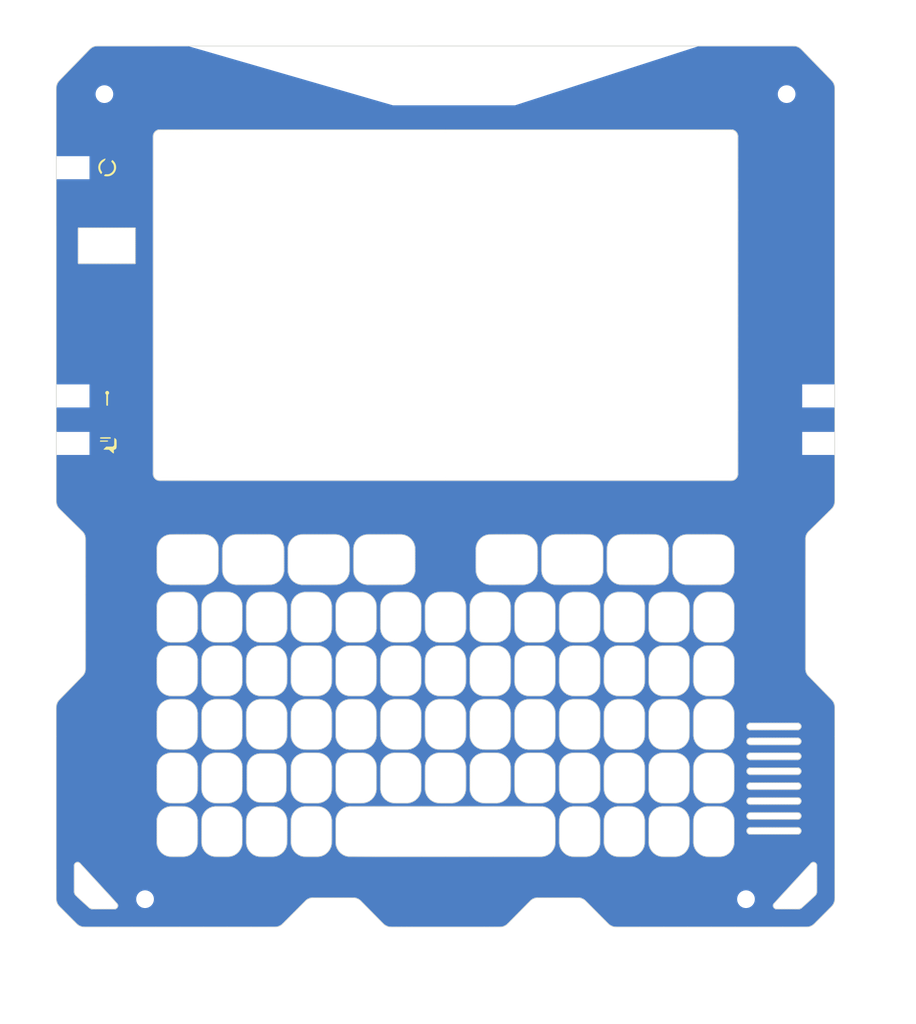
<source format=kicad_pcb>
(kicad_pcb (version 20240108) (generator "pcbnew") (generator_version "8.0")
  (layers (0 "F.Cu" signal) (31 "B.Cu" signal) (34 "B.Paste" user) (35 "F.Paste" user) (36 "B.SilkS" user "B.Silkscreen") (37 "F.SilkS" user "F.Silkscreen") (38 "B.Mask" user) (39 "F.Mask" user) (44 "Edge.Cuts" user))
  (net 0 "")
  (footprint "MountingHole:MountingHole_2.1mm" (layer "F.Cu") (at -50.35 -57.85)
    (property "Reference" "H5" (hide yes))
    (property "Value" "Mounting hole" (hide yes))
    (pad "" np_thru_hole circle (at 0 0) (size 2.1 2.1) (drill 2.1) (layers "*.Cu" "*.Mask"))
  )
  (footprint "MountingHole:MountingHole_2.1mm" (layer "F.Cu") (at 50.35 -57.85 90)
    (property "Reference" "H6" (hide yes))
    (property "Value" "Mounting hole" (hide yes))
    (pad "" np_thru_hole circle (at 0 0 90) (size 2.1 2.1) (drill 2.1) (layers "*.Cu" "*.Mask"))
  )
  (footprint "MountingHole:MountingHole_2.1mm" (layer "F.Cu") (at 44.35 60.85)
    (property "Reference" "H8" (hide yes))
    (property "Value" "Mounting hole" (hide yes))
    (pad "" np_thru_hole circle (at 0 0) (size 2.1 2.1) (drill 2.1) (layers "*.Cu" "*.Mask"))
  )
  (footprint "design:frontpanel_template_sao" (layer "F.Cu") (at 0 0)
    (property "Reference" "N1" (hide yes))
    (property "Value" "Board" (hide yes))
    (fp_poly (pts (xy 50.050787 -6.752347) (xy 50.128636 -6.717979) (xy 50.162174 -6.654911) (xy 50.165 -6.619875) (xy 50.147198 -6.543748) (xy 50.088391 -6.498252) (xy 49.980473 -6.478652) (xy 49.920525 -6.477) (xy 49.75225 -6.477) (xy 49.75225 -6.76275) (xy 49.920525 -6.76275) (xy 50.050787 -6.752347)) (stroke (width 0.01)) (fill solid) (layer "F.Cu"))
    (fp_poly (pts (xy 50.089314 -6.209845) (xy 50.183238 -6.169245) (xy 50.225393 -6.0995) (xy 50.2285 -6.066903) (xy 50.200108 -5.985034) (xy 50.116764 -5.931176) (xy 49.981216 -5.906828) (xy 49.932312 -5.9055) (xy 49.75225 -5.9055) (xy 49.75225 -6.223) (xy 49.940482 -6.223) (xy 50.089314 -6.209845)) (stroke (width 0.01)) (fill solid) (layer "F.Cu"))
    (fp_poly (pts (xy 49.973766 -13.688093) (xy 50.001011 -13.614625) (xy 50.034764 -13.51098) (xy 50.037624 -13.501688) (xy 50.073086 -13.386011) (xy 50.102845 -13.289002) (xy 50.120415 -13.231813) (xy 50.122337 -13.200205) (xy 50.094488 -13.183402) (xy 50.02386 -13.176973) (xy 49.957367 -13.17625) (xy 49.853176 -13.179724) (xy 49.801743 -13.192003) (xy 49.792611 -13.215875) (xy 49.793927 -13.219825) (xy 49.810797 -13.270316) (xy 49.839637 -13.362676) (xy 49.87451 -13.477852) (xy 49.878043 -13.4897) (xy 49.912076 -13.598461) (xy 49.940291 -13.678633) (xy 49.957339 -13.7152) (xy 49.958693 -13.716) (xy 49.973766 -13.688093)) (stroke (width 0.01)) (fill solid) (layer "F.Cu"))
    (fp_poly (pts (xy -49.334141 -14.429307) (xy -49.285701 -14.390688) (xy -49.177539 -14.213336) (xy -49.107825 -14.00669) (xy -49.085811 -13.818168) (xy -49.099528 -13.659695) (xy -49.137294 -13.510459) (xy -49.193281 -13.379123) (xy -49.261664 -13.274352) (xy -49.336615 -13.204808) (xy -49.412308 -13.179156) (xy -49.482916 -13.20606) (xy -49.4919 -13.21435) (xy -49.521524 -13.257156) (xy -49.523995 -13.310223) (xy -49.496491 -13.387306) (xy -49.436191 -13.50216) (xy -49.430934 -13.511498) (xy -49.37428 -13.62128) (xy -49.347187 -13.708529) (xy -49.342495 -13.802515) (xy -49.346075 -13.858356) (xy -49.390029 -14.052405) (xy -49.445142 -14.157909) (xy -49.506388 -14.261715) (xy -49.52698 -14.333472) (xy -49.509599 -14.38754) (xy -49.491901 -14.40815) (xy -49.417225 -14.443663) (xy -49.334141 -14.429307)) (stroke (width 0.01)) (fill solid) (layer "F.Cu"))
    (fp_poly (pts (xy -50.455685 -14.440132) (xy -50.388452 -14.414743) (xy -50.364503 -14.356183) (xy -50.383752 -14.259995) (xy -50.446109 -14.121724) (xy -50.449321 -14.115593) (xy -50.50088 -14.000719) (xy -50.535935 -13.890317) (xy -50.546 -13.822882) (xy -50.527405 -13.695028) (xy -50.479663 -13.558093) (xy -50.414847 -13.444759) (xy -50.399535 -13.426283) (xy -50.366313 -13.354955) (xy -50.361058 -13.282246) (xy -50.383502 -13.212295) (xy -50.440294 -13.184382) (xy -50.452407 -13.182685) (xy -50.540455 -13.198344) (xy -50.583645 -13.23031) (xy -50.671274 -13.362008) (xy -50.742459 -13.529072) (xy -50.786022 -13.703584) (xy -50.791758 -13.750086) (xy -50.789823 -13.908245) (xy -50.759791 -14.065042) (xy -50.707454 -14.208585) (xy -50.638605 -14.326981) (xy -50.559035 -14.408339) (xy -50.474535 -14.440766) (xy -50.455685 -14.440132)) (stroke (width 0.01)) (fill solid) (layer "F.Cu"))
    (fp_poly (pts (xy -50.787637 -14.800918) (xy -50.7746 -14.78915) (xy -50.74376 -14.743083) (xy -50.745211 -14.688143) (xy -50.782687 -14.611997) (xy -50.859919 -14.502313) (xy -50.862415 -14.499004) (xy -51.017022 -14.258729) (xy -51.109589 -14.026812) (xy -51.140277 -13.798823) (xy -51.109245 -13.570329) (xy -51.016653 -13.336902) (xy -50.910598 -13.161303) (xy -50.830473 -13.039597) (xy -50.785738 -12.955998) (xy -50.772618 -12.898629) (xy -50.787337 -12.855614) (xy -50.80635 -12.83335) (xy -50.878483 -12.797508) (xy -50.961204 -12.823993) (xy -51.028355 -12.882563) (xy -51.167204 -13.065049) (xy -51.281316 -13.280752) (xy -51.362116 -13.508946) (xy -51.401026 -13.728903) (xy -51.40325 -13.788611) (xy -51.373043 -14.05031) (xy -51.286138 -14.310706) (xy -51.148117 -14.556085) (xy -51.030774 -14.704207) (xy -50.934302 -14.793263) (xy -50.8551 -14.824888) (xy -50.787637 -14.800918)) (stroke (width 0.01)) (fill solid) (layer "F.Cu"))
    (fp_poly (pts (xy -48.953966 -14.798006) (xy -48.857711 -14.722351) (xy -48.755674 -14.598955) (xy -48.652414 -14.432053) (xy -48.586753 -14.302147) (xy -48.544615 -14.204839) (xy -48.518305 -14.11809) (xy -48.50422 -14.021311) (xy -48.49876 -13.893911) (xy -48.498125 -13.795375) (xy -48.500213 -13.639618) (xy -48.508829 -13.526833) (xy -48.527506 -13.436562) (xy -48.559777 -13.348347) (xy -48.58493 -13.292586) (xy -48.649812 -13.169712) (xy -48.728813 -13.042503) (xy -48.809941 -12.928409) (xy -48.8812 -12.844883) (xy -48.910055 -12.819549) (xy -48.988316 -12.796074) (xy -49.05953 -12.827889) (xy -49.089304 -12.870294) (xy -49.102285 -12.915003) (xy -49.093719 -12.96334) (xy -49.057629 -13.029907) (xy -48.988037 -13.129307) (xy -48.977286 -13.14395) (xy -48.836609 -13.38131) (xy -48.758756 -13.623463) (xy -48.743583 -13.867018) (xy -48.790945 -14.108581) (xy -48.900694 -14.344763) (xy -49.0368 -14.531638) (xy -49.113923 -14.632141) (xy -49.144915 -14.704816) (xy -49.133198 -14.761546) (xy -49.1109 -14.78915) (xy -49.039882 -14.821684) (xy -48.953966 -14.798006)) (stroke (width 0.01)) (fill solid) (layer "F.Cu"))
    (fp_poly (pts (xy -49.238719 -48.446567) (xy -49.17278 -48.442055) (xy -49.142345 -48.431908) (xy -49.138092 -48.414919) (xy -49.147096 -48.395899) (xy -49.175733 -48.351599) (xy -49.233767 -48.265221) (xy -49.314355 -48.146831) (xy -49.410657 -48.006493) (xy -49.482216 -47.902813) (xy -49.784228 -47.46625) (xy -49.466614 -47.46625) (xy -49.333308 -47.464596) (xy -49.22755 -47.460133) (xy -49.162778 -47.453618) (xy -49.149 -47.448438) (xy -49.16969 -47.421268) (xy -49.228066 -47.353622) (xy -49.318593 -47.251539) (xy -49.435732 -47.121062) (xy -49.573945 -46.96823) (xy -49.727697 -46.799085) (xy -49.891448 -46.619667) (xy -50.059663 -46.436017) (xy -50.226803 -46.254176) (xy -50.387331 -46.080185) (xy -50.535709 -45.920084) (xy -50.666401 -45.779915) (xy -50.773869 -45.665718) (xy -50.852575 -45.583534) (xy -50.896983 -45.539404) (xy -50.90428 -45.533578) (xy -50.898733 -45.557118) (xy -50.86734 -45.629526) (xy -50.813656 -45.74339) (xy -50.74124 -45.891296) (xy -50.653647 -46.065831) (xy -50.576809 -46.216203) (xy -50.476744 -46.409699) (xy -50.38527 -46.584901) (xy -50.306678 -46.733723) (xy -50.245261 -46.848079) (xy -50.205312 -46.919883) (xy -50.192167 -46.940788) (xy -50.168331 -46.979274) (xy -50.185069 -47.003771) (xy -50.249428 -47.016983) (xy -50.368452 -47.021615) (xy -50.403125 -47.02175) (xy -50.516757 -47.024663) (xy -50.600577 -47.032368) (xy -50.639168 -47.043317) (xy -50.640119 -47.045563) (xy -50.625513 -47.079118) (xy -50.585075 -47.160731) (xy -50.522892 -47.282451) (xy -50.443053 -47.436326) (xy -50.349646 -47.614405) (xy -50.276894 -47.752) (xy -49.914801 -48.434625) (xy -49.514395 -48.443524) (xy -49.349483 -48.446654) (xy -49.238719 -48.446567)) (stroke (width 0.01)) (fill solid) (layer "F.Cu"))
    (fp_poly (pts (xy 50.753845 -14.823451) (xy 50.927426 -14.818994) (xy 51.061724 -14.810538) (xy 51.16279 -14.79724) (xy 51.236679 -14.778261) (xy 51.289444 -14.752758) (xy 51.327136 -14.719891) (xy 51.355811 -14.678819) (xy 51.381521 -14.6287) (xy 51.385702 -14.619916) (xy 51.400128 -14.557185) (xy 51.412373 -14.440386) (xy 51.422433 -14.278517) (xy 51.430304 -14.08058) (xy 51.435983 -13.855576) (xy 51.439464 -13.612504) (xy 51.440744 -13.360364) (xy 51.439819 -13.108159) (xy 51.436685 -12.864888) (xy 51.431337 -12.639551) (xy 51.423772 -12.44115) (xy 51.413986 -12.278684) (xy 51.401975 -12.161154) (xy 51.387734 -12.097561) (xy 51.386837 -12.095711) (xy 51.361544 -12.049531) (xy 51.333893 -12.011538) (xy 51.297822 -11.980934) (xy 51.247267 -11.956919) (xy 51.176166 -11.938697) (xy 51.078454 -11.925466) (xy 50.94807 -11.91643) (xy 50.778949 -11.910789) (xy 50.56503 -11.907745) (xy 50.300248 -11.906498) (xy 49.978541 -11.906251) (xy 49.948608 -11.90625) (xy 49.640461 -11.906334) (xy 49.38942 -11.906811) (xy 49.189089 -11.908022) (xy 49.033073 -11.910309) (xy 48.914977 -11.914012) (xy 48.828406 -11.919473) (xy 48.766967 -11.927031) (xy 48.724262 -11.937028) (xy 48.693898 -11.949805) (xy 48.66948 -11.965703) (xy 48.657309 -11.975081) (xy 48.61255 -12.012669) (xy 48.576141 -12.052421) (xy 48.547224 -12.100971) (xy 48.52494 -12.164955) (xy 48.508429 -12.251007) (xy 48.496834 -12.365762) (xy 48.489295 -12.515854) (xy 48.484954 -12.707918) (xy 48.484954 -12.707938) (xy 49.220377 -12.707938) (xy 49.230472 -12.685283) (xy 49.286924 -12.672614) (xy 49.397711 -12.668288) (xy 49.413015 -12.66825) (xy 49.620325 -12.66825) (xy 49.657 -12.779375) (xy 49.693674 -12.8905) (xy 50.223575 -12.8905) (xy 50.26025 -12.779375) (xy 50.296924 -12.66825) (xy 50.500837 -12.66825) (xy 50.60523 -12.672155) (xy 50.678756 -12.682362) (xy 50.70475 -12.695762) (xy 50.69402 -12.732272) (xy 50.66397 -12.819271) (xy 50.617803 -12.947879) (xy 50.558726 -13.109215) (xy 50.489944 -13.294399) (xy 50.455485 -13.386325) (xy 50.206221 -14.049375) (xy 49.967921 -14.058566) (xy 49.729622 -14.067757) (xy 49.482335 -13.407691) (xy 49.409711 -13.213819) (xy 49.344186 -13.038853) (xy 49.289182 -12.891933) (xy 49.248117 -12.782198) (xy 49.224415 -12.718785) (xy 49.220377 -12.707938) (xy 48.484954 -12.707938) (xy 48.482951 -12.948589) (xy 48.482427 -13.244501) (xy 48.482427 -13.326043) (xy 48.483397 -13.598284) (xy 48.48608 -13.849342) (xy 48.490272 -14.071542) (xy 48.495767 -14.257208) (xy 48.502362 -14.398665) (xy 48.509852 -14.488237) (xy 48.513976 -14.511555) (xy 48.558627 -14.608712) (xy 48.628406 -14.703216) (xy 48.64285 -14.71793) (xy 48.740352 -14.811375) (xy 49.936863 -14.821234) (xy 50.264616 -14.82373) (xy 50.534926 -14.824749) (xy 50.753845 -14.823451)) (stroke (width 0.01)) (fill solid) (layer "F.Cu"))
    (fp_poly (pts (xy 49.680679 -7.811641) (xy 49.97238 -7.8105) (xy 50.291438 -7.810178) (xy 50.553335 -7.808616) (xy 50.764411 -7.804924) (xy 50.931003 -7.798211) (xy 51.059452 -7.787587) (xy 51.156095 -7.772159) (xy 51.227272 -7.751038) (xy 51.279321 -7.723332) (xy 51.31858 -7.688152) (xy 51.351389 -7.644604) (xy 51.370686 -7.613974) (xy 51.387305 -7.584155) (xy 51.400774 -7.550357) (xy 51.411418 -7.505992) (xy 51.419567 -7.444473) (xy 51.425548 -7.359214) (xy 51.429689 -7.243628) (xy 51.432319 -7.091129) (xy 51.433765 -6.89513) (xy 51.434354 -6.649043) (xy 51.434416 -6.346283) (xy 51.434413 -6.334125) (xy 51.434197 -6.015972) (xy 51.433194 -5.754975) (xy 51.430557 -5.544792) (xy 51.425442 -5.37908) (xy 51.417003 -5.251495) (xy 51.404395 -5.155695) (xy 51.386772 -5.085336) (xy 51.363288 -5.034075) (xy 51.333099 -4.995569) (xy 51.295358 -4.963475) (xy 51.249221 -4.931449) (xy 51.247279 -4.930141) (xy 51.218451 -4.911466) (xy 51.188611 -4.896316) (xy 51.151198 -4.884321) (xy 51.099652 -4.875113) (xy 51.027413 -4.868324) (xy 50.927921 -4.863585) (xy 50.794615 -4.860528) (xy 50.620935 -4.858784) (xy 50.400321 -4.857985) (xy 50.126213 -4.857761) (xy 49.958625 -4.85775) (xy 49.653808 -4.857818) (xy 49.405929 -4.858265) (xy 49.208427 -4.859462) (xy 49.054738 -4.861779) (xy 48.938302 -4.865585) (xy 48.852556 -4.87125) (xy 48.790938 -4.879143) (xy 48.746886 -4.889633) (xy 48.713839 -4.903091) (xy 48.685233 -4.919886) (xy 48.669507 -4.930349) (xy 48.622348 -4.964609) (xy 48.583694 -5.002017) (xy 48.552766 -5.048834) (xy 48.528784 -5.111319) (xy 48.510968 -5.195733) (xy 48.498537 -5.308335) (xy 48.49071 -5.455386) (xy 48.487207 -5.61975) (xy 49.3395 -5.61975) (xy 49.750687 -5.61975) (xy 49.922646 -5.622397) (xy 50.086974 -5.629604) (xy 50.225058 -5.64027) (xy 50.318285 -5.653295) (xy 50.318351 -5.653309) (xy 50.468078 -5.705491) (xy 50.566658 -5.790913) (xy 50.62103 -5.917164) (xy 50.633835 -5.998257) (xy 50.639016 -6.098573) (xy 50.624164 -6.164579) (xy 50.580257 -6.224504) (xy 50.552341 -6.253293) (xy 50.481212 -6.313475) (xy 50.419986 -6.347305) (xy 50.405567 -6.35) (xy 50.361771 -6.366412) (xy 50.3555 -6.38175) (xy 50.381047 -6.4103) (xy 50.40082 -6.4135) (xy 50.450192 -6.43661) (xy 50.508362 -6.492685) (xy 50.511945 -6.497157) (xy 50.568274 -6.61522) (xy 50.571489 -6.743612) (xy 50.525502 -6.864727) (xy 50.434225 -6.960961) (xy 50.404881 -6.979017) (xy 50.349031 -7.001282) (xy 50.268528 -7.017792) (xy 50.15317 -7.029668) (xy 49.992754 -7.038033) (xy 49.823687 -7.042985) (xy 49.3395 -7.0542) (xy 49.3395 -5.61975) (xy 48.487207 -5.61975) (xy 48.486708 -5.643145) (xy 48.485751 -5.877872) (xy 48.487057 -6.165829) (xy 48.48872 -6.380793) (xy 48.489972 -6.715271) (xy 48.491219 -6.993426) (xy 48.497814 -7.220415) (xy 48.515107 -7.401394) (xy 48.548448 -7.54152) (xy 48.603189 -7.645949) (xy 48.68468 -7.719837) (xy 48.798273 -7.768341) (xy 48.949318 -7.796617) (xy 49.143167 -7.809821) (xy 49.385171 -7.81311) (xy 49.680679 -7.811641)) (stroke (width 0.01)) (fill solid) (layer "F.Cu"))
    (fp_poly (pts (xy -49.908047 -7.810068) (xy -49.669744 -7.805627) (xy -49.482583 -7.792253) (xy -49.340388 -7.76507) (xy -49.236983 -7.719202) (xy -49.166191 -7.649774) (xy -49.121836 -7.55191) (xy -49.097741 -7.420735) (xy -49.087732 -7.251373) (xy -49.08563 -7.038948) (xy -49.085619 -6.927861) (xy -49.087442 -6.670431) (xy -49.096876 -6.469313) (xy -49.119692 -6.317346) (xy -49.161661 -6.207368) (xy -49.228554 -6.132218) (xy -49.326143 -6.084734) (xy -49.460197 -6.057757) (xy -49.63649 -6.044123) (xy -49.802512 -6.038273) (xy -50.217898 -6.026526) (xy -50.530832 -5.759638) (xy -50.649286 -5.659821) (xy -50.750277 -5.57699) (xy -50.824148 -5.518901) (xy -50.861241 -5.493311) (xy -50.863158 -5.49275) (xy -50.900011 -5.51222) (xy -50.917433 -5.527633) (xy -50.93555 -5.582359) (xy -50.940485 -5.693545) (xy -50.935451 -5.808573) (xy -50.918586 -6.05463) (xy -51.020104 -6.074934) (xy -51.147642 -6.130746) (xy -51.249962 -6.233834) (xy -51.313619 -6.369075) (xy -51.323568 -6.416276) (xy -51.330381 -6.498199) (xy -51.334814 -6.628035) (xy -51.335655 -6.704542) (xy -50.95875 -6.704542) (xy -50.948385 -6.644172) (xy -50.937584 -6.625167) (xy -50.899546 -6.617508) (xy -50.811345 -6.611582) (xy -50.686294 -6.607415) (xy -50.537707 -6.605029) (xy -50.378898 -6.60445) (xy -50.223179 -6.605702) (xy -50.083865 -6.608808) (xy -49.974269 -6.613794) (xy -49.907704 -6.620683) (xy -49.897722 -6.623272) (xy -49.855351 -6.667468) (xy -49.8475 -6.702647) (xy -49.850992 -6.7243) (xy -49.867275 -6.740027) (xy -49.905061 -6.750769) (xy -49.973061 -6.75747) (xy -50.079986 -6.761071) (xy -50.234548 -6.762515) (xy -50.403125 -6.76275) (xy -50.603493 -6.762335) (xy -50.749048 -6.760483) (xy -50.848475 -6.756284) (xy -50.910458 -6.748829) (xy -50.943683 -6.737207) (xy -50.956835 -6.720508) (xy -50.95875 -6.704542) (xy -51.335655 -6.704542) (xy -51.336599 -6.790233) (xy -51.335471 -6.969241) (xy -51.334225 -7.03836) (xy -51.331137 -7.15768) (xy -50.953415 -7.15768) (xy -50.947863 -7.129423) (xy -50.935393 -7.113302) (xy -50.906961 -7.101222) (xy -50.854991 -7.092765) (xy -50.771905 -7.087514) (xy -50.650126 -7.08505) (xy -50.482076 -7.084956) (xy -50.260178 -7.086814) (xy -50.189584 -7.087601) (xy -49.954621 -7.090515) (xy -49.775569 -7.093625) (xy -49.644845 -7.097671) (xy -49.554862 -7.103393) (xy -49.498034 -7.111528) (xy -49.466778 -7.122818) (xy -49.453506 -7.138) (xy -49.450633 -7.157815) (xy -49.450625 -7.159625) (xy -49.45302 -7.179977) (xy -49.465299 -7.195572) (xy -49.495104 -7.207168) (xy -49.550076 -7.215521) (xy -49.637857 -7.221387) (xy -49.766089 -7.225522) (xy -49.942413 -7.228682) (xy -50.17447 -7.231624) (xy -50.178677 -7.231674) (xy -50.410499 -7.233085) (xy -50.608841 -7.23167) (xy -50.766646 -7.227632) (xy -50.87686 -7.221172) (xy -50.932426 -7.212492) (xy -50.936956 -7.209995) (xy -50.953415 -7.15768) (xy -51.331137 -7.15768) (xy -51.32933 -7.227448) (xy -51.323044 -7.364324) (xy -51.313866 -7.460276) (xy -51.300292 -7.526591) (xy -51.280818 -7.574558) (xy -51.258119 -7.60986) (xy -51.211436 -7.668548) (xy -51.162303 -7.714559) (xy -51.102668 -7.749425) (xy -51.024476 -7.774679) (xy -50.919673 -7.791853) (xy -50.780207 -7.802478) (xy -50.598024 -7.808087) (xy -50.36507 -7.810212) (xy -50.203668 -7.810451) (xy -49.908047 -7.810068)) (stroke (width 0.01)) (fill solid) (layer "F.Cu"))
    (fp_line (start -57.450278 -58.790821) (end -57.438278 -58.945401) (stroke (width 0.1)) (layer "Edge.Cuts"))
    (fp_line (start -57.450278 -58.738821) (end -57.450278 -58.790821) (stroke (width 0.1)) (layer "Edge.Cuts"))
    (fp_line (start -57.450278 56.49697) (end -57.450208 36.85103) (stroke (width 0.1)) (layer "Edge.Cuts"))
    (fp_line (start -57.450208 32.49958) (end -57.437208 32.34397) (stroke (width 0.1)) (layer "Edge.Cuts"))
    (fp_line (start -57.450208 32.55198) (end -57.450208 32.49958) (stroke (width 0.1)) (layer "Edge.Cuts"))
    (fp_line (start -57.450208 36.85103) (end -57.450208 32.55198) (stroke (width 0.1)) (layer "Edge.Cuts"))
    (fp_line (start -57.447278 2.281883) (end -57.450278 -58.738821) (stroke (width 0.1)) (layer "Edge.Cuts"))
    (fp_line (start -57.447278 60.90172) (end -57.450278 56.49697) (stroke (width 0.1)) (layer "Edge.Cuts"))
    (fp_line (start -57.438278 -58.945401) (end -57.410978 -59.097051) (stroke (width 0.1)) (layer "Edge.Cuts"))
    (fp_line (start -57.437208 32.34397) (end -57.409608 32.19128) (stroke (width 0.1)) (layer "Edge.Cuts"))
    (fp_line (start -57.429278 61.058) (end -57.447278 60.90172) (stroke (width 0.1)) (layer "Edge.Cuts"))
    (fp_line (start -57.429078 2.440096) (end -57.447278 2.281883) (stroke (width 0.1)) (layer "Edge.Cuts"))
    (fp_line (start -57.410978 -59.097051) (end -57.369578 -59.244801) (stroke (width 0.1)) (layer "Edge.Cuts"))
    (fp_line (start -57.409608 32.19128) (end -57.367608 32.04263) (stroke (width 0.1)) (layer "Edge.Cuts"))
    (fp_line (start -57.396178 61.21097) (end -57.429278 61.058) (stroke (width 0.1)) (layer "Edge.Cuts"))
    (fp_line (start -57.395178 2.594831) (end -57.429078 2.440096) (stroke (width 0.1)) (layer "Edge.Cuts"))
    (fp_line (start -57.369578 -59.244801) (end -57.314278 -59.387731) (stroke (width 0.1)) (layer "Edge.Cuts"))
    (fp_line (start -57.367608 32.04263) (end -57.311508 31.89889) (stroke (width 0.1)) (layer "Edge.Cuts"))
    (fp_line (start -57.348478 61.3596) (end -57.396178 61.21097) (stroke (width 0.1)) (layer "Edge.Cuts"))
    (fp_line (start -57.346278 2.744999) (end -57.395178 2.594831) (stroke (width 0.1)) (layer "Edge.Cuts"))
    (fp_line (start -57.314278 -59.387731) (end -57.245478 -59.524961) (stroke (width 0.1)) (layer "Edge.Cuts"))
    (fp_line (start -57.311508 31.89889) (end -57.241808 31.7612) (stroke (width 0.1)) (layer "Edge.Cuts"))
    (fp_line (start -57.286578 61.50272) (end -57.348478 61.3596) (stroke (width 0.1)) (layer "Edge.Cuts"))
    (fp_line (start -57.282878 2.889517) (end -57.346278 2.744999) (stroke (width 0.1)) (layer "Edge.Cuts"))
    (fp_line (start -57.245478 -59.524961) (end -57.163678 -59.655191) (stroke (width 0.1)) (layer "Edge.Cuts"))
    (fp_line (start -57.241808 31.7612) (end -57.158808 31.63035) (stroke (width 0.1)) (layer "Edge.Cuts"))
    (fp_line (start -57.210878 61.63928) (end -57.286578 61.50272) (stroke (width 0.1)) (layer "Edge.Cuts"))
    (fp_line (start -57.205478 3.027285) (end -57.282878 2.889517) (stroke (width 0.1)) (layer "Edge.Cuts"))
    (fp_line (start -57.163678 -59.655191) (end -57.069178 -59.777621) (stroke (width 0.1)) (layer "Edge.Cuts"))
    (fp_line (start -57.158808 31.63035) (end -57.063108 31.50756) (stroke (width 0.1)) (layer "Edge.Cuts"))
    (fp_line (start -57.121878 61.76843) (end -57.210878 61.63928) (stroke (width 0.1)) (layer "Edge.Cuts"))
    (fp_line (start -57.114378 3.157221) (end -57.205478 3.027285) (stroke (width 0.1)) (layer "Edge.Cuts"))
    (fp_line (start -57.069178 -59.777621) (end -56.438518 -60.430351) (stroke (width 0.1)) (layer "Edge.Cuts"))
    (fp_line (start -57.063108 31.50756) (end -56.567208 30.99871) (stroke (width 0.1)) (layer "Edge.Cuts"))
    (fp_line (start -57.020098 61.88881) (end -57.121878 61.76843) (stroke (width 0.1)) (layer "Edge.Cuts"))
    (fp_line (start -57.010208 3.278225) (end -57.114378 3.157221) (stroke (width 0.1)) (layer "Edge.Cuts"))
    (fp_line (start -56.982698 61.92631) (end -57.020098 61.88881) (stroke (width 0.1)) (layer "Edge.Cuts"))
    (fp_line (start -56.971908 3.315795) (end -57.010208 3.278225) (stroke (width 0.1)) (layer "Edge.Cuts"))
    (fp_line (start -56.664098 62.24549) (end -56.982698 61.92631) (stroke (width 0.1)) (layer "Edge.Cuts"))
    (fp_line (start -56.567208 30.99871) (end -56.142778 30.5662) (stroke (width 0.1)) (layer "Edge.Cuts"))
    (fp_line (start -56.552498 3.72806) (end -56.971908 3.315795) (stroke (width 0.1)) (layer "Edge.Cuts"))
    (fp_line (start -56.438518 -60.430351) (end -55.878358 -61.006741) (stroke (width 0.1)) (layer "Edge.Cuts"))
    (fp_line (start -56.345498 62.56466) (end -56.664098 62.24549) (stroke (width 0.1)) (layer "Edge.Cuts"))
    (fp_line (start -56.142778 30.5662) (end -55.718338 30.1337) (stroke (width 0.1)) (layer "Edge.Cuts"))
    (fp_line (start -56.133088 4.140325) (end -56.552498 3.72806) (stroke (width 0.1)) (layer "Edge.Cuts"))
    (fp_line (start -56.026898 62.88384) (end -56.345498 62.56466) (stroke (width 0.1)) (layer "Edge.Cuts"))
    (fp_line (start -55.878358 -61.006741) (end -55.318188 -61.583131) (stroke (width 0.1)) (layer "Edge.Cuts"))
    (fp_line (start -55.718338 30.1337) (end -55.293908 29.70119) (stroke (width 0.1)) (layer "Edge.Cuts"))
    (fp_line (start -55.713678 4.55259) (end -56.133088 4.140325) (stroke (width 0.1)) (layer "Edge.Cuts"))
    (fp_line (start -55.708288 63.20302) (end -56.026898 62.88384) (stroke (width 0.1)) (layer "Edge.Cuts"))
    (fp_line (start -55.389688 63.52219) (end -55.708288 63.20302) (stroke (width 0.1)) (layer "Edge.Cuts"))
    (fp_line (start -55.318188 -61.583131) (end -54.758018 -62.159531) (stroke (width 0.1)) (layer "Edge.Cuts"))
    (fp_line (start -55.294278 4.964855) (end -55.713678 4.55259) (stroke (width 0.1)) (layer "Edge.Cuts"))
    (fp_line (start -55.293908 29.70119) (end -54.869468 29.26869) (stroke (width 0.1)) (layer "Edge.Cuts"))
    (fp_line (start -55.071088 63.84137) (end -55.389688 63.52219) (stroke (width 0.1)) (layer "Edge.Cuts"))
    (fp_line (start -54.874868 5.37712) (end -55.294278 4.964855) (stroke (width 0.1)) (layer "Edge.Cuts"))
    (fp_line (start -54.869468 29.26869) (end -54.445038 28.83618) (stroke (width 0.1)) (layer "Edge.Cuts"))
    (fp_line (start -54.804436 55.89514) (end -54.804391 56.3706) (stroke (width 0.1)) (layer "Edge.Cuts"))
    (fp_line (start -54.804391 56.3706) (end -54.804346 56.84605) (stroke (width 0.1)) (layer "Edge.Cuts"))
    (fp_line (start -54.804346 56.84605) (end -54.804301 57.32151) (stroke (width 0.1)) (layer "Edge.Cuts"))
    (fp_line (start -54.804301 57.32151) (end -54.804256 57.79697) (stroke (width 0.1)) (layer "Edge.Cuts"))
    (fp_line (start -54.804256 57.79697) (end -54.804211 58.27242) (stroke (width 0.1)) (layer "Edge.Cuts"))
    (fp_line (start -54.804211 58.27242) (end -54.804166 58.74788) (stroke (width 0.1)) (layer "Edge.Cuts"))
    (fp_line (start -54.804166 58.74788) (end -54.804121 59.22333) (stroke (width 0.1)) (layer "Edge.Cuts"))
    (fp_line (start -54.804121 59.22333) (end -54.804076 59.69879) (stroke (width 0.1)) (layer "Edge.Cuts"))
    (fp_line (start -54.804076 59.69879) (end -54.804076 59.73039) (stroke (width 0.1)) (layer "Edge.Cuts"))
    (fp_line (start -54.804076 59.73039) (end -54.795876 59.82399) (stroke (width 0.1)) (layer "Edge.Cuts"))
    (fp_line (start -54.795876 59.82399) (end -54.778196 59.91559) (stroke (width 0.1)) (layer "Edge.Cuts"))
    (fp_line (start -54.795703 55.78504) (end -54.804436 55.89514) (stroke (width 0.1)) (layer "Edge.Cuts"))
    (fp_line (start -54.778196 59.91559) (end -54.751176 60.00439) (stroke (width 0.1)) (layer "Edge.Cuts"))
    (fp_line (start -54.758018 -62.159531) (end -54.197858 -62.735921) (stroke (width 0.1)) (layer "Edge.Cuts"))
    (fp_line (start -54.752488 64.16054) (end -55.071088 63.84137) (stroke (width 0.1)) (layer "Edge.Cuts"))
    (fp_line (start -54.751176 60.00439) (end -54.715256 60.08989) (stroke (width 0.1)) (layer "Edge.Cuts"))
    (fp_line (start -54.740873 55.64262) (end -54.795703 55.78504) (stroke (width 0.1)) (layer "Edge.Cuts"))
    (fp_line (start -54.715256 60.08989) (end -54.670706 60.17129) (stroke (width 0.1)) (layer "Edge.Cuts"))
    (fp_line (start -54.670706 60.17129) (end -54.617846 60.24789) (stroke (width 0.1)) (layer "Edge.Cuts"))
    (fp_line (start -54.649435 55.52863) (end -54.740873 55.64262) (stroke (width 0.1)) (layer "Edge.Cuts"))
    (fp_line (start -54.617846 60.24789) (end -54.556956 60.31909) (stroke (width 0.1)) (layer "Edge.Cuts"))
    (fp_line (start -54.556956 60.31909) (end -54.278715 60.57595) (stroke (width 0.1)) (layer "Edge.Cuts"))
    (fp_line (start -54.53087 55.44683) (end -54.649435 55.52863) (stroke (width 0.1)) (layer "Edge.Cuts"))
    (fp_line (start -54.455458 5.789385) (end -54.874868 5.37712) (stroke (width 0.1)) (layer "Edge.Cuts"))
    (fp_line (start -54.445038 28.83618) (end -54.020598 28.40368) (stroke (width 0.1)) (layer "Edge.Cuts"))
    (fp_line (start -54.394675 55.40033) (end -54.53087 55.44683) (stroke (width 0.1)) (layer "Edge.Cuts"))
    (fp_line (start -54.357148 64.55292) (end -54.752488 64.16054) (stroke (width 0.1)) (layer "Edge.Cuts"))
    (fp_line (start -54.278715 60.57595) (end -54.045794 60.78912) (stroke (width 0.1)) (layer "Edge.Cuts"))
    (fp_line (start -54.250349 55.39433) (end -54.394675 55.40033) (stroke (width 0.1)) (layer "Edge.Cuts"))
    (fp_line (start -54.233518 64.65102) (end -54.357148 64.55292) (stroke (width 0.1)) (layer "Edge.Cuts"))
    (fp_line (start -54.223562 -38.048935) (end -54.223048 -38.059185) (stroke (width 0.1)) (layer "Edge.Cuts"))
    (fp_line (start -54.223562 -37.730322) (end -54.223562 -38.048935) (stroke (width 0.1)) (layer "Edge.Cuts"))
    (fp_line (start -54.223562 -37.41171) (end -54.223562 -37.730322) (stroke (width 0.1)) (layer "Edge.Cuts"))
    (fp_line (start -54.223562 -37.093097) (end -54.223562 -37.41171) (stroke (width 0.1)) (layer "Edge.Cuts"))
    (fp_line (start -54.223562 -36.774485) (end -54.223562 -37.093097) (stroke (width 0.1)) (layer "Edge.Cuts"))
    (fp_line (start -54.223562 -36.455872) (end -54.223562 -36.774485) (stroke (width 0.1)) (layer "Edge.Cuts"))
    (fp_line (start -54.223562 -36.13726) (end -54.223562 -36.455872) (stroke (width 0.1)) (layer "Edge.Cuts"))
    (fp_line (start -54.223562 -35.818648) (end -54.223562 -36.13726) (stroke (width 0.1)) (layer "Edge.Cuts"))
    (fp_line (start -54.223562 -35.500035) (end -54.223562 -35.818648) (stroke (width 0.1)) (layer "Edge.Cuts"))
    (fp_line (start -54.223562 -35.181422) (end -54.223562 -35.500035) (stroke (width 0.1)) (layer "Edge.Cuts"))
    (fp_line (start -54.223562 -34.86281) (end -54.223562 -35.181422) (stroke (width 0.1)) (layer "Edge.Cuts"))
    (fp_line (start -54.223562 -34.544198) (end -54.223562 -34.86281) (stroke (width 0.1)) (layer "Edge.Cuts"))
    (fp_line (start -54.223562 -34.225585) (end -54.223562 -34.544198) (stroke (width 0.1)) (layer "Edge.Cuts"))
    (fp_line (start -54.223562 -33.906973) (end -54.223562 -34.225585) (stroke (width 0.1)) (layer "Edge.Cuts"))
    (fp_line (start -54.223562 -33.58836) (end -54.223562 -33.906973) (stroke (width 0.1)) (layer "Edge.Cuts"))
    (fp_line (start -54.223562 -33.269748) (end -54.223562 -33.58836) (stroke (width 0.1)) (layer "Edge.Cuts"))
    (fp_line (start -54.223562 -32.951135) (end -54.223562 -33.269748) (stroke (width 0.1)) (layer "Edge.Cuts"))
    (fp_line (start -54.223048 -38.059185) (end -54.221548 -38.069185) (stroke (width 0.1)) (layer "Edge.Cuts"))
    (fp_line (start -54.223048 -32.940885) (end -54.223562 -32.951135) (stroke (width 0.1)) (layer "Edge.Cuts"))
    (fp_line (start -54.221548 -38.069185) (end -54.219048 -38.078785) (stroke (width 0.1)) (layer "Edge.Cuts"))
    (fp_line (start -54.221548 -32.930985) (end -54.223048 -32.940885) (stroke (width 0.1)) (layer "Edge.Cuts"))
    (fp_line (start -54.219048 -38.078785) (end -54.215648 -38.087985) (stroke (width 0.1)) (layer "Edge.Cuts"))
    (fp_line (start -54.219048 -32.921385) (end -54.221548 -32.930985) (stroke (width 0.1)) (layer "Edge.Cuts"))
    (fp_line (start -54.215648 -38.087985) (end -54.211448 -38.096685) (stroke (width 0.1)) (layer "Edge.Cuts"))
    (fp_line (start -54.215648 -32.912185) (end -54.219048 -32.921385) (stroke (width 0.1)) (layer "Edge.Cuts"))
    (fp_line (start -54.211448 -38.096685) (end -54.206448 -38.104885) (stroke (width 0.1)) (layer "Edge.Cuts"))
    (fp_line (start -54.211448 -32.903485) (end -54.215648 -32.912185) (stroke (width 0.1)) (layer "Edge.Cuts"))
    (fp_line (start -54.206448 -38.104885) (end -54.200748 -38.112585) (stroke (width 0.1)) (layer "Edge.Cuts"))
    (fp_line (start -54.206448 -32.895285) (end -54.211448 -32.903485) (stroke (width 0.1)) (layer "Edge.Cuts"))
    (fp_line (start -54.200748 -38.112585) (end -54.194348 -38.119685) (stroke (width 0.1)) (layer "Edge.Cuts"))
    (fp_line (start -54.200748 -32.887585) (end -54.206448 -32.895285) (stroke (width 0.1)) (layer "Edge.Cuts"))
    (fp_line (start -54.197858 -62.735921) (end -53.637688 -63.312311) (stroke (width 0.1)) (layer "Edge.Cuts"))
    (fp_line (start -54.194348 -38.119685) (end -54.187248 -38.126085) (stroke (width 0.1)) (layer "Edge.Cuts"))
    (fp_line (start -54.194348 -32.880485) (end -54.200748 -32.887585) (stroke (width 0.1)) (layer "Edge.Cuts"))
    (fp_line (start -54.187248 -38.126085) (end -54.179548 -38.131785) (stroke (width 0.1)) (layer "Edge.Cuts"))
    (fp_line (start -54.187248 -32.874085) (end -54.194348 -32.880485) (stroke (width 0.1)) (layer "Edge.Cuts"))
    (fp_line (start -54.179548 -38.131785) (end -54.171348 -38.136785) (stroke (width 0.1)) (layer "Edge.Cuts"))
    (fp_line (start -54.179548 -32.868385) (end -54.187248 -32.874085) (stroke (width 0.1)) (layer "Edge.Cuts"))
    (fp_line (start -54.171348 -38.136785) (end -54.162648 -38.140985) (stroke (width 0.1)) (layer "Edge.Cuts"))
    (fp_line (start -54.171348 -32.863385) (end -54.179548 -32.868385) (stroke (width 0.1)) (layer "Edge.Cuts"))
    (fp_line (start -54.162648 -38.140985) (end -54.153448 -38.144385) (stroke (width 0.1)) (layer "Edge.Cuts"))
    (fp_line (start -54.162648 -32.859185) (end -54.171348 -32.863385) (stroke (width 0.1)) (layer "Edge.Cuts"))
    (fp_line (start -54.153448 -38.144385) (end -54.143848 -38.146885) (stroke (width 0.1)) (layer "Edge.Cuts"))
    (fp_line (start -54.153448 -32.855785) (end -54.162648 -32.859185) (stroke (width 0.1)) (layer "Edge.Cuts"))
    (fp_line (start -54.143848 -38.146885) (end -54.133848 -38.148385) (stroke (width 0.1)) (layer "Edge.Cuts"))
    (fp_line (start -54.143848 -32.853285) (end -54.153448 -32.855785) (stroke (width 0.1)) (layer "Edge.Cuts"))
    (fp_line (start -54.133848 -38.148385) (end -54.123598 -38.148899) (stroke (width 0.1)) (layer "Edge.Cuts"))
    (fp_line (start -54.133848 -32.851785) (end -54.143848 -32.853285) (stroke (width 0.1)) (layer "Edge.Cuts"))
    (fp_line (start -54.123598 -38.148899) (end -53.608111 -38.148899) (stroke (width 0.1)) (layer "Edge.Cuts"))
    (fp_line (start -54.123598 -32.851271) (end -54.133848 -32.851785) (stroke (width 0.1)) (layer "Edge.Cuts"))
    (fp_line (start -54.10735 55.43133) (end -54.250349 55.39433) (stroke (width 0.1)) (layer "Edge.Cuts"))
    (fp_line (start -54.101648 64.73612) (end -54.233518 64.65102) (stroke (width 0.1)) (layer "Edge.Cuts"))
    (fp_line (start -54.045794 60.78912) (end -53.812872 61.00229) (stroke (width 0.1)) (layer "Edge.Cuts"))
    (fp_line (start -54.036048 6.20165) (end -54.455458 5.789385) (stroke (width 0.1)) (layer "Edge.Cuts"))
    (fp_line (start -54.020598 28.40368) (end -53.596168 27.97117) (stroke (width 0.1)) (layer "Edge.Cuts"))
    (fp_line (start -53.975185 55.51498) (end -54.10735 55.43133) (stroke (width 0.1)) (layer "Edge.Cuts"))
    (fp_line (start -53.962478 64.80762) (end -54.101648 64.73612) (stroke (width 0.1)) (layer "Edge.Cuts"))
    (fp_line (start -53.936605 55.55688) (end -53.975185 55.51498) (stroke (width 0.1)) (layer "Edge.Cuts"))
    (fp_line (start -53.817168 64.86522) (end -53.962478 64.80762) (stroke (width 0.1)) (layer "Edge.Cuts"))
    (fp_line (start -53.812872 61.00229) (end -53.579951 61.21545) (stroke (width 0.1)) (layer "Edge.Cuts"))
    (fp_line (start -53.666678 64.90842) (end -53.817168 64.86522) (stroke (width 0.1)) (layer "Edge.Cuts"))
    (fp_line (start -53.637688 -63.312311) (end -53.077518 -63.888711) (stroke (width 0.1)) (layer "Edge.Cuts"))
    (fp_line (start -53.608111 -38.148899) (end -53.092623 -38.148899) (stroke (width 0.1)) (layer "Edge.Cuts"))
    (fp_line (start -53.608111 -32.851271) (end -54.123598 -32.851271) (stroke (width 0.1)) (layer "Edge.Cuts"))
    (fp_line (start -53.596168 27.97117) (end -53.559468 27.93377) (stroke (width 0.1)) (layer "Edge.Cuts"))
    (fp_line (start -53.579951 61.21545) (end -53.34703 61.42861) (stroke (width 0.1)) (layer "Edge.Cuts"))
    (fp_line (start -53.559468 27.93377) (end -53.459498 27.81381) (stroke (width 0.1)) (layer "Edge.Cuts"))
    (fp_line (start -53.542238 6.69087) (end -54.036048 6.20165) (stroke (width 0.1)) (layer "Edge.Cuts"))
    (fp_line (start -53.512158 64.93702) (end -53.666678 64.90842) (stroke (width 0.1)) (layer "Edge.Cuts"))
    (fp_line (start -53.459498 27.81381) (end -53.372198 27.68558) (stroke (width 0.1)) (layer "Edge.Cuts"))
    (fp_line (start -53.442338 6.815024) (end -53.542238 6.69087) (stroke (width 0.1)) (layer "Edge.Cuts"))
    (fp_line (start -53.372198 27.68558) (end -53.297998 27.55001) (stroke (width 0.1)) (layer "Edge.Cuts"))
    (fp_line (start -53.355738 6.947719) (end -53.442338 6.815024) (stroke (width 0.1)) (layer "Edge.Cuts"))
    (fp_line (start -53.354558 64.95002) (end -53.512158 64.93702) (stroke (width 0.1)) (layer "Edge.Cuts"))
    (fp_line (start -53.34703 61.42861) (end -53.114109 61.64178) (stroke (width 0.1)) (layer "Edge.Cuts"))
    (fp_line (start -53.301458 64.95002) (end -53.354558 64.95002) (stroke (width 0.1)) (layer "Edge.Cuts"))
    (fp_line (start -53.297998 27.55001) (end -53.237298 27.40817) (stroke (width 0.1)) (layer "Edge.Cuts"))
    (fp_line (start -53.282938 7.087836) (end -53.355738 6.947719) (stroke (width 0.1)) (layer "Edge.Cuts"))
    (fp_line (start -53.256539 56.29533) (end -53.936605 55.55688) (stroke (width 0.1)) (layer "Edge.Cuts"))
    (fp_line (start -53.237298 27.40817) (end -53.190598 27.26103) (stroke (width 0.1)) (layer "Edge.Cuts"))
    (fp_line (start -53.224438 7.234325) (end -53.282938 7.087836) (stroke (width 0.1)) (layer "Edge.Cuts"))
    (fp_line (start -53.190598 27.26103) (end -53.158198 27.10957) (stroke (width 0.1)) (layer "Edge.Cuts"))
    (fp_line (start -53.180538 7.386098) (end -53.224438 7.234325) (stroke (width 0.1)) (layer "Edge.Cuts"))
    (fp_line (start -53.158198 27.10957) (end -53.140598 26.95493) (stroke (width 0.1)) (layer "Edge.Cuts"))
    (fp_line (start -53.151338 7.542074) (end -53.180538 7.386098) (stroke (width 0.1)) (layer "Edge.Cuts"))
    (fp_line (start -53.140598 26.95493) (end -53.137598 24.12247) (stroke (width 0.1)) (layer "Edge.Cuts"))
    (fp_line (start -53.138338 7.701175) (end -53.151338 7.542074) (stroke (width 0.1)) (layer "Edge.Cuts"))
    (fp_line (start -53.138338 7.754795) (end -53.138338 7.701175) (stroke (width 0.1)) (layer "Edge.Cuts"))
    (fp_line (start -53.138338 10.48274) (end -53.138338 7.754795) (stroke (width 0.1)) (layer "Edge.Cuts"))
    (fp_line (start -53.138338 13.21068) (end -53.138338 10.48274) (stroke (width 0.1)) (layer "Edge.Cuts"))
    (fp_line (start -53.137968 15.93863) (end -53.138338 13.21068) (stroke (width 0.1)) (layer "Edge.Cuts"))
    (fp_line (start -53.137598 18.66657) (end -53.137968 15.93863) (stroke (width 0.1)) (layer "Edge.Cuts"))
    (fp_line (start -53.137598 21.39452) (end -53.137598 18.66657) (stroke (width 0.1)) (layer "Edge.Cuts"))
    (fp_line (start -53.137598 24.12247) (end -53.137598 21.39452) (stroke (width 0.1)) (layer "Edge.Cuts"))
    (fp_line (start -53.114109 61.64178) (end -52.881187 61.85495) (stroke (width 0.1)) (layer "Edge.Cuts"))
    (fp_line (start -53.092623 -38.148899) (end -52.577136 -38.148899) (stroke (width 0.1)) (layer "Edge.Cuts"))
    (fp_line (start -53.092623 -32.851271) (end -53.608111 -32.851271) (stroke (width 0.1)) (layer "Edge.Cuts"))
    (fp_line (start -53.077518 -63.888711) (end -52.517348 -64.465101) (stroke (width 0.1)) (layer "Edge.Cuts"))
    (fp_line (start -52.881187 61.85495) (end -52.648266 62.06811) (stroke (width 0.1)) (layer "Edge.Cuts"))
    (fp_line (start -52.648266 62.06811) (end -52.627496 62.08711) (stroke (width 0.1)) (layer "Edge.Cuts"))
    (fp_line (start -52.627496 62.08711) (end -52.561386 62.13871) (stroke (width 0.1)) (layer "Edge.Cuts"))
    (fp_line (start -52.577136 -38.148899) (end -52.061648 -38.148899) (stroke (width 0.1)) (layer "Edge.Cuts"))
    (fp_line (start -52.577136 -32.851271) (end -53.092623 -32.851271) (stroke (width 0.1)) (layer "Edge.Cuts"))
    (fp_line (start -52.576472 57.03379) (end -53.256539 56.29533) (stroke (width 0.1)) (layer "Edge.Cuts"))
    (fp_line (start -52.561386 62.13871) (end -52.491176 62.18371) (stroke (width 0.1)) (layer "Edge.Cuts"))
    (fp_line (start -52.517348 -64.465101) (end -52.479648 -64.503901) (stroke (width 0.1)) (layer "Edge.Cuts"))
    (fp_line (start -52.491176 62.18371) (end -52.417386 62.22191) (stroke (width 0.1)) (layer "Edge.Cuts"))
    (fp_line (start -52.479648 -64.503901) (end -52.358278 -64.609481) (stroke (width 0.1)) (layer "Edge.Cuts"))
    (fp_line (start -52.417386 62.22191) (end -52.340516 62.25311) (stroke (width 0.1)) (layer "Edge.Cuts"))
    (fp_line (start -52.358278 -64.609481) (end -52.227768 -64.701681) (stroke (width 0.1)) (layer "Edge.Cuts"))
    (fp_line (start -52.340516 62.25311) (end -52.261076 62.27751) (stroke (width 0.1)) (layer "Edge.Cuts"))
    (fp_line (start -52.261076 62.27751) (end -52.179566 62.29361) (stroke (width 0.1)) (layer "Edge.Cuts"))
    (fp_line (start -52.227768 -64.701681) (end -52.089408 -64.780181) (stroke (width 0.1)) (layer "Edge.Cuts"))
    (fp_line (start -52.179566 62.29361) (end -52.096486 62.30321) (stroke (width 0.1)) (layer "Edge.Cuts"))
    (fp_line (start -52.096486 62.30321) (end -51.643331 62.30408) (stroke (width 0.1)) (layer "Edge.Cuts"))
    (fp_line (start -52.089408 -64.780181) (end -51.944018 -64.844481) (stroke (width 0.1)) (layer "Edge.Cuts"))
    (fp_line (start -52.061648 -38.148899) (end -51.546161 -38.148899) (stroke (width 0.1)) (layer "Edge.Cuts"))
    (fp_line (start -52.061648 -32.851271) (end -52.577136 -32.851271) (stroke (width 0.1)) (layer "Edge.Cuts"))
    (fp_line (start -51.944018 -64.844481) (end -51.792988 -64.894081) (stroke (width 0.1)) (layer "Edge.Cuts"))
    (fp_line (start -51.896406 57.77224) (end -52.576472 57.03379) (stroke (width 0.1)) (layer "Edge.Cuts"))
    (fp_line (start -51.792988 -64.894081) (end -51.637218 -64.928481) (stroke (width 0.1)) (layer "Edge.Cuts"))
    (fp_line (start -51.643331 62.30408) (end -51.246236 62.30396) (stroke (width 0.1)) (layer "Edge.Cuts"))
    (fp_line (start -51.637218 -64.928481) (end -51.477838 -64.946981) (stroke (width 0.1)) (layer "Edge.Cuts"))
    (fp_line (start -51.546161 -38.148899) (end -51.030673 -38.148899) (stroke (width 0.1)) (layer "Edge.Cuts"))
    (fp_line (start -51.546161 -32.851271) (end -52.061648 -32.851271) (stroke (width 0.1)) (layer "Edge.Cuts"))
    (fp_line (start -51.477838 -64.946981) (end 51.368562 -64.949981) (stroke (width 0.1)) (layer "Edge.Cuts"))
    (fp_line (start -51.246236 62.30396) (end -50.849141 62.30384) (stroke (width 0.1)) (layer "Edge.Cuts"))
    (fp_line (start -51.21634 58.51069) (end -51.896406 57.77224) (stroke (width 0.1)) (layer "Edge.Cuts"))
    (fp_line (start -51.030673 -38.148899) (end -50.515186 -38.148899) (stroke (width 0.1)) (layer "Edge.Cuts"))
    (fp_line (start -51.030673 -32.851271) (end -51.546161 -32.851271) (stroke (width 0.1)) (layer "Edge.Cuts"))
    (fp_line (start -50.849141 62.30384) (end -50.452046 62.30371) (stroke (width 0.1)) (layer "Edge.Cuts"))
    (fp_line (start -50.536274 59.24914) (end -51.21634 58.51069) (stroke (width 0.1)) (layer "Edge.Cuts"))
    (fp_line (start -50.515186 -38.148899) (end -49.999699 -38.148899) (stroke (width 0.1)) (layer "Edge.Cuts"))
    (fp_line (start -50.515186 -32.851271) (end -51.030673 -32.851271) (stroke (width 0.1)) (layer "Edge.Cuts"))
    (fp_line (start -50.452046 62.30371) (end -50.054951 62.30358) (stroke (width 0.1)) (layer "Edge.Cuts"))
    (fp_line (start -50.054951 62.30358) (end -49.657856 62.30346) (stroke (width 0.1)) (layer "Edge.Cuts"))
    (fp_line (start -49.999699 -38.148899) (end -49.484211 -38.148899) (stroke (width 0.1)) (layer "Edge.Cuts"))
    (fp_line (start -49.999699 -32.851271) (end -50.515186 -32.851271) (stroke (width 0.1)) (layer "Edge.Cuts"))
    (fp_line (start -49.856208 59.98759) (end -50.536274 59.24914) (stroke (width 0.1)) (layer "Edge.Cuts"))
    (fp_line (start -49.785718 64.95002) (end -53.301458 64.95002) (stroke (width 0.1)) (layer "Edge.Cuts"))
    (fp_line (start -49.657856 62.30346) (end -49.260761 62.30333) (stroke (width 0.1)) (layer "Edge.Cuts"))
    (fp_line (start -49.484211 -38.148899) (end -48.968724 -38.148899) (stroke (width 0.1)) (layer "Edge.Cuts"))
    (fp_line (start -49.484211 -32.851271) (end -49.999699 -32.851271) (stroke (width 0.1)) (layer "Edge.Cuts"))
    (fp_line (start -49.260761 62.30333) (end -48.863666 62.30321) (stroke (width 0.1)) (layer "Edge.Cuts"))
    (fp_line (start -49.176141 60.72605) (end -49.856208 59.98759) (stroke (width 0.1)) (layer "Edge.Cuts"))
    (fp_line (start -48.968724 -38.148899) (end -48.453236 -38.148899) (stroke (width 0.1)) (layer "Edge.Cuts"))
    (fp_line (start -48.968724 -32.851271) (end -49.484211 -32.851271) (stroke (width 0.1)) (layer "Edge.Cuts"))
    (fp_line (start -48.863666 62.30321) (end -48.809206 62.30321) (stroke (width 0.1)) (layer "Edge.Cuts"))
    (fp_line (start -48.809206 62.30321) (end -48.663367 62.26551) (stroke (width 0.1)) (layer "Edge.Cuts"))
    (fp_line (start -48.663367 62.26551) (end -48.541993 62.19041) (stroke (width 0.1)) (layer "Edge.Cuts"))
    (fp_line (start -48.541993 62.19041) (end -48.448752 62.08631) (stroke (width 0.1)) (layer "Edge.Cuts"))
    (fp_line (start -48.453236 -38.148899) (end -47.937749 -38.148899) (stroke (width 0.1)) (layer "Edge.Cuts"))
    (fp_line (start -48.453236 -32.851271) (end -48.968724 -32.851271) (stroke (width 0.1)) (layer "Edge.Cuts"))
    (fp_line (start -48.448752 62.08631) (end -48.387312 61.96158) (stroke (width 0.1)) (layer "Edge.Cuts"))
    (fp_line (start -48.430493 61.54782) (end -49.176141 60.72605) (stroke (width 0.1)) (layer "Edge.Cuts"))
    (fp_line (start -48.387312 61.96158) (end -48.361302 61.82465) (stroke (width 0.1)) (layer "Edge.Cuts"))
    (fp_line (start -48.374523 61.68393) (end -48.430493 61.54782) (stroke (width 0.1)) (layer "Edge.Cuts"))
    (fp_line (start -48.361302 61.82465) (end -48.374523 61.68393) (stroke (width 0.1)) (layer "Edge.Cuts"))
    (fp_line (start -47.937749 -38.148899) (end -47.422261 -38.148899) (stroke (width 0.1)) (layer "Edge.Cuts"))
    (fp_line (start -47.937749 -32.851271) (end -48.453236 -32.851271) (stroke (width 0.1)) (layer "Edge.Cuts"))
    (fp_line (start -47.422261 -38.148899) (end -46.906774 -38.148899) (stroke (width 0.1)) (layer "Edge.Cuts"))
    (fp_line (start -47.422261 -32.851271) (end -47.937749 -32.851271) (stroke (width 0.1)) (layer "Edge.Cuts"))
    (fp_line (start -46.906774 -38.148899) (end -46.391286 -38.148899) (stroke (width 0.1)) (layer "Edge.Cuts"))
    (fp_line (start -46.906774 -32.851271) (end -47.422261 -32.851271) (stroke (width 0.1)) (layer "Edge.Cuts"))
    (fp_line (start -46.391286 -38.148899) (end -45.875799 -38.148899) (stroke (width 0.1)) (layer "Edge.Cuts"))
    (fp_line (start -46.391286 -32.851271) (end -46.906774 -32.851271) (stroke (width 0.1)) (layer "Edge.Cuts"))
    (fp_line (start -46.269988 64.95002) (end -49.785718 64.95002) (stroke (width 0.1)) (layer "Edge.Cuts"))
    (fp_line (start -45.875799 -38.148899) (end -45.865549 -38.148385) (stroke (width 0.1)) (layer "Edge.Cuts"))
    (fp_line (start -45.875799 -32.851271) (end -46.391286 -32.851271) (stroke (width 0.1)) (layer "Edge.Cuts"))
    (fp_line (start -45.865549 -38.148385) (end -45.855549 -38.146885) (stroke (width 0.1)) (layer "Edge.Cuts"))
    (fp_line (start -45.865549 -32.851785) (end -45.875799 -32.851271) (stroke (width 0.1)) (layer "Edge.Cuts"))
    (fp_line (start -45.855549 -38.146885) (end -45.845949 -38.144385) (stroke (width 0.1)) (layer "Edge.Cuts"))
    (fp_line (start -45.855549 -32.853285) (end -45.865549 -32.851785) (stroke (width 0.1)) (layer "Edge.Cuts"))
    (fp_line (start -45.845949 -38.144385) (end -45.836749 -38.140985) (stroke (width 0.1)) (layer "Edge.Cuts"))
    (fp_line (start -45.845949 -32.855785) (end -45.855549 -32.853285) (stroke (width 0.1)) (layer "Edge.Cuts"))
    (fp_line (start -45.836749 -38.140985) (end -45.828049 -38.136785) (stroke (width 0.1)) (layer "Edge.Cuts"))
    (fp_line (start -45.836749 -32.859185) (end -45.845949 -32.855785) (stroke (width 0.1)) (layer "Edge.Cuts"))
    (fp_line (start -45.828049 -38.136785) (end -45.819849 -38.131785) (stroke (width 0.1)) (layer "Edge.Cuts"))
    (fp_line (start -45.828049 -32.863385) (end -45.836749 -32.859185) (stroke (width 0.1)) (layer "Edge.Cuts"))
    (fp_line (start -45.819849 -38.131785) (end -45.812149 -38.126085) (stroke (width 0.1)) (layer "Edge.Cuts"))
    (fp_line (start -45.819849 -32.868385) (end -45.828049 -32.863385) (stroke (width 0.1)) (layer "Edge.Cuts"))
    (fp_line (start -45.812149 -38.126085) (end -45.805049 -38.119685) (stroke (width 0.1)) (layer "Edge.Cuts"))
    (fp_line (start -45.812149 -32.874085) (end -45.819849 -32.868385) (stroke (width 0.1)) (layer "Edge.Cuts"))
    (fp_line (start -45.805049 -38.119685) (end -45.798649 -38.112585) (stroke (width 0.1)) (layer "Edge.Cuts"))
    (fp_line (start -45.805049 -32.880485) (end -45.812149 -32.874085) (stroke (width 0.1)) (layer "Edge.Cuts"))
    (fp_line (start -45.798649 -38.112585) (end -45.792949 -38.104885) (stroke (width 0.1)) (layer "Edge.Cuts"))
    (fp_line (start -45.798649 -32.887585) (end -45.805049 -32.880485) (stroke (width 0.1)) (layer "Edge.Cuts"))
    (fp_line (start -45.792949 -38.104885) (end -45.787949 -38.096685) (stroke (width 0.1)) (layer "Edge.Cuts"))
    (fp_line (start -45.792949 -32.895285) (end -45.798649 -32.887585) (stroke (width 0.1)) (layer "Edge.Cuts"))
    (fp_line (start -45.787949 -38.096685) (end -45.783749 -38.087985) (stroke (width 0.1)) (layer "Edge.Cuts"))
    (fp_line (start -45.787949 -32.903485) (end -45.792949 -32.895285) (stroke (width 0.1)) (layer "Edge.Cuts"))
    (fp_line (start -45.783749 -38.087985) (end -45.780349 -38.078785) (stroke (width 0.1)) (layer "Edge.Cuts"))
    (fp_line (start -45.783749 -32.912185) (end -45.787949 -32.903485) (stroke (width 0.1)) (layer "Edge.Cuts"))
    (fp_line (start -45.780349 -38.078785) (end -45.777849 -38.069185) (stroke (width 0.1)) (layer "Edge.Cuts"))
    (fp_line (start -45.780349 -32.921385) (end -45.783749 -32.912185) (stroke (width 0.1)) (layer "Edge.Cuts"))
    (fp_line (start -45.777849 -38.069185) (end -45.776349 -38.059185) (stroke (width 0.1)) (layer "Edge.Cuts"))
    (fp_line (start -45.777849 -32.930985) (end -45.780349 -32.921385) (stroke (width 0.1)) (layer "Edge.Cuts"))
    (fp_line (start -45.776349 -38.059185) (end -45.775835 -38.048935) (stroke (width 0.1)) (layer "Edge.Cuts"))
    (fp_line (start -45.776349 -32.940885) (end -45.777849 -32.930985) (stroke (width 0.1)) (layer "Edge.Cuts"))
    (fp_line (start -45.775835 -38.048935) (end -45.775835 -37.730322) (stroke (width 0.1)) (layer "Edge.Cuts"))
    (fp_line (start -45.775835 -37.730322) (end -45.775835 -37.41171) (stroke (width 0.1)) (layer "Edge.Cuts"))
    (fp_line (start -45.775835 -37.41171) (end -45.775835 -37.093097) (stroke (width 0.1)) (layer "Edge.Cuts"))
    (fp_line (start -45.775835 -37.093097) (end -45.775835 -36.774485) (stroke (width 0.1)) (layer "Edge.Cuts"))
    (fp_line (start -45.775835 -36.774485) (end -45.775835 -36.455872) (stroke (width 0.1)) (layer "Edge.Cuts"))
    (fp_line (start -45.775835 -36.455872) (end -45.775835 -36.13726) (stroke (width 0.1)) (layer "Edge.Cuts"))
    (fp_line (start -45.775835 -36.13726) (end -45.775835 -35.818648) (stroke (width 0.1)) (layer "Edge.Cuts"))
    (fp_line (start -45.775835 -35.818648) (end -45.775835 -35.500035) (stroke (width 0.1)) (layer "Edge.Cuts"))
    (fp_line (start -45.775835 -35.500035) (end -45.775835 -35.181422) (stroke (width 0.1)) (layer "Edge.Cuts"))
    (fp_line (start -45.775835 -35.181422) (end -45.775835 -34.86281) (stroke (width 0.1)) (layer "Edge.Cuts"))
    (fp_line (start -45.775835 -34.86281) (end -45.775835 -34.544198) (stroke (width 0.1)) (layer "Edge.Cuts"))
    (fp_line (start -45.775835 -34.544198) (end -45.775835 -34.225585) (stroke (width 0.1)) (layer "Edge.Cuts"))
    (fp_line (start -45.775835 -34.225585) (end -45.775835 -33.906973) (stroke (width 0.1)) (layer "Edge.Cuts"))
    (fp_line (start -45.775835 -33.906973) (end -45.775835 -33.58836) (stroke (width 0.1)) (layer "Edge.Cuts"))
    (fp_line (start -45.775835 -33.58836) (end -45.775835 -33.269748) (stroke (width 0.1)) (layer "Edge.Cuts"))
    (fp_line (start -45.775835 -33.269748) (end -45.775835 -32.951135) (stroke (width 0.1)) (layer "Edge.Cuts"))
    (fp_line (start -45.775835 -32.951135) (end -45.776349 -32.940885) (stroke (width 0.1)) (layer "Edge.Cuts"))
    (fp_line (start -43.150201 -50.053265) (end -43.150201 -48.498887) (stroke (width 0.1)) (layer "Edge.Cuts"))
    (fp_line (start -43.150201 -48.498887) (end -43.150201 -46.944508) (stroke (width 0.1)) (layer "Edge.Cuts"))
    (fp_line (start -43.150201 -46.944508) (end -43.150201 -45.390129) (stroke (width 0.1)) (layer "Edge.Cuts"))
    (fp_line (start -43.150201 -45.390129) (end -43.150201 -43.835751) (stroke (width 0.1)) (layer "Edge.Cuts"))
    (fp_line (start -43.150201 -43.835751) (end -43.150201 -42.281372) (stroke (width 0.1)) (layer "Edge.Cuts"))
    (fp_line (start -43.150201 -42.281372) (end -43.150201 -40.726994) (stroke (width 0.1)) (layer "Edge.Cuts"))
    (fp_line (start -43.150201 -40.726994) (end -43.150201 -39.172615) (stroke (width 0.1)) (layer "Edge.Cuts"))
    (fp_line (start -43.150201 -39.172615) (end -43.150201 -37.618236) (stroke (width 0.1)) (layer "Edge.Cuts"))
    (fp_line (start -43.150201 -37.618236) (end -43.150201 -36.063858) (stroke (width 0.1)) (layer "Edge.Cuts"))
    (fp_line (start -43.150201 -36.063858) (end -43.150201 -34.509479) (stroke (width 0.1)) (layer "Edge.Cuts"))
    (fp_line (start -43.150201 -34.509479) (end -43.150201 -32.9551) (stroke (width 0.1)) (layer "Edge.Cuts"))
    (fp_line (start -43.150201 -32.9551) (end -43.150201 -31.400722) (stroke (width 0.1)) (layer "Edge.Cuts"))
    (fp_line (start -43.150201 -31.400722) (end -43.150201 -29.846343) (stroke (width 0.1)) (layer "Edge.Cuts"))
    (fp_line (start -43.150201 -29.846343) (end -43.150201 -28.291965) (stroke (width 0.1)) (layer "Edge.Cuts"))
    (fp_line (start -43.150201 -28.291965) (end -43.150201 -26.737586) (stroke (width 0.1)) (layer "Edge.Cuts"))
    (fp_line (start -43.150201 -26.737586) (end -43.150201 -25.183207) (stroke (width 0.1)) (layer "Edge.Cuts"))
    (fp_line (start -43.150201 -25.183207) (end -43.150201 -23.628829) (stroke (width 0.1)) (layer "Edge.Cuts"))
    (fp_line (start -43.150201 -23.628829) (end -43.150201 -22.07445) (stroke (width 0.1)) (layer "Edge.Cuts"))
    (fp_line (start -43.150201 -22.07445) (end -43.150201 -20.520072) (stroke (width 0.1)) (layer "Edge.Cuts"))
    (fp_line (start -43.150201 -20.520072) (end -43.150201 -18.965693) (stroke (width 0.1)) (layer "Edge.Cuts"))
    (fp_line (start -43.150201 -18.965693) (end -43.150201 -17.411314) (stroke (width 0.1)) (layer "Edge.Cuts"))
    (fp_line (start -43.150201 -17.411314) (end -43.150201 -15.856936) (stroke (width 0.1)) (layer "Edge.Cuts"))
    (fp_line (start -43.150201 -15.856936) (end -43.150201 -14.302557) (stroke (width 0.1)) (layer "Edge.Cuts"))
    (fp_line (start -43.150201 -14.302557) (end -43.150201 -12.748178) (stroke (width 0.1)) (layer "Edge.Cuts"))
    (fp_line (start -43.150201 -12.748178) (end -43.150201 -11.1938) (stroke (width 0.1)) (layer "Edge.Cuts"))
    (fp_line (start -43.150201 -11.1938) (end -43.150201 -9.639421) (stroke (width 0.1)) (layer "Edge.Cuts"))
    (fp_line (start -43.150201 -9.639421) (end -43.150201 -8.085043) (stroke (width 0.1)) (layer "Edge.Cuts"))
    (fp_line (start -43.150201 -8.085043) (end -43.150201 -6.530664) (stroke (width 0.1)) (layer "Edge.Cuts"))
    (fp_line (start -43.150201 -6.530664) (end -43.150201 -4.976285) (stroke (width 0.1)) (layer "Edge.Cuts"))
    (fp_line (start -43.150201 -4.976285) (end -43.150201 -3.421907) (stroke (width 0.1)) (layer "Edge.Cuts"))
    (fp_line (start -43.150201 -3.421907) (end -43.150201 -1.867528) (stroke (width 0.1)) (layer "Edge.Cuts"))
    (fp_line (start -43.150201 -1.867528) (end -43.150201 -1.850218) (stroke (width 0.1)) (layer "Edge.Cuts"))
    (fp_line (start -43.150201 -1.850218) (end -43.14804 -1.798828) (stroke (width 0.1)) (layer "Edge.Cuts"))
    (fp_line (start -43.149762 -51.642164) (end -43.150201 -50.053265) (stroke (width 0.1)) (layer "Edge.Cuts"))
    (fp_line (start -43.14804 -1.798828) (end -43.143401 -1.748148) (stroke (width 0.1)) (layer "Edge.Cuts"))
    (fp_line (start -43.146801 -51.693314) (end -43.149762 -51.642164) (stroke (width 0.1)) (layer "Edge.Cuts"))
    (fp_line (start -43.143401 -1.748148) (end -43.136301 -1.698248) (stroke (width 0.1)) (layer "Edge.Cuts"))
    (fp_line (start -43.141301 -51.743734) (end -43.146801 -51.693314) (stroke (width 0.1)) (layer "Edge.Cuts"))
    (fp_line (start -43.136301 -1.698248) (end -43.126701 -1.649198) (stroke (width 0.1)) (layer "Edge.Cuts"))
    (fp_line (start -43.133301 -51.793364) (end -43.141301 -51.743734) (stroke (width 0.1)) (layer "Edge.Cuts"))
    (fp_line (start -43.126701 -1.649198) (end -43.114771 -1.601038) (stroke (width 0.1)) (layer "Edge.Cuts"))
    (fp_line (start -43.122971 -51.842124) (end -43.133301 -51.793364) (stroke (width 0.1)) (layer "Edge.Cuts"))
    (fp_line (start -43.114771 -1.601038) (end -43.100541 -1.553838) (stroke (width 0.1)) (layer "Edge.Cuts"))
    (fp_line (start -43.110341 -51.889964) (end -43.122971 -51.842124) (stroke (width 0.1)) (layer "Edge.Cuts"))
    (fp_line (start -43.100541 -1.553838) (end -43.084161 -1.507678) (stroke (width 0.1)) (layer "Edge.Cuts"))
    (fp_line (start -43.095361 -51.936824) (end -43.110341 -51.889964) (stroke (width 0.1)) (layer "Edge.Cuts"))
    (fp_line (start -43.084161 -1.507678) (end -43.065611 -1.462598) (stroke (width 0.1)) (layer "Edge.Cuts"))
    (fp_line (start -43.078211 -51.982644) (end -43.095361 -51.936824) (stroke (width 0.1)) (layer "Edge.Cuts"))
    (fp_line (start -43.065611 -1.462598) (end -43.044941 -1.418658) (stroke (width 0.1)) (layer "Edge.Cuts"))
    (fp_line (start -43.058941 -52.027344) (end -43.078211 -51.982644) (stroke (width 0.1)) (layer "Edge.Cuts"))
    (fp_line (start -43.044941 -1.418658) (end -43.022211 -1.375938) (stroke (width 0.1)) (layer "Edge.Cuts"))
    (fp_line (start -43.037611 -52.070884) (end -43.058941 -52.027344) (stroke (width 0.1)) (layer "Edge.Cuts"))
    (fp_line (start -43.022211 -1.375938) (end -42.997591 -1.334488) (stroke (width 0.1)) (layer "Edge.Cuts"))
    (fp_line (start -43.014191 -52.113194) (end -43.037611 -52.070884) (stroke (width 0.1)) (layer "Edge.Cuts"))
    (fp_line (start -42.997591 -1.334488) (end -42.970941 -1.294378) (stroke (width 0.1)) (layer "Edge.Cuts"))
    (fp_line (start -42.988941 -52.154204) (end -43.014191 -52.113194) (stroke (width 0.1)) (layer "Edge.Cuts"))
    (fp_line (start -42.970941 -1.294378) (end -42.942521 -1.255648) (stroke (width 0.1)) (layer "Edge.Cuts"))
    (fp_line (start -42.961721 -52.193854) (end -42.988941 -52.154204) (stroke (width 0.1)) (layer "Edge.Cuts"))
    (fp_line (start -42.942521 -1.255648) (end -42.912321 -1.218388) (stroke (width 0.1)) (layer "Edge.Cuts"))
    (fp_line (start -42.932661 -52.232094) (end -42.961721 -52.193854) (stroke (width 0.1)) (layer "Edge.Cuts"))
    (fp_line (start -42.912321 -1.218388) (end -42.880371 -1.182648) (stroke (width 0.1)) (layer "Edge.Cuts"))
    (fp_line (start -42.901861 -52.268854) (end -42.932661 -52.232094) (stroke (width 0.1)) (layer "Edge.Cuts"))
    (fp_line (start -42.880371 -1.182648) (end -42.846741 -1.148488) (stroke (width 0.1)) (layer "Edge.Cuts"))
    (fp_line (start -42.869341 -52.304074) (end -42.901861 -52.268854) (stroke (width 0.1)) (layer "Edge.Cuts"))
    (fp_line (start -42.846741 -1.148488) (end -42.811521 -1.115968) (stroke (width 0.1)) (layer "Edge.Cuts"))
    (fp_line (start -42.835181 -52.337694) (end -42.869341 -52.304074) (stroke (width 0.1)) (layer "Edge.Cuts"))
    (fp_line (start -42.811521 -1.115968) (end -42.774761 -1.085168) (stroke (width 0.1)) (layer "Edge.Cuts"))
    (fp_line (start -42.799441 -52.369654) (end -42.835181 -52.337694) (stroke (width 0.1)) (layer "Edge.Cuts"))
    (fp_line (start -42.774761 -1.085168) (end -42.736521 -1.056108) (stroke (width 0.1)) (layer "Edge.Cuts"))
    (fp_line (start -42.762181 -52.399854) (end -42.799441 -52.369654) (stroke (width 0.1)) (layer "Edge.Cuts"))
    (fp_line (start -42.754248 64.95002) (end -46.269988 64.95002) (stroke (width 0.1)) (layer "Edge.Cuts"))
    (fp_line (start -42.736521 -1.056108) (end -42.696871 -1.028878) (stroke (width 0.1)) (layer "Edge.Cuts"))
    (fp_line (start -42.723451 -52.428284) (end -42.762181 -52.399854) (stroke (width 0.1)) (layer "Edge.Cuts"))
    (fp_line (start -42.696871 -1.028878) (end -42.655861 -1.003628) (stroke (width 0.1)) (layer "Edge.Cuts"))
    (fp_line (start -42.683341 -52.454944) (end -42.723451 -52.428284) (stroke (width 0.1)) (layer "Edge.Cuts"))
    (fp_line (start -42.655861 -1.003628) (end -42.613551 -0.980208) (stroke (width 0.1)) (layer "Edge.Cuts"))
    (fp_line (start -42.641891 -52.479564) (end -42.683341 -52.454944) (stroke (width 0.1)) (layer "Edge.Cuts"))
    (fp_line (start -42.613551 -0.980208) (end -42.570011 -0.958878) (stroke (width 0.1)) (layer "Edge.Cuts"))
    (fp_line (start -42.600828 26.01422) (end -42.600828 26.40173) (stroke (width 0.1)) (layer "Edge.Cuts"))
    (fp_line (start -42.600828 26.40173) (end -42.600828 26.78923) (stroke (width 0.1)) (layer "Edge.Cuts"))
    (fp_line (start -42.600828 26.78923) (end -42.600828 27.17673) (stroke (width 0.1)) (layer "Edge.Cuts"))
    (fp_line (start -42.600828 27.17673) (end -42.600828 27.56423) (stroke (width 0.1)) (layer "Edge.Cuts"))
    (fp_line (start -42.600828 27.56423) (end -42.600828 27.95174) (stroke (width 0.1)) (layer "Edge.Cuts"))
    (fp_line (start -42.600828 27.95174) (end -42.600828 28.33924) (stroke (width 0.1)) (layer "Edge.Cuts"))
    (fp_line (start -42.600828 28.33924) (end -42.600828 28.72674) (stroke (width 0.1)) (layer "Edge.Cuts"))
    (fp_line (start -42.600828 28.72674) (end -42.600827 28.87517) (stroke (width 0.1)) (layer "Edge.Cuts"))
    (fp_line (start -42.600827 28.87517) (end -42.528508 29.3) (stroke (width 0.1)) (layer "Edge.Cuts"))
    (fp_line (start -42.600826 17.72673) (end -42.600824 17.57831) (stroke (width 0.1)) (layer "Edge.Cuts"))
    (fp_line (start -42.600826 18.11423) (end -42.600826 17.72673) (stroke (width 0.1)) (layer "Edge.Cuts"))
    (fp_line (start -42.600826 18.50173) (end -42.600826 18.11423) (stroke (width 0.1)) (layer "Edge.Cuts"))
    (fp_line (start -42.600826 18.88924) (end -42.600826 18.50173) (stroke (width 0.1)) (layer "Edge.Cuts"))
    (fp_line (start -42.600826 19.27674) (end -42.600826 18.88924) (stroke (width 0.1)) (layer "Edge.Cuts"))
    (fp_line (start -42.600826 19.66424) (end -42.600826 19.27674) (stroke (width 0.1)) (layer "Edge.Cuts"))
    (fp_line (start -42.600826 20.05175) (end -42.600826 19.66424) (stroke (width 0.1)) (layer "Edge.Cuts"))
    (fp_line (start -42.600826 20.43925) (end -42.600826 20.05175) (stroke (width 0.1)) (layer "Edge.Cuts"))
    (fp_line (start -42.600826 41.81426) (end -42.600826 42.20176) (stroke (width 0.1)) (layer "Edge.Cuts"))
    (fp_line (start -42.600826 42.20176) (end -42.600826 42.58926) (stroke (width 0.1)) (layer "Edge.Cuts"))
    (fp_line (start -42.600826 42.58926) (end -42.600826 42.97676) (stroke (width 0.1)) (layer "Edge.Cuts"))
    (fp_line (start -42.600826 42.97676) (end -42.600826 43.36425) (stroke (width 0.1)) (layer "Edge.Cuts"))
    (fp_line (start -42.600826 43.36425) (end -42.600826 43.75175) (stroke (width 0.1)) (layer "Edge.Cuts"))
    (fp_line (start -42.600826 43.75175) (end -42.600826 44.13925) (stroke (width 0.1)) (layer "Edge.Cuts"))
    (fp_line (start -42.600826 44.13925) (end -42.600826 44.52675) (stroke (width 0.1)) (layer "Edge.Cuts"))
    (fp_line (start -42.600826 44.52675) (end -42.600826 44.67518) (stroke (width 0.1)) (layer "Edge.Cuts"))
    (fp_line (start -42.600826 44.67518) (end -42.528506 45.10001) (stroke (width 0.1)) (layer "Edge.Cuts"))
    (fp_line (start -42.600826 49.71422) (end -42.600826 50.10173) (stroke (width 0.1)) (layer "Edge.Cuts"))
    (fp_line (start -42.600826 50.10173) (end -42.600826 50.48923) (stroke (width 0.1)) (layer "Edge.Cuts"))
    (fp_line (start -42.600826 50.48923) (end -42.600826 50.87673) (stroke (width 0.1)) (layer "Edge.Cuts"))
    (fp_line (start -42.600826 50.87673) (end -42.600826 51.26423) (stroke (width 0.1)) (layer "Edge.Cuts"))
    (fp_line (start -42.600826 51.26423) (end -42.600826 51.65174) (stroke (width 0.1)) (layer "Edge.Cuts"))
    (fp_line (start -42.600826 51.65174) (end -42.600826 52.03924) (stroke (width 0.1)) (layer "Edge.Cuts"))
    (fp_line (start -42.600826 52.03924) (end -42.600826 52.42674) (stroke (width 0.1)) (layer "Edge.Cuts"))
    (fp_line (start -42.600826 52.42674) (end -42.600826 52.57517) (stroke (width 0.1)) (layer "Edge.Cuts"))
    (fp_line (start -42.600826 52.57517) (end -42.528506 53) (stroke (width 0.1)) (layer "Edge.Cuts"))
    (fp_line (start -42.600825 9.07833) (end -42.528505 8.653497) (stroke (width 0.1)) (layer "Edge.Cuts"))
    (fp_line (start -42.600825 9.226757) (end -42.600825 9.07833) (stroke (width 0.1)) (layer "Edge.Cuts"))
    (fp_line (start -42.600825 9.61426) (end -42.600825 9.226757) (stroke (width 0.1)) (layer "Edge.Cuts"))
    (fp_line (start -42.600825 10.00176) (end -42.600825 9.61426) (stroke (width 0.1)) (layer "Edge.Cuts"))
    (fp_line (start -42.600825 10.38925) (end -42.600825 10.00176) (stroke (width 0.1)) (layer "Edge.Cuts"))
    (fp_line (start -42.600825 10.77675) (end -42.600825 10.38925) (stroke (width 0.1)) (layer "Edge.Cuts"))
    (fp_line (start -42.600825 11.16425) (end -42.600825 10.77675) (stroke (width 0.1)) (layer "Edge.Cuts"))
    (fp_line (start -42.600825 11.55175) (end -42.600825 11.16425) (stroke (width 0.1)) (layer "Edge.Cuts"))
    (fp_line (start -42.600825 11.93925) (end -42.600825 11.55175) (stroke (width 0.1)) (layer "Edge.Cuts"))
    (fp_line (start -42.600824 17.57831) (end -42.528496 17.15348) (stroke (width 0.1)) (layer "Edge.Cuts"))
    (fp_line (start -42.600824 33.91423) (end -42.600824 34.30173) (stroke (width 0.1)) (layer "Edge.Cuts"))
    (fp_line (start -42.600824 34.30173) (end -42.600824 34.68923) (stroke (width 0.1)) (layer "Edge.Cuts"))
    (fp_line (start -42.600824 34.68923) (end -42.600824 35.07673) (stroke (width 0.1)) (layer "Edge.Cuts"))
    (fp_line (start -42.600824 35.07673) (end -42.600824 35.46422) (stroke (width 0.1)) (layer "Edge.Cuts"))
    (fp_line (start -42.600824 35.46422) (end -42.600824 35.85172) (stroke (width 0.1)) (layer "Edge.Cuts"))
    (fp_line (start -42.600824 35.85172) (end -42.600824 36.23922) (stroke (width 0.1)) (layer "Edge.Cuts"))
    (fp_line (start -42.600824 36.23922) (end -42.600824 36.62672) (stroke (width 0.1)) (layer "Edge.Cuts"))
    (fp_line (start -42.600824 36.62672) (end -42.600824 36.77515) (stroke (width 0.1)) (layer "Edge.Cuts"))
    (fp_line (start -42.600824 36.77515) (end -42.528504 37.19998) (stroke (width 0.1)) (layer "Edge.Cuts"))
    (fp_line (start -42.599171 -52.502294) (end -42.641891 -52.479564) (stroke (width 0.1)) (layer "Edge.Cuts"))
    (fp_line (start -42.585788 25.33338) (end -42.600828 26.01422) (stroke (width 0.1)) (layer "Edge.Cuts"))
    (fp_line (start -42.585786 21.12009) (end -42.600826 20.43925) (stroke (width 0.1)) (layer "Edge.Cuts"))
    (fp_line (start -42.585786 41.13342) (end -42.600826 41.81426) (stroke (width 0.1)) (layer "Edge.Cuts"))
    (fp_line (start -42.585786 49.03338) (end -42.600826 49.71422) (stroke (width 0.1)) (layer "Edge.Cuts"))
    (fp_line (start -42.585785 12.62009) (end -42.600825 11.93925) (stroke (width 0.1)) (layer "Edge.Cuts"))
    (fp_line (start -42.585784 33.23339) (end -42.600824 33.91423) (stroke (width 0.1)) (layer "Edge.Cuts"))
    (fp_line (start -42.570011 -0.958878) (end -42.525311 -0.939608) (stroke (width 0.1)) (layer "Edge.Cuts"))
    (fp_line (start -42.555231 -52.522964) (end -42.599171 -52.502294) (stroke (width 0.1)) (layer "Edge.Cuts"))
    (fp_line (start -42.528508 29.3) (end -42.377468 29.69222) (stroke (width 0.1)) (layer "Edge.Cuts"))
    (fp_line (start -42.528506 45.10001) (end -42.377469 45.49224) (stroke (width 0.1)) (layer "Edge.Cuts"))
    (fp_line (start -42.528506 53) (end -42.377466 53.39222) (stroke (width 0.1)) (layer "Edge.Cuts"))
    (fp_line (start -42.528505 8.653497) (end -42.377467 8.261268) (stroke (width 0.1)) (layer "Edge.Cuts"))
    (fp_line (start -42.528504 37.19998) (end -42.377468 37.59221) (stroke (width 0.1)) (layer "Edge.Cuts"))
    (fp_line (start -42.528496 17.15348) (end -42.377455 16.76125) (stroke (width 0.1)) (layer "Edge.Cuts"))
    (fp_line (start -42.525311 -0.939608) (end -42.479491 -0.922458) (stroke (width 0.1)) (layer "Edge.Cuts"))
    (fp_line (start -42.510151 -52.541514) (end -42.555231 -52.522964) (stroke (width 0.1)) (layer "Edge.Cuts"))
    (fp_line (start -42.486271 24.91845) (end -42.585788 25.33338) (stroke (width 0.1)) (layer "Edge.Cuts"))
    (fp_line (start -42.48627 21.53502) (end -42.585786 21.12009) (stroke (width 0.1)) (layer "Edge.Cuts"))
    (fp_line (start -42.486269 40.71849) (end -42.585786 41.13342) (stroke (width 0.1)) (layer "Edge.Cuts"))
    (fp_line (start -42.486269 48.61845) (end -42.585786 49.03338) (stroke (width 0.1)) (layer "Edge.Cuts"))
    (fp_line (start -42.486268 13.03502) (end -42.585785 12.62009) (stroke (width 0.1)) (layer "Edge.Cuts"))
    (fp_line (start -42.486267 32.81846) (end -42.585784 33.23339) (stroke (width 0.1)) (layer "Edge.Cuts"))
    (fp_line (start -42.479491 -0.922458) (end -42.432641 -0.907478) (stroke (width 0.1)) (layer "Edge.Cuts"))
    (fp_line (start -42.463991 -52.557884) (end -42.510151 -52.541514) (stroke (width 0.1)) (layer "Edge.Cuts"))
    (fp_line (start -42.432641 -0.907478) (end -42.384791 -0.894848) (stroke (width 0.1)) (layer "Edge.Cuts"))
    (fp_line (start -42.416791 -52.572114) (end -42.463991 -52.557884) (stroke (width 0.1)) (layer "Edge.Cuts"))
    (fp_line (start -42.384791 -0.894848) (end -42.336031 -0.884518) (stroke (width 0.1)) (layer "Edge.Cuts"))
    (fp_line (start -42.377469 45.49224) (end -42.156369 45.84322) (stroke (width 0.1)) (layer "Edge.Cuts"))
    (fp_line (start -42.377468 29.69222) (end -42.156367 30.04319) (stroke (width 0.1)) (layer "Edge.Cuts"))
    (fp_line (start -42.377468 37.59221) (end -42.156369 37.94319) (stroke (width 0.1)) (layer "Edge.Cuts"))
    (fp_line (start -42.377467 8.261268) (end -42.156359 7.910289) (stroke (width 0.1)) (layer "Edge.Cuts"))
    (fp_line (start -42.377466 53.39222) (end -42.156354 53.74319) (stroke (width 0.1)) (layer "Edge.Cuts"))
    (fp_line (start -42.377455 16.76125) (end -42.156344 16.41028) (stroke (width 0.1)) (layer "Edge.Cuts"))
    (fp_line (start -42.368631 -52.584044) (end -42.416791 -52.572114) (stroke (width 0.1)) (layer "Edge.Cuts"))
    (fp_line (start -42.336031 -0.884518) (end -42.286401 -0.876518) (stroke (width 0.1)) (layer "Edge.Cuts"))
    (fp_line (start -42.319581 -52.593644) (end -42.368631 -52.584044) (stroke (width 0.1)) (layer "Edge.Cuts"))
    (fp_line (start -42.310921 24.53902) (end -42.486271 24.91845) (stroke (width 0.1)) (layer "Edge.Cuts"))
    (fp_line (start -42.310919 40.33906) (end -42.486269 40.71849) (stroke (width 0.1)) (layer "Edge.Cuts"))
    (fp_line (start -42.310919 48.23902) (end -42.486269 48.61845) (stroke (width 0.1)) (layer "Edge.Cuts"))
    (fp_line (start -42.310918 13.41445) (end -42.486268 13.03502) (stroke (width 0.1)) (layer "Edge.Cuts"))
    (fp_line (start -42.310917 32.43903) (end -42.486267 32.81846) (stroke (width 0.1)) (layer "Edge.Cuts"))
    (fp_line (start -42.310911 21.91446) (end -42.48627 21.53502) (stroke (width 0.1)) (layer "Edge.Cuts"))
    (fp_line (start -42.286401 -0.876518) (end -42.235981 -0.871018) (stroke (width 0.1)) (layer "Edge.Cuts"))
    (fp_line (start -42.269681 -52.600744) (end -42.319581 -52.593644) (stroke (width 0.1)) (layer "Edge.Cuts"))
    (fp_line (start -42.235981 -0.871018) (end -42.184821 -0.868057) (stroke (width 0.1)) (layer "Edge.Cuts"))
    (fp_line (start -42.219001 -52.605383) (end -42.269681 -52.600744) (stroke (width 0.1)) (layer "Edge.Cuts"))
    (fp_line (start -42.184821 -0.868057) (end -41.994545 -0.867618) (stroke (width 0.1)) (layer "Edge.Cuts"))
    (fp_line (start -42.167611 -52.607544) (end -42.219001 -52.605383) (stroke (width 0.1)) (layer "Edge.Cuts"))
    (fp_line (start -42.156369 37.94319) (end -41.873835 38.24431) (stroke (width 0.1)) (layer "Edge.Cuts"))
    (fp_line (start -42.156369 45.84322) (end -41.873834 46.14433) (stroke (width 0.1)) (layer "Edge.Cuts"))
    (fp_line (start -42.156367 30.04319) (end -41.873832 30.34431) (stroke (width 0.1)) (layer "Edge.Cuts"))
    (fp_line (start -42.156359 7.910289) (end -41.873833 7.609205) (stroke (width 0.1)) (layer "Edge.Cuts"))
    (fp_line (start -42.156354 53.74319) (end -41.873828 54.04431) (stroke (width 0.1)) (layer "Edge.Cuts"))
    (fp_line (start -42.156344 16.41028) (end -41.873818 16.10917) (stroke (width 0.1)) (layer "Edge.Cuts"))
    (fp_line (start -42.150301 -52.607544) (end -42.167611 -52.607544) (stroke (width 0.1)) (layer "Edge.Cuts"))
    (fp_line (start -42.068377 22.24974) (end -42.310911 21.91446) (stroke (width 0.1)) (layer "Edge.Cuts"))
    (fp_line (start -42.068376 24.20374) (end -42.310921 24.53902) (stroke (width 0.1)) (layer "Edge.Cuts"))
    (fp_line (start -42.068374 40.00378) (end -42.310919 40.33906) (stroke (width 0.1)) (layer "Edge.Cuts"))
    (fp_line (start -42.068374 47.90374) (end -42.310919 48.23902) (stroke (width 0.1)) (layer "Edge.Cuts"))
    (fp_line (start -42.068373 13.74973) (end -42.310918 13.41445) (stroke (width 0.1)) (layer "Edge.Cuts"))
    (fp_line (start -42.068372 32.10375) (end -42.310917 32.43903) (stroke (width 0.1)) (layer "Edge.Cuts"))
    (fp_line (start -41.994545 -52.607421) (end -42.150301 -52.607544) (stroke (width 0.1)) (layer "Edge.Cuts"))
    (fp_line (start -41.994545 -0.867618) (end -41.838789 -0.867618) (stroke (width 0.1)) (layer "Edge.Cuts"))
    (fp_line (start -41.873835 38.24431) (end -41.538527 38.48684) (stroke (width 0.1)) (layer "Edge.Cuts"))
    (fp_line (start -41.873834 46.14433) (end -41.538527 46.38686) (stroke (width 0.1)) (layer "Edge.Cuts"))
    (fp_line (start -41.873833 7.609205) (end -41.538527 7.366661) (stroke (width 0.1)) (layer "Edge.Cuts"))
    (fp_line (start -41.873832 30.34431) (end -41.538526 30.58684) (stroke (width 0.1)) (layer "Edge.Cuts"))
    (fp_line (start -41.873828 54.04431) (end -41.538522 54.28684) (stroke (width 0.1)) (layer "Edge.Cuts"))
    (fp_line (start -41.873818 16.10917) (end -41.538513 15.86664) (stroke (width 0.1)) (layer "Edge.Cuts"))
    (fp_line (start -41.838789 -52.607421) (end -41.994545 -52.607421) (stroke (width 0.1)) (layer "Edge.Cuts"))
    (fp_line (start -41.838789 -0.867618) (end -41.683033 -0.867618) (stroke (width 0.1)) (layer "Edge.Cuts"))
    (fp_line (start -41.767292 22.53227) (end -42.068377 22.24974) (stroke (width 0.1)) (layer "Edge.Cuts"))
    (fp_line (start -41.767292 23.92121) (end -42.068376 24.20374) (stroke (width 0.1)) (layer "Edge.Cuts"))
    (fp_line (start -41.76729 39.72125) (end -42.068374 40.00378) (stroke (width 0.1)) (layer "Edge.Cuts"))
    (fp_line (start -41.76729 47.62121) (end -42.068374 47.90374) (stroke (width 0.1)) (layer "Edge.Cuts"))
    (fp_line (start -41.767289 14.03226) (end -42.068373 13.74973) (stroke (width 0.1)) (layer "Edge.Cuts"))
    (fp_line (start -41.767288 31.82122) (end -42.068372 32.10375) (stroke (width 0.1)) (layer "Edge.Cuts"))
    (fp_line (start -41.683033 -52.607421) (end -41.838789 -52.607421) (stroke (width 0.1)) (layer "Edge.Cuts"))
    (fp_line (start -41.683033 -0.867618) (end -41.527277 -0.867618) (stroke (width 0.1)) (layer "Edge.Cuts"))
    (fp_line (start -41.538527 7.366661) (end -41.159086 7.191311) (stroke (width 0.1)) (layer "Edge.Cuts"))
    (fp_line (start -41.538527 38.48684) (end -41.159086 38.66217) (stroke (width 0.1)) (layer "Edge.Cuts"))
    (fp_line (start -41.538527 46.38686) (end -41.159087 46.56219) (stroke (width 0.1)) (layer "Edge.Cuts"))
    (fp_line (start -41.538526 30.58684) (end -41.159088 30.76216) (stroke (width 0.1)) (layer "Edge.Cuts"))
    (fp_line (start -41.538522 54.28684) (end -41.159084 54.46216) (stroke (width 0.1)) (layer "Edge.Cuts"))
    (fp_line (start -41.538513 15.86664) (end -41.159076 15.69131) (stroke (width 0.1)) (layer "Edge.Cuts"))
    (fp_line (start -41.527277 -52.607421) (end -41.683033 -52.607421) (stroke (width 0.1)) (layer "Edge.Cuts"))
    (fp_line (start -41.527277 -0.867618) (end -41.371521 -0.867618) (stroke (width 0.1)) (layer "Edge.Cuts"))
    (fp_line (start -41.416312 22.7534) (end -41.767292 22.53227) (stroke (width 0.1)) (layer "Edge.Cuts"))
    (fp_line (start -41.416312 23.70008) (end -41.767292 23.92121) (stroke (width 0.1)) (layer "Edge.Cuts"))
    (fp_line (start -41.41631 39.50012) (end -41.76729 39.72125) (stroke (width 0.1)) (layer "Edge.Cuts"))
    (fp_line (start -41.41631 47.40008) (end -41.76729 47.62121) (stroke (width 0.1)) (layer "Edge.Cuts"))
    (fp_line (start -41.416309 14.25339) (end -41.767289 14.03226) (stroke (width 0.1)) (layer "Edge.Cuts"))
    (fp_line (start -41.416308 31.60009) (end -41.767288 31.82122) (stroke (width 0.1)) (layer "Edge.Cuts"))
    (fp_line (start -41.371521 -52.607421) (end -41.527277 -52.607421) (stroke (width 0.1)) (layer "Edge.Cuts"))
    (fp_line (start -41.371521 -0.867618) (end -41.215765 -0.867618) (stroke (width 0.1)) (layer "Edge.Cuts"))
    (fp_line (start -41.215765 -52.607421) (end -41.371521 -52.607421) (stroke (width 0.1)) (layer "Edge.Cuts"))
    (fp_line (start -41.215765 -0.867618) (end -41.060009 -0.867618) (stroke (width 0.1)) (layer "Edge.Cuts"))
    (fp_line (start -41.159088 30.76216) (end -40.744163 30.86164) (stroke (width 0.1)) (layer "Edge.Cuts"))
    (fp_line (start -41.159087 46.56219) (end -40.744159 46.66167) (stroke (width 0.1)) (layer "Edge.Cuts"))
    (fp_line (start -41.159086 7.191311) (end -40.744158 7.091794) (stroke (width 0.1)) (layer "Edge.Cuts"))
    (fp_line (start -41.159086 38.66217) (end -40.744157 38.76165) (stroke (width 0.1)) (layer "Edge.Cuts"))
    (fp_line (start -41.159084 54.46216) (end -40.744159 54.56164) (stroke (width 0.1)) (layer "Edge.Cuts"))
    (fp_line (start -41.159076 15.69131) (end -40.744152 15.59184) (stroke (width 0.1)) (layer "Edge.Cuts"))
    (fp_line (start -41.060009 -52.607421) (end -41.215765 -52.607421) (stroke (width 0.1)) (layer "Edge.Cuts"))
    (fp_line (start -41.060009 -0.867618) (end -40.904253 -0.867618) (stroke (width 0.1)) (layer "Edge.Cuts"))
    (fp_line (start -41.024082 23.549) (end -41.416312 23.70008) (stroke (width 0.1)) (layer "Edge.Cuts"))
    (fp_line (start -41.024081 22.90448) (end -41.416312 22.7534) (stroke (width 0.1)) (layer "Edge.Cuts"))
    (fp_line (start -41.02408 39.34904) (end -41.41631 39.50012) (stroke (width 0.1)) (layer "Edge.Cuts"))
    (fp_line (start -41.02408 47.249) (end -41.41631 47.40008) (stroke (width 0.1)) (layer "Edge.Cuts"))
    (fp_line (start -41.024079 14.40447) (end -41.416309 14.25339) (stroke (width 0.1)) (layer "Edge.Cuts"))
    (fp_line (start -41.024078 31.44901) (end -41.416308 31.60009) (stroke (width 0.1)) (layer "Edge.Cuts"))
    (fp_line (start -40.904253 -52.607421) (end -41.060009 -52.607421) (stroke (width 0.1)) (layer "Edge.Cuts"))
    (fp_line (start -40.904253 -0.867618) (end -40.748497 -0.867618) (stroke (width 0.1)) (layer "Edge.Cuts"))
    (fp_line (start -40.748497 -52.607421) (end -40.904253 -52.607421) (stroke (width 0.1)) (layer "Edge.Cuts"))
    (fp_line (start -40.748497 -0.867618) (end -40.592741 -0.867618) (stroke (width 0.1)) (layer "Edge.Cuts"))
    (fp_line (start -40.744163 30.86164) (end -40.238322 30.87674) (stroke (width 0.1)) (layer "Edge.Cuts"))
    (fp_line (start -40.744159 46.66167) (end -40.238317 46.67677) (stroke (width 0.1)) (layer "Edge.Cuts"))
    (fp_line (start -40.744159 54.56164) (end -40.238318 54.57674) (stroke (width 0.1)) (layer "Edge.Cuts"))
    (fp_line (start -40.744158 7.091794) (end -39.853938 7.076754) (stroke (width 0.1)) (layer "Edge.Cuts"))
    (fp_line (start -40.744157 38.76165) (end -40.238314 38.77675) (stroke (width 0.1)) (layer "Edge.Cuts"))
    (fp_line (start -40.744152 15.59184) (end -40.238312 15.57674) (stroke (width 0.1)) (layer "Edge.Cuts"))
    (fp_line (start -40.599247 23.4767) (end -41.024082 23.549) (stroke (width 0.1)) (layer "Edge.Cuts"))
    (fp_line (start -40.599245 22.97678) (end -41.024081 22.90448) (stroke (width 0.1)) (layer "Edge.Cuts"))
    (fp_line (start -40.599245 39.27674) (end -41.02408 39.34904) (stroke (width 0.1)) (layer "Edge.Cuts"))
    (fp_line (start -40.599245 47.1767) (end -41.02408 47.249) (stroke (width 0.1)) (layer "Edge.Cuts"))
    (fp_line (start -40.599244 14.47677) (end -41.024079 14.40447) (stroke (width 0.1)) (layer "Edge.Cuts"))
    (fp_line (start -40.599243 31.37671) (end -41.024078 31.44901) (stroke (width 0.1)) (layer "Edge.Cuts"))
    (fp_line (start -40.592741 -52.607421) (end -40.748497 -52.607421) (stroke (width 0.1)) (layer "Edge.Cuts"))
    (fp_line (start -40.592741 -0.867618) (end -40.436985 -0.867618) (stroke (width 0.1)) (layer "Edge.Cuts"))
    (fp_line (start -40.45082 23.4767) (end -40.599247 23.4767) (stroke (width 0.1)) (layer "Edge.Cuts"))
    (fp_line (start -40.450818 39.27674) (end -40.599245 39.27674) (stroke (width 0.1)) (layer "Edge.Cuts"))
    (fp_line (start -40.450818 47.1767) (end -40.599245 47.1767) (stroke (width 0.1)) (layer "Edge.Cuts"))
    (fp_line (start -40.450817 14.47677) (end -40.599244 14.47677) (stroke (width 0.1)) (layer "Edge.Cuts"))
    (fp_line (start -40.450817 22.97678) (end -40.599245 22.97678) (stroke (width 0.1)) (layer "Edge.Cuts"))
    (fp_line (start -40.450816 31.37671) (end -40.599243 31.37671) (stroke (width 0.1)) (layer "Edge.Cuts"))
    (fp_line (start -40.436985 -52.607421) (end -40.592741 -52.607421) (stroke (width 0.1)) (layer "Edge.Cuts"))
    (fp_line (start -40.436985 -0.867618) (end -40.281229 -0.867618) (stroke (width 0.1)) (layer "Edge.Cuts"))
    (fp_line (start -40.281229 -52.607421) (end -40.436985 -52.607421) (stroke (width 0.1)) (layer "Edge.Cuts"))
    (fp_line (start -40.281229 -0.867618) (end -40.125473 -0.867618) (stroke (width 0.1)) (layer "Edge.Cuts"))
    (fp_line (start -40.238322 30.87674) (end -40.025821 30.87674) (stroke (width 0.1)) (layer "Edge.Cuts"))
    (fp_line (start -40.238319 23.4767) (end -40.45082 23.4767) (stroke (width 0.1)) (layer "Edge.Cuts"))
    (fp_line (start -40.238318 54.57674) (end -40.025817 54.57674) (stroke (width 0.1)) (layer "Edge.Cuts"))
    (fp_line (start -40.238317 39.27674) (end -40.450818 39.27674) (stroke (width 0.1)) (layer "Edge.Cuts"))
    (fp_line (start -40.238317 46.67677) (end -40.025816 46.67677) (stroke (width 0.1)) (layer "Edge.Cuts"))
    (fp_line (start -40.238317 47.1767) (end -40.450818 47.1767) (stroke (width 0.1)) (layer "Edge.Cuts"))
    (fp_line (start -40.238316 22.97678) (end -40.450817 22.97678) (stroke (width 0.1)) (layer "Edge.Cuts"))
    (fp_line (start -40.238315 31.37671) (end -40.450816 31.37671) (stroke (width 0.1)) (layer "Edge.Cuts"))
    (fp_line (start -40.238314 38.77675) (end -40.025813 38.77675) (stroke (width 0.1)) (layer "Edge.Cuts"))
    (fp_line (start -40.238312 15.57674) (end -40.025811 15.57674) (stroke (width 0.1)) (layer "Edge.Cuts"))
    (fp_line (start -40.125473 -52.607421) (end -40.281229 -52.607421) (stroke (width 0.1)) (layer "Edge.Cuts"))
    (fp_line (start -40.125473 -0.867618) (end -39.969717 -0.867618) (stroke (width 0.1)) (layer "Edge.Cuts"))
    (fp_line (start -40.025821 30.87674) (end -39.81332 30.87674) (stroke (width 0.1)) (layer "Edge.Cuts"))
    (fp_line (start -40.025818 23.4767) (end -40.238319 23.4767) (stroke (width 0.1)) (layer "Edge.Cuts"))
    (fp_line (start -40.025817 54.57674) (end -39.813316 54.57674) (stroke (width 0.1)) (layer "Edge.Cuts"))
    (fp_line (start -40.025816 39.27674) (end -40.238317 39.27674) (stroke (width 0.1)) (layer "Edge.Cuts"))
    (fp_line (start -40.025816 46.67677) (end -39.813315 46.67677) (stroke (width 0.1)) (layer "Edge.Cuts"))
    (fp_line (start -40.025816 47.1767) (end -40.238317 47.1767) (stroke (width 0.1)) (layer "Edge.Cuts"))
    (fp_line (start -40.025815 22.97678) (end -40.238316 22.97678) (stroke (width 0.1)) (layer "Edge.Cuts"))
    (fp_line (start -40.025814 31.37671) (end -40.238315 31.37671) (stroke (width 0.1)) (layer "Edge.Cuts"))
    (fp_line (start -40.025813 38.77675) (end -39.813312 38.77675) (stroke (width 0.1)) (layer "Edge.Cuts"))
    (fp_line (start -40.025811 15.57674) (end -39.81331 15.57674) (stroke (width 0.1)) (layer "Edge.Cuts"))
    (fp_line (start -39.969717 -52.607421) (end -40.125473 -52.607421) (stroke (width 0.1)) (layer "Edge.Cuts"))
    (fp_line (start -39.969717 -0.867618) (end -39.813961 -0.867618) (stroke (width 0.1)) (layer "Edge.Cuts"))
    (fp_line (start -39.853939 14.47677) (end -40.450817 14.47677) (stroke (width 0.1)) (layer "Edge.Cuts"))
    (fp_line (start -39.853938 7.076754) (end -39.25706 7.076754) (stroke (width 0.1)) (layer "Edge.Cuts"))
    (fp_line (start -39.813961 -52.607421) (end -39.969717 -52.607421) (stroke (width 0.1)) (layer "Edge.Cuts"))
    (fp_line (start -39.813961 -0.867618) (end -39.658205 -0.867618) (stroke (width 0.1)) (layer "Edge.Cuts"))
    (fp_line (start -39.81332 30.87674) (end -39.600819 30.87674) (stroke (width 0.1)) (layer "Edge.Cuts"))
    (fp_line (start -39.813317 23.4767) (end -40.025818 23.4767) (stroke (width 0.1)) (layer "Edge.Cuts"))
    (fp_line (start -39.813316 54.57674) (end -39.600814 54.57674) (stroke (width 0.1)) (layer "Edge.Cuts"))
    (fp_line (start -39.813315 39.27674) (end -40.025816 39.27674) (stroke (width 0.1)) (layer "Edge.Cuts"))
    (fp_line (start -39.813315 46.67677) (end -39.600814 46.67677) (stroke (width 0.1)) (layer "Edge.Cuts"))
    (fp_line (start -39.813315 47.1767) (end -40.025816 47.1767) (stroke (width 0.1)) (layer "Edge.Cuts"))
    (fp_line (start -39.813314 22.97678) (end -40.025815 22.97678) (stroke (width 0.1)) (layer "Edge.Cuts"))
    (fp_line (start -39.813313 31.37671) (end -40.025814 31.37671) (stroke (width 0.1)) (layer "Edge.Cuts"))
    (fp_line (start -39.813312 38.77675) (end -39.600811 38.77675) (stroke (width 0.1)) (layer "Edge.Cuts"))
    (fp_line (start -39.81331 15.57674) (end -39.600809 15.57674) (stroke (width 0.1)) (layer "Edge.Cuts"))
    (fp_line (start -39.658205 -52.607421) (end -39.813961 -52.607421) (stroke (width 0.1)) (layer "Edge.Cuts"))
    (fp_line (start -39.658205 -0.867618) (end -39.502449 -0.867618) (stroke (width 0.1)) (layer "Edge.Cuts"))
    (fp_line (start -39.600819 30.87674) (end -39.388317 30.87674) (stroke (width 0.1)) (layer "Edge.Cuts"))
    (fp_line (start -39.600816 23.4767) (end -39.813317 23.4767) (stroke (width 0.1)) (layer "Edge.Cuts"))
    (fp_line (start -39.600814 39.27674) (end -39.813315 39.27674) (stroke (width 0.1)) (layer "Edge.Cuts"))
    (fp_line (start -39.600814 46.67677) (end -39.388312 46.67677) (stroke (width 0.1)) (layer "Edge.Cuts"))
    (fp_line (start -39.600814 54.57674) (end -39.388313 54.57674) (stroke (width 0.1)) (layer "Edge.Cuts"))
    (fp_line (start -39.600813 22.97678) (end -39.813314 22.97678) (stroke (width 0.1)) (layer "Edge.Cuts"))
    (fp_line (start -39.600813 47.1767) (end -39.813315 47.1767) (stroke (width 0.1)) (layer "Edge.Cuts"))
    (fp_line (start -39.600812 31.37671) (end -39.813313 31.37671) (stroke (width 0.1)) (layer "Edge.Cuts"))
    (fp_line (start -39.600811 38.77675) (end -39.388309 38.77675) (stroke (width 0.1)) (layer "Edge.Cuts"))
    (fp_line (start -39.600809 15.57674) (end -39.388307 15.57674) (stroke (width 0.1)) (layer "Edge.Cuts"))
    (fp_line (start -39.502449 -52.607421) (end -39.658205 -52.607421) (stroke (width 0.1)) (layer "Edge.Cuts"))
    (fp_line (start -39.502449 -0.867618) (end -39.346693 -0.867618) (stroke (width 0.1)) (layer "Edge.Cuts"))
    (fp_line (start -39.388317 30.87674) (end -39.175816 30.87674) (stroke (width 0.1)) (layer "Edge.Cuts"))
    (fp_line (start -39.388314 23.4767) (end -39.600816 23.4767) (stroke (width 0.1)) (layer "Edge.Cuts"))
    (fp_line (start -39.388313 54.57674) (end -39.175812 54.57674) (stroke (width 0.1)) (layer "Edge.Cuts"))
    (fp_line (start -39.388312 39.27674) (end -39.600814 39.27674) (stroke (width 0.1)) (layer "Edge.Cuts"))
    (fp_line (start -39.388312 46.67677) (end -39.175811 46.67677) (stroke (width 0.1)) (layer "Edge.Cuts"))
    (fp_line (start -39.388312 47.1767) (end -39.600813 47.1767) (stroke (width 0.1)) (layer "Edge.Cuts"))
    (fp_line (start -39.388311 22.97678) (end -39.600813 22.97678) (stroke (width 0.1)) (layer "Edge.Cuts"))
    (fp_line (start -39.38831 31.37671) (end -39.600812 31.37671) (stroke (width 0.1)) (layer "Edge.Cuts"))
    (fp_line (start -39.388309 38.77675) (end -39.175808 38.77675) (stroke (width 0.1)) (layer "Edge.Cuts"))
    (fp_line (start -39.388307 15.57674) (end -39.175806 15.57674) (stroke (width 0.1)) (layer "Edge.Cuts"))
    (fp_line (start -39.346693 -52.607421) (end -39.502449 -52.607421) (stroke (width 0.1)) (layer "Edge.Cuts"))
    (fp_line (start -39.346693 -0.867618) (end -39.190937 -0.867618) (stroke (width 0.1)) (layer "Edge.Cuts"))
    (fp_line (start -39.257061 14.47677) (end -39.853939 14.47677) (stroke (width 0.1)) (layer "Edge.Cuts"))
    (fp_line (start -39.25706 7.076754) (end -38.660182 7.076754) (stroke (width 0.1)) (layer "Edge.Cuts"))
    (fp_line (start -39.238508 64.95002) (end -42.754248 64.95002) (stroke (width 0.1)) (layer "Edge.Cuts"))
    (fp_line (start -39.190937 -52.607421) (end -39.346693 -52.607421) (stroke (width 0.1)) (layer "Edge.Cuts"))
    (fp_line (start -39.190937 -0.867618) (end -39.035181 -0.867618) (stroke (width 0.1)) (layer "Edge.Cuts"))
    (fp_line (start -39.175816 30.87674) (end -38.963315 30.87674) (stroke (width 0.1)) (layer "Edge.Cuts"))
    (fp_line (start -39.175813 23.4767) (end -39.388314 23.4767) (stroke (width 0.1)) (layer "Edge.Cuts"))
    (fp_line (start -39.175812 54.57674) (end -38.963311 54.57674) (stroke (width 0.1)) (layer "Edge.Cuts"))
    (fp_line (start -39.175811 39.27674) (end -39.388312 39.27674) (stroke (width 0.1)) (layer "Edge.Cuts"))
    (fp_line (start -39.175811 46.67677) (end -38.96331 46.67677) (stroke (width 0.1)) (layer "Edge.Cuts"))
    (fp_line (start -39.175811 47.1767) (end -39.388312 47.1767) (stroke (width 0.1)) (layer "Edge.Cuts"))
    (fp_line (start -39.17581 22.97678) (end -39.388311 22.97678) (stroke (width 0.1)) (layer "Edge.Cuts"))
    (fp_line (start -39.175809 31.37671) (end -39.38831 31.37671) (stroke (width 0.1)) (layer "Edge.Cuts"))
    (fp_line (start -39.175808 38.77675) (end -38.963307 38.77675) (stroke (width 0.1)) (layer "Edge.Cuts"))
    (fp_line (start -39.175806 15.57674) (end -38.963305 15.57674) (stroke (width 0.1)) (layer "Edge.Cuts"))
    (fp_line (start -39.035181 -52.607421) (end -39.190937 -52.607421) (stroke (width 0.1)) (layer "Edge.Cuts"))
    (fp_line (start -39.035181 -0.867618) (end -38.879425 -0.867618) (stroke (width 0.1)) (layer "Edge.Cuts"))
    (fp_line (start -38.963315 30.87674) (end -38.750808 30.87674) (stroke (width 0.1)) (layer "Edge.Cuts"))
    (fp_line (start -38.963312 23.4767) (end -39.175813 23.4767) (stroke (width 0.1)) (layer "Edge.Cuts"))
    (fp_line (start -38.963311 54.57674) (end -38.750808 54.57674) (stroke (width 0.1)) (layer "Edge.Cuts"))
    (fp_line (start -38.96331 39.27674) (end -39.175811 39.27674) (stroke (width 0.1)) (layer "Edge.Cuts"))
    (fp_line (start -38.96331 46.67677) (end -38.750809 46.67677) (stroke (width 0.1)) (layer "Edge.Cuts"))
    (fp_line (start -38.96331 47.1767) (end -39.175811 47.1767) (stroke (width 0.1)) (layer "Edge.Cuts"))
    (fp_line (start -38.963309 22.97678) (end -39.17581 22.97678) (stroke (width 0.1)) (layer "Edge.Cuts"))
    (fp_line (start -38.963308 31.37671) (end -39.175809 31.37671) (stroke (width 0.1)) (layer "Edge.Cuts"))
    (fp_line (start -38.963307 38.77675) (end -38.750808 38.77675) (stroke (width 0.1)) (layer "Edge.Cuts"))
    (fp_line (start -38.963305 15.57674) (end -38.750804 15.57674) (stroke (width 0.1)) (layer "Edge.Cuts"))
    (fp_line (start -38.879425 -52.607421) (end -39.035181 -52.607421) (stroke (width 0.1)) (layer "Edge.Cuts"))
    (fp_line (start -38.879425 -0.867618) (end -38.723669 -0.867618) (stroke (width 0.1)) (layer "Edge.Cuts"))
    (fp_line (start -38.750809 46.67677) (end -38.602382 46.67677) (stroke (width 0.1)) (layer "Edge.Cuts"))
    (fp_line (start -38.750808 30.87674) (end -38.602382 30.87674) (stroke (width 0.1)) (layer "Edge.Cuts"))
    (fp_line (start -38.750808 38.77675) (end -38.60238 38.77675) (stroke (width 0.1)) (layer "Edge.Cuts"))
    (fp_line (start -38.750808 54.57674) (end -38.602382 54.57674) (stroke (width 0.1)) (layer "Edge.Cuts"))
    (fp_line (start -38.750804 15.57674) (end -38.602378 15.57674) (stroke (width 0.1)) (layer "Edge.Cuts"))
    (fp_line (start -38.723669 -52.607421) (end -38.879425 -52.607421) (stroke (width 0.1)) (layer "Edge.Cuts"))
    (fp_line (start -38.723669 -0.867618) (end -38.567913 -0.867618) (stroke (width 0.1)) (layer "Edge.Cuts"))
    (fp_line (start -38.660183 14.47677) (end -39.257061 14.47677) (stroke (width 0.1)) (layer "Edge.Cuts"))
    (fp_line (start -38.660182 7.076754) (end -38.063303 7.076754) (stroke (width 0.1)) (layer "Edge.Cuts"))
    (fp_line (start -38.602382 30.87674) (end -38.177549 30.80444) (stroke (width 0.1)) (layer "Edge.Cuts"))
    (fp_line (start -38.602382 46.67677) (end -38.177546 46.60447) (stroke (width 0.1)) (layer "Edge.Cuts"))
    (fp_line (start -38.602382 54.57674) (end -38.177549 54.50444) (stroke (width 0.1)) (layer "Edge.Cuts"))
    (fp_line (start -38.60238 38.77675) (end -38.177544 38.70445) (stroke (width 0.1)) (layer "Edge.Cuts"))
    (fp_line (start -38.602378 15.57674) (end -38.177547 15.64904) (stroke (width 0.1)) (layer "Edge.Cuts"))
    (fp_line (start -38.567913 -52.607421) (end -38.723669 -52.607421) (stroke (width 0.1)) (layer "Edge.Cuts"))
    (fp_line (start -38.567913 -0.867618) (end -38.412157 -0.867618) (stroke (width 0.1)) (layer "Edge.Cuts"))
    (fp_line (start -38.457469 23.4918) (end -38.963312 23.4767) (stroke (width 0.1)) (layer "Edge.Cuts"))
    (fp_line (start -38.457467 39.29184) (end -38.96331 39.27674) (stroke (width 0.1)) (layer "Edge.Cuts"))
    (fp_line (start -38.457467 47.1918) (end -38.96331 47.1767) (stroke (width 0.1)) (layer "Edge.Cuts"))
    (fp_line (start -38.457465 22.96168) (end -38.963309 22.97678) (stroke (width 0.1)) (layer "Edge.Cuts"))
    (fp_line (start -38.457465 31.39181) (end -38.963308 31.37671) (stroke (width 0.1)) (layer "Edge.Cuts"))
    (fp_line (start -38.412157 -52.607421) (end -38.567913 -52.607421) (stroke (width 0.1)) (layer "Edge.Cuts"))
    (fp_line (start -38.412157 -0.867618) (end -38.256401 -0.867618) (stroke (width 0.1)) (layer "Edge.Cuts"))
    (fp_line (start -38.256401 -52.607421) (end -38.412157 -52.607421) (stroke (width 0.1)) (layer "Edge.Cuts"))
    (fp_line (start -38.256401 -0.867618) (end -38.100645 -0.867618) (stroke (width 0.1)) (layer "Edge.Cuts"))
    (fp_line (start -38.177549 30.80444) (end -37.785321 30.65336) (stroke (width 0.1)) (layer "Edge.Cuts"))
    (fp_line (start -38.177549 54.50444) (end -37.785321 54.35336) (stroke (width 0.1)) (layer "Edge.Cuts"))
    (fp_line (start -38.177547 15.64904) (end -37.785319 15.80011) (stroke (width 0.1)) (layer "Edge.Cuts"))
    (fp_line (start -38.177546 46.60447) (end -37.785316 46.45339) (stroke (width 0.1)) (layer "Edge.Cuts"))
    (fp_line (start -38.177544 38.70445) (end -37.785312 38.55337) (stroke (width 0.1)) (layer "Edge.Cuts"))
    (fp_line (start -38.100645 -52.607421) (end -38.256401 -52.607421) (stroke (width 0.1)) (layer "Edge.Cuts"))
    (fp_line (start -38.100645 -0.867618) (end -37.944889 -0.867618) (stroke (width 0.1)) (layer "Edge.Cuts"))
    (fp_line (start -38.063304 14.47677) (end -38.660183 14.47677) (stroke (width 0.1)) (layer "Edge.Cuts"))
    (fp_line (start -38.063303 7.076754) (end -37.466425 7.076754) (stroke (width 0.1)) (layer "Edge.Cuts"))
    (fp_line (start -38.042542 23.59128) (end -38.457469 23.4918) (stroke (width 0.1)) (layer "Edge.Cuts"))
    (fp_line (start -38.04254 39.39132) (end -38.457467 39.29184) (stroke (width 0.1)) (layer "Edge.Cuts"))
    (fp_line (start -38.04254 47.29128) (end -38.457467 47.1918) (stroke (width 0.1)) (layer "Edge.Cuts"))
    (fp_line (start -38.042538 31.49129) (end -38.457465 31.39181) (stroke (width 0.1)) (layer "Edge.Cuts"))
    (fp_line (start -38.042537 22.8622) (end -38.457465 22.96168) (stroke (width 0.1)) (layer "Edge.Cuts"))
    (fp_line (start -37.944889 -52.607421) (end -38.100645 -52.607421) (stroke (width 0.1)) (layer "Edge.Cuts"))
    (fp_line (start -37.944889 -0.867618) (end -37.789133 -0.867618) (stroke (width 0.1)) (layer "Edge.Cuts"))
    (fp_line (start -37.789133 -52.607421) (end -37.944889 -52.607421) (stroke (width 0.1)) (layer "Edge.Cuts"))
    (fp_line (start -37.789133 -0.867618) (end -37.633377 -0.867618) (stroke (width 0.1)) (layer "Edge.Cuts"))
    (fp_line (start -37.785321 30.65336) (end -37.434342 30.43224) (stroke (width 0.1)) (layer "Edge.Cuts"))
    (fp_line (start -37.785321 54.35336) (end -37.434342 54.13224) (stroke (width 0.1)) (layer "Edge.Cuts"))
    (fp_line (start -37.785319 15.80011) (end -37.434342 16.02124) (stroke (width 0.1)) (layer "Edge.Cuts"))
    (fp_line (start -37.785316 46.45339) (end -37.434337 46.23226) (stroke (width 0.1)) (layer "Edge.Cuts"))
    (fp_line (start -37.785312 38.55337) (end -37.434332 38.33224) (stroke (width 0.1)) (layer "Edge.Cuts"))
    (fp_line (start -37.663101 23.76661) (end -38.042542 23.59128) (stroke (width 0.1)) (layer "Edge.Cuts"))
    (fp_line (start -37.663099 39.56665) (end -38.04254 39.39132) (stroke (width 0.1)) (layer "Edge.Cuts"))
    (fp_line (start -37.663099 47.46661) (end -38.04254 47.29128) (stroke (width 0.1)) (layer "Edge.Cuts"))
    (fp_line (start -37.663097 31.66662) (end -38.042538 31.49129) (stroke (width 0.1)) (layer "Edge.Cuts"))
    (fp_line (start -37.663095 22.68687) (end -38.042537 22.8622) (stroke (width 0.1)) (layer "Edge.Cuts"))
    (fp_line (start -37.633377 -52.607421) (end -37.789133 -52.607421) (stroke (width 0.1)) (layer "Edge.Cuts"))
    (fp_line (start -37.633377 -0.867618) (end -37.477621 -0.867618) (stroke (width 0.1)) (layer "Edge.Cuts"))
    (fp_line (start -37.477621 -52.607421) (end -37.633377 -52.607421) (stroke (width 0.1)) (layer "Edge.Cuts"))
    (fp_line (start -37.477621 -0.867618) (end -0.000367 -0.867722) (stroke (width 0.1)) (layer "Edge.Cuts"))
    (fp_line (start -37.466426 14.47677) (end -38.063304 14.47677) (stroke (width 0.1)) (layer "Edge.Cuts"))
    (fp_line (start -37.466425 7.076754) (end -36.869547 7.076754) (stroke (width 0.1)) (layer "Edge.Cuts"))
    (fp_line (start -37.434342 16.02124) (end -37.133258 16.30377) (stroke (width 0.1)) (layer "Edge.Cuts"))
    (fp_line (start -37.434342 30.43224) (end -37.133258 30.14971) (stroke (width 0.1)) (layer "Edge.Cuts"))
    (fp_line (start -37.434342 54.13224) (end -37.133258 53.84971) (stroke (width 0.1)) (layer "Edge.Cuts"))
    (fp_line (start -37.434337 46.23226) (end -37.133252 45.94973) (stroke (width 0.1)) (layer "Edge.Cuts"))
    (fp_line (start -37.434332 38.33224) (end -37.133248 38.04971) (stroke (width 0.1)) (layer "Edge.Cuts"))
    (fp_line (start -37.327794 24.00914) (end -37.663101 23.76661) (stroke (width 0.1)) (layer "Edge.Cuts"))
    (fp_line (start -37.327792 39.80918) (end -37.663099 39.56665) (stroke (width 0.1)) (layer "Edge.Cuts"))
    (fp_line (start -37.327792 47.70914) (end -37.663099 47.46661) (stroke (width 0.1)) (layer "Edge.Cuts"))
    (fp_line (start -37.32779 31.90915) (end -37.663097 31.66662) (stroke (width 0.1)) (layer "Edge.Cuts"))
    (fp_line (start -37.327788 22.44434) (end -37.663095 22.68687) (stroke (width 0.1)) (layer "Edge.Cuts"))
    (fp_line (start -37.133258 16.30377) (end -36.890712 16.63904) (stroke (width 0.1)) (layer "Edge.Cuts"))
    (fp_line (start -37.133258 30.14971) (end -36.890713 29.81444) (stroke (width 0.1)) (layer "Edge.Cuts"))
    (fp_line (start -37.133258 53.84971) (end -36.890712 53.51444) (stroke (width 0.1)) (layer "Edge.Cuts"))
    (fp_line (start -37.133252 45.94973) (end -36.890707 45.61445) (stroke (width 0.1)) (layer "Edge.Cuts"))
    (fp_line (start -37.133248 38.04971) (end -36.890713 37.71443) (stroke (width 0.1)) (layer "Edge.Cuts"))
    (fp_line (start -37.045259 24.31025) (end -37.327794 24.00914) (stroke (width 0.1)) (layer "Edge.Cuts"))
    (fp_line (start -37.045257 40.11029) (end -37.327792 39.80918) (stroke (width 0.1)) (layer "Edge.Cuts"))
    (fp_line (start -37.045257 48.01025) (end -37.327792 47.70914) (stroke (width 0.1)) (layer "Edge.Cuts"))
    (fp_line (start -37.045255 32.21026) (end -37.32779 31.90915) (stroke (width 0.1)) (layer "Edge.Cuts"))
    (fp_line (start -37.045253 22.14322) (end -37.327788 22.44434) (stroke (width 0.1)) (layer "Edge.Cuts"))
    (fp_line (start -36.890713 29.81444) (end -36.715362 29.435) (stroke (width 0.1)) (layer "Edge.Cuts"))
    (fp_line (start -36.890713 37.71443) (end -36.715355 37.33499) (stroke (width 0.1)) (layer "Edge.Cuts"))
    (fp_line (start -36.890712 16.63904) (end -36.715361 17.01847) (stroke (width 0.1)) (layer "Edge.Cuts"))
    (fp_line (start -36.890712 53.51444) (end -36.71536 53.135) (stroke (width 0.1)) (layer "Edge.Cuts"))
    (fp_line (start -36.890707 45.61445) (end -36.715357 45.23502) (stroke (width 0.1)) (layer "Edge.Cuts"))
    (fp_line (start -36.869548 14.47677) (end -37.466426 14.47677) (stroke (width 0.1)) (layer "Edge.Cuts"))
    (fp_line (start -36.869547 7.076754) (end -36.272669 7.076754) (stroke (width 0.1)) (layer "Edge.Cuts"))
    (fp_line (start -36.824159 24.66123) (end -37.045259 24.31025) (stroke (width 0.1)) (layer "Edge.Cuts"))
    (fp_line (start -36.824157 40.46127) (end -37.045257 40.11029) (stroke (width 0.1)) (layer "Edge.Cuts"))
    (fp_line (start -36.824157 48.36123) (end -37.045257 48.01025) (stroke (width 0.1)) (layer "Edge.Cuts"))
    (fp_line (start -36.824155 21.79224) (end -37.045253 22.14322) (stroke (width 0.1)) (layer "Edge.Cuts"))
    (fp_line (start -36.824155 32.56124) (end -37.045255 32.21026) (stroke (width 0.1)) (layer "Edge.Cuts"))
    (fp_line (start -36.715362 29.435) (end -36.615842 29.02008) (stroke (width 0.1)) (layer "Edge.Cuts"))
    (fp_line (start -36.715361 17.01847) (end -36.61584 17.43339) (stroke (width 0.1)) (layer "Edge.Cuts"))
    (fp_line (start -36.71536 53.135) (end -36.61584 52.72008) (stroke (width 0.1)) (layer "Edge.Cuts"))
    (fp_line (start -36.715357 45.23502) (end -36.61584 44.82009) (stroke (width 0.1)) (layer "Edge.Cuts"))
    (fp_line (start -36.715355 37.33499) (end -36.615838 36.92006) (stroke (width 0.1)) (layer "Edge.Cuts"))
    (fp_line (start -36.673122 25.05346) (end -36.824159 24.66123) (stroke (width 0.1)) (layer "Edge.Cuts"))
    (fp_line (start -36.67312 40.8535) (end -36.824157 40.46127) (stroke (width 0.1)) (layer "Edge.Cuts"))
    (fp_line (start -36.67312 48.75346) (end -36.824157 48.36123) (stroke (width 0.1)) (layer "Edge.Cuts"))
    (fp_line (start -36.673118 21.40001) (end -36.824155 21.79224) (stroke (width 0.1)) (layer "Edge.Cuts"))
    (fp_line (start -36.673118 32.95347) (end -36.824155 32.56124) (stroke (width 0.1)) (layer "Edge.Cuts"))
    (fp_line (start -36.615842 29.02008) (end -36.600802 28.33924) (stroke (width 0.1)) (layer "Edge.Cuts"))
    (fp_line (start -36.61584 17.43339) (end -36.600798 17.72673) (stroke (width 0.1)) (layer "Edge.Cuts"))
    (fp_line (start -36.61584 44.82009) (end -36.6008 44.13925) (stroke (width 0.1)) (layer "Edge.Cuts"))
    (fp_line (start -36.61584 52.72008) (end -36.6008 52.03924) (stroke (width 0.1)) (layer "Edge.Cuts"))
    (fp_line (start -36.615838 36.92006) (end -36.600798 36.23922) (stroke (width 0.1)) (layer "Edge.Cuts"))
    (fp_line (start -36.600802 25.47829) (end -36.673122 25.05346) (stroke (width 0.1)) (layer "Edge.Cuts"))
    (fp_line (start -36.600802 25.62672) (end -36.600802 25.47829) (stroke (width 0.1)) (layer "Edge.Cuts"))
    (fp_line (start -36.600802 26.01422) (end -36.600802 25.62672) (stroke (width 0.1)) (layer "Edge.Cuts"))
    (fp_line (start -36.600802 26.40173) (end -36.600802 26.01422) (stroke (width 0.1)) (layer "Edge.Cuts"))
    (fp_line (start -36.600802 26.78923) (end -36.600802 26.40173) (stroke (width 0.1)) (layer "Edge.Cuts"))
    (fp_line (start -36.600802 27.17673) (end -36.600802 26.78923) (stroke (width 0.1)) (layer "Edge.Cuts"))
    (fp_line (start -36.600802 27.56423) (end -36.600802 27.17673) (stroke (width 0.1)) (layer "Edge.Cuts"))
    (fp_line (start -36.600802 27.95174) (end -36.600802 27.56423) (stroke (width 0.1)) (layer "Edge.Cuts"))
    (fp_line (start -36.600802 28.33924) (end -36.600802 27.95174) (stroke (width 0.1)) (layer "Edge.Cuts"))
    (fp_line (start -36.6008 41.27833) (end -36.67312 40.8535) (stroke (width 0.1)) (layer "Edge.Cuts"))
    (fp_line (start -36.6008 41.42676) (end -36.6008 41.27833) (stroke (width 0.1)) (layer "Edge.Cuts"))
    (fp_line (start -36.6008 41.81426) (end -36.6008 41.42676) (stroke (width 0.1)) (layer "Edge.Cuts"))
    (fp_line (start -36.6008 42.20176) (end -36.6008 41.81426) (stroke (width 0.1)) (layer "Edge.Cuts"))
    (fp_line (start -36.6008 42.58926) (end -36.6008 42.20176) (stroke (width 0.1)) (layer "Edge.Cuts"))
    (fp_line (start -36.6008 42.97676) (end -36.6008 42.58926) (stroke (width 0.1)) (layer "Edge.Cuts"))
    (fp_line (start -36.6008 43.36425) (end -36.6008 42.97676) (stroke (width 0.1)) (layer "Edge.Cuts"))
    (fp_line (start -36.6008 43.75175) (end -36.6008 43.36425) (stroke (width 0.1)) (layer "Edge.Cuts"))
    (fp_line (start -36.6008 44.13925) (end -36.6008 43.75175) (stroke (width 0.1)) (layer "Edge.Cuts"))
    (fp_line (start -36.6008 49.17829) (end -36.67312 48.75346) (stroke (width 0.1)) (layer "Edge.Cuts"))
    (fp_line (start -36.6008 49.32672) (end -36.6008 49.17829) (stroke (width 0.1)) (layer "Edge.Cuts"))
    (fp_line (start -36.6008 49.71422) (end -36.6008 49.32672) (stroke (width 0.1)) (layer "Edge.Cuts"))
    (fp_line (start -36.6008 50.10173) (end -36.6008 49.71422) (stroke (width 0.1)) (layer "Edge.Cuts"))
    (fp_line (start -36.6008 50.48923) (end -36.6008 50.10173) (stroke (width 0.1)) (layer "Edge.Cuts"))
    (fp_line (start -36.6008 50.87673) (end -36.6008 50.48923) (stroke (width 0.1)) (layer "Edge.Cuts"))
    (fp_line (start -36.6008 51.26423) (end -36.6008 50.87673) (stroke (width 0.1)) (layer "Edge.Cuts"))
    (fp_line (start -36.6008 51.65174) (end -36.6008 51.26423) (stroke (width 0.1)) (layer "Edge.Cuts"))
    (fp_line (start -36.6008 52.03924) (end -36.6008 51.65174) (stroke (width 0.1)) (layer "Edge.Cuts"))
    (fp_line (start -36.600798 17.72673) (end -36.600798 18.11423) (stroke (width 0.1)) (layer "Edge.Cuts"))
    (fp_line (start -36.600798 18.11423) (end -36.600798 18.50173) (stroke (width 0.1)) (layer "Edge.Cuts"))
    (fp_line (start -36.600798 18.50173) (end -36.600798 18.88924) (stroke (width 0.1)) (layer "Edge.Cuts"))
    (fp_line (start -36.600798 18.88924) (end -36.600798 19.27674) (stroke (width 0.1)) (layer "Edge.Cuts"))
    (fp_line (start -36.600798 19.27674) (end -36.600798 19.66424) (stroke (width 0.1)) (layer "Edge.Cuts"))
    (fp_line (start -36.600798 19.66424) (end -36.600798 20.05175) (stroke (width 0.1)) (layer "Edge.Cuts"))
    (fp_line (start -36.600798 20.05175) (end -36.600798 20.43925) (stroke (width 0.1)) (layer "Edge.Cuts"))
    (fp_line (start -36.600798 20.43925) (end -36.600798 20.82675) (stroke (width 0.1)) (layer "Edge.Cuts"))
    (fp_line (start -36.600798 20.82675) (end -36.600798 20.97518) (stroke (width 0.1)) (layer "Edge.Cuts"))
    (fp_line (start -36.600798 20.97518) (end -36.673118 21.40001) (stroke (width 0.1)) (layer "Edge.Cuts"))
    (fp_line (start -36.600798 33.3783) (end -36.673118 32.95347) (stroke (width 0.1)) (layer "Edge.Cuts"))
    (fp_line (start -36.600798 33.52673) (end -36.600798 33.3783) (stroke (width 0.1)) (layer "Edge.Cuts"))
    (fp_line (start -36.600798 33.91423) (end -36.600798 33.52673) (stroke (width 0.1)) (layer "Edge.Cuts"))
    (fp_line (start -36.600798 34.30173) (end -36.600798 33.91423) (stroke (width 0.1)) (layer "Edge.Cuts"))
    (fp_line (start -36.600798 34.68923) (end -36.600798 34.30173) (stroke (width 0.1)) (layer "Edge.Cuts"))
    (fp_line (start -36.600798 35.07673) (end -36.600798 34.68923) (stroke (width 0.1)) (layer "Edge.Cuts"))
    (fp_line (start -36.600798 35.46422) (end -36.600798 35.07673) (stroke (width 0.1)) (layer "Edge.Cuts"))
    (fp_line (start -36.600798 35.85172) (end -36.600798 35.46422) (stroke (width 0.1)) (layer "Edge.Cuts"))
    (fp_line (start -36.600798 36.23922) (end -36.600798 35.85172) (stroke (width 0.1)) (layer "Edge.Cuts"))
    (fp_line (start -36.27267 14.47677) (end -36.869548 14.47677) (stroke (width 0.1)) (layer "Edge.Cuts"))
    (fp_line (start -36.272669 7.076754) (end -35.675791 7.076754) (stroke (width 0.1)) (layer "Edge.Cuts"))
    (fp_line (start -36.000799 18.11421) (end -36.000799 18.50171) (stroke (width 0.1)) (layer "Edge.Cuts"))
    (fp_line (start -36.000799 18.50171) (end -36.000799 18.88922) (stroke (width 0.1)) (layer "Edge.Cuts"))
    (fp_line (start -36.000799 18.88922) (end -36.000799 19.27672) (stroke (width 0.1)) (layer "Edge.Cuts"))
    (fp_line (start -36.000799 19.27672) (end -36.000799 19.66422) (stroke (width 0.1)) (layer "Edge.Cuts"))
    (fp_line (start -36.000799 19.66422) (end -36.000799 20.05173) (stroke (width 0.1)) (layer "Edge.Cuts"))
    (fp_line (start -36.000799 20.05173) (end -36.000799 20.43923) (stroke (width 0.1)) (layer "Edge.Cuts"))
    (fp_line (start -36.000799 20.43923) (end -36.000799 20.82673) (stroke (width 0.1)) (layer "Edge.Cuts"))
    (fp_line (start -36.000799 20.82673) (end -36.000799 20.97516) (stroke (width 0.1)) (layer "Edge.Cuts"))
    (fp_line (start -36.000799 20.97516) (end -35.928479 21.39999) (stroke (width 0.1)) (layer "Edge.Cuts"))
    (fp_line (start -36.000795 33.37834) (end -35.928475 32.95351) (stroke (width 0.1)) (layer "Edge.Cuts"))
    (fp_line (start -36.000795 33.52677) (end -36.000795 33.37834) (stroke (width 0.1)) (layer "Edge.Cuts"))
    (fp_line (start -36.000795 33.91427) (end -36.000795 33.52677) (stroke (width 0.1)) (layer "Edge.Cuts"))
    (fp_line (start -36.000795 34.30177) (end -36.000795 33.91427) (stroke (width 0.1)) (layer "Edge.Cuts"))
    (fp_line (start -36.000795 34.68927) (end -36.000795 34.30177) (stroke (width 0.1)) (layer "Edge.Cuts"))
    (fp_line (start -36.000795 35.07677) (end -36.000795 34.68927) (stroke (width 0.1)) (layer "Edge.Cuts"))
    (fp_line (start -36.000795 35.46426) (end -36.000795 35.07677) (stroke (width 0.1)) (layer "Edge.Cuts"))
    (fp_line (start -36.000795 35.85176) (end -36.000795 35.46426) (stroke (width 0.1)) (layer "Edge.Cuts"))
    (fp_line (start -36.000795 36.23926) (end -36.000795 35.85176) (stroke (width 0.1)) (layer "Edge.Cuts"))
    (fp_line (start -36.000794 41.81428) (end -36.000794 42.20178) (stroke (width 0.1)) (layer "Edge.Cuts"))
    (fp_line (start -36.000794 42.20178) (end -36.000794 42.58928) (stroke (width 0.1)) (layer "Edge.Cuts"))
    (fp_line (start -36.000794 42.58928) (end -36.000794 42.97678) (stroke (width 0.1)) (layer "Edge.Cuts"))
    (fp_line (start -36.000794 42.97678) (end -36.000794 43.36427) (stroke (width 0.1)) (layer "Edge.Cuts"))
    (fp_line (start -36.000794 43.36427) (end -36.000794 43.75177) (stroke (width 0.1)) (layer "Edge.Cuts"))
    (fp_line (start -36.000794 43.75177) (end -36.000794 44.13927) (stroke (width 0.1)) (layer "Edge.Cuts"))
    (fp_line (start -36.000794 44.13927) (end -36.000794 44.52677) (stroke (width 0.1)) (layer "Edge.Cuts"))
    (fp_line (start -36.000794 44.52677) (end -36.000794 44.6752) (stroke (width 0.1)) (layer "Edge.Cuts"))
    (fp_line (start -36.000794 44.6752) (end -35.928474 45.10003) (stroke (width 0.1)) (layer "Edge.Cuts"))
    (fp_line (start -36.000794 49.71422) (end -36.000794 50.10173) (stroke (width 0.1)) (layer "Edge.Cuts"))
    (fp_line (start -36.000794 50.10173) (end -36.000794 50.48923) (stroke (width 0.1)) (layer "Edge.Cuts"))
    (fp_line (start -36.000794 50.48923) (end -36.000794 50.87673) (stroke (width 0.1)) (layer "Edge.Cuts"))
    (fp_line (start -36.000794 50.87673) (end -36.000794 51.26423) (stroke (width 0.1)) (layer "Edge.Cuts"))
    (fp_line (start -36.000794 51.26423) (end -36.000794 51.65174) (stroke (width 0.1)) (layer "Edge.Cuts"))
    (fp_line (start -36.000794 51.65174) (end -36.000794 52.03924) (stroke (width 0.1)) (layer "Edge.Cuts"))
    (fp_line (start -36.000794 52.03924) (end -36.000794 52.42674) (stroke (width 0.1)) (layer "Edge.Cuts"))
    (fp_line (start -36.000794 52.42674) (end -36.000794 52.57517) (stroke (width 0.1)) (layer "Edge.Cuts"))
    (fp_line (start -36.000794 52.57517) (end -35.928474 53) (stroke (width 0.1)) (layer "Edge.Cuts"))
    (fp_line (start -36.000791 25.47831) (end -35.928471 25.05348) (stroke (width 0.1)) (layer "Edge.Cuts"))
    (fp_line (start -36.000791 25.62674) (end -36.000791 25.47831) (stroke (width 0.1)) (layer "Edge.Cuts"))
    (fp_line (start -36.000791 26.01424) (end -36.000791 25.62674) (stroke (width 0.1)) (layer "Edge.Cuts"))
    (fp_line (start -36.000791 26.40175) (end -36.000791 26.01424) (stroke (width 0.1)) (layer "Edge.Cuts"))
    (fp_line (start -36.000791 26.78925) (end -36.000791 26.40175) (stroke (width 0.1)) (layer "Edge.Cuts"))
    (fp_line (start -36.000791 27.17675) (end -36.000791 26.78925) (stroke (width 0.1)) (layer "Edge.Cuts"))
    (fp_line (start -36.000791 27.56425) (end -36.000791 27.17675) (stroke (width 0.1)) (layer "Edge.Cuts"))
    (fp_line (start -36.000791 27.95176) (end -36.000791 27.56425) (stroke (width 0.1)) (layer "Edge.Cuts"))
    (fp_line (start -36.000791 28.33926) (end -36.000791 27.95176) (stroke (width 0.1)) (layer "Edge.Cuts"))
    (fp_line (start -35.985755 36.9201) (end -36.000795 36.23926) (stroke (width 0.1)) (layer "Edge.Cuts"))
    (fp_line (start -35.985754 41.13344) (end -36.000794 41.81428) (stroke (width 0.1)) (layer "Edge.Cuts"))
    (fp_line (start -35.985754 49.03338) (end -36.000794 49.71422) (stroke (width 0.1)) (layer "Edge.Cuts"))
    (fp_line (start -35.985751 29.0201) (end -36.000791 28.33926) (stroke (width 0.1)) (layer "Edge.Cuts"))
    (fp_line (start -35.985749 17.43337) (end -36.000799 18.11421) (stroke (width 0.1)) (layer "Edge.Cuts"))
    (fp_line (start -35.928479 21.39999) (end -35.777442 21.79222) (stroke (width 0.1)) (layer "Edge.Cuts"))
    (fp_line (start -35.928475 32.95351) (end -35.777438 32.56128) (stroke (width 0.1)) (layer "Edge.Cuts"))
    (fp_line (start -35.928474 45.10003) (end -35.777437 45.49226) (stroke (width 0.1)) (layer "Edge.Cuts"))
    (fp_line (start -35.928474 53) (end -35.777434 53.39222) (stroke (width 0.1)) (layer "Edge.Cuts"))
    (fp_line (start -35.928471 25.05348) (end -35.777434 24.66125) (stroke (width 0.1)) (layer "Edge.Cuts"))
    (fp_line (start -35.886238 37.33503) (end -35.985755 36.9201) (stroke (width 0.1)) (layer "Edge.Cuts"))
    (fp_line (start -35.886237 40.71851) (end -35.985754 41.13344) (stroke (width 0.1)) (layer "Edge.Cuts"))
    (fp_line (start -35.886237 48.61845) (end -35.985754 49.03338) (stroke (width 0.1)) (layer "Edge.Cuts"))
    (fp_line (start -35.886231 29.43502) (end -35.985751 29.0201) (stroke (width 0.1)) (layer "Edge.Cuts"))
    (fp_line (start -35.886228 17.01845) (end -35.985749 17.43337) (stroke (width 0.1)) (layer "Edge.Cuts"))
    (fp_line (start -35.777442 21.79222) (end -35.556344 22.1432) (stroke (width 0.1)) (layer "Edge.Cuts"))
    (fp_line (start -35.777438 32.56128) (end -35.556338 32.2103) (stroke (width 0.1)) (layer "Edge.Cuts"))
    (fp_line (start -35.777437 45.49226) (end -35.556337 45.84324) (stroke (width 0.1)) (layer "Edge.Cuts"))
    (fp_line (start -35.777434 24.66125) (end -35.556334 24.31027) (stroke (width 0.1)) (layer "Edge.Cuts"))
    (fp_line (start -35.777434 53.39222) (end -35.556322 53.7432) (stroke (width 0.1)) (layer "Edge.Cuts"))
    (fp_line (start -35.722768 64.95002) (end -39.238508 64.95002) (stroke (width 0.1)) (layer "Edge.Cuts"))
    (fp_line (start -35.710887 40.33908) (end -35.886237 40.71851) (stroke (width 0.1)) (layer "Edge.Cuts"))
    (fp_line (start -35.710887 48.23902) (end -35.886237 48.61845) (stroke (width 0.1)) (layer "Edge.Cuts"))
    (fp_line (start -35.71088 29.81446) (end -35.886231 29.43502) (stroke (width 0.1)) (layer "Edge.Cuts"))
    (fp_line (start -35.71088 37.71447) (end -35.886238 37.33503) (stroke (width 0.1)) (layer "Edge.Cuts"))
    (fp_line (start -35.710877 16.63902) (end -35.886228 17.01845) (stroke (width 0.1)) (layer "Edge.Cuts"))
    (fp_line (start -35.675791 7.076754) (end -35.527364 7.076754) (stroke (width 0.1)) (layer "Edge.Cuts"))
    (fp_line (start -35.556344 22.1432) (end -35.273809 22.44432) (stroke (width 0.1)) (layer "Edge.Cuts"))
    (fp_line (start -35.556338 32.2103) (end -35.273803 31.90919) (stroke (width 0.1)) (layer "Edge.Cuts"))
    (fp_line (start -35.556337 45.84324) (end -35.273802 46.14435) (stroke (width 0.1)) (layer "Edge.Cuts"))
    (fp_line (start -35.556334 24.31027) (end -35.273799 24.00916) (stroke (width 0.1)) (layer "Edge.Cuts"))
    (fp_line (start -35.556322 53.7432) (end -35.273796 54.04431) (stroke (width 0.1)) (layer "Edge.Cuts"))
    (fp_line (start -35.527364 7.076754) (end -35.102528 7.149074) (stroke (width 0.1)) (layer "Edge.Cuts"))
    (fp_line (start -35.468345 38.04975) (end -35.71088 37.71447) (stroke (width 0.1)) (layer "Edge.Cuts"))
    (fp_line (start -35.468342 40.0038) (end -35.710887 40.33908) (stroke (width 0.1)) (layer "Edge.Cuts"))
    (fp_line (start -35.468342 47.90374) (end -35.710887 48.23902) (stroke (width 0.1)) (layer "Edge.Cuts"))
    (fp_line (start -35.468335 30.14973) (end -35.71088 29.81446) (stroke (width 0.1)) (layer "Edge.Cuts"))
    (fp_line (start -35.468331 16.30375) (end -35.710877 16.63902) (stroke (width 0.1)) (layer "Edge.Cuts"))
    (fp_line (start -35.38245 14.46167) (end -36.27267 14.47677) (stroke (width 0.1)) (layer "Edge.Cuts"))
    (fp_line (start -35.273809 22.44432) (end -34.938502 22.68685) (stroke (width 0.1)) (layer "Edge.Cuts"))
    (fp_line (start -35.273803 31.90919) (end -34.938496 31.66666) (stroke (width 0.1)) (layer "Edge.Cuts"))
    (fp_line (start -35.273802 46.14435) (end -34.938495 46.38688) (stroke (width 0.1)) (layer "Edge.Cuts"))
    (fp_line (start -35.273799 24.00916) (end -34.938492 23.76663) (stroke (width 0.1)) (layer "Edge.Cuts"))
    (fp_line (start -35.273796 54.04431) (end -34.93849 54.28684) (stroke (width 0.1)) (layer "Edge.Cuts"))
    (fp_line (start -35.167261 38.33228) (end -35.468345 38.04975) (stroke (width 0.1)) (layer "Edge.Cuts"))
    (fp_line (start -35.167257 39.72127) (end -35.468342 40.0038) (stroke (width 0.1)) (layer "Edge.Cuts"))
    (fp_line (start -35.167257 47.62121) (end -35.468342 47.90374) (stroke (width 0.1)) (layer "Edge.Cuts"))
    (fp_line (start -35.167251 30.43226) (end -35.468335 30.14973) (stroke (width 0.1)) (layer "Edge.Cuts"))
    (fp_line (start -35.167247 16.02122) (end -35.468331 16.30375) (stroke (width 0.1)) (layer "Edge.Cuts"))
    (fp_line (start -35.102528 7.149074) (end -34.710297 7.300111) (stroke (width 0.1)) (layer "Edge.Cuts"))
    (fp_line (start -34.967522 14.36219) (end -35.38245 14.46167) (stroke (width 0.1)) (layer "Edge.Cuts"))
    (fp_line (start -34.938502 22.68685) (end -34.55906 22.86218) (stroke (width 0.1)) (layer "Edge.Cuts"))
    (fp_line (start -34.938496 31.66666) (end -34.559055 31.49133) (stroke (width 0.1)) (layer "Edge.Cuts"))
    (fp_line (start -34.938495 46.38688) (end -34.559054 46.56221) (stroke (width 0.1)) (layer "Edge.Cuts"))
    (fp_line (start -34.938492 23.76663) (end -34.559051 23.5913) (stroke (width 0.1)) (layer "Edge.Cuts"))
    (fp_line (start -34.93849 54.28684) (end -34.559051 54.46216) (stroke (width 0.1)) (layer "Edge.Cuts"))
    (fp_line (start -34.816281 38.55341) (end -35.167261 38.33228) (stroke (width 0.1)) (layer "Edge.Cuts"))
    (fp_line (start -34.816278 39.50014) (end -35.167257 39.72127) (stroke (width 0.1)) (layer "Edge.Cuts"))
    (fp_line (start -34.816278 47.40008) (end -35.167257 47.62121) (stroke (width 0.1)) (layer "Edge.Cuts"))
    (fp_line (start -34.816272 30.65338) (end -35.167251 30.43226) (stroke (width 0.1)) (layer "Edge.Cuts"))
    (fp_line (start -34.81627 15.80009) (end -35.167247 16.02122) (stroke (width 0.1)) (layer "Edge.Cuts"))
    (fp_line (start -34.710297 7.300111) (end -34.359318 7.521211) (stroke (width 0.1)) (layer "Edge.Cuts"))
    (fp_line (start -34.588082 14.18686) (end -34.967522 14.36219) (stroke (width 0.1)) (layer "Edge.Cuts"))
    (fp_line (start -34.55906 22.86218) (end -34.144132 22.96166) (stroke (width 0.1)) (layer "Edge.Cuts"))
    (fp_line (start -34.559055 31.49133) (end -34.144128 31.39185) (stroke (width 0.1)) (layer "Edge.Cuts"))
    (fp_line (start -34.559054 46.56221) (end -34.144127 46.66169) (stroke (width 0.1)) (layer "Edge.Cuts"))
    (fp_line (start -34.559051 23.5913) (end -34.144124 23.49182) (stroke (width 0.1)) (layer "Edge.Cuts"))
    (fp_line (start -34.559051 54.46216) (end -34.144126 54.56164) (stroke (width 0.1)) (layer "Edge.Cuts"))
    (fp_line (start -34.424049 38.70449) (end -34.816281 38.55341) (stroke (width 0.1)) (layer "Edge.Cuts"))
    (fp_line (start -34.424048 39.34906) (end -34.816278 39.50014) (stroke (width 0.1)) (layer "Edge.Cuts"))
    (fp_line (start -34.424048 47.249) (end -34.816278 47.40008) (stroke (width 0.1)) (layer "Edge.Cuts"))
    (fp_line (start -34.424044 30.80446) (end -34.816272 30.65338) (stroke (width 0.1)) (layer "Edge.Cuts"))
    (fp_line (start -34.424042 15.64902) (end -34.81627 15.80009) (stroke (width 0.1)) (layer "Edge.Cuts"))
    (fp_line (start -34.359318 7.521211) (end -34.058234 7.803745) (stroke (width 0.1)) (layer "Edge.Cuts"))
    (fp_line (start -34.252775 13.94433) (end -34.588082 14.18686) (stroke (width 0.1)) (layer "Edge.Cuts"))
    (fp_line (start -34.144132 22.96166) (end -33.638288 22.97676) (stroke (width 0.1)) (layer "Edge.Cuts"))
    (fp_line (start -34.144128 31.39185) (end -33.850785 31.37675) (stroke (width 0.1)) (layer "Edge.Cuts"))
    (fp_line (start -34.144127 46.66169) (end -33.638284 46.67679) (stroke (width 0.1)) (layer "Edge.Cuts"))
    (fp_line (start -34.144126 54.56164) (end -33.638285 54.57674) (stroke (width 0.1)) (layer "Edge.Cuts"))
    (fp_line (start -34.144124 23.49182) (end -33.638281 23.47672) (stroke (width 0.1)) (layer "Edge.Cuts"))
    (fp_line (start -34.058234 7.803745) (end -33.815698 8.139051) (stroke (width 0.1)) (layer "Edge.Cuts"))
    (fp_line (start -33.999213 38.77679) (end -34.424049 38.70449) (stroke (width 0.1)) (layer "Edge.Cuts"))
    (fp_line (start -33.999212 39.27676) (end -34.424048 39.34906) (stroke (width 0.1)) (layer "Edge.Cuts"))
    (fp_line (start -33.999212 47.1767) (end -34.424048 47.249) (stroke (width 0.1)) (layer "Edge.Cuts"))
    (fp_line (start -33.999211 15.57672) (end -34.424042 15.64902) (stroke (width 0.1)) (layer "Edge.Cuts"))
    (fp_line (start -33.999211 30.87676) (end -34.424044 30.80446) (stroke (width 0.1)) (layer "Edge.Cuts"))
    (fp_line (start -33.97024 13.64322) (end -34.252775 13.94433) (stroke (width 0.1)) (layer "Edge.Cuts"))
    (fp_line (start -33.850785 15.57672) (end -33.999211 15.57672) (stroke (width 0.1)) (layer "Edge.Cuts"))
    (fp_line (start -33.850785 30.87676) (end -33.999211 30.87676) (stroke (width 0.1)) (layer "Edge.Cuts"))
    (fp_line (start -33.850785 31.37675) (end -33.638284 31.37675) (stroke (width 0.1)) (layer "Edge.Cuts"))
    (fp_line (start -33.850785 38.77679) (end -33.999213 38.77679) (stroke (width 0.1)) (layer "Edge.Cuts"))
    (fp_line (start -33.850785 39.27676) (end -33.999212 39.27676) (stroke (width 0.1)) (layer "Edge.Cuts"))
    (fp_line (start -33.850785 47.1767) (end -33.999212 47.1767) (stroke (width 0.1)) (layer "Edge.Cuts"))
    (fp_line (start -33.815698 8.139051) (end -33.64034 8.51849) (stroke (width 0.1)) (layer "Edge.Cuts"))
    (fp_line (start -33.74914 13.29224) (end -33.97024 13.64322) (stroke (width 0.1)) (layer "Edge.Cuts"))
    (fp_line (start -33.64034 8.51849) (end -33.540822 8.933417) (stroke (width 0.1)) (layer "Edge.Cuts"))
    (fp_line (start -33.638288 22.97676) (end -33.425787 22.97676) (stroke (width 0.1)) (layer "Edge.Cuts"))
    (fp_line (start -33.638285 54.57674) (end -33.425784 54.57674) (stroke (width 0.1)) (layer "Edge.Cuts"))
    (fp_line (start -33.638284 15.57672) (end -33.850785 15.57672) (stroke (width 0.1)) (layer "Edge.Cuts"))
    (fp_line (start -33.638284 30.87676) (end -33.850785 30.87676) (stroke (width 0.1)) (layer "Edge.Cuts"))
    (fp_line (start -33.638284 31.37675) (end -33.425783 31.37675) (stroke (width 0.1)) (layer "Edge.Cuts"))
    (fp_line (start -33.638284 38.77679) (end -33.850785 38.77679) (stroke (width 0.1)) (layer "Edge.Cuts"))
    (fp_line (start -33.638284 39.27676) (end -33.850785 39.27676) (stroke (width 0.1)) (layer "Edge.Cuts"))
    (fp_line (start -33.638284 46.67679) (end -33.425783 46.67679) (stroke (width 0.1)) (layer "Edge.Cuts"))
    (fp_line (start -33.638284 47.1767) (end -33.850785 47.1767) (stroke (width 0.1)) (layer "Edge.Cuts"))
    (fp_line (start -33.638281 23.47672) (end -33.42578 23.47672) (stroke (width 0.1)) (layer "Edge.Cuts"))
    (fp_line (start -33.598103 12.90001) (end -33.74914 13.29224) (stroke (width 0.1)) (layer "Edge.Cuts"))
    (fp_line (start -33.540822 8.933417) (end -33.525783 9.226757) (stroke (width 0.1)) (layer "Edge.Cuts"))
    (fp_line (start -33.525783 9.226757) (end -33.525783 9.61426) (stroke (width 0.1)) (layer "Edge.Cuts"))
    (fp_line (start -33.525783 9.61426) (end -33.525783 10.00176) (stroke (width 0.1)) (layer "Edge.Cuts"))
    (fp_line (start -33.525783 10.00176) (end -33.525783 10.38925) (stroke (width 0.1)) (layer "Edge.Cuts"))
    (fp_line (start -33.525783 10.38925) (end -33.525783 10.77675) (stroke (width 0.1)) (layer "Edge.Cuts"))
    (fp_line (start -33.525783 10.77675) (end -33.525783 11.16425) (stroke (width 0.1)) (layer "Edge.Cuts"))
    (fp_line (start -33.525783 11.16425) (end -33.525783 11.55175) (stroke (width 0.1)) (layer "Edge.Cuts"))
    (fp_line (start -33.525783 11.55175) (end -33.525783 11.93925) (stroke (width 0.1)) (layer "Edge.Cuts"))
    (fp_line (start -33.525783 11.93925) (end -33.525783 12.32675) (stroke (width 0.1)) (layer "Edge.Cuts"))
    (fp_line (start -33.525783 12.32675) (end -33.525783 12.47518) (stroke (width 0.1)) (layer "Edge.Cuts"))
    (fp_line (start -33.525783 12.47518) (end -33.598103 12.90001) (stroke (width 0.1)) (layer "Edge.Cuts"))
    (fp_line (start -33.425787 22.97676) (end -33.213286 22.97676) (stroke (width 0.1)) (layer "Edge.Cuts"))
    (fp_line (start -33.425784 54.57674) (end -33.213283 54.57674) (stroke (width 0.1)) (layer "Edge.Cuts"))
    (fp_line (start -33.425783 15.57672) (end -33.638284 15.57672) (stroke (width 0.1)) (layer "Edge.Cuts"))
    (fp_line (start -33.425783 30.87676) (end -33.638284 30.87676) (stroke (width 0.1)) (layer "Edge.Cuts"))
    (fp_line (start -33.425783 31.37675) (end -33.213282 31.37675) (stroke (width 0.1)) (layer "Edge.Cuts"))
    (fp_line (start -33.425783 38.77679) (end -33.638284 38.77679) (stroke (width 0.1)) (layer "Edge.Cuts"))
    (fp_line (start -33.425783 39.27676) (end -33.638284 39.27676) (stroke (width 0.1)) (layer "Edge.Cuts"))
    (fp_line (start -33.425783 46.67679) (end -33.213282 46.67679) (stroke (width 0.1)) (layer "Edge.Cuts"))
    (fp_line (start -33.425783 47.1767) (end -33.638284 47.1767) (stroke (width 0.1)) (layer "Edge.Cuts"))
    (fp_line (start -33.42578 23.47672) (end -33.213279 23.47672) (stroke (width 0.1)) (layer "Edge.Cuts"))
    (fp_line (start -33.213286 22.97676) (end -33.000784 22.97676) (stroke (width 0.1)) (layer "Edge.Cuts"))
    (fp_line (start -33.213283 54.57674) (end -33.000781 54.57674) (stroke (width 0.1)) (layer "Edge.Cuts"))
    (fp_line (start -33.213282 15.57672) (end -33.425783 15.57672) (stroke (width 0.1)) (layer "Edge.Cuts"))
    (fp_line (start -33.213282 30.87676) (end -33.425783 30.87676) (stroke (width 0.1)) (layer "Edge.Cuts"))
    (fp_line (start -33.213282 31.37675) (end -33.00078 31.37675) (stroke (width 0.1)) (layer "Edge.Cuts"))
    (fp_line (start -33.213282 38.77679) (end -33.425783 38.77679) (stroke (width 0.1)) (layer "Edge.Cuts"))
    (fp_line (start -33.213282 39.27676) (end -33.425783 39.27676) (stroke (width 0.1)) (layer "Edge.Cuts"))
    (fp_line (start -33.213282 46.67679) (end -33.00078 46.67679) (stroke (width 0.1)) (layer "Edge.Cuts"))
    (fp_line (start -33.213282 47.1767) (end -33.425783 47.1767) (stroke (width 0.1)) (layer "Edge.Cuts"))
    (fp_line (start -33.213279 23.47672) (end -33.000777 23.47672) (stroke (width 0.1)) (layer "Edge.Cuts"))
    (fp_line (start -33.000784 22.97676) (end -32.788283 22.97676) (stroke (width 0.1)) (layer "Edge.Cuts"))
    (fp_line (start -33.000781 54.57674) (end -32.78828 54.57674) (stroke (width 0.1)) (layer "Edge.Cuts"))
    (fp_line (start -33.00078 15.57672) (end -33.213282 15.57672) (stroke (width 0.1)) (layer "Edge.Cuts"))
    (fp_line (start -33.00078 30.87676) (end -33.213282 30.87676) (stroke (width 0.1)) (layer "Edge.Cuts"))
    (fp_line (start -33.00078 31.37675) (end -32.788279 31.37675) (stroke (width 0.1)) (layer "Edge.Cuts"))
    (fp_line (start -33.00078 38.77679) (end -33.213282 38.77679) (stroke (width 0.1)) (layer "Edge.Cuts"))
    (fp_line (start -33.00078 39.27676) (end -33.213282 39.27676) (stroke (width 0.1)) (layer "Edge.Cuts"))
    (fp_line (start -33.00078 46.67679) (end -32.788279 46.67679) (stroke (width 0.1)) (layer "Edge.Cuts"))
    (fp_line (start -33.00078 47.1767) (end -33.213282 47.1767) (stroke (width 0.1)) (layer "Edge.Cuts"))
    (fp_line (start -33.000777 23.47672) (end -32.788276 23.47672) (stroke (width 0.1)) (layer "Edge.Cuts"))
    (fp_line (start -32.925777 9.07833) (end -32.853457 8.653496) (stroke (width 0.1)) (layer "Edge.Cuts"))
    (fp_line (start -32.925777 9.226757) (end -32.925777 9.07833) (stroke (width 0.1)) (layer "Edge.Cuts"))
    (fp_line (start -32.925777 9.61426) (end -32.925777 9.226757) (stroke (width 0.1)) (layer "Edge.Cuts"))
    (fp_line (start -32.925777 10.00176) (end -32.925777 9.61426) (stroke (width 0.1)) (layer "Edge.Cuts"))
    (fp_line (start -32.925777 10.38925) (end -32.925777 10.00176) (stroke (width 0.1)) (layer "Edge.Cuts"))
    (fp_line (start -32.925777 10.77675) (end -32.925777 10.38925) (stroke (width 0.1)) (layer "Edge.Cuts"))
    (fp_line (start -32.925777 11.16425) (end -32.925777 10.77675) (stroke (width 0.1)) (layer "Edge.Cuts"))
    (fp_line (start -32.925777 11.55175) (end -32.925777 11.16425) (stroke (width 0.1)) (layer "Edge.Cuts"))
    (fp_line (start -32.925777 11.93925) (end -32.925777 11.55175) (stroke (width 0.1)) (layer "Edge.Cuts"))
    (fp_line (start -32.910737 12.62009) (end -32.925777 11.93925) (stroke (width 0.1)) (layer "Edge.Cuts"))
    (fp_line (start -32.853457 8.653496) (end -32.702419 8.261267) (stroke (width 0.1)) (layer "Edge.Cuts"))
    (fp_line (start -32.81122 13.03502) (end -32.910737 12.62009) (stroke (width 0.1)) (layer "Edge.Cuts"))
    (fp_line (start -32.788283 22.97676) (end -32.575782 22.97676) (stroke (width 0.1)) (layer "Edge.Cuts"))
    (fp_line (start -32.78828 54.57674) (end -32.575779 54.57674) (stroke (width 0.1)) (layer "Edge.Cuts"))
    (fp_line (start -32.788279 15.57672) (end -33.00078 15.57672) (stroke (width 0.1)) (layer "Edge.Cuts"))
    (fp_line (start -32.788279 30.87676) (end -33.00078 30.87676) (stroke (width 0.1)) (layer "Edge.Cuts"))
    (fp_line (start -32.788279 31.37675) (end -32.575778 31.37675) (stroke (width 0.1)) (layer "Edge.Cuts"))
    (fp_line (start -32.788279 38.77679) (end -33.00078 38.77679) (stroke (width 0.1)) (layer "Edge.Cuts"))
    (fp_line (start -32.788279 39.27676) (end -33.00078 39.27676) (stroke (width 0.1)) (layer "Edge.Cuts"))
    (fp_line (start -32.788279 46.67679) (end -32.575778 46.67679) (stroke (width 0.1)) (layer "Edge.Cuts"))
    (fp_line (start -32.788279 47.1767) (end -33.00078 47.1767) (stroke (width 0.1)) (layer "Edge.Cuts"))
    (fp_line (start -32.788276 23.47672) (end -32.575775 23.47672) (stroke (width 0.1)) (layer "Edge.Cuts"))
    (fp_line (start -32.702419 8.261267) (end -32.48132 7.910289) (stroke (width 0.1)) (layer "Edge.Cuts"))
    (fp_line (start -32.63587 13.41445) (end -32.81122 13.03502) (stroke (width 0.1)) (layer "Edge.Cuts"))
    (fp_line (start -32.575782 22.97676) (end -32.363281 22.97676) (stroke (width 0.1)) (layer "Edge.Cuts"))
    (fp_line (start -32.575779 54.57674) (end -32.363278 54.57674) (stroke (width 0.1)) (layer "Edge.Cuts"))
    (fp_line (start -32.575778 15.57672) (end -32.788279 15.57672) (stroke (width 0.1)) (layer "Edge.Cuts"))
    (fp_line (start -32.575778 30.87676) (end -32.788279 30.87676) (stroke (width 0.1)) (layer "Edge.Cuts"))
    (fp_line (start -32.575778 31.37675) (end -32.363277 31.37675) (stroke (width 0.1)) (layer "Edge.Cuts"))
    (fp_line (start -32.575778 38.77679) (end -32.788279 38.77679) (stroke (width 0.1)) (layer "Edge.Cuts"))
    (fp_line (start -32.575778 39.27676) (end -32.788279 39.27676) (stroke (width 0.1)) (layer "Edge.Cuts"))
    (fp_line (start -32.575778 46.67679) (end -32.363277 46.67679) (stroke (width 0.1)) (layer "Edge.Cuts"))
    (fp_line (start -32.575778 47.1767) (end -32.788279 47.1767) (stroke (width 0.1)) (layer "Edge.Cuts"))
    (fp_line (start -32.575775 23.47672) (end -32.363274 23.47672) (stroke (width 0.1)) (layer "Edge.Cuts"))
    (fp_line (start -32.48132 7.910289) (end -32.198785 7.609205) (stroke (width 0.1)) (layer "Edge.Cuts"))
    (fp_line (start -32.393325 13.74973) (end -32.63587 13.41445) (stroke (width 0.1)) (layer "Edge.Cuts"))
    (fp_line (start -32.363281 22.97676) (end -32.150776 22.97676) (stroke (width 0.1)) (layer "Edge.Cuts"))
    (fp_line (start -32.363278 54.57674) (end -32.150776 54.57674) (stroke (width 0.1)) (layer "Edge.Cuts"))
    (fp_line (start -32.363277 15.57672) (end -32.575778 15.57672) (stroke (width 0.1)) (layer "Edge.Cuts"))
    (fp_line (start -32.363277 30.87676) (end -32.575778 30.87676) (stroke (width 0.1)) (layer "Edge.Cuts"))
    (fp_line (start -32.363277 31.37675) (end -32.150776 31.37675) (stroke (width 0.1)) (layer "Edge.Cuts"))
    (fp_line (start -32.363277 38.77679) (end -32.575778 38.77679) (stroke (width 0.1)) (layer "Edge.Cuts"))
    (fp_line (start -32.363277 39.27676) (end -32.575778 39.27676) (stroke (width 0.1)) (layer "Edge.Cuts"))
    (fp_line (start -32.363277 46.67679) (end -32.150776 46.67679) (stroke (width 0.1)) (layer "Edge.Cuts"))
    (fp_line (start -32.363277 47.1767) (end -32.575778 47.1767) (stroke (width 0.1)) (layer "Edge.Cuts"))
    (fp_line (start -32.363274 23.47672) (end -32.150773 23.47672) (stroke (width 0.1)) (layer "Edge.Cuts"))
    (fp_line (start -32.207028 64.95002) (end -35.722768 64.95002) (stroke (width 0.1)) (layer "Edge.Cuts"))
    (fp_line (start -32.198785 7.609205) (end -31.863478 7.36667) (stroke (width 0.1)) (layer "Edge.Cuts"))
    (fp_line (start -32.150776 22.97676) (end -32.002348 22.97676) (stroke (width 0.1)) (layer "Edge.Cuts"))
    (fp_line (start -32.150776 31.37675) (end -32.002349 31.37675) (stroke (width 0.1)) (layer "Edge.Cuts"))
    (fp_line (start -32.150776 46.67679) (end -32.002349 46.67679) (stroke (width 0.1)) (layer "Edge.Cuts"))
    (fp_line (start -32.150776 54.57674) (end -32.00235 54.57674) (stroke (width 0.1)) (layer "Edge.Cuts"))
    (fp_line (start -32.150773 23.47672) (end -32.002346 23.47672) (stroke (width 0.1)) (layer "Edge.Cuts"))
    (fp_line (start -32.09224 14.03226) (end -32.393325 13.74973) (stroke (width 0.1)) (layer "Edge.Cuts"))
    (fp_line (start -32.00235 54.57674) (end -31.577517 54.50444) (stroke (width 0.1)) (layer "Edge.Cuts"))
    (fp_line (start -32.002349 31.37675) (end -31.577513 31.44905) (stroke (width 0.1)) (layer "Edge.Cuts"))
    (fp_line (start -32.002349 46.67679) (end -31.577513 46.60449) (stroke (width 0.1)) (layer "Edge.Cuts"))
    (fp_line (start -32.002348 22.97676) (end -31.577511 22.90446) (stroke (width 0.1)) (layer "Edge.Cuts"))
    (fp_line (start -32.002346 23.47672) (end -31.57751 23.54902) (stroke (width 0.1)) (layer "Edge.Cuts"))
    (fp_line (start -31.863478 7.36667) (end -31.484037 7.191311) (stroke (width 0.1)) (layer "Edge.Cuts"))
    (fp_line (start -31.857441 15.59182) (end -32.363277 15.57672) (stroke (width 0.1)) (layer "Edge.Cuts"))
    (fp_line (start -31.857435 47.1918) (end -32.363277 47.1767) (stroke (width 0.1)) (layer "Edge.Cuts"))
    (fp_line (start -31.857434 30.86166) (end -32.363277 30.87676) (stroke (width 0.1)) (layer "Edge.Cuts"))
    (fp_line (start -31.857434 38.76169) (end -32.363277 38.77679) (stroke (width 0.1)) (layer "Edge.Cuts"))
    (fp_line (start -31.857434 39.29186) (end -32.363277 39.27676) (stroke (width 0.1)) (layer "Edge.Cuts"))
    (fp_line (start -31.741261 14.25339) (end -32.09224 14.03226) (stroke (width 0.1)) (layer "Edge.Cuts"))
    (fp_line (start -31.577517 54.50444) (end -31.185288 54.35336) (stroke (width 0.1)) (layer "Edge.Cuts"))
    (fp_line (start -31.577513 31.44905) (end -31.185282 31.60013) (stroke (width 0.1)) (layer "Edge.Cuts"))
    (fp_line (start -31.577513 46.60449) (end -31.185282 46.45341) (stroke (width 0.1)) (layer "Edge.Cuts"))
    (fp_line (start -31.577511 22.90446) (end -31.18528 22.75338) (stroke (width 0.1)) (layer "Edge.Cuts"))
    (fp_line (start -31.57751 23.54902) (end -31.185279 23.7001) (stroke (width 0.1)) (layer "Edge.Cuts"))
    (fp_line (start -31.484037 7.191311) (end -31.069109 7.091793) (stroke (width 0.1)) (layer "Edge.Cuts"))
    (fp_line (start -31.442517 15.69129) (end -31.857441 15.59182) (stroke (width 0.1)) (layer "Edge.Cuts"))
    (fp_line (start -31.442509 30.76218) (end -31.857434 30.86166) (stroke (width 0.1)) (layer "Edge.Cuts"))
    (fp_line (start -31.442507 47.29128) (end -31.857435 47.1918) (stroke (width 0.1)) (layer "Edge.Cuts"))
    (fp_line (start -31.442506 39.39134) (end -31.857434 39.29186) (stroke (width 0.1)) (layer "Edge.Cuts"))
    (fp_line (start -31.442505 38.66221) (end -31.857434 38.76169) (stroke (width 0.1)) (layer "Edge.Cuts"))
    (fp_line (start -31.349031 14.40447) (end -31.741261 14.25339) (stroke (width 0.1)) (layer "Edge.Cuts"))
    (fp_line (start -31.185288 54.35336) (end -30.834309 54.13224) (stroke (width 0.1)) (layer "Edge.Cuts"))
    (fp_line (start -31.185282 31.60013) (end -30.834303 31.82126) (stroke (width 0.1)) (layer "Edge.Cuts"))
    (fp_line (start -31.185282 46.45341) (end -30.834303 46.23228) (stroke (width 0.1)) (layer "Edge.Cuts"))
    (fp_line (start -31.18528 22.75338) (end -30.834299 22.53225) (stroke (width 0.1)) (layer "Edge.Cuts"))
    (fp_line (start -31.185279 23.7001) (end -30.8343 23.92123) (stroke (width 0.1)) (layer "Edge.Cuts"))
    (fp_line (start -31.069109 7.091793) (end -30.775769 7.076753) (stroke (width 0.1)) (layer "Edge.Cuts"))
    (fp_line (start -31.063078 15.86662) (end -31.442517 15.69129) (stroke (width 0.1)) (layer "Edge.Cuts"))
    (fp_line (start -31.063069 30.58686) (end -31.442509 30.76218) (stroke (width 0.1)) (layer "Edge.Cuts"))
    (fp_line (start -31.063066 47.46661) (end -31.442507 47.29128) (stroke (width 0.1)) (layer "Edge.Cuts"))
    (fp_line (start -31.063065 39.56667) (end -31.442506 39.39134) (stroke (width 0.1)) (layer "Edge.Cuts"))
    (fp_line (start -31.063063 38.48688) (end -31.442505 38.66221) (stroke (width 0.1)) (layer "Edge.Cuts"))
    (fp_line (start -30.924195 14.47677) (end -31.349031 14.40447) (stroke (width 0.1)) (layer "Edge.Cuts"))
    (fp_line (start -30.834309 54.13224) (end -30.533225 53.84971) (stroke (width 0.1)) (layer "Edge.Cuts"))
    (fp_line (start -30.834303 31.82126) (end -30.533218 32.10379) (stroke (width 0.1)) (layer "Edge.Cuts"))
    (fp_line (start -30.834303 46.23228) (end -30.533218 45.94975) (stroke (width 0.1)) (layer "Edge.Cuts"))
    (fp_line (start -30.8343 23.92123) (end -30.533215 24.20376) (stroke (width 0.1)) (layer "Edge.Cuts"))
    (fp_line (start -30.834299 22.53225) (end -30.533214 22.24972) (stroke (width 0.1)) (layer "Edge.Cuts"))
    (fp_line (start -30.775769 7.076753) (end -30.178891 7.076753) (stroke (width 0.1)) (layer "Edge.Cuts"))
    (fp_line (start -30.775768 14.47677) (end -30.924195 14.47677) (stroke (width 0.1)) (layer "Edge.Cuts"))
    (fp_line (start -30.727773 16.10915) (end -31.063078 15.86662) (stroke (width 0.1)) (layer "Edge.Cuts"))
    (fp_line (start -30.727763 30.34433) (end -31.063069 30.58686) (stroke (width 0.1)) (layer "Edge.Cuts"))
    (fp_line (start -30.727759 47.70914) (end -31.063066 47.46661) (stroke (width 0.1)) (layer "Edge.Cuts"))
    (fp_line (start -30.727758 39.8092) (end -31.063065 39.56667) (stroke (width 0.1)) (layer "Edge.Cuts"))
    (fp_line (start -30.727755 38.24435) (end -31.063063 38.48688) (stroke (width 0.1)) (layer "Edge.Cuts"))
    (fp_line (start -30.533225 53.84971) (end -30.290688 53.51444) (stroke (width 0.1)) (layer "Edge.Cuts"))
    (fp_line (start -30.533218 32.10379) (end -30.290682 32.43906) (stroke (width 0.1)) (layer "Edge.Cuts"))
    (fp_line (start -30.533218 45.94975) (end -30.290682 45.61448) (stroke (width 0.1)) (layer "Edge.Cuts"))
    (fp_line (start -30.533215 24.20376) (end -30.290679 24.53903) (stroke (width 0.1)) (layer "Edge.Cuts"))
    (fp_line (start -30.533214 22.24972) (end -30.290679 21.91444) (stroke (width 0.1)) (layer "Edge.Cuts"))
    (fp_line (start -30.445247 16.41026) (end -30.727773 16.10915) (stroke (width 0.1)) (layer "Edge.Cuts"))
    (fp_line (start -30.445236 30.04322) (end -30.727763 30.34433) (stroke (width 0.1)) (layer "Edge.Cuts"))
    (fp_line (start -30.445233 48.01025) (end -30.727759 47.70914) (stroke (width 0.1)) (layer "Edge.Cuts"))
    (fp_line (start -30.445232 40.11031) (end -30.727758 39.8092) (stroke (width 0.1)) (layer "Edge.Cuts"))
    (fp_line (start -30.44522 37.94323) (end -30.727755 38.24435) (stroke (width 0.1)) (layer "Edge.Cuts"))
    (fp_line (start -30.290688 53.51444) (end -30.115326 53.135) (stroke (width 0.1)) (layer "Edge.Cuts"))
    (fp_line (start -30.290682 32.43906) (end -30.115323 32.8185) (stroke (width 0.1)) (layer "Edge.Cuts"))
    (fp_line (start -30.290682 45.61448) (end -30.115323 45.23504) (stroke (width 0.1)) (layer "Edge.Cuts"))
    (fp_line (start -30.290679 21.91444) (end -30.115321 21.535) (stroke (width 0.1)) (layer "Edge.Cuts"))
    (fp_line (start -30.290679 24.53903) (end -30.11532 24.91847) (stroke (width 0.1)) (layer "Edge.Cuts"))
    (fp_line (start -30.224135 16.76123) (end -30.445247 16.41026) (stroke (width 0.1)) (layer "Edge.Cuts"))
    (fp_line (start -30.224124 29.69224) (end -30.445236 30.04322) (stroke (width 0.1)) (layer "Edge.Cuts"))
    (fp_line (start -30.224124 48.36123) (end -30.445233 48.01025) (stroke (width 0.1)) (layer "Edge.Cuts"))
    (fp_line (start -30.224123 40.46129) (end -30.445232 40.11031) (stroke (width 0.1)) (layer "Edge.Cuts"))
    (fp_line (start -30.224122 37.59225) (end -30.44522 37.94323) (stroke (width 0.1)) (layer "Edge.Cuts"))
    (fp_line (start -30.178891 7.076753) (end -29.582013 7.076753) (stroke (width 0.1)) (layer "Edge.Cuts"))
    (fp_line (start -30.17889 14.47677) (end -30.775768 14.47677) (stroke (width 0.1)) (layer "Edge.Cuts"))
    (fp_line (start -30.115326 53.135) (end -30.015806 52.72008) (stroke (width 0.1)) (layer "Edge.Cuts"))
    (fp_line (start -30.115323 32.8185) (end -30.015805 33.23343) (stroke (width 0.1)) (layer "Edge.Cuts"))
    (fp_line (start -30.115323 45.23504) (end -30.015805 44.82011) (stroke (width 0.1)) (layer "Edge.Cuts"))
    (fp_line (start -30.115321 21.535) (end -30.015804 21.12007) (stroke (width 0.1)) (layer "Edge.Cuts"))
    (fp_line (start -30.11532 24.91847) (end -30.015802 25.3334) (stroke (width 0.1)) (layer "Edge.Cuts"))
    (fp_line (start -30.073094 17.15346) (end -30.224135 16.76123) (stroke (width 0.1)) (layer "Edge.Cuts"))
    (fp_line (start -30.073086 48.75346) (end -30.224124 48.36123) (stroke (width 0.1)) (layer "Edge.Cuts"))
    (fp_line (start -30.073085 37.20002) (end -30.224122 37.59225) (stroke (width 0.1)) (layer "Edge.Cuts"))
    (fp_line (start -30.073085 40.85352) (end -30.224123 40.46129) (stroke (width 0.1)) (layer "Edge.Cuts"))
    (fp_line (start -30.073084 29.30002) (end -30.224124 29.69224) (stroke (width 0.1)) (layer "Edge.Cuts"))
    (fp_line (start -30.015806 52.72008) (end -30.000766 52.03924) (stroke (width 0.1)) (layer "Edge.Cuts"))
    (fp_line (start -30.015805 33.23343) (end -30.000765 33.91427) (stroke (width 0.1)) (layer "Edge.Cuts"))
    (fp_line (start -30.015805 44.82011) (end -30.000765 44.13927) (stroke (width 0.1)) (layer "Edge.Cuts"))
    (fp_line (start -30.015804 21.12007) (end -30.000764 20.43923) (stroke (width 0.1)) (layer "Edge.Cuts"))
    (fp_line (start -30.015802 25.3334) (end -30.000764 25.62674) (stroke (width 0.1)) (layer "Edge.Cuts"))
    (fp_line (start -30.000766 17.57828) (end -30.073094 17.15346) (stroke (width 0.1)) (layer "Edge.Cuts"))
    (fp_line (start -30.000766 49.17829) (end -30.073086 48.75346) (stroke (width 0.1)) (layer "Edge.Cuts"))
    (fp_line (start -30.000766 49.32672) (end -30.000766 49.17829) (stroke (width 0.1)) (layer "Edge.Cuts"))
    (fp_line (start -30.000766 49.71422) (end -30.000766 49.32672) (stroke (width 0.1)) (layer "Edge.Cuts"))
    (fp_line (start -30.000766 50.10173) (end -30.000766 49.71422) (stroke (width 0.1)) (layer "Edge.Cuts"))
    (fp_line (start -30.000766 50.48923) (end -30.000766 50.10173) (stroke (width 0.1)) (layer "Edge.Cuts"))
    (fp_line (start -30.000766 50.87673) (end -30.000766 50.48923) (stroke (width 0.1)) (layer "Edge.Cuts"))
    (fp_line (start -30.000766 51.26423) (end -30.000766 50.87673) (stroke (width 0.1)) (layer "Edge.Cuts"))
    (fp_line (start -30.000766 51.65174) (end -30.000766 51.26423) (stroke (width 0.1)) (layer "Edge.Cuts"))
    (fp_line (start -30.000766 52.03924) (end -30.000766 51.65174) (stroke (width 0.1)) (layer "Edge.Cuts"))
    (fp_line (start -30.000765 33.91427) (end -30.000765 34.30177) (stroke (width 0.1)) (layer "Edge.Cuts"))
    (fp_line (start -30.000765 34.30177) (end -30.000765 34.68927) (stroke (width 0.1)) (layer "Edge.Cuts"))
    (fp_line (start -30.000765 34.68927) (end -30.000765 35.07677) (stroke (width 0.1)) (layer "Edge.Cuts"))
    (fp_line (start -30.000765 35.07677) (end -30.000765 35.46426) (stroke (width 0.1)) (layer "Edge.Cuts"))
    (fp_line (start -30.000765 35.46426) (end -30.000765 35.85176) (stroke (width 0.1)) (layer "Edge.Cuts"))
    (fp_line (start -30.000765 35.85176) (end -30.000765 36.23926) (stroke (width 0.1)) (layer "Edge.Cuts"))
    (fp_line (start -30.000765 36.23926) (end -30.000765 36.62676) (stroke (width 0.1)) (layer "Edge.Cuts"))
    (fp_line (start -30.000765 36.62676) (end -30.000765 36.77519) (stroke (width 0.1)) (layer "Edge.Cuts"))
    (fp_line (start -30.000765 36.77519) (end -30.073085 37.20002) (stroke (width 0.1)) (layer "Edge.Cuts"))
    (fp_line (start -30.000765 41.27835) (end -30.073085 40.85352) (stroke (width 0.1)) (layer "Edge.Cuts"))
    (fp_line (start -30.000765 41.42678) (end -30.000765 41.27835) (stroke (width 0.1)) (layer "Edge.Cuts"))
    (fp_line (start -30.000765 41.81428) (end -30.000765 41.42678) (stroke (width 0.1)) (layer "Edge.Cuts"))
    (fp_line (start -30.000765 42.20178) (end -30.000765 41.81428) (stroke (width 0.1)) (layer "Edge.Cuts"))
    (fp_line (start -30.000765 42.58928) (end -30.000765 42.20178) (stroke (width 0.1)) (layer "Edge.Cuts"))
    (fp_line (start -30.000765 42.97678) (end -30.000765 42.58928) (stroke (width 0.1)) (layer "Edge.Cuts"))
    (fp_line (start -30.000765 43.36427) (end -30.000765 42.97678) (stroke (width 0.1)) (layer "Edge.Cuts"))
    (fp_line (start -30.000765 43.75177) (end -30.000765 43.36427) (stroke (width 0.1)) (layer "Edge.Cuts"))
    (fp_line (start -30.000765 44.13927) (end -30.000765 43.75177) (stroke (width 0.1)) (layer "Edge.Cuts"))
    (fp_line (start -30.000764 17.72671) (end -30.000766 17.57828) (stroke (width 0.1)) (layer "Edge.Cuts"))
    (fp_line (start -30.000764 18.11421) (end -30.000764 17.72671) (stroke (width 0.1)) (layer "Edge.Cuts"))
    (fp_line (start -30.000764 18.50171) (end -30.000764 18.11421) (stroke (width 0.1)) (layer "Edge.Cuts"))
    (fp_line (start -30.000764 18.88922) (end -30.000764 18.50171) (stroke (width 0.1)) (layer "Edge.Cuts"))
    (fp_line (start -30.000764 19.27672) (end -30.000764 18.88922) (stroke (width 0.1)) (layer "Edge.Cuts"))
    (fp_line (start -30.000764 19.66422) (end -30.000764 19.27672) (stroke (width 0.1)) (layer "Edge.Cuts"))
    (fp_line (start -30.000764 20.05173) (end -30.000764 19.66422) (stroke (width 0.1)) (layer "Edge.Cuts"))
    (fp_line (start -30.000764 20.43923) (end -30.000764 20.05173) (stroke (width 0.1)) (layer "Edge.Cuts"))
    (fp_line (start -30.000764 25.62674) (end -30.000764 26.01424) (stroke (width 0.1)) (layer "Edge.Cuts"))
    (fp_line (start -30.000764 26.01424) (end -30.000764 26.40175) (stroke (width 0.1)) (layer "Edge.Cuts"))
    (fp_line (start -30.000764 26.40175) (end -30.000764 26.78925) (stroke (width 0.1)) (layer "Edge.Cuts"))
    (fp_line (start -30.000764 26.78925) (end -30.000764 27.17675) (stroke (width 0.1)) (layer "Edge.Cuts"))
    (fp_line (start -30.000764 27.17675) (end -30.000764 27.56425) (stroke (width 0.1)) (layer "Edge.Cuts"))
    (fp_line (start -30.000764 27.56425) (end -30.000764 27.95176) (stroke (width 0.1)) (layer "Edge.Cuts"))
    (fp_line (start -30.000764 27.95176) (end -30.000764 28.33926) (stroke (width 0.1)) (layer "Edge.Cuts"))
    (fp_line (start -30.000764 28.33926) (end -30.000764 28.72676) (stroke (width 0.1)) (layer "Edge.Cuts"))
    (fp_line (start -30.000764 28.72676) (end -30.000764 28.87519) (stroke (width 0.1)) (layer "Edge.Cuts"))
    (fp_line (start -30.000764 28.87519) (end -30.073084 29.30002) (stroke (width 0.1)) (layer "Edge.Cuts"))
    (fp_line (start -29.582013 7.076753) (end -28.985135 7.076753) (stroke (width 0.1)) (layer "Edge.Cuts"))
    (fp_line (start -29.582012 14.47677) (end -30.17889 14.47677) (stroke (width 0.1)) (layer "Edge.Cuts"))
    (fp_line (start -29.400763 17.72675) (end -29.400761 17.57832) (stroke (width 0.1)) (layer "Edge.Cuts"))
    (fp_line (start -29.400763 18.11425) (end -29.400763 17.72675) (stroke (width 0.1)) (layer "Edge.Cuts"))
    (fp_line (start -29.400763 18.50175) (end -29.400763 18.11425) (stroke (width 0.1)) (layer "Edge.Cuts"))
    (fp_line (start -29.400763 18.88926) (end -29.400763 18.50175) (stroke (width 0.1)) (layer "Edge.Cuts"))
    (fp_line (start -29.400763 19.27676) (end -29.400763 18.88926) (stroke (width 0.1)) (layer "Edge.Cuts"))
    (fp_line (start -29.400763 19.66426) (end -29.400763 19.27676) (stroke (width 0.1)) (layer "Edge.Cuts"))
    (fp_line (start -29.400763 20.05176) (end -29.400763 19.66426) (stroke (width 0.1)) (layer "Edge.Cuts"))
    (fp_line (start -29.400763 20.43927) (end -29.400763 20.05176) (stroke (width 0.1)) (layer "Edge.Cuts"))
    (fp_line (start -29.400762 26.01426) (end -29.400762 26.40177) (stroke (width 0.1)) (layer "Edge.Cuts"))
    (fp_line (start -29.400762 26.40177) (end -29.400762 26.78927) (stroke (width 0.1)) (layer "Edge.Cuts"))
    (fp_line (start -29.400762 26.78927) (end -29.400762 27.17677) (stroke (width 0.1)) (layer "Edge.Cuts"))
    (fp_line (start -29.400762 27.17677) (end -29.400762 27.56427) (stroke (width 0.1)) (layer "Edge.Cuts"))
    (fp_line (start -29.400762 27.56427) (end -29.400762 27.95178) (stroke (width 0.1)) (layer "Edge.Cuts"))
    (fp_line (start -29.400762 27.95178) (end -29.400762 28.33928) (stroke (width 0.1)) (layer "Edge.Cuts"))
    (fp_line (start -29.400762 28.33928) (end -29.400762 28.72678) (stroke (width 0.1)) (layer "Edge.Cuts"))
    (fp_line (start -29.400762 28.72678) (end -29.400762 28.87521) (stroke (width 0.1)) (layer "Edge.Cuts"))
    (fp_line (start -29.400762 28.87521) (end -29.328442 29.30004) (stroke (width 0.1)) (layer "Edge.Cuts"))
    (fp_line (start -29.400762 33.91425) (end -29.400762 34.30175) (stroke (width 0.1)) (layer "Edge.Cuts"))
    (fp_line (start -29.400762 34.30175) (end -29.400762 34.68925) (stroke (width 0.1)) (layer "Edge.Cuts"))
    (fp_line (start -29.400762 34.68925) (end -29.400762 35.07675) (stroke (width 0.1)) (layer "Edge.Cuts"))
    (fp_line (start -29.400762 35.07675) (end -29.400762 35.46424) (stroke (width 0.1)) (layer "Edge.Cuts"))
    (fp_line (start -29.400762 35.46424) (end -29.400762 35.85174) (stroke (width 0.1)) (layer "Edge.Cuts"))
    (fp_line (start -29.400762 35.85174) (end -29.400762 36.23924) (stroke (width 0.1)) (layer "Edge.Cuts"))
    (fp_line (start -29.400762 36.23924) (end -29.400762 36.62674) (stroke (width 0.1)) (layer "Edge.Cuts"))
    (fp_line (start -29.400762 36.62674) (end -29.400762 36.77517) (stroke (width 0.1)) (layer "Edge.Cuts"))
    (fp_line (start -29.400762 36.77517) (end -29.328442 37.2) (stroke (width 0.1)) (layer "Edge.Cuts"))
    (fp_line (start -29.400762 49.71422) (end -29.400762 50.10173) (stroke (width 0.1)) (layer "Edge.Cuts"))
    (fp_line (start -29.400762 50.10173) (end -29.400762 50.48923) (stroke (width 0.1)) (layer "Edge.Cuts"))
    (fp_line (start -29.400762 50.48923) (end -29.400762 50.87673) (stroke (width 0.1)) (layer "Edge.Cuts"))
    (fp_line (start -29.400762 50.87673) (end -29.400762 51.26423) (stroke (width 0.1)) (layer "Edge.Cuts"))
    (fp_line (start -29.400762 51.26423) (end -29.400762 51.65174) (stroke (width 0.1)) (layer "Edge.Cuts"))
    (fp_line (start -29.400762 51.65174) (end -29.400762 52.03924) (stroke (width 0.1)) (layer "Edge.Cuts"))
    (fp_line (start -29.400762 52.03924) (end -29.400762 52.42674) (stroke (width 0.1)) (layer "Edge.Cuts"))
    (fp_line (start -29.400762 52.42674) (end -29.400762 52.57517) (stroke (width 0.1)) (layer "Edge.Cuts"))
    (fp_line (start -29.400762 52.57517) (end -29.328442 53) (stroke (width 0.1)) (layer "Edge.Cuts"))
    (fp_line (start -29.400761 17.57832) (end -29.328433 17.1535) (stroke (width 0.1)) (layer "Edge.Cuts"))
    (fp_line (start -29.385723 21.12011) (end -29.400763 20.43927) (stroke (width 0.1)) (layer "Edge.Cuts"))
    (fp_line (start -29.385722 25.33342) (end -29.400762 26.01426) (stroke (width 0.1)) (layer "Edge.Cuts"))
    (fp_line (start -29.385722 33.23341) (end -29.400762 33.91425) (stroke (width 0.1)) (layer "Edge.Cuts"))
    (fp_line (start -29.385722 49.03338) (end -29.400762 49.71422) (stroke (width 0.1)) (layer "Edge.Cuts"))
    (fp_line (start -29.328442 29.30004) (end -29.177402 29.69226) (stroke (width 0.1)) (layer "Edge.Cuts"))
    (fp_line (start -29.328442 37.2) (end -29.177405 37.59223) (stroke (width 0.1)) (layer "Edge.Cuts"))
    (fp_line (start -29.328442 53) (end -29.177402 53.39222) (stroke (width 0.1)) (layer "Edge.Cuts"))
    (fp_line (start -29.328433 17.1535) (end -29.177392 16.76127) (stroke (width 0.1)) (layer "Edge.Cuts"))
    (fp_line (start -29.300765 41.81431) (end -29.300765 42.20181) (stroke (width 0.1)) (layer "Edge.Cuts"))
    (fp_line (start -29.300765 42.20181) (end -29.300765 42.58931) (stroke (width 0.1)) (layer "Edge.Cuts"))
    (fp_line (start -29.300765 42.58931) (end -29.300765 42.9768) (stroke (width 0.1)) (layer "Edge.Cuts"))
    (fp_line (start -29.300765 42.9768) (end -29.300765 43.3643) (stroke (width 0.1)) (layer "Edge.Cuts"))
    (fp_line (start -29.300765 43.3643) (end -29.300765 43.7518) (stroke (width 0.1)) (layer "Edge.Cuts"))
    (fp_line (start -29.300765 43.7518) (end -29.300765 44.1393) (stroke (width 0.1)) (layer "Edge.Cuts"))
    (fp_line (start -29.300765 44.1393) (end -29.300765 44.5268) (stroke (width 0.1)) (layer "Edge.Cuts"))
    (fp_line (start -29.300765 44.5268) (end -29.300765 44.66832) (stroke (width 0.1)) (layer "Edge.Cuts"))
    (fp_line (start -29.300765 44.66832) (end -29.231805 45.07339) (stroke (width 0.1)) (layer "Edge.Cuts"))
    (fp_line (start -29.286425 41.14711) (end -29.300765 41.81431) (stroke (width 0.1)) (layer "Edge.Cuts"))
    (fp_line (start -29.286206 21.53504) (end -29.385723 21.12011) (stroke (width 0.1)) (layer "Edge.Cuts"))
    (fp_line (start -29.286204 24.91849) (end -29.385722 25.33342) (stroke (width 0.1)) (layer "Edge.Cuts"))
    (fp_line (start -29.286204 32.81848) (end -29.385722 33.23341) (stroke (width 0.1)) (layer "Edge.Cuts"))
    (fp_line (start -29.286204 48.61845) (end -29.385722 49.03338) (stroke (width 0.1)) (layer "Edge.Cuts"))
    (fp_line (start -29.231805 45.07339) (end -29.087793 45.44738) (stroke (width 0.1)) (layer "Edge.Cuts"))
    (fp_line (start -29.191537 40.75148) (end -29.286425 41.14711) (stroke (width 0.1)) (layer "Edge.Cuts"))
    (fp_line (start -29.177405 37.59223) (end -28.956307 37.94321) (stroke (width 0.1)) (layer "Edge.Cuts"))
    (fp_line (start -29.177402 29.69226) (end -28.95629 30.04324) (stroke (width 0.1)) (layer "Edge.Cuts"))
    (fp_line (start -29.177402 53.39222) (end -28.95629 53.7432) (stroke (width 0.1)) (layer "Edge.Cuts"))
    (fp_line (start -29.177392 16.76127) (end -28.95628 16.4103) (stroke (width 0.1)) (layer "Edge.Cuts"))
    (fp_line (start -29.110848 21.91448) (end -29.286206 21.53504) (stroke (width 0.1)) (layer "Edge.Cuts"))
    (fp_line (start -29.110845 24.53905) (end -29.286204 24.91849) (stroke (width 0.1)) (layer "Edge.Cuts"))
    (fp_line (start -29.110845 32.43904) (end -29.286204 32.81848) (stroke (width 0.1)) (layer "Edge.Cuts"))
    (fp_line (start -29.110845 48.23901) (end -29.286204 48.61845) (stroke (width 0.1)) (layer "Edge.Cuts"))
    (fp_line (start -29.087793 45.44738) (end -28.876972 45.78203) (stroke (width 0.1)) (layer "Edge.Cuts"))
    (fp_line (start -29.024339 40.38969) (end -29.191537 40.75148) (stroke (width 0.1)) (layer "Edge.Cuts"))
    (fp_line (start -28.985135 7.076753) (end -28.388257 7.076753) (stroke (width 0.1)) (layer "Edge.Cuts"))
    (fp_line (start -28.985134 14.47677) (end -29.582012 14.47677) (stroke (width 0.1)) (layer "Edge.Cuts"))
    (fp_line (start -28.956307 37.94321) (end -28.673772 38.24433) (stroke (width 0.1)) (layer "Edge.Cuts"))
    (fp_line (start -28.95629 30.04324) (end -28.673763 30.34435) (stroke (width 0.1)) (layer "Edge.Cuts"))
    (fp_line (start -28.95629 53.7432) (end -28.673763 54.04431) (stroke (width 0.1)) (layer "Edge.Cuts"))
    (fp_line (start -28.95628 16.4103) (end -28.673754 16.10919) (stroke (width 0.1)) (layer "Edge.Cuts"))
    (fp_line (start -28.876972 45.78203) (end -28.607587 46.06906) (stroke (width 0.1)) (layer "Edge.Cuts"))
    (fp_line (start -28.868313 22.24976) (end -29.110848 21.91448) (stroke (width 0.1)) (layer "Edge.Cuts"))
    (fp_line (start -28.868309 24.20378) (end -29.110845 24.53905) (stroke (width 0.1)) (layer "Edge.Cuts"))
    (fp_line (start -28.868309 32.10377) (end -29.110845 32.43904) (stroke (width 0.1)) (layer "Edge.Cuts"))
    (fp_line (start -28.868309 47.90374) (end -29.110845 48.23901) (stroke (width 0.1)) (layer "Edge.Cuts"))
    (fp_line (start -28.793075 40.06993) (end -29.024339 40.38969) (stroke (width 0.1)) (layer "Edge.Cuts"))
    (fp_line (start -28.691288 64.95002) (end -32.207028 64.95002) (stroke (width 0.1)) (layer "Edge.Cuts"))
    (fp_line (start -28.673772 38.24433) (end -28.338464 38.48686) (stroke (width 0.1)) (layer "Edge.Cuts"))
    (fp_line (start -28.673763 30.34435) (end -28.338457 30.58688) (stroke (width 0.1)) (layer "Edge.Cuts"))
    (fp_line (start -28.673763 54.04431) (end -28.338457 54.28684) (stroke (width 0.1)) (layer "Edge.Cuts"))
    (fp_line (start -28.673754 16.10919) (end -28.338449 15.86666) (stroke (width 0.1)) (layer "Edge.Cuts"))
    (fp_line (start -28.607587 46.06906) (end -28.28787 46.30038) (stroke (width 0.1)) (layer "Edge.Cuts"))
    (fp_line (start -28.567228 22.53229) (end -28.868313 22.24976) (stroke (width 0.1)) (layer "Edge.Cuts"))
    (fp_line (start -28.567224 23.92125) (end -28.868309 24.20378) (stroke (width 0.1)) (layer "Edge.Cuts"))
    (fp_line (start -28.567224 31.82124) (end -28.868309 32.10377) (stroke (width 0.1)) (layer "Edge.Cuts"))
    (fp_line (start -28.567224 47.62121) (end -28.868309 47.90374) (stroke (width 0.1)) (layer "Edge.Cuts"))
    (fp_line (start -28.506 39.8006) (end -28.793075 40.06993) (stroke (width 0.1)) (layer "Edge.Cuts"))
    (fp_line (start -28.388257 7.076753) (end -27.791379 7.076753) (stroke (width 0.1)) (layer "Edge.Cuts"))
    (fp_line (start -28.388256 14.47677) (end -28.985134 14.47677) (stroke (width 0.1)) (layer "Edge.Cuts"))
    (fp_line (start -28.338464 38.48686) (end -27.959022 38.66219) (stroke (width 0.1)) (layer "Edge.Cuts"))
    (fp_line (start -28.338457 30.58688) (end -27.959017 30.7622) (stroke (width 0.1)) (layer "Edge.Cuts"))
    (fp_line (start -28.338457 54.28684) (end -27.959017 54.46216) (stroke (width 0.1)) (layer "Edge.Cuts"))
    (fp_line (start -28.338449 15.86666) (end -27.95901 15.69133) (stroke (width 0.1)) (layer "Edge.Cuts"))
    (fp_line (start -28.28787 46.30038) (end -27.926078 46.46759) (stroke (width 0.1)) (layer "Edge.Cuts"))
    (fp_line (start -28.216247 22.75342) (end -28.567228 22.53229) (stroke (width 0.1)) (layer "Edge.Cuts"))
    (fp_line (start -28.216245 23.70012) (end -28.567224 23.92125) (stroke (width 0.1)) (layer "Edge.Cuts"))
    (fp_line (start -28.216245 31.60011) (end -28.567224 31.82124) (stroke (width 0.1)) (layer "Edge.Cuts"))
    (fp_line (start -28.216245 47.40008) (end -28.567224 47.62121) (stroke (width 0.1)) (layer "Edge.Cuts"))
    (fp_line (start -28.171344 39.58979) (end -28.506 39.8006) (stroke (width 0.1)) (layer "Edge.Cuts"))
    (fp_line (start -27.959022 38.66219) (end -27.544093 38.76167) (stroke (width 0.1)) (layer "Edge.Cuts"))
    (fp_line (start -27.959017 30.7622) (end -27.544092 30.86168) (stroke (width 0.1)) (layer "Edge.Cuts"))
    (fp_line (start -27.959017 54.46216) (end -27.544092 54.56164) (stroke (width 0.1)) (layer "Edge.Cuts"))
    (fp_line (start -27.95901 15.69133) (end -27.544086 15.59186) (stroke (width 0.1)) (layer "Edge.Cuts"))
    (fp_line (start -27.926078 46.46759) (end -27.53045 46.56244) (stroke (width 0.1)) (layer "Edge.Cuts"))
    (fp_line (start -27.824016 22.9045) (end -28.216247 22.75342) (stroke (width 0.1)) (layer "Edge.Cuts"))
    (fp_line (start -27.824014 23.54904) (end -28.216245 23.70012) (stroke (width 0.1)) (layer "Edge.Cuts"))
    (fp_line (start -27.824014 31.44903) (end -28.216245 31.60011) (stroke (width 0.1)) (layer "Edge.Cuts"))
    (fp_line (start -27.824014 47.249) (end -28.216245 47.40008) (stroke (width 0.1)) (layer "Edge.Cuts"))
    (fp_line (start -27.797354 39.44574) (end -28.171344 39.58979) (stroke (width 0.1)) (layer "Edge.Cuts"))
    (fp_line (start -27.791379 7.076753) (end -27.194501 7.076753) (stroke (width 0.1)) (layer "Edge.Cuts"))
    (fp_line (start -27.791378 14.47677) (end -28.388256 14.47677) (stroke (width 0.1)) (layer "Edge.Cuts"))
    (fp_line (start -27.544093 38.76167) (end -27.038249 38.77677) (stroke (width 0.1)) (layer "Edge.Cuts"))
    (fp_line (start -27.544092 30.86168) (end -27.038251 30.87678) (stroke (width 0.1)) (layer "Edge.Cuts"))
    (fp_line (start -27.544092 54.56164) (end -27.038251 54.57674) (stroke (width 0.1)) (layer "Edge.Cuts"))
    (fp_line (start -27.544086 15.59186) (end -27.250751 15.57676) (stroke (width 0.1)) (layer "Edge.Cuts"))
    (fp_line (start -27.53045 46.56244) (end -27.038252 46.57684) (stroke (width 0.1)) (layer "Edge.Cuts"))
    (fp_line (start -27.399179 22.9768) (end -27.824016 22.9045) (stroke (width 0.1)) (layer "Edge.Cuts"))
    (fp_line (start -27.399178 23.47674) (end -27.824014 23.54904) (stroke (width 0.1)) (layer "Edge.Cuts"))
    (fp_line (start -27.399178 31.37673) (end -27.824014 31.44903) (stroke (width 0.1)) (layer "Edge.Cuts"))
    (fp_line (start -27.399178 47.1767) (end -27.824014 47.249) (stroke (width 0.1)) (layer "Edge.Cuts"))
    (fp_line (start -27.392276 39.37674) (end -27.797354 39.44574) (stroke (width 0.1)) (layer "Edge.Cuts"))
    (fp_line (start -27.250751 15.57676) (end -27.03825 15.57676) (stroke (width 0.1)) (layer "Edge.Cuts"))
    (fp_line (start -27.250751 22.9768) (end -27.399179 22.9768) (stroke (width 0.1)) (layer "Edge.Cuts"))
    (fp_line (start -27.250751 23.47674) (end -27.399178 23.47674) (stroke (width 0.1)) (layer "Edge.Cuts"))
    (fp_line (start -27.250751 31.37673) (end -27.399178 31.37673) (stroke (width 0.1)) (layer "Edge.Cuts"))
    (fp_line (start -27.250751 39.37674) (end -27.392276 39.37674) (stroke (width 0.1)) (layer "Edge.Cuts"))
    (fp_line (start -27.250751 47.1767) (end -27.399178 47.1767) (stroke (width 0.1)) (layer "Edge.Cuts"))
    (fp_line (start -27.194501 7.076753) (end -26.597623 7.076753) (stroke (width 0.1)) (layer "Edge.Cuts"))
    (fp_line (start -27.1945 14.47677) (end -27.791378 14.47677) (stroke (width 0.1)) (layer "Edge.Cuts"))
    (fp_line (start -27.038252 46.57684) (end -26.825751 46.57684) (stroke (width 0.1)) (layer "Edge.Cuts"))
    (fp_line (start -27.038251 30.87678) (end -26.82575 30.87678) (stroke (width 0.1)) (layer "Edge.Cuts"))
    (fp_line (start -27.038251 54.57674) (end -26.82575 54.57674) (stroke (width 0.1)) (layer "Edge.Cuts"))
    (fp_line (start -27.03825 15.57676) (end -26.825749 15.57676) (stroke (width 0.1)) (layer "Edge.Cuts"))
    (fp_line (start -27.03825 22.9768) (end -27.250751 22.9768) (stroke (width 0.1)) (layer "Edge.Cuts"))
    (fp_line (start -27.03825 23.47674) (end -27.250751 23.47674) (stroke (width 0.1)) (layer "Edge.Cuts"))
    (fp_line (start -27.03825 31.37673) (end -27.250751 31.37673) (stroke (width 0.1)) (layer "Edge.Cuts"))
    (fp_line (start -27.03825 39.37674) (end -27.250751 39.37674) (stroke (width 0.1)) (layer "Edge.Cuts"))
    (fp_line (start -27.03825 47.1767) (end -27.250751 47.1767) (stroke (width 0.1)) (layer "Edge.Cuts"))
    (fp_line (start -27.038249 38.77677) (end -26.825748 38.77677) (stroke (width 0.1)) (layer "Edge.Cuts"))
    (fp_line (start -26.825751 46.57684) (end -26.61325 46.57684) (stroke (width 0.1)) (layer "Edge.Cuts"))
    (fp_line (start -26.82575 30.87678) (end -26.613249 30.87678) (stroke (width 0.1)) (layer "Edge.Cuts"))
    (fp_line (start -26.82575 54.57674) (end -26.613249 54.57674) (stroke (width 0.1)) (layer "Edge.Cuts"))
    (fp_line (start -26.825749 15.57676) (end -26.613248 15.57676) (stroke (width 0.1)) (layer "Edge.Cuts"))
    (fp_line (start -26.825749 22.9768) (end -27.03825 22.9768) (stroke (width 0.1)) (layer "Edge.Cuts"))
    (fp_line (start -26.825749 23.47674) (end -27.03825 23.47674) (stroke (width 0.1)) (layer "Edge.Cuts"))
    (fp_line (start -26.825749 31.37673) (end -27.03825 31.37673) (stroke (width 0.1)) (layer "Edge.Cuts"))
    (fp_line (start -26.825749 39.37674) (end -27.03825 39.37674) (stroke (width 0.1)) (layer "Edge.Cuts"))
    (fp_line (start -26.825749 47.1767) (end -27.03825 47.1767) (stroke (width 0.1)) (layer "Edge.Cuts"))
    (fp_line (start -26.825748 38.77677) (end -26.613247 38.77677) (stroke (width 0.1)) (layer "Edge.Cuts"))
    (fp_line (start -26.61325 46.57684) (end -26.400749 46.57684) (stroke (width 0.1)) (layer "Edge.Cuts"))
    (fp_line (start -26.613249 30.87678) (end -26.400748 30.87678) (stroke (width 0.1)) (layer "Edge.Cuts"))
    (fp_line (start -26.613249 54.57674) (end -26.400748 54.57674) (stroke (width 0.1)) (layer "Edge.Cuts"))
    (fp_line (start -26.613248 15.57676) (end -26.400747 15.57676) (stroke (width 0.1)) (layer "Edge.Cuts"))
    (fp_line (start -26.613248 22.9768) (end -26.825749 22.9768) (stroke (width 0.1)) (layer "Edge.Cuts"))
    (fp_line (start -26.613248 23.47674) (end -26.825749 23.47674) (stroke (width 0.1)) (layer "Edge.Cuts"))
    (fp_line (start -26.613248 31.37673) (end -26.825749 31.37673) (stroke (width 0.1)) (layer "Edge.Cuts"))
    (fp_line (start -26.613248 39.37674) (end -26.825749 39.37674) (stroke (width 0.1)) (layer "Edge.Cuts"))
    (fp_line (start -26.613248 47.1767) (end -26.825749 47.1767) (stroke (width 0.1)) (layer "Edge.Cuts"))
    (fp_line (start -26.613247 38.77677) (end -26.400746 38.77677) (stroke (width 0.1)) (layer "Edge.Cuts"))
    (fp_line (start -26.597623 7.076753) (end -26.000745 7.076753) (stroke (width 0.1)) (layer "Edge.Cuts"))
    (fp_line (start -26.597622 14.47677) (end -27.1945 14.47677) (stroke (width 0.1)) (layer "Edge.Cuts"))
    (fp_line (start -26.400749 46.57684) (end -26.188248 46.57684) (stroke (width 0.1)) (layer "Edge.Cuts"))
    (fp_line (start -26.400748 30.87678) (end -26.188247 30.87678) (stroke (width 0.1)) (layer "Edge.Cuts"))
    (fp_line (start -26.400748 54.57674) (end -26.188247 54.57674) (stroke (width 0.1)) (layer "Edge.Cuts"))
    (fp_line (start -26.400747 15.57676) (end -26.188246 15.57676) (stroke (width 0.1)) (layer "Edge.Cuts"))
    (fp_line (start -26.400747 22.9768) (end -26.613248 22.9768) (stroke (width 0.1)) (layer "Edge.Cuts"))
    (fp_line (start -26.400747 23.47674) (end -26.613248 23.47674) (stroke (width 0.1)) (layer "Edge.Cuts"))
    (fp_line (start -26.400747 31.37673) (end -26.613248 31.37673) (stroke (width 0.1)) (layer "Edge.Cuts"))
    (fp_line (start -26.400747 39.37674) (end -26.613248 39.37674) (stroke (width 0.1)) (layer "Edge.Cuts"))
    (fp_line (start -26.400747 47.1767) (end -26.613248 47.1767) (stroke (width 0.1)) (layer "Edge.Cuts"))
    (fp_line (start -26.400746 38.77677) (end -26.188245 38.77677) (stroke (width 0.1)) (layer "Edge.Cuts"))
    (fp_line (start -26.188248 46.57684) (end -25.975747 46.57684) (stroke (width 0.1)) (layer "Edge.Cuts"))
    (fp_line (start -26.188247 30.87678) (end -25.975746 30.87678) (stroke (width 0.1)) (layer "Edge.Cuts"))
    (fp_line (start -26.188247 54.57674) (end -25.975746 54.57674) (stroke (width 0.1)) (layer "Edge.Cuts"))
    (fp_line (start -26.188246 15.57676) (end -25.975745 15.57676) (stroke (width 0.1)) (layer "Edge.Cuts"))
    (fp_line (start -26.188246 22.9768) (end -26.400747 22.9768) (stroke (width 0.1)) (layer "Edge.Cuts"))
    (fp_line (start -26.188246 23.47674) (end -26.400747 23.47674) (stroke (width 0.1)) (layer "Edge.Cuts"))
    (fp_line (start -26.188246 31.37673) (end -26.400747 31.37673) (stroke (width 0.1)) (layer "Edge.Cuts"))
    (fp_line (start -26.188246 39.37674) (end -26.400747 39.37674) (stroke (width 0.1)) (layer "Edge.Cuts"))
    (fp_line (start -26.188246 47.1767) (end -26.400747 47.1767) (stroke (width 0.1)) (layer "Edge.Cuts"))
    (fp_line (start -26.188245 38.77677) (end -25.975744 38.77677) (stroke (width 0.1)) (layer "Edge.Cuts"))
    (fp_line (start -26.000745 7.076753) (end -25.852318 7.076753) (stroke (width 0.1)) (layer "Edge.Cuts"))
    (fp_line (start -25.975747 46.57684) (end -25.763246 46.57684) (stroke (width 0.1)) (layer "Edge.Cuts"))
    (fp_line (start -25.975746 30.87678) (end -25.763245 30.87678) (stroke (width 0.1)) (layer "Edge.Cuts"))
    (fp_line (start -25.975746 54.57674) (end -25.763245 54.57674) (stroke (width 0.1)) (layer "Edge.Cuts"))
    (fp_line (start -25.975745 15.57676) (end -25.763244 15.57676) (stroke (width 0.1)) (layer "Edge.Cuts"))
    (fp_line (start -25.975745 22.9768) (end -26.188246 22.9768) (stroke (width 0.1)) (layer "Edge.Cuts"))
    (fp_line (start -25.975745 23.47674) (end -26.188246 23.47674) (stroke (width 0.1)) (layer "Edge.Cuts"))
    (fp_line (start -25.975745 31.37673) (end -26.188246 31.37673) (stroke (width 0.1)) (layer "Edge.Cuts"))
    (fp_line (start -25.975745 39.37674) (end -26.188246 39.37674) (stroke (width 0.1)) (layer "Edge.Cuts"))
    (fp_line (start -25.975745 47.1767) (end -26.188246 47.1767) (stroke (width 0.1)) (layer "Edge.Cuts"))
    (fp_line (start -25.975744 38.77677) (end -25.763243 38.77677) (stroke (width 0.1)) (layer "Edge.Cuts"))
    (fp_line (start -25.852318 7.076753) (end -25.427482 7.149073) (stroke (width 0.1)) (layer "Edge.Cuts"))
    (fp_line (start -25.763246 46.57684) (end -25.550745 46.57684) (stroke (width 0.1)) (layer "Edge.Cuts"))
    (fp_line (start -25.763245 30.87678) (end -25.550744 30.87678) (stroke (width 0.1)) (layer "Edge.Cuts"))
    (fp_line (start -25.763245 54.57674) (end -25.550743 54.57674) (stroke (width 0.1)) (layer "Edge.Cuts"))
    (fp_line (start -25.763244 15.57676) (end -25.550743 15.57676) (stroke (width 0.1)) (layer "Edge.Cuts"))
    (fp_line (start -25.763244 22.9768) (end -25.975745 22.9768) (stroke (width 0.1)) (layer "Edge.Cuts"))
    (fp_line (start -25.763244 23.47674) (end -25.975745 23.47674) (stroke (width 0.1)) (layer "Edge.Cuts"))
    (fp_line (start -25.763244 31.37673) (end -25.975745 31.37673) (stroke (width 0.1)) (layer "Edge.Cuts"))
    (fp_line (start -25.763244 39.37674) (end -25.975745 39.37674) (stroke (width 0.1)) (layer "Edge.Cuts"))
    (fp_line (start -25.763244 47.1767) (end -25.975745 47.1767) (stroke (width 0.1)) (layer "Edge.Cuts"))
    (fp_line (start -25.763243 38.77677) (end -25.550742 38.77677) (stroke (width 0.1)) (layer "Edge.Cuts"))
    (fp_line (start -25.707402 14.46167) (end -26.597622 14.47677) (stroke (width 0.1)) (layer "Edge.Cuts"))
    (fp_line (start -25.550745 46.57684) (end -25.409222 46.57684) (stroke (width 0.1)) (layer "Edge.Cuts"))
    (fp_line (start -25.550744 30.87678) (end -25.402318 30.87678) (stroke (width 0.1)) (layer "Edge.Cuts"))
    (fp_line (start -25.550743 15.57676) (end -25.402317 15.57676) (stroke (width 0.1)) (layer "Edge.Cuts"))
    (fp_line (start -25.550743 54.57674) (end -25.402317 54.57674) (stroke (width 0.1)) (layer "Edge.Cuts"))
    (fp_line (start -25.550742 38.77677) (end -25.402314 38.77677) (stroke (width 0.1)) (layer "Edge.Cuts"))
    (fp_line (start -25.427482 7.149073) (end -25.035251 7.300111) (stroke (width 0.1)) (layer "Edge.Cuts"))
    (fp_line (start -25.409222 46.57684) (end -25.004147 46.50784) (stroke (width 0.1)) (layer "Edge.Cuts"))
    (fp_line (start -25.402318 30.87678) (end -24.977485 30.80448) (stroke (width 0.1)) (layer "Edge.Cuts"))
    (fp_line (start -25.402317 15.57676) (end -24.977486 15.64906) (stroke (width 0.1)) (layer "Edge.Cuts"))
    (fp_line (start -25.402317 54.57674) (end -24.977484 54.50444) (stroke (width 0.1)) (layer "Edge.Cuts"))
    (fp_line (start -25.402314 38.77677) (end -24.977478 38.70447) (stroke (width 0.1)) (layer "Edge.Cuts"))
    (fp_line (start -25.292475 14.36219) (end -25.707402 14.46167) (stroke (width 0.1)) (layer "Edge.Cuts"))
    (fp_line (start -25.271046 39.39114) (end -25.763244 39.37674) (stroke (width 0.1)) (layer "Edge.Cuts"))
    (fp_line (start -25.257403 23.49184) (end -25.763244 23.47674) (stroke (width 0.1)) (layer "Edge.Cuts"))
    (fp_line (start -25.257402 47.1918) (end -25.763244 47.1767) (stroke (width 0.1)) (layer "Edge.Cuts"))
    (fp_line (start -25.2574 31.39183) (end -25.763244 31.37673) (stroke (width 0.1)) (layer "Edge.Cuts"))
    (fp_line (start -25.257396 22.9617) (end -25.763244 22.9768) (stroke (width 0.1)) (layer "Edge.Cuts"))
    (fp_line (start -25.069408 64.94702) (end -28.691288 64.95002) (stroke (width 0.1)) (layer "Edge.Cuts"))
    (fp_line (start -25.035251 7.300111) (end -24.684271 7.52122) (stroke (width 0.1)) (layer "Edge.Cuts"))
    (fp_line (start -25.004147 46.50784) (end -24.630161 46.36379) (stroke (width 0.1)) (layer "Edge.Cuts"))
    (fp_line (start -24.977486 15.64906) (end -24.585258 15.80013) (stroke (width 0.1)) (layer "Edge.Cuts"))
    (fp_line (start -24.977485 30.80448) (end -24.585257 30.6534) (stroke (width 0.1)) (layer "Edge.Cuts"))
    (fp_line (start -24.977484 54.50444) (end -24.585256 54.35336) (stroke (width 0.1)) (layer "Edge.Cuts"))
    (fp_line (start -24.977478 38.70447) (end -24.585246 38.55339) (stroke (width 0.1)) (layer "Edge.Cuts"))
    (fp_line (start -24.913034 14.18686) (end -25.292475 14.36219) (stroke (width 0.1)) (layer "Edge.Cuts"))
    (fp_line (start -24.912388 64.92892) (end -25.069408 64.94702) (stroke (width 0.1)) (layer "Edge.Cuts"))
    (fp_line (start -24.875415 39.48599) (end -25.271046 39.39114) (stroke (width 0.1)) (layer "Edge.Cuts"))
    (fp_line (start -24.842476 23.59132) (end -25.257403 23.49184) (stroke (width 0.1)) (layer "Edge.Cuts"))
    (fp_line (start -24.842475 47.29128) (end -25.257402 47.1918) (stroke (width 0.1)) (layer "Edge.Cuts"))
    (fp_line (start -24.842473 31.49131) (end -25.2574 31.39183) (stroke (width 0.1)) (layer "Edge.Cuts"))
    (fp_line (start -24.842468 22.86222) (end -25.257396 22.9617) (stroke (width 0.1)) (layer "Edge.Cuts"))
    (fp_line (start -24.758848 64.89552) (end -24.912388 64.92892) (stroke (width 0.1)) (layer "Edge.Cuts"))
    (fp_line (start -24.684271 7.52122) (end -24.383187 7.803745) (stroke (width 0.1)) (layer "Edge.Cuts"))
    (fp_line (start -24.630161 46.36379) (end -24.295507 46.15298) (stroke (width 0.1)) (layer "Edge.Cuts"))
    (fp_line (start -24.609758 64.84722) (end -24.758848 64.89552) (stroke (width 0.1)) (layer "Edge.Cuts"))
    (fp_line (start -24.585258 15.80013) (end -24.234281 16.02126) (stroke (width 0.1)) (layer "Edge.Cuts"))
    (fp_line (start -24.585257 30.6534) (end -24.234278 30.43228) (stroke (width 0.1)) (layer "Edge.Cuts"))
    (fp_line (start -24.585256 54.35336) (end -24.234277 54.13224) (stroke (width 0.1)) (layer "Edge.Cuts"))
    (fp_line (start -24.585246 38.55339) (end -24.234266 38.33226) (stroke (width 0.1)) (layer "Edge.Cuts"))
    (fp_line (start -24.577727 13.94433) (end -24.913034 14.18686) (stroke (width 0.1)) (layer "Edge.Cuts"))
    (fp_line (start -24.513621 39.6532) (end -24.875415 39.48599) (stroke (width 0.1)) (layer "Edge.Cuts"))
    (fp_line (start -24.466148 64.78482) (end -24.609758 64.84722) (stroke (width 0.1)) (layer "Edge.Cuts"))
    (fp_line (start -24.463035 23.76665) (end -24.842476 23.59132) (stroke (width 0.1)) (layer "Edge.Cuts"))
    (fp_line (start -24.463034 47.46661) (end -24.842475 47.29128) (stroke (width 0.1)) (layer "Edge.Cuts"))
    (fp_line (start -24.463032 31.66664) (end -24.842473 31.49131) (stroke (width 0.1)) (layer "Edge.Cuts"))
    (fp_line (start -24.463026 22.68689) (end -24.842468 22.86222) (stroke (width 0.1)) (layer "Edge.Cuts"))
    (fp_line (start -24.383187 7.803745) (end -24.140642 8.139051) (stroke (width 0.1)) (layer "Edge.Cuts"))
    (fp_line (start -24.329168 64.70852) (end -24.466148 64.78482) (stroke (width 0.1)) (layer "Edge.Cuts"))
    (fp_line (start -24.295507 46.15298) (end -24.008432 45.88366) (stroke (width 0.1)) (layer "Edge.Cuts"))
    (fp_line (start -24.295192 13.64322) (end -24.577727 13.94433) (stroke (width 0.1)) (layer "Edge.Cuts"))
    (fp_line (start -24.234281 16.02126) (end -23.933197 16.30379) (stroke (width 0.1)) (layer "Edge.Cuts"))
    (fp_line (start -24.234278 30.43228) (end -23.933194 30.14975) (stroke (width 0.1)) (layer "Edge.Cuts"))
    (fp_line (start -24.234277 54.13224) (end -23.933193 53.84971) (stroke (width 0.1)) (layer "Edge.Cuts"))
    (fp_line (start -24.234266 38.33226) (end -23.933182 38.04973) (stroke (width 0.1)) (layer "Edge.Cuts"))
    (fp_line (start -24.199878 64.61882) (end -24.329168 64.70852) (stroke (width 0.1)) (layer "Edge.Cuts"))
    (fp_line (start -24.193913 39.88443) (end -24.513621 39.6532) (stroke (width 0.1)) (layer "Edge.Cuts"))
    (fp_line (start -24.140642 8.139051) (end -23.965293 8.51849) (stroke (width 0.1)) (layer "Edge.Cuts"))
    (fp_line (start -24.127728 24.00918) (end -24.463035 23.76665) (stroke (width 0.1)) (layer "Edge.Cuts"))
    (fp_line (start -24.127727 47.70914) (end -24.463034 47.46661) (stroke (width 0.1)) (layer "Edge.Cuts"))
    (fp_line (start -24.127725 31.90917) (end -24.463032 31.66664) (stroke (width 0.1)) (layer "Edge.Cuts"))
    (fp_line (start -24.127719 22.44436) (end -24.463026 22.68689) (stroke (width 0.1)) (layer "Edge.Cuts"))
    (fp_line (start -24.079228 64.51627) (end -24.199878 64.61882) (stroke (width 0.1)) (layer "Edge.Cuts"))
    (fp_line (start -24.074092 13.29224) (end -24.295192 13.64322) (stroke (width 0.1)) (layer "Edge.Cuts"))
    (fp_line (start -24.041728 64.47857) (end -24.079228 64.51627) (stroke (width 0.1)) (layer "Edge.Cuts"))
    (fp_line (start -24.008432 45.88366) (end -23.777168 45.56391) (stroke (width 0.1)) (layer "Edge.Cuts"))
    (fp_line (start -23.965293 8.51849) (end -23.865775 8.933416) (stroke (width 0.1)) (layer "Edge.Cuts"))
    (fp_line (start -23.933197 16.30379) (end -23.690651 16.63906) (stroke (width 0.1)) (layer "Edge.Cuts"))
    (fp_line (start -23.933194 30.14975) (end -23.690648 29.81448) (stroke (width 0.1)) (layer "Edge.Cuts"))
    (fp_line (start -23.933193 53.84971) (end -23.690647 53.51444) (stroke (width 0.1)) (layer "Edge.Cuts"))
    (fp_line (start -23.933182 38.04973) (end -23.690647 37.71445) (stroke (width 0.1)) (layer "Edge.Cuts"))
    (fp_line (start -23.924519 40.17156) (end -24.193913 39.88443) (stroke (width 0.1)) (layer "Edge.Cuts"))
    (fp_line (start -23.923055 12.90001) (end -24.074092 13.29224) (stroke (width 0.1)) (layer "Edge.Cuts"))
    (fp_line (start -23.865775 8.933416) (end -23.850735 9.61426) (stroke (width 0.1)) (layer "Edge.Cuts"))
    (fp_line (start -23.850735 9.61426) (end -23.850735 10.00176) (stroke (width 0.1)) (layer "Edge.Cuts"))
    (fp_line (start -23.850735 10.00176) (end -23.850735 10.38925) (stroke (width 0.1)) (layer "Edge.Cuts"))
    (fp_line (start -23.850735 10.38925) (end -23.850735 10.77675) (stroke (width 0.1)) (layer "Edge.Cuts"))
    (fp_line (start -23.850735 10.77675) (end -23.850735 11.16425) (stroke (width 0.1)) (layer "Edge.Cuts"))
    (fp_line (start -23.850735 11.16425) (end -23.850735 11.55175) (stroke (width 0.1)) (layer "Edge.Cuts"))
    (fp_line (start -23.850735 11.55175) (end -23.850735 11.93925) (stroke (width 0.1)) (layer "Edge.Cuts"))
    (fp_line (start -23.850735 11.93925) (end -23.850735 12.32675) (stroke (width 0.1)) (layer "Edge.Cuts"))
    (fp_line (start -23.850735 12.32675) (end -23.850735 12.47518) (stroke (width 0.1)) (layer "Edge.Cuts"))
    (fp_line (start -23.850735 12.47518) (end -23.923055 12.90001) (stroke (width 0.1)) (layer "Edge.Cuts"))
    (fp_line (start -23.845193 24.31029) (end -24.127728 24.00918) (stroke (width 0.1)) (layer "Edge.Cuts"))
    (fp_line (start -23.845192 48.01025) (end -24.127727 47.70914) (stroke (width 0.1)) (layer "Edge.Cuts"))
    (fp_line (start -23.84519 32.21028) (end -24.127725 31.90917) (stroke (width 0.1)) (layer "Edge.Cuts"))
    (fp_line (start -23.845184 22.14324) (end -24.127719 22.44436) (stroke (width 0.1)) (layer "Edge.Cuts"))
    (fp_line (start -23.777168 45.56391) (end -23.609967 45.20212) (stroke (width 0.1)) (layer "Edge.Cuts"))
    (fp_line (start -23.713702 40.50622) (end -23.924519 40.17156) (stroke (width 0.1)) (layer "Edge.Cuts"))
    (fp_line (start -23.690651 16.63906) (end -23.5153 17.01849) (stroke (width 0.1)) (layer "Edge.Cuts"))
    (fp_line (start -23.690648 29.81448) (end -23.515296 29.43504) (stroke (width 0.1)) (layer "Edge.Cuts"))
    (fp_line (start -23.690647 37.71445) (end -23.515289 37.33501) (stroke (width 0.1)) (layer "Edge.Cuts"))
    (fp_line (start -23.690647 53.51444) (end -23.515295 53.135) (stroke (width 0.1)) (layer "Edge.Cuts"))
    (fp_line (start -23.624093 24.66127) (end -23.845193 24.31029) (stroke (width 0.1)) (layer "Edge.Cuts"))
    (fp_line (start -23.624092 48.36123) (end -23.845192 48.01025) (stroke (width 0.1)) (layer "Edge.Cuts"))
    (fp_line (start -23.62409 32.56126) (end -23.84519 32.21028) (stroke (width 0.1)) (layer "Edge.Cuts"))
    (fp_line (start -23.624086 21.79226) (end -23.845184 22.14324) (stroke (width 0.1)) (layer "Edge.Cuts"))
    (fp_line (start -23.622278 64.05731) (end -24.041728 64.47857) (stroke (width 0.1)) (layer "Edge.Cuts"))
    (fp_line (start -23.609967 45.20212) (end -23.515074 44.8065) (stroke (width 0.1)) (layer "Edge.Cuts"))
    (fp_line (start -23.569694 40.88021) (end -23.713702 40.50622) (stroke (width 0.1)) (layer "Edge.Cuts"))
    (fp_line (start -23.5153 17.01849) (end -23.415779 17.43341) (stroke (width 0.1)) (layer "Edge.Cuts"))
    (fp_line (start -23.515296 29.43504) (end -23.415776 29.02012) (stroke (width 0.1)) (layer "Edge.Cuts"))
    (fp_line (start -23.515295 53.135) (end -23.415775 52.72008) (stroke (width 0.1)) (layer "Edge.Cuts"))
    (fp_line (start -23.515289 37.33501) (end -23.415772 36.92008) (stroke (width 0.1)) (layer "Edge.Cuts"))
    (fp_line (start -23.515074 44.8065) (end -23.500734 44.1393) (stroke (width 0.1)) (layer "Edge.Cuts"))
    (fp_line (start -23.500734 41.28529) (end -23.569694 40.88021) (stroke (width 0.1)) (layer "Edge.Cuts"))
    (fp_line (start -23.500734 41.42681) (end -23.500734 41.28529) (stroke (width 0.1)) (layer "Edge.Cuts"))
    (fp_line (start -23.500734 41.81431) (end -23.500734 41.42681) (stroke (width 0.1)) (layer "Edge.Cuts"))
    (fp_line (start -23.500734 42.20181) (end -23.500734 41.81431) (stroke (width 0.1)) (layer "Edge.Cuts"))
    (fp_line (start -23.500734 42.58931) (end -23.500734 42.20181) (stroke (width 0.1)) (layer "Edge.Cuts"))
    (fp_line (start -23.500734 42.9768) (end -23.500734 42.58931) (stroke (width 0.1)) (layer "Edge.Cuts"))
    (fp_line (start -23.500734 43.3643) (end -23.500734 42.9768) (stroke (width 0.1)) (layer "Edge.Cuts"))
    (fp_line (start -23.500734 43.7518) (end -23.500734 43.3643) (stroke (width 0.1)) (layer "Edge.Cuts"))
    (fp_line (start -23.500734 44.1393) (end -23.500734 43.7518) (stroke (width 0.1)) (layer "Edge.Cuts"))
    (fp_line (start -23.473056 25.0535) (end -23.624093 24.66127) (stroke (width 0.1)) (layer "Edge.Cuts"))
    (fp_line (start -23.473055 48.75346) (end -23.624092 48.36123) (stroke (width 0.1)) (layer "Edge.Cuts"))
    (fp_line (start -23.473053 32.95349) (end -23.62409 32.56126) (stroke (width 0.1)) (layer "Edge.Cuts"))
    (fp_line (start -23.473049 21.40003) (end -23.624086 21.79226) (stroke (width 0.1)) (layer "Edge.Cuts"))
    (fp_line (start -23.415779 17.43341) (end -23.400729 18.11425) (stroke (width 0.1)) (layer "Edge.Cuts"))
    (fp_line (start -23.415776 29.02012) (end -23.400736 28.33928) (stroke (width 0.1)) (layer "Edge.Cuts"))
    (fp_line (start -23.415775 52.72008) (end -23.400735 52.03924) (stroke (width 0.1)) (layer "Edge.Cuts"))
    (fp_line (start -23.415772 36.92008) (end -23.400732 36.23924) (stroke (width 0.1)) (layer "Edge.Cuts"))
    (fp_line (start -23.400736 25.47833) (end -23.473056 25.0535) (stroke (width 0.1)) (layer "Edge.Cuts"))
    (fp_line (start -23.400736 25.62676) (end -23.400736 25.47833) (stroke (width 0.1)) (layer "Edge.Cuts"))
    (fp_line (start -23.400736 26.01426) (end -23.400736 25.62676) (stroke (width 0.1)) (layer "Edge.Cuts"))
    (fp_line (start -23.400736 26.40177) (end -23.400736 26.01426) (stroke (width 0.1)) (layer "Edge.Cuts"))
    (fp_line (start -23.400736 26.78927) (end -23.400736 26.40177) (stroke (width 0.1)) (layer "Edge.Cuts"))
    (fp_line (start -23.400736 27.17677) (end -23.400736 26.78927) (stroke (width 0.1)) (layer "Edge.Cuts"))
    (fp_line (start -23.400736 27.56427) (end -23.400736 27.17677) (stroke (width 0.1)) (layer "Edge.Cuts"))
    (fp_line (start -23.400736 27.95178) (end -23.400736 27.56427) (stroke (width 0.1)) (layer "Edge.Cuts"))
    (fp_line (start -23.400736 28.33928) (end -23.400736 27.95178) (stroke (width 0.1)) (layer "Edge.Cuts"))
    (fp_line (start -23.400735 49.17829) (end -23.473055 48.75346) (stroke (width 0.1)) (layer "Edge.Cuts"))
    (fp_line (start -23.400735 49.32672) (end -23.400735 49.17829) (stroke (width 0.1)) (layer "Edge.Cuts"))
    (fp_line (start -23.400735 49.71422) (end -23.400735 49.32672) (stroke (width 0.1)) (layer "Edge.Cuts"))
    (fp_line (start -23.400735 50.10173) (end -23.400735 49.71422) (stroke (width 0.1)) (layer "Edge.Cuts"))
    (fp_line (start -23.400735 50.48923) (end -23.400735 50.10173) (stroke (width 0.1)) (layer "Edge.Cuts"))
    (fp_line (start -23.400735 50.87673) (end -23.400735 50.48923) (stroke (width 0.1)) (layer "Edge.Cuts"))
    (fp_line (start -23.400735 51.26423) (end -23.400735 50.87673) (stroke (width 0.1)) (layer "Edge.Cuts"))
    (fp_line (start -23.400735 51.65174) (end -23.400735 51.26423) (stroke (width 0.1)) (layer "Edge.Cuts"))
    (fp_line (start -23.400735 52.03924) (end -23.400735 51.65174) (stroke (width 0.1)) (layer "Edge.Cuts"))
    (fp_line (start -23.400733 33.37832) (end -23.473053 32.95349) (stroke (width 0.1)) (layer "Edge.Cuts"))
    (fp_line (start -23.400733 33.52675) (end -23.400733 33.37832) (stroke (width 0.1)) (layer "Edge.Cuts"))
    (fp_line (start -23.400732 33.91425) (end -23.400733 33.52675) (stroke (width 0.1)) (layer "Edge.Cuts"))
    (fp_line (start -23.400732 34.30175) (end -23.400732 33.91425) (stroke (width 0.1)) (layer "Edge.Cuts"))
    (fp_line (start -23.400732 34.68925) (end -23.400732 34.30175) (stroke (width 0.1)) (layer "Edge.Cuts"))
    (fp_line (start -23.400732 35.07675) (end -23.400732 34.68925) (stroke (width 0.1)) (layer "Edge.Cuts"))
    (fp_line (start -23.400732 35.46424) (end -23.400732 35.07675) (stroke (width 0.1)) (layer "Edge.Cuts"))
    (fp_line (start -23.400732 35.85174) (end -23.400732 35.46424) (stroke (width 0.1)) (layer "Edge.Cuts"))
    (fp_line (start -23.400732 36.23924) (end -23.400732 35.85174) (stroke (width 0.1)) (layer "Edge.Cuts"))
    (fp_line (start -23.400729 18.11425) (end -23.400729 18.50175) (stroke (width 0.1)) (layer "Edge.Cuts"))
    (fp_line (start -23.400729 18.50175) (end -23.400729 18.88926) (stroke (width 0.1)) (layer "Edge.Cuts"))
    (fp_line (start -23.400729 18.88926) (end -23.400729 19.27676) (stroke (width 0.1)) (layer "Edge.Cuts"))
    (fp_line (start -23.400729 19.27676) (end -23.400729 19.66426) (stroke (width 0.1)) (layer "Edge.Cuts"))
    (fp_line (start -23.400729 19.66426) (end -23.400729 20.05176) (stroke (width 0.1)) (layer "Edge.Cuts"))
    (fp_line (start -23.400729 20.05176) (end -23.400729 20.43927) (stroke (width 0.1)) (layer "Edge.Cuts"))
    (fp_line (start -23.400729 20.43927) (end -23.400729 20.82677) (stroke (width 0.1)) (layer "Edge.Cuts"))
    (fp_line (start -23.400729 20.82677) (end -23.400729 20.9752) (stroke (width 0.1)) (layer "Edge.Cuts"))
    (fp_line (start -23.400729 20.9752) (end -23.473049 21.40003) (stroke (width 0.1)) (layer "Edge.Cuts"))
    (fp_line (start -23.25073 9.07833) (end -23.17841 8.653496) (stroke (width 0.1)) (layer "Edge.Cuts"))
    (fp_line (start -23.25073 9.226757) (end -23.25073 9.07833) (stroke (width 0.1)) (layer "Edge.Cuts"))
    (fp_line (start -23.25073 9.61426) (end -23.25073 9.226757) (stroke (width 0.1)) (layer "Edge.Cuts"))
    (fp_line (start -23.25073 10.00176) (end -23.25073 9.61426) (stroke (width 0.1)) (layer "Edge.Cuts"))
    (fp_line (start -23.25073 10.38925) (end -23.25073 10.00176) (stroke (width 0.1)) (layer "Edge.Cuts"))
    (fp_line (start -23.25073 10.77675) (end -23.25073 10.38925) (stroke (width 0.1)) (layer "Edge.Cuts"))
    (fp_line (start -23.25073 11.16425) (end -23.25073 10.77675) (stroke (width 0.1)) (layer "Edge.Cuts"))
    (fp_line (start -23.25073 11.55175) (end -23.25073 11.16425) (stroke (width 0.1)) (layer "Edge.Cuts"))
    (fp_line (start -23.25073 11.93925) (end -23.25073 11.55175) (stroke (width 0.1)) (layer "Edge.Cuts"))
    (fp_line (start -23.23569 12.62009) (end -23.25073 11.93925) (stroke (width 0.1)) (layer "Edge.Cuts"))
    (fp_line (start -23.202828 63.63605) (end -23.622278 64.05731) (stroke (width 0.1)) (layer "Edge.Cuts"))
    (fp_line (start -23.17841 8.653496) (end -23.027372 8.261267) (stroke (width 0.1)) (layer "Edge.Cuts"))
    (fp_line (start -23.136172 13.03502) (end -23.23569 12.62009) (stroke (width 0.1)) (layer "Edge.Cuts"))
    (fp_line (start -23.027372 8.261267) (end -22.806273 7.910288) (stroke (width 0.1)) (layer "Edge.Cuts"))
    (fp_line (start -22.960813 13.41445) (end -23.136172 13.03502) (stroke (width 0.1)) (layer "Edge.Cuts"))
    (fp_line (start -22.806273 7.910288) (end -22.523738 7.609205) (stroke (width 0.1)) (layer "Edge.Cuts"))
    (fp_line (start -22.800734 18.11425) (end -22.800734 18.50176) (stroke (width 0.1)) (layer "Edge.Cuts"))
    (fp_line (start -22.800734 18.50176) (end -22.800734 18.88926) (stroke (width 0.1)) (layer "Edge.Cuts"))
    (fp_line (start -22.800734 18.88926) (end -22.800734 19.27676) (stroke (width 0.1)) (layer "Edge.Cuts"))
    (fp_line (start -22.800734 19.27676) (end -22.800734 19.66426) (stroke (width 0.1)) (layer "Edge.Cuts"))
    (fp_line (start -22.800734 19.66426) (end -22.800734 20.05177) (stroke (width 0.1)) (layer "Edge.Cuts"))
    (fp_line (start -22.800734 20.05177) (end -22.800734 20.43927) (stroke (width 0.1)) (layer "Edge.Cuts"))
    (fp_line (start -22.800734 20.43927) (end -22.800734 20.82677) (stroke (width 0.1)) (layer "Edge.Cuts"))
    (fp_line (start -22.800734 20.82677) (end -22.800734 20.9752) (stroke (width 0.1)) (layer "Edge.Cuts"))
    (fp_line (start -22.800734 20.9752) (end -22.728414 21.40003) (stroke (width 0.1)) (layer "Edge.Cuts"))
    (fp_line (start -22.800729 26.01424) (end -22.800729 26.40175) (stroke (width 0.1)) (layer "Edge.Cuts"))
    (fp_line (start -22.800729 26.40175) (end -22.800729 26.78925) (stroke (width 0.1)) (layer "Edge.Cuts"))
    (fp_line (start -22.800729 26.78925) (end -22.800729 27.17675) (stroke (width 0.1)) (layer "Edge.Cuts"))
    (fp_line (start -22.800729 27.17675) (end -22.800729 27.56425) (stroke (width 0.1)) (layer "Edge.Cuts"))
    (fp_line (start -22.800729 27.56425) (end -22.800729 27.95176) (stroke (width 0.1)) (layer "Edge.Cuts"))
    (fp_line (start -22.800729 27.95176) (end -22.800729 28.33926) (stroke (width 0.1)) (layer "Edge.Cuts"))
    (fp_line (start -22.800729 28.33926) (end -22.800729 28.72676) (stroke (width 0.1)) (layer "Edge.Cuts"))
    (fp_line (start -22.800729 28.72676) (end -22.800729 28.87519) (stroke (width 0.1)) (layer "Edge.Cuts"))
    (fp_line (start -22.800729 28.87519) (end -22.728409 29.30002) (stroke (width 0.1)) (layer "Edge.Cuts"))
    (fp_line (start -22.800729 33.91427) (end -22.800729 34.30177) (stroke (width 0.1)) (layer "Edge.Cuts"))
    (fp_line (start -22.800729 34.30177) (end -22.800729 34.68927) (stroke (width 0.1)) (layer "Edge.Cuts"))
    (fp_line (start -22.800729 34.68927) (end -22.800729 35.07677) (stroke (width 0.1)) (layer "Edge.Cuts"))
    (fp_line (start -22.800729 35.07677) (end -22.800729 35.46426) (stroke (width 0.1)) (layer "Edge.Cuts"))
    (fp_line (start -22.800729 35.46426) (end -22.800729 35.85176) (stroke (width 0.1)) (layer "Edge.Cuts"))
    (fp_line (start -22.800729 35.85176) (end -22.800729 36.23926) (stroke (width 0.1)) (layer "Edge.Cuts"))
    (fp_line (start -22.800729 36.23926) (end -22.800729 36.62676) (stroke (width 0.1)) (layer "Edge.Cuts"))
    (fp_line (start -22.800729 36.62676) (end -22.800729 36.77519) (stroke (width 0.1)) (layer "Edge.Cuts"))
    (fp_line (start -22.800729 36.77519) (end -22.728409 37.20002) (stroke (width 0.1)) (layer "Edge.Cuts"))
    (fp_line (start -22.800729 41.81426) (end -22.800729 42.20176) (stroke (width 0.1)) (layer "Edge.Cuts"))
    (fp_line (start -22.800729 42.20176) (end -22.800729 42.58926) (stroke (width 0.1)) (layer "Edge.Cuts"))
    (fp_line (start -22.800729 42.58926) (end -22.800729 42.97676) (stroke (width 0.1)) (layer "Edge.Cuts"))
    (fp_line (start -22.800729 42.97676) (end -22.800729 43.36425) (stroke (width 0.1)) (layer "Edge.Cuts"))
    (fp_line (start -22.800729 43.36425) (end -22.800729 43.75175) (stroke (width 0.1)) (layer "Edge.Cuts"))
    (fp_line (start -22.800729 43.75175) (end -22.800729 44.13925) (stroke (width 0.1)) (layer "Edge.Cuts"))
    (fp_line (start -22.800729 44.13925) (end -22.800729 44.52675) (stroke (width 0.1)) (layer "Edge.Cuts"))
    (fp_line (start -22.800729 44.52675) (end -22.800729 44.67518) (stroke (width 0.1)) (layer "Edge.Cuts"))
    (fp_line (start -22.800729 44.67518) (end -22.728409 45.10001) (stroke (width 0.1)) (layer "Edge.Cuts"))
    (fp_line (start -22.800729 49.71424) (end -22.800729 50.10175) (stroke (width 0.1)) (layer "Edge.Cuts"))
    (fp_line (start -22.800729 50.10175) (end -22.800729 50.48925) (stroke (width 0.1)) (layer "Edge.Cuts"))
    (fp_line (start -22.800729 50.48925) (end -22.800729 50.87675) (stroke (width 0.1)) (layer "Edge.Cuts"))
    (fp_line (start -22.800729 50.87675) (end -22.800729 51.26425) (stroke (width 0.1)) (layer "Edge.Cuts"))
    (fp_line (start -22.800729 51.26425) (end -22.800729 51.65176) (stroke (width 0.1)) (layer "Edge.Cuts"))
    (fp_line (start -22.800729 51.65176) (end -22.800729 52.03926) (stroke (width 0.1)) (layer "Edge.Cuts"))
    (fp_line (start -22.800729 52.03926) (end -22.800729 52.42676) (stroke (width 0.1)) (layer "Edge.Cuts"))
    (fp_line (start -22.800729 52.42676) (end -22.800729 52.57519) (stroke (width 0.1)) (layer "Edge.Cuts"))
    (fp_line (start -22.800729 52.57519) (end -22.728409 53.00002) (stroke (width 0.1)) (layer "Edge.Cuts"))
    (fp_line (start -22.785689 25.3334) (end -22.800729 26.01424) (stroke (width 0.1)) (layer "Edge.Cuts"))
    (fp_line (start -22.785689 33.23343) (end -22.800729 33.91427) (stroke (width 0.1)) (layer "Edge.Cuts"))
    (fp_line (start -22.785689 41.13342) (end -22.800729 41.81426) (stroke (width 0.1)) (layer "Edge.Cuts"))
    (fp_line (start -22.785689 49.0334) (end -22.800729 49.71424) (stroke (width 0.1)) (layer "Edge.Cuts"))
    (fp_line (start -22.785684 17.43341) (end -22.800734 18.11425) (stroke (width 0.1)) (layer "Edge.Cuts"))
    (fp_line (start -22.783378 63.21479) (end -23.202828 63.63605) (stroke (width 0.1)) (layer "Edge.Cuts"))
    (fp_line (start -22.728414 21.40003) (end -22.577377 21.79226) (stroke (width 0.1)) (layer "Edge.Cuts"))
    (fp_line (start -22.728409 29.30002) (end -22.577369 29.69224) (stroke (width 0.1)) (layer "Edge.Cuts"))
    (fp_line (start -22.728409 37.20002) (end -22.577372 37.59225) (stroke (width 0.1)) (layer "Edge.Cuts"))
    (fp_line (start -22.728409 45.10001) (end -22.577371 45.49224) (stroke (width 0.1)) (layer "Edge.Cuts"))
    (fp_line (start -22.728409 53.00002) (end -22.577369 53.39224) (stroke (width 0.1)) (layer "Edge.Cuts"))
    (fp_line (start -22.718277 13.74973) (end -22.960813 13.41445) (stroke (width 0.1)) (layer "Edge.Cuts"))
    (fp_line (start -22.686171 24.91847) (end -22.785689 25.3334) (stroke (width 0.1)) (layer "Edge.Cuts"))
    (fp_line (start -22.686171 32.8185) (end -22.785689 33.23343) (stroke (width 0.1)) (layer "Edge.Cuts"))
    (fp_line (start -22.686171 40.71849) (end -22.785689 41.13342) (stroke (width 0.1)) (layer "Edge.Cuts"))
    (fp_line (start -22.686171 48.61847) (end -22.785689 49.0334) (stroke (width 0.1)) (layer "Edge.Cuts"))
    (fp_line (start -22.686163 17.01849) (end -22.785684 17.43341) (stroke (width 0.1)) (layer "Edge.Cuts"))
    (fp_line (start -22.577377 21.79226) (end -22.356279 22.14324) (stroke (width 0.1)) (layer "Edge.Cuts"))
    (fp_line (start -22.577372 37.59225) (end -22.356274 37.94323) (stroke (width 0.1)) (layer "Edge.Cuts"))
    (fp_line (start -22.577371 45.49224) (end -22.356262 45.84322) (stroke (width 0.1)) (layer "Edge.Cuts"))
    (fp_line (start -22.577369 29.69224) (end -22.356257 30.04322) (stroke (width 0.1)) (layer "Edge.Cuts"))
    (fp_line (start -22.577369 53.39224) (end -22.356257 53.74322) (stroke (width 0.1)) (layer "Edge.Cuts"))
    (fp_line (start -22.523738 7.609205) (end -22.18843 7.36667) (stroke (width 0.1)) (layer "Edge.Cuts"))
    (fp_line (start -22.510812 24.53904) (end -22.686171 24.91847) (stroke (width 0.1)) (layer "Edge.Cuts"))
    (fp_line (start -22.510812 32.43907) (end -22.686171 32.8185) (stroke (width 0.1)) (layer "Edge.Cuts"))
    (fp_line (start -22.510812 40.33906) (end -22.686171 40.71849) (stroke (width 0.1)) (layer "Edge.Cuts"))
    (fp_line (start -22.510812 48.23904) (end -22.686171 48.61847) (stroke (width 0.1)) (layer "Edge.Cuts"))
    (fp_line (start -22.510802 16.63906) (end -22.686163 17.01849) (stroke (width 0.1)) (layer "Edge.Cuts"))
    (fp_line (start -22.417193 14.03226) (end -22.718277 13.74973) (stroke (width 0.1)) (layer "Edge.Cuts"))
    (fp_line (start -22.363918 62.79353) (end -22.783378 63.21479) (stroke (width 0.1)) (layer "Edge.Cuts"))
    (fp_line (start -22.356279 22.14324) (end -22.073744 22.44436) (stroke (width 0.1)) (layer "Edge.Cuts"))
    (fp_line (start -22.356274 37.94323) (end -22.073739 38.24435) (stroke (width 0.1)) (layer "Edge.Cuts"))
    (fp_line (start -22.356262 45.84322) (end -22.073736 46.14433) (stroke (width 0.1)) (layer "Edge.Cuts"))
    (fp_line (start -22.356257 30.04322) (end -22.07373 30.34433) (stroke (width 0.1)) (layer "Edge.Cuts"))
    (fp_line (start -22.356257 53.74322) (end -22.07373 54.04433) (stroke (width 0.1)) (layer "Edge.Cuts"))
    (fp_line (start -22.268276 24.20376) (end -22.510812 24.53904) (stroke (width 0.1)) (layer "Edge.Cuts"))
    (fp_line (start -22.268276 32.10379) (end -22.510812 32.43907) (stroke (width 0.1)) (layer "Edge.Cuts"))
    (fp_line (start -22.268276 40.00378) (end -22.510812 40.33906) (stroke (width 0.1)) (layer "Edge.Cuts"))
    (fp_line (start -22.268276 47.90376) (end -22.510812 48.23904) (stroke (width 0.1)) (layer "Edge.Cuts"))
    (fp_line (start -22.268266 16.30379) (end -22.510802 16.63906) (stroke (width 0.1)) (layer "Edge.Cuts"))
    (fp_line (start -22.18843 7.36667) (end -21.808989 7.191311) (stroke (width 0.1)) (layer "Edge.Cuts"))
    (fp_line (start -22.073744 22.44436) (end -21.738436 22.68689) (stroke (width 0.1)) (layer "Edge.Cuts"))
    (fp_line (start -22.073739 38.24435) (end -21.738431 38.48688) (stroke (width 0.1)) (layer "Edge.Cuts"))
    (fp_line (start -22.073736 46.14433) (end -21.738429 46.38686) (stroke (width 0.1)) (layer "Edge.Cuts"))
    (fp_line (start -22.07373 30.34433) (end -21.738424 30.58686) (stroke (width 0.1)) (layer "Edge.Cuts"))
    (fp_line (start -22.07373 54.04433) (end -21.738424 54.28686) (stroke (width 0.1)) (layer "Edge.Cuts"))
    (fp_line (start -22.066213 14.25339) (end -22.417193 14.03226) (stroke (width 0.1)) (layer "Edge.Cuts"))
    (fp_line (start -21.967192 23.92123) (end -22.268276 24.20376) (stroke (width 0.1)) (layer "Edge.Cuts"))
    (fp_line (start -21.967192 31.82126) (end -22.268276 32.10379) (stroke (width 0.1)) (layer "Edge.Cuts"))
    (fp_line (start -21.967192 39.72125) (end -22.268276 40.00378) (stroke (width 0.1)) (layer "Edge.Cuts"))
    (fp_line (start -21.967192 47.62123) (end -22.268276 47.90376) (stroke (width 0.1)) (layer "Edge.Cuts"))
    (fp_line (start -21.967182 16.02126) (end -22.268266 16.30379) (stroke (width 0.1)) (layer "Edge.Cuts"))
    (fp_line (start -21.944468 62.37226) (end -22.363918 62.79353) (stroke (width 0.1)) (layer "Edge.Cuts"))
    (fp_line (start -21.808989 7.191311) (end -21.394061 7.091793) (stroke (width 0.1)) (layer "Edge.Cuts"))
    (fp_line (start -21.738436 22.68689) (end -21.358995 22.86222) (stroke (width 0.1)) (layer "Edge.Cuts"))
    (fp_line (start -21.738431 38.48688) (end -21.35899 38.66221) (stroke (width 0.1)) (layer "Edge.Cuts"))
    (fp_line (start -21.738429 46.38686) (end -21.358988 46.56219) (stroke (width 0.1)) (layer "Edge.Cuts"))
    (fp_line (start -21.738424 30.58686) (end -21.358985 30.76218) (stroke (width 0.1)) (layer "Edge.Cuts"))
    (fp_line (start -21.738424 54.28686) (end -21.358985 54.46218) (stroke (width 0.1)) (layer "Edge.Cuts"))
    (fp_line (start -21.673983 14.40447) (end -22.066213 14.25339) (stroke (width 0.1)) (layer "Edge.Cuts"))
    (fp_line (start -21.616212 23.7001) (end -21.967192 23.92123) (stroke (width 0.1)) (layer "Edge.Cuts"))
    (fp_line (start -21.616212 31.60013) (end -21.967192 31.82126) (stroke (width 0.1)) (layer "Edge.Cuts"))
    (fp_line (start -21.616212 39.50012) (end -21.967192 39.72125) (stroke (width 0.1)) (layer "Edge.Cuts"))
    (fp_line (start -21.616212 47.4001) (end -21.967192 47.62123) (stroke (width 0.1)) (layer "Edge.Cuts"))
    (fp_line (start -21.616204 15.80013) (end -21.967182 16.02126) (stroke (width 0.1)) (layer "Edge.Cuts"))
    (fp_line (start -21.525018 61.951) (end -21.944468 62.37226) (stroke (width 0.1)) (layer "Edge.Cuts"))
    (fp_line (start -21.394061 7.091793) (end -21.100721 7.076753) (stroke (width 0.1)) (layer "Edge.Cuts"))
    (fp_line (start -21.358995 22.86222) (end -20.944066 22.9617) (stroke (width 0.1)) (layer "Edge.Cuts"))
    (fp_line (start -21.35899 38.66221) (end -20.944061 38.76169) (stroke (width 0.1)) (layer "Edge.Cuts"))
    (fp_line (start -21.358988 46.56219) (end -20.944061 46.66167) (stroke (width 0.1)) (layer "Edge.Cuts"))
    (fp_line (start -21.358985 30.76218) (end -20.94406 30.86166) (stroke (width 0.1)) (layer "Edge.Cuts"))
    (fp_line (start -21.358985 54.46218) (end -20.94406 54.56166) (stroke (width 0.1)) (layer "Edge.Cuts"))
    (fp_line (start -21.249147 14.47677) (end -21.673983 14.40447) (stroke (width 0.1)) (layer "Edge.Cuts"))
    (fp_line (start -21.223982 23.54902) (end -21.616212 23.7001) (stroke (width 0.1)) (layer "Edge.Cuts"))
    (fp_line (start -21.223982 31.44905) (end -21.616212 31.60013) (stroke (width 0.1)) (layer "Edge.Cuts"))
    (fp_line (start -21.223982 39.34904) (end -21.616212 39.50012) (stroke (width 0.1)) (layer "Edge.Cuts"))
    (fp_line (start -21.223982 47.24902) (end -21.616212 47.4001) (stroke (width 0.1)) (layer "Edge.Cuts"))
    (fp_line (start -21.223976 15.64906) (end -21.616204 15.80013) (stroke (width 0.1)) (layer "Edge.Cuts"))
    (fp_line (start -21.105568 61.52974) (end -21.525018 61.951) (stroke (width 0.1)) (layer "Edge.Cuts"))
    (fp_line (start -21.100721 7.076753) (end -20.503843 7.076753) (stroke (width 0.1)) (layer "Edge.Cuts"))
    (fp_line (start -21.10072 14.47677) (end -21.249147 14.47677) (stroke (width 0.1)) (layer "Edge.Cuts"))
    (fp_line (start -20.944066 22.9617) (end -20.438222 22.9768) (stroke (width 0.1)) (layer "Edge.Cuts"))
    (fp_line (start -20.944061 38.76169) (end -20.438217 38.77679) (stroke (width 0.1)) (layer "Edge.Cuts"))
    (fp_line (start -20.944061 46.66167) (end -20.438218 46.67677) (stroke (width 0.1)) (layer "Edge.Cuts"))
    (fp_line (start -20.94406 30.86166) (end -20.438219 30.87676) (stroke (width 0.1)) (layer "Edge.Cuts"))
    (fp_line (start -20.94406 54.56166) (end -20.438219 54.57676) (stroke (width 0.1)) (layer "Edge.Cuts"))
    (fp_line (start -20.799146 23.47672) (end -21.223982 23.54902) (stroke (width 0.1)) (layer "Edge.Cuts"))
    (fp_line (start -20.799146 31.37675) (end -21.223982 31.44905) (stroke (width 0.1)) (layer "Edge.Cuts"))
    (fp_line (start -20.799146 39.27674) (end -21.223982 39.34904) (stroke (width 0.1)) (layer "Edge.Cuts"))
    (fp_line (start -20.799146 47.17672) (end -21.223982 47.24902) (stroke (width 0.1)) (layer "Edge.Cuts"))
    (fp_line (start -20.799145 15.57676) (end -21.223976 15.64906) (stroke (width 0.1)) (layer "Edge.Cuts"))
    (fp_line (start -20.650719 15.57676) (end -20.799145 15.57676) (stroke (width 0.1)) (layer "Edge.Cuts"))
    (fp_line (start -20.650719 23.47672) (end -20.799146 23.47672) (stroke (width 0.1)) (layer "Edge.Cuts"))
    (fp_line (start -20.650719 31.37675) (end -20.799146 31.37675) (stroke (width 0.1)) (layer "Edge.Cuts"))
    (fp_line (start -20.650719 39.27674) (end -20.799146 39.27674) (stroke (width 0.1)) (layer "Edge.Cuts"))
    (fp_line (start -20.650719 47.17672) (end -20.799146 47.17672) (stroke (width 0.1)) (layer "Edge.Cuts"))
    (fp_line (start -20.609368 61.03515) (end -21.105568 61.52974) (stroke (width 0.1)) (layer "Edge.Cuts"))
    (fp_line (start -20.503843 7.076753) (end -19.906965 7.076753) (stroke (width 0.1)) (layer "Edge.Cuts"))
    (fp_line (start -20.503842 14.47677) (end -21.10072 14.47677) (stroke (width 0.1)) (layer "Edge.Cuts"))
    (fp_line (start -20.485688 60.93675) (end -20.609368 61.03515) (stroke (width 0.1)) (layer "Edge.Cuts"))
    (fp_line (start -20.438222 22.9768) (end -20.225721 22.9768) (stroke (width 0.1)) (layer "Edge.Cuts"))
    (fp_line (start -20.438219 30.87676) (end -20.225718 30.87676) (stroke (width 0.1)) (layer "Edge.Cuts"))
    (fp_line (start -20.438219 54.57676) (end -20.225718 54.57676) (stroke (width 0.1)) (layer "Edge.Cuts"))
    (fp_line (start -20.438218 15.57676) (end -20.650719 15.57676) (stroke (width 0.1)) (layer "Edge.Cuts"))
    (fp_line (start -20.438218 23.47672) (end -20.650719 23.47672) (stroke (width 0.1)) (layer "Edge.Cuts"))
    (fp_line (start -20.438218 31.37675) (end -20.650719 31.37675) (stroke (width 0.1)) (layer "Edge.Cuts"))
    (fp_line (start -20.438218 39.27674) (end -20.650719 39.27674) (stroke (width 0.1)) (layer "Edge.Cuts"))
    (fp_line (start -20.438218 46.67677) (end -20.225717 46.67677) (stroke (width 0.1)) (layer "Edge.Cuts"))
    (fp_line (start -20.438218 47.17672) (end -20.650719 47.17672) (stroke (width 0.1)) (layer "Edge.Cuts"))
    (fp_line (start -20.438217 38.77679) (end -20.225716 38.77679) (stroke (width 0.1)) (layer "Edge.Cuts"))
    (fp_line (start -20.353728 60.85155) (end -20.485688 60.93675) (stroke (width 0.1)) (layer "Edge.Cuts"))
    (fp_line (start -20.225721 22.9768) (end -20.01322 22.9768) (stroke (width 0.1)) (layer "Edge.Cuts"))
    (fp_line (start -20.225718 30.87676) (end -20.013217 30.87676) (stroke (width 0.1)) (layer "Edge.Cuts"))
    (fp_line (start -20.225718 54.57676) (end -20.013217 54.57676) (stroke (width 0.1)) (layer "Edge.Cuts"))
    (fp_line (start -20.225717 15.57676) (end -20.438218 15.57676) (stroke (width 0.1)) (layer "Edge.Cuts"))
    (fp_line (start -20.225717 23.47672) (end -20.438218 23.47672) (stroke (width 0.1)) (layer "Edge.Cuts"))
    (fp_line (start -20.225717 31.37675) (end -20.438218 31.37675) (stroke (width 0.1)) (layer "Edge.Cuts"))
    (fp_line (start -20.225717 39.27674) (end -20.438218 39.27674) (stroke (width 0.1)) (layer "Edge.Cuts"))
    (fp_line (start -20.225717 46.67677) (end -20.013216 46.67677) (stroke (width 0.1)) (layer "Edge.Cuts"))
    (fp_line (start -20.225717 47.17672) (end -20.438218 47.17672) (stroke (width 0.1)) (layer "Edge.Cuts"))
    (fp_line (start -20.225716 38.77679) (end -20.013215 38.77679) (stroke (width 0.1)) (layer "Edge.Cuts"))
    (fp_line (start -20.214538 60.77995) (end -20.353728 60.85155) (stroke (width 0.1)) (layer "Edge.Cuts"))
    (fp_line (start -20.068988 60.72225) (end -20.214538 60.77995) (stroke (width 0.1)) (layer "Edge.Cuts"))
    (fp_line (start -20.01322 22.9768) (end -19.800719 22.9768) (stroke (width 0.1)) (layer "Edge.Cuts"))
    (fp_line (start -20.013217 30.87676) (end -19.800716 30.87676) (stroke (width 0.1)) (layer "Edge.Cuts"))
    (fp_line (start -20.013217 54.57676) (end -19.800716 54.57676) (stroke (width 0.1)) (layer "Edge.Cuts"))
    (fp_line (start -20.013216 15.57676) (end -20.225717 15.57676) (stroke (width 0.1)) (layer "Edge.Cuts"))
    (fp_line (start -20.013216 23.47672) (end -20.225717 23.47672) (stroke (width 0.1)) (layer "Edge.Cuts"))
    (fp_line (start -20.013216 31.37675) (end -20.225717 31.37675) (stroke (width 0.1)) (layer "Edge.Cuts"))
    (fp_line (start -20.013216 39.27674) (end -20.225717 39.27674) (stroke (width 0.1)) (layer "Edge.Cuts"))
    (fp_line (start -20.013216 46.67677) (end -19.800715 46.67677) (stroke (width 0.1)) (layer "Edge.Cuts"))
    (fp_line (start -20.013216 47.17672) (end -20.225717 47.17672) (stroke (width 0.1)) (layer "Edge.Cuts"))
    (fp_line (start -20.013215 38.77679) (end -19.800714 38.77679) (stroke (width 0.1)) (layer "Edge.Cuts"))
    (fp_line (start -19.918418 60.67905) (end -20.068988 60.72225) (stroke (width 0.1)) (layer "Edge.Cuts"))
    (fp_line (start -19.906965 7.076753) (end -19.310087 7.076753) (stroke (width 0.1)) (layer "Edge.Cuts"))
    (fp_line (start -19.906964 14.47677) (end -20.503842 14.47677) (stroke (width 0.1)) (layer "Edge.Cuts"))
    (fp_line (start -19.800719 22.9768) (end -19.588218 22.9768) (stroke (width 0.1)) (layer "Edge.Cuts"))
    (fp_line (start -19.800716 30.87676) (end -19.588215 30.87676) (stroke (width 0.1)) (layer "Edge.Cuts"))
    (fp_line (start -19.800716 54.57676) (end -19.588215 54.57676) (stroke (width 0.1)) (layer "Edge.Cuts"))
    (fp_line (start -19.800715 15.57676) (end -20.013216 15.57676) (stroke (width 0.1)) (layer "Edge.Cuts"))
    (fp_line (start -19.800715 23.47672) (end -20.013216 23.47672) (stroke (width 0.1)) (layer "Edge.Cuts"))
    (fp_line (start -19.800715 31.37675) (end -20.013216 31.37675) (stroke (width 0.1)) (layer "Edge.Cuts"))
    (fp_line (start -19.800715 39.27674) (end -20.013216 39.27674) (stroke (width 0.1)) (layer "Edge.Cuts"))
    (fp_line (start -19.800715 46.67677) (end -19.588214 46.67677) (stroke (width 0.1)) (layer "Edge.Cuts"))
    (fp_line (start -19.800715 47.17672) (end -20.013216 47.17672) (stroke (width 0.1)) (layer "Edge.Cuts"))
    (fp_line (start -19.800714 38.77679) (end -19.588213 38.77679) (stroke (width 0.1)) (layer "Edge.Cuts"))
    (fp_line (start -19.763678 60.65045) (end -19.918418 60.67905) (stroke (width 0.1)) (layer "Edge.Cuts"))
    (fp_line (start -19.605838 60.63745) (end -19.763678 60.65045) (stroke (width 0.1)) (layer "Edge.Cuts"))
    (fp_line (start -19.588218 22.9768) (end -19.375717 22.9768) (stroke (width 0.1)) (layer "Edge.Cuts"))
    (fp_line (start -19.588215 30.87676) (end -19.375714 30.87676) (stroke (width 0.1)) (layer "Edge.Cuts"))
    (fp_line (start -19.588215 54.57676) (end -19.375714 54.57676) (stroke (width 0.1)) (layer "Edge.Cuts"))
    (fp_line (start -19.588214 15.57676) (end -19.800715 15.57676) (stroke (width 0.1)) (layer "Edge.Cuts"))
    (fp_line (start -19.588214 23.47672) (end -19.800715 23.47672) (stroke (width 0.1)) (layer "Edge.Cuts"))
    (fp_line (start -19.588214 31.37675) (end -19.800715 31.37675) (stroke (width 0.1)) (layer "Edge.Cuts"))
    (fp_line (start -19.588214 39.27674) (end -19.800715 39.27674) (stroke (width 0.1)) (layer "Edge.Cuts"))
    (fp_line (start -19.588214 46.67677) (end -19.375713 46.67677) (stroke (width 0.1)) (layer "Edge.Cuts"))
    (fp_line (start -19.588214 47.17672) (end -19.800715 47.17672) (stroke (width 0.1)) (layer "Edge.Cuts"))
    (fp_line (start -19.588213 38.77679) (end -19.375712 38.77679) (stroke (width 0.1)) (layer "Edge.Cuts"))
    (fp_line (start -19.552638 60.63745) (end -19.605838 60.63745) (stroke (width 0.1)) (layer "Edge.Cuts"))
    (fp_line (start -19.375717 22.9768) (end -19.163216 22.9768) (stroke (width 0.1)) (layer "Edge.Cuts"))
    (fp_line (start -19.375714 30.87676) (end -19.163213 30.87676) (stroke (width 0.1)) (layer "Edge.Cuts"))
    (fp_line (start -19.375714 54.57676) (end -19.163213 54.57676) (stroke (width 0.1)) (layer "Edge.Cuts"))
    (fp_line (start -19.375713 15.57676) (end -19.588214 15.57676) (stroke (width 0.1)) (layer "Edge.Cuts"))
    (fp_line (start -19.375713 23.47672) (end -19.588214 23.47672) (stroke (width 0.1)) (layer "Edge.Cuts"))
    (fp_line (start -19.375713 31.37675) (end -19.588214 31.37675) (stroke (width 0.1)) (layer "Edge.Cuts"))
    (fp_line (start -19.375713 39.27674) (end -19.588214 39.27674) (stroke (width 0.1)) (layer "Edge.Cuts"))
    (fp_line (start -19.375713 46.67677) (end -19.163212 46.67677) (stroke (width 0.1)) (layer "Edge.Cuts"))
    (fp_line (start -19.375713 47.17672) (end -19.588214 47.17672) (stroke (width 0.1)) (layer "Edge.Cuts"))
    (fp_line (start -19.375712 38.77679) (end -19.163211 38.77679) (stroke (width 0.1)) (layer "Edge.Cuts"))
    (fp_line (start -19.310087 7.076753) (end -18.71321 7.076753) (stroke (width 0.1)) (layer "Edge.Cuts"))
    (fp_line (start -19.310086 14.47677) (end -19.906964 14.47677) (stroke (width 0.1)) (layer "Edge.Cuts"))
    (fp_line (start -19.163216 22.9768) (end -18.950715 22.9768) (stroke (width 0.1)) (layer "Edge.Cuts"))
    (fp_line (start -19.163213 30.87676) (end -18.950712 30.87676) (stroke (width 0.1)) (layer "Edge.Cuts"))
    (fp_line (start -19.163213 54.57676) (end -18.950712 54.57676) (stroke (width 0.1)) (layer "Edge.Cuts"))
    (fp_line (start -19.163212 15.57676) (end -19.375713 15.57676) (stroke (width 0.1)) (layer "Edge.Cuts"))
    (fp_line (start -19.163212 23.47672) (end -19.375713 23.47672) (stroke (width 0.1)) (layer "Edge.Cuts"))
    (fp_line (start -19.163212 31.37675) (end -19.375713 31.37675) (stroke (width 0.1)) (layer "Edge.Cuts"))
    (fp_line (start -19.163212 39.27674) (end -19.375713 39.27674) (stroke (width 0.1)) (layer "Edge.Cuts"))
    (fp_line (start -19.163212 46.67677) (end -18.950711 46.67677) (stroke (width 0.1)) (layer "Edge.Cuts"))
    (fp_line (start -19.163212 47.17672) (end -19.375713 47.17672) (stroke (width 0.1)) (layer "Edge.Cuts"))
    (fp_line (start -19.163211 38.77679) (end -18.95071 38.77679) (stroke (width 0.1)) (layer "Edge.Cuts"))
    (fp_line (start -18.950715 22.9768) (end -18.802287 22.9768) (stroke (width 0.1)) (layer "Edge.Cuts"))
    (fp_line (start -18.950712 30.87676) (end -18.802286 30.87676) (stroke (width 0.1)) (layer "Edge.Cuts"))
    (fp_line (start -18.950712 54.57676) (end -18.802286 54.57676) (stroke (width 0.1)) (layer "Edge.Cuts"))
    (fp_line (start -18.950711 46.67677) (end -18.802284 46.67677) (stroke (width 0.1)) (layer "Edge.Cuts"))
    (fp_line (start -18.95071 38.77679) (end -18.802282 38.77679) (stroke (width 0.1)) (layer "Edge.Cuts"))
    (fp_line (start -18.812908 60.63745) (end -19.552638 60.63745) (stroke (width 0.1)) (layer "Edge.Cuts"))
    (fp_line (start -18.802287 22.9768) (end -18.377451 22.9045) (stroke (width 0.1)) (layer "Edge.Cuts"))
    (fp_line (start -18.802286 30.87676) (end -18.377453 30.80446) (stroke (width 0.1)) (layer "Edge.Cuts"))
    (fp_line (start -18.802286 54.57676) (end -18.377453 54.50446) (stroke (width 0.1)) (layer "Edge.Cuts"))
    (fp_line (start -18.802284 46.67677) (end -18.377448 46.60447) (stroke (width 0.1)) (layer "Edge.Cuts"))
    (fp_line (start -18.802282 38.77679) (end -18.377446 38.70449) (stroke (width 0.1)) (layer "Edge.Cuts"))
    (fp_line (start -18.71321 7.076753) (end -18.116332 7.076753) (stroke (width 0.1)) (layer "Edge.Cuts"))
    (fp_line (start -18.713209 14.47677) (end -19.310086 14.47677) (stroke (width 0.1)) (layer "Edge.Cuts"))
    (fp_line (start -18.65738 15.59186) (end -19.163212 15.57676) (stroke (width 0.1)) (layer "Edge.Cuts"))
    (fp_line (start -18.657368 23.49182) (end -19.163212 23.47672) (stroke (width 0.1)) (layer "Edge.Cuts"))
    (fp_line (start -18.657368 39.29184) (end -19.163212 39.27674) (stroke (width 0.1)) (layer "Edge.Cuts"))
    (fp_line (start -18.657368 47.19182) (end -19.163212 47.17672) (stroke (width 0.1)) (layer "Edge.Cuts"))
    (fp_line (start -18.657367 31.39185) (end -19.163212 31.37675) (stroke (width 0.1)) (layer "Edge.Cuts"))
    (fp_line (start -18.377453 30.80446) (end -17.985224 30.65338) (stroke (width 0.1)) (layer "Edge.Cuts"))
    (fp_line (start -18.377453 54.50446) (end -17.985224 54.35338) (stroke (width 0.1)) (layer "Edge.Cuts"))
    (fp_line (start -18.377451 22.9045) (end -17.985219 22.75342) (stroke (width 0.1)) (layer "Edge.Cuts"))
    (fp_line (start -18.377448 46.60447) (end -17.985218 46.45339) (stroke (width 0.1)) (layer "Edge.Cuts"))
    (fp_line (start -18.377446 38.70449) (end -17.985214 38.55341) (stroke (width 0.1)) (layer "Edge.Cuts"))
    (fp_line (start -18.242456 15.69133) (end -18.65738 15.59186) (stroke (width 0.1)) (layer "Edge.Cuts"))
    (fp_line (start -18.242441 23.5913) (end -18.657368 23.49182) (stroke (width 0.1)) (layer "Edge.Cuts"))
    (fp_line (start -18.242441 39.39132) (end -18.657368 39.29184) (stroke (width 0.1)) (layer "Edge.Cuts"))
    (fp_line (start -18.242441 47.2913) (end -18.657368 47.19182) (stroke (width 0.1)) (layer "Edge.Cuts"))
    (fp_line (start -18.24244 31.49133) (end -18.657367 31.39185) (stroke (width 0.1)) (layer "Edge.Cuts"))
    (fp_line (start -18.116332 7.076753) (end -17.519454 7.076753) (stroke (width 0.1)) (layer "Edge.Cuts"))
    (fp_line (start -18.116331 14.47677) (end -18.713209 14.47677) (stroke (width 0.1)) (layer "Edge.Cuts"))
    (fp_line (start -18.073178 60.63745) (end -18.812908 60.63745) (stroke (width 0.1)) (layer "Edge.Cuts"))
    (fp_line (start -17.985224 30.65338) (end -17.634246 30.43226) (stroke (width 0.1)) (layer "Edge.Cuts"))
    (fp_line (start -17.985224 54.35338) (end -17.634246 54.13226) (stroke (width 0.1)) (layer "Edge.Cuts"))
    (fp_line (start -17.985219 22.75342) (end -17.634239 22.53229) (stroke (width 0.1)) (layer "Edge.Cuts"))
    (fp_line (start -17.985218 46.45339) (end -17.634238 46.23226) (stroke (width 0.1)) (layer "Edge.Cuts"))
    (fp_line (start -17.985214 38.55341) (end -17.634234 38.33228) (stroke (width 0.1)) (layer "Edge.Cuts"))
    (fp_line (start -17.863018 15.86666) (end -18.242456 15.69133) (stroke (width 0.1)) (layer "Edge.Cuts"))
    (fp_line (start -17.863 23.76663) (end -18.242441 23.5913) (stroke (width 0.1)) (layer "Edge.Cuts"))
    (fp_line (start -17.863 39.56665) (end -18.242441 39.39132) (stroke (width 0.1)) (layer "Edge.Cuts"))
    (fp_line (start -17.863 47.46663) (end -18.242441 47.2913) (stroke (width 0.1)) (layer "Edge.Cuts"))
    (fp_line (start -17.862999 31.66666) (end -18.24244 31.49133) (stroke (width 0.1)) (layer "Edge.Cuts"))
    (fp_line (start -17.634246 30.43226) (end -17.333162 30.14973) (stroke (width 0.1)) (layer "Edge.Cuts"))
    (fp_line (start -17.634246 54.13226) (end -17.333162 53.84973) (stroke (width 0.1)) (layer "Edge.Cuts"))
    (fp_line (start -17.634239 22.53229) (end -17.333154 22.24976) (stroke (width 0.1)) (layer "Edge.Cuts"))
    (fp_line (start -17.634238 46.23226) (end -17.333154 45.94973) (stroke (width 0.1)) (layer "Edge.Cuts"))
    (fp_line (start -17.634234 38.33228) (end -17.333149 38.04975) (stroke (width 0.1)) (layer "Edge.Cuts"))
    (fp_line (start -17.527712 16.10919) (end -17.863018 15.86666) (stroke (width 0.1)) (layer "Edge.Cuts"))
    (fp_line (start -17.527693 24.00916) (end -17.863 23.76663) (stroke (width 0.1)) (layer "Edge.Cuts"))
    (fp_line (start -17.527693 39.80918) (end -17.863 39.56665) (stroke (width 0.1)) (layer "Edge.Cuts"))
    (fp_line (start -17.527693 47.70916) (end -17.863 47.46663) (stroke (width 0.1)) (layer "Edge.Cuts"))
    (fp_line (start -17.527692 31.90919) (end -17.862999 31.66666) (stroke (width 0.1)) (layer "Edge.Cuts"))
    (fp_line (start -17.519454 7.076753) (end -16.922576 7.076753) (stroke (width 0.1)) (layer "Edge.Cuts"))
    (fp_line (start -17.519453 14.47677) (end -18.116331 14.47677) (stroke (width 0.1)) (layer "Edge.Cuts"))
    (fp_line (start -17.333448 60.63745) (end -18.073178 60.63745) (stroke (width 0.1)) (layer "Edge.Cuts"))
    (fp_line (start -17.333162 30.14973) (end -17.090615 29.81446) (stroke (width 0.1)) (layer "Edge.Cuts"))
    (fp_line (start -17.333162 53.84973) (end -17.090615 53.51446) (stroke (width 0.1)) (layer "Edge.Cuts"))
    (fp_line (start -17.333154 22.24976) (end -17.090619 21.91448) (stroke (width 0.1)) (layer "Edge.Cuts"))
    (fp_line (start -17.333154 45.94973) (end -17.090618 45.61445) (stroke (width 0.1)) (layer "Edge.Cuts"))
    (fp_line (start -17.333149 38.04975) (end -17.090614 37.71447) (stroke (width 0.1)) (layer "Edge.Cuts"))
    (fp_line (start -17.245186 16.4103) (end -17.527712 16.10919) (stroke (width 0.1)) (layer "Edge.Cuts"))
    (fp_line (start -17.245167 24.31027) (end -17.527693 24.00916) (stroke (width 0.1)) (layer "Edge.Cuts"))
    (fp_line (start -17.245167 40.11029) (end -17.527693 39.80918) (stroke (width 0.1)) (layer "Edge.Cuts"))
    (fp_line (start -17.245167 48.01027) (end -17.527693 47.70916) (stroke (width 0.1)) (layer "Edge.Cuts"))
    (fp_line (start -17.245166 32.2103) (end -17.527692 31.90919) (stroke (width 0.1)) (layer "Edge.Cuts"))
    (fp_line (start -17.090619 21.91448) (end -16.915261 21.53504) (stroke (width 0.1)) (layer "Edge.Cuts"))
    (fp_line (start -17.090618 45.61445) (end -16.915259 45.23502) (stroke (width 0.1)) (layer "Edge.Cuts"))
    (fp_line (start -17.090615 29.81446) (end -16.915263 29.43502) (stroke (width 0.1)) (layer "Edge.Cuts"))
    (fp_line (start -17.090615 53.51446) (end -16.915263 53.13502) (stroke (width 0.1)) (layer "Edge.Cuts"))
    (fp_line (start -17.090614 37.71447) (end -16.915256 37.33503) (stroke (width 0.1)) (layer "Edge.Cuts"))
    (fp_line (start -17.024075 16.76127) (end -17.245186 16.4103) (stroke (width 0.1)) (layer "Edge.Cuts"))
    (fp_line (start -17.024058 24.66125) (end -17.245167 24.31027) (stroke (width 0.1)) (layer "Edge.Cuts"))
    (fp_line (start -17.024058 40.46127) (end -17.245167 40.11029) (stroke (width 0.1)) (layer "Edge.Cuts"))
    (fp_line (start -17.024058 48.36125) (end -17.245167 48.01027) (stroke (width 0.1)) (layer "Edge.Cuts"))
    (fp_line (start -17.024057 32.56128) (end -17.245166 32.2103) (stroke (width 0.1)) (layer "Edge.Cuts"))
    (fp_line (start -16.922576 7.076753) (end -16.325698 7.076753) (stroke (width 0.1)) (layer "Edge.Cuts"))
    (fp_line (start -16.922575 14.47677) (end -17.519453 14.47677) (stroke (width 0.1)) (layer "Edge.Cuts"))
    (fp_line (start -16.915263 29.43502) (end -16.815743 29.0201) (stroke (width 0.1)) (layer "Edge.Cuts"))
    (fp_line (start -16.915263 53.13502) (end -16.815743 52.7201) (stroke (width 0.1)) (layer "Edge.Cuts"))
    (fp_line (start -16.915261 21.53504) (end -16.815744 21.12011) (stroke (width 0.1)) (layer "Edge.Cuts"))
    (fp_line (start -16.915259 45.23502) (end -16.815741 44.82009) (stroke (width 0.1)) (layer "Edge.Cuts"))
    (fp_line (start -16.915256 37.33503) (end -16.815739 36.9201) (stroke (width 0.1)) (layer "Edge.Cuts"))
    (fp_line (start -16.873034 17.1535) (end -17.024075 16.76127) (stroke (width 0.1)) (layer "Edge.Cuts"))
    (fp_line (start -16.87302 25.05348) (end -17.024058 24.66125) (stroke (width 0.1)) (layer "Edge.Cuts"))
    (fp_line (start -16.87302 40.8535) (end -17.024058 40.46127) (stroke (width 0.1)) (layer "Edge.Cuts"))
    (fp_line (start -16.87302 48.75348) (end -17.024058 48.36125) (stroke (width 0.1)) (layer "Edge.Cuts"))
    (fp_line (start -16.873019 32.95351) (end -17.024057 32.56128) (stroke (width 0.1)) (layer "Edge.Cuts"))
    (fp_line (start -16.815744 21.12011) (end -16.800704 20.43927) (stroke (width 0.1)) (layer "Edge.Cuts"))
    (fp_line (start -16.815743 29.0201) (end -16.800703 28.33926) (stroke (width 0.1)) (layer "Edge.Cuts"))
    (fp_line (start -16.815743 52.7201) (end -16.800703 52.03926) (stroke (width 0.1)) (layer "Edge.Cuts"))
    (fp_line (start -16.815741 44.82009) (end -16.800701 44.13925) (stroke (width 0.1)) (layer "Edge.Cuts"))
    (fp_line (start -16.815739 36.9201) (end -16.800699 36.23926) (stroke (width 0.1)) (layer "Edge.Cuts"))
    (fp_line (start -16.800706 17.57832) (end -16.873034 17.1535) (stroke (width 0.1)) (layer "Edge.Cuts"))
    (fp_line (start -16.800704 17.72675) (end -16.800706 17.57832) (stroke (width 0.1)) (layer "Edge.Cuts"))
    (fp_line (start -16.800704 18.11425) (end -16.800704 17.72675) (stroke (width 0.1)) (layer "Edge.Cuts"))
    (fp_line (start -16.800704 18.50176) (end -16.800704 18.11425) (stroke (width 0.1)) (layer "Edge.Cuts"))
    (fp_line (start -16.800704 18.88926) (end -16.800704 18.50176) (stroke (width 0.1)) (layer "Edge.Cuts"))
    (fp_line (start -16.800704 19.27676) (end -16.800704 18.88926) (stroke (width 0.1)) (layer "Edge.Cuts"))
    (fp_line (start -16.800704 19.66426) (end -16.800704 19.27676) (stroke (width 0.1)) (layer "Edge.Cuts"))
    (fp_line (start -16.800704 20.05177) (end -16.800704 19.66426) (stroke (width 0.1)) (layer "Edge.Cuts"))
    (fp_line (start -16.800704 20.43927) (end -16.800704 20.05177) (stroke (width 0.1)) (layer "Edge.Cuts"))
    (fp_line (start -16.800703 26.01424) (end -16.8007 25.62674) (stroke (width 0.1)) (layer "Edge.Cuts"))
    (fp_line (start -16.800703 26.40175) (end -16.800703 26.01424) (stroke (width 0.1)) (layer "Edge.Cuts"))
    (fp_line (start -16.800703 26.78925) (end -16.800703 26.40175) (stroke (width 0.1)) (layer "Edge.Cuts"))
    (fp_line (start -16.800703 27.17675) (end -16.800703 26.78925) (stroke (width 0.1)) (layer "Edge.Cuts"))
    (fp_line (start -16.800703 27.56425) (end -16.800703 27.17675) (stroke (width 0.1)) (layer "Edge.Cuts"))
    (fp_line (start -16.800703 27.95176) (end -16.800703 27.56425) (stroke (width 0.1)) (layer "Edge.Cuts"))
    (fp_line (start -16.800703 28.33926) (end -16.800703 27.95176) (stroke (width 0.1)) (layer "Edge.Cuts"))
    (fp_line (start -16.800703 49.71424) (end -16.8007 49.32674) (stroke (width 0.1)) (layer "Edge.Cuts"))
    (fp_line (start -16.800703 50.10175) (end -16.800703 49.71424) (stroke (width 0.1)) (layer "Edge.Cuts"))
    (fp_line (start -16.800703 50.48925) (end -16.800703 50.10175) (stroke (width 0.1)) (layer "Edge.Cuts"))
    (fp_line (start -16.800703 50.87675) (end -16.800703 50.48925) (stroke (width 0.1)) (layer "Edge.Cuts"))
    (fp_line (start -16.800703 51.26425) (end -16.800703 50.87675) (stroke (width 0.1)) (layer "Edge.Cuts"))
    (fp_line (start -16.800703 51.65176) (end -16.800703 51.26425) (stroke (width 0.1)) (layer "Edge.Cuts"))
    (fp_line (start -16.800703 52.03926) (end -16.800703 51.65176) (stroke (width 0.1)) (layer "Edge.Cuts"))
    (fp_line (start -16.800701 41.81426) (end -16.8007 41.42676) (stroke (width 0.1)) (layer "Edge.Cuts"))
    (fp_line (start -16.800701 42.20176) (end -16.800701 41.81426) (stroke (width 0.1)) (layer "Edge.Cuts"))
    (fp_line (start -16.800701 42.58926) (end -16.800701 42.20176) (stroke (width 0.1)) (layer "Edge.Cuts"))
    (fp_line (start -16.800701 42.97676) (end -16.800701 42.58926) (stroke (width 0.1)) (layer "Edge.Cuts"))
    (fp_line (start -16.800701 43.36425) (end -16.800701 42.97676) (stroke (width 0.1)) (layer "Edge.Cuts"))
    (fp_line (start -16.800701 43.75175) (end -16.800701 43.36425) (stroke (width 0.1)) (layer "Edge.Cuts"))
    (fp_line (start -16.800701 44.13925) (end -16.800701 43.75175) (stroke (width 0.1)) (layer "Edge.Cuts"))
    (fp_line (start -16.8007 25.47831) (end -16.87302 25.05348) (stroke (width 0.1)) (layer "Edge.Cuts"))
    (fp_line (start -16.8007 25.62674) (end -16.8007 25.47831) (stroke (width 0.1)) (layer "Edge.Cuts"))
    (fp_line (start -16.8007 41.27833) (end -16.87302 40.8535) (stroke (width 0.1)) (layer "Edge.Cuts"))
    (fp_line (start -16.8007 41.42676) (end -16.8007 41.27833) (stroke (width 0.1)) (layer "Edge.Cuts"))
    (fp_line (start -16.8007 49.17831) (end -16.87302 48.75348) (stroke (width 0.1)) (layer "Edge.Cuts"))
    (fp_line (start -16.8007 49.32674) (end -16.8007 49.17831) (stroke (width 0.1)) (layer "Edge.Cuts"))
    (fp_line (start -16.800699 33.37834) (end -16.873019 32.95351) (stroke (width 0.1)) (layer "Edge.Cuts"))
    (fp_line (start -16.800699 33.52677) (end -16.800699 33.37834) (stroke (width 0.1)) (layer "Edge.Cuts"))
    (fp_line (start -16.800699 33.91427) (end -16.800699 33.52677) (stroke (width 0.1)) (layer "Edge.Cuts"))
    (fp_line (start -16.800699 34.30177) (end -16.800699 33.91427) (stroke (width 0.1)) (layer "Edge.Cuts"))
    (fp_line (start -16.800699 34.68927) (end -16.800699 34.30177) (stroke (width 0.1)) (layer "Edge.Cuts"))
    (fp_line (start -16.800699 35.07677) (end -16.800699 34.68927) (stroke (width 0.1)) (layer "Edge.Cuts"))
    (fp_line (start -16.800699 35.46426) (end -16.800699 35.07677) (stroke (width 0.1)) (layer "Edge.Cuts"))
    (fp_line (start -16.800699 35.85176) (end -16.800699 35.46426) (stroke (width 0.1)) (layer "Edge.Cuts"))
    (fp_line (start -16.800699 36.23926) (end -16.800699 35.85176) (stroke (width 0.1)) (layer "Edge.Cuts"))
    (fp_line (start -16.593718 60.63745) (end -17.333448 60.63745) (stroke (width 0.1)) (layer "Edge.Cuts"))
    (fp_line (start -16.325698 7.076753) (end -16.177271 7.076753) (stroke (width 0.1)) (layer "Edge.Cuts"))
    (fp_line (start -16.200697 17.72673) (end -16.200695 17.5783) (stroke (width 0.1)) (layer "Edge.Cuts"))
    (fp_line (start -16.200697 18.11423) (end -16.200697 17.72673) (stroke (width 0.1)) (layer "Edge.Cuts"))
    (fp_line (start -16.200697 18.50173) (end -16.200697 18.11423) (stroke (width 0.1)) (layer "Edge.Cuts"))
    (fp_line (start -16.200697 18.88924) (end -16.200697 18.50173) (stroke (width 0.1)) (layer "Edge.Cuts"))
    (fp_line (start -16.200697 19.27674) (end -16.200697 18.88924) (stroke (width 0.1)) (layer "Edge.Cuts"))
    (fp_line (start -16.200697 19.66424) (end -16.200697 19.27674) (stroke (width 0.1)) (layer "Edge.Cuts"))
    (fp_line (start -16.200697 20.05175) (end -16.200697 19.66424) (stroke (width 0.1)) (layer "Edge.Cuts"))
    (fp_line (start -16.200697 20.43925) (end -16.200697 20.05175) (stroke (width 0.1)) (layer "Edge.Cuts"))
    (fp_line (start -16.200697 26.01422) (end -16.200697 26.40173) (stroke (width 0.1)) (layer "Edge.Cuts"))
    (fp_line (start -16.200697 26.40173) (end -16.200697 26.78923) (stroke (width 0.1)) (layer "Edge.Cuts"))
    (fp_line (start -16.200697 26.78923) (end -16.200697 27.17673) (stroke (width 0.1)) (layer "Edge.Cuts"))
    (fp_line (start -16.200697 27.17673) (end -16.200697 27.56423) (stroke (width 0.1)) (layer "Edge.Cuts"))
    (fp_line (start -16.200697 27.56423) (end -16.200697 27.95174) (stroke (width 0.1)) (layer "Edge.Cuts"))
    (fp_line (start -16.200697 27.95174) (end -16.200697 28.33924) (stroke (width 0.1)) (layer "Edge.Cuts"))
    (fp_line (start -16.200697 28.33924) (end -16.200697 28.72674) (stroke (width 0.1)) (layer "Edge.Cuts"))
    (fp_line (start -16.200697 28.72674) (end -16.200697 28.87517) (stroke (width 0.1)) (layer "Edge.Cuts"))
    (fp_line (start -16.200697 28.87517) (end -16.128377 29.3) (stroke (width 0.1)) (layer "Edge.Cuts"))
    (fp_line (start -16.200697 33.37832) (end -16.128377 32.95349) (stroke (width 0.1)) (layer "Edge.Cuts"))
    (fp_line (start -16.200697 33.52675) (end -16.200697 33.37832) (stroke (width 0.1)) (layer "Edge.Cuts"))
    (fp_line (start -16.200697 33.91425) (end -16.200697 33.52675) (stroke (width 0.1)) (layer "Edge.Cuts"))
    (fp_line (start -16.200697 34.30175) (end -16.200697 33.91425) (stroke (width 0.1)) (layer "Edge.Cuts"))
    (fp_line (start -16.200697 34.68925) (end -16.200697 34.30175) (stroke (width 0.1)) (layer "Edge.Cuts"))
    (fp_line (start -16.200697 35.07675) (end -16.200697 34.68925) (stroke (width 0.1)) (layer "Edge.Cuts"))
    (fp_line (start -16.200697 35.46424) (end -16.200697 35.07675) (stroke (width 0.1)) (layer "Edge.Cuts"))
    (fp_line (start -16.200697 35.85174) (end -16.200697 35.46424) (stroke (width 0.1)) (layer "Edge.Cuts"))
    (fp_line (start -16.200697 36.23924) (end -16.200697 35.85174) (stroke (width 0.1)) (layer "Edge.Cuts"))
    (fp_line (start -16.200697 36.62674) (end -16.200697 36.23924) (stroke (width 0.1)) (layer "Edge.Cuts"))
    (fp_line (start -16.200696 49.71422) (end -16.200696 50.10173) (stroke (width 0.1)) (layer "Edge.Cuts"))
    (fp_line (start -16.200696 50.10173) (end -16.200696 50.48923) (stroke (width 0.1)) (layer "Edge.Cuts"))
    (fp_line (start -16.200696 50.48923) (end -16.200696 50.87673) (stroke (width 0.1)) (layer "Edge.Cuts"))
    (fp_line (start -16.200696 50.87673) (end -16.200696 51.26423) (stroke (width 0.1)) (layer "Edge.Cuts"))
    (fp_line (start -16.200696 51.26423) (end -16.200696 51.65174) (stroke (width 0.1)) (layer "Edge.Cuts"))
    (fp_line (start -16.200696 51.65174) (end -16.200696 52.03924) (stroke (width 0.1)) (layer "Edge.Cuts"))
    (fp_line (start -16.200696 52.03924) (end -16.200696 52.42674) (stroke (width 0.1)) (layer "Edge.Cuts"))
    (fp_line (start -16.200696 52.42674) (end -16.200696 52.57517) (stroke (width 0.1)) (layer "Edge.Cuts"))
    (fp_line (start -16.200696 52.57517) (end -16.128376 53) (stroke (width 0.1)) (layer "Edge.Cuts"))
    (fp_line (start -16.200695 17.5783) (end -16.128367 17.15348) (stroke (width 0.1)) (layer "Edge.Cuts"))
    (fp_line (start -16.200695 41.27833) (end -16.128375 40.8535) (stroke (width 0.1)) (layer "Edge.Cuts"))
    (fp_line (start -16.200695 41.42676) (end -16.200695 41.27833) (stroke (width 0.1)) (layer "Edge.Cuts"))
    (fp_line (start -16.200695 41.81426) (end -16.200695 41.42676) (stroke (width 0.1)) (layer "Edge.Cuts"))
    (fp_line (start -16.200695 42.20176) (end -16.200695 41.81426) (stroke (width 0.1)) (layer "Edge.Cuts"))
    (fp_line (start -16.200695 42.58926) (end -16.200695 42.20176) (stroke (width 0.1)) (layer "Edge.Cuts"))
    (fp_line (start -16.200695 42.97676) (end -16.200695 42.58926) (stroke (width 0.1)) (layer "Edge.Cuts"))
    (fp_line (start -16.200695 43.36425) (end -16.200695 42.97676) (stroke (width 0.1)) (layer "Edge.Cuts"))
    (fp_line (start -16.200695 43.75175) (end -16.200695 43.36425) (stroke (width 0.1)) (layer "Edge.Cuts"))
    (fp_line (start -16.200695 44.13925) (end -16.200695 43.75175) (stroke (width 0.1)) (layer "Edge.Cuts"))
    (fp_line (start -16.185659 36.92008) (end -16.200697 36.62674) (stroke (width 0.1)) (layer "Edge.Cuts"))
    (fp_line (start -16.185657 21.12009) (end -16.200697 20.43925) (stroke (width 0.1)) (layer "Edge.Cuts"))
    (fp_line (start -16.185657 25.33338) (end -16.200697 26.01422) (stroke (width 0.1)) (layer "Edge.Cuts"))
    (fp_line (start -16.185656 49.03338) (end -16.200696 49.71422) (stroke (width 0.1)) (layer "Edge.Cuts"))
    (fp_line (start -16.185655 44.82009) (end -16.200695 44.13925) (stroke (width 0.1)) (layer "Edge.Cuts"))
    (fp_line (start -16.177271 7.076753) (end -15.752435 7.149073) (stroke (width 0.1)) (layer "Edge.Cuts"))
    (fp_line (start -16.128377 29.3) (end -15.977337 29.69222) (stroke (width 0.1)) (layer "Edge.Cuts"))
    (fp_line (start -16.128377 32.95349) (end -15.97734 32.56126) (stroke (width 0.1)) (layer "Edge.Cuts"))
    (fp_line (start -16.128376 53) (end -15.977336 53.39222) (stroke (width 0.1)) (layer "Edge.Cuts"))
    (fp_line (start -16.128375 40.8535) (end -15.977338 40.46127) (stroke (width 0.1)) (layer "Edge.Cuts"))
    (fp_line (start -16.128367 17.15348) (end -15.977326 16.76125) (stroke (width 0.1)) (layer "Edge.Cuts"))
    (fp_line (start -16.086142 37.33501) (end -16.185659 36.92008) (stroke (width 0.1)) (layer "Edge.Cuts"))
    (fp_line (start -16.08614 21.53502) (end -16.185657 21.12009) (stroke (width 0.1)) (layer "Edge.Cuts"))
    (fp_line (start -16.08614 24.91845) (end -16.185657 25.33338) (stroke (width 0.1)) (layer "Edge.Cuts"))
    (fp_line (start -16.086139 48.61845) (end -16.185656 49.03338) (stroke (width 0.1)) (layer "Edge.Cuts"))
    (fp_line (start -16.086138 45.23502) (end -16.185655 44.82009) (stroke (width 0.1)) (layer "Edge.Cuts"))
    (fp_line (start -16.032355 14.46167) (end -16.922575 14.47677) (stroke (width 0.1)) (layer "Edge.Cuts"))
    (fp_line (start -15.97734 32.56126) (end -15.75624 32.21028) (stroke (width 0.1)) (layer "Edge.Cuts"))
    (fp_line (start -15.977338 40.46127) (end -15.756238 40.11029) (stroke (width 0.1)) (layer "Edge.Cuts"))
    (fp_line (start -15.977337 29.69222) (end -15.756225 30.0432) (stroke (width 0.1)) (layer "Edge.Cuts"))
    (fp_line (start -15.977336 53.39222) (end -15.756224 53.7432) (stroke (width 0.1)) (layer "Edge.Cuts"))
    (fp_line (start -15.977326 16.76125) (end -15.756215 16.41028) (stroke (width 0.1)) (layer "Edge.Cuts"))
    (fp_line (start -15.91079 24.53902) (end -16.08614 24.91845) (stroke (width 0.1)) (layer "Edge.Cuts"))
    (fp_line (start -15.910789 48.23902) (end -16.086139 48.61845) (stroke (width 0.1)) (layer "Edge.Cuts"))
    (fp_line (start -15.910788 45.61445) (end -16.086138 45.23502) (stroke (width 0.1)) (layer "Edge.Cuts"))
    (fp_line (start -15.910784 37.71445) (end -16.086142 37.33501) (stroke (width 0.1)) (layer "Edge.Cuts"))
    (fp_line (start -15.910782 21.91446) (end -16.08614 21.53502) (stroke (width 0.1)) (layer "Edge.Cuts"))
    (fp_line (start -15.853988 60.63745) (end -16.593718 60.63745) (stroke (width 0.1)) (layer "Edge.Cuts"))
    (fp_line (start -15.75624 32.21028) (end -15.473705 31.90917) (stroke (width 0.1)) (layer "Edge.Cuts"))
    (fp_line (start -15.756238 40.11029) (end -15.473703 39.80918) (stroke (width 0.1)) (layer "Edge.Cuts"))
    (fp_line (start -15.756225 30.0432) (end -15.473699 30.34431) (stroke (width 0.1)) (layer "Edge.Cuts"))
    (fp_line (start -15.756224 53.7432) (end -15.473698 54.04431) (stroke (width 0.1)) (layer "Edge.Cuts"))
    (fp_line (start -15.756215 16.41028) (end -15.473689 16.10917) (stroke (width 0.1)) (layer "Edge.Cuts"))
    (fp_line (start -15.752435 7.149073) (end -15.360204 7.300111) (stroke (width 0.1)) (layer "Edge.Cuts"))
    (fp_line (start -15.668249 38.04973) (end -15.910784 37.71445) (stroke (width 0.1)) (layer "Edge.Cuts"))
    (fp_line (start -15.668247 22.24974) (end -15.910782 21.91446) (stroke (width 0.1)) (layer "Edge.Cuts"))
    (fp_line (start -15.668245 24.20374) (end -15.91079 24.53902) (stroke (width 0.1)) (layer "Edge.Cuts"))
    (fp_line (start -15.668244 47.90374) (end -15.910789 48.23902) (stroke (width 0.1)) (layer "Edge.Cuts"))
    (fp_line (start -15.668243 45.94973) (end -15.910788 45.61445) (stroke (width 0.1)) (layer "Edge.Cuts"))
    (fp_line (start -15.617428 14.36219) (end -16.032355 14.46167) (stroke (width 0.1)) (layer "Edge.Cuts"))
    (fp_line (start -15.473705 31.90917) (end -15.138398 31.66664) (stroke (width 0.1)) (layer "Edge.Cuts"))
    (fp_line (start -15.473703 39.80918) (end -15.138396 39.56665) (stroke (width 0.1)) (layer "Edge.Cuts"))
    (fp_line (start -15.473699 30.34431) (end -15.138393 30.58684) (stroke (width 0.1)) (layer "Edge.Cuts"))
    (fp_line (start -15.473698 54.04431) (end -15.138392 54.28684) (stroke (width 0.1)) (layer "Edge.Cuts"))
    (fp_line (start -15.473689 16.10917) (end -15.138384 15.86664) (stroke (width 0.1)) (layer "Edge.Cuts"))
    (fp_line (start -15.367165 38.33226) (end -15.668249 38.04973) (stroke (width 0.1)) (layer "Edge.Cuts"))
    (fp_line (start -15.367163 22.53227) (end -15.668247 22.24974) (stroke (width 0.1)) (layer "Edge.Cuts"))
    (fp_line (start -15.36716 23.92121) (end -15.668245 24.20374) (stroke (width 0.1)) (layer "Edge.Cuts"))
    (fp_line (start -15.367159 47.62121) (end -15.668244 47.90374) (stroke (width 0.1)) (layer "Edge.Cuts"))
    (fp_line (start -15.367158 46.23226) (end -15.668243 45.94973) (stroke (width 0.1)) (layer "Edge.Cuts"))
    (fp_line (start -15.360204 7.300111) (end -15.009224 7.52122) (stroke (width 0.1)) (layer "Edge.Cuts"))
    (fp_line (start -15.237987 14.18686) (end -15.617428 14.36219) (stroke (width 0.1)) (layer "Edge.Cuts"))
    (fp_line (start -15.138398 31.66664) (end -14.758957 31.49131) (stroke (width 0.1)) (layer "Edge.Cuts"))
    (fp_line (start -15.138396 39.56665) (end -14.758955 39.39132) (stroke (width 0.1)) (layer "Edge.Cuts"))
    (fp_line (start -15.138393 30.58684) (end -14.758954 30.76216) (stroke (width 0.1)) (layer "Edge.Cuts"))
    (fp_line (start -15.138392 54.28684) (end -14.758953 54.46216) (stroke (width 0.1)) (layer "Edge.Cuts"))
    (fp_line (start -15.138384 15.86664) (end -14.758946 15.69131) (stroke (width 0.1)) (layer "Edge.Cuts"))
    (fp_line (start -15.114258 60.63745) (end -15.853988 60.63745) (stroke (width 0.1)) (layer "Edge.Cuts"))
    (fp_line (start -15.016185 38.55339) (end -15.367165 38.33226) (stroke (width 0.1)) (layer "Edge.Cuts"))
    (fp_line (start -15.016183 22.7534) (end -15.367163 22.53227) (stroke (width 0.1)) (layer "Edge.Cuts"))
    (fp_line (start -15.016181 23.70008) (end -15.36716 23.92121) (stroke (width 0.1)) (layer "Edge.Cuts"))
    (fp_line (start -15.01618 47.40008) (end -15.367159 47.62121) (stroke (width 0.1)) (layer "Edge.Cuts"))
    (fp_line (start -15.016179 46.45339) (end -15.367158 46.23226) (stroke (width 0.1)) (layer "Edge.Cuts"))
    (fp_line (start -15.009224 7.52122) (end -14.70814 7.803745) (stroke (width 0.1)) (layer "Edge.Cuts"))
    (fp_line (start -14.90268 13.94433) (end -15.237987 14.18686) (stroke (width 0.1)) (layer "Edge.Cuts"))
    (fp_line (start -14.758957 31.49131) (end -14.34403 31.39183) (stroke (width 0.1)) (layer "Edge.Cuts"))
    (fp_line (start -14.758955 39.39132) (end -14.344028 39.29184) (stroke (width 0.1)) (layer "Edge.Cuts"))
    (fp_line (start -14.758954 30.76216) (end -14.344029 30.86164) (stroke (width 0.1)) (layer "Edge.Cuts"))
    (fp_line (start -14.758953 54.46216) (end -14.344028 54.56164) (stroke (width 0.1)) (layer "Edge.Cuts"))
    (fp_line (start -14.758946 15.69131) (end -14.344022 15.59184) (stroke (width 0.1)) (layer "Edge.Cuts"))
    (fp_line (start -14.70814 7.803745) (end -14.465595 8.139051) (stroke (width 0.1)) (layer "Edge.Cuts"))
    (fp_line (start -14.623953 38.70447) (end -15.016185 38.55339) (stroke (width 0.1)) (layer "Edge.Cuts"))
    (fp_line (start -14.623951 22.90448) (end -15.016183 22.7534) (stroke (width 0.1)) (layer "Edge.Cuts"))
    (fp_line (start -14.623951 23.549) (end -15.016181 23.70008) (stroke (width 0.1)) (layer "Edge.Cuts"))
    (fp_line (start -14.62395 47.249) (end -15.01618 47.40008) (stroke (width 0.1)) (layer "Edge.Cuts"))
    (fp_line (start -14.623949 46.60447) (end -15.016179 46.45339) (stroke (width 0.1)) (layer "Edge.Cuts"))
    (fp_line (start -14.620145 13.64322) (end -14.90268 13.94433) (stroke (width 0.1)) (layer "Edge.Cuts"))
    (fp_line (start -14.465595 8.139051) (end -14.290246 8.51849) (stroke (width 0.1)) (layer "Edge.Cuts"))
    (fp_line (start -14.399045 13.29224) (end -14.620145 13.64322) (stroke (width 0.1)) (layer "Edge.Cuts"))
    (fp_line (start -14.374518 60.63745) (end -15.114258 60.63745) (stroke (width 0.1)) (layer "Edge.Cuts"))
    (fp_line (start -14.34403 31.39183) (end -13.838187 31.37673) (stroke (width 0.1)) (layer "Edge.Cuts"))
    (fp_line (start -14.344029 30.86164) (end -13.838188 30.87674) (stroke (width 0.1)) (layer "Edge.Cuts"))
    (fp_line (start -14.344028 39.29184) (end -13.838185 39.27674) (stroke (width 0.1)) (layer "Edge.Cuts"))
    (fp_line (start -14.344028 54.56164) (end -10.538171 54.57674) (stroke (width 0.1)) (layer "Edge.Cuts"))
    (fp_line (start -14.344022 15.59184) (end -13.838182 15.57674) (stroke (width 0.1)) (layer "Edge.Cuts"))
    (fp_line (start -14.290246 8.51849) (end -14.190728 8.933416) (stroke (width 0.1)) (layer "Edge.Cuts"))
    (fp_line (start -14.248008 12.90001) (end -14.399045 13.29224) (stroke (width 0.1)) (layer "Edge.Cuts"))
    (fp_line (start -14.199117 38.77677) (end -14.623953 38.70447) (stroke (width 0.1)) (layer "Edge.Cuts"))
    (fp_line (start -14.199115 22.97678) (end -14.623951 22.90448) (stroke (width 0.1)) (layer "Edge.Cuts"))
    (fp_line (start -14.199115 23.4767) (end -14.623951 23.549) (stroke (width 0.1)) (layer "Edge.Cuts"))
    (fp_line (start -14.199114 47.1767) (end -14.62395 47.249) (stroke (width 0.1)) (layer "Edge.Cuts"))
    (fp_line (start -14.199113 46.67677) (end -14.623949 46.60447) (stroke (width 0.1)) (layer "Edge.Cuts"))
    (fp_line (start -14.190728 8.933416) (end -14.175688 9.61426) (stroke (width 0.1)) (layer "Edge.Cuts"))
    (fp_line (start -14.175688 9.61426) (end -14.175688 10.00176) (stroke (width 0.1)) (layer "Edge.Cuts"))
    (fp_line (start -14.175688 10.00176) (end -14.175688 10.38925) (stroke (width 0.1)) (layer "Edge.Cuts"))
    (fp_line (start -14.175688 10.38925) (end -14.175688 10.77675) (stroke (width 0.1)) (layer "Edge.Cuts"))
    (fp_line (start -14.175688 10.77675) (end -14.175688 11.16425) (stroke (width 0.1)) (layer "Edge.Cuts"))
    (fp_line (start -14.175688 11.16425) (end -14.175688 11.55175) (stroke (width 0.1)) (layer "Edge.Cuts"))
    (fp_line (start -14.175688 11.55175) (end -14.175688 11.93925) (stroke (width 0.1)) (layer "Edge.Cuts"))
    (fp_line (start -14.175688 11.93925) (end -14.175688 12.32675) (stroke (width 0.1)) (layer "Edge.Cuts"))
    (fp_line (start -14.175688 12.32675) (end -14.175688 12.47518) (stroke (width 0.1)) (layer "Edge.Cuts"))
    (fp_line (start -14.175688 12.47518) (end -14.248008 12.90001) (stroke (width 0.1)) (layer "Edge.Cuts"))
    (fp_line (start -14.050689 38.77677) (end -14.199117 38.77677) (stroke (width 0.1)) (layer "Edge.Cuts"))
    (fp_line (start -14.050688 23.4767) (end -14.199115 23.4767) (stroke (width 0.1)) (layer "Edge.Cuts"))
    (fp_line (start -14.050687 22.97678) (end -14.199115 22.97678) (stroke (width 0.1)) (layer "Edge.Cuts"))
    (fp_line (start -14.050687 47.1767) (end -14.199114 47.1767) (stroke (width 0.1)) (layer "Edge.Cuts"))
    (fp_line (start -14.050686 46.67677) (end -14.199113 46.67677) (stroke (width 0.1)) (layer "Edge.Cuts"))
    (fp_line (start -13.838188 30.87674) (end -13.625687 30.87674) (stroke (width 0.1)) (layer "Edge.Cuts"))
    (fp_line (start -13.838188 38.77677) (end -14.050689 38.77677) (stroke (width 0.1)) (layer "Edge.Cuts"))
    (fp_line (start -13.838187 23.4767) (end -14.050688 23.4767) (stroke (width 0.1)) (layer "Edge.Cuts"))
    (fp_line (start -13.838187 31.37673) (end -13.625686 31.37673) (stroke (width 0.1)) (layer "Edge.Cuts"))
    (fp_line (start -13.838186 22.97678) (end -14.050687 22.97678) (stroke (width 0.1)) (layer "Edge.Cuts"))
    (fp_line (start -13.838185 39.27674) (end -13.625684 39.27674) (stroke (width 0.1)) (layer "Edge.Cuts"))
    (fp_line (start -13.838185 46.67677) (end -14.050686 46.67677) (stroke (width 0.1)) (layer "Edge.Cuts"))
    (fp_line (start -13.838182 15.57674) (end -13.625681 15.57674) (stroke (width 0.1)) (layer "Edge.Cuts"))
    (fp_line (start -13.625687 30.87674) (end -13.413186 30.87674) (stroke (width 0.1)) (layer "Edge.Cuts"))
    (fp_line (start -13.625687 38.77677) (end -13.838188 38.77677) (stroke (width 0.1)) (layer "Edge.Cuts"))
    (fp_line (start -13.625686 23.4767) (end -13.838187 23.4767) (stroke (width 0.1)) (layer "Edge.Cuts"))
    (fp_line (start -13.625686 31.37673) (end -13.413185 31.37673) (stroke (width 0.1)) (layer "Edge.Cuts"))
    (fp_line (start -13.625685 22.97678) (end -13.838186 22.97678) (stroke (width 0.1)) (layer "Edge.Cuts"))
    (fp_line (start -13.625684 39.27674) (end -13.413183 39.27674) (stroke (width 0.1)) (layer "Edge.Cuts"))
    (fp_line (start -13.625684 46.67677) (end -13.838185 46.67677) (stroke (width 0.1)) (layer "Edge.Cuts"))
    (fp_line (start -13.625681 15.57674) (end -13.41318 15.57674) (stroke (width 0.1)) (layer "Edge.Cuts"))
    (fp_line (start -13.575687 9.078536) (end -13.503537 8.654198) (stroke (width 0.1)) (layer "Edge.Cuts"))
    (fp_line (start -13.575687 9.226772) (end -13.575687 9.078536) (stroke (width 0.1)) (layer "Edge.Cuts"))
    (fp_line (start -13.575687 9.61428) (end -13.575687 9.226772) (stroke (width 0.1)) (layer "Edge.Cuts"))
    (fp_line (start -13.575687 10.00178) (end -13.575687 9.61428) (stroke (width 0.1)) (layer "Edge.Cuts"))
    (fp_line (start -13.575687 10.38927) (end -13.575687 10.00178) (stroke (width 0.1)) (layer "Edge.Cuts"))
    (fp_line (start -13.575687 10.77677) (end -13.575687 10.38927) (stroke (width 0.1)) (layer "Edge.Cuts"))
    (fp_line (start -13.575687 11.16427) (end -13.575687 10.77677) (stroke (width 0.1)) (layer "Edge.Cuts"))
    (fp_line (start -13.575687 11.55177) (end -13.575687 11.16427) (stroke (width 0.1)) (layer "Edge.Cuts"))
    (fp_line (start -13.575687 11.93927) (end -13.575687 11.55177) (stroke (width 0.1)) (layer "Edge.Cuts"))
    (fp_line (start -13.560647 12.62011) (end -13.575687 11.93927) (stroke (width 0.1)) (layer "Edge.Cuts"))
    (fp_line (start -13.527238 60.64045) (end -14.374518 60.63745) (stroke (width 0.1)) (layer "Edge.Cuts"))
    (fp_line (start -13.503537 8.654198) (end -13.352851 8.26235) (stroke (width 0.1)) (layer "Edge.Cuts"))
    (fp_line (start -13.46113 13.03504) (end -13.560647 12.62011) (stroke (width 0.1)) (layer "Edge.Cuts"))
    (fp_line (start -13.413186 30.87674) (end -13.200685 30.87674) (stroke (width 0.1)) (layer "Edge.Cuts"))
    (fp_line (start -13.413186 38.77677) (end -13.625687 38.77677) (stroke (width 0.1)) (layer "Edge.Cuts"))
    (fp_line (start -13.413185 23.4767) (end -13.625686 23.4767) (stroke (width 0.1)) (layer "Edge.Cuts"))
    (fp_line (start -13.413185 31.37673) (end -13.200684 31.37673) (stroke (width 0.1)) (layer "Edge.Cuts"))
    (fp_line (start -13.413184 22.97678) (end -13.625685 22.97678) (stroke (width 0.1)) (layer "Edge.Cuts"))
    (fp_line (start -13.413183 39.27674) (end -13.200682 39.27674) (stroke (width 0.1)) (layer "Edge.Cuts"))
    (fp_line (start -13.413183 46.67677) (end -13.625684 46.67677) (stroke (width 0.1)) (layer "Edge.Cuts"))
    (fp_line (start -13.41318 15.57674) (end -13.200679 15.57674) (stroke (width 0.1)) (layer "Edge.Cuts"))
    (fp_line (start -13.369538 60.65855) (end -13.527238 60.64045) (stroke (width 0.1)) (layer "Edge.Cuts"))
    (fp_line (start -13.352851 8.26235) (end -13.132221 7.911618) (stroke (width 0.1)) (layer "Edge.Cuts"))
    (fp_line (start -13.28578 13.41447) (end -13.46113 13.03504) (stroke (width 0.1)) (layer "Edge.Cuts"))
    (fp_line (start -13.215338 60.69225) (end -13.369538 60.65855) (stroke (width 0.1)) (layer "Edge.Cuts"))
    (fp_line (start -13.200685 30.87674) (end -12.988184 30.87674) (stroke (width 0.1)) (layer "Edge.Cuts"))
    (fp_line (start -13.200685 38.77677) (end -13.413186 38.77677) (stroke (width 0.1)) (layer "Edge.Cuts"))
    (fp_line (start -13.200684 23.4767) (end -13.413185 23.4767) (stroke (width 0.1)) (layer "Edge.Cuts"))
    (fp_line (start -13.200684 31.37673) (end -12.988183 31.37673) (stroke (width 0.1)) (layer "Edge.Cuts"))
    (fp_line (start -13.200683 22.97678) (end -13.413184 22.97678) (stroke (width 0.1)) (layer "Edge.Cuts"))
    (fp_line (start -13.200682 39.27674) (end -12.988181 39.27674) (stroke (width 0.1)) (layer "Edge.Cuts"))
    (fp_line (start -13.200682 46.67677) (end -13.413183 46.67677) (stroke (width 0.1)) (layer "Edge.Cuts"))
    (fp_line (start -13.200679 15.57674) (end -12.988178 15.57674) (stroke (width 0.1)) (layer "Edge.Cuts"))
    (fp_line (start -13.132221 7.911618) (end -12.850275 7.610622) (stroke (width 0.1)) (layer "Edge.Cuts"))
    (fp_line (start -13.065608 60.74085) (end -13.215338 60.69225) (stroke (width 0.1)) (layer "Edge.Cuts"))
    (fp_line (start -13.043235 13.74975) (end -13.28578 13.41447) (stroke (width 0.1)) (layer "Edge.Cuts"))
    (fp_line (start -12.988184 30.87674) (end -12.775683 30.87674) (stroke (width 0.1)) (layer "Edge.Cuts"))
    (fp_line (start -12.988184 38.77677) (end -13.200685 38.77677) (stroke (width 0.1)) (layer "Edge.Cuts"))
    (fp_line (start -12.988183 23.4767) (end -13.200684 23.4767) (stroke (width 0.1)) (layer "Edge.Cuts"))
    (fp_line (start -12.988183 31.37673) (end -12.775682 31.37673) (stroke (width 0.1)) (layer "Edge.Cuts"))
    (fp_line (start -12.988182 22.97678) (end -13.200683 22.97678) (stroke (width 0.1)) (layer "Edge.Cuts"))
    (fp_line (start -12.988181 39.27674) (end -12.77568 39.27674) (stroke (width 0.1)) (layer "Edge.Cuts"))
    (fp_line (start -12.988181 46.67677) (end -13.200682 46.67677) (stroke (width 0.1)) (layer "Edge.Cuts"))
    (fp_line (start -12.988178 15.57674) (end -12.775677 15.57674) (stroke (width 0.1)) (layer "Edge.Cuts"))
    (fp_line (start -12.921448 60.80375) (end -13.065608 60.74085) (stroke (width 0.1)) (layer "Edge.Cuts"))
    (fp_line (start -12.850275 7.610622) (end -12.515602 7.367987) (stroke (width 0.1)) (layer "Edge.Cuts"))
    (fp_line (start -12.784008 60.88075) (end -12.921448 60.80375) (stroke (width 0.1)) (layer "Edge.Cuts"))
    (fp_line (start -12.775683 30.87674) (end -12.563182 30.87674) (stroke (width 0.1)) (layer "Edge.Cuts"))
    (fp_line (start -12.775683 38.77677) (end -12.988184 38.77677) (stroke (width 0.1)) (layer "Edge.Cuts"))
    (fp_line (start -12.775682 23.4767) (end -12.988183 23.4767) (stroke (width 0.1)) (layer "Edge.Cuts"))
    (fp_line (start -12.775682 31.37673) (end -12.563181 31.37673) (stroke (width 0.1)) (layer "Edge.Cuts"))
    (fp_line (start -12.775681 22.97678) (end -12.988182 22.97678) (stroke (width 0.1)) (layer "Edge.Cuts"))
    (fp_line (start -12.77568 39.27674) (end -12.563179 39.27674) (stroke (width 0.1)) (layer "Edge.Cuts"))
    (fp_line (start -12.77568 46.67677) (end -12.988181 46.67677) (stroke (width 0.1)) (layer "Edge.Cuts"))
    (fp_line (start -12.775677 15.57674) (end -12.563176 15.57674) (stroke (width 0.1)) (layer "Edge.Cuts"))
    (fp_line (start -12.74215 14.03228) (end -13.043235 13.74975) (stroke (width 0.1)) (layer "Edge.Cuts"))
    (fp_line (start -12.654268 60.97115) (end -12.784008 60.88075) (stroke (width 0.1)) (layer "Edge.Cuts"))
    (fp_line (start -12.563182 30.87674) (end -12.350679 30.87674) (stroke (width 0.1)) (layer "Edge.Cuts"))
    (fp_line (start -12.563182 38.77677) (end -12.775683 38.77677) (stroke (width 0.1)) (layer "Edge.Cuts"))
    (fp_line (start -12.563181 23.4767) (end -12.775682 23.4767) (stroke (width 0.1)) (layer "Edge.Cuts"))
    (fp_line (start -12.563181 31.37673) (end -12.35068 31.37673) (stroke (width 0.1)) (layer "Edge.Cuts"))
    (fp_line (start -12.56318 22.97678) (end -12.775681 22.97678) (stroke (width 0.1)) (layer "Edge.Cuts"))
    (fp_line (start -12.563179 39.27674) (end -12.350678 39.27674) (stroke (width 0.1)) (layer "Edge.Cuts"))
    (fp_line (start -12.563179 46.67677) (end -12.77568 46.67677) (stroke (width 0.1)) (layer "Edge.Cuts"))
    (fp_line (start -12.563176 15.57674) (end -12.350675 15.57674) (stroke (width 0.1)) (layer "Edge.Cuts"))
    (fp_line (start -12.533408 61.07469) (end -12.654268 60.97115) (stroke (width 0.1)) (layer "Edge.Cuts"))
    (fp_line (start -12.515602 7.367987) (end -12.136819 7.192342) (stroke (width 0.1)) (layer "Edge.Cuts"))
    (fp_line (start -12.495808 61.11269) (end -12.533408 61.07469) (stroke (width 0.1)) (layer "Edge.Cuts"))
    (fp_line (start -12.391171 14.25341) (end -12.74215 14.03228) (stroke (width 0.1)) (layer "Edge.Cuts"))
    (fp_line (start -12.35068 31.37673) (end -12.202253 31.37673) (stroke (width 0.1)) (layer "Edge.Cuts"))
    (fp_line (start -12.350679 30.87674) (end -12.202253 30.87674) (stroke (width 0.1)) (layer "Edge.Cuts"))
    (fp_line (start -12.350678 39.27674) (end -12.202251 39.27674) (stroke (width 0.1)) (layer "Edge.Cuts"))
    (fp_line (start -12.350675 15.57674) (end -12.202249 15.57674) (stroke (width 0.1)) (layer "Edge.Cuts"))
    (fp_line (start -12.202253 30.87674) (end -11.77742 30.80444) (stroke (width 0.1)) (layer "Edge.Cuts"))
    (fp_line (start -12.202253 31.37673) (end -11.777417 31.44903) (stroke (width 0.1)) (layer "Edge.Cuts"))
    (fp_line (start -12.202251 39.27674) (end -11.777415 39.34904) (stroke (width 0.1)) (layer "Edge.Cuts"))
    (fp_line (start -12.202249 15.57674) (end -11.777418 15.64904) (stroke (width 0.1)) (layer "Edge.Cuts"))
    (fp_line (start -12.136819 7.192342) (end -11.722532 7.092301) (stroke (width 0.1)) (layer "Edge.Cuts"))
    (fp_line (start -12.080328 61.53294) (end -12.495808 61.11269) (stroke (width 0.1)) (layer "Edge.Cuts"))
    (fp_line (start -12.057338 23.4918) (end -12.563181 23.4767) (stroke (width 0.1)) (layer "Edge.Cuts"))
    (fp_line (start -12.057338 38.76167) (end -12.563182 38.77677) (stroke (width 0.1)) (layer "Edge.Cuts"))
    (fp_line (start -12.057336 22.96168) (end -12.56318 22.97678) (stroke (width 0.1)) (layer "Edge.Cuts"))
    (fp_line (start -12.057336 46.66167) (end -12.563179 46.67677) (stroke (width 0.1)) (layer "Edge.Cuts"))
    (fp_line (start -11.998941 14.40449) (end -12.391171 14.25341) (stroke (width 0.1)) (layer "Edge.Cuts"))
    (fp_line (start -11.77742 30.80444) (end -11.385191 30.65336) (stroke (width 0.1)) (layer "Edge.Cuts"))
    (fp_line (start -11.777418 15.64904) (end -11.38519 15.80011) (stroke (width 0.1)) (layer "Edge.Cuts"))
    (fp_line (start -11.777417 31.44903) (end -11.385187 31.60011) (stroke (width 0.1)) (layer "Edge.Cuts"))
    (fp_line (start -11.777415 39.34904) (end -11.385185 39.50012) (stroke (width 0.1)) (layer "Edge.Cuts"))
    (fp_line (start -11.722532 7.092301) (end -11.429588 7.076753) (stroke (width 0.1)) (layer "Edge.Cuts"))
    (fp_line (start -11.664848 61.95318) (end -12.080328 61.53294) (stroke (width 0.1)) (layer "Edge.Cuts"))
    (fp_line (start -11.642411 23.59128) (end -12.057338 23.4918) (stroke (width 0.1)) (layer "Edge.Cuts"))
    (fp_line (start -11.642409 38.66219) (end -12.057338 38.76167) (stroke (width 0.1)) (layer "Edge.Cuts"))
    (fp_line (start -11.642409 46.56219) (end -12.057336 46.66167) (stroke (width 0.1)) (layer "Edge.Cuts"))
    (fp_line (start -11.642407 22.8622) (end -12.057336 22.96168) (stroke (width 0.1)) (layer "Edge.Cuts"))
    (fp_line (start -11.574105 14.47679) (end -11.998941 14.40449) (stroke (width 0.1)) (layer "Edge.Cuts"))
    (fp_line (start -11.429588 7.076753) (end -10.832239 7.076753) (stroke (width 0.1)) (layer "Edge.Cuts"))
    (fp_line (start -11.425678 14.47679) (end -11.574105 14.47679) (stroke (width 0.1)) (layer "Edge.Cuts"))
    (fp_line (start -11.385191 30.65336) (end -11.034213 30.43224) (stroke (width 0.1)) (layer "Edge.Cuts"))
    (fp_line (start -11.38519 15.80011) (end -11.034212 16.02124) (stroke (width 0.1)) (layer "Edge.Cuts"))
    (fp_line (start -11.385187 31.60011) (end -11.034207 31.82124) (stroke (width 0.1)) (layer "Edge.Cuts"))
    (fp_line (start -11.385185 39.50012) (end -11.034205 39.72125) (stroke (width 0.1)) (layer "Edge.Cuts"))
    (fp_line (start -11.26297 23.76661) (end -11.642411 23.59128) (stroke (width 0.1)) (layer "Edge.Cuts"))
    (fp_line (start -11.262968 38.48686) (end -11.642409 38.66219) (stroke (width 0.1)) (layer "Edge.Cuts"))
    (fp_line (start -11.262968 46.38686) (end -11.642409 46.56219) (stroke (width 0.1)) (layer "Edge.Cuts"))
    (fp_line (start -11.262966 22.68687) (end -11.642407 22.8622) (stroke (width 0.1)) (layer "Edge.Cuts"))
    (fp_line (start -11.249358 62.37343) (end -11.664848 61.95318) (stroke (width 0.1)) (layer "Edge.Cuts"))
    (fp_line (start -11.034213 30.43224) (end -10.733129 30.14971) (stroke (width 0.1)) (layer "Edge.Cuts"))
    (fp_line (start -11.034212 16.02124) (end -10.733128 16.30377) (stroke (width 0.1)) (layer "Edge.Cuts"))
    (fp_line (start -11.034207 31.82124) (end -10.733123 32.10377) (stroke (width 0.1)) (layer "Edge.Cuts"))
    (fp_line (start -11.034205 39.72125) (end -10.733121 40.00378) (stroke (width 0.1)) (layer "Edge.Cuts"))
    (fp_line (start -10.927663 24.00914) (end -11.26297 23.76661) (stroke (width 0.1)) (layer "Edge.Cuts"))
    (fp_line (start -10.927661 46.14433) (end -11.262968 46.38686) (stroke (width 0.1)) (layer "Edge.Cuts"))
    (fp_line (start -10.92766 38.24433) (end -11.262968 38.48686) (stroke (width 0.1)) (layer "Edge.Cuts"))
    (fp_line (start -10.927658 22.44434) (end -11.262966 22.68687) (stroke (width 0.1)) (layer "Edge.Cuts"))
    (fp_line (start -10.833878 62.79368) (end -11.249358 62.37343) (stroke (width 0.1)) (layer "Edge.Cuts"))
    (fp_line (start -10.832239 7.076753) (end -10.23489 7.076753) (stroke (width 0.1)) (layer "Edge.Cuts"))
    (fp_line (start -10.829308 14.47679) (end -11.425678 14.47679) (stroke (width 0.1)) (layer "Edge.Cuts"))
    (fp_line (start -10.733129 30.14971) (end -10.490582 29.81444) (stroke (width 0.1)) (layer "Edge.Cuts"))
    (fp_line (start -10.733128 16.30377) (end -10.490592 16.63904) (stroke (width 0.1)) (layer "Edge.Cuts"))
    (fp_line (start -10.733123 32.10377) (end -10.490587 32.43905) (stroke (width 0.1)) (layer "Edge.Cuts"))
    (fp_line (start -10.733121 40.00378) (end -10.490585 40.33906) (stroke (width 0.1)) (layer "Edge.Cuts"))
    (fp_line (start -10.645137 24.31025) (end -10.927663 24.00914) (stroke (width 0.1)) (layer "Edge.Cuts"))
    (fp_line (start -10.645135 45.84322) (end -10.927661 46.14433) (stroke (width 0.1)) (layer "Edge.Cuts"))
    (fp_line (start -10.645125 37.94321) (end -10.92766 38.24433) (stroke (width 0.1)) (layer "Edge.Cuts"))
    (fp_line (start -10.645123 22.14322) (end -10.927658 22.44434) (stroke (width 0.1)) (layer "Edge.Cuts"))
    (fp_line (start -10.538171 54.57674) (end -7.025653 54.57674) (stroke (width 0.1)) (layer "Edge.Cuts"))
    (fp_line (start -10.53817 47.1767) (end -14.050687 47.1767) (stroke (width 0.1)) (layer "Edge.Cuts"))
    (fp_line (start -10.490592 16.63904) (end -10.315231 17.01847) (stroke (width 0.1)) (layer "Edge.Cuts"))
    (fp_line (start -10.490587 32.43905) (end -10.315228 32.81848) (stroke (width 0.1)) (layer "Edge.Cuts"))
    (fp_line (start -10.490585 40.33906) (end -10.315226 40.71849) (stroke (width 0.1)) (layer "Edge.Cuts"))
    (fp_line (start -10.490582 29.81444) (end -10.31523 29.435) (stroke (width 0.1)) (layer "Edge.Cuts"))
    (fp_line (start -10.424028 24.66123) (end -10.645137 24.31025) (stroke (width 0.1)) (layer "Edge.Cuts"))
    (fp_line (start -10.424027 37.59223) (end -10.645125 37.94321) (stroke (width 0.1)) (layer "Edge.Cuts"))
    (fp_line (start -10.424026 45.49224) (end -10.645135 45.84322) (stroke (width 0.1)) (layer "Edge.Cuts"))
    (fp_line (start -10.424025 21.79224) (end -10.645123 22.14322) (stroke (width 0.1)) (layer "Edge.Cuts"))
    (fp_line (start -10.418388 63.21392) (end -10.833878 62.79368) (stroke (width 0.1)) (layer "Edge.Cuts"))
    (fp_line (start -10.315231 17.01847) (end -10.21571 17.43339) (stroke (width 0.1)) (layer "Edge.Cuts"))
    (fp_line (start -10.31523 29.435) (end -10.21571 29.02008) (stroke (width 0.1)) (layer "Edge.Cuts"))
    (fp_line (start -10.315228 32.81848) (end -10.21571 33.23341) (stroke (width 0.1)) (layer "Edge.Cuts"))
    (fp_line (start -10.315226 40.71849) (end -10.215708 41.13342) (stroke (width 0.1)) (layer "Edge.Cuts"))
    (fp_line (start -10.27299 25.05346) (end -10.424028 24.66123) (stroke (width 0.1)) (layer "Edge.Cuts"))
    (fp_line (start -10.27299 37.2) (end -10.424027 37.59223) (stroke (width 0.1)) (layer "Edge.Cuts"))
    (fp_line (start -10.272988 21.40001) (end -10.424025 21.79224) (stroke (width 0.1)) (layer "Edge.Cuts"))
    (fp_line (start -10.272988 45.10001) (end -10.424026 45.49224) (stroke (width 0.1)) (layer "Edge.Cuts"))
    (fp_line (start -10.23489 7.076753) (end -9.637541 7.076753) (stroke (width 0.1)) (layer "Edge.Cuts"))
    (fp_line (start -10.232938 14.47679) (end -10.829308 14.47679) (stroke (width 0.1)) (layer "Edge.Cuts"))
    (fp_line (start -10.21571 17.43339) (end -10.200668 17.72673) (stroke (width 0.1)) (layer "Edge.Cuts"))
    (fp_line (start -10.21571 29.02008) (end -10.20067 28.33924) (stroke (width 0.1)) (layer "Edge.Cuts"))
    (fp_line (start -10.21571 33.23341) (end -10.20067 33.91425) (stroke (width 0.1)) (layer "Edge.Cuts"))
    (fp_line (start -10.215708 41.13342) (end -10.200668 41.42676) (stroke (width 0.1)) (layer "Edge.Cuts"))
    (fp_line (start -10.20067 25.47829) (end -10.27299 25.05346) (stroke (width 0.1)) (layer "Edge.Cuts"))
    (fp_line (start -10.20067 25.62672) (end -10.20067 25.47829) (stroke (width 0.1)) (layer "Edge.Cuts"))
    (fp_line (start -10.20067 26.01422) (end -10.20067 25.62672) (stroke (width 0.1)) (layer "Edge.Cuts"))
    (fp_line (start -10.20067 26.40173) (end -10.20067 26.01422) (stroke (width 0.1)) (layer "Edge.Cuts"))
    (fp_line (start -10.20067 26.78923) (end -10.20067 26.40173) (stroke (width 0.1)) (layer "Edge.Cuts"))
    (fp_line (start -10.20067 27.17673) (end -10.20067 26.78923) (stroke (width 0.1)) (layer "Edge.Cuts"))
    (fp_line (start -10.20067 27.56423) (end -10.20067 27.17673) (stroke (width 0.1)) (layer "Edge.Cuts"))
    (fp_line (start -10.20067 27.95174) (end -10.20067 27.56423) (stroke (width 0.1)) (layer "Edge.Cuts"))
    (fp_line (start -10.20067 28.33924) (end -10.20067 27.95174) (stroke (width 0.1)) (layer "Edge.Cuts"))
    (fp_line (start -10.20067 33.91425) (end -10.20067 34.30175) (stroke (width 0.1)) (layer "Edge.Cuts"))
    (fp_line (start -10.20067 34.30175) (end -10.20067 34.68925) (stroke (width 0.1)) (layer "Edge.Cuts"))
    (fp_line (start -10.20067 34.68925) (end -10.20067 35.07675) (stroke (width 0.1)) (layer "Edge.Cuts"))
    (fp_line (start -10.20067 35.07675) (end -10.20067 35.46424) (stroke (width 0.1)) (layer "Edge.Cuts"))
    (fp_line (start -10.20067 35.46424) (end -10.20067 35.85174) (stroke (width 0.1)) (layer "Edge.Cuts"))
    (fp_line (start -10.20067 35.85174) (end -10.20067 36.23924) (stroke (width 0.1)) (layer "Edge.Cuts"))
    (fp_line (start -10.20067 36.23924) (end -10.20067 36.62674) (stroke (width 0.1)) (layer "Edge.Cuts"))
    (fp_line (start -10.20067 36.62674) (end -10.20067 36.77517) (stroke (width 0.1)) (layer "Edge.Cuts"))
    (fp_line (start -10.20067 36.77517) (end -10.27299 37.2) (stroke (width 0.1)) (layer "Edge.Cuts"))
    (fp_line (start -10.200668 17.72673) (end -10.200668 18.11423) (stroke (width 0.1)) (layer "Edge.Cuts"))
    (fp_line (start -10.200668 18.11423) (end -10.200668 18.50173) (stroke (width 0.1)) (layer "Edge.Cuts"))
    (fp_line (start -10.200668 18.50173) (end -10.200668 18.88924) (stroke (width 0.1)) (layer "Edge.Cuts"))
    (fp_line (start -10.200668 18.88924) (end -10.200668 19.27674) (stroke (width 0.1)) (layer "Edge.Cuts"))
    (fp_line (start -10.200668 19.27674) (end -10.200668 19.66424) (stroke (width 0.1)) (layer "Edge.Cuts"))
    (fp_line (start -10.200668 19.66424) (end -10.200668 20.05175) (stroke (width 0.1)) (layer "Edge.Cuts"))
    (fp_line (start -10.200668 20.05175) (end -10.200668 20.43925) (stroke (width 0.1)) (layer "Edge.Cuts"))
    (fp_line (start -10.200668 20.43925) (end -10.200668 20.82675) (stroke (width 0.1)) (layer "Edge.Cuts"))
    (fp_line (start -10.200668 20.82675) (end -10.200668 20.97518) (stroke (width 0.1)) (layer "Edge.Cuts"))
    (fp_line (start -10.200668 20.97518) (end -10.272988 21.40001) (stroke (width 0.1)) (layer "Edge.Cuts"))
    (fp_line (start -10.200668 41.42676) (end -10.200668 41.81426) (stroke (width 0.1)) (layer "Edge.Cuts"))
    (fp_line (start -10.200668 41.81426) (end -10.200668 42.20176) (stroke (width 0.1)) (layer "Edge.Cuts"))
    (fp_line (start -10.200668 42.20176) (end -10.200668 42.58926) (stroke (width 0.1)) (layer "Edge.Cuts"))
    (fp_line (start -10.200668 42.58926) (end -10.200668 42.97676) (stroke (width 0.1)) (layer "Edge.Cuts"))
    (fp_line (start -10.200668 42.97676) (end -10.200668 43.36425) (stroke (width 0.1)) (layer "Edge.Cuts"))
    (fp_line (start -10.200668 43.36425) (end -10.200668 43.75175) (stroke (width 0.1)) (layer "Edge.Cuts"))
    (fp_line (start -10.200668 43.75175) (end -10.200668 44.13925) (stroke (width 0.1)) (layer "Edge.Cuts"))
    (fp_line (start -10.200668 44.13925) (end -10.200668 44.52675) (stroke (width 0.1)) (layer "Edge.Cuts"))
    (fp_line (start -10.200668 44.52675) (end -10.200668 44.67518) (stroke (width 0.1)) (layer "Edge.Cuts"))
    (fp_line (start -10.200668 44.67518) (end -10.272988 45.10001) (stroke (width 0.1)) (layer "Edge.Cuts"))
    (fp_line (start -10.002908 63.63417) (end -10.418388 63.21392) (stroke (width 0.1)) (layer "Edge.Cuts"))
    (fp_line (start -9.637541 7.076753) (end -9.040192 7.076753) (stroke (width 0.1)) (layer "Edge.Cuts"))
    (fp_line (start -9.636568 14.47679) (end -10.232938 14.47679) (stroke (width 0.1)) (layer "Edge.Cuts"))
    (fp_line (start -9.600669 18.11423) (end -9.600669 18.50174) (stroke (width 0.1)) (layer "Edge.Cuts"))
    (fp_line (start -9.600669 18.50174) (end -9.600669 18.88924) (stroke (width 0.1)) (layer "Edge.Cuts"))
    (fp_line (start -9.600669 18.88924) (end -9.600669 19.27674) (stroke (width 0.1)) (layer "Edge.Cuts"))
    (fp_line (start -9.600669 19.27674) (end -9.600669 19.66424) (stroke (width 0.1)) (layer "Edge.Cuts"))
    (fp_line (start -9.600669 19.66424) (end -9.600669 20.05175) (stroke (width 0.1)) (layer "Edge.Cuts"))
    (fp_line (start -9.600669 20.05175) (end -9.600669 20.43925) (stroke (width 0.1)) (layer "Edge.Cuts"))
    (fp_line (start -9.600669 20.43925) (end -9.600669 20.82675) (stroke (width 0.1)) (layer "Edge.Cuts"))
    (fp_line (start -9.600669 20.82675) (end -9.600669 20.97518) (stroke (width 0.1)) (layer "Edge.Cuts"))
    (fp_line (start -9.600669 20.97518) (end -9.528349 21.40001) (stroke (width 0.1)) (layer "Edge.Cuts"))
    (fp_line (start -9.600664 26.01422) (end -9.600664 26.40173) (stroke (width 0.1)) (layer "Edge.Cuts"))
    (fp_line (start -9.600664 26.40173) (end -9.600664 26.78923) (stroke (width 0.1)) (layer "Edge.Cuts"))
    (fp_line (start -9.600664 26.78923) (end -9.600664 27.17673) (stroke (width 0.1)) (layer "Edge.Cuts"))
    (fp_line (start -9.600664 27.17673) (end -9.600664 27.56423) (stroke (width 0.1)) (layer "Edge.Cuts"))
    (fp_line (start -9.600664 27.56423) (end -9.600664 27.95174) (stroke (width 0.1)) (layer "Edge.Cuts"))
    (fp_line (start -9.600664 27.95174) (end -9.600664 28.33924) (stroke (width 0.1)) (layer "Edge.Cuts"))
    (fp_line (start -9.600664 28.33924) (end -9.600664 28.72674) (stroke (width 0.1)) (layer "Edge.Cuts"))
    (fp_line (start -9.600664 28.72674) (end -9.600664 28.87517) (stroke (width 0.1)) (layer "Edge.Cuts"))
    (fp_line (start -9.600664 28.87517) (end -9.528344 29.3) (stroke (width 0.1)) (layer "Edge.Cuts"))
    (fp_line (start -9.600664 33.91427) (end -9.600664 34.30177) (stroke (width 0.1)) (layer "Edge.Cuts"))
    (fp_line (start -9.600664 34.30177) (end -9.600664 34.68927) (stroke (width 0.1)) (layer "Edge.Cuts"))
    (fp_line (start -9.600664 34.68927) (end -9.600664 35.07677) (stroke (width 0.1)) (layer "Edge.Cuts"))
    (fp_line (start -9.600664 35.07677) (end -9.600664 35.46426) (stroke (width 0.1)) (layer "Edge.Cuts"))
    (fp_line (start -9.600664 35.46426) (end -9.600664 35.85176) (stroke (width 0.1)) (layer "Edge.Cuts"))
    (fp_line (start -9.600664 35.85176) (end -9.600664 36.23926) (stroke (width 0.1)) (layer "Edge.Cuts"))
    (fp_line (start -9.600664 36.23926) (end -9.600664 36.62676) (stroke (width 0.1)) (layer "Edge.Cuts"))
    (fp_line (start -9.600664 36.62676) (end -9.600664 36.77519) (stroke (width 0.1)) (layer "Edge.Cuts"))
    (fp_line (start -9.600664 36.77519) (end -9.528344 37.20002) (stroke (width 0.1)) (layer "Edge.Cuts"))
    (fp_line (start -9.600664 41.81426) (end -9.600664 42.20176) (stroke (width 0.1)) (layer "Edge.Cuts"))
    (fp_line (start -9.600664 42.20176) (end -9.600664 42.58926) (stroke (width 0.1)) (layer "Edge.Cuts"))
    (fp_line (start -9.600664 42.58926) (end -9.600664 42.97676) (stroke (width 0.1)) (layer "Edge.Cuts"))
    (fp_line (start -9.600664 42.97676) (end -9.600664 43.36425) (stroke (width 0.1)) (layer "Edge.Cuts"))
    (fp_line (start -9.600664 43.36425) (end -9.600664 43.75175) (stroke (width 0.1)) (layer "Edge.Cuts"))
    (fp_line (start -9.600664 43.75175) (end -9.600664 44.13925) (stroke (width 0.1)) (layer "Edge.Cuts"))
    (fp_line (start -9.600664 44.13925) (end -9.600664 44.52675) (stroke (width 0.1)) (layer "Edge.Cuts"))
    (fp_line (start -9.600664 44.52675) (end -9.600664 44.67518) (stroke (width 0.1)) (layer "Edge.Cuts"))
    (fp_line (start -9.600664 44.67518) (end -9.528344 45.10001) (stroke (width 0.1)) (layer "Edge.Cuts"))
    (fp_line (start -9.587428 64.05441) (end -10.002908 63.63417) (stroke (width 0.1)) (layer "Edge.Cuts"))
    (fp_line (start -9.585624 25.33338) (end -9.600664 26.01422) (stroke (width 0.1)) (layer "Edge.Cuts"))
    (fp_line (start -9.585624 33.23343) (end -9.600664 33.91427) (stroke (width 0.1)) (layer "Edge.Cuts"))
    (fp_line (start -9.585624 41.13342) (end -9.600664 41.81426) (stroke (width 0.1)) (layer "Edge.Cuts"))
    (fp_line (start -9.585619 17.43339) (end -9.600669 18.11423) (stroke (width 0.1)) (layer "Edge.Cuts"))
    (fp_line (start -9.528349 21.40001) (end -9.377312 21.79224) (stroke (width 0.1)) (layer "Edge.Cuts"))
    (fp_line (start -9.528344 29.3) (end -9.377304 29.69222) (stroke (width 0.1)) (layer "Edge.Cuts"))
    (fp_line (start -9.528344 37.20002) (end -9.377307 37.59225) (stroke (width 0.1)) (layer "Edge.Cuts"))
    (fp_line (start -9.528344 45.10001) (end -9.377307 45.49224) (stroke (width 0.1)) (layer "Edge.Cuts"))
    (fp_line (start -9.486107 24.91845) (end -9.585624 25.33338) (stroke (width 0.1)) (layer "Edge.Cuts"))
    (fp_line (start -9.486107 32.8185) (end -9.585624 33.23343) (stroke (width 0.1)) (layer "Edge.Cuts"))
    (fp_line (start -9.486107 40.71849) (end -9.585624 41.13342) (stroke (width 0.1)) (layer "Edge.Cuts"))
    (fp_line (start -9.486098 17.01847) (end -9.585619 17.43339) (stroke (width 0.1)) (layer "Edge.Cuts"))
    (fp_line (start -9.377312 21.79224) (end -9.156214 22.14322) (stroke (width 0.1)) (layer "Edge.Cuts"))
    (fp_line (start -9.377307 37.59225) (end -9.156209 37.94323) (stroke (width 0.1)) (layer "Edge.Cuts"))
    (fp_line (start -9.377307 45.49224) (end -9.156207 45.84322) (stroke (width 0.1)) (layer "Edge.Cuts"))
    (fp_line (start -9.377304 29.69222) (end -9.156192 30.0432) (stroke (width 0.1)) (layer "Edge.Cuts"))
    (fp_line (start -9.310757 24.53902) (end -9.486107 24.91845) (stroke (width 0.1)) (layer "Edge.Cuts"))
    (fp_line (start -9.310757 32.43907) (end -9.486107 32.8185) (stroke (width 0.1)) (layer "Edge.Cuts"))
    (fp_line (start -9.310757 40.33906) (end -9.486107 40.71849) (stroke (width 0.1)) (layer "Edge.Cuts"))
    (fp_line (start -9.310747 16.63904) (end -9.486098 17.01847) (stroke (width 0.1)) (layer "Edge.Cuts"))
    (fp_line (start -9.156214 22.14322) (end -8.873679 22.44434) (stroke (width 0.1)) (layer "Edge.Cuts"))
    (fp_line (start -9.156209 37.94323) (end -8.873674 38.24435) (stroke (width 0.1)) (layer "Edge.Cuts"))
    (fp_line (start -9.156207 45.84322) (end -8.873672 46.14433) (stroke (width 0.1)) (layer "Edge.Cuts"))
    (fp_line (start -9.156192 30.0432) (end -8.873666 30.34431) (stroke (width 0.1)) (layer "Edge.Cuts"))
    (fp_line (start -9.095098 64.54858) (end -9.587428 64.05441) (stroke (width 0.1)) (layer "Edge.Cuts"))
    (fp_line (start -9.068212 24.20374) (end -9.310757 24.53902) (stroke (width 0.1)) (layer "Edge.Cuts"))
    (fp_line (start -9.068212 32.10379) (end -9.310757 32.43907) (stroke (width 0.1)) (layer "Edge.Cuts"))
    (fp_line (start -9.068212 40.00378) (end -9.310757 40.33906) (stroke (width 0.1)) (layer "Edge.Cuts"))
    (fp_line (start -9.068201 16.30377) (end -9.310747 16.63904) (stroke (width 0.1)) (layer "Edge.Cuts"))
    (fp_line (start -9.040198 14.47679) (end -9.636568 14.47679) (stroke (width 0.1)) (layer "Edge.Cuts"))
    (fp_line (start -9.040192 7.076753) (end -8.442843 7.076753) (stroke (width 0.1)) (layer "Edge.Cuts"))
    (fp_line (start -8.971198 64.64768) (end -9.095098 64.54858) (stroke (width 0.1)) (layer "Edge.Cuts"))
    (fp_line (start -8.873679 22.44434) (end -8.538372 22.68687) (stroke (width 0.1)) (layer "Edge.Cuts"))
    (fp_line (start -8.873674 38.24435) (end -8.538367 38.48688) (stroke (width 0.1)) (layer "Edge.Cuts"))
    (fp_line (start -8.873672 46.14433) (end -8.538365 46.38686) (stroke (width 0.1)) (layer "Edge.Cuts"))
    (fp_line (start -8.873666 30.34431) (end -8.53836 30.58684) (stroke (width 0.1)) (layer "Edge.Cuts"))
    (fp_line (start -8.838818 64.73358) (end -8.971198 64.64768) (stroke (width 0.1)) (layer "Edge.Cuts"))
    (fp_line (start -8.767127 23.92121) (end -9.068212 24.20374) (stroke (width 0.1)) (layer "Edge.Cuts"))
    (fp_line (start -8.767127 31.82126) (end -9.068212 32.10379) (stroke (width 0.1)) (layer "Edge.Cuts"))
    (fp_line (start -8.767127 39.72125) (end -9.068212 40.00378) (stroke (width 0.1)) (layer "Edge.Cuts"))
    (fp_line (start -8.767117 16.02124) (end -9.068201 16.30377) (stroke (width 0.1)) (layer "Edge.Cuts"))
    (fp_line (start -8.699108 64.80598) (end -8.838818 64.73358) (stroke (width 0.1)) (layer "Edge.Cuts"))
    (fp_line (start -8.553058 64.86418) (end -8.699108 64.80598) (stroke (width 0.1)) (layer "Edge.Cuts"))
    (fp_line (start -8.538372 22.68687) (end -8.15893 22.8622) (stroke (width 0.1)) (layer "Edge.Cuts"))
    (fp_line (start -8.538367 38.48688) (end -8.158925 38.66221) (stroke (width 0.1)) (layer "Edge.Cuts"))
    (fp_line (start -8.538365 46.38686) (end -8.158924 46.56219) (stroke (width 0.1)) (layer "Edge.Cuts"))
    (fp_line (start -8.53836 30.58684) (end -8.158921 30.76216) (stroke (width 0.1)) (layer "Edge.Cuts"))
    (fp_line (start -8.443828 14.47679) (end -9.040198 14.47679) (stroke (width 0.1)) (layer "Edge.Cuts"))
    (fp_line (start -8.442843 7.076753) (end -7.845494 7.076753) (stroke (width 0.1)) (layer "Edge.Cuts"))
    (fp_line (start -8.416148 23.70008) (end -8.767127 23.92121) (stroke (width 0.1)) (layer "Edge.Cuts"))
    (fp_line (start -8.416148 31.60013) (end -8.767127 31.82126) (stroke (width 0.1)) (layer "Edge.Cuts"))
    (fp_line (start -8.416148 39.50012) (end -8.767127 39.72125) (stroke (width 0.1)) (layer "Edge.Cuts"))
    (fp_line (start -8.41614 15.80011) (end -8.767117 16.02124) (stroke (width 0.1)) (layer "Edge.Cuts"))
    (fp_line (start -8.401708 64.90788) (end -8.553058 64.86418) (stroke (width 0.1)) (layer "Edge.Cuts"))
    (fp_line (start -8.246248 64.93688) (end -8.401708 64.90788) (stroke (width 0.1)) (layer "Edge.Cuts"))
    (fp_line (start -8.15893 22.8622) (end -7.744002 22.96168) (stroke (width 0.1)) (layer "Edge.Cuts"))
    (fp_line (start -8.158925 38.66221) (end -7.743997 38.76169) (stroke (width 0.1)) (layer "Edge.Cuts"))
    (fp_line (start -8.158924 46.56219) (end -7.743997 46.66167) (stroke (width 0.1)) (layer "Edge.Cuts"))
    (fp_line (start -8.158921 30.76216) (end -7.743996 30.86164) (stroke (width 0.1)) (layer "Edge.Cuts"))
    (fp_line (start -8.087638 64.94988) (end -8.246248 64.93688) (stroke (width 0.1)) (layer "Edge.Cuts"))
    (fp_line (start -8.034238 64.94988) (end -8.087638 64.94988) (stroke (width 0.1)) (layer "Edge.Cuts"))
    (fp_line (start -8.023918 23.549) (end -8.416148 23.70008) (stroke (width 0.1)) (layer "Edge.Cuts"))
    (fp_line (start -8.023918 31.44905) (end -8.416148 31.60013) (stroke (width 0.1)) (layer "Edge.Cuts"))
    (fp_line (start -8.023918 39.34904) (end -8.416148 39.50012) (stroke (width 0.1)) (layer "Edge.Cuts"))
    (fp_line (start -8.023912 15.64904) (end -8.41614 15.80011) (stroke (width 0.1)) (layer "Edge.Cuts"))
    (fp_line (start -7.847458 14.47679) (end -8.443828 14.47679) (stroke (width 0.1)) (layer "Edge.Cuts"))
    (fp_line (start -7.845494 7.076753) (end -7.248145 7.076753) (stroke (width 0.1)) (layer "Edge.Cuts"))
    (fp_line (start -7.744002 22.96168) (end -7.238158 22.97678) (stroke (width 0.1)) (layer "Edge.Cuts"))
    (fp_line (start -7.743997 38.76169) (end -7.238153 38.77679) (stroke (width 0.1)) (layer "Edge.Cuts"))
    (fp_line (start -7.743997 46.66167) (end -7.238154 46.67677) (stroke (width 0.1)) (layer "Edge.Cuts"))
    (fp_line (start -7.743996 30.86164) (end -7.238155 30.87674) (stroke (width 0.1)) (layer "Edge.Cuts"))
    (fp_line (start -7.599082 23.4767) (end -8.023918 23.549) (stroke (width 0.1)) (layer "Edge.Cuts"))
    (fp_line (start -7.599082 31.37675) (end -8.023918 31.44905) (stroke (width 0.1)) (layer "Edge.Cuts"))
    (fp_line (start -7.599082 39.27674) (end -8.023918 39.34904) (stroke (width 0.1)) (layer "Edge.Cuts"))
    (fp_line (start -7.599081 15.57674) (end -8.023912 15.64904) (stroke (width 0.1)) (layer "Edge.Cuts"))
    (fp_line (start -7.450655 15.57674) (end -7.599081 15.57674) (stroke (width 0.1)) (layer "Edge.Cuts"))
    (fp_line (start -7.450655 23.4767) (end -7.599082 23.4767) (stroke (width 0.1)) (layer "Edge.Cuts"))
    (fp_line (start -7.450655 31.37675) (end -7.599082 31.37675) (stroke (width 0.1)) (layer "Edge.Cuts"))
    (fp_line (start -7.450655 39.27674) (end -7.599082 39.27674) (stroke (width 0.1)) (layer "Edge.Cuts"))
    (fp_line (start -7.263018 64.94988) (end -8.034238 64.94988) (stroke (width 0.1)) (layer "Edge.Cuts"))
    (fp_line (start -7.251088 14.47679) (end -7.847458 14.47679) (stroke (width 0.1)) (layer "Edge.Cuts"))
    (fp_line (start -7.248145 7.076753) (end -6.650796 7.076753) (stroke (width 0.1)) (layer "Edge.Cuts"))
    (fp_line (start -7.238158 22.97678) (end -7.025657 22.97678) (stroke (width 0.1)) (layer "Edge.Cuts"))
    (fp_line (start -7.238155 30.87674) (end -7.025654 30.87674) (stroke (width 0.1)) (layer "Edge.Cuts"))
    (fp_line (start -7.238154 15.57674) (end -7.450655 15.57674) (stroke (width 0.1)) (layer "Edge.Cuts"))
    (fp_line (start -7.238154 23.4767) (end -7.450655 23.4767) (stroke (width 0.1)) (layer "Edge.Cuts"))
    (fp_line (start -7.238154 31.37675) (end -7.450655 31.37675) (stroke (width 0.1)) (layer "Edge.Cuts"))
    (fp_line (start -7.238154 39.27674) (end -7.450655 39.27674) (stroke (width 0.1)) (layer "Edge.Cuts"))
    (fp_line (start -7.238154 46.67677) (end -7.025653 46.67677) (stroke (width 0.1)) (layer "Edge.Cuts"))
    (fp_line (start -7.238153 38.77679) (end -7.025652 38.77679) (stroke (width 0.1)) (layer "Edge.Cuts"))
    (fp_line (start -7.025657 22.97678) (end -6.813156 22.97678) (stroke (width 0.1)) (layer "Edge.Cuts"))
    (fp_line (start -7.025654 30.87674) (end -6.813153 30.87674) (stroke (width 0.1)) (layer "Edge.Cuts"))
    (fp_line (start -7.025653 15.57674) (end -7.238154 15.57674) (stroke (width 0.1)) (layer "Edge.Cuts"))
    (fp_line (start -7.025653 23.4767) (end -7.238154 23.4767) (stroke (width 0.1)) (layer "Edge.Cuts"))
    (fp_line (start -7.025653 31.37675) (end -7.238154 31.37675) (stroke (width 0.1)) (layer "Edge.Cuts"))
    (fp_line (start -7.025653 39.27674) (end -7.238154 39.27674) (stroke (width 0.1)) (layer "Edge.Cuts"))
    (fp_line (start -7.025653 46.67677) (end -6.813152 46.67677) (stroke (width 0.1)) (layer "Edge.Cuts"))
    (fp_line (start -7.025653 54.57674) (end -3.513136 54.57674) (stroke (width 0.1)) (layer "Edge.Cuts"))
    (fp_line (start -7.025652 38.77679) (end -6.813151 38.77679) (stroke (width 0.1)) (layer "Edge.Cuts"))
    (fp_line (start -7.025652 47.1767) (end -10.53817 47.1767) (stroke (width 0.1)) (layer "Edge.Cuts"))
    (fp_line (start -6.813156 22.97678) (end -6.600654 22.97678) (stroke (width 0.1)) (layer "Edge.Cuts"))
    (fp_line (start -6.813153 30.87674) (end -6.600651 30.87674) (stroke (width 0.1)) (layer "Edge.Cuts"))
    (fp_line (start -6.813152 15.57674) (end -7.025653 15.57674) (stroke (width 0.1)) (layer "Edge.Cuts"))
    (fp_line (start -6.813152 23.4767) (end -7.025653 23.4767) (stroke (width 0.1)) (layer "Edge.Cuts"))
    (fp_line (start -6.813152 31.37675) (end -7.025653 31.37675) (stroke (width 0.1)) (layer "Edge.Cuts"))
    (fp_line (start -6.813152 39.27674) (end -7.025653 39.27674) (stroke (width 0.1)) (layer "Edge.Cuts"))
    (fp_line (start -6.813152 46.67677) (end -6.60065 46.67677) (stroke (width 0.1)) (layer "Edge.Cuts"))
    (fp_line (start -6.813151 38.77679) (end -6.60065 38.77679) (stroke (width 0.1)) (layer "Edge.Cuts"))
    (fp_line (start -6.650796 7.076753) (end -6.502361 7.076743) (stroke (width 0.1)) (layer "Edge.Cuts"))
    (fp_line (start -6.600654 22.97678) (end -6.388153 22.97678) (stroke (width 0.1)) (layer "Edge.Cuts"))
    (fp_line (start -6.600651 30.87674) (end -6.38815 30.87674) (stroke (width 0.1)) (layer "Edge.Cuts"))
    (fp_line (start -6.600651 31.37675) (end -6.813152 31.37675) (stroke (width 0.1)) (layer "Edge.Cuts"))
    (fp_line (start -6.60065 15.57674) (end -6.813152 15.57674) (stroke (width 0.1)) (layer "Edge.Cuts"))
    (fp_line (start -6.60065 23.4767) (end -6.813152 23.4767) (stroke (width 0.1)) (layer "Edge.Cuts"))
    (fp_line (start -6.60065 38.77679) (end -6.388148 38.77679) (stroke (width 0.1)) (layer "Edge.Cuts"))
    (fp_line (start -6.60065 39.27674) (end -6.813152 39.27674) (stroke (width 0.1)) (layer "Edge.Cuts"))
    (fp_line (start -6.60065 46.67677) (end -6.388149 46.67677) (stroke (width 0.1)) (layer "Edge.Cuts"))
    (fp_line (start -6.502361 7.076743) (end -6.077502 7.149043) (stroke (width 0.1)) (layer "Edge.Cuts"))
    (fp_line (start -6.491788 64.94988) (end -7.263018 64.94988) (stroke (width 0.1)) (layer "Edge.Cuts"))
    (fp_line (start -6.388153 22.97678) (end -6.175652 22.97678) (stroke (width 0.1)) (layer "Edge.Cuts"))
    (fp_line (start -6.38815 30.87674) (end -6.175649 30.87674) (stroke (width 0.1)) (layer "Edge.Cuts"))
    (fp_line (start -6.388149 15.57674) (end -6.60065 15.57674) (stroke (width 0.1)) (layer "Edge.Cuts"))
    (fp_line (start -6.388149 23.4767) (end -6.60065 23.4767) (stroke (width 0.1)) (layer "Edge.Cuts"))
    (fp_line (start -6.388149 31.37675) (end -6.600651 31.37675) (stroke (width 0.1)) (layer "Edge.Cuts"))
    (fp_line (start -6.388149 39.27674) (end -6.60065 39.27674) (stroke (width 0.1)) (layer "Edge.Cuts"))
    (fp_line (start -6.388149 46.67677) (end -6.175648 46.67677) (stroke (width 0.1)) (layer "Edge.Cuts"))
    (fp_line (start -6.388148 38.77679) (end -6.175647 38.77679) (stroke (width 0.1)) (layer "Edge.Cuts"))
    (fp_line (start -6.360966 14.46219) (end -7.251088 14.47679) (stroke (width 0.1)) (layer "Edge.Cuts"))
    (fp_line (start -6.175652 22.97678) (end -5.963151 22.97678) (stroke (width 0.1)) (layer "Edge.Cuts"))
    (fp_line (start -6.175649 30.87674) (end -5.963148 30.87674) (stroke (width 0.1)) (layer "Edge.Cuts"))
    (fp_line (start -6.175648 15.57674) (end -6.388149 15.57674) (stroke (width 0.1)) (layer "Edge.Cuts"))
    (fp_line (start -6.175648 23.4767) (end -6.388149 23.4767) (stroke (width 0.1)) (layer "Edge.Cuts"))
    (fp_line (start -6.175648 31.37675) (end -6.388149 31.37675) (stroke (width 0.1)) (layer "Edge.Cuts"))
    (fp_line (start -6.175648 39.27674) (end -6.388149 39.27674) (stroke (width 0.1)) (layer "Edge.Cuts"))
    (fp_line (start -6.175648 46.67677) (end -5.963147 46.67677) (stroke (width 0.1)) (layer "Edge.Cuts"))
    (fp_line (start -6.175647 38.77679) (end -5.963146 38.77679) (stroke (width 0.1)) (layer "Edge.Cuts"))
    (fp_line (start -6.077502 7.149043) (end -5.685247 7.300064) (stroke (width 0.1)) (layer "Edge.Cuts"))
    (fp_line (start -5.963151 22.97678) (end -5.75065 22.97678) (stroke (width 0.1)) (layer "Edge.Cuts"))
    (fp_line (start -5.963148 30.87674) (end -5.750646 30.87674) (stroke (width 0.1)) (layer "Edge.Cuts"))
    (fp_line (start -5.963147 15.57674) (end -6.175648 15.57674) (stroke (width 0.1)) (layer "Edge.Cuts"))
    (fp_line (start -5.963147 23.4767) (end -6.175648 23.4767) (stroke (width 0.1)) (layer "Edge.Cuts"))
    (fp_line (start -5.963147 31.37675) (end -6.175648 31.37675) (stroke (width 0.1)) (layer "Edge.Cuts"))
    (fp_line (start -5.963147 39.27674) (end -6.175648 39.27674) (stroke (width 0.1)) (layer "Edge.Cuts"))
    (fp_line (start -5.963147 46.67677) (end -5.750646 46.67677) (stroke (width 0.1)) (layer "Edge.Cuts"))
    (fp_line (start -5.963146 38.77679) (end -5.750645 38.77679) (stroke (width 0.1)) (layer "Edge.Cuts"))
    (fp_line (start -5.945372 14.36327) (end -6.360966 14.46219) (stroke (width 0.1)) (layer "Edge.Cuts"))
    (fp_line (start -5.75065 22.97678) (end -5.602222 22.97678) (stroke (width 0.1)) (layer "Edge.Cuts"))
    (fp_line (start -5.750646 30.87674) (end -5.60222 30.87674) (stroke (width 0.1)) (layer "Edge.Cuts"))
    (fp_line (start -5.750646 46.67677) (end -5.602219 46.67677) (stroke (width 0.1)) (layer "Edge.Cuts"))
    (fp_line (start -5.750645 38.77679) (end -5.602217 38.77679) (stroke (width 0.1)) (layer "Edge.Cuts"))
    (fp_line (start -5.720578 64.94988) (end -6.491788 64.94988) (stroke (width 0.1)) (layer "Edge.Cuts"))
    (fp_line (start -5.685247 7.300064) (end -5.334243 7.521165) (stroke (width 0.1)) (layer "Edge.Cuts"))
    (fp_line (start -5.602222 22.97678) (end -5.177386 22.90448) (stroke (width 0.1)) (layer "Edge.Cuts"))
    (fp_line (start -5.60222 30.87674) (end -5.177387 30.80444) (stroke (width 0.1)) (layer "Edge.Cuts"))
    (fp_line (start -5.602219 46.67677) (end -5.177383 46.60447) (stroke (width 0.1)) (layer "Edge.Cuts"))
    (fp_line (start -5.602217 38.77679) (end -5.177381 38.70449) (stroke (width 0.1)) (layer "Edge.Cuts"))
    (fp_line (start -5.565247 14.18818) (end -5.945372 14.36327) (stroke (width 0.1)) (layer "Edge.Cuts"))
    (fp_line (start -5.457311 15.59184) (end -5.963147 15.57674) (stroke (width 0.1)) (layer "Edge.Cuts"))
    (fp_line (start -5.457305 23.4918) (end -5.963147 23.4767) (stroke (width 0.1)) (layer "Edge.Cuts"))
    (fp_line (start -5.457303 39.29184) (end -5.963147 39.27674) (stroke (width 0.1)) (layer "Edge.Cuts"))
    (fp_line (start -5.457302 31.39185) (end -5.963147 31.37675) (stroke (width 0.1)) (layer "Edge.Cuts"))
    (fp_line (start -5.334243 7.521165) (end -5.033133 7.803698) (stroke (width 0.1)) (layer "Edge.Cuts"))
    (fp_line (start -5.229273 13.94578) (end -5.565247 14.18818) (stroke (width 0.1)) (layer "Edge.Cuts"))
    (fp_line (start -5.177387 30.80444) (end -4.785159 30.65336) (stroke (width 0.1)) (layer "Edge.Cuts"))
    (fp_line (start -5.177386 22.90448) (end -4.785154 22.7534) (stroke (width 0.1)) (layer "Edge.Cuts"))
    (fp_line (start -5.177383 46.60447) (end -4.785153 46.45339) (stroke (width 0.1)) (layer "Edge.Cuts"))
    (fp_line (start -5.177381 38.70449) (end -4.785149 38.55341) (stroke (width 0.1)) (layer "Edge.Cuts"))
    (fp_line (start -5.042387 15.69131) (end -5.457311 15.59184) (stroke (width 0.1)) (layer "Edge.Cuts"))
    (fp_line (start -5.042378 23.59128) (end -5.457305 23.4918) (stroke (width 0.1)) (layer "Edge.Cuts"))
    (fp_line (start -5.042376 39.39132) (end -5.457303 39.29184) (stroke (width 0.1)) (layer "Edge.Cuts"))
    (fp_line (start -5.042375 31.49133) (end -5.457302 31.39185) (stroke (width 0.1)) (layer "Edge.Cuts"))
    (fp_line (start -5.033133 7.803698) (end -4.790578 8.139012) (stroke (width 0.1)) (layer "Edge.Cuts"))
    (fp_line (start -4.949358 64.94988) (end -5.720578 64.94988) (stroke (width 0.1)) (layer "Edge.Cuts"))
    (fp_line (start -4.946149 13.64459) (end -5.229273 13.94578) (stroke (width 0.1)) (layer "Edge.Cuts"))
    (fp_line (start -4.790578 8.139012) (end -4.615212 8.518464) (stroke (width 0.1)) (layer "Edge.Cuts"))
    (fp_line (start -4.785159 30.65336) (end -4.43418 30.43224) (stroke (width 0.1)) (layer "Edge.Cuts"))
    (fp_line (start -4.785154 22.7534) (end -4.434174 22.53227) (stroke (width 0.1)) (layer "Edge.Cuts"))
    (fp_line (start -4.785153 46.45339) (end -4.434174 46.23226) (stroke (width 0.1)) (layer "Edge.Cuts"))
    (fp_line (start -4.785149 38.55341) (end -4.434169 38.33228) (stroke (width 0.1)) (layer "Edge.Cuts"))
    (fp_line (start -4.724544 13.29336) (end -4.946149 13.64459) (stroke (width 0.1)) (layer "Edge.Cuts"))
    (fp_line (start -4.662949 15.86664) (end -5.042387 15.69131) (stroke (width 0.1)) (layer "Edge.Cuts"))
    (fp_line (start -4.662937 23.76661) (end -5.042378 23.59128) (stroke (width 0.1)) (layer "Edge.Cuts"))
    (fp_line (start -4.662935 39.56665) (end -5.042376 39.39132) (stroke (width 0.1)) (layer "Edge.Cuts"))
    (fp_line (start -4.662934 31.66666) (end -5.042375 31.49133) (stroke (width 0.1)) (layer "Edge.Cuts"))
    (fp_line (start -4.615212 8.518464) (end -4.515684 8.933408) (stroke (width 0.1)) (layer "Edge.Cuts"))
    (fp_line (start -4.573144 12.90073) (end -4.724544 13.29336) (stroke (width 0.1)) (layer "Edge.Cuts"))
    (fp_line (start -4.515684 8.933408) (end -4.500644 9.61427) (stroke (width 0.1)) (layer "Edge.Cuts"))
    (fp_line (start -4.500644 9.61427) (end -4.500644 10.00177) (stroke (width 0.1)) (layer "Edge.Cuts"))
    (fp_line (start -4.500644 10.00177) (end -4.500644 10.38926) (stroke (width 0.1)) (layer "Edge.Cuts"))
    (fp_line (start -4.500644 10.38926) (end -4.500644 10.77676) (stroke (width 0.1)) (layer "Edge.Cuts"))
    (fp_line (start -4.500644 10.77676) (end -4.500644 11.16426) (stroke (width 0.1)) (layer "Edge.Cuts"))
    (fp_line (start -4.500644 11.16426) (end -4.500644 11.55176) (stroke (width 0.1)) (layer "Edge.Cuts"))
    (fp_line (start -4.500644 11.55176) (end -4.500644 11.93926) (stroke (width 0.1)) (layer "Edge.Cuts"))
    (fp_line (start -4.500644 11.93926) (end -4.500644 12.32676) (stroke (width 0.1)) (layer "Edge.Cuts"))
    (fp_line (start -4.500644 12.32676) (end -4.500644 12.47539) (stroke (width 0.1)) (layer "Edge.Cuts"))
    (fp_line (start -4.500644 12.47539) (end -4.573144 12.90073) (stroke (width 0.1)) (layer "Edge.Cuts"))
    (fp_line (start -4.43418 30.43224) (end -4.133096 30.14971) (stroke (width 0.1)) (layer "Edge.Cuts"))
    (fp_line (start -4.434174 22.53227) (end -4.13309 22.24974) (stroke (width 0.1)) (layer "Edge.Cuts"))
    (fp_line (start -4.434174 46.23226) (end -4.133089 45.94973) (stroke (width 0.1)) (layer "Edge.Cuts"))
    (fp_line (start -4.434169 38.33228) (end -4.133085 38.04975) (stroke (width 0.1)) (layer "Edge.Cuts"))
    (fp_line (start -4.327644 16.10917) (end -4.662949 15.86664) (stroke (width 0.1)) (layer "Edge.Cuts"))
    (fp_line (start -4.32763 24.00914) (end -4.662937 23.76661) (stroke (width 0.1)) (layer "Edge.Cuts"))
    (fp_line (start -4.327628 39.80918) (end -4.662935 39.56665) (stroke (width 0.1)) (layer "Edge.Cuts"))
    (fp_line (start -4.327627 31.90919) (end -4.662934 31.66666) (stroke (width 0.1)) (layer "Edge.Cuts"))
    (fp_line (start -4.133096 30.14971) (end -3.89055 29.81444) (stroke (width 0.1)) (layer "Edge.Cuts"))
    (fp_line (start -4.13309 22.24974) (end -3.890555 21.91446) (stroke (width 0.1)) (layer "Edge.Cuts"))
    (fp_line (start -4.133089 45.94973) (end -3.890544 45.61445) (stroke (width 0.1)) (layer "Edge.Cuts"))
    (fp_line (start -4.133085 38.04975) (end -3.89055 37.71447) (stroke (width 0.1)) (layer "Edge.Cuts"))
    (fp_line (start -4.045118 16.41028) (end -4.327644 16.10917) (stroke (width 0.1)) (layer "Edge.Cuts"))
    (fp_line (start -4.045095 24.31025) (end -4.32763 24.00914) (stroke (width 0.1)) (layer "Edge.Cuts"))
    (fp_line (start -4.045093 40.11029) (end -4.327628 39.80918) (stroke (width 0.1)) (layer "Edge.Cuts"))
    (fp_line (start -4.045092 32.2103) (end -4.327627 31.90919) (stroke (width 0.1)) (layer "Edge.Cuts"))
    (fp_line (start -3.890555 21.91446) (end -3.715197 21.53502) (stroke (width 0.1)) (layer "Edge.Cuts"))
    (fp_line (start -3.89055 29.81444) (end -3.715198 29.435) (stroke (width 0.1)) (layer "Edge.Cuts"))
    (fp_line (start -3.89055 37.71447) (end -3.715192 37.33503) (stroke (width 0.1)) (layer "Edge.Cuts"))
    (fp_line (start -3.890544 45.61445) (end -3.715194 45.23502) (stroke (width 0.1)) (layer "Edge.Cuts"))
    (fp_line (start -3.824007 16.76125) (end -4.045118 16.41028) (stroke (width 0.1)) (layer "Edge.Cuts"))
    (fp_line (start -3.823995 24.66123) (end -4.045095 24.31025) (stroke (width 0.1)) (layer "Edge.Cuts"))
    (fp_line (start -3.823993 40.46127) (end -4.045093 40.11029) (stroke (width 0.1)) (layer "Edge.Cuts"))
    (fp_line (start -3.823992 32.56128) (end -4.045092 32.2103) (stroke (width 0.1)) (layer "Edge.Cuts"))
    (fp_line (start -3.715198 29.435) (end -3.615678 29.02008) (stroke (width 0.1)) (layer "Edge.Cuts"))
    (fp_line (start -3.715197 21.53502) (end -3.61568 21.12009) (stroke (width 0.1)) (layer "Edge.Cuts"))
    (fp_line (start -3.715194 45.23502) (end -3.615677 44.82009) (stroke (width 0.1)) (layer "Edge.Cuts"))
    (fp_line (start -3.715192 37.33503) (end -3.615675 36.9201) (stroke (width 0.1)) (layer "Edge.Cuts"))
    (fp_line (start -3.672966 17.15348) (end -3.824007 16.76125) (stroke (width 0.1)) (layer "Edge.Cuts"))
    (fp_line (start -3.672958 25.05346) (end -3.823995 24.66123) (stroke (width 0.1)) (layer "Edge.Cuts"))
    (fp_line (start -3.672956 40.8535) (end -3.823993 40.46127) (stroke (width 0.1)) (layer "Edge.Cuts"))
    (fp_line (start -3.672955 32.95351) (end -3.823992 32.56128) (stroke (width 0.1)) (layer "Edge.Cuts"))
    (fp_line (start -3.61568 21.12009) (end -3.60064 20.43925) (stroke (width 0.1)) (layer "Edge.Cuts"))
    (fp_line (start -3.615678 29.02008) (end -3.600638 28.33924) (stroke (width 0.1)) (layer "Edge.Cuts"))
    (fp_line (start -3.615677 44.82009) (end -3.600637 44.13925) (stroke (width 0.1)) (layer "Edge.Cuts"))
    (fp_line (start -3.615675 36.9201) (end -3.600635 36.23926) (stroke (width 0.1)) (layer "Edge.Cuts"))
    (fp_line (start -3.60064 18.11423) (end -3.600636 17.72673) (stroke (width 0.1)) (layer "Edge.Cuts"))
    (fp_line (start -3.60064 18.50174) (end -3.60064 18.11423) (stroke (width 0.1)) (layer "Edge.Cuts"))
    (fp_line (start -3.60064 18.88924) (end -3.60064 18.50174) (stroke (width 0.1)) (layer "Edge.Cuts"))
    (fp_line (start -3.60064 19.27674) (end -3.60064 18.88924) (stroke (width 0.1)) (layer "Edge.Cuts"))
    (fp_line (start -3.60064 19.66424) (end -3.60064 19.27674) (stroke (width 0.1)) (layer "Edge.Cuts"))
    (fp_line (start -3.60064 20.05175) (end -3.60064 19.66424) (stroke (width 0.1)) (layer "Edge.Cuts"))
    (fp_line (start -3.60064 20.43925) (end -3.60064 20.05175) (stroke (width 0.1)) (layer "Edge.Cuts"))
    (fp_line (start -3.600638 17.5783) (end -3.672966 17.15348) (stroke (width 0.1)) (layer "Edge.Cuts"))
    (fp_line (start -3.600638 25.47829) (end -3.672958 25.05346) (stroke (width 0.1)) (layer "Edge.Cuts"))
    (fp_line (start -3.600638 25.62672) (end -3.600638 25.47829) (stroke (width 0.1)) (layer "Edge.Cuts"))
    (fp_line (start -3.600638 26.01422) (end -3.600638 25.62672) (stroke (width 0.1)) (layer "Edge.Cuts"))
    (fp_line (start -3.600638 26.40173) (end -3.600638 26.01422) (stroke (width 0.1)) (layer "Edge.Cuts"))
    (fp_line (start -3.600638 26.78923) (end -3.600638 26.40173) (stroke (width 0.1)) (layer "Edge.Cuts"))
    (fp_line (start -3.600638 27.17673) (end -3.600638 26.78923) (stroke (width 0.1)) (layer "Edge.Cuts"))
    (fp_line (start -3.600638 27.56423) (end -3.600638 27.17673) (stroke (width 0.1)) (layer "Edge.Cuts"))
    (fp_line (start -3.600638 27.95174) (end -3.600638 27.56423) (stroke (width 0.1)) (layer "Edge.Cuts"))
    (fp_line (start -3.600638 28.33924) (end -3.600638 27.95174) (stroke (width 0.1)) (layer "Edge.Cuts"))
    (fp_line (start -3.600637 41.81426) (end -3.600636 41.42676) (stroke (width 0.1)) (layer "Edge.Cuts"))
    (fp_line (start -3.600637 42.20176) (end -3.600637 41.81426) (stroke (width 0.1)) (layer "Edge.Cuts"))
    (fp_line (start -3.600637 42.58926) (end -3.600637 42.20176) (stroke (width 0.1)) (layer "Edge.Cuts"))
    (fp_line (start -3.600637 42.97676) (end -3.600637 42.58926) (stroke (width 0.1)) (layer "Edge.Cuts"))
    (fp_line (start -3.600637 43.36425) (end -3.600637 42.97676) (stroke (width 0.1)) (layer "Edge.Cuts"))
    (fp_line (start -3.600637 43.75175) (end -3.600637 43.36425) (stroke (width 0.1)) (layer "Edge.Cuts"))
    (fp_line (start -3.600637 44.13925) (end -3.600637 43.75175) (stroke (width 0.1)) (layer "Edge.Cuts"))
    (fp_line (start -3.600636 17.72673) (end -3.600638 17.5783) (stroke (width 0.1)) (layer "Edge.Cuts"))
    (fp_line (start -3.600636 41.27833) (end -3.672956 40.8535) (stroke (width 0.1)) (layer "Edge.Cuts"))
    (fp_line (start -3.600636 41.42676) (end -3.600636 41.27833) (stroke (width 0.1)) (layer "Edge.Cuts"))
    (fp_line (start -3.600635 33.37834) (end -3.672955 32.95351) (stroke (width 0.1)) (layer "Edge.Cuts"))
    (fp_line (start -3.600635 33.52677) (end -3.600635 33.37834) (stroke (width 0.1)) (layer "Edge.Cuts"))
    (fp_line (start -3.600635 33.91427) (end -3.600635 33.52677) (stroke (width 0.1)) (layer "Edge.Cuts"))
    (fp_line (start -3.600635 34.30177) (end -3.600635 33.91427) (stroke (width 0.1)) (layer "Edge.Cuts"))
    (fp_line (start -3.600635 34.68927) (end -3.600635 34.30177) (stroke (width 0.1)) (layer "Edge.Cuts"))
    (fp_line (start -3.600635 35.07677) (end -3.600635 34.68927) (stroke (width 0.1)) (layer "Edge.Cuts"))
    (fp_line (start -3.600635 35.46426) (end -3.600635 35.07677) (stroke (width 0.1)) (layer "Edge.Cuts"))
    (fp_line (start -3.600635 35.85176) (end -3.600635 35.46426) (stroke (width 0.1)) (layer "Edge.Cuts"))
    (fp_line (start -3.600635 36.23926) (end -3.600635 35.85176) (stroke (width 0.1)) (layer "Edge.Cuts"))
    (fp_line (start -3.513136 54.57674) (end -0.000619 54.57674) (stroke (width 0.1)) (layer "Edge.Cuts"))
    (fp_line (start -3.513135 47.1767) (end -7.025652 47.1767) (stroke (width 0.1)) (layer "Edge.Cuts"))
    (fp_line (start -3.000653 17.72673) (end -3.000651 17.5783) (stroke (width 0.1)) (layer "Edge.Cuts"))
    (fp_line (start -3.000653 18.11423) (end -3.000653 17.72673) (stroke (width 0.1)) (layer "Edge.Cuts"))
    (fp_line (start -3.000653 18.50173) (end -3.000653 18.11423) (stroke (width 0.1)) (layer "Edge.Cuts"))
    (fp_line (start -3.000653 18.88924) (end -3.000653 18.50173) (stroke (width 0.1)) (layer "Edge.Cuts"))
    (fp_line (start -3.000653 19.27674) (end -3.000653 18.88924) (stroke (width 0.1)) (layer "Edge.Cuts"))
    (fp_line (start -3.000653 19.66424) (end -3.000653 19.27674) (stroke (width 0.1)) (layer "Edge.Cuts"))
    (fp_line (start -3.000653 20.05175) (end -3.000653 19.66424) (stroke (width 0.1)) (layer "Edge.Cuts"))
    (fp_line (start -3.000653 20.43925) (end -3.000653 20.05175) (stroke (width 0.1)) (layer "Edge.Cuts"))
    (fp_line (start -3.000652 41.81426) (end -3.000652 42.20176) (stroke (width 0.1)) (layer "Edge.Cuts"))
    (fp_line (start -3.000652 42.20176) (end -3.000652 42.58926) (stroke (width 0.1)) (layer "Edge.Cuts"))
    (fp_line (start -3.000652 42.58926) (end -3.000652 42.97676) (stroke (width 0.1)) (layer "Edge.Cuts"))
    (fp_line (start -3.000652 42.97676) (end -3.000652 43.36425) (stroke (width 0.1)) (layer "Edge.Cuts"))
    (fp_line (start -3.000652 43.36425) (end -3.000652 43.75175) (stroke (width 0.1)) (layer "Edge.Cuts"))
    (fp_line (start -3.000652 43.75175) (end -3.000652 44.13925) (stroke (width 0.1)) (layer "Edge.Cuts"))
    (fp_line (start -3.000652 44.13925) (end -3.000652 44.52675) (stroke (width 0.1)) (layer "Edge.Cuts"))
    (fp_line (start -3.000652 44.52675) (end -3.000652 44.67518) (stroke (width 0.1)) (layer "Edge.Cuts"))
    (fp_line (start -3.000652 44.67518) (end -2.928332 45.10001) (stroke (width 0.1)) (layer "Edge.Cuts"))
    (fp_line (start -3.000651 17.5783) (end -2.928323 17.15348) (stroke (width 0.1)) (layer "Edge.Cuts"))
    (fp_line (start -3.000632 26.01422) (end -3.000632 26.40173) (stroke (width 0.1)) (layer "Edge.Cuts"))
    (fp_line (start -3.000632 26.40173) (end -3.000632 26.78923) (stroke (width 0.1)) (layer "Edge.Cuts"))
    (fp_line (start -3.000632 26.78923) (end -3.000632 27.17673) (stroke (width 0.1)) (layer "Edge.Cuts"))
    (fp_line (start -3.000632 27.17673) (end -3.000632 27.56423) (stroke (width 0.1)) (layer "Edge.Cuts"))
    (fp_line (start -3.000632 27.56423) (end -3.000632 27.95174) (stroke (width 0.1)) (layer "Edge.Cuts"))
    (fp_line (start -3.000632 27.95174) (end -3.000632 28.33924) (stroke (width 0.1)) (layer "Edge.Cuts"))
    (fp_line (start -3.000632 28.33924) (end -3.000632 28.72674) (stroke (width 0.1)) (layer "Edge.Cuts"))
    (fp_line (start -3.000632 28.72674) (end -3.000632 28.87517) (stroke (width 0.1)) (layer "Edge.Cuts"))
    (fp_line (start -3.000632 28.87517) (end -2.928312 29.3) (stroke (width 0.1)) (layer "Edge.Cuts"))
    (fp_line (start -3.000632 33.91427) (end -3.000632 34.30177) (stroke (width 0.1)) (layer "Edge.Cuts"))
    (fp_line (start -3.000632 34.30177) (end -3.000632 34.68927) (stroke (width 0.1)) (layer "Edge.Cuts"))
    (fp_line (start -3.000632 34.68927) (end -3.000632 35.07677) (stroke (width 0.1)) (layer "Edge.Cuts"))
    (fp_line (start -3.000632 35.07677) (end -3.000632 35.46426) (stroke (width 0.1)) (layer "Edge.Cuts"))
    (fp_line (start -3.000632 35.46426) (end -3.000632 35.85176) (stroke (width 0.1)) (layer "Edge.Cuts"))
    (fp_line (start -3.000632 35.85176) (end -3.000632 36.23926) (stroke (width 0.1)) (layer "Edge.Cuts"))
    (fp_line (start -3.000632 36.23926) (end -3.000632 36.62676) (stroke (width 0.1)) (layer "Edge.Cuts"))
    (fp_line (start -3.000632 36.62676) (end -3.000632 36.77519) (stroke (width 0.1)) (layer "Edge.Cuts"))
    (fp_line (start -3.000632 36.77519) (end -2.928312 37.20002) (stroke (width 0.1)) (layer "Edge.Cuts"))
    (fp_line (start -2.985613 21.12009) (end -3.000653 20.43925) (stroke (width 0.1)) (layer "Edge.Cuts"))
    (fp_line (start -2.985612 41.13342) (end -3.000652 41.81426) (stroke (width 0.1)) (layer "Edge.Cuts"))
    (fp_line (start -2.985592 25.33338) (end -3.000632 26.01422) (stroke (width 0.1)) (layer "Edge.Cuts"))
    (fp_line (start -2.985592 33.23343) (end -3.000632 33.91427) (stroke (width 0.1)) (layer "Edge.Cuts"))
    (fp_line (start -2.928332 45.10001) (end -2.777294 45.49224) (stroke (width 0.1)) (layer "Edge.Cuts"))
    (fp_line (start -2.928323 17.15348) (end -2.777282 16.76125) (stroke (width 0.1)) (layer "Edge.Cuts"))
    (fp_line (start -2.928312 29.3) (end -2.777272 29.69222) (stroke (width 0.1)) (layer "Edge.Cuts"))
    (fp_line (start -2.928312 37.20002) (end -2.777275 37.59225) (stroke (width 0.1)) (layer "Edge.Cuts"))
    (fp_line (start -2.886096 21.53502) (end -2.985613 21.12009) (stroke (width 0.1)) (layer "Edge.Cuts"))
    (fp_line (start -2.886094 40.71849) (end -2.985612 41.13342) (stroke (width 0.1)) (layer "Edge.Cuts"))
    (fp_line (start -2.886074 24.91845) (end -2.985592 25.33338) (stroke (width 0.1)) (layer "Edge.Cuts"))
    (fp_line (start -2.886074 32.8185) (end -2.985592 33.23343) (stroke (width 0.1)) (layer "Edge.Cuts"))
    (fp_line (start -2.777294 45.49224) (end -2.556185 45.84322) (stroke (width 0.1)) (layer "Edge.Cuts"))
    (fp_line (start -2.777282 16.76125) (end -2.556171 16.41028) (stroke (width 0.1)) (layer "Edge.Cuts"))
    (fp_line (start -2.777275 37.59225) (end -2.556177 37.94323) (stroke (width 0.1)) (layer "Edge.Cuts"))
    (fp_line (start -2.777272 29.69222) (end -2.55616 30.0432) (stroke (width 0.1)) (layer "Edge.Cuts"))
    (fp_line (start -2.710738 21.91446) (end -2.886096 21.53502) (stroke (width 0.1)) (layer "Edge.Cuts"))
    (fp_line (start -2.710735 40.33906) (end -2.886094 40.71849) (stroke (width 0.1)) (layer "Edge.Cuts"))
    (fp_line (start -2.710715 24.53902) (end -2.886074 24.91845) (stroke (width 0.1)) (layer "Edge.Cuts"))
    (fp_line (start -2.710715 32.43907) (end -2.886074 32.8185) (stroke (width 0.1)) (layer "Edge.Cuts"))
    (fp_line (start -2.556185 45.84322) (end -2.273659 46.14433) (stroke (width 0.1)) (layer "Edge.Cuts"))
    (fp_line (start -2.556177 37.94323) (end -2.273642 38.24435) (stroke (width 0.1)) (layer "Edge.Cuts"))
    (fp_line (start -2.556171 16.41028) (end -2.273645 16.10917) (stroke (width 0.1)) (layer "Edge.Cuts"))
    (fp_line (start -2.55616 30.0432) (end -2.273633 30.34431) (stroke (width 0.1)) (layer "Edge.Cuts"))
    (fp_line (start -2.468203 22.24974) (end -2.710738 21.91446) (stroke (width 0.1)) (layer "Edge.Cuts"))
    (fp_line (start -2.468199 40.00378) (end -2.710735 40.33906) (stroke (width 0.1)) (layer "Edge.Cuts"))
    (fp_line (start -2.468179 24.20374) (end -2.710715 24.53902) (stroke (width 0.1)) (layer "Edge.Cuts"))
    (fp_line (start -2.468179 32.10379) (end -2.710715 32.43907) (stroke (width 0.1)) (layer "Edge.Cuts"))
    (fp_line (start -2.273659 46.14433) (end -1.938352 46.38686) (stroke (width 0.1)) (layer "Edge.Cuts"))
    (fp_line (start -2.273645 16.10917) (end -1.938339 15.86664) (stroke (width 0.1)) (layer "Edge.Cuts"))
    (fp_line (start -2.273642 38.24435) (end -1.938334 38.48688) (stroke (width 0.1)) (layer "Edge.Cuts"))
    (fp_line (start -2.273633 30.34431) (end -1.938327 30.58684) (stroke (width 0.1)) (layer "Edge.Cuts"))
    (fp_line (start -2.167118 22.53227) (end -2.468203 22.24974) (stroke (width 0.1)) (layer "Edge.Cuts"))
    (fp_line (start -2.167115 39.72125) (end -2.468199 40.00378) (stroke (width 0.1)) (layer "Edge.Cuts"))
    (fp_line (start -2.167095 23.92121) (end -2.468179 24.20374) (stroke (width 0.1)) (layer "Edge.Cuts"))
    (fp_line (start -2.167095 31.82126) (end -2.468179 32.10379) (stroke (width 0.1)) (layer "Edge.Cuts"))
    (fp_line (start -1.938352 46.38686) (end -1.558911 46.56219) (stroke (width 0.1)) (layer "Edge.Cuts"))
    (fp_line (start -1.938339 15.86664) (end -1.558901 15.69131) (stroke (width 0.1)) (layer "Edge.Cuts"))
    (fp_line (start -1.938334 38.48688) (end -1.558893 38.66221) (stroke (width 0.1)) (layer "Edge.Cuts"))
    (fp_line (start -1.938327 30.58684) (end -1.558888 30.76216) (stroke (width 0.1)) (layer "Edge.Cuts"))
    (fp_line (start -1.816138 22.7534) (end -2.167118 22.53227) (stroke (width 0.1)) (layer "Edge.Cuts"))
    (fp_line (start -1.816135 39.50012) (end -2.167115 39.72125) (stroke (width 0.1)) (layer "Edge.Cuts"))
    (fp_line (start -1.816115 23.70008) (end -2.167095 23.92121) (stroke (width 0.1)) (layer "Edge.Cuts"))
    (fp_line (start -1.816115 31.60013) (end -2.167095 31.82126) (stroke (width 0.1)) (layer "Edge.Cuts"))
    (fp_line (start -1.558911 46.56219) (end -1.143984 46.66167) (stroke (width 0.1)) (layer "Edge.Cuts"))
    (fp_line (start -1.558901 15.69131) (end -1.143977 15.59184) (stroke (width 0.1)) (layer "Edge.Cuts"))
    (fp_line (start -1.558893 38.66221) (end -1.143964 38.76169) (stroke (width 0.1)) (layer "Edge.Cuts"))
    (fp_line (start -1.558888 30.76216) (end -1.143963 30.86164) (stroke (width 0.1)) (layer "Edge.Cuts"))
    (fp_line (start -1.423906 22.90448) (end -1.816138 22.7534) (stroke (width 0.1)) (layer "Edge.Cuts"))
    (fp_line (start -1.423905 39.34904) (end -1.816135 39.50012) (stroke (width 0.1)) (layer "Edge.Cuts"))
    (fp_line (start -1.423885 23.549) (end -1.816115 23.70008) (stroke (width 0.1)) (layer "Edge.Cuts"))
    (fp_line (start -1.423885 31.44905) (end -1.816115 31.60013) (stroke (width 0.1)) (layer "Edge.Cuts"))
    (fp_line (start -1.143984 46.66167) (end -0.638142 46.67677) (stroke (width 0.1)) (layer "Edge.Cuts"))
    (fp_line (start -1.143977 15.59184) (end -0.638138 15.57674) (stroke (width 0.1)) (layer "Edge.Cuts"))
    (fp_line (start -1.143964 38.76169) (end -0.638121 38.77679) (stroke (width 0.1)) (layer "Edge.Cuts"))
    (fp_line (start -1.143963 30.86164) (end -0.638123 30.87674) (stroke (width 0.1)) (layer "Edge.Cuts"))
    (fp_line (start -0.99907 22.97678) (end -1.423906 22.90448) (stroke (width 0.1)) (layer "Edge.Cuts"))
    (fp_line (start -0.999069 39.27674) (end -1.423905 39.34904) (stroke (width 0.1)) (layer "Edge.Cuts"))
    (fp_line (start -0.999049 23.4767) (end -1.423885 23.549) (stroke (width 0.1)) (layer "Edge.Cuts"))
    (fp_line (start -0.999049 31.37675) (end -1.423885 31.44905) (stroke (width 0.1)) (layer "Edge.Cuts"))
    (fp_line (start -0.850642 22.97678) (end -0.99907 22.97678) (stroke (width 0.1)) (layer "Edge.Cuts"))
    (fp_line (start -0.850642 39.27674) (end -0.999069 39.27674) (stroke (width 0.1)) (layer "Edge.Cuts"))
    (fp_line (start -0.850622 23.4767) (end -0.999049 23.4767) (stroke (width 0.1)) (layer "Edge.Cuts"))
    (fp_line (start -0.850622 31.37675) (end -0.999049 31.37675) (stroke (width 0.1)) (layer "Edge.Cuts"))
    (fp_line (start -0.638142 22.97678) (end -0.850642 22.97678) (stroke (width 0.1)) (layer "Edge.Cuts"))
    (fp_line (start -0.638142 39.27674) (end -0.850642 39.27674) (stroke (width 0.1)) (layer "Edge.Cuts"))
    (fp_line (start -0.638142 46.67677) (end -0.425641 46.67677) (stroke (width 0.1)) (layer "Edge.Cuts"))
    (fp_line (start -0.638138 15.57674) (end -0.425637 15.57674) (stroke (width 0.1)) (layer "Edge.Cuts"))
    (fp_line (start -0.638123 30.87674) (end -0.425622 30.87674) (stroke (width 0.1)) (layer "Edge.Cuts"))
    (fp_line (start -0.638122 23.4767) (end -0.850622 23.4767) (stroke (width 0.1)) (layer "Edge.Cuts"))
    (fp_line (start -0.638121 31.37675) (end -0.850622 31.37675) (stroke (width 0.1)) (layer "Edge.Cuts"))
    (fp_line (start -0.638121 38.77679) (end -0.42562 38.77679) (stroke (width 0.1)) (layer "Edge.Cuts"))
    (fp_line (start -0.425641 22.97678) (end -0.638142 22.97678) (stroke (width 0.1)) (layer "Edge.Cuts"))
    (fp_line (start -0.425641 39.27674) (end -0.638142 39.27674) (stroke (width 0.1)) (layer "Edge.Cuts"))
    (fp_line (start -0.425641 46.67677) (end -0.213141 46.67677) (stroke (width 0.1)) (layer "Edge.Cuts"))
    (fp_line (start -0.425637 15.57674) (end -0.213136 15.57674) (stroke (width 0.1)) (layer "Edge.Cuts"))
    (fp_line (start -0.425622 30.87674) (end -0.213122 30.87674) (stroke (width 0.1)) (layer "Edge.Cuts"))
    (fp_line (start -0.425621 23.4767) (end -0.638122 23.4767) (stroke (width 0.1)) (layer "Edge.Cuts"))
    (fp_line (start -0.42562 31.37675) (end -0.638121 31.37675) (stroke (width 0.1)) (layer "Edge.Cuts"))
    (fp_line (start -0.42562 38.77679) (end -0.21312 38.77679) (stroke (width 0.1)) (layer "Edge.Cuts"))
    (fp_line (start -0.213141 39.27674) (end -0.425641 39.27674) (stroke (width 0.1)) (layer "Edge.Cuts"))
    (fp_line (start -0.213141 46.67677) (end -0.00064 46.67677) (stroke (width 0.1)) (layer "Edge.Cuts"))
    (fp_line (start -0.21314 22.97678) (end -0.425641 22.97678) (stroke (width 0.1)) (layer "Edge.Cuts"))
    (fp_line (start -0.213136 15.57674) (end -0.000636 15.57674) (stroke (width 0.1)) (layer "Edge.Cuts"))
    (fp_line (start -0.213122 30.87674) (end -0.000621 30.87674) (stroke (width 0.1)) (layer "Edge.Cuts"))
    (fp_line (start -0.213121 23.4767) (end -0.425621 23.4767) (stroke (width 0.1)) (layer "Edge.Cuts"))
    (fp_line (start -0.21312 31.37675) (end -0.42562 31.37675) (stroke (width 0.1)) (layer "Edge.Cuts"))
    (fp_line (start -0.21312 38.77679) (end -0.000619 38.77679) (stroke (width 0.1)) (layer "Edge.Cuts"))
    (fp_line (start -0.00064 22.97678) (end -0.21314 22.97678) (stroke (width 0.1)) (layer "Edge.Cuts"))
    (fp_line (start -0.00064 39.27674) (end -0.213141 39.27674) (stroke (width 0.1)) (layer "Edge.Cuts"))
    (fp_line (start -0.00064 46.67677) (end 0.211862 46.67677) (stroke (width 0.1)) (layer "Edge.Cuts"))
    (fp_line (start -0.000636 15.57674) (end 0.211862 15.57674) (stroke (width 0.1)) (layer "Edge.Cuts"))
    (fp_line (start -0.000621 30.87674) (end 0.211882 30.87674) (stroke (width 0.1)) (layer "Edge.Cuts"))
    (fp_line (start -0.00062 23.4767) (end -0.213121 23.4767) (stroke (width 0.1)) (layer "Edge.Cuts"))
    (fp_line (start -0.000619 31.37675) (end -0.21312 31.37675) (stroke (width 0.1)) (layer "Edge.Cuts"))
    (fp_line (start -0.000619 38.77679) (end 0.211882 38.77679) (stroke (width 0.1)) (layer "Edge.Cuts"))
    (fp_line (start -0.000619 54.57674) (end 3.511902 54.57674) (stroke (width 0.1)) (layer "Edge.Cuts"))
    (fp_line (start -0.000618 47.1767) (end -3.513135 47.1767) (stroke (width 0.1)) (layer "Edge.Cuts"))
    (fp_line (start -0.000367 -52.607421) (end -37.477621 -52.607421) (stroke (width 0.1)) (layer "Edge.Cuts"))
    (fp_line (start -0.000367 -0.867722) (end 37.476892 -0.867825) (stroke (width 0.1)) (layer "Edge.Cuts"))
    (fp_line (start 0.211862 15.57674) (end 0.424362 15.57674) (stroke (width 0.1)) (layer "Edge.Cuts"))
    (fp_line (start 0.211862 22.97678) (end -0.00064 22.97678) (stroke (width 0.1)) (layer "Edge.Cuts"))
    (fp_line (start 0.211862 39.27674) (end -0.00064 39.27674) (stroke (width 0.1)) (layer "Edge.Cuts"))
    (fp_line (start 0.211862 46.67677) (end 0.424362 46.67677) (stroke (width 0.1)) (layer "Edge.Cuts"))
    (fp_line (start 0.211882 23.4767) (end -0.00062 23.4767) (stroke (width 0.1)) (layer "Edge.Cuts"))
    (fp_line (start 0.211882 30.87674) (end 0.424382 30.87674) (stroke (width 0.1)) (layer "Edge.Cuts"))
    (fp_line (start 0.211882 31.37675) (end -0.000619 31.37675) (stroke (width 0.1)) (layer "Edge.Cuts"))
    (fp_line (start 0.211882 38.77679) (end 0.424382 38.77679) (stroke (width 0.1)) (layer "Edge.Cuts"))
    (fp_line (start 0.424362 15.57674) (end 0.636862 15.57674) (stroke (width 0.1)) (layer "Edge.Cuts"))
    (fp_line (start 0.424362 22.97678) (end 0.211862 22.97678) (stroke (width 0.1)) (layer "Edge.Cuts"))
    (fp_line (start 0.424362 39.27674) (end 0.211862 39.27674) (stroke (width 0.1)) (layer "Edge.Cuts"))
    (fp_line (start 0.424362 46.67677) (end 0.636862 46.67677) (stroke (width 0.1)) (layer "Edge.Cuts"))
    (fp_line (start 0.424382 23.4767) (end 0.211882 23.4767) (stroke (width 0.1)) (layer "Edge.Cuts"))
    (fp_line (start 0.424382 30.87674) (end 0.636882 30.87674) (stroke (width 0.1)) (layer "Edge.Cuts"))
    (fp_line (start 0.424382 31.37675) (end 0.211882 31.37675) (stroke (width 0.1)) (layer "Edge.Cuts"))
    (fp_line (start 0.424382 38.77679) (end 0.636882 38.77679) (stroke (width 0.1)) (layer "Edge.Cuts"))
    (fp_line (start 0.636862 15.57674) (end 0.849362 15.57674) (stroke (width 0.1)) (layer "Edge.Cuts"))
    (fp_line (start 0.636862 22.97678) (end 0.424362 22.97678) (stroke (width 0.1)) (layer "Edge.Cuts"))
    (fp_line (start 0.636862 39.27674) (end 0.424362 39.27674) (stroke (width 0.1)) (layer "Edge.Cuts"))
    (fp_line (start 0.636862 46.67677) (end 0.849362 46.67677) (stroke (width 0.1)) (layer "Edge.Cuts"))
    (fp_line (start 0.636882 23.4767) (end 0.424382 23.4767) (stroke (width 0.1)) (layer "Edge.Cuts"))
    (fp_line (start 0.636882 30.87674) (end 0.849382 30.87674) (stroke (width 0.1)) (layer "Edge.Cuts"))
    (fp_line (start 0.636882 31.37675) (end 0.424382 31.37675) (stroke (width 0.1)) (layer "Edge.Cuts"))
    (fp_line (start 0.636882 38.77679) (end 0.849382 38.77679) (stroke (width 0.1)) (layer "Edge.Cuts"))
    (fp_line (start 0.849362 15.57674) (end 0.997792 15.57674) (stroke (width 0.1)) (layer "Edge.Cuts"))
    (fp_line (start 0.849362 46.67677) (end 0.997792 46.67677) (stroke (width 0.1)) (layer "Edge.Cuts"))
    (fp_line (start 0.849382 30.87674) (end 0.997812 30.87674) (stroke (width 0.1)) (layer "Edge.Cuts"))
    (fp_line (start 0.849382 38.77679) (end 0.997812 38.77679) (stroke (width 0.1)) (layer "Edge.Cuts"))
    (fp_line (start 0.997792 15.57674) (end 1.422622 15.64904) (stroke (width 0.1)) (layer "Edge.Cuts"))
    (fp_line (start 0.997792 46.67677) (end 1.422622 46.60447) (stroke (width 0.1)) (layer "Edge.Cuts"))
    (fp_line (start 0.997812 30.87674) (end 1.422642 30.80444) (stroke (width 0.1)) (layer "Edge.Cuts"))
    (fp_line (start 0.997812 38.77679) (end 1.422642 38.70449) (stroke (width 0.1)) (layer "Edge.Cuts"))
    (fp_line (start 1.142702 22.96168) (end 0.636862 22.97678) (stroke (width 0.1)) (layer "Edge.Cuts"))
    (fp_line (start 1.142702 39.29184) (end 0.636862 39.27674) (stroke (width 0.1)) (layer "Edge.Cuts"))
    (fp_line (start 1.142722 23.4918) (end 0.636882 23.4767) (stroke (width 0.1)) (layer "Edge.Cuts"))
    (fp_line (start 1.142722 31.39185) (end 0.636882 31.37675) (stroke (width 0.1)) (layer "Edge.Cuts"))
    (fp_line (start 1.422622 15.64904) (end 1.814842 15.80011) (stroke (width 0.1)) (layer "Edge.Cuts"))
    (fp_line (start 1.422622 46.60447) (end 1.814852 46.45339) (stroke (width 0.1)) (layer "Edge.Cuts"))
    (fp_line (start 1.422642 30.80444) (end 1.814872 30.65336) (stroke (width 0.1)) (layer "Edge.Cuts"))
    (fp_line (start 1.422642 38.70449) (end 1.814882 38.55341) (stroke (width 0.1)) (layer "Edge.Cuts"))
    (fp_line (start 1.557632 22.8622) (end 1.142702 22.96168) (stroke (width 0.1)) (layer "Edge.Cuts"))
    (fp_line (start 1.557632 39.39132) (end 1.142702 39.29184) (stroke (width 0.1)) (layer "Edge.Cuts"))
    (fp_line (start 1.557652 23.59128) (end 1.142722 23.4918) (stroke (width 0.1)) (layer "Edge.Cuts"))
    (fp_line (start 1.557652 31.49133) (end 1.142722 31.39185) (stroke (width 0.1)) (layer "Edge.Cuts"))
    (fp_line (start 1.814842 15.80011) (end 2.165822 16.02124) (stroke (width 0.1)) (layer "Edge.Cuts"))
    (fp_line (start 1.814852 46.45339) (end 2.165832 46.23226) (stroke (width 0.1)) (layer "Edge.Cuts"))
    (fp_line (start 1.814872 30.65336) (end 2.165852 30.43224) (stroke (width 0.1)) (layer "Edge.Cuts"))
    (fp_line (start 1.814882 38.55341) (end 2.165862 38.33228) (stroke (width 0.1)) (layer "Edge.Cuts"))
    (fp_line (start 1.937072 22.68687) (end 1.557632 22.8622) (stroke (width 0.1)) (layer "Edge.Cuts"))
    (fp_line (start 1.937072 39.56665) (end 1.557632 39.39132) (stroke (width 0.1)) (layer "Edge.Cuts"))
    (fp_line (start 1.937092 23.76661) (end 1.557652 23.59128) (stroke (width 0.1)) (layer "Edge.Cuts"))
    (fp_line (start 1.937092 31.66666) (end 1.557652 31.49133) (stroke (width 0.1)) (layer "Edge.Cuts"))
    (fp_line (start 2.165822 16.02124) (end 2.466942 16.30377) (stroke (width 0.1)) (layer "Edge.Cuts"))
    (fp_line (start 2.165832 46.23226) (end 2.466952 45.94973) (stroke (width 0.1)) (layer "Edge.Cuts"))
    (fp_line (start 2.165852 30.43224) (end 2.466962 30.14971) (stroke (width 0.1)) (layer "Edge.Cuts"))
    (fp_line (start 2.165862 38.33228) (end 2.466972 38.04975) (stroke (width 0.1)) (layer "Edge.Cuts"))
    (fp_line (start 2.272352 22.44434) (end 1.937072 22.68687) (stroke (width 0.1)) (layer "Edge.Cuts"))
    (fp_line (start 2.272352 39.80918) (end 1.937072 39.56665) (stroke (width 0.1)) (layer "Edge.Cuts"))
    (fp_line (start 2.272372 24.00914) (end 1.937092 23.76661) (stroke (width 0.1)) (layer "Edge.Cuts"))
    (fp_line (start 2.272372 31.90919) (end 1.937092 31.66666) (stroke (width 0.1)) (layer "Edge.Cuts"))
    (fp_line (start 2.466942 16.30377) (end 2.709472 16.63904) (stroke (width 0.1)) (layer "Edge.Cuts"))
    (fp_line (start 2.466952 45.94973) (end 2.709482 45.61445) (stroke (width 0.1)) (layer "Edge.Cuts"))
    (fp_line (start 2.466962 30.14971) (end 2.709502 29.81444) (stroke (width 0.1)) (layer "Edge.Cuts"))
    (fp_line (start 2.466972 38.04975) (end 2.709512 37.71447) (stroke (width 0.1)) (layer "Edge.Cuts"))
    (fp_line (start 2.554882 40.11029) (end 2.272352 39.80918) (stroke (width 0.1)) (layer "Edge.Cuts"))
    (fp_line (start 2.554892 22.14322) (end 2.272352 22.44434) (stroke (width 0.1)) (layer "Edge.Cuts"))
    (fp_line (start 2.554902 24.31025) (end 2.272372 24.00914) (stroke (width 0.1)) (layer "Edge.Cuts"))
    (fp_line (start 2.554902 32.2103) (end 2.272372 31.90919) (stroke (width 0.1)) (layer "Edge.Cuts"))
    (fp_line (start 2.709472 16.63904) (end 2.884802 17.01847) (stroke (width 0.1)) (layer "Edge.Cuts"))
    (fp_line (start 2.709482 45.61445) (end 2.884812 45.23502) (stroke (width 0.1)) (layer "Edge.Cuts"))
    (fp_line (start 2.709502 29.81444) (end 2.884832 29.435) (stroke (width 0.1)) (layer "Edge.Cuts"))
    (fp_line (start 2.709512 37.71447) (end 2.884832 37.33503) (stroke (width 0.1)) (layer "Edge.Cuts"))
    (fp_line (start 2.776012 21.79224) (end 2.554892 22.14322) (stroke (width 0.1)) (layer "Edge.Cuts"))
    (fp_line (start 2.776012 40.46127) (end 2.554882 40.11029) (stroke (width 0.1)) (layer "Edge.Cuts"))
    (fp_line (start 2.776032 24.66123) (end 2.554902 24.31025) (stroke (width 0.1)) (layer "Edge.Cuts"))
    (fp_line (start 2.776032 32.56128) (end 2.554902 32.2103) (stroke (width 0.1)) (layer "Edge.Cuts"))
    (fp_line (start 2.884802 17.01847) (end 2.984282 17.43339) (stroke (width 0.1)) (layer "Edge.Cuts"))
    (fp_line (start 2.884812 45.23502) (end 2.984292 44.82009) (stroke (width 0.1)) (layer "Edge.Cuts"))
    (fp_line (start 2.884832 29.435) (end 2.984312 29.02008) (stroke (width 0.1)) (layer "Edge.Cuts"))
    (fp_line (start 2.884832 37.33503) (end 2.984312 36.9201) (stroke (width 0.1)) (layer "Edge.Cuts"))
    (fp_line (start 2.927092 21.40001) (end 2.776012 21.79224) (stroke (width 0.1)) (layer "Edge.Cuts"))
    (fp_line (start 2.927092 40.8535) (end 2.776012 40.46127) (stroke (width 0.1)) (layer "Edge.Cuts"))
    (fp_line (start 2.927112 25.05346) (end 2.776032 24.66123) (stroke (width 0.1)) (layer "Edge.Cuts"))
    (fp_line (start 2.927112 32.95351) (end 2.776032 32.56128) (stroke (width 0.1)) (layer "Edge.Cuts"))
    (fp_line (start 2.984282 17.43339) (end 2.999392 17.72673) (stroke (width 0.1)) (layer "Edge.Cuts"))
    (fp_line (start 2.984292 44.82009) (end 2.999392 44.13925) (stroke (width 0.1)) (layer "Edge.Cuts"))
    (fp_line (start 2.984312 29.02008) (end 2.999412 28.33924) (stroke (width 0.1)) (layer "Edge.Cuts"))
    (fp_line (start 2.984312 36.9201) (end 2.999412 36.23926) (stroke (width 0.1)) (layer "Edge.Cuts"))
    (fp_line (start 2.999392 17.72673) (end 2.999392 18.11423) (stroke (width 0.1)) (layer "Edge.Cuts"))
    (fp_line (start 2.999392 18.11423) (end 2.999392 18.50173) (stroke (width 0.1)) (layer "Edge.Cuts"))
    (fp_line (start 2.999392 18.50173) (end 2.999392 18.88924) (stroke (width 0.1)) (layer "Edge.Cuts"))
    (fp_line (start 2.999392 18.88924) (end 2.999392 19.27674) (stroke (width 0.1)) (layer "Edge.Cuts"))
    (fp_line (start 2.999392 19.27674) (end 2.999392 19.66424) (stroke (width 0.1)) (layer "Edge.Cuts"))
    (fp_line (start 2.999392 19.66424) (end 2.999392 20.05175) (stroke (width 0.1)) (layer "Edge.Cuts"))
    (fp_line (start 2.999392 20.05175) (end 2.999392 20.43925) (stroke (width 0.1)) (layer "Edge.Cuts"))
    (fp_line (start 2.999392 20.43925) (end 2.999392 20.82675) (stroke (width 0.1)) (layer "Edge.Cuts"))
    (fp_line (start 2.999392 20.82675) (end 2.999392 20.97518) (stroke (width 0.1)) (layer "Edge.Cuts"))
    (fp_line (start 2.999392 20.97518) (end 2.927092 21.40001) (stroke (width 0.1)) (layer "Edge.Cuts"))
    (fp_line (start 2.999392 41.27833) (end 2.927092 40.8535) (stroke (width 0.1)) (layer "Edge.Cuts"))
    (fp_line (start 2.999392 41.42676) (end 2.999392 41.27833) (stroke (width 0.1)) (layer "Edge.Cuts"))
    (fp_line (start 2.999392 41.81426) (end 2.999392 41.42676) (stroke (width 0.1)) (layer "Edge.Cuts"))
    (fp_line (start 2.999392 42.20176) (end 2.999392 41.81426) (stroke (width 0.1)) (layer "Edge.Cuts"))
    (fp_line (start 2.999392 42.58926) (end 2.999392 42.20176) (stroke (width 0.1)) (layer "Edge.Cuts"))
    (fp_line (start 2.999392 42.97676) (end 2.999392 42.58926) (stroke (width 0.1)) (layer "Edge.Cuts"))
    (fp_line (start 2.999392 43.36425) (end 2.999392 42.97676) (stroke (width 0.1)) (layer "Edge.Cuts"))
    (fp_line (start 2.999392 43.75175) (end 2.999392 43.36425) (stroke (width 0.1)) (layer "Edge.Cuts"))
    (fp_line (start 2.999392 44.13925) (end 2.999392 43.75175) (stroke (width 0.1)) (layer "Edge.Cuts"))
    (fp_line (start 2.999412 25.47829) (end 2.927112 25.05346) (stroke (width 0.1)) (layer "Edge.Cuts"))
    (fp_line (start 2.999412 25.62672) (end 2.999412 25.47829) (stroke (width 0.1)) (layer "Edge.Cuts"))
    (fp_line (start 2.999412 26.01422) (end 2.999412 25.62672) (stroke (width 0.1)) (layer "Edge.Cuts"))
    (fp_line (start 2.999412 26.40173) (end 2.999412 26.01422) (stroke (width 0.1)) (layer "Edge.Cuts"))
    (fp_line (start 2.999412 26.78923) (end 2.999412 26.40173) (stroke (width 0.1)) (layer "Edge.Cuts"))
    (fp_line (start 2.999412 27.17673) (end 2.999412 26.78923) (stroke (width 0.1)) (layer "Edge.Cuts"))
    (fp_line (start 2.999412 27.56423) (end 2.999412 27.17673) (stroke (width 0.1)) (layer "Edge.Cuts"))
    (fp_line (start 2.999412 27.95174) (end 2.999412 27.56423) (stroke (width 0.1)) (layer "Edge.Cuts"))
    (fp_line (start 2.999412 28.33924) (end 2.999412 27.95174) (stroke (width 0.1)) (layer "Edge.Cuts"))
    (fp_line (start 2.999412 33.37834) (end 2.927112 32.95351) (stroke (width 0.1)) (layer "Edge.Cuts"))
    (fp_line (start 2.999412 33.52677) (end 2.999412 33.37834) (stroke (width 0.1)) (layer "Edge.Cuts"))
    (fp_line (start 2.999412 33.91427) (end 2.999412 33.52677) (stroke (width 0.1)) (layer "Edge.Cuts"))
    (fp_line (start 2.999412 34.30177) (end 2.999412 33.91427) (stroke (width 0.1)) (layer "Edge.Cuts"))
    (fp_line (start 2.999412 34.68927) (end 2.999412 34.30177) (stroke (width 0.1)) (layer "Edge.Cuts"))
    (fp_line (start 2.999412 35.07677) (end 2.999412 34.68927) (stroke (width 0.1)) (layer "Edge.Cuts"))
    (fp_line (start 2.999412 35.46426) (end 2.999412 35.07677) (stroke (width 0.1)) (layer "Edge.Cuts"))
    (fp_line (start 2.999412 35.85176) (end 2.999412 35.46426) (stroke (width 0.1)) (layer "Edge.Cuts"))
    (fp_line (start 2.999412 36.23926) (end 2.999412 35.85176) (stroke (width 0.1)) (layer "Edge.Cuts"))
    (fp_line (start 3.511902 47.1767) (end -0.000618 47.1767) (stroke (width 0.1)) (layer "Edge.Cuts"))
    (fp_line (start 3.511902 54.57674) (end 7.024422 54.57674) (stroke (width 0.1)) (layer "Edge.Cuts"))
    (fp_line (start 3.599382 18.11423) (end 3.599382 18.50173) (stroke (width 0.1)) (layer "Edge.Cuts"))
    (fp_line (start 3.599382 18.50173) (end 3.599382 18.88924) (stroke (width 0.1)) (layer "Edge.Cuts"))
    (fp_line (start 3.599382 18.88924) (end 3.599382 19.27674) (stroke (width 0.1)) (layer "Edge.Cuts"))
    (fp_line (start 3.599382 19.27674) (end 3.599382 19.66424) (stroke (width 0.1)) (layer "Edge.Cuts"))
    (fp_line (start 3.599382 19.66424) (end 3.599382 20.05175) (stroke (width 0.1)) (layer "Edge.Cuts"))
    (fp_line (start 3.599382 20.05175) (end 3.599382 20.43925) (stroke (width 0.1)) (layer "Edge.Cuts"))
    (fp_line (start 3.599382 20.43925) (end 3.599382 20.82675) (stroke (width 0.1)) (layer "Edge.Cuts"))
    (fp_line (start 3.599382 20.82675) (end 3.599382 20.97518) (stroke (width 0.1)) (layer "Edge.Cuts"))
    (fp_line (start 3.599382 20.97518) (end 3.671682 21.40001) (stroke (width 0.1)) (layer "Edge.Cuts"))
    (fp_line (start 3.599382 26.01422) (end 3.599382 26.40173) (stroke (width 0.1)) (layer "Edge.Cuts"))
    (fp_line (start 3.599382 26.40173) (end 3.599382 26.78923) (stroke (width 0.1)) (layer "Edge.Cuts"))
    (fp_line (start 3.599382 26.78923) (end 3.599382 27.17673) (stroke (width 0.1)) (layer "Edge.Cuts"))
    (fp_line (start 3.599382 27.17673) (end 3.599382 27.56423) (stroke (width 0.1)) (layer "Edge.Cuts"))
    (fp_line (start 3.599382 27.56423) (end 3.599382 27.95174) (stroke (width 0.1)) (layer "Edge.Cuts"))
    (fp_line (start 3.599382 27.95174) (end 3.599382 28.33924) (stroke (width 0.1)) (layer "Edge.Cuts"))
    (fp_line (start 3.599382 28.33924) (end 3.599382 28.72674) (stroke (width 0.1)) (layer "Edge.Cuts"))
    (fp_line (start 3.599382 28.72674) (end 3.599382 28.87517) (stroke (width 0.1)) (layer "Edge.Cuts"))
    (fp_line (start 3.599382 28.87517) (end 3.671682 29.3) (stroke (width 0.1)) (layer "Edge.Cuts"))
    (fp_line (start 3.599382 33.91423) (end 3.599382 34.30173) (stroke (width 0.1)) (layer "Edge.Cuts"))
    (fp_line (start 3.599382 34.30173) (end 3.599382 34.68923) (stroke (width 0.1)) (layer "Edge.Cuts"))
    (fp_line (start 3.599382 34.68923) (end 3.599382 35.07673) (stroke (width 0.1)) (layer "Edge.Cuts"))
    (fp_line (start 3.599382 35.07673) (end 3.599382 35.46422) (stroke (width 0.1)) (layer "Edge.Cuts"))
    (fp_line (start 3.599382 35.46422) (end 3.599382 35.85172) (stroke (width 0.1)) (layer "Edge.Cuts"))
    (fp_line (start 3.599382 35.85172) (end 3.599382 36.23922) (stroke (width 0.1)) (layer "Edge.Cuts"))
    (fp_line (start 3.599382 36.23922) (end 3.599382 36.62672) (stroke (width 0.1)) (layer "Edge.Cuts"))
    (fp_line (start 3.599382 36.62672) (end 3.599382 36.77515) (stroke (width 0.1)) (layer "Edge.Cuts"))
    (fp_line (start 3.599382 36.77515) (end 3.671682 37.19998) (stroke (width 0.1)) (layer "Edge.Cuts"))
    (fp_line (start 3.599382 41.81424) (end 3.599382 42.20174) (stroke (width 0.1)) (layer "Edge.Cuts"))
    (fp_line (start 3.599382 42.20174) (end 3.599382 42.58924) (stroke (width 0.1)) (layer "Edge.Cuts"))
    (fp_line (start 3.599382 42.58924) (end 3.599382 42.97674) (stroke (width 0.1)) (layer "Edge.Cuts"))
    (fp_line (start 3.599382 42.97674) (end 3.599382 43.36423) (stroke (width 0.1)) (layer "Edge.Cuts"))
    (fp_line (start 3.599382 43.36423) (end 3.599382 43.75173) (stroke (width 0.1)) (layer "Edge.Cuts"))
    (fp_line (start 3.599382 43.75173) (end 3.599382 44.13923) (stroke (width 0.1)) (layer "Edge.Cuts"))
    (fp_line (start 3.599382 44.13923) (end 3.599382 44.52673) (stroke (width 0.1)) (layer "Edge.Cuts"))
    (fp_line (start 3.599382 44.52673) (end 3.599382 44.67516) (stroke (width 0.1)) (layer "Edge.Cuts"))
    (fp_line (start 3.599382 44.67516) (end 3.671682 45.09999) (stroke (width 0.1)) (layer "Edge.Cuts"))
    (fp_line (start 3.614482 17.43339) (end 3.599382 18.11423) (stroke (width 0.1)) (layer "Edge.Cuts"))
    (fp_line (start 3.614482 25.33338) (end 3.599382 26.01422) (stroke (width 0.1)) (layer "Edge.Cuts"))
    (fp_line (start 3.614482 33.23339) (end 3.599382 33.91423) (stroke (width 0.1)) (layer "Edge.Cuts"))
    (fp_line (start 3.614482 41.1334) (end 3.599382 41.81424) (stroke (width 0.1)) (layer "Edge.Cuts"))
    (fp_line (start 3.671682 21.40001) (end 3.822762 21.79224) (stroke (width 0.1)) (layer "Edge.Cuts"))
    (fp_line (start 3.671682 29.3) (end 3.822762 29.69222) (stroke (width 0.1)) (layer "Edge.Cuts"))
    (fp_line (start 3.671682 37.19998) (end 3.822762 37.59221) (stroke (width 0.1)) (layer "Edge.Cuts"))
    (fp_line (start 3.671682 45.09999) (end 3.822762 45.49222) (stroke (width 0.1)) (layer "Edge.Cuts"))
    (fp_line (start 3.713962 17.01847) (end 3.614482 17.43339) (stroke (width 0.1)) (layer "Edge.Cuts"))
    (fp_line (start 3.713962 24.91845) (end 3.614482 25.33338) (stroke (width 0.1)) (layer "Edge.Cuts"))
    (fp_line (start 3.713962 32.81846) (end 3.614482 33.23339) (stroke (width 0.1)) (layer "Edge.Cuts"))
    (fp_line (start 3.713962 40.71847) (end 3.614482 41.1334) (stroke (width 0.1)) (layer "Edge.Cuts"))
    (fp_line (start 3.822762 21.79224) (end 4.043882 22.14322) (stroke (width 0.1)) (layer "Edge.Cuts"))
    (fp_line (start 3.822762 29.69222) (end 4.043892 30.0432) (stroke (width 0.1)) (layer "Edge.Cuts"))
    (fp_line (start 3.822762 37.59221) (end 4.043882 37.94319) (stroke (width 0.1)) (layer "Edge.Cuts"))
    (fp_line (start 3.822762 45.49222) (end 4.043892 45.8432) (stroke (width 0.1)) (layer "Edge.Cuts"))
    (fp_line (start 3.889292 16.63904) (end 3.713962 17.01847) (stroke (width 0.1)) (layer "Edge.Cuts"))
    (fp_line (start 3.889292 24.53902) (end 3.713962 24.91845) (stroke (width 0.1)) (layer "Edge.Cuts"))
    (fp_line (start 3.889292 32.43903) (end 3.713962 32.81846) (stroke (width 0.1)) (layer "Edge.Cuts"))
    (fp_line (start 3.889292 40.33904) (end 3.713962 40.71847) (stroke (width 0.1)) (layer "Edge.Cuts"))
    (fp_line (start 4.043882 22.14322) (end 4.326422 22.44434) (stroke (width 0.1)) (layer "Edge.Cuts"))
    (fp_line (start 4.043882 37.94319) (end 4.326422 38.24431) (stroke (width 0.1)) (layer "Edge.Cuts"))
    (fp_line (start 4.043892 30.0432) (end 4.326432 30.34431) (stroke (width 0.1)) (layer "Edge.Cuts"))
    (fp_line (start 4.043892 45.8432) (end 4.326422 46.14431) (stroke (width 0.1)) (layer "Edge.Cuts"))
    (fp_line (start 4.131822 16.30377) (end 3.889292 16.63904) (stroke (width 0.1)) (layer "Edge.Cuts"))
    (fp_line (start 4.131822 24.20374) (end 3.889292 24.53902) (stroke (width 0.1)) (layer "Edge.Cuts"))
    (fp_line (start 4.131822 32.10375) (end 3.889292 32.43903) (stroke (width 0.1)) (layer "Edge.Cuts"))
    (fp_line (start 4.131822 40.00376) (end 3.889292 40.33904) (stroke (width 0.1)) (layer "Edge.Cuts"))
    (fp_line (start 4.326422 22.44434) (end 4.661702 22.68687) (stroke (width 0.1)) (layer "Edge.Cuts"))
    (fp_line (start 4.326422 38.24431) (end 4.661702 38.48684) (stroke (width 0.1)) (layer "Edge.Cuts"))
    (fp_line (start 4.326422 46.14431) (end 4.661702 46.38684) (stroke (width 0.1)) (layer "Edge.Cuts"))
    (fp_line (start 4.326432 30.34431) (end 4.661712 30.58684) (stroke (width 0.1)) (layer "Edge.Cuts"))
    (fp_line (start 4.432942 16.02124) (end 4.131822 16.30377) (stroke (width 0.1)) (layer "Edge.Cuts"))
    (fp_line (start 4.432942 23.92121) (end 4.131822 24.20374) (stroke (width 0.1)) (layer "Edge.Cuts"))
    (fp_line (start 4.432942 31.82122) (end 4.131822 32.10375) (stroke (width 0.1)) (layer "Edge.Cuts"))
    (fp_line (start 4.432942 39.72123) (end 4.131822 40.00376) (stroke (width 0.1)) (layer "Edge.Cuts"))
    (fp_line (start 4.499382 9.078181) (end 4.571882 8.652831) (stroke (width 0.1)) (layer "Edge.Cuts"))
    (fp_line (start 4.499382 9.226807) (end 4.499382 9.078181) (stroke (width 0.1)) (layer "Edge.Cuts"))
    (fp_line (start 4.499382 9.61431) (end 4.499382 9.226807) (stroke (width 0.1)) (layer "Edge.Cuts"))
    (fp_line (start 4.499382 10.00181) (end 4.499382 9.61431) (stroke (width 0.1)) (layer "Edge.Cuts"))
    (fp_line (start 4.499382 10.3893) (end 4.499382 10.00181) (stroke (width 0.1)) (layer "Edge.Cuts"))
    (fp_line (start 4.499382 10.7768) (end 4.499382 10.3893) (stroke (width 0.1)) (layer "Edge.Cuts"))
    (fp_line (start 4.499382 11.1643) (end 4.499382 10.7768) (stroke (width 0.1)) (layer "Edge.Cuts"))
    (fp_line (start 4.499382 11.5518) (end 4.499382 11.1643) (stroke (width 0.1)) (layer "Edge.Cuts"))
    (fp_line (start 4.499382 11.9393) (end 4.499382 11.5518) (stroke (width 0.1)) (layer "Edge.Cuts"))
    (fp_line (start 4.514482 12.62015) (end 4.499382 11.9393) (stroke (width 0.1)) (layer "Edge.Cuts"))
    (fp_line (start 4.571882 8.652831) (end 4.723262 8.260204) (stroke (width 0.1)) (layer "Edge.Cuts"))
    (fp_line (start 4.613972 13.0351) (end 4.514482 12.62015) (stroke (width 0.1)) (layer "Edge.Cuts"))
    (fp_line (start 4.661702 22.68687) (end 5.041142 22.8622) (stroke (width 0.1)) (layer "Edge.Cuts"))
    (fp_line (start 4.661702 38.48684) (end 5.041142 38.66217) (stroke (width 0.1)) (layer "Edge.Cuts"))
    (fp_line (start 4.661702 46.38684) (end 5.041142 46.56217) (stroke (width 0.1)) (layer "Edge.Cuts"))
    (fp_line (start 4.661712 30.58684) (end 5.041152 30.76216) (stroke (width 0.1)) (layer "Edge.Cuts"))
    (fp_line (start 4.723262 8.260204) (end 4.944842 7.908969) (stroke (width 0.1)) (layer "Edge.Cuts"))
    (fp_line (start 4.783922 15.80011) (end 4.432942 16.02124) (stroke (width 0.1)) (layer "Edge.Cuts"))
    (fp_line (start 4.783922 23.70008) (end 4.432942 23.92121) (stroke (width 0.1)) (layer "Edge.Cuts"))
    (fp_line (start 4.783922 31.60009) (end 4.432942 31.82122) (stroke (width 0.1)) (layer "Edge.Cuts"))
    (fp_line (start 4.783922 39.5001) (end 4.432942 39.72123) (stroke (width 0.1)) (layer "Edge.Cuts"))
    (fp_line (start 4.789322 13.41455) (end 4.613972 13.0351) (stroke (width 0.1)) (layer "Edge.Cuts"))
    (fp_line (start 4.944842 7.908969) (end 5.228052 7.607794) (stroke (width 0.1)) (layer "Edge.Cuts"))
    (fp_line (start 5.031882 13.74983) (end 4.789322 13.41455) (stroke (width 0.1)) (layer "Edge.Cuts"))
    (fp_line (start 5.041142 22.8622) (end 5.456072 22.96168) (stroke (width 0.1)) (layer "Edge.Cuts"))
    (fp_line (start 5.041142 38.66217) (end 5.456072 38.76165) (stroke (width 0.1)) (layer "Edge.Cuts"))
    (fp_line (start 5.041142 46.56217) (end 5.456072 46.66165) (stroke (width 0.1)) (layer "Edge.Cuts"))
    (fp_line (start 5.041152 30.76216) (end 5.456072 30.86164) (stroke (width 0.1)) (layer "Edge.Cuts"))
    (fp_line (start 5.176142 15.64904) (end 4.783922 15.80011) (stroke (width 0.1)) (layer "Edge.Cuts"))
    (fp_line (start 5.176152 23.549) (end 4.783922 23.70008) (stroke (width 0.1)) (layer "Edge.Cuts"))
    (fp_line (start 5.176152 31.44901) (end 4.783922 31.60009) (stroke (width 0.1)) (layer "Edge.Cuts"))
    (fp_line (start 5.176152 39.34902) (end 4.783922 39.5001) (stroke (width 0.1)) (layer "Edge.Cuts"))
    (fp_line (start 5.228052 7.607794) (end 5.564002 7.365352) (stroke (width 0.1)) (layer "Edge.Cuts"))
    (fp_line (start 5.333012 14.03237) (end 5.031882 13.74983) (stroke (width 0.1)) (layer "Edge.Cuts"))
    (fp_line (start 5.456072 22.96168) (end 5.961912 22.97678) (stroke (width 0.1)) (layer "Edge.Cuts"))
    (fp_line (start 5.456072 30.86164) (end 5.961912 30.87674) (stroke (width 0.1)) (layer "Edge.Cuts"))
    (fp_line (start 5.456072 38.76165) (end 5.961912 38.77675) (stroke (width 0.1)) (layer "Edge.Cuts"))
    (fp_line (start 5.456072 46.66165) (end 5.961912 46.67675) (stroke (width 0.1)) (layer "Edge.Cuts"))
    (fp_line (start 5.564002 7.365352) (end 5.944122 7.190308) (stroke (width 0.1)) (layer "Edge.Cuts"))
    (fp_line (start 5.600972 15.57674) (end 5.176142 15.64904) (stroke (width 0.1)) (layer "Edge.Cuts"))
    (fp_line (start 5.600982 23.4767) (end 5.176152 23.549) (stroke (width 0.1)) (layer "Edge.Cuts"))
    (fp_line (start 5.600982 31.37671) (end 5.176152 31.44901) (stroke (width 0.1)) (layer "Edge.Cuts"))
    (fp_line (start 5.600982 39.27672) (end 5.176152 39.34902) (stroke (width 0.1)) (layer "Edge.Cuts"))
    (fp_line (start 5.684012 14.25349) (end 5.333012 14.03237) (stroke (width 0.1)) (layer "Edge.Cuts"))
    (fp_line (start 5.720932 64.94988) (end -4.949358 64.94988) (stroke (width 0.1)) (layer "Edge.Cuts"))
    (fp_line (start 5.749402 15.57674) (end 5.600972 15.57674) (stroke (width 0.1)) (layer "Edge.Cuts"))
    (fp_line (start 5.749412 23.4767) (end 5.600982 23.4767) (stroke (width 0.1)) (layer "Edge.Cuts"))
    (fp_line (start 5.749412 31.37671) (end 5.600982 31.37671) (stroke (width 0.1)) (layer "Edge.Cuts"))
    (fp_line (start 5.749412 39.27672) (end 5.600982 39.27672) (stroke (width 0.1)) (layer "Edge.Cuts"))
    (fp_line (start 5.944122 7.190308) (end 6.359722 7.091322) (stroke (width 0.1)) (layer "Edge.Cuts"))
    (fp_line (start 5.961902 15.57674) (end 5.749402 15.57674) (stroke (width 0.1)) (layer "Edge.Cuts"))
    (fp_line (start 5.961912 22.97678) (end 6.174412 22.97678) (stroke (width 0.1)) (layer "Edge.Cuts"))
    (fp_line (start 5.961912 23.4767) (end 5.749412 23.4767) (stroke (width 0.1)) (layer "Edge.Cuts"))
    (fp_line (start 5.961912 30.87674) (end 6.174412 30.87674) (stroke (width 0.1)) (layer "Edge.Cuts"))
    (fp_line (start 5.961912 31.37671) (end 5.749412 31.37671) (stroke (width 0.1)) (layer "Edge.Cuts"))
    (fp_line (start 5.961912 38.77675) (end 6.174412 38.77675) (stroke (width 0.1)) (layer "Edge.Cuts"))
    (fp_line (start 5.961912 39.27672) (end 5.749412 39.27672) (stroke (width 0.1)) (layer "Edge.Cuts"))
    (fp_line (start 5.961912 46.67675) (end 6.174412 46.67675) (stroke (width 0.1)) (layer "Edge.Cuts"))
    (fp_line (start 6.076272 14.40455) (end 5.684012 14.25349) (stroke (width 0.1)) (layer "Edge.Cuts"))
    (fp_line (start 6.174402 15.57674) (end 5.961902 15.57674) (stroke (width 0.1)) (layer "Edge.Cuts"))
    (fp_line (start 6.174412 22.97678) (end 6.386912 22.97678) (stroke (width 0.1)) (layer "Edge.Cuts"))
    (fp_line (start 6.174412 23.4767) (end 5.961912 23.4767) (stroke (width 0.1)) (layer "Edge.Cuts"))
    (fp_line (start 6.174412 30.87674) (end 6.386912 30.87674) (stroke (width 0.1)) (layer "Edge.Cuts"))
    (fp_line (start 6.174412 31.37671) (end 5.961912 31.37671) (stroke (width 0.1)) (layer "Edge.Cuts"))
    (fp_line (start 6.174412 38.77675) (end 6.386912 38.77675) (stroke (width 0.1)) (layer "Edge.Cuts"))
    (fp_line (start 6.174412 39.27672) (end 5.961912 39.27672) (stroke (width 0.1)) (layer "Edge.Cuts"))
    (fp_line (start 6.174412 46.67675) (end 6.386912 46.67675) (stroke (width 0.1)) (layer "Edge.Cuts"))
    (fp_line (start 6.359722 7.091322) (end 7.249842 7.076802) (stroke (width 0.1)) (layer "Edge.Cuts"))
    (fp_line (start 6.386902 15.57674) (end 6.174402 15.57674) (stroke (width 0.1)) (layer "Edge.Cuts"))
    (fp_line (start 6.386912 22.97678) (end 6.599422 22.97678) (stroke (width 0.1)) (layer "Edge.Cuts"))
    (fp_line (start 6.386912 23.4767) (end 6.174412 23.4767) (stroke (width 0.1)) (layer "Edge.Cuts"))
    (fp_line (start 6.386912 30.87674) (end 6.599412 30.87674) (stroke (width 0.1)) (layer "Edge.Cuts"))
    (fp_line (start 6.386912 31.37671) (end 6.174412 31.37671) (stroke (width 0.1)) (layer "Edge.Cuts"))
    (fp_line (start 6.386912 38.77675) (end 6.599422 38.77675) (stroke (width 0.1)) (layer "Edge.Cuts"))
    (fp_line (start 6.386912 39.27672) (end 6.174412 39.27672) (stroke (width 0.1)) (layer "Edge.Cuts"))
    (fp_line (start 6.386912 46.67675) (end 6.599412 46.67675) (stroke (width 0.1)) (layer "Edge.Cuts"))
    (fp_line (start 6.492152 64.94988) (end 5.720932 64.94988) (stroke (width 0.1)) (layer "Edge.Cuts"))
    (fp_line (start 6.501132 14.47676) (end 6.076272 14.40455) (stroke (width 0.1)) (layer "Edge.Cuts"))
    (fp_line (start 6.599412 15.57674) (end 6.386902 15.57674) (stroke (width 0.1)) (layer "Edge.Cuts"))
    (fp_line (start 6.599412 23.4767) (end 6.386912 23.4767) (stroke (width 0.1)) (layer "Edge.Cuts"))
    (fp_line (start 6.599412 30.87674) (end 6.811922 30.87674) (stroke (width 0.1)) (layer "Edge.Cuts"))
    (fp_line (start 6.599412 39.27672) (end 6.386912 39.27672) (stroke (width 0.1)) (layer "Edge.Cuts"))
    (fp_line (start 6.599412 46.67675) (end 6.811922 46.67675) (stroke (width 0.1)) (layer "Edge.Cuts"))
    (fp_line (start 6.599422 22.97678) (end 6.811922 22.97678) (stroke (width 0.1)) (layer "Edge.Cuts"))
    (fp_line (start 6.599422 31.37671) (end 6.386912 31.37671) (stroke (width 0.1)) (layer "Edge.Cuts"))
    (fp_line (start 6.599422 38.77675) (end 6.811922 38.77675) (stroke (width 0.1)) (layer "Edge.Cuts"))
    (fp_line (start 6.649562 14.47675) (end 6.501132 14.47676) (stroke (width 0.1)) (layer "Edge.Cuts"))
    (fp_line (start 6.811912 15.57674) (end 6.599412 15.57674) (stroke (width 0.1)) (layer "Edge.Cuts"))
    (fp_line (start 6.811922 22.97678) (end 7.024422 22.97678) (stroke (width 0.1)) (layer "Edge.Cuts"))
    (fp_line (start 6.811922 23.4767) (end 6.599412 23.4767) (stroke (width 0.1)) (layer "Edge.Cuts"))
    (fp_line (start 6.811922 30.87674) (end 7.024422 30.87674) (stroke (width 0.1)) (layer "Edge.Cuts"))
    (fp_line (start 6.811922 31.37671) (end 6.599422 31.37671) (stroke (width 0.1)) (layer "Edge.Cuts"))
    (fp_line (start 6.811922 38.77675) (end 7.024422 38.77675) (stroke (width 0.1)) (layer "Edge.Cuts"))
    (fp_line (start 6.811922 39.27672) (end 6.599412 39.27672) (stroke (width 0.1)) (layer "Edge.Cuts"))
    (fp_line (start 6.811922 46.67675) (end 7.024422 46.67675) (stroke (width 0.1)) (layer "Edge.Cuts"))
    (fp_line (start 7.024412 15.57674) (end 6.811912 15.57674) (stroke (width 0.1)) (layer "Edge.Cuts"))
    (fp_line (start 7.024422 22.97678) (end 7.236922 22.97678) (stroke (width 0.1)) (layer "Edge.Cuts"))
    (fp_line (start 7.024422 23.4767) (end 6.811922 23.4767) (stroke (width 0.1)) (layer "Edge.Cuts"))
    (fp_line (start 7.024422 30.87674) (end 7.236922 30.87674) (stroke (width 0.1)) (layer "Edge.Cuts"))
    (fp_line (start 7.024422 31.37671) (end 6.811922 31.37671) (stroke (width 0.1)) (layer "Edge.Cuts"))
    (fp_line (start 7.024422 38.77675) (end 7.236922 38.77675) (stroke (width 0.1)) (layer "Edge.Cuts"))
    (fp_line (start 7.024422 39.27672) (end 6.811922 39.27672) (stroke (width 0.1)) (layer "Edge.Cuts"))
    (fp_line (start 7.024422 46.67675) (end 7.236922 46.67675) (stroke (width 0.1)) (layer "Edge.Cuts"))
    (fp_line (start 7.024422 47.1767) (end 3.511902 47.1767) (stroke (width 0.1)) (layer "Edge.Cuts"))
    (fp_line (start 7.024422 54.57674) (end 10.536932 54.57674) (stroke (width 0.1)) (layer "Edge.Cuts"))
    (fp_line (start 7.236912 15.57674) (end 7.024412 15.57674) (stroke (width 0.1)) (layer "Edge.Cuts"))
    (fp_line (start 7.236922 22.97678) (end 7.449422 22.97678) (stroke (width 0.1)) (layer "Edge.Cuts"))
    (fp_line (start 7.236922 23.4767) (end 7.024422 23.4767) (stroke (width 0.1)) (layer "Edge.Cuts"))
    (fp_line (start 7.236922 30.87674) (end 7.449422 30.87674) (stroke (width 0.1)) (layer "Edge.Cuts"))
    (fp_line (start 7.236922 31.37671) (end 7.024422 31.37671) (stroke (width 0.1)) (layer "Edge.Cuts"))
    (fp_line (start 7.236922 38.77675) (end 7.449422 38.77675) (stroke (width 0.1)) (layer "Edge.Cuts"))
    (fp_line (start 7.236922 39.27672) (end 7.024422 39.27672) (stroke (width 0.1)) (layer "Edge.Cuts"))
    (fp_line (start 7.236922 46.67675) (end 7.449422 46.67675) (stroke (width 0.1)) (layer "Edge.Cuts"))
    (fp_line (start 7.246912 14.47675) (end 6.649562 14.47675) (stroke (width 0.1)) (layer "Edge.Cuts"))
    (fp_line (start 7.249842 7.076802) (end 7.846212 7.076802) (stroke (width 0.1)) (layer "Edge.Cuts"))
    (fp_line (start 7.263372 64.94988) (end 6.492152 64.94988) (stroke (width 0.1)) (layer "Edge.Cuts"))
    (fp_line (start 7.449422 22.97678) (end 7.597852 22.97678) (stroke (width 0.1)) (layer "Edge.Cuts"))
    (fp_line (start 7.449422 30.87674) (end 7.597852 30.87674) (stroke (width 0.1)) (layer "Edge.Cuts"))
    (fp_line (start 7.449422 38.77675) (end 7.597852 38.77675) (stroke (width 0.1)) (layer "Edge.Cuts"))
    (fp_line (start 7.449422 46.67675) (end 7.597852 46.67675) (stroke (width 0.1)) (layer "Edge.Cuts"))
    (fp_line (start 7.597852 22.97678) (end 8.022682 22.90448) (stroke (width 0.1)) (layer "Edge.Cuts"))
    (fp_line (start 7.597852 30.87674) (end 8.022682 30.80444) (stroke (width 0.1)) (layer "Edge.Cuts"))
    (fp_line (start 7.597852 38.77675) (end 8.022682 38.70445) (stroke (width 0.1)) (layer "Edge.Cuts"))
    (fp_line (start 7.597852 46.67675) (end 8.022682 46.60445) (stroke (width 0.1)) (layer "Edge.Cuts"))
    (fp_line (start 7.742752 15.59184) (end 7.236912 15.57674) (stroke (width 0.1)) (layer "Edge.Cuts"))
    (fp_line (start 7.742762 23.4918) (end 7.236922 23.4767) (stroke (width 0.1)) (layer "Edge.Cuts"))
    (fp_line (start 7.742762 31.39181) (end 7.236922 31.37671) (stroke (width 0.1)) (layer "Edge.Cuts"))
    (fp_line (start 7.742762 39.29182) (end 7.236922 39.27672) (stroke (width 0.1)) (layer "Edge.Cuts"))
    (fp_line (start 7.844262 14.47675) (end 7.246912 14.47675) (stroke (width 0.1)) (layer "Edge.Cuts"))
    (fp_line (start 7.846212 7.076802) (end 8.442582 7.076802) (stroke (width 0.1)) (layer "Edge.Cuts"))
    (fp_line (start 8.022682 22.90448) (end 8.414922 22.7534) (stroke (width 0.1)) (layer "Edge.Cuts"))
    (fp_line (start 8.022682 30.80444) (end 8.414912 30.65336) (stroke (width 0.1)) (layer "Edge.Cuts"))
    (fp_line (start 8.022682 38.70445) (end 8.414922 38.55337) (stroke (width 0.1)) (layer "Edge.Cuts"))
    (fp_line (start 8.022682 46.60445) (end 8.414912 46.45337) (stroke (width 0.1)) (layer "Edge.Cuts"))
    (fp_line (start 8.141202 64.94688) (end 7.263372 64.94988) (stroke (width 0.1)) (layer "Edge.Cuts"))
    (fp_line (start 8.157672 15.69131) (end 7.742752 15.59184) (stroke (width 0.1)) (layer "Edge.Cuts"))
    (fp_line (start 8.157692 23.59128) (end 7.742762 23.4918) (stroke (width 0.1)) (layer "Edge.Cuts"))
    (fp_line (start 8.157692 31.49129) (end 7.742762 31.39181) (stroke (width 0.1)) (layer "Edge.Cuts"))
    (fp_line (start 8.157692 39.3913) (end 7.742762 39.29182) (stroke (width 0.1)) (layer "Edge.Cuts"))
    (fp_line (start 8.298872 64.92868) (end 8.141202 64.94688) (stroke (width 0.1)) (layer "Edge.Cuts"))
    (fp_line (start 8.414912 30.65336) (end 8.765892 30.43224) (stroke (width 0.1)) (layer "Edge.Cuts"))
    (fp_line (start 8.414912 46.45337) (end 8.765892 46.23224) (stroke (width 0.1)) (layer "Edge.Cuts"))
    (fp_line (start 8.414922 22.7534) (end 8.765902 22.53227) (stroke (width 0.1)) (layer "Edge.Cuts"))
    (fp_line (start 8.414922 38.55337) (end 8.765902 38.33224) (stroke (width 0.1)) (layer "Edge.Cuts"))
    (fp_line (start 8.441612 14.47675) (end 7.844262 14.47675) (stroke (width 0.1)) (layer "Edge.Cuts"))
    (fp_line (start 8.442582 7.076802) (end 9.038952 7.076802) (stroke (width 0.1)) (layer "Edge.Cuts"))
    (fp_line (start 8.453032 64.89498) (end 8.298872 64.92868) (stroke (width 0.1)) (layer "Edge.Cuts"))
    (fp_line (start 8.537112 15.86664) (end 8.157672 15.69131) (stroke (width 0.1)) (layer "Edge.Cuts"))
    (fp_line (start 8.537132 23.76661) (end 8.157692 23.59128) (stroke (width 0.1)) (layer "Edge.Cuts"))
    (fp_line (start 8.537132 31.66662) (end 8.157692 31.49129) (stroke (width 0.1)) (layer "Edge.Cuts"))
    (fp_line (start 8.537132 39.56663) (end 8.157692 39.3913) (stroke (width 0.1)) (layer "Edge.Cuts"))
    (fp_line (start 8.602712 64.84638) (end 8.453032 64.89498) (stroke (width 0.1)) (layer "Edge.Cuts"))
    (fp_line (start 8.746852 64.78338) (end 8.602712 64.84638) (stroke (width 0.1)) (layer "Edge.Cuts"))
    (fp_line (start 8.765892 30.43224) (end 9.067002 30.14971) (stroke (width 0.1)) (layer "Edge.Cuts"))
    (fp_line (start 8.765892 46.23224) (end 9.067012 45.94971) (stroke (width 0.1)) (layer "Edge.Cuts"))
    (fp_line (start 8.765902 22.53227) (end 9.067012 22.24974) (stroke (width 0.1)) (layer "Edge.Cuts"))
    (fp_line (start 8.765902 38.33224) (end 9.067012 38.04971) (stroke (width 0.1)) (layer "Edge.Cuts"))
    (fp_line (start 8.872392 16.10917) (end 8.537112 15.86664) (stroke (width 0.1)) (layer "Edge.Cuts"))
    (fp_line (start 8.872412 24.00914) (end 8.537132 23.76661) (stroke (width 0.1)) (layer "Edge.Cuts"))
    (fp_line (start 8.872412 31.90915) (end 8.537132 31.66662) (stroke (width 0.1)) (layer "Edge.Cuts"))
    (fp_line (start 8.872412 39.80916) (end 8.537132 39.56663) (stroke (width 0.1)) (layer "Edge.Cuts"))
    (fp_line (start 8.884302 64.70648) (end 8.746852 64.78338) (stroke (width 0.1)) (layer "Edge.Cuts"))
    (fp_line (start 9.014082 64.61608) (end 8.884302 64.70648) (stroke (width 0.1)) (layer "Edge.Cuts"))
    (fp_line (start 9.038952 7.076802) (end 9.635322 7.076802) (stroke (width 0.1)) (layer "Edge.Cuts"))
    (fp_line (start 9.038952 14.47675) (end 8.441612 14.47675) (stroke (width 0.1)) (layer "Edge.Cuts"))
    (fp_line (start 9.067002 30.14971) (end 9.309542 29.81444) (stroke (width 0.1)) (layer "Edge.Cuts"))
    (fp_line (start 9.067012 22.24974) (end 9.309552 21.91446) (stroke (width 0.1)) (layer "Edge.Cuts"))
    (fp_line (start 9.067012 38.04971) (end 9.309552 37.71443) (stroke (width 0.1)) (layer "Edge.Cuts"))
    (fp_line (start 9.067012 45.94971) (end 9.309542 45.61443) (stroke (width 0.1)) (layer "Edge.Cuts"))
    (fp_line (start 9.135042 64.51266) (end 9.014082 64.61608) (stroke (width 0.1)) (layer "Edge.Cuts"))
    (fp_line (start 9.154922 16.41028) (end 8.872392 16.10917) (stroke (width 0.1)) (layer "Edge.Cuts"))
    (fp_line (start 9.154942 24.31025) (end 8.872412 24.00914) (stroke (width 0.1)) (layer "Edge.Cuts"))
    (fp_line (start 9.154942 32.21026) (end 8.872412 31.90915) (stroke (width 0.1)) (layer "Edge.Cuts"))
    (fp_line (start 9.154942 40.11027) (end 8.872412 39.80916) (stroke (width 0.1)) (layer "Edge.Cuts"))
    (fp_line (start 9.172642 64.47466) (end 9.135042 64.51266) (stroke (width 0.1)) (layer "Edge.Cuts"))
    (fp_line (start 9.309542 29.81444) (end 9.484872 29.435) (stroke (width 0.1)) (layer "Edge.Cuts"))
    (fp_line (start 9.309542 45.61443) (end 9.484872 45.235) (stroke (width 0.1)) (layer "Edge.Cuts"))
    (fp_line (start 9.309552 21.91446) (end 9.484872 21.53502) (stroke (width 0.1)) (layer "Edge.Cuts"))
    (fp_line (start 9.309552 37.71443) (end 9.484872 37.33499) (stroke (width 0.1)) (layer "Edge.Cuts"))
    (fp_line (start 9.376052 16.76125) (end 9.154922 16.41028) (stroke (width 0.1)) (layer "Edge.Cuts"))
    (fp_line (start 9.376072 24.66123) (end 9.154942 24.31025) (stroke (width 0.1)) (layer "Edge.Cuts"))
    (fp_line (start 9.376072 32.56124) (end 9.154942 32.21026) (stroke (width 0.1)) (layer "Edge.Cuts"))
    (fp_line (start 9.376072 40.46125) (end 9.154942 40.11027) (stroke (width 0.1)) (layer "Edge.Cuts"))
    (fp_line (start 9.484872 21.53502) (end 9.584352 21.12009) (stroke (width 0.1)) (layer "Edge.Cuts"))
    (fp_line (start 9.484872 29.435) (end 9.584352 29.02008) (stroke (width 0.1)) (layer "Edge.Cuts"))
    (fp_line (start 9.484872 37.33499) (end 9.584352 36.92006) (stroke (width 0.1)) (layer "Edge.Cuts"))
    (fp_line (start 9.484872 45.235) (end 9.584352 44.82007) (stroke (width 0.1)) (layer "Edge.Cuts"))
    (fp_line (start 9.527132 17.15348) (end 9.376052 16.76125) (stroke (width 0.1)) (layer "Edge.Cuts"))
    (fp_line (start 9.527152 25.05346) (end 9.376072 24.66123) (stroke (width 0.1)) (layer "Edge.Cuts"))
    (fp_line (start 9.527152 32.95347) (end 9.376072 32.56124) (stroke (width 0.1)) (layer "Edge.Cuts"))
    (fp_line (start 9.527152 40.85348) (end 9.376072 40.46125) (stroke (width 0.1)) (layer "Edge.Cuts"))
    (fp_line (start 9.584352 21.12009) (end 9.599452 20.43925) (stroke (width 0.1)) (layer "Edge.Cuts"))
    (fp_line (start 9.584352 29.02008) (end 9.599452 28.33924) (stroke (width 0.1)) (layer "Edge.Cuts"))
    (fp_line (start 9.584352 36.92006) (end 9.599452 36.23922) (stroke (width 0.1)) (layer "Edge.Cuts"))
    (fp_line (start 9.584352 44.82007) (end 9.599452 44.13923) (stroke (width 0.1)) (layer "Edge.Cuts"))
    (fp_line (start 9.588132 64.05441) (end 9.172642 64.47466) (stroke (width 0.1)) (layer "Edge.Cuts"))
    (fp_line (start 9.599432 17.5783) (end 9.527132 17.15348) (stroke (width 0.1)) (layer "Edge.Cuts"))
    (fp_line (start 9.599432 17.72673) (end 9.599432 17.5783) (stroke (width 0.1)) (layer "Edge.Cuts"))
    (fp_line (start 9.599452 18.11423) (end 9.599432 17.72673) (stroke (width 0.1)) (layer "Edge.Cuts"))
    (fp_line (start 9.599452 18.50173) (end 9.599452 18.11423) (stroke (width 0.1)) (layer "Edge.Cuts"))
    (fp_line (start 9.599452 18.88924) (end 9.599452 18.50173) (stroke (width 0.1)) (layer "Edge.Cuts"))
    (fp_line (start 9.599452 19.27674) (end 9.599452 18.88924) (stroke (width 0.1)) (layer "Edge.Cuts"))
    (fp_line (start 9.599452 19.66424) (end 9.599452 19.27674) (stroke (width 0.1)) (layer "Edge.Cuts"))
    (fp_line (start 9.599452 20.05175) (end 9.599452 19.66424) (stroke (width 0.1)) (layer "Edge.Cuts"))
    (fp_line (start 9.599452 20.43925) (end 9.599452 20.05175) (stroke (width 0.1)) (layer "Edge.Cuts"))
    (fp_line (start 9.599452 25.47829) (end 9.527152 25.05346) (stroke (width 0.1)) (layer "Edge.Cuts"))
    (fp_line (start 9.599452 25.62672) (end 9.599452 25.47829) (stroke (width 0.1)) (layer "Edge.Cuts"))
    (fp_line (start 9.599452 26.01422) (end 9.599452 25.62672) (stroke (width 0.1)) (layer "Edge.Cuts"))
    (fp_line (start 9.599452 26.40173) (end 9.599452 26.01422) (stroke (width 0.1)) (layer "Edge.Cuts"))
    (fp_line (start 9.599452 26.78923) (end 9.599452 26.40173) (stroke (width 0.1)) (layer "Edge.Cuts"))
    (fp_line (start 9.599452 27.17673) (end 9.599452 26.78923) (stroke (width 0.1)) (layer "Edge.Cuts"))
    (fp_line (start 9.599452 27.56423) (end 9.599452 27.17673) (stroke (width 0.1)) (layer "Edge.Cuts"))
    (fp_line (start 9.599452 27.95174) (end 9.599452 27.56423) (stroke (width 0.1)) (layer "Edge.Cuts"))
    (fp_line (start 9.599452 28.33924) (end 9.599452 27.95174) (stroke (width 0.1)) (layer "Edge.Cuts"))
    (fp_line (start 9.599452 33.3783) (end 9.527152 32.95347) (stroke (width 0.1)) (layer "Edge.Cuts"))
    (fp_line (start 9.599452 33.52673) (end 9.599452 33.3783) (stroke (width 0.1)) (layer "Edge.Cuts"))
    (fp_line (start 9.599452 33.91423) (end 9.599452 33.52673) (stroke (width 0.1)) (layer "Edge.Cuts"))
    (fp_line (start 9.599452 34.30173) (end 9.599452 33.91423) (stroke (width 0.1)) (layer "Edge.Cuts"))
    (fp_line (start 9.599452 34.68923) (end 9.599452 34.30173) (stroke (width 0.1)) (layer "Edge.Cuts"))
    (fp_line (start 9.599452 35.07673) (end 9.599452 34.68923) (stroke (width 0.1)) (layer "Edge.Cuts"))
    (fp_line (start 9.599452 35.46422) (end 9.599452 35.07673) (stroke (width 0.1)) (layer "Edge.Cuts"))
    (fp_line (start 9.599452 35.85172) (end 9.599452 35.46422) (stroke (width 0.1)) (layer "Edge.Cuts"))
    (fp_line (start 9.599452 36.23922) (end 9.599452 35.85172) (stroke (width 0.1)) (layer "Edge.Cuts"))
    (fp_line (start 9.599452 41.27831) (end 9.527152 40.85348) (stroke (width 0.1)) (layer "Edge.Cuts"))
    (fp_line (start 9.599452 41.42674) (end 9.599452 41.27831) (stroke (width 0.1)) (layer "Edge.Cuts"))
    (fp_line (start 9.599452 41.81424) (end 9.599452 41.42674) (stroke (width 0.1)) (layer "Edge.Cuts"))
    (fp_line (start 9.599452 42.20174) (end 9.599452 41.81424) (stroke (width 0.1)) (layer "Edge.Cuts"))
    (fp_line (start 9.599452 42.58924) (end 9.599452 42.20174) (stroke (width 0.1)) (layer "Edge.Cuts"))
    (fp_line (start 9.599452 42.97674) (end 9.599452 42.58924) (stroke (width 0.1)) (layer "Edge.Cuts"))
    (fp_line (start 9.599452 43.36423) (end 9.599452 42.97674) (stroke (width 0.1)) (layer "Edge.Cuts"))
    (fp_line (start 9.599452 43.75173) (end 9.599452 43.36423) (stroke (width 0.1)) (layer "Edge.Cuts"))
    (fp_line (start 9.599452 44.13923) (end 9.599452 43.75173) (stroke (width 0.1)) (layer "Edge.Cuts"))
    (fp_line (start 9.635322 7.076802) (end 10.231692 7.076802) (stroke (width 0.1)) (layer "Edge.Cuts"))
    (fp_line (start 9.636302 14.47675) (end 9.038952 14.47675) (stroke (width 0.1)) (layer "Edge.Cuts"))
    (fp_line (start 10.003612 63.63417) (end 9.588132 64.05441) (stroke (width 0.1)) (layer "Edge.Cuts"))
    (fp_line (start 10.199392 17.5783) (end 10.271692 17.15348) (stroke (width 0.1)) (layer "Edge.Cuts"))
    (fp_line (start 10.199392 17.72673) (end 10.199392 17.5783) (stroke (width 0.1)) (layer "Edge.Cuts"))
    (fp_line (start 10.199392 18.11423) (end 10.199392 17.72673) (stroke (width 0.1)) (layer "Edge.Cuts"))
    (fp_line (start 10.199392 18.50173) (end 10.199392 18.11423) (stroke (width 0.1)) (layer "Edge.Cuts"))
    (fp_line (start 10.199392 18.88924) (end 10.199392 18.50173) (stroke (width 0.1)) (layer "Edge.Cuts"))
    (fp_line (start 10.199392 19.27674) (end 10.199392 18.88924) (stroke (width 0.1)) (layer "Edge.Cuts"))
    (fp_line (start 10.199392 19.66424) (end 10.199392 19.27674) (stroke (width 0.1)) (layer "Edge.Cuts"))
    (fp_line (start 10.199392 20.05175) (end 10.199392 19.66424) (stroke (width 0.1)) (layer "Edge.Cuts"))
    (fp_line (start 10.199392 20.43925) (end 10.199392 20.05175) (stroke (width 0.1)) (layer "Edge.Cuts"))
    (fp_line (start 10.199392 33.37832) (end 10.271692 32.95349) (stroke (width 0.1)) (layer "Edge.Cuts"))
    (fp_line (start 10.199392 33.52675) (end 10.199392 33.37832) (stroke (width 0.1)) (layer "Edge.Cuts"))
    (fp_line (start 10.199392 33.91425) (end 10.199392 33.52675) (stroke (width 0.1)) (layer "Edge.Cuts"))
    (fp_line (start 10.199392 34.30175) (end 10.199392 33.91425) (stroke (width 0.1)) (layer "Edge.Cuts"))
    (fp_line (start 10.199392 34.68925) (end 10.199392 34.30175) (stroke (width 0.1)) (layer "Edge.Cuts"))
    (fp_line (start 10.199392 35.07675) (end 10.199392 34.68925) (stroke (width 0.1)) (layer "Edge.Cuts"))
    (fp_line (start 10.199392 35.46424) (end 10.199392 35.07675) (stroke (width 0.1)) (layer "Edge.Cuts"))
    (fp_line (start 10.199392 35.85174) (end 10.199392 35.46424) (stroke (width 0.1)) (layer "Edge.Cuts"))
    (fp_line (start 10.199392 36.23924) (end 10.199392 35.85174) (stroke (width 0.1)) (layer "Edge.Cuts"))
    (fp_line (start 10.199412 26.01422) (end 10.199412 26.40173) (stroke (width 0.1)) (layer "Edge.Cuts"))
    (fp_line (start 10.199412 26.40173) (end 10.199412 26.78923) (stroke (width 0.1)) (layer "Edge.Cuts"))
    (fp_line (start 10.199412 26.78923) (end 10.199412 27.17673) (stroke (width 0.1)) (layer "Edge.Cuts"))
    (fp_line (start 10.199412 27.17673) (end 10.199412 27.56423) (stroke (width 0.1)) (layer "Edge.Cuts"))
    (fp_line (start 10.199412 27.56423) (end 10.199412 27.95174) (stroke (width 0.1)) (layer "Edge.Cuts"))
    (fp_line (start 10.199412 27.95174) (end 10.199412 28.33924) (stroke (width 0.1)) (layer "Edge.Cuts"))
    (fp_line (start 10.199412 28.33924) (end 10.199412 28.72674) (stroke (width 0.1)) (layer "Edge.Cuts"))
    (fp_line (start 10.199412 28.72674) (end 10.199412 28.87517) (stroke (width 0.1)) (layer "Edge.Cuts"))
    (fp_line (start 10.199412 28.87517) (end 10.271712 29.3) (stroke (width 0.1)) (layer "Edge.Cuts"))
    (fp_line (start 10.199412 41.27831) (end 10.271712 40.85348) (stroke (width 0.1)) (layer "Edge.Cuts"))
    (fp_line (start 10.199412 41.42674) (end 10.199412 41.27831) (stroke (width 0.1)) (layer "Edge.Cuts"))
    (fp_line (start 10.199412 41.81424) (end 10.199412 41.42674) (stroke (width 0.1)) (layer "Edge.Cuts"))
    (fp_line (start 10.199412 42.20174) (end 10.199412 41.81424) (stroke (width 0.1)) (layer "Edge.Cuts"))
    (fp_line (start 10.199412 42.58924) (end 10.199412 42.20174) (stroke (width 0.1)) (layer "Edge.Cuts"))
    (fp_line (start 10.199412 42.97674) (end 10.199412 42.58924) (stroke (width 0.1)) (layer "Edge.Cuts"))
    (fp_line (start 10.199412 43.36423) (end 10.199412 42.97674) (stroke (width 0.1)) (layer "Edge.Cuts"))
    (fp_line (start 10.199412 43.75173) (end 10.199412 43.36423) (stroke (width 0.1)) (layer "Edge.Cuts"))
    (fp_line (start 10.199412 44.13923) (end 10.199412 43.75173) (stroke (width 0.1)) (layer "Edge.Cuts"))
    (fp_line (start 10.214492 21.12009) (end 10.199392 20.43925) (stroke (width 0.1)) (layer "Edge.Cuts"))
    (fp_line (start 10.214492 36.92008) (end 10.199392 36.23924) (stroke (width 0.1)) (layer "Edge.Cuts"))
    (fp_line (start 10.214512 25.33338) (end 10.199412 26.01422) (stroke (width 0.1)) (layer "Edge.Cuts"))
    (fp_line (start 10.214512 44.82007) (end 10.199412 44.13923) (stroke (width 0.1)) (layer "Edge.Cuts"))
    (fp_line (start 10.231692 7.076802) (end 10.828062 7.076802) (stroke (width 0.1)) (layer "Edge.Cuts"))
    (fp_line (start 10.233652 14.47675) (end 9.636302 14.47675) (stroke (width 0.1)) (layer "Edge.Cuts"))
    (fp_line (start 10.271692 17.15348) (end 10.422772 16.76125) (stroke (width 0.1)) (layer "Edge.Cuts"))
    (fp_line (start 10.271692 32.95349) (end 10.422772 32.56126) (stroke (width 0.1)) (layer "Edge.Cuts"))
    (fp_line (start 10.271712 29.3) (end 10.422792 29.69222) (stroke (width 0.1)) (layer "Edge.Cuts"))
    (fp_line (start 10.271712 40.85348) (end 10.422792 40.46125) (stroke (width 0.1)) (layer "Edge.Cuts"))
    (fp_line (start 10.313972 21.53502) (end 10.214492 21.12009) (stroke (width 0.1)) (layer "Edge.Cuts"))
    (fp_line (start 10.313972 37.33501) (end 10.214492 36.92008) (stroke (width 0.1)) (layer "Edge.Cuts"))
    (fp_line (start 10.313992 24.91845) (end 10.214512 25.33338) (stroke (width 0.1)) (layer "Edge.Cuts"))
    (fp_line (start 10.313992 45.235) (end 10.214512 44.82007) (stroke (width 0.1)) (layer "Edge.Cuts"))
    (fp_line (start 10.419102 63.21392) (end 10.003612 63.63417) (stroke (width 0.1)) (layer "Edge.Cuts"))
    (fp_line (start 10.422772 16.76125) (end 10.643902 16.41028) (stroke (width 0.1)) (layer "Edge.Cuts"))
    (fp_line (start 10.422772 32.56126) (end 10.643902 32.21028) (stroke (width 0.1)) (layer "Edge.Cuts"))
    (fp_line (start 10.422792 29.69222) (end 10.643922 30.0432) (stroke (width 0.1)) (layer "Edge.Cuts"))
    (fp_line (start 10.422792 40.46125) (end 10.643922 40.11027) (stroke (width 0.1)) (layer "Edge.Cuts"))
    (fp_line (start 10.489292 21.91446) (end 10.313972 21.53502) (stroke (width 0.1)) (layer "Edge.Cuts"))
    (fp_line (start 10.489292 37.71445) (end 10.313972 37.33501) (stroke (width 0.1)) (layer "Edge.Cuts"))
    (fp_line (start 10.489322 24.53902) (end 10.313992 24.91845) (stroke (width 0.1)) (layer "Edge.Cuts"))
    (fp_line (start 10.489322 45.61443) (end 10.313992 45.235) (stroke (width 0.1)) (layer "Edge.Cuts"))
    (fp_line (start 10.536932 47.1767) (end 7.024422 47.1767) (stroke (width 0.1)) (layer "Edge.Cuts"))
    (fp_line (start 10.536932 54.57674) (end 14.049452 54.57674) (stroke (width 0.1)) (layer "Edge.Cuts"))
    (fp_line (start 10.643902 16.41028) (end 10.926432 16.10917) (stroke (width 0.1)) (layer "Edge.Cuts"))
    (fp_line (start 10.643902 32.21028) (end 10.926432 31.90917) (stroke (width 0.1)) (layer "Edge.Cuts"))
    (fp_line (start 10.643922 30.0432) (end 10.926462 30.34431) (stroke (width 0.1)) (layer "Edge.Cuts"))
    (fp_line (start 10.643922 40.11027) (end 10.926452 39.80916) (stroke (width 0.1)) (layer "Edge.Cuts"))
    (fp_line (start 10.731832 22.24974) (end 10.489292 21.91446) (stroke (width 0.1)) (layer "Edge.Cuts"))
    (fp_line (start 10.731832 38.04973) (end 10.489292 37.71445) (stroke (width 0.1)) (layer "Edge.Cuts"))
    (fp_line (start 10.731852 24.20374) (end 10.489322 24.53902) (stroke (width 0.1)) (layer "Edge.Cuts"))
    (fp_line (start 10.731852 45.94971) (end 10.489322 45.61443) (stroke (width 0.1)) (layer "Edge.Cuts"))
    (fp_line (start 10.828062 7.076802) (end 11.424432 7.076802) (stroke (width 0.1)) (layer "Edge.Cuts"))
    (fp_line (start 10.831002 14.47675) (end 10.233652 14.47675) (stroke (width 0.1)) (layer "Edge.Cuts"))
    (fp_line (start 10.834582 62.79368) (end 10.419102 63.21392) (stroke (width 0.1)) (layer "Edge.Cuts"))
    (fp_line (start 10.926432 16.10917) (end 11.261712 15.86664) (stroke (width 0.1)) (layer "Edge.Cuts"))
    (fp_line (start 10.926432 31.90917) (end 11.261712 31.66664) (stroke (width 0.1)) (layer "Edge.Cuts"))
    (fp_line (start 10.926452 39.80916) (end 11.261732 39.56663) (stroke (width 0.1)) (layer "Edge.Cuts"))
    (fp_line (start 10.926462 30.34431) (end 11.261742 30.58684) (stroke (width 0.1)) (layer "Edge.Cuts"))
    (fp_line (start 11.032942 22.53227) (end 10.731832 22.24974) (stroke (width 0.1)) (layer "Edge.Cuts"))
    (fp_line (start 11.032942 38.33226) (end 10.731832 38.04973) (stroke (width 0.1)) (layer "Edge.Cuts"))
    (fp_line (start 11.032972 23.92121) (end 10.731852 24.20374) (stroke (width 0.1)) (layer "Edge.Cuts"))
    (fp_line (start 11.032972 46.23224) (end 10.731852 45.94971) (stroke (width 0.1)) (layer "Edge.Cuts"))
    (fp_line (start 11.250072 62.37343) (end 10.834582 62.79368) (stroke (width 0.1)) (layer "Edge.Cuts"))
    (fp_line (start 11.261712 15.86664) (end 11.641152 15.69131) (stroke (width 0.1)) (layer "Edge.Cuts"))
    (fp_line (start 11.261712 31.66664) (end 11.641152 31.49131) (stroke (width 0.1)) (layer "Edge.Cuts"))
    (fp_line (start 11.261732 39.56663) (end 11.641172 39.3913) (stroke (width 0.1)) (layer "Edge.Cuts"))
    (fp_line (start 11.261742 30.58684) (end 11.641182 30.76216) (stroke (width 0.1)) (layer "Edge.Cuts"))
    (fp_line (start 11.383922 22.7534) (end 11.032942 22.53227) (stroke (width 0.1)) (layer "Edge.Cuts"))
    (fp_line (start 11.383922 38.55339) (end 11.032942 38.33226) (stroke (width 0.1)) (layer "Edge.Cuts"))
    (fp_line (start 11.383952 23.70008) (end 11.032972 23.92121) (stroke (width 0.1)) (layer "Edge.Cuts"))
    (fp_line (start 11.383952 46.45337) (end 11.032972 46.23224) (stroke (width 0.1)) (layer "Edge.Cuts"))
    (fp_line (start 11.424432 7.076802) (end 11.572862 7.076802) (stroke (width 0.1)) (layer "Edge.Cuts"))
    (fp_line (start 11.428352 14.47675) (end 10.831002 14.47675) (stroke (width 0.1)) (layer "Edge.Cuts"))
    (fp_line (start 11.572862 7.076802) (end 11.997692 7.149122) (stroke (width 0.1)) (layer "Edge.Cuts"))
    (fp_line (start 11.641152 15.69131) (end 12.056072 15.59184) (stroke (width 0.1)) (layer "Edge.Cuts"))
    (fp_line (start 11.641152 31.49131) (end 12.056082 31.39183) (stroke (width 0.1)) (layer "Edge.Cuts"))
    (fp_line (start 11.641172 39.3913) (end 12.056102 39.29182) (stroke (width 0.1)) (layer "Edge.Cuts"))
    (fp_line (start 11.641182 30.76216) (end 12.056102 30.86164) (stroke (width 0.1)) (layer "Edge.Cuts"))
    (fp_line (start 11.665552 61.95318) (end 11.250072 62.37343) (stroke (width 0.1)) (layer "Edge.Cuts"))
    (fp_line (start 11.721292 14.46124) (end 11.428352 14.47675) (stroke (width 0.1)) (layer "Edge.Cuts"))
    (fp_line (start 11.776162 22.90448) (end 11.383922 22.7534) (stroke (width 0.1)) (layer "Edge.Cuts"))
    (fp_line (start 11.776162 38.70447) (end 11.383922 38.55339) (stroke (width 0.1)) (layer "Edge.Cuts"))
    (fp_line (start 11.776182 23.549) (end 11.383952 23.70008) (stroke (width 0.1)) (layer "Edge.Cuts"))
    (fp_line (start 11.776182 46.60445) (end 11.383952 46.45337) (stroke (width 0.1)) (layer "Edge.Cuts"))
    (fp_line (start 11.997692 7.149122) (end 12.389922 7.30016) (stroke (width 0.1)) (layer "Edge.Cuts"))
    (fp_line (start 12.056072 15.59184) (end 12.561912 15.57674) (stroke (width 0.1)) (layer "Edge.Cuts"))
    (fp_line (start 12.056082 31.39183) (end 12.561922 31.37673) (stroke (width 0.1)) (layer "Edge.Cuts"))
    (fp_line (start 12.056102 30.86164) (end 12.561942 30.87674) (stroke (width 0.1)) (layer "Edge.Cuts"))
    (fp_line (start 12.056102 39.29182) (end 12.561942 39.27672) (stroke (width 0.1)) (layer "Edge.Cuts"))
    (fp_line (start 12.081042 61.53294) (end 11.665552 61.95318) (stroke (width 0.1)) (layer "Edge.Cuts"))
    (fp_line (start 12.135572 14.36122) (end 11.721292 14.46124) (stroke (width 0.1)) (layer "Edge.Cuts"))
    (fp_line (start 12.200992 22.97678) (end 11.776162 22.90448) (stroke (width 0.1)) (layer "Edge.Cuts"))
    (fp_line (start 12.200992 38.77677) (end 11.776162 38.70447) (stroke (width 0.1)) (layer "Edge.Cuts"))
    (fp_line (start 12.201012 23.4767) (end 11.776182 23.549) (stroke (width 0.1)) (layer "Edge.Cuts"))
    (fp_line (start 12.201012 46.67675) (end 11.776182 46.60445) (stroke (width 0.1)) (layer "Edge.Cuts"))
    (fp_line (start 12.349422 22.97678) (end 12.200992 22.97678) (stroke (width 0.1)) (layer "Edge.Cuts"))
    (fp_line (start 12.349422 38.77677) (end 12.200992 38.77677) (stroke (width 0.1)) (layer "Edge.Cuts"))
    (fp_line (start 12.349442 23.4767) (end 12.201012 23.4767) (stroke (width 0.1)) (layer "Edge.Cuts"))
    (fp_line (start 12.349442 46.67675) (end 12.201012 46.67675) (stroke (width 0.1)) (layer "Edge.Cuts"))
    (fp_line (start 12.389922 7.30016) (end 12.740902 7.521269) (stroke (width 0.1)) (layer "Edge.Cuts"))
    (fp_line (start 12.514362 14.18556) (end 12.135572 14.36122) (stroke (width 0.1)) (layer "Edge.Cuts"))
    (fp_line (start 12.561912 15.57674) (end 12.774412 15.57674) (stroke (width 0.1)) (layer "Edge.Cuts"))
    (fp_line (start 12.561922 22.97678) (end 12.349422 22.97678) (stroke (width 0.1)) (layer "Edge.Cuts"))
    (fp_line (start 12.561922 31.37673) (end 12.774422 31.37673) (stroke (width 0.1)) (layer "Edge.Cuts"))
    (fp_line (start 12.561922 38.77677) (end 12.349422 38.77677) (stroke (width 0.1)) (layer "Edge.Cuts"))
    (fp_line (start 12.561942 23.4767) (end 12.349442 23.4767) (stroke (width 0.1)) (layer "Edge.Cuts"))
    (fp_line (start 12.561942 30.87674) (end 12.774442 30.87674) (stroke (width 0.1)) (layer "Edge.Cuts"))
    (fp_line (start 12.561942 39.27672) (end 12.774442 39.27672) (stroke (width 0.1)) (layer "Edge.Cuts"))
    (fp_line (start 12.561942 46.67675) (end 12.349442 46.67675) (stroke (width 0.1)) (layer "Edge.Cuts"))
    (fp_line (start 12.573272 61.03875) (end 12.081042 61.53294) (stroke (width 0.1)) (layer "Edge.Cuts"))
    (fp_line (start 12.697112 60.93955) (end 12.573272 61.03875) (stroke (width 0.1)) (layer "Edge.Cuts"))
    (fp_line (start 12.740902 7.521269) (end 13.042022 7.803794) (stroke (width 0.1)) (layer "Edge.Cuts"))
    (fp_line (start 12.774412 15.57674) (end 12.986912 15.57674) (stroke (width 0.1)) (layer "Edge.Cuts"))
    (fp_line (start 12.774422 22.97678) (end 12.561922 22.97678) (stroke (width 0.1)) (layer "Edge.Cuts"))
    (fp_line (start 12.774422 31.37673) (end 12.986922 31.37673) (stroke (width 0.1)) (layer "Edge.Cuts"))
    (fp_line (start 12.774422 38.77677) (end 12.561922 38.77677) (stroke (width 0.1)) (layer "Edge.Cuts"))
    (fp_line (start 12.774442 23.4767) (end 12.561942 23.4767) (stroke (width 0.1)) (layer "Edge.Cuts"))
    (fp_line (start 12.774442 30.87674) (end 12.986942 30.87674) (stroke (width 0.1)) (layer "Edge.Cuts"))
    (fp_line (start 12.774442 39.27672) (end 12.986942 39.27672) (stroke (width 0.1)) (layer "Edge.Cuts"))
    (fp_line (start 12.774442 46.67675) (end 12.561942 46.67675) (stroke (width 0.1)) (layer "Edge.Cuts"))
    (fp_line (start 12.829492 60.85355) (end 12.697112 60.93955) (stroke (width 0.1)) (layer "Edge.Cuts"))
    (fp_line (start 12.849002 13.943) (end 12.514362 14.18556) (stroke (width 0.1)) (layer "Edge.Cuts"))
    (fp_line (start 12.969222 60.78125) (end 12.829492 60.85355) (stroke (width 0.1)) (layer "Edge.Cuts"))
    (fp_line (start 12.986912 15.57674) (end 13.199422 15.57674) (stroke (width 0.1)) (layer "Edge.Cuts"))
    (fp_line (start 12.986922 22.97678) (end 12.774422 22.97678) (stroke (width 0.1)) (layer "Edge.Cuts"))
    (fp_line (start 12.986922 31.37673) (end 13.199422 31.37673) (stroke (width 0.1)) (layer "Edge.Cuts"))
    (fp_line (start 12.986922 38.77677) (end 12.774422 38.77677) (stroke (width 0.1)) (layer "Edge.Cuts"))
    (fp_line (start 12.986942 23.4767) (end 12.774442 23.4767) (stroke (width 0.1)) (layer "Edge.Cuts"))
    (fp_line (start 12.986942 30.87674) (end 13.199452 30.87674) (stroke (width 0.1)) (layer "Edge.Cuts"))
    (fp_line (start 12.986942 39.27672) (end 13.199452 39.27672) (stroke (width 0.1)) (layer "Edge.Cuts"))
    (fp_line (start 12.986942 46.67675) (end 12.774442 46.67675) (stroke (width 0.1)) (layer "Edge.Cuts"))
    (fp_line (start 13.042022 7.803794) (end 13.284552 8.1391) (stroke (width 0.1)) (layer "Edge.Cuts"))
    (fp_line (start 13.115312 60.72305) (end 12.969222 60.78125) (stroke (width 0.1)) (layer "Edge.Cuts"))
    (fp_line (start 13.130992 13.64195) (end 12.849002 13.943) (stroke (width 0.1)) (layer "Edge.Cuts"))
    (fp_line (start 13.199422 15.57674) (end 13.411922 15.57674) (stroke (width 0.1)) (layer "Edge.Cuts"))
    (fp_line (start 13.199422 31.37673) (end 13.411932 31.37673) (stroke (width 0.1)) (layer "Edge.Cuts"))
    (fp_line (start 13.199422 38.77677) (end 12.986922 38.77677) (stroke (width 0.1)) (layer "Edge.Cuts"))
    (fp_line (start 13.199432 22.97678) (end 12.986922 22.97678) (stroke (width 0.1)) (layer "Edge.Cuts"))
    (fp_line (start 13.199452 23.4767) (end 12.986942 23.4767) (stroke (width 0.1)) (layer "Edge.Cuts"))
    (fp_line (start 13.199452 30.87674) (end 13.411952 30.87674) (stroke (width 0.1)) (layer "Edge.Cuts"))
    (fp_line (start 13.199452 39.27672) (end 13.411952 39.27672) (stroke (width 0.1)) (layer "Edge.Cuts"))
    (fp_line (start 13.199452 46.67675) (end 12.986942 46.67675) (stroke (width 0.1)) (layer "Edge.Cuts"))
    (fp_line (start 13.266702 60.67935) (end 13.115312 60.72305) (stroke (width 0.1)) (layer "Edge.Cuts"))
    (fp_line (start 13.284552 8.1391) (end 13.459882 8.518539) (stroke (width 0.1)) (layer "Edge.Cuts"))
    (fp_line (start 13.351582 13.29122) (end 13.130992 13.64195) (stroke (width 0.1)) (layer "Edge.Cuts"))
    (fp_line (start 13.411922 15.57674) (end 13.624422 15.57674) (stroke (width 0.1)) (layer "Edge.Cuts"))
    (fp_line (start 13.411932 22.97678) (end 13.199432 22.97678) (stroke (width 0.1)) (layer "Edge.Cuts"))
    (fp_line (start 13.411932 31.37673) (end 13.624432 31.37673) (stroke (width 0.1)) (layer "Edge.Cuts"))
    (fp_line (start 13.411932 38.77677) (end 13.199422 38.77677) (stroke (width 0.1)) (layer "Edge.Cuts"))
    (fp_line (start 13.411952 23.4767) (end 13.199452 23.4767) (stroke (width 0.1)) (layer "Edge.Cuts"))
    (fp_line (start 13.411952 30.87674) (end 13.624452 30.87674) (stroke (width 0.1)) (layer "Edge.Cuts"))
    (fp_line (start 13.411952 39.27672) (end 13.624452 39.27672) (stroke (width 0.1)) (layer "Edge.Cuts"))
    (fp_line (start 13.411952 46.67675) (end 13.199452 46.67675) (stroke (width 0.1)) (layer "Edge.Cuts"))
    (fp_line (start 13.422192 60.65045) (end 13.266702 60.67935) (stroke (width 0.1)) (layer "Edge.Cuts"))
    (fp_line (start 13.459882 8.518539) (end 13.559362 8.933465) (stroke (width 0.1)) (layer "Edge.Cuts"))
    (fp_line (start 13.502262 12.89937) (end 13.351582 13.29122) (stroke (width 0.1)) (layer "Edge.Cuts"))
    (fp_line (start 13.559362 8.933465) (end 13.574462 9.61431) (stroke (width 0.1)) (layer "Edge.Cuts"))
    (fp_line (start 13.574462 9.61431) (end 13.574462 10.00181) (stroke (width 0.1)) (layer "Edge.Cuts"))
    (fp_line (start 13.574462 10.00181) (end 13.574462 10.3893) (stroke (width 0.1)) (layer "Edge.Cuts"))
    (fp_line (start 13.574462 10.3893) (end 13.574462 10.7768) (stroke (width 0.1)) (layer "Edge.Cuts"))
    (fp_line (start 13.574462 10.7768) (end 13.574462 11.1643) (stroke (width 0.1)) (layer "Edge.Cuts"))
    (fp_line (start 13.574462 11.1643) (end 13.574462 11.5518) (stroke (width 0.1)) (layer "Edge.Cuts"))
    (fp_line (start 13.574462 11.5518) (end 13.574462 11.9393) (stroke (width 0.1)) (layer "Edge.Cuts"))
    (fp_line (start 13.574462 11.9393) (end 13.574462 12.3268) (stroke (width 0.1)) (layer "Edge.Cuts"))
    (fp_line (start 13.574462 12.3268) (end 13.574462 12.47504) (stroke (width 0.1)) (layer "Edge.Cuts"))
    (fp_line (start 13.574462 12.47504) (end 13.502262 12.89937) (stroke (width 0.1)) (layer "Edge.Cuts"))
    (fp_line (start 13.580822 60.63745) (end 13.422192 60.65045) (stroke (width 0.1)) (layer "Edge.Cuts"))
    (fp_line (start 13.624422 15.57674) (end 13.836922 15.57674) (stroke (width 0.1)) (layer "Edge.Cuts"))
    (fp_line (start 13.624432 22.97678) (end 13.411932 22.97678) (stroke (width 0.1)) (layer "Edge.Cuts"))
    (fp_line (start 13.624432 31.37673) (end 13.836932 31.37673) (stroke (width 0.1)) (layer "Edge.Cuts"))
    (fp_line (start 13.624432 38.77677) (end 13.411932 38.77677) (stroke (width 0.1)) (layer "Edge.Cuts"))
    (fp_line (start 13.624452 23.4767) (end 13.411952 23.4767) (stroke (width 0.1)) (layer "Edge.Cuts"))
    (fp_line (start 13.624452 30.87674) (end 13.836952 30.87674) (stroke (width 0.1)) (layer "Edge.Cuts"))
    (fp_line (start 13.624452 39.27672) (end 13.836952 39.27672) (stroke (width 0.1)) (layer "Edge.Cuts"))
    (fp_line (start 13.624452 46.67675) (end 13.411952 46.67675) (stroke (width 0.1)) (layer "Edge.Cuts"))
    (fp_line (start 13.634222 60.63745) (end 13.580822 60.63745) (stroke (width 0.1)) (layer "Edge.Cuts"))
    (fp_line (start 13.836922 15.57674) (end 14.049422 15.57674) (stroke (width 0.1)) (layer "Edge.Cuts"))
    (fp_line (start 13.836932 22.97678) (end 13.624432 22.97678) (stroke (width 0.1)) (layer "Edge.Cuts"))
    (fp_line (start 13.836932 31.37673) (end 14.049432 31.37673) (stroke (width 0.1)) (layer "Edge.Cuts"))
    (fp_line (start 13.836932 38.77677) (end 13.624432 38.77677) (stroke (width 0.1)) (layer "Edge.Cuts"))
    (fp_line (start 13.836952 23.4767) (end 13.624452 23.4767) (stroke (width 0.1)) (layer "Edge.Cuts"))
    (fp_line (start 13.836952 30.87674) (end 14.049452 30.87674) (stroke (width 0.1)) (layer "Edge.Cuts"))
    (fp_line (start 13.836952 39.27672) (end 14.049452 39.27672) (stroke (width 0.1)) (layer "Edge.Cuts"))
    (fp_line (start 13.836952 46.67675) (end 13.624452 46.67675) (stroke (width 0.1)) (layer "Edge.Cuts"))
    (fp_line (start 14.049422 15.57674) (end 14.197852 15.57674) (stroke (width 0.1)) (layer "Edge.Cuts"))
    (fp_line (start 14.049432 31.37673) (end 14.197862 31.37673) (stroke (width 0.1)) (layer "Edge.Cuts"))
    (fp_line (start 14.049452 30.87674) (end 14.197882 30.87674) (stroke (width 0.1)) (layer "Edge.Cuts"))
    (fp_line (start 14.049452 39.27672) (end 14.197882 39.27672) (stroke (width 0.1)) (layer "Edge.Cuts"))
    (fp_line (start 14.049452 46.67675) (end 13.836952 46.67675) (stroke (width 0.1)) (layer "Edge.Cuts"))
    (fp_line (start 14.049452 54.57674) (end 14.197882 54.57674) (stroke (width 0.1)) (layer "Edge.Cuts"))
    (fp_line (start 14.174412 9.61426) (end 14.174412 10.00176) (stroke (width 0.1)) (layer "Edge.Cuts"))
    (fp_line (start 14.174412 10.00176) (end 14.174412 10.38925) (stroke (width 0.1)) (layer "Edge.Cuts"))
    (fp_line (start 14.174412 10.38925) (end 14.174412 10.77675) (stroke (width 0.1)) (layer "Edge.Cuts"))
    (fp_line (start 14.174412 10.77675) (end 14.174412 11.16425) (stroke (width 0.1)) (layer "Edge.Cuts"))
    (fp_line (start 14.174412 11.16425) (end 14.174412 11.55175) (stroke (width 0.1)) (layer "Edge.Cuts"))
    (fp_line (start 14.174412 11.55175) (end 14.174412 11.93925) (stroke (width 0.1)) (layer "Edge.Cuts"))
    (fp_line (start 14.174412 11.93925) (end 14.174412 12.32675) (stroke (width 0.1)) (layer "Edge.Cuts"))
    (fp_line (start 14.174412 12.32675) (end 14.174412 12.47518) (stroke (width 0.1)) (layer "Edge.Cuts"))
    (fp_line (start 14.174412 12.47518) (end 14.246712 12.90001) (stroke (width 0.1)) (layer "Edge.Cuts"))
    (fp_line (start 14.189512 8.933416) (end 14.174412 9.61426) (stroke (width 0.1)) (layer "Edge.Cuts"))
    (fp_line (start 14.197852 15.57674) (end 14.622682 15.64904) (stroke (width 0.1)) (layer "Edge.Cuts"))
    (fp_line (start 14.197862 31.37673) (end 14.622692 31.44903) (stroke (width 0.1)) (layer "Edge.Cuts"))
    (fp_line (start 14.197882 30.87674) (end 14.622712 30.80444) (stroke (width 0.1)) (layer "Edge.Cuts"))
    (fp_line (start 14.197882 39.27672) (end 14.622712 39.34902) (stroke (width 0.1)) (layer "Edge.Cuts"))
    (fp_line (start 14.197882 54.57674) (end 14.622712 54.50444) (stroke (width 0.1)) (layer "Edge.Cuts"))
    (fp_line (start 14.246712 12.90001) (end 14.397792 13.29224) (stroke (width 0.1)) (layer "Edge.Cuts"))
    (fp_line (start 14.288992 8.51849) (end 14.189512 8.933416) (stroke (width 0.1)) (layer "Edge.Cuts"))
    (fp_line (start 14.342772 22.96168) (end 13.836932 22.97678) (stroke (width 0.1)) (layer "Edge.Cuts"))
    (fp_line (start 14.342772 38.76167) (end 13.836932 38.77677) (stroke (width 0.1)) (layer "Edge.Cuts"))
    (fp_line (start 14.342792 23.4918) (end 13.836952 23.4767) (stroke (width 0.1)) (layer "Edge.Cuts"))
    (fp_line (start 14.342792 46.66165) (end 14.049452 46.67675) (stroke (width 0.1)) (layer "Edge.Cuts"))
    (fp_line (start 14.342792 47.1918) (end 10.536932 47.1767) (stroke (width 0.1)) (layer "Edge.Cuts"))
    (fp_line (start 14.373952 60.63745) (end 13.634222 60.63745) (stroke (width 0.1)) (layer "Edge.Cuts"))
    (fp_line (start 14.397792 13.29224) (end 14.618922 13.64322) (stroke (width 0.1)) (layer "Edge.Cuts"))
    (fp_line (start 14.464322 8.139051) (end 14.288992 8.51849) (stroke (width 0.1)) (layer "Edge.Cuts"))
    (fp_line (start 14.618922 13.64322) (end 14.901452 13.94433) (stroke (width 0.1)) (layer "Edge.Cuts"))
    (fp_line (start 14.622682 15.64904) (end 15.014902 15.80011) (stroke (width 0.1)) (layer "Edge.Cuts"))
    (fp_line (start 14.622692 31.44903) (end 15.014922 31.60011) (stroke (width 0.1)) (layer "Edge.Cuts"))
    (fp_line (start 14.622712 30.80444) (end 15.014942 30.65336) (stroke (width 0.1)) (layer "Edge.Cuts"))
    (fp_line (start 14.622712 39.34902) (end 15.014942 39.5001) (stroke (width 0.1)) (layer "Edge.Cuts"))
    (fp_line (start 14.622712 54.50444) (end 15.014942 54.35336) (stroke (width 0.1)) (layer "Edge.Cuts"))
    (fp_line (start 14.706852 7.803745) (end 14.464322 8.139051) (stroke (width 0.1)) (layer "Edge.Cuts"))
    (fp_line (start 14.757702 22.8622) (end 14.342772 22.96168) (stroke (width 0.1)) (layer "Edge.Cuts"))
    (fp_line (start 14.757702 38.66219) (end 14.342772 38.76167) (stroke (width 0.1)) (layer "Edge.Cuts"))
    (fp_line (start 14.757722 23.59128) (end 14.342792 23.4918) (stroke (width 0.1)) (layer "Edge.Cuts"))
    (fp_line (start 14.757722 46.56217) (end 14.342792 46.66165) (stroke (width 0.1)) (layer "Edge.Cuts"))
    (fp_line (start 14.757722 47.29128) (end 14.342792 47.1918) (stroke (width 0.1)) (layer "Edge.Cuts"))
    (fp_line (start 14.901452 13.94433) (end 15.236732 14.18686) (stroke (width 0.1)) (layer "Edge.Cuts"))
    (fp_line (start 15.007972 7.52122) (end 14.706852 7.803745) (stroke (width 0.1)) (layer "Edge.Cuts"))
    (fp_line (start 15.014902 15.80011) (end 15.365882 16.02124) (stroke (width 0.1)) (layer "Edge.Cuts"))
    (fp_line (start 15.014922 31.60011) (end 15.365902 31.82124) (stroke (width 0.1)) (layer "Edge.Cuts"))
    (fp_line (start 15.014942 30.65336) (end 15.365922 30.43224) (stroke (width 0.1)) (layer "Edge.Cuts"))
    (fp_line (start 15.014942 39.5001) (end 15.365922 39.72123) (stroke (width 0.1)) (layer "Edge.Cuts"))
    (fp_line (start 15.014942 54.35336) (end 15.365922 54.13224) (stroke (width 0.1)) (layer "Edge.Cuts"))
    (fp_line (start 15.113692 60.63745) (end 14.373952 60.63745) (stroke (width 0.1)) (layer "Edge.Cuts"))
    (fp_line (start 15.137142 22.68687) (end 14.757702 22.8622) (stroke (width 0.1)) (layer "Edge.Cuts"))
    (fp_line (start 15.137142 38.48686) (end 14.757702 38.66219) (stroke (width 0.1)) (layer "Edge.Cuts"))
    (fp_line (start 15.137162 23.76661) (end 14.757722 23.59128) (stroke (width 0.1)) (layer "Edge.Cuts"))
    (fp_line (start 15.137162 46.38684) (end 14.757722 46.56217) (stroke (width 0.1)) (layer "Edge.Cuts"))
    (fp_line (start 15.137162 47.46661) (end 14.757722 47.29128) (stroke (width 0.1)) (layer "Edge.Cuts"))
    (fp_line (start 15.236732 14.18686) (end 15.616172 14.36219) (stroke (width 0.1)) (layer "Edge.Cuts"))
    (fp_line (start 15.358952 7.300111) (end 15.007972 7.52122) (stroke (width 0.1)) (layer "Edge.Cuts"))
    (fp_line (start 15.365882 16.02124) (end 15.667002 16.30377) (stroke (width 0.1)) (layer "Edge.Cuts"))
    (fp_line (start 15.365902 31.82124) (end 15.667022 32.10377) (stroke (width 0.1)) (layer "Edge.Cuts"))
    (fp_line (start 15.365922 30.43224) (end 15.667032 30.14971) (stroke (width 0.1)) (layer "Edge.Cuts"))
    (fp_line (start 15.365922 39.72123) (end 15.667042 40.00376) (stroke (width 0.1)) (layer "Edge.Cuts"))
    (fp_line (start 15.365922 54.13224) (end 15.667032 53.84971) (stroke (width 0.1)) (layer "Edge.Cuts"))
    (fp_line (start 15.472422 22.44434) (end 15.137142 22.68687) (stroke (width 0.1)) (layer "Edge.Cuts"))
    (fp_line (start 15.472422 38.24433) (end 15.137142 38.48686) (stroke (width 0.1)) (layer "Edge.Cuts"))
    (fp_line (start 15.472442 24.00914) (end 15.137162 23.76661) (stroke (width 0.1)) (layer "Edge.Cuts"))
    (fp_line (start 15.472442 46.14431) (end 15.137162 46.38684) (stroke (width 0.1)) (layer "Edge.Cuts"))
    (fp_line (start 15.472442 47.70914) (end 15.137162 47.46661) (stroke (width 0.1)) (layer "Edge.Cuts"))
    (fp_line (start 15.616172 14.36219) (end 16.031102 14.46167) (stroke (width 0.1)) (layer "Edge.Cuts"))
    (fp_line (start 15.667002 16.30377) (end 15.909532 16.63904) (stroke (width 0.1)) (layer "Edge.Cuts"))
    (fp_line (start 15.667022 32.10377) (end 15.909552 32.43905) (stroke (width 0.1)) (layer "Edge.Cuts"))
    (fp_line (start 15.667032 30.14971) (end 15.909572 29.81444) (stroke (width 0.1)) (layer "Edge.Cuts"))
    (fp_line (start 15.667032 53.84971) (end 15.909572 53.51444) (stroke (width 0.1)) (layer "Edge.Cuts"))
    (fp_line (start 15.667042 40.00376) (end 15.909572 40.33904) (stroke (width 0.1)) (layer "Edge.Cuts"))
    (fp_line (start 15.751182 7.149073) (end 15.358952 7.300111) (stroke (width 0.1)) (layer "Edge.Cuts"))
    (fp_line (start 15.754962 22.14322) (end 15.472422 22.44434) (stroke (width 0.1)) (layer "Edge.Cuts"))
    (fp_line (start 15.754962 37.94321) (end 15.472422 38.24433) (stroke (width 0.1)) (layer "Edge.Cuts"))
    (fp_line (start 15.754972 24.31025) (end 15.472442 24.00914) (stroke (width 0.1)) (layer "Edge.Cuts"))
    (fp_line (start 15.754972 45.8432) (end 15.472442 46.14431) (stroke (width 0.1)) (layer "Edge.Cuts"))
    (fp_line (start 15.754972 48.01025) (end 15.472442 47.70914) (stroke (width 0.1)) (layer "Edge.Cuts"))
    (fp_line (start 15.853422 60.63745) (end 15.113692 60.63745) (stroke (width 0.1)) (layer "Edge.Cuts"))
    (fp_line (start 15.909532 16.63904) (end 16.084862 17.01847) (stroke (width 0.1)) (layer "Edge.Cuts"))
    (fp_line (start 15.909552 32.43905) (end 16.084882 32.81848) (stroke (width 0.1)) (layer "Edge.Cuts"))
    (fp_line (start 15.909572 29.81444) (end 16.084902 29.435) (stroke (width 0.1)) (layer "Edge.Cuts"))
    (fp_line (start 15.909572 40.33904) (end 16.084902 40.71847) (stroke (width 0.1)) (layer "Edge.Cuts"))
    (fp_line (start 15.909572 53.51444) (end 16.084902 53.135) (stroke (width 0.1)) (layer "Edge.Cuts"))
    (fp_line (start 15.976082 21.79224) (end 15.754962 22.14322) (stroke (width 0.1)) (layer "Edge.Cuts"))
    (fp_line (start 15.976082 37.59223) (end 15.754962 37.94321) (stroke (width 0.1)) (layer "Edge.Cuts"))
    (fp_line (start 15.976102 24.66123) (end 15.754972 24.31025) (stroke (width 0.1)) (layer "Edge.Cuts"))
    (fp_line (start 15.976102 45.49222) (end 15.754972 45.8432) (stroke (width 0.1)) (layer "Edge.Cuts"))
    (fp_line (start 15.976102 48.36123) (end 15.754972 48.01025) (stroke (width 0.1)) (layer "Edge.Cuts"))
    (fp_line (start 16.031102 14.46167) (end 16.921322 14.47677) (stroke (width 0.1)) (layer "Edge.Cuts"))
    (fp_line (start 16.084862 17.01847) (end 16.184442 17.43339) (stroke (width 0.1)) (layer "Edge.Cuts"))
    (fp_line (start 16.084882 32.81848) (end 16.184362 33.23341) (stroke (width 0.1)) (layer "Edge.Cuts"))
    (fp_line (start 16.084902 29.435) (end 16.184382 29.02008) (stroke (width 0.1)) (layer "Edge.Cuts"))
    (fp_line (start 16.084902 40.71847) (end 16.184382 41.1334) (stroke (width 0.1)) (layer "Edge.Cuts"))
    (fp_line (start 16.084902 53.135) (end 16.184382 52.72008) (stroke (width 0.1)) (layer "Edge.Cuts"))
    (fp_line (start 16.127162 21.40001) (end 15.976082 21.79224) (stroke (width 0.1)) (layer "Edge.Cuts"))
    (fp_line (start 16.127162 37.2) (end 15.976082 37.59223) (stroke (width 0.1)) (layer "Edge.Cuts"))
    (fp_line (start 16.127182 25.05346) (end 15.976102 24.66123) (stroke (width 0.1)) (layer "Edge.Cuts"))
    (fp_line (start 16.127182 45.09999) (end 15.976102 45.49222) (stroke (width 0.1)) (layer "Edge.Cuts"))
    (fp_line (start 16.127182 48.75346) (end 15.976102 48.36123) (stroke (width 0.1)) (layer "Edge.Cuts"))
    (fp_line (start 16.176012 7.076753) (end 15.751182 7.149073) (stroke (width 0.1)) (layer "Edge.Cuts"))
    (fp_line (start 16.184362 33.23341) (end 16.199462 33.52675) (stroke (width 0.1)) (layer "Edge.Cuts"))
    (fp_line (start 16.184382 29.02008) (end 16.199482 28.33924) (stroke (width 0.1)) (layer "Edge.Cuts"))
    (fp_line (start 16.184382 41.1334) (end 16.199482 41.81424) (stroke (width 0.1)) (layer "Edge.Cuts"))
    (fp_line (start 16.184382 52.72008) (end 16.199482 52.03924) (stroke (width 0.1)) (layer "Edge.Cuts"))
    (fp_line (start 16.184442 17.43339) (end 16.199462 17.72673) (stroke (width 0.1)) (layer "Edge.Cuts"))
    (fp_line (start 16.199462 17.72673) (end 16.199462 18.11423) (stroke (width 0.1)) (layer "Edge.Cuts"))
    (fp_line (start 16.199462 18.11423) (end 16.199462 18.50173) (stroke (width 0.1)) (layer "Edge.Cuts"))
    (fp_line (start 16.199462 18.50173) (end 16.199462 18.88924) (stroke (width 0.1)) (layer "Edge.Cuts"))
    (fp_line (start 16.199462 18.88924) (end 16.199462 19.27674) (stroke (width 0.1)) (layer "Edge.Cuts"))
    (fp_line (start 16.199462 19.27674) (end 16.199462 19.66424) (stroke (width 0.1)) (layer "Edge.Cuts"))
    (fp_line (start 16.199462 19.66424) (end 16.199462 20.05175) (stroke (width 0.1)) (layer "Edge.Cuts"))
    (fp_line (start 16.199462 20.05175) (end 16.199462 20.43925) (stroke (width 0.1)) (layer "Edge.Cuts"))
    (fp_line (start 16.199462 20.43925) (end 16.199462 20.82675) (stroke (width 0.1)) (layer "Edge.Cuts"))
    (fp_line (start 16.199462 20.82675) (end 16.199462 20.97518) (stroke (width 0.1)) (layer "Edge.Cuts"))
    (fp_line (start 16.199462 20.97518) (end 16.127162 21.40001) (stroke (width 0.1)) (layer "Edge.Cuts"))
    (fp_line (start 16.199462 33.52675) (end 16.199462 33.91425) (stroke (width 0.1)) (layer "Edge.Cuts"))
    (fp_line (start 16.199462 33.91425) (end 16.199462 34.30175) (stroke (width 0.1)) (layer "Edge.Cuts"))
    (fp_line (start 16.199462 34.30175) (end 16.199462 34.68925) (stroke (width 0.1)) (layer "Edge.Cuts"))
    (fp_line (start 16.199462 34.68925) (end 16.199462 35.07675) (stroke (width 0.1)) (layer "Edge.Cuts"))
    (fp_line (start 16.199462 35.07675) (end 16.199462 35.46424) (stroke (width 0.1)) (layer "Edge.Cuts"))
    (fp_line (start 16.199462 35.46424) (end 16.199462 35.85174) (stroke (width 0.1)) (layer "Edge.Cuts"))
    (fp_line (start 16.199462 35.85174) (end 16.199462 36.23924) (stroke (width 0.1)) (layer "Edge.Cuts"))
    (fp_line (start 16.199462 36.23924) (end 16.199462 36.62674) (stroke (width 0.1)) (layer "Edge.Cuts"))
    (fp_line (start 16.199462 36.62674) (end 16.199462 36.77517) (stroke (width 0.1)) (layer "Edge.Cuts"))
    (fp_line (start 16.199462 36.77517) (end 16.127162 37.2) (stroke (width 0.1)) (layer "Edge.Cuts"))
    (fp_line (start 16.199482 25.47829) (end 16.127182 25.05346) (stroke (width 0.1)) (layer "Edge.Cuts"))
    (fp_line (start 16.199482 25.62672) (end 16.199482 25.47829) (stroke (width 0.1)) (layer "Edge.Cuts"))
    (fp_line (start 16.199482 26.01422) (end 16.199482 25.62672) (stroke (width 0.1)) (layer "Edge.Cuts"))
    (fp_line (start 16.199482 26.40173) (end 16.199482 26.01422) (stroke (width 0.1)) (layer "Edge.Cuts"))
    (fp_line (start 16.199482 26.78923) (end 16.199482 26.40173) (stroke (width 0.1)) (layer "Edge.Cuts"))
    (fp_line (start 16.199482 27.17673) (end 16.199482 26.78923) (stroke (width 0.1)) (layer "Edge.Cuts"))
    (fp_line (start 16.199482 27.56423) (end 16.199482 27.17673) (stroke (width 0.1)) (layer "Edge.Cuts"))
    (fp_line (start 16.199482 27.95174) (end 16.199482 27.56423) (stroke (width 0.1)) (layer "Edge.Cuts"))
    (fp_line (start 16.199482 28.33924) (end 16.199482 27.95174) (stroke (width 0.1)) (layer "Edge.Cuts"))
    (fp_line (start 16.199482 41.81424) (end 16.199482 42.20174) (stroke (width 0.1)) (layer "Edge.Cuts"))
    (fp_line (start 16.199482 42.20174) (end 16.199482 42.58924) (stroke (width 0.1)) (layer "Edge.Cuts"))
    (fp_line (start 16.199482 42.58924) (end 16.199482 42.97674) (stroke (width 0.1)) (layer "Edge.Cuts"))
    (fp_line (start 16.199482 42.97674) (end 16.199482 43.36423) (stroke (width 0.1)) (layer "Edge.Cuts"))
    (fp_line (start 16.199482 43.36423) (end 16.199482 43.75173) (stroke (width 0.1)) (layer "Edge.Cuts"))
    (fp_line (start 16.199482 43.75173) (end 16.199482 44.13923) (stroke (width 0.1)) (layer "Edge.Cuts"))
    (fp_line (start 16.199482 44.13923) (end 16.199482 44.52673) (stroke (width 0.1)) (layer "Edge.Cuts"))
    (fp_line (start 16.199482 44.52673) (end 16.199482 44.67516) (stroke (width 0.1)) (layer "Edge.Cuts"))
    (fp_line (start 16.199482 44.67516) (end 16.127182 45.09999) (stroke (width 0.1)) (layer "Edge.Cuts"))
    (fp_line (start 16.199482 49.17829) (end 16.127182 48.75346) (stroke (width 0.1)) (layer "Edge.Cuts"))
    (fp_line (start 16.199482 49.32672) (end 16.199482 49.17829) (stroke (width 0.1)) (layer "Edge.Cuts"))
    (fp_line (start 16.199482 49.71422) (end 16.199482 49.32672) (stroke (width 0.1)) (layer "Edge.Cuts"))
    (fp_line (start 16.199482 50.10173) (end 16.199482 49.71422) (stroke (width 0.1)) (layer "Edge.Cuts"))
    (fp_line (start 16.199482 50.48923) (end 16.199482 50.10173) (stroke (width 0.1)) (layer "Edge.Cuts"))
    (fp_line (start 16.199482 50.87673) (end 16.199482 50.48923) (stroke (width 0.1)) (layer "Edge.Cuts"))
    (fp_line (start 16.199482 51.26423) (end 16.199482 50.87673) (stroke (width 0.1)) (layer "Edge.Cuts"))
    (fp_line (start 16.199482 51.65174) (end 16.199482 51.26423) (stroke (width 0.1)) (layer "Edge.Cuts"))
    (fp_line (start 16.199482 52.03924) (end 16.199482 51.65174) (stroke (width 0.1)) (layer "Edge.Cuts"))
    (fp_line (start 16.324442 7.076753) (end 16.176012 7.076753) (stroke (width 0.1)) (layer "Edge.Cuts"))
    (fp_line (start 16.593152 60.63745) (end 15.853422 60.63745) (stroke (width 0.1)) (layer "Edge.Cuts"))
    (fp_line (start 16.799422 33.91425) (end 16.799422 34.30175) (stroke (width 0.1)) (layer "Edge.Cuts"))
    (fp_line (start 16.799422 34.30175) (end 16.799422 34.68925) (stroke (width 0.1)) (layer "Edge.Cuts"))
    (fp_line (start 16.799422 34.68925) (end 16.799422 35.07675) (stroke (width 0.1)) (layer "Edge.Cuts"))
    (fp_line (start 16.799422 35.07675) (end 16.799422 35.46424) (stroke (width 0.1)) (layer "Edge.Cuts"))
    (fp_line (start 16.799422 35.46424) (end 16.799422 35.85174) (stroke (width 0.1)) (layer "Edge.Cuts"))
    (fp_line (start 16.799422 35.85174) (end 16.799422 36.23924) (stroke (width 0.1)) (layer "Edge.Cuts"))
    (fp_line (start 16.799422 36.23924) (end 16.799422 36.62674) (stroke (width 0.1)) (layer "Edge.Cuts"))
    (fp_line (start 16.799422 36.62674) (end 16.799422 36.77517) (stroke (width 0.1)) (layer "Edge.Cuts"))
    (fp_line (start 16.799422 36.77517) (end 16.871722 37.2) (stroke (width 0.1)) (layer "Edge.Cuts"))
    (fp_line (start 16.799422 49.71424) (end 16.799422 50.10175) (stroke (width 0.1)) (layer "Edge.Cuts"))
    (fp_line (start 16.799422 50.10175) (end 16.799422 50.48925) (stroke (width 0.1)) (layer "Edge.Cuts"))
    (fp_line (start 16.799422 50.48925) (end 16.799422 50.87675) (stroke (width 0.1)) (layer "Edge.Cuts"))
    (fp_line (start 16.799422 50.87675) (end 16.799422 51.26425) (stroke (width 0.1)) (layer "Edge.Cuts"))
    (fp_line (start 16.799422 51.26425) (end 16.799422 51.65176) (stroke (width 0.1)) (layer "Edge.Cuts"))
    (fp_line (start 16.799422 51.65176) (end 16.799422 52.03926) (stroke (width 0.1)) (layer "Edge.Cuts"))
    (fp_line (start 16.799422 52.03926) (end 16.799422 52.42676) (stroke (width 0.1)) (layer "Edge.Cuts"))
    (fp_line (start 16.799422 52.42676) (end 16.799422 52.57519) (stroke (width 0.1)) (layer "Edge.Cuts"))
    (fp_line (start 16.799422 52.57519) (end 16.871722 53.00002) (stroke (width 0.1)) (layer "Edge.Cuts"))
    (fp_line (start 16.799442 18.11423) (end 16.799442 18.50174) (stroke (width 0.1)) (layer "Edge.Cuts"))
    (fp_line (start 16.799442 18.50174) (end 16.799442 18.88924) (stroke (width 0.1)) (layer "Edge.Cuts"))
    (fp_line (start 16.799442 18.88924) (end 16.799442 19.27674) (stroke (width 0.1)) (layer "Edge.Cuts"))
    (fp_line (start 16.799442 19.27674) (end 16.799442 19.66424) (stroke (width 0.1)) (layer "Edge.Cuts"))
    (fp_line (start 16.799442 19.66424) (end 16.799442 20.05175) (stroke (width 0.1)) (layer "Edge.Cuts"))
    (fp_line (start 16.799442 20.05175) (end 16.799442 20.43925) (stroke (width 0.1)) (layer "Edge.Cuts"))
    (fp_line (start 16.799442 20.43925) (end 16.799442 20.82675) (stroke (width 0.1)) (layer "Edge.Cuts"))
    (fp_line (start 16.799442 20.82675) (end 16.799442 20.97518) (stroke (width 0.1)) (layer "Edge.Cuts"))
    (fp_line (start 16.799442 20.97518) (end 16.871742 21.40001) (stroke (width 0.1)) (layer "Edge.Cuts"))
    (fp_line (start 16.799442 26.01422) (end 16.799442 26.40173) (stroke (width 0.1)) (layer "Edge.Cuts"))
    (fp_line (start 16.799442 26.40173) (end 16.799442 26.78923) (stroke (width 0.1)) (layer "Edge.Cuts"))
    (fp_line (start 16.799442 26.78923) (end 16.799442 27.17673) (stroke (width 0.1)) (layer "Edge.Cuts"))
    (fp_line (start 16.799442 27.17673) (end 16.799442 27.56423) (stroke (width 0.1)) (layer "Edge.Cuts"))
    (fp_line (start 16.799442 27.56423) (end 16.799442 27.95174) (stroke (width 0.1)) (layer "Edge.Cuts"))
    (fp_line (start 16.799442 27.95174) (end 16.799442 28.33924) (stroke (width 0.1)) (layer "Edge.Cuts"))
    (fp_line (start 16.799442 28.33924) (end 16.799442 28.72674) (stroke (width 0.1)) (layer "Edge.Cuts"))
    (fp_line (start 16.799442 28.72674) (end 16.799442 28.87517) (stroke (width 0.1)) (layer "Edge.Cuts"))
    (fp_line (start 16.799442 28.87517) (end 16.871742 29.3) (stroke (width 0.1)) (layer "Edge.Cuts"))
    (fp_line (start 16.799442 41.27831) (end 16.871742 40.85348) (stroke (width 0.1)) (layer "Edge.Cuts"))
    (fp_line (start 16.799442 41.42674) (end 16.799442 41.27831) (stroke (width 0.1)) (layer "Edge.Cuts"))
    (fp_line (start 16.799442 41.81424) (end 16.799442 41.42674) (stroke (width 0.1)) (layer "Edge.Cuts"))
    (fp_line (start 16.799442 42.20174) (end 16.799442 41.81424) (stroke (width 0.1)) (layer "Edge.Cuts"))
    (fp_line (start 16.799442 42.58924) (end 16.799442 42.20174) (stroke (width 0.1)) (layer "Edge.Cuts"))
    (fp_line (start 16.799442 42.97674) (end 16.799442 42.58924) (stroke (width 0.1)) (layer "Edge.Cuts"))
    (fp_line (start 16.799442 43.36423) (end 16.799442 42.97674) (stroke (width 0.1)) (layer "Edge.Cuts"))
    (fp_line (start 16.799442 43.75173) (end 16.799442 43.36423) (stroke (width 0.1)) (layer "Edge.Cuts"))
    (fp_line (start 16.799442 44.13923) (end 16.799442 43.75173) (stroke (width 0.1)) (layer "Edge.Cuts"))
    (fp_line (start 16.814522 33.23341) (end 16.799422 33.91425) (stroke (width 0.1)) (layer "Edge.Cuts"))
    (fp_line (start 16.814522 49.0334) (end 16.799422 49.71424) (stroke (width 0.1)) (layer "Edge.Cuts"))
    (fp_line (start 16.814542 17.43339) (end 16.799442 18.11423) (stroke (width 0.1)) (layer "Edge.Cuts"))
    (fp_line (start 16.814542 25.33338) (end 16.799442 26.01422) (stroke (width 0.1)) (layer "Edge.Cuts"))
    (fp_line (start 16.814542 44.82007) (end 16.799442 44.13923) (stroke (width 0.1)) (layer "Edge.Cuts"))
    (fp_line (start 16.871722 37.2) (end 17.022802 37.59223) (stroke (width 0.1)) (layer "Edge.Cuts"))
    (fp_line (start 16.871722 53.00002) (end 17.022802 53.39224) (stroke (width 0.1)) (layer "Edge.Cuts"))
    (fp_line (start 16.871742 21.40001) (end 17.022822 21.79224) (stroke (width 0.1)) (layer "Edge.Cuts"))
    (fp_line (start 16.871742 29.3) (end 17.022822 29.69222) (stroke (width 0.1)) (layer "Edge.Cuts"))
    (fp_line (start 16.871742 40.85348) (end 17.022822 40.46125) (stroke (width 0.1)) (layer "Edge.Cuts"))
    (fp_line (start 16.914002 32.81848) (end 16.814522 33.23341) (stroke (width 0.1)) (layer "Edge.Cuts"))
    (fp_line (start 16.914002 48.61847) (end 16.814522 49.0334) (stroke (width 0.1)) (layer "Edge.Cuts"))
    (fp_line (start 16.914022 17.01847) (end 16.814542 17.43339) (stroke (width 0.1)) (layer "Edge.Cuts"))
    (fp_line (start 16.914022 24.91845) (end 16.814542 25.33338) (stroke (width 0.1)) (layer "Edge.Cuts"))
    (fp_line (start 16.914022 45.235) (end 16.814542 44.82007) (stroke (width 0.1)) (layer "Edge.Cuts"))
    (fp_line (start 16.921322 7.076753) (end 16.324442 7.076753) (stroke (width 0.1)) (layer "Edge.Cuts"))
    (fp_line (start 16.921322 14.47677) (end 17.518202 14.47677) (stroke (width 0.1)) (layer "Edge.Cuts"))
    (fp_line (start 17.022802 37.59223) (end 17.243922 37.94321) (stroke (width 0.1)) (layer "Edge.Cuts"))
    (fp_line (start 17.022802 53.39224) (end 17.243932 53.74322) (stroke (width 0.1)) (layer "Edge.Cuts"))
    (fp_line (start 17.022822 21.79224) (end 17.243942 22.14322) (stroke (width 0.1)) (layer "Edge.Cuts"))
    (fp_line (start 17.022822 29.69222) (end 17.243952 30.0432) (stroke (width 0.1)) (layer "Edge.Cuts"))
    (fp_line (start 17.022822 40.46125) (end 17.243952 40.11027) (stroke (width 0.1)) (layer "Edge.Cuts"))
    (fp_line (start 17.089332 32.43905) (end 16.914002 32.81848) (stroke (width 0.1)) (layer "Edge.Cuts"))
    (fp_line (start 17.089332 48.23904) (end 16.914002 48.61847) (stroke (width 0.1)) (layer "Edge.Cuts"))
    (fp_line (start 17.089352 16.63904) (end 16.914022 17.01847) (stroke (width 0.1)) (layer "Edge.Cuts"))
    (fp_line (start 17.089352 24.53902) (end 16.914022 24.91845) (stroke (width 0.1)) (layer "Edge.Cuts"))
    (fp_line (start 17.089352 45.61443) (end 16.914022 45.235) (stroke (width 0.1)) (layer "Edge.Cuts"))
    (fp_line (start 17.243922 37.94321) (end 17.526462 38.24433) (stroke (width 0.1)) (layer "Edge.Cuts"))
    (fp_line (start 17.243932 53.74322) (end 17.526472 54.04433) (stroke (width 0.1)) (layer "Edge.Cuts"))
    (fp_line (start 17.243942 22.14322) (end 17.526482 22.44434) (stroke (width 0.1)) (layer "Edge.Cuts"))
    (fp_line (start 17.243952 30.0432) (end 17.526492 30.34431) (stroke (width 0.1)) (layer "Edge.Cuts"))
    (fp_line (start 17.243952 40.11027) (end 17.526482 39.80916) (stroke (width 0.1)) (layer "Edge.Cuts"))
    (fp_line (start 17.331862 32.10377) (end 17.089332 32.43905) (stroke (width 0.1)) (layer "Edge.Cuts"))
    (fp_line (start 17.331862 47.90376) (end 17.089332 48.23904) (stroke (width 0.1)) (layer "Edge.Cuts"))
    (fp_line (start 17.331882 16.30377) (end 17.089352 16.63904) (stroke (width 0.1)) (layer "Edge.Cuts"))
    (fp_line (start 17.331882 24.20374) (end 17.089352 24.53902) (stroke (width 0.1)) (layer "Edge.Cuts"))
    (fp_line (start 17.331882 45.94971) (end 17.089352 45.61443) (stroke (width 0.1)) (layer "Edge.Cuts"))
    (fp_line (start 17.332882 60.63745) (end 16.593152 60.63745) (stroke (width 0.1)) (layer "Edge.Cuts"))
    (fp_line (start 17.518202 7.076753) (end 16.921322 7.076753) (stroke (width 0.1)) (layer "Edge.Cuts"))
    (fp_line (start 17.518202 14.47677) (end 18.115072 14.47677) (stroke (width 0.1)) (layer "Edge.Cuts"))
    (fp_line (start 17.526462 38.24433) (end 17.861742 38.48686) (stroke (width 0.1)) (layer "Edge.Cuts"))
    (fp_line (start 17.526472 54.04433) (end 17.861752 54.28686) (stroke (width 0.1)) (layer "Edge.Cuts"))
    (fp_line (start 17.526482 22.44434) (end 17.861762 22.68687) (stroke (width 0.1)) (layer "Edge.Cuts"))
    (fp_line (start 17.526482 39.80916) (end 17.861762 39.56663) (stroke (width 0.1)) (layer "Edge.Cuts"))
    (fp_line (start 17.526492 30.34431) (end 17.861772 30.58684) (stroke (width 0.1)) (layer "Edge.Cuts"))
    (fp_line (start 17.632982 31.82124) (end 17.331862 32.10377) (stroke (width 0.1)) (layer "Edge.Cuts"))
    (fp_line (start 17.632982 47.62123) (end 17.331862 47.90376) (stroke (width 0.1)) (layer "Edge.Cuts"))
    (fp_line (start 17.633002 16.02124) (end 17.331882 16.30377) (stroke (width 0.1)) (layer "Edge.Cuts"))
    (fp_line (start 17.633002 23.92121) (end 17.331882 24.20374) (stroke (width 0.1)) (layer "Edge.Cuts"))
    (fp_line (start 17.633002 46.23224) (end 17.331882 45.94971) (stroke (width 0.1)) (layer "Edge.Cuts"))
    (fp_line (start 17.861742 38.48686) (end 18.241182 38.66219) (stroke (width 0.1)) (layer "Edge.Cuts"))
    (fp_line (start 17.861752 54.28686) (end 18.241192 54.46218) (stroke (width 0.1)) (layer "Edge.Cuts"))
    (fp_line (start 17.861762 22.68687) (end 18.241202 22.8622) (stroke (width 0.1)) (layer "Edge.Cuts"))
    (fp_line (start 17.861762 39.56663) (end 18.241202 39.3913) (stroke (width 0.1)) (layer "Edge.Cuts"))
    (fp_line (start 17.861772 30.58684) (end 18.241212 30.76216) (stroke (width 0.1)) (layer "Edge.Cuts"))
    (fp_line (start 17.983962 31.60011) (end 17.632982 31.82124) (stroke (width 0.1)) (layer "Edge.Cuts"))
    (fp_line (start 17.983962 47.4001) (end 17.632982 47.62123) (stroke (width 0.1)) (layer "Edge.Cuts"))
    (fp_line (start 17.983982 15.80011) (end 17.633002 16.02124) (stroke (width 0.1)) (layer "Edge.Cuts"))
    (fp_line (start 17.983982 23.70008) (end 17.633002 23.92121) (stroke (width 0.1)) (layer "Edge.Cuts"))
    (fp_line (start 17.983982 46.45337) (end 17.633002 46.23224) (stroke (width 0.1)) (layer "Edge.Cuts"))
    (fp_line (start 18.072612 60.63745) (end 17.332882 60.63745) (stroke (width 0.1)) (layer "Edge.Cuts"))
    (fp_line (start 18.115072 7.076753) (end 17.518202 7.076753) (stroke (width 0.1)) (layer "Edge.Cuts"))
    (fp_line (start 18.115072 14.47677) (end 18.711952 14.47677) (stroke (width 0.1)) (layer "Edge.Cuts"))
    (fp_line (start 18.241182 38.66219) (end 18.656112 38.76167) (stroke (width 0.1)) (layer "Edge.Cuts"))
    (fp_line (start 18.241192 54.46218) (end 18.656112 54.56166) (stroke (width 0.1)) (layer "Edge.Cuts"))
    (fp_line (start 18.241202 22.8622) (end 18.656132 22.96168) (stroke (width 0.1)) (layer "Edge.Cuts"))
    (fp_line (start 18.241202 39.3913) (end 18.656132 39.29182) (stroke (width 0.1)) (layer "Edge.Cuts"))
    (fp_line (start 18.241212 30.76216) (end 18.656132 30.86164) (stroke (width 0.1)) (layer "Edge.Cuts"))
    (fp_line (start 18.376192 31.44903) (end 17.983962 31.60011) (stroke (width 0.1)) (layer "Edge.Cuts"))
    (fp_line (start 18.376192 47.24902) (end 17.983962 47.4001) (stroke (width 0.1)) (layer "Edge.Cuts"))
    (fp_line (start 18.376202 15.64904) (end 17.983982 15.80011) (stroke (width 0.1)) (layer "Edge.Cuts"))
    (fp_line (start 18.376212 23.549) (end 17.983982 23.70008) (stroke (width 0.1)) (layer "Edge.Cuts"))
    (fp_line (start 18.376212 46.60445) (end 17.983982 46.45337) (stroke (width 0.1)) (layer "Edge.Cuts"))
    (fp_line (start 18.656112 38.76167) (end 19.161952 38.77677) (stroke (width 0.1)) (layer "Edge.Cuts"))
    (fp_line (start 18.656112 54.56166) (end 19.161952 54.57676) (stroke (width 0.1)) (layer "Edge.Cuts"))
    (fp_line (start 18.656132 22.96168) (end 19.161972 22.97678) (stroke (width 0.1)) (layer "Edge.Cuts"))
    (fp_line (start 18.656132 30.86164) (end 19.161972 30.87674) (stroke (width 0.1)) (layer "Edge.Cuts"))
    (fp_line (start 18.656132 39.29182) (end 19.161972 39.27672) (stroke (width 0.1)) (layer "Edge.Cuts"))
    (fp_line (start 18.711952 7.076753) (end 18.115072 7.076753) (stroke (width 0.1)) (layer "Edge.Cuts"))
    (fp_line (start 18.711952 14.47677) (end 19.308832 14.47677) (stroke (width 0.1)) (layer "Edge.Cuts"))
    (fp_line (start 18.801022 31.37673) (end 18.376192 31.44903) (stroke (width 0.1)) (layer "Edge.Cuts"))
    (fp_line (start 18.801022 47.17672) (end 18.376192 47.24902) (stroke (width 0.1)) (layer "Edge.Cuts"))
    (fp_line (start 18.801032 15.57674) (end 18.376202 15.64904) (stroke (width 0.1)) (layer "Edge.Cuts"))
    (fp_line (start 18.801042 23.4767) (end 18.376212 23.549) (stroke (width 0.1)) (layer "Edge.Cuts"))
    (fp_line (start 18.801042 46.67675) (end 18.376212 46.60445) (stroke (width 0.1)) (layer "Edge.Cuts"))
    (fp_line (start 18.812342 60.63745) (end 18.072612 60.63745) (stroke (width 0.1)) (layer "Edge.Cuts"))
    (fp_line (start 18.949452 31.37673) (end 18.801022 31.37673) (stroke (width 0.1)) (layer "Edge.Cuts"))
    (fp_line (start 18.949452 47.17672) (end 18.801022 47.17672) (stroke (width 0.1)) (layer "Edge.Cuts"))
    (fp_line (start 18.949462 15.57674) (end 18.801032 15.57674) (stroke (width 0.1)) (layer "Edge.Cuts"))
    (fp_line (start 18.949472 23.4767) (end 18.801042 23.4767) (stroke (width 0.1)) (layer "Edge.Cuts"))
    (fp_line (start 18.949472 46.67675) (end 18.801042 46.67675) (stroke (width 0.1)) (layer "Edge.Cuts"))
    (fp_line (start 19.161952 31.37673) (end 18.949452 31.37673) (stroke (width 0.1)) (layer "Edge.Cuts"))
    (fp_line (start 19.161952 38.77677) (end 19.374452 38.77677) (stroke (width 0.1)) (layer "Edge.Cuts"))
    (fp_line (start 19.161952 47.17672) (end 18.949452 47.17672) (stroke (width 0.1)) (layer "Edge.Cuts"))
    (fp_line (start 19.161952 54.57676) (end 19.374452 54.57676) (stroke (width 0.1)) (layer "Edge.Cuts"))
    (fp_line (start 19.161962 15.57674) (end 18.949462 15.57674) (stroke (width 0.1)) (layer "Edge.Cuts"))
    (fp_line (start 19.161972 22.97678) (end 19.374472 22.97678) (stroke (width 0.1)) (layer "Edge.Cuts"))
    (fp_line (start 19.161972 23.4767) (end 18.949472 23.4767) (stroke (width 0.1)) (layer "Edge.Cuts"))
    (fp_line (start 19.161972 30.87674) (end 19.374472 30.87674) (stroke (width 0.1)) (layer "Edge.Cuts"))
    (fp_line (start 19.161972 39.27672) (end 19.374472 39.27672) (stroke (width 0.1)) (layer "Edge.Cuts"))
    (fp_line (start 19.161972 46.67675) (end 18.949472 46.67675) (stroke (width 0.1)) (layer "Edge.Cuts"))
    (fp_line (start 19.308832 7.076753) (end 18.711952 7.076753) (stroke (width 0.1)) (layer "Edge.Cuts"))
    (fp_line (start 19.308832 14.47677) (end 19.905712 14.47677) (stroke (width 0.1)) (layer "Edge.Cuts"))
    (fp_line (start 19.374452 31.37673) (end 19.161952 31.37673) (stroke (width 0.1)) (layer "Edge.Cuts"))
    (fp_line (start 19.374452 38.77677) (end 19.586952 38.77677) (stroke (width 0.1)) (layer "Edge.Cuts"))
    (fp_line (start 19.374452 47.17672) (end 19.161952 47.17672) (stroke (width 0.1)) (layer "Edge.Cuts"))
    (fp_line (start 19.374452 54.57676) (end 19.586952 54.57676) (stroke (width 0.1)) (layer "Edge.Cuts"))
    (fp_line (start 19.374462 15.57674) (end 19.161962 15.57674) (stroke (width 0.1)) (layer "Edge.Cuts"))
    (fp_line (start 19.374472 22.97678) (end 19.586972 22.97678) (stroke (width 0.1)) (layer "Edge.Cuts"))
    (fp_line (start 19.374472 23.4767) (end 19.161972 23.4767) (stroke (width 0.1)) (layer "Edge.Cuts"))
    (fp_line (start 19.374472 30.87674) (end 19.586972 30.87674) (stroke (width 0.1)) (layer "Edge.Cuts"))
    (fp_line (start 19.374472 39.27672) (end 19.586972 39.27672) (stroke (width 0.1)) (layer "Edge.Cuts"))
    (fp_line (start 19.374472 46.67675) (end 19.161972 46.67675) (stroke (width 0.1)) (layer "Edge.Cuts"))
    (fp_line (start 19.586952 31.37673) (end 19.374452 31.37673) (stroke (width 0.1)) (layer "Edge.Cuts"))
    (fp_line (start 19.586952 38.77677) (end 19.799462 38.77677) (stroke (width 0.1)) (layer "Edge.Cuts"))
    (fp_line (start 19.586952 47.17672) (end 19.374452 47.17672) (stroke (width 0.1)) (layer "Edge.Cuts"))
    (fp_line (start 19.586952 54.57676) (end 19.799462 54.57676) (stroke (width 0.1)) (layer "Edge.Cuts"))
    (fp_line (start 19.586962 15.57674) (end 19.374462 15.57674) (stroke (width 0.1)) (layer "Edge.Cuts"))
    (fp_line (start 19.586972 22.97678) (end 19.799482 22.97678) (stroke (width 0.1)) (layer "Edge.Cuts"))
    (fp_line (start 19.586972 23.4767) (end 19.374472 23.4767) (stroke (width 0.1)) (layer "Edge.Cuts"))
    (fp_line (start 19.586972 30.87674) (end 19.799472 30.87674) (stroke (width 0.1)) (layer "Edge.Cuts"))
    (fp_line (start 19.586972 39.27672) (end 19.799482 39.27672) (stroke (width 0.1)) (layer "Edge.Cuts"))
    (fp_line (start 19.586972 46.67675) (end 19.374472 46.67675) (stroke (width 0.1)) (layer "Edge.Cuts"))
    (fp_line (start 19.658132 60.64045) (end 18.812342 60.63745) (stroke (width 0.1)) (layer "Edge.Cuts"))
    (fp_line (start 19.799462 31.37673) (end 19.586952 31.37673) (stroke (width 0.1)) (layer "Edge.Cuts"))
    (fp_line (start 19.799462 38.77677) (end 20.011962 38.77677) (stroke (width 0.1)) (layer "Edge.Cuts"))
    (fp_line (start 19.799462 47.17672) (end 19.586952 47.17672) (stroke (width 0.1)) (layer "Edge.Cuts"))
    (fp_line (start 19.799462 54.57676) (end 20.011962 54.57676) (stroke (width 0.1)) (layer "Edge.Cuts"))
    (fp_line (start 19.799472 15.57674) (end 19.586962 15.57674) (stroke (width 0.1)) (layer "Edge.Cuts"))
    (fp_line (start 19.799472 23.4767) (end 19.586972 23.4767) (stroke (width 0.1)) (layer "Edge.Cuts"))
    (fp_line (start 19.799472 30.87674) (end 20.011982 30.87674) (stroke (width 0.1)) (layer "Edge.Cuts"))
    (fp_line (start 19.799482 22.97678) (end 20.011982 22.97678) (stroke (width 0.1)) (layer "Edge.Cuts"))
    (fp_line (start 19.799482 39.27672) (end 20.011982 39.27672) (stroke (width 0.1)) (layer "Edge.Cuts"))
    (fp_line (start 19.799482 46.67675) (end 19.586972 46.67675) (stroke (width 0.1)) (layer "Edge.Cuts"))
    (fp_line (start 19.815102 60.65845) (end 19.658132 60.64045) (stroke (width 0.1)) (layer "Edge.Cuts"))
    (fp_line (start 19.905712 7.076753) (end 19.308832 7.076753) (stroke (width 0.1)) (layer "Edge.Cuts"))
    (fp_line (start 19.905712 14.47677) (end 20.502582 14.47677) (stroke (width 0.1)) (layer "Edge.Cuts"))
    (fp_line (start 19.968612 60.69185) (end 19.815102 60.65845) (stroke (width 0.1)) (layer "Edge.Cuts"))
    (fp_line (start 20.011962 31.37673) (end 19.799462 31.37673) (stroke (width 0.1)) (layer "Edge.Cuts"))
    (fp_line (start 20.011962 38.77677) (end 20.224462 38.77677) (stroke (width 0.1)) (layer "Edge.Cuts"))
    (fp_line (start 20.011962 47.17672) (end 19.799462 47.17672) (stroke (width 0.1)) (layer "Edge.Cuts"))
    (fp_line (start 20.011962 54.57676) (end 20.224462 54.57676) (stroke (width 0.1)) (layer "Edge.Cuts"))
    (fp_line (start 20.011972 15.57674) (end 19.799472 15.57674) (stroke (width 0.1)) (layer "Edge.Cuts"))
    (fp_line (start 20.011982 22.97678) (end 20.224482 22.97678) (stroke (width 0.1)) (layer "Edge.Cuts"))
    (fp_line (start 20.011982 23.4767) (end 19.799472 23.4767) (stroke (width 0.1)) (layer "Edge.Cuts"))
    (fp_line (start 20.011982 30.87674) (end 20.224482 30.87674) (stroke (width 0.1)) (layer "Edge.Cuts"))
    (fp_line (start 20.011982 39.27672) (end 20.224482 39.27672) (stroke (width 0.1)) (layer "Edge.Cuts"))
    (fp_line (start 20.011982 46.67675) (end 19.799482 46.67675) (stroke (width 0.1)) (layer "Edge.Cuts"))
    (fp_line (start 20.117712 60.73995) (end 19.968612 60.69185) (stroke (width 0.1)) (layer "Edge.Cuts"))
    (fp_line (start 20.224462 31.37673) (end 20.011962 31.37673) (stroke (width 0.1)) (layer "Edge.Cuts"))
    (fp_line (start 20.224462 38.77677) (end 20.436962 38.77677) (stroke (width 0.1)) (layer "Edge.Cuts"))
    (fp_line (start 20.224462 47.17672) (end 20.011962 47.17672) (stroke (width 0.1)) (layer "Edge.Cuts"))
    (fp_line (start 20.224462 54.57676) (end 20.436962 54.57676) (stroke (width 0.1)) (layer "Edge.Cuts"))
    (fp_line (start 20.224472 15.57674) (end 20.011972 15.57674) (stroke (width 0.1)) (layer "Edge.Cuts"))
    (fp_line (start 20.224482 22.97678) (end 20.436982 22.97678) (stroke (width 0.1)) (layer "Edge.Cuts"))
    (fp_line (start 20.224482 23.4767) (end 20.011982 23.4767) (stroke (width 0.1)) (layer "Edge.Cuts"))
    (fp_line (start 20.224482 30.87674) (end 20.436982 30.87674) (stroke (width 0.1)) (layer "Edge.Cuts"))
    (fp_line (start 20.224482 39.27672) (end 20.436982 39.27672) (stroke (width 0.1)) (layer "Edge.Cuts"))
    (fp_line (start 20.224482 46.67675) (end 20.011982 46.67675) (stroke (width 0.1)) (layer "Edge.Cuts"))
    (fp_line (start 20.261312 60.80225) (end 20.117712 60.73995) (stroke (width 0.1)) (layer "Edge.Cuts"))
    (fp_line (start 20.398272 60.87845) (end 20.261312 60.80225) (stroke (width 0.1)) (layer "Edge.Cuts"))
    (fp_line (start 20.436962 31.37673) (end 20.224462 31.37673) (stroke (width 0.1)) (layer "Edge.Cuts"))
    (fp_line (start 20.436962 38.77677) (end 20.649462 38.77677) (stroke (width 0.1)) (layer "Edge.Cuts"))
    (fp_line (start 20.436962 47.17672) (end 20.224462 47.17672) (stroke (width 0.1)) (layer "Edge.Cuts"))
    (fp_line (start 20.436962 54.57676) (end 20.649462 54.57676) (stroke (width 0.1)) (layer "Edge.Cuts"))
    (fp_line (start 20.436972 15.57674) (end 20.224472 15.57674) (stroke (width 0.1)) (layer "Edge.Cuts"))
    (fp_line (start 20.436982 22.97678) (end 20.649482 22.97678) (stroke (width 0.1)) (layer "Edge.Cuts"))
    (fp_line (start 20.436982 23.4767) (end 20.224482 23.4767) (stroke (width 0.1)) (layer "Edge.Cuts"))
    (fp_line (start 20.436982 30.87674) (end 20.649482 30.87674) (stroke (width 0.1)) (layer "Edge.Cuts"))
    (fp_line (start 20.436982 39.27672) (end 20.649482 39.27672) (stroke (width 0.1)) (layer "Edge.Cuts"))
    (fp_line (start 20.436982 46.67675) (end 20.224482 46.67675) (stroke (width 0.1)) (layer "Edge.Cuts"))
    (fp_line (start 20.502582 7.076753) (end 19.905712 7.076753) (stroke (width 0.1)) (layer "Edge.Cuts"))
    (fp_line (start 20.502582 14.47677) (end 21.099462 14.47677) (stroke (width 0.1)) (layer "Edge.Cuts"))
    (fp_line (start 20.527502 60.96815) (end 20.398272 60.87845) (stroke (width 0.1)) (layer "Edge.Cuts"))
    (fp_line (start 20.648052 61.07078) (end 20.527502 60.96815) (stroke (width 0.1)) (layer "Edge.Cuts"))
    (fp_line (start 20.649462 38.77677) (end 20.797892 38.77677) (stroke (width 0.1)) (layer "Edge.Cuts"))
    (fp_line (start 20.649462 54.57676) (end 20.797892 54.57676) (stroke (width 0.1)) (layer "Edge.Cuts"))
    (fp_line (start 20.649482 22.97678) (end 20.797912 22.97678) (stroke (width 0.1)) (layer "Edge.Cuts"))
    (fp_line (start 20.649482 30.87674) (end 20.797912 30.87674) (stroke (width 0.1)) (layer "Edge.Cuts"))
    (fp_line (start 20.649482 39.27672) (end 20.797912 39.27672) (stroke (width 0.1)) (layer "Edge.Cuts"))
    (fp_line (start 20.649482 46.67675) (end 20.436982 46.67675) (stroke (width 0.1)) (layer "Edge.Cuts"))
    (fp_line (start 20.685552 61.10848) (end 20.648052 61.07078) (stroke (width 0.1)) (layer "Edge.Cuts"))
    (fp_line (start 20.797892 38.77677) (end 21.222722 38.70447) (stroke (width 0.1)) (layer "Edge.Cuts"))
    (fp_line (start 20.797892 54.57676) (end 21.222722 54.50446) (stroke (width 0.1)) (layer "Edge.Cuts"))
    (fp_line (start 20.797912 22.97678) (end 21.222742 22.90448) (stroke (width 0.1)) (layer "Edge.Cuts"))
    (fp_line (start 20.797912 30.87674) (end 21.222742 30.80444) (stroke (width 0.1)) (layer "Edge.Cuts"))
    (fp_line (start 20.797912 39.27672) (end 21.222742 39.34902) (stroke (width 0.1)) (layer "Edge.Cuts"))
    (fp_line (start 20.942802 31.39183) (end 20.436962 31.37673) (stroke (width 0.1)) (layer "Edge.Cuts"))
    (fp_line (start 20.942802 47.19182) (end 20.436962 47.17672) (stroke (width 0.1)) (layer "Edge.Cuts"))
    (fp_line (start 20.942812 15.59184) (end 20.436972 15.57674) (stroke (width 0.1)) (layer "Edge.Cuts"))
    (fp_line (start 20.942822 23.4918) (end 20.436982 23.4767) (stroke (width 0.1)) (layer "Edge.Cuts"))
    (fp_line (start 20.942822 46.66165) (end 20.649482 46.67675) (stroke (width 0.1)) (layer "Edge.Cuts"))
    (fp_line (start 21.099462 14.47677) (end 21.247892 14.47677) (stroke (width 0.1)) (layer "Edge.Cuts"))
    (fp_line (start 21.105012 61.52974) (end 20.685552 61.10848) (stroke (width 0.1)) (layer "Edge.Cuts"))
    (fp_line (start 21.222722 38.70447) (end 21.614962 38.55339) (stroke (width 0.1)) (layer "Edge.Cuts"))
    (fp_line (start 21.222722 54.50446) (end 21.614952 54.35338) (stroke (width 0.1)) (layer "Edge.Cuts"))
    (fp_line (start 21.222742 22.90448) (end 21.614982 22.7534) (stroke (width 0.1)) (layer "Edge.Cuts"))
    (fp_line (start 21.222742 30.80444) (end 21.614972 30.65336) (stroke (width 0.1)) (layer "Edge.Cuts"))
    (fp_line (start 21.222742 39.34902) (end 21.614972 39.5001) (stroke (width 0.1)) (layer "Edge.Cuts"))
    (fp_line (start 21.247892 14.47677) (end 21.672722 14.40447) (stroke (width 0.1)) (layer "Edge.Cuts"))
    (fp_line (start 21.357732 15.69131) (end 20.942812 15.59184) (stroke (width 0.1)) (layer "Edge.Cuts"))
    (fp_line (start 21.357732 31.49131) (end 20.942802 31.39183) (stroke (width 0.1)) (layer "Edge.Cuts"))
    (fp_line (start 21.357732 47.2913) (end 20.942802 47.19182) (stroke (width 0.1)) (layer "Edge.Cuts"))
    (fp_line (start 21.357752 23.59128) (end 20.942822 23.4918) (stroke (width 0.1)) (layer "Edge.Cuts"))
    (fp_line (start 21.357752 46.56217) (end 20.942822 46.66165) (stroke (width 0.1)) (layer "Edge.Cuts"))
    (fp_line (start 21.392802 7.091793) (end 20.502582 7.076753) (stroke (width 0.1)) (layer "Edge.Cuts"))
    (fp_line (start 21.524462 61.951) (end 21.105012 61.52974) (stroke (width 0.1)) (layer "Edge.Cuts"))
    (fp_line (start 21.614952 54.35338) (end 21.965932 54.13226) (stroke (width 0.1)) (layer "Edge.Cuts"))
    (fp_line (start 21.614962 38.55339) (end 21.965942 38.33226) (stroke (width 0.1)) (layer "Edge.Cuts"))
    (fp_line (start 21.614972 30.65336) (end 21.965952 30.43224) (stroke (width 0.1)) (layer "Edge.Cuts"))
    (fp_line (start 21.614972 39.5001) (end 21.965952 39.72123) (stroke (width 0.1)) (layer "Edge.Cuts"))
    (fp_line (start 21.614982 22.7534) (end 21.965962 22.53227) (stroke (width 0.1)) (layer "Edge.Cuts"))
    (fp_line (start 21.672722 14.40447) (end 22.064952 14.25339) (stroke (width 0.1)) (layer "Edge.Cuts"))
    (fp_line (start 21.737172 15.86664) (end 21.357732 15.69131) (stroke (width 0.1)) (layer "Edge.Cuts"))
    (fp_line (start 21.737172 31.66664) (end 21.357732 31.49131) (stroke (width 0.1)) (layer "Edge.Cuts"))
    (fp_line (start 21.737172 47.46663) (end 21.357732 47.2913) (stroke (width 0.1)) (layer "Edge.Cuts"))
    (fp_line (start 21.737192 23.76661) (end 21.357752 23.59128) (stroke (width 0.1)) (layer "Edge.Cuts"))
    (fp_line (start 21.737192 46.38684) (end 21.357752 46.56217) (stroke (width 0.1)) (layer "Edge.Cuts"))
    (fp_line (start 21.807732 7.191311) (end 21.392802 7.091793) (stroke (width 0.1)) (layer "Edge.Cuts"))
    (fp_line (start 21.943912 62.37226) (end 21.524462 61.951) (stroke (width 0.1)) (layer "Edge.Cuts"))
    (fp_line (start 21.965932 54.13226) (end 22.267042 53.84973) (stroke (width 0.1)) (layer "Edge.Cuts"))
    (fp_line (start 21.965942 38.33226) (end 22.267052 38.04973) (stroke (width 0.1)) (layer "Edge.Cuts"))
    (fp_line (start 21.965952 30.43224) (end 22.267062 30.14971) (stroke (width 0.1)) (layer "Edge.Cuts"))
    (fp_line (start 21.965952 39.72123) (end 22.267072 40.00376) (stroke (width 0.1)) (layer "Edge.Cuts"))
    (fp_line (start 21.965962 22.53227) (end 22.267072 22.24974) (stroke (width 0.1)) (layer "Edge.Cuts"))
    (fp_line (start 22.064952 14.25339) (end 22.415932 14.03226) (stroke (width 0.1)) (layer "Edge.Cuts"))
    (fp_line (start 22.072452 16.10917) (end 21.737172 15.86664) (stroke (width 0.1)) (layer "Edge.Cuts"))
    (fp_line (start 22.072452 31.90917) (end 21.737172 31.66664) (stroke (width 0.1)) (layer "Edge.Cuts"))
    (fp_line (start 22.072452 47.70916) (end 21.737172 47.46663) (stroke (width 0.1)) (layer "Edge.Cuts"))
    (fp_line (start 22.072472 24.00914) (end 21.737192 23.76661) (stroke (width 0.1)) (layer "Edge.Cuts"))
    (fp_line (start 22.072472 46.14431) (end 21.737192 46.38684) (stroke (width 0.1)) (layer "Edge.Cuts"))
    (fp_line (start 22.187172 7.36667) (end 21.807732 7.191311) (stroke (width 0.1)) (layer "Edge.Cuts"))
    (fp_line (start 22.267042 53.84973) (end 22.509582 53.51446) (stroke (width 0.1)) (layer "Edge.Cuts"))
    (fp_line (start 22.267052 38.04973) (end 22.509592 37.71445) (stroke (width 0.1)) (layer "Edge.Cuts"))
    (fp_line (start 22.267062 30.14971) (end 22.509602 29.81444) (stroke (width 0.1)) (layer "Edge.Cuts"))
    (fp_line (start 22.267072 22.24974) (end 22.509612 21.91446) (stroke (width 0.1)) (layer "Edge.Cuts"))
    (fp_line (start 22.267072 40.00376) (end 22.509602 40.33904) (stroke (width 0.1)) (layer "Edge.Cuts"))
    (fp_line (start 22.354982 16.41028) (end 22.072452 16.10917) (stroke (width 0.1)) (layer "Edge.Cuts"))
    (fp_line (start 22.354982 32.21028) (end 22.072452 31.90917) (stroke (width 0.1)) (layer "Edge.Cuts"))
    (fp_line (start 22.354982 48.01027) (end 22.072452 47.70916) (stroke (width 0.1)) (layer "Edge.Cuts"))
    (fp_line (start 22.355002 24.31025) (end 22.072472 24.00914) (stroke (width 0.1)) (layer "Edge.Cuts"))
    (fp_line (start 22.355002 45.8432) (end 22.072472 46.14431) (stroke (width 0.1)) (layer "Edge.Cuts"))
    (fp_line (start 22.363362 62.79353) (end 21.943912 62.37226) (stroke (width 0.1)) (layer "Edge.Cuts"))
    (fp_line (start 22.415932 14.03226) (end 22.717052 13.74973) (stroke (width 0.1)) (layer "Edge.Cuts"))
    (fp_line (start 22.509582 53.51446) (end 22.684912 53.13502) (stroke (width 0.1)) (layer "Edge.Cuts"))
    (fp_line (start 22.509592 37.71445) (end 22.684912 37.33501) (stroke (width 0.1)) (layer "Edge.Cuts"))
    (fp_line (start 22.509602 29.81444) (end 22.684932 29.435) (stroke (width 0.1)) (layer "Edge.Cuts"))
    (fp_line (start 22.509602 40.33904) (end 22.684932 40.71847) (stroke (width 0.1)) (layer "Edge.Cuts"))
    (fp_line (start 22.509612 21.91446) (end 22.684932 21.53502) (stroke (width 0.1)) (layer "Edge.Cuts"))
    (fp_line (start 22.522452 7.609205) (end 22.187172 7.36667) (stroke (width 0.1)) (layer "Edge.Cuts"))
    (fp_line (start 22.576112 16.76125) (end 22.354982 16.41028) (stroke (width 0.1)) (layer "Edge.Cuts"))
    (fp_line (start 22.576112 32.56126) (end 22.354982 32.21028) (stroke (width 0.1)) (layer "Edge.Cuts"))
    (fp_line (start 22.576112 48.36125) (end 22.354982 48.01027) (stroke (width 0.1)) (layer "Edge.Cuts"))
    (fp_line (start 22.576132 24.66123) (end 22.355002 24.31025) (stroke (width 0.1)) (layer "Edge.Cuts"))
    (fp_line (start 22.576132 45.49222) (end 22.355002 45.8432) (stroke (width 0.1)) (layer "Edge.Cuts"))
    (fp_line (start 22.684912 37.33501) (end 22.784392 36.92008) (stroke (width 0.1)) (layer "Edge.Cuts"))
    (fp_line (start 22.684912 53.13502) (end 22.784392 52.7201) (stroke (width 0.1)) (layer "Edge.Cuts"))
    (fp_line (start 22.684932 21.53502) (end 22.784412 21.12009) (stroke (width 0.1)) (layer "Edge.Cuts"))
    (fp_line (start 22.684932 29.435) (end 22.784412 29.02008) (stroke (width 0.1)) (layer "Edge.Cuts"))
    (fp_line (start 22.684932 40.71847) (end 22.784412 41.1334) (stroke (width 0.1)) (layer "Edge.Cuts"))
    (fp_line (start 22.717052 13.74973) (end 22.959582 13.41445) (stroke (width 0.1)) (layer "Edge.Cuts"))
    (fp_line (start 22.727192 17.15348) (end 22.576112 16.76125) (stroke (width 0.1)) (layer "Edge.Cuts"))
    (fp_line (start 22.727192 32.95349) (end 22.576112 32.56126) (stroke (width 0.1)) (layer "Edge.Cuts"))
    (fp_line (start 22.727192 48.75348) (end 22.576112 48.36125) (stroke (width 0.1)) (layer "Edge.Cuts"))
    (fp_line (start 22.727212 25.05346) (end 22.576132 24.66123) (stroke (width 0.1)) (layer "Edge.Cuts"))
    (fp_line (start 22.727212 45.09999) (end 22.576132 45.49222) (stroke (width 0.1)) (layer "Edge.Cuts"))
    (fp_line (start 22.782822 63.21479) (end 22.363362 62.79353) (stroke (width 0.1)) (layer "Edge.Cuts"))
    (fp_line (start 22.784392 36.92008) (end 22.799492 36.23924) (stroke (width 0.1)) (layer "Edge.Cuts"))
    (fp_line (start 22.784392 52.7201) (end 22.799492 52.03926) (stroke (width 0.1)) (layer "Edge.Cuts"))
    (fp_line (start 22.784412 21.12009) (end 22.799512 20.43925) (stroke (width 0.1)) (layer "Edge.Cuts"))
    (fp_line (start 22.784412 29.02008) (end 22.799512 28.33924) (stroke (width 0.1)) (layer "Edge.Cuts"))
    (fp_line (start 22.784412 41.1334) (end 22.799512 41.81424) (stroke (width 0.1)) (layer "Edge.Cuts"))
    (fp_line (start 22.799492 17.5783) (end 22.727192 17.15348) (stroke (width 0.1)) (layer "Edge.Cuts"))
    (fp_line (start 22.799492 17.72673) (end 22.799492 17.5783) (stroke (width 0.1)) (layer "Edge.Cuts"))
    (fp_line (start 22.799492 33.37832) (end 22.727192 32.95349) (stroke (width 0.1)) (layer "Edge.Cuts"))
    (fp_line (start 22.799492 33.52675) (end 22.799492 33.37832) (stroke (width 0.1)) (layer "Edge.Cuts"))
    (fp_line (start 22.799492 33.91425) (end 22.799492 33.52675) (stroke (width 0.1)) (layer "Edge.Cuts"))
    (fp_line (start 22.799492 34.30175) (end 22.799492 33.91425) (stroke (width 0.1)) (layer "Edge.Cuts"))
    (fp_line (start 22.799492 34.68925) (end 22.799492 34.30175) (stroke (width 0.1)) (layer "Edge.Cuts"))
    (fp_line (start 22.799492 35.07675) (end 22.799492 34.68925) (stroke (width 0.1)) (layer "Edge.Cuts"))
    (fp_line (start 22.799492 35.46424) (end 22.799492 35.07675) (stroke (width 0.1)) (layer "Edge.Cuts"))
    (fp_line (start 22.799492 35.85174) (end 22.799492 35.46424) (stroke (width 0.1)) (layer "Edge.Cuts"))
    (fp_line (start 22.799492 36.23924) (end 22.799492 35.85174) (stroke (width 0.1)) (layer "Edge.Cuts"))
    (fp_line (start 22.799492 49.17831) (end 22.727192 48.75348) (stroke (width 0.1)) (layer "Edge.Cuts"))
    (fp_line (start 22.799492 49.32674) (end 22.799492 49.17831) (stroke (width 0.1)) (layer "Edge.Cuts"))
    (fp_line (start 22.799492 49.71424) (end 22.799492 49.32674) (stroke (width 0.1)) (layer "Edge.Cuts"))
    (fp_line (start 22.799492 50.10175) (end 22.799492 49.71424) (stroke (width 0.1)) (layer "Edge.Cuts"))
    (fp_line (start 22.799492 50.48925) (end 22.799492 50.10175) (stroke (width 0.1)) (layer "Edge.Cuts"))
    (fp_line (start 22.799492 50.87675) (end 22.799492 50.48925) (stroke (width 0.1)) (layer "Edge.Cuts"))
    (fp_line (start 22.799492 51.26425) (end 22.799492 50.87675) (stroke (width 0.1)) (layer "Edge.Cuts"))
    (fp_line (start 22.799492 51.65176) (end 22.799492 51.26425) (stroke (width 0.1)) (layer "Edge.Cuts"))
    (fp_line (start 22.799492 52.03926) (end 22.799492 51.65176) (stroke (width 0.1)) (layer "Edge.Cuts"))
    (fp_line (start 22.799512 18.11423) (end 22.799492 17.72673) (stroke (width 0.1)) (layer "Edge.Cuts"))
    (fp_line (start 22.799512 18.50174) (end 22.799512 18.11423) (stroke (width 0.1)) (layer "Edge.Cuts"))
    (fp_line (start 22.799512 18.88924) (end 22.799512 18.50174) (stroke (width 0.1)) (layer "Edge.Cuts"))
    (fp_line (start 22.799512 19.27674) (end 22.799512 18.88924) (stroke (width 0.1)) (layer "Edge.Cuts"))
    (fp_line (start 22.799512 19.66424) (end 22.799512 19.27674) (stroke (width 0.1)) (layer "Edge.Cuts"))
    (fp_line (start 22.799512 20.05175) (end 22.799512 19.66424) (stroke (width 0.1)) (layer "Edge.Cuts"))
    (fp_line (start 22.799512 20.43925) (end 22.799512 20.05175) (stroke (width 0.1)) (layer "Edge.Cuts"))
    (fp_line (start 22.799512 25.47829) (end 22.727212 25.05346) (stroke (width 0.1)) (layer "Edge.Cuts"))
    (fp_line (start 22.799512 25.62672) (end 22.799512 25.47829) (stroke (width 0.1)) (layer "Edge.Cuts"))
    (fp_line (start 22.799512 26.01422) (end 22.799512 25.62672) (stroke (width 0.1)) (layer "Edge.Cuts"))
    (fp_line (start 22.799512 26.40173) (end 22.799512 26.01422) (stroke (width 0.1)) (layer "Edge.Cuts"))
    (fp_line (start 22.799512 26.78923) (end 22.799512 26.40173) (stroke (width 0.1)) (layer "Edge.Cuts"))
    (fp_line (start 22.799512 27.17673) (end 22.799512 26.78923) (stroke (width 0.1)) (layer "Edge.Cuts"))
    (fp_line (start 22.799512 27.56423) (end 22.799512 27.17673) (stroke (width 0.1)) (layer "Edge.Cuts"))
    (fp_line (start 22.799512 27.95174) (end 22.799512 27.56423) (stroke (width 0.1)) (layer "Edge.Cuts"))
    (fp_line (start 22.799512 28.33924) (end 22.799512 27.95174) (stroke (width 0.1)) (layer "Edge.Cuts"))
    (fp_line (start 22.799512 41.81424) (end 22.799512 42.20174) (stroke (width 0.1)) (layer "Edge.Cuts"))
    (fp_line (start 22.799512 42.20174) (end 22.799512 42.58924) (stroke (width 0.1)) (layer "Edge.Cuts"))
    (fp_line (start 22.799512 42.58924) (end 22.799512 42.97674) (stroke (width 0.1)) (layer "Edge.Cuts"))
    (fp_line (start 22.799512 42.97674) (end 22.799512 43.36423) (stroke (width 0.1)) (layer "Edge.Cuts"))
    (fp_line (start 22.799512 43.36423) (end 22.799512 43.75173) (stroke (width 0.1)) (layer "Edge.Cuts"))
    (fp_line (start 22.799512 43.75173) (end 22.799512 44.13923) (stroke (width 0.1)) (layer "Edge.Cuts"))
    (fp_line (start 22.799512 44.13923) (end 22.799512 44.52673) (stroke (width 0.1)) (layer "Edge.Cuts"))
    (fp_line (start 22.799512 44.52673) (end 22.799512 44.67516) (stroke (width 0.1)) (layer "Edge.Cuts"))
    (fp_line (start 22.799512 44.67516) (end 22.727212 45.09999) (stroke (width 0.1)) (layer "Edge.Cuts"))
    (fp_line (start 22.804982 7.910289) (end 22.522452 7.609205) (stroke (width 0.1)) (layer "Edge.Cuts"))
    (fp_line (start 22.959582 13.41445) (end 23.134912 13.03502) (stroke (width 0.1)) (layer "Edge.Cuts"))
    (fp_line (start 23.026112 8.261267) (end 22.804982 7.910289) (stroke (width 0.1)) (layer "Edge.Cuts"))
    (fp_line (start 23.134912 13.03502) (end 23.234392 12.62009) (stroke (width 0.1)) (layer "Edge.Cuts"))
    (fp_line (start 23.177192 8.653496) (end 23.026112 8.261267) (stroke (width 0.1)) (layer "Edge.Cuts"))
    (fp_line (start 23.202272 63.63605) (end 22.782822 63.21479) (stroke (width 0.1)) (layer "Edge.Cuts"))
    (fp_line (start 23.234392 12.62009) (end 23.249492 11.93925) (stroke (width 0.1)) (layer "Edge.Cuts"))
    (fp_line (start 23.249492 9.07833) (end 23.177192 8.653496) (stroke (width 0.1)) (layer "Edge.Cuts"))
    (fp_line (start 23.249492 9.226757) (end 23.249492 9.07833) (stroke (width 0.1)) (layer "Edge.Cuts"))
    (fp_line (start 23.249492 9.61426) (end 23.249492 9.226757) (stroke (width 0.1)) (layer "Edge.Cuts"))
    (fp_line (start 23.249492 10.00176) (end 23.249492 9.61426) (stroke (width 0.1)) (layer "Edge.Cuts"))
    (fp_line (start 23.249492 10.38925) (end 23.249492 10.00176) (stroke (width 0.1)) (layer "Edge.Cuts"))
    (fp_line (start 23.249492 10.77675) (end 23.249492 10.38925) (stroke (width 0.1)) (layer "Edge.Cuts"))
    (fp_line (start 23.249492 11.16425) (end 23.249492 10.77675) (stroke (width 0.1)) (layer "Edge.Cuts"))
    (fp_line (start 23.249492 11.55175) (end 23.249492 11.16425) (stroke (width 0.1)) (layer "Edge.Cuts"))
    (fp_line (start 23.249492 11.93925) (end 23.249492 11.55175) (stroke (width 0.1)) (layer "Edge.Cuts"))
    (fp_line (start 23.399452 33.91425) (end 23.399452 34.30175) (stroke (width 0.1)) (layer "Edge.Cuts"))
    (fp_line (start 23.399452 34.30175) (end 23.399452 34.68925) (stroke (width 0.1)) (layer "Edge.Cuts"))
    (fp_line (start 23.399452 34.68925) (end 23.399452 35.07675) (stroke (width 0.1)) (layer "Edge.Cuts"))
    (fp_line (start 23.399452 35.07675) (end 23.399452 35.46424) (stroke (width 0.1)) (layer "Edge.Cuts"))
    (fp_line (start 23.399452 35.46424) (end 23.399452 35.85174) (stroke (width 0.1)) (layer "Edge.Cuts"))
    (fp_line (start 23.399452 35.85174) (end 23.399452 36.23924) (stroke (width 0.1)) (layer "Edge.Cuts"))
    (fp_line (start 23.399452 36.23924) (end 23.399452 36.62674) (stroke (width 0.1)) (layer "Edge.Cuts"))
    (fp_line (start 23.399452 36.62674) (end 23.399452 36.77517) (stroke (width 0.1)) (layer "Edge.Cuts"))
    (fp_line (start 23.399452 36.77517) (end 23.471752 37.2) (stroke (width 0.1)) (layer "Edge.Cuts"))
    (fp_line (start 23.399452 49.71424) (end 23.399452 50.10175) (stroke (width 0.1)) (layer "Edge.Cuts"))
    (fp_line (start 23.399452 50.10175) (end 23.399452 50.48925) (stroke (width 0.1)) (layer "Edge.Cuts"))
    (fp_line (start 23.399452 50.48925) (end 23.399452 50.87675) (stroke (width 0.1)) (layer "Edge.Cuts"))
    (fp_line (start 23.399452 50.87675) (end 23.399452 51.26425) (stroke (width 0.1)) (layer "Edge.Cuts"))
    (fp_line (start 23.399452 51.26425) (end 23.399452 51.65176) (stroke (width 0.1)) (layer "Edge.Cuts"))
    (fp_line (start 23.399452 51.65176) (end 23.399452 52.03926) (stroke (width 0.1)) (layer "Edge.Cuts"))
    (fp_line (start 23.399452 52.03926) (end 23.399452 52.42676) (stroke (width 0.1)) (layer "Edge.Cuts"))
    (fp_line (start 23.399452 52.42676) (end 23.399452 52.57519) (stroke (width 0.1)) (layer "Edge.Cuts"))
    (fp_line (start 23.399452 52.57519) (end 23.471752 53.00002) (stroke (width 0.1)) (layer "Edge.Cuts"))
    (fp_line (start 23.399472 26.01422) (end 23.399472 26.40173) (stroke (width 0.1)) (layer "Edge.Cuts"))
    (fp_line (start 23.399472 26.40173) (end 23.399472 26.78923) (stroke (width 0.1)) (layer "Edge.Cuts"))
    (fp_line (start 23.399472 26.78923) (end 23.399472 27.17673) (stroke (width 0.1)) (layer "Edge.Cuts"))
    (fp_line (start 23.399472 27.17673) (end 23.399472 27.56423) (stroke (width 0.1)) (layer "Edge.Cuts"))
    (fp_line (start 23.399472 27.56423) (end 23.399472 27.95174) (stroke (width 0.1)) (layer "Edge.Cuts"))
    (fp_line (start 23.399472 27.95174) (end 23.399472 28.33924) (stroke (width 0.1)) (layer "Edge.Cuts"))
    (fp_line (start 23.399472 28.33924) (end 23.399472 28.72674) (stroke (width 0.1)) (layer "Edge.Cuts"))
    (fp_line (start 23.399472 28.72674) (end 23.399472 28.87517) (stroke (width 0.1)) (layer "Edge.Cuts"))
    (fp_line (start 23.399472 28.87517) (end 23.471772 29.3) (stroke (width 0.1)) (layer "Edge.Cuts"))
    (fp_line (start 23.399472 41.27831) (end 23.471772 40.85348) (stroke (width 0.1)) (layer "Edge.Cuts"))
    (fp_line (start 23.399472 41.42674) (end 23.399472 41.27831) (stroke (width 0.1)) (layer "Edge.Cuts"))
    (fp_line (start 23.399472 41.81424) (end 23.399472 41.42674) (stroke (width 0.1)) (layer "Edge.Cuts"))
    (fp_line (start 23.399472 42.20174) (end 23.399472 41.81424) (stroke (width 0.1)) (layer "Edge.Cuts"))
    (fp_line (start 23.399472 42.58924) (end 23.399472 42.20174) (stroke (width 0.1)) (layer "Edge.Cuts"))
    (fp_line (start 23.399472 42.97674) (end 23.399472 42.58924) (stroke (width 0.1)) (layer "Edge.Cuts"))
    (fp_line (start 23.399472 43.36423) (end 23.399472 42.97674) (stroke (width 0.1)) (layer "Edge.Cuts"))
    (fp_line (start 23.399472 43.75173) (end 23.399472 43.36423) (stroke (width 0.1)) (layer "Edge.Cuts"))
    (fp_line (start 23.399472 44.13923) (end 23.399472 43.75173) (stroke (width 0.1)) (layer "Edge.Cuts"))
    (fp_line (start 23.399492 18.11421) (end 23.399492 18.50172) (stroke (width 0.1)) (layer "Edge.Cuts"))
    (fp_line (start 23.399492 18.50172) (end 23.399492 18.88922) (stroke (width 0.1)) (layer "Edge.Cuts"))
    (fp_line (start 23.399492 18.88922) (end 23.399492 19.27672) (stroke (width 0.1)) (layer "Edge.Cuts"))
    (fp_line (start 23.399492 19.27672) (end 23.399492 19.66422) (stroke (width 0.1)) (layer "Edge.Cuts"))
    (fp_line (start 23.399492 19.66422) (end 23.399492 20.05173) (stroke (width 0.1)) (layer "Edge.Cuts"))
    (fp_line (start 23.399492 20.05173) (end 23.399492 20.43923) (stroke (width 0.1)) (layer "Edge.Cuts"))
    (fp_line (start 23.399492 20.43923) (end 23.399492 20.82673) (stroke (width 0.1)) (layer "Edge.Cuts"))
    (fp_line (start 23.399492 20.82673) (end 23.399492 20.97516) (stroke (width 0.1)) (layer "Edge.Cuts"))
    (fp_line (start 23.399492 20.97516) (end 23.471792 21.39999) (stroke (width 0.1)) (layer "Edge.Cuts"))
    (fp_line (start 23.414552 33.23341) (end 23.399452 33.91425) (stroke (width 0.1)) (layer "Edge.Cuts"))
    (fp_line (start 23.414552 49.0334) (end 23.399452 49.71424) (stroke (width 0.1)) (layer "Edge.Cuts"))
    (fp_line (start 23.414572 25.33338) (end 23.399472 26.01422) (stroke (width 0.1)) (layer "Edge.Cuts"))
    (fp_line (start 23.414572 44.82007) (end 23.399472 44.13923) (stroke (width 0.1)) (layer "Edge.Cuts"))
    (fp_line (start 23.414592 17.43337) (end 23.399492 18.11421) (stroke (width 0.1)) (layer "Edge.Cuts"))
    (fp_line (start 23.471752 37.2) (end 23.622832 37.59223) (stroke (width 0.1)) (layer "Edge.Cuts"))
    (fp_line (start 23.471752 53.00002) (end 23.622832 53.39224) (stroke (width 0.1)) (layer "Edge.Cuts"))
    (fp_line (start 23.471772 29.3) (end 23.622852 29.69222) (stroke (width 0.1)) (layer "Edge.Cuts"))
    (fp_line (start 23.471772 40.85348) (end 23.622852 40.46125) (stroke (width 0.1)) (layer "Edge.Cuts"))
    (fp_line (start 23.471792 21.39999) (end 23.622872 21.79222) (stroke (width 0.1)) (layer "Edge.Cuts"))
    (fp_line (start 23.514032 32.81848) (end 23.414552 33.23341) (stroke (width 0.1)) (layer "Edge.Cuts"))
    (fp_line (start 23.514032 48.61847) (end 23.414552 49.0334) (stroke (width 0.1)) (layer "Edge.Cuts"))
    (fp_line (start 23.514052 24.91845) (end 23.414572 25.33338) (stroke (width 0.1)) (layer "Edge.Cuts"))
    (fp_line (start 23.514052 45.235) (end 23.414572 44.82007) (stroke (width 0.1)) (layer "Edge.Cuts"))
    (fp_line (start 23.514072 17.01845) (end 23.414592 17.43337) (stroke (width 0.1)) (layer "Edge.Cuts"))
    (fp_line (start 23.621722 64.05731) (end 23.202272 63.63605) (stroke (width 0.1)) (layer "Edge.Cuts"))
    (fp_line (start 23.622832 37.59223) (end 23.843962 37.94321) (stroke (width 0.1)) (layer "Edge.Cuts"))
    (fp_line (start 23.622832 53.39224) (end 23.843972 53.74322) (stroke (width 0.1)) (layer "Edge.Cuts"))
    (fp_line (start 23.622852 29.69222) (end 23.843992 30.0432) (stroke (width 0.1)) (layer "Edge.Cuts"))
    (fp_line (start 23.622852 40.46125) (end 23.843982 40.11027) (stroke (width 0.1)) (layer "Edge.Cuts"))
    (fp_line (start 23.622872 21.79222) (end 23.844002 22.1432) (stroke (width 0.1)) (layer "Edge.Cuts"))
    (fp_line (start 23.689362 32.43904) (end 23.514032 32.81848) (stroke (width 0.1)) (layer "Edge.Cuts"))
    (fp_line (start 23.689362 48.23903) (end 23.514032 48.61847) (stroke (width 0.1)) (layer "Edge.Cuts"))
    (fp_line (start 23.689382 24.53901) (end 23.514052 24.91845) (stroke (width 0.1)) (layer "Edge.Cuts"))
    (fp_line (start 23.689382 45.61444) (end 23.514052 45.235) (stroke (width 0.1)) (layer "Edge.Cuts"))
    (fp_line (start 23.689402 16.63902) (end 23.514072 17.01845) (stroke (width 0.1)) (layer "Edge.Cuts"))
    (fp_line (start 23.843962 37.94321) (end 24.126492 38.24433) (stroke (width 0.1)) (layer "Edge.Cuts"))
    (fp_line (start 23.843972 53.74322) (end 24.126502 54.04433) (stroke (width 0.1)) (layer "Edge.Cuts"))
    (fp_line (start 23.843982 40.11027) (end 24.126522 39.80916) (stroke (width 0.1)) (layer "Edge.Cuts"))
    (fp_line (start 23.843992 30.0432) (end 24.126522 30.34431) (stroke (width 0.1)) (layer "Edge.Cuts"))
    (fp_line (start 23.844002 22.1432) (end 24.126532 22.44432) (stroke (width 0.1)) (layer "Edge.Cuts"))
    (fp_line (start 23.849482 9.61424) (end 23.849482 10.00174) (stroke (width 0.1)) (layer "Edge.Cuts"))
    (fp_line (start 23.849482 10.00174) (end 23.849482 10.38923) (stroke (width 0.1)) (layer "Edge.Cuts"))
    (fp_line (start 23.849482 10.38923) (end 23.849482 10.77673) (stroke (width 0.1)) (layer "Edge.Cuts"))
    (fp_line (start 23.849482 10.77673) (end 23.849482 11.16423) (stroke (width 0.1)) (layer "Edge.Cuts"))
    (fp_line (start 23.849482 11.16423) (end 23.849482 11.55173) (stroke (width 0.1)) (layer "Edge.Cuts"))
    (fp_line (start 23.849482 11.55173) (end 23.849482 11.93923) (stroke (width 0.1)) (layer "Edge.Cuts"))
    (fp_line (start 23.849482 11.93923) (end 23.849482 12.32673) (stroke (width 0.1)) (layer "Edge.Cuts"))
    (fp_line (start 23.849482 12.32673) (end 23.849482 12.47516) (stroke (width 0.1)) (layer "Edge.Cuts"))
    (fp_line (start 23.849482 12.47516) (end 23.921782 12.89999) (stroke (width 0.1)) (layer "Edge.Cuts"))
    (fp_line (start 23.864582 8.933396) (end 23.849482 9.61424) (stroke (width 0.1)) (layer "Edge.Cuts"))
    (fp_line (start 23.921782 12.89999) (end 24.072862 13.29222) (stroke (width 0.1)) (layer "Edge.Cuts"))
    (fp_line (start 23.931902 32.10377) (end 23.689362 32.43904) (stroke (width 0.1)) (layer "Edge.Cuts"))
    (fp_line (start 23.931902 47.90376) (end 23.689362 48.23903) (stroke (width 0.1)) (layer "Edge.Cuts"))
    (fp_line (start 23.931922 24.20374) (end 23.689382 24.53901) (stroke (width 0.1)) (layer "Edge.Cuts"))
    (fp_line (start 23.931922 45.94971) (end 23.689382 45.61444) (stroke (width 0.1)) (layer "Edge.Cuts"))
    (fp_line (start 23.931942 16.30375) (end 23.689402 16.63902) (stroke (width 0.1)) (layer "Edge.Cuts"))
    (fp_line (start 23.964062 8.51847) (end 23.864582 8.933396) (stroke (width 0.1)) (layer "Edge.Cuts"))
    (fp_line (start 24.072862 13.29222) (end 24.293992 13.6432) (stroke (width 0.1)) (layer "Edge.Cuts"))
    (fp_line (start 24.117942 64.55182) (end 23.621722 64.05731) (stroke (width 0.1)) (layer "Edge.Cuts"))
    (fp_line (start 24.126492 38.24433) (end 24.461772 38.48686) (stroke (width 0.1)) (layer "Edge.Cuts"))
    (fp_line (start 24.126502 54.04433) (end 24.461782 54.28686) (stroke (width 0.1)) (layer "Edge.Cuts"))
    (fp_line (start 24.126522 30.34431) (end 24.461802 30.58684) (stroke (width 0.1)) (layer "Edge.Cuts"))
    (fp_line (start 24.126522 39.80916) (end 24.461802 39.56662) (stroke (width 0.1)) (layer "Edge.Cuts"))
    (fp_line (start 24.126532 22.44432) (end 24.461812 22.68685) (stroke (width 0.1)) (layer "Edge.Cuts"))
    (fp_line (start 24.139392 8.139031) (end 23.964062 8.51847) (stroke (width 0.1)) (layer "Edge.Cuts"))
    (fp_line (start 24.233012 31.82123) (end 23.931902 32.10377) (stroke (width 0.1)) (layer "Edge.Cuts"))
    (fp_line (start 24.233012 47.62122) (end 23.931902 47.90376) (stroke (width 0.1)) (layer "Edge.Cuts"))
    (fp_line (start 24.233032 23.9212) (end 23.931922 24.20374) (stroke (width 0.1)) (layer "Edge.Cuts"))
    (fp_line (start 24.233032 46.23225) (end 23.931922 45.94971) (stroke (width 0.1)) (layer "Edge.Cuts"))
    (fp_line (start 24.233052 16.02122) (end 23.931942 16.30375) (stroke (width 0.1)) (layer "Edge.Cuts"))
    (fp_line (start 24.241562 64.65012) (end 24.117942 64.55182) (stroke (width 0.1)) (layer "Edge.Cuts"))
    (fp_line (start 24.293992 13.6432) (end 24.576522 13.94431) (stroke (width 0.1)) (layer "Edge.Cuts"))
    (fp_line (start 24.373572 64.73542) (end 24.241562 64.65012) (stroke (width 0.1)) (layer "Edge.Cuts"))
    (fp_line (start 24.381922 7.803725) (end 24.139392 8.139031) (stroke (width 0.1)) (layer "Edge.Cuts"))
    (fp_line (start 24.461772 38.48686) (end 24.841222 38.66219) (stroke (width 0.1)) (layer "Edge.Cuts"))
    (fp_line (start 24.461782 54.28686) (end 24.841222 54.46219) (stroke (width 0.1)) (layer "Edge.Cuts"))
    (fp_line (start 24.461802 30.58684) (end 24.841242 30.76217) (stroke (width 0.1)) (layer "Edge.Cuts"))
    (fp_line (start 24.461802 39.56662) (end 24.841242 39.3913) (stroke (width 0.1)) (layer "Edge.Cuts"))
    (fp_line (start 24.461812 22.68685) (end 24.841262 22.86218) (stroke (width 0.1)) (layer "Edge.Cuts"))
    (fp_line (start 24.512922 64.80722) (end 24.373572 64.73542) (stroke (width 0.1)) (layer "Edge.Cuts"))
    (fp_line (start 24.576522 13.94431) (end 24.911802 14.18684) (stroke (width 0.1)) (layer "Edge.Cuts"))
    (fp_line (start 24.583992 31.60011) (end 24.233012 31.82123) (stroke (width 0.1)) (layer "Edge.Cuts"))
    (fp_line (start 24.583992 47.4001) (end 24.233012 47.62122) (stroke (width 0.1)) (layer "Edge.Cuts"))
    (fp_line (start 24.584012 23.70008) (end 24.233032 23.9212) (stroke (width 0.1)) (layer "Edge.Cuts"))
    (fp_line (start 24.584012 46.45337) (end 24.233032 46.23225) (stroke (width 0.1)) (layer "Edge.Cuts"))
    (fp_line (start 24.584032 15.80009) (end 24.233052 16.02122) (stroke (width 0.1)) (layer "Edge.Cuts"))
    (fp_line (start 24.658442 64.86492) (end 24.512922 64.80722) (stroke (width 0.1)) (layer "Edge.Cuts"))
    (fp_line (start 24.683042 7.5212) (end 24.381922 7.803725) (stroke (width 0.1)) (layer "Edge.Cuts"))
    (fp_line (start 24.809172 64.90832) (end 24.658442 64.86492) (stroke (width 0.1)) (layer "Edge.Cuts"))
    (fp_line (start 24.841222 38.66219) (end 25.256152 38.76167) (stroke (width 0.1)) (layer "Edge.Cuts"))
    (fp_line (start 24.841222 54.46219) (end 25.256152 54.56166) (stroke (width 0.1)) (layer "Edge.Cuts"))
    (fp_line (start 24.841242 30.76217) (end 25.256172 30.86164) (stroke (width 0.1)) (layer "Edge.Cuts"))
    (fp_line (start 24.841242 39.3913) (end 25.256172 39.29182) (stroke (width 0.1)) (layer "Edge.Cuts"))
    (fp_line (start 24.841262 22.86218) (end 25.256192 22.96166) (stroke (width 0.1)) (layer "Edge.Cuts"))
    (fp_line (start 24.911802 14.18684) (end 25.291242 14.36217) (stroke (width 0.1)) (layer "Edge.Cuts"))
    (fp_line (start 24.963952 64.93702) (end 24.809172 64.90832) (stroke (width 0.1)) (layer "Edge.Cuts"))
    (fp_line (start 24.976232 31.44903) (end 24.583992 31.60011) (stroke (width 0.1)) (layer "Edge.Cuts"))
    (fp_line (start 24.976232 47.24902) (end 24.583992 47.4001) (stroke (width 0.1)) (layer "Edge.Cuts"))
    (fp_line (start 24.976252 23.549) (end 24.584012 23.70008) (stroke (width 0.1)) (layer "Edge.Cuts"))
    (fp_line (start 24.976252 46.60445) (end 24.584012 46.45337) (stroke (width 0.1)) (layer "Edge.Cuts"))
    (fp_line (start 24.976262 15.64902) (end 24.584032 15.80009) (stroke (width 0.1)) (layer "Edge.Cuts"))
    (fp_line (start 25.034022 7.300091) (end 24.683042 7.5212) (stroke (width 0.1)) (layer "Edge.Cuts"))
    (fp_line (start 25.121802 64.95002) (end 24.963952 64.93702) (stroke (width 0.1)) (layer "Edge.Cuts"))
    (fp_line (start 25.175002 64.95002) (end 25.121802 64.95002) (stroke (width 0.1)) (layer "Edge.Cuts"))
    (fp_line (start 25.256152 38.76167) (end 25.761992 38.77677) (stroke (width 0.1)) (layer "Edge.Cuts"))
    (fp_line (start 25.256152 54.56166) (end 25.761992 54.57676) (stroke (width 0.1)) (layer "Edge.Cuts"))
    (fp_line (start 25.256172 30.86164) (end 25.762012 30.87674) (stroke (width 0.1)) (layer "Edge.Cuts"))
    (fp_line (start 25.256172 39.29182) (end 25.762012 39.27672) (stroke (width 0.1)) (layer "Edge.Cuts"))
    (fp_line (start 25.256192 22.96166) (end 25.762032 22.97676) (stroke (width 0.1)) (layer "Edge.Cuts"))
    (fp_line (start 25.291242 14.36217) (end 25.706172 14.46165) (stroke (width 0.1)) (layer "Edge.Cuts"))
    (fp_line (start 25.401062 31.37673) (end 24.976232 31.44903) (stroke (width 0.1)) (layer "Edge.Cuts"))
    (fp_line (start 25.401062 47.17672) (end 24.976232 47.24902) (stroke (width 0.1)) (layer "Edge.Cuts"))
    (fp_line (start 25.401082 23.4767) (end 24.976252 23.549) (stroke (width 0.1)) (layer "Edge.Cuts"))
    (fp_line (start 25.401082 46.67675) (end 24.976252 46.60445) (stroke (width 0.1)) (layer "Edge.Cuts"))
    (fp_line (start 25.401092 15.57672) (end 24.976262 15.64902) (stroke (width 0.1)) (layer "Edge.Cuts"))
    (fp_line (start 25.426252 7.149053) (end 25.034022 7.300091) (stroke (width 0.1)) (layer "Edge.Cuts"))
    (fp_line (start 25.549492 31.37673) (end 25.401062 31.37673) (stroke (width 0.1)) (layer "Edge.Cuts"))
    (fp_line (start 25.549492 47.17672) (end 25.401062 47.17672) (stroke (width 0.1)) (layer "Edge.Cuts"))
    (fp_line (start 25.549512 23.4767) (end 25.401082 23.4767) (stroke (width 0.1)) (layer "Edge.Cuts"))
    (fp_line (start 25.549512 46.67675) (end 25.401082 46.67675) (stroke (width 0.1)) (layer "Edge.Cuts"))
    (fp_line (start 25.549522 15.57672) (end 25.401092 15.57672) (stroke (width 0.1)) (layer "Edge.Cuts"))
    (fp_line (start 25.706172 14.46165) (end 26.596392 14.47675) (stroke (width 0.1)) (layer "Edge.Cuts"))
    (fp_line (start 25.761992 31.37673) (end 25.549492 31.37673) (stroke (width 0.1)) (layer "Edge.Cuts"))
    (fp_line (start 25.761992 38.77677) (end 25.974492 38.77677) (stroke (width 0.1)) (layer "Edge.Cuts"))
    (fp_line (start 25.761992 47.17672) (end 25.549492 47.17672) (stroke (width 0.1)) (layer "Edge.Cuts"))
    (fp_line (start 25.761992 54.57676) (end 25.974492 54.57676) (stroke (width 0.1)) (layer "Edge.Cuts"))
    (fp_line (start 25.762012 23.4767) (end 25.549512 23.4767) (stroke (width 0.1)) (layer "Edge.Cuts"))
    (fp_line (start 25.762012 30.87674) (end 25.974512 30.87674) (stroke (width 0.1)) (layer "Edge.Cuts"))
    (fp_line (start 25.762012 39.27672) (end 25.974512 39.27672) (stroke (width 0.1)) (layer "Edge.Cuts"))
    (fp_line (start 25.762012 46.67675) (end 25.549512 46.67675) (stroke (width 0.1)) (layer "Edge.Cuts"))
    (fp_line (start 25.762022 15.57672) (end 25.549522 15.57672) (stroke (width 0.1)) (layer "Edge.Cuts"))
    (fp_line (start 25.762032 22.97676) (end 25.974532 22.97676) (stroke (width 0.1)) (layer "Edge.Cuts"))
    (fp_line (start 25.851082 7.076733) (end 25.426252 7.149053) (stroke (width 0.1)) (layer "Edge.Cuts"))
    (fp_line (start 25.974492 31.37673) (end 25.761992 31.37673) (stroke (width 0.1)) (layer "Edge.Cuts"))
    (fp_line (start 25.974492 38.77677) (end 26.186992 38.77677) (stroke (width 0.1)) (layer "Edge.Cuts"))
    (fp_line (start 25.974492 47.17672) (end 25.761992 47.17672) (stroke (width 0.1)) (layer "Edge.Cuts"))
    (fp_line (start 25.974492 54.57676) (end 26.186992 54.57676) (stroke (width 0.1)) (layer "Edge.Cuts"))
    (fp_line (start 25.974512 23.4767) (end 25.762012 23.4767) (stroke (width 0.1)) (layer "Edge.Cuts"))
    (fp_line (start 25.974512 30.87674) (end 26.187012 30.87674) (stroke (width 0.1)) (layer "Edge.Cuts"))
    (fp_line (start 25.974512 39.27672) (end 26.187012 39.27672) (stroke (width 0.1)) (layer "Edge.Cuts"))
    (fp_line (start 25.974512 46.67675) (end 25.762012 46.67675) (stroke (width 0.1)) (layer "Edge.Cuts"))
    (fp_line (start 25.974522 15.57672) (end 25.762022 15.57672) (stroke (width 0.1)) (layer "Edge.Cuts"))
    (fp_line (start 25.974532 22.97676) (end 26.187032 22.97676) (stroke (width 0.1)) (layer "Edge.Cuts"))
    (fp_line (start 25.999512 7.076733) (end 25.851082 7.076733) (stroke (width 0.1)) (layer "Edge.Cuts"))
    (fp_line (start 26.186992 31.37673) (end 25.974492 31.37673) (stroke (width 0.1)) (layer "Edge.Cuts"))
    (fp_line (start 26.186992 38.77677) (end 26.399492 38.77677) (stroke (width 0.1)) (layer "Edge.Cuts"))
    (fp_line (start 26.186992 47.17672) (end 25.974492 47.17672) (stroke (width 0.1)) (layer "Edge.Cuts"))
    (fp_line (start 26.186992 54.57676) (end 26.399492 54.57676) (stroke (width 0.1)) (layer "Edge.Cuts"))
    (fp_line (start 26.187012 23.4767) (end 25.974512 23.4767) (stroke (width 0.1)) (layer "Edge.Cuts"))
    (fp_line (start 26.187012 30.87674) (end 26.399512 30.87674) (stroke (width 0.1)) (layer "Edge.Cuts"))
    (fp_line (start 26.187012 39.27672) (end 26.399512 39.27672) (stroke (width 0.1)) (layer "Edge.Cuts"))
    (fp_line (start 26.187012 46.67675) (end 25.974512 46.67675) (stroke (width 0.1)) (layer "Edge.Cuts"))
    (fp_line (start 26.187022 15.57672) (end 25.974522 15.57672) (stroke (width 0.1)) (layer "Edge.Cuts"))
    (fp_line (start 26.187032 22.97676) (end 26.399532 22.97676) (stroke (width 0.1)) (layer "Edge.Cuts"))
    (fp_line (start 26.399492 31.37673) (end 26.186992 31.37673) (stroke (width 0.1)) (layer "Edge.Cuts"))
    (fp_line (start 26.399492 38.77677) (end 26.611992 38.77677) (stroke (width 0.1)) (layer "Edge.Cuts"))
    (fp_line (start 26.399492 47.17672) (end 26.186992 47.17672) (stroke (width 0.1)) (layer "Edge.Cuts"))
    (fp_line (start 26.399492 54.57676) (end 26.611992 54.57676) (stroke (width 0.1)) (layer "Edge.Cuts"))
    (fp_line (start 26.399512 23.4767) (end 26.187012 23.4767) (stroke (width 0.1)) (layer "Edge.Cuts"))
    (fp_line (start 26.399512 30.87674) (end 26.612012 30.87674) (stroke (width 0.1)) (layer "Edge.Cuts"))
    (fp_line (start 26.399512 39.27672) (end 26.612012 39.27672) (stroke (width 0.1)) (layer "Edge.Cuts"))
    (fp_line (start 26.399512 46.67675) (end 26.187012 46.67675) (stroke (width 0.1)) (layer "Edge.Cuts"))
    (fp_line (start 26.399522 15.57672) (end 26.187022 15.57672) (stroke (width 0.1)) (layer "Edge.Cuts"))
    (fp_line (start 26.399532 22.97676) (end 26.612032 22.97676) (stroke (width 0.1)) (layer "Edge.Cuts"))
    (fp_line (start 26.596392 7.076733) (end 25.999512 7.076733) (stroke (width 0.1)) (layer "Edge.Cuts"))
    (fp_line (start 26.596392 14.47675) (end 27.193272 14.47675) (stroke (width 0.1)) (layer "Edge.Cuts"))
    (fp_line (start 26.611992 31.37673) (end 26.399492 31.37673) (stroke (width 0.1)) (layer "Edge.Cuts"))
    (fp_line (start 26.611992 38.77677) (end 26.824492 38.77677) (stroke (width 0.1)) (layer "Edge.Cuts"))
    (fp_line (start 26.611992 47.17672) (end 26.399492 47.17672) (stroke (width 0.1)) (layer "Edge.Cuts"))
    (fp_line (start 26.611992 54.57676) (end 26.824492 54.57676) (stroke (width 0.1)) (layer "Edge.Cuts"))
    (fp_line (start 26.612012 23.4767) (end 26.399512 23.4767) (stroke (width 0.1)) (layer "Edge.Cuts"))
    (fp_line (start 26.612012 30.87674) (end 26.824512 30.87674) (stroke (width 0.1)) (layer "Edge.Cuts"))
    (fp_line (start 26.612012 39.27672) (end 26.824512 39.27672) (stroke (width 0.1)) (layer "Edge.Cuts"))
    (fp_line (start 26.612012 46.67675) (end 26.399512 46.67675) (stroke (width 0.1)) (layer "Edge.Cuts"))
    (fp_line (start 26.612022 15.57672) (end 26.399522 15.57672) (stroke (width 0.1)) (layer "Edge.Cuts"))
    (fp_line (start 26.612032 22.97676) (end 26.824532 22.97676) (stroke (width 0.1)) (layer "Edge.Cuts"))
    (fp_line (start 26.824492 31.37673) (end 26.611992 31.37673) (stroke (width 0.1)) (layer "Edge.Cuts"))
    (fp_line (start 26.824492 38.77677) (end 27.036992 38.77677) (stroke (width 0.1)) (layer "Edge.Cuts"))
    (fp_line (start 26.824492 47.17672) (end 26.611992 47.17672) (stroke (width 0.1)) (layer "Edge.Cuts"))
    (fp_line (start 26.824492 54.57676) (end 27.036992 54.57676) (stroke (width 0.1)) (layer "Edge.Cuts"))
    (fp_line (start 26.824512 23.4767) (end 26.612012 23.4767) (stroke (width 0.1)) (layer "Edge.Cuts"))
    (fp_line (start 26.824512 30.87674) (end 27.037012 30.87674) (stroke (width 0.1)) (layer "Edge.Cuts"))
    (fp_line (start 26.824512 39.27672) (end 27.037012 39.27672) (stroke (width 0.1)) (layer "Edge.Cuts"))
    (fp_line (start 26.824512 46.67675) (end 26.612012 46.67675) (stroke (width 0.1)) (layer "Edge.Cuts"))
    (fp_line (start 26.824522 15.57672) (end 26.612022 15.57672) (stroke (width 0.1)) (layer "Edge.Cuts"))
    (fp_line (start 26.824532 22.97676) (end 27.037032 22.97676) (stroke (width 0.1)) (layer "Edge.Cuts"))
    (fp_line (start 27.036992 31.37673) (end 26.824492 31.37673) (stroke (width 0.1)) (layer "Edge.Cuts"))
    (fp_line (start 27.036992 38.77677) (end 27.249492 38.77677) (stroke (width 0.1)) (layer "Edge.Cuts"))
    (fp_line (start 27.036992 47.17672) (end 26.824492 47.17672) (stroke (width 0.1)) (layer "Edge.Cuts"))
    (fp_line (start 27.036992 54.57676) (end 27.249492 54.57676) (stroke (width 0.1)) (layer "Edge.Cuts"))
    (fp_line (start 27.037012 23.4767) (end 26.824512 23.4767) (stroke (width 0.1)) (layer "Edge.Cuts"))
    (fp_line (start 27.037012 30.87674) (end 27.249512 30.87674) (stroke (width 0.1)) (layer "Edge.Cuts"))
    (fp_line (start 27.037012 39.27672) (end 27.249512 39.27672) (stroke (width 0.1)) (layer "Edge.Cuts"))
    (fp_line (start 27.037012 46.67675) (end 26.824512 46.67675) (stroke (width 0.1)) (layer "Edge.Cuts"))
    (fp_line (start 27.037022 15.57672) (end 26.824522 15.57672) (stroke (width 0.1)) (layer "Edge.Cuts"))
    (fp_line (start 27.037032 22.97676) (end 27.249512 22.97676) (stroke (width 0.1)) (layer "Edge.Cuts"))
    (fp_line (start 27.193272 7.076733) (end 26.596392 7.076733) (stroke (width 0.1)) (layer "Edge.Cuts"))
    (fp_line (start 27.193272 14.47675) (end 27.790142 14.47675) (stroke (width 0.1)) (layer "Edge.Cuts"))
    (fp_line (start 27.249492 38.77677) (end 27.397922 38.77677) (stroke (width 0.1)) (layer "Edge.Cuts"))
    (fp_line (start 27.249492 54.57676) (end 27.397922 54.57676) (stroke (width 0.1)) (layer "Edge.Cuts"))
    (fp_line (start 27.249512 22.97676) (end 27.397942 22.97676) (stroke (width 0.1)) (layer "Edge.Cuts"))
    (fp_line (start 27.249512 30.87674) (end 27.397942 30.87674) (stroke (width 0.1)) (layer "Edge.Cuts"))
    (fp_line (start 27.249512 39.27672) (end 27.397942 39.27672) (stroke (width 0.1)) (layer "Edge.Cuts"))
    (fp_line (start 27.249512 46.67675) (end 27.037012 46.67675) (stroke (width 0.1)) (layer "Edge.Cuts"))
    (fp_line (start 27.397922 38.77677) (end 27.822752 38.70447) (stroke (width 0.1)) (layer "Edge.Cuts"))
    (fp_line (start 27.397922 54.57676) (end 27.822752 54.50446) (stroke (width 0.1)) (layer "Edge.Cuts"))
    (fp_line (start 27.397942 22.97676) (end 27.822772 22.90446) (stroke (width 0.1)) (layer "Edge.Cuts"))
    (fp_line (start 27.397942 30.87674) (end 27.822772 30.80444) (stroke (width 0.1)) (layer "Edge.Cuts"))
    (fp_line (start 27.397942 39.27672) (end 27.822772 39.34902) (stroke (width 0.1)) (layer "Edge.Cuts"))
    (fp_line (start 27.542832 31.39183) (end 27.036992 31.37673) (stroke (width 0.1)) (layer "Edge.Cuts"))
    (fp_line (start 27.542832 47.19182) (end 27.036992 47.17672) (stroke (width 0.1)) (layer "Edge.Cuts"))
    (fp_line (start 27.542852 23.4918) (end 27.037012 23.4767) (stroke (width 0.1)) (layer "Edge.Cuts"))
    (fp_line (start 27.542852 46.66165) (end 27.249512 46.67675) (stroke (width 0.1)) (layer "Edge.Cuts"))
    (fp_line (start 27.542862 15.59182) (end 27.037022 15.57672) (stroke (width 0.1)) (layer "Edge.Cuts"))
    (fp_line (start 27.790142 7.076733) (end 27.193272 7.076733) (stroke (width 0.1)) (layer "Edge.Cuts"))
    (fp_line (start 27.790142 14.47675) (end 28.387022 14.47675) (stroke (width 0.1)) (layer "Edge.Cuts"))
    (fp_line (start 27.822752 38.70447) (end 28.214992 38.55339) (stroke (width 0.1)) (layer "Edge.Cuts"))
    (fp_line (start 27.822752 54.50446) (end 28.214982 54.35338) (stroke (width 0.1)) (layer "Edge.Cuts"))
    (fp_line (start 27.822772 22.90446) (end 28.215012 22.75338) (stroke (width 0.1)) (layer "Edge.Cuts"))
    (fp_line (start 27.822772 30.80444) (end 28.215002 30.65336) (stroke (width 0.1)) (layer "Edge.Cuts"))
    (fp_line (start 27.822772 39.34902) (end 28.215002 39.5001) (stroke (width 0.1)) (layer "Edge.Cuts"))
    (fp_line (start 27.957762 31.49131) (end 27.542832 31.39183) (stroke (width 0.1)) (layer "Edge.Cuts"))
    (fp_line (start 27.957762 47.2913) (end 27.542832 47.19182) (stroke (width 0.1)) (layer "Edge.Cuts"))
    (fp_line (start 27.957782 15.69129) (end 27.542862 15.59182) (stroke (width 0.1)) (layer "Edge.Cuts"))
    (fp_line (start 27.957782 23.59128) (end 27.542852 23.4918) (stroke (width 0.1)) (layer "Edge.Cuts"))
    (fp_line (start 27.957782 46.56217) (end 27.542852 46.66165) (stroke (width 0.1)) (layer "Edge.Cuts"))
    (fp_line (start 28.214982 54.35338) (end 28.565962 54.13226) (stroke (width 0.1)) (layer "Edge.Cuts"))
    (fp_line (start 28.214992 38.55339) (end 28.565972 38.33226) (stroke (width 0.1)) (layer "Edge.Cuts"))
    (fp_line (start 28.215002 30.65336) (end 28.565982 30.43224) (stroke (width 0.1)) (layer "Edge.Cuts"))
    (fp_line (start 28.215002 39.5001) (end 28.565982 39.72123) (stroke (width 0.1)) (layer "Edge.Cuts"))
    (fp_line (start 28.215012 22.75338) (end 28.565992 22.53225) (stroke (width 0.1)) (layer "Edge.Cuts"))
    (fp_line (start 28.337202 31.66664) (end 27.957762 31.49131) (stroke (width 0.1)) (layer "Edge.Cuts"))
    (fp_line (start 28.337202 47.46663) (end 27.957762 47.2913) (stroke (width 0.1)) (layer "Edge.Cuts"))
    (fp_line (start 28.337222 15.86662) (end 27.957782 15.69129) (stroke (width 0.1)) (layer "Edge.Cuts"))
    (fp_line (start 28.337222 23.76661) (end 27.957782 23.59128) (stroke (width 0.1)) (layer "Edge.Cuts"))
    (fp_line (start 28.337222 46.38684) (end 27.957782 46.56217) (stroke (width 0.1)) (layer "Edge.Cuts"))
    (fp_line (start 28.387022 7.076733) (end 27.790142 7.076733) (stroke (width 0.1)) (layer "Edge.Cuts"))
    (fp_line (start 28.387022 14.47675) (end 28.983902 14.47675) (stroke (width 0.1)) (layer "Edge.Cuts"))
    (fp_line (start 28.565962 54.13226) (end 28.867072 53.84973) (stroke (width 0.1)) (layer "Edge.Cuts"))
    (fp_line (start 28.565972 38.33226) (end 28.867082 38.04973) (stroke (width 0.1)) (layer "Edge.Cuts"))
    (fp_line (start 28.565982 30.43224) (end 28.867092 30.14971) (stroke (width 0.1)) (layer "Edge.Cuts"))
    (fp_line (start 28.565982 39.72123) (end 28.867102 40.00376) (stroke (width 0.1)) (layer "Edge.Cuts"))
    (fp_line (start 28.565992 22.53225) (end 28.867102 22.24972) (stroke (width 0.1)) (layer "Edge.Cuts"))
    (fp_line (start 28.672482 31.90917) (end 28.337202 31.66664) (stroke (width 0.1)) (layer "Edge.Cuts"))
    (fp_line (start 28.672482 47.70916) (end 28.337202 47.46663) (stroke (width 0.1)) (layer "Edge.Cuts"))
    (fp_line (start 28.672502 16.10915) (end 28.337222 15.86662) (stroke (width 0.1)) (layer "Edge.Cuts"))
    (fp_line (start 28.672502 24.00914) (end 28.337222 23.76661) (stroke (width 0.1)) (layer "Edge.Cuts"))
    (fp_line (start 28.672502 46.14431) (end 28.337222 46.38684) (stroke (width 0.1)) (layer "Edge.Cuts"))
    (fp_line (start 28.690742 64.95002) (end 25.175002 64.95002) (stroke (width 0.1)) (layer "Edge.Cuts"))
    (fp_line (start 28.867072 53.84973) (end 29.109612 53.51446) (stroke (width 0.1)) (layer "Edge.Cuts"))
    (fp_line (start 28.867082 38.04973) (end 29.109622 37.71445) (stroke (width 0.1)) (layer "Edge.Cuts"))
    (fp_line (start 28.867092 30.14971) (end 29.109632 29.81444) (stroke (width 0.1)) (layer "Edge.Cuts"))
    (fp_line (start 28.867102 22.24972) (end 29.109642 21.91444) (stroke (width 0.1)) (layer "Edge.Cuts"))
    (fp_line (start 28.867102 40.00376) (end 29.109632 40.33904) (stroke (width 0.1)) (layer "Edge.Cuts"))
    (fp_line (start 28.955012 32.21028) (end 28.672482 31.90917) (stroke (width 0.1)) (layer "Edge.Cuts"))
    (fp_line (start 28.955012 48.01027) (end 28.672482 47.70916) (stroke (width 0.1)) (layer "Edge.Cuts"))
    (fp_line (start 28.955032 16.41026) (end 28.672502 16.10915) (stroke (width 0.1)) (layer "Edge.Cuts"))
    (fp_line (start 28.955032 24.31025) (end 28.672502 24.00914) (stroke (width 0.1)) (layer "Edge.Cuts"))
    (fp_line (start 28.955032 45.8432) (end 28.672502 46.14431) (stroke (width 0.1)) (layer "Edge.Cuts"))
    (fp_line (start 28.983902 7.076733) (end 28.387022 7.076733) (stroke (width 0.1)) (layer "Edge.Cuts"))
    (fp_line (start 28.983902 14.47675) (end 29.580782 14.47675) (stroke (width 0.1)) (layer "Edge.Cuts"))
    (fp_line (start 29.109612 53.51446) (end 29.284942 53.13502) (stroke (width 0.1)) (layer "Edge.Cuts"))
    (fp_line (start 29.109622 37.71445) (end 29.284942 37.33501) (stroke (width 0.1)) (layer "Edge.Cuts"))
    (fp_line (start 29.109632 29.81444) (end 29.284962 29.435) (stroke (width 0.1)) (layer "Edge.Cuts"))
    (fp_line (start 29.109632 40.33904) (end 29.284962 40.71847) (stroke (width 0.1)) (layer "Edge.Cuts"))
    (fp_line (start 29.109642 21.91444) (end 29.284962 21.535) (stroke (width 0.1)) (layer "Edge.Cuts"))
    (fp_line (start 29.176142 32.56126) (end 28.955012 32.21028) (stroke (width 0.1)) (layer "Edge.Cuts"))
    (fp_line (start 29.176142 48.36125) (end 28.955012 48.01027) (stroke (width 0.1)) (layer "Edge.Cuts"))
    (fp_line (start 29.176162 16.76123) (end 28.955032 16.41026) (stroke (width 0.1)) (layer "Edge.Cuts"))
    (fp_line (start 29.176162 24.66123) (end 28.955032 24.31025) (stroke (width 0.1)) (layer "Edge.Cuts"))
    (fp_line (start 29.176162 45.49222) (end 28.955032 45.8432) (stroke (width 0.1)) (layer "Edge.Cuts"))
    (fp_line (start 29.284942 37.33501) (end 29.384422 36.92008) (stroke (width 0.1)) (layer "Edge.Cuts"))
    (fp_line (start 29.284942 53.13502) (end 29.384422 52.7201) (stroke (width 0.1)) (layer "Edge.Cuts"))
    (fp_line (start 29.284962 21.535) (end 29.384442 21.12007) (stroke (width 0.1)) (layer "Edge.Cuts"))
    (fp_line (start 29.284962 29.435) (end 29.384442 29.02008) (stroke (width 0.1)) (layer "Edge.Cuts"))
    (fp_line (start 29.284962 40.71847) (end 29.384442 41.1334) (stroke (width 0.1)) (layer "Edge.Cuts"))
    (fp_line (start 29.327222 32.95349) (end 29.176142 32.56126) (stroke (width 0.1)) (layer "Edge.Cuts"))
    (fp_line (start 29.327222 48.75348) (end 29.176142 48.36125) (stroke (width 0.1)) (layer "Edge.Cuts"))
    (fp_line (start 29.327242 17.15346) (end 29.176162 16.76123) (stroke (width 0.1)) (layer "Edge.Cuts"))
    (fp_line (start 29.327242 25.05346) (end 29.176162 24.66123) (stroke (width 0.1)) (layer "Edge.Cuts"))
    (fp_line (start 29.327242 45.09999) (end 29.176162 45.49222) (stroke (width 0.1)) (layer "Edge.Cuts"))
    (fp_line (start 29.384422 36.92008) (end 29.399522 36.23924) (stroke (width 0.1)) (layer "Edge.Cuts"))
    (fp_line (start 29.384422 52.7201) (end 29.399522 52.03926) (stroke (width 0.1)) (layer "Edge.Cuts"))
    (fp_line (start 29.384442 21.12007) (end 29.399542 20.43923) (stroke (width 0.1)) (layer "Edge.Cuts"))
    (fp_line (start 29.384442 29.02008) (end 29.399542 28.33924) (stroke (width 0.1)) (layer "Edge.Cuts"))
    (fp_line (start 29.384442 41.1334) (end 29.399542 41.81424) (stroke (width 0.1)) (layer "Edge.Cuts"))
    (fp_line (start 29.399522 33.37832) (end 29.327222 32.95349) (stroke (width 0.1)) (layer "Edge.Cuts"))
    (fp_line (start 29.399522 33.52675) (end 29.399522 33.37832) (stroke (width 0.1)) (layer "Edge.Cuts"))
    (fp_line (start 29.399522 33.91425) (end 29.399522 33.52675) (stroke (width 0.1)) (layer "Edge.Cuts"))
    (fp_line (start 29.399522 34.30175) (end 29.399522 33.91425) (stroke (width 0.1)) (layer "Edge.Cuts"))
    (fp_line (start 29.399522 34.68925) (end 29.399522 34.30175) (stroke (width 0.1)) (layer "Edge.Cuts"))
    (fp_line (start 29.399522 35.07675) (end 29.399522 34.68925) (stroke (width 0.1)) (layer "Edge.Cuts"))
    (fp_line (start 29.399522 35.46424) (end 29.399522 35.07675) (stroke (width 0.1)) (layer "Edge.Cuts"))
    (fp_line (start 29.399522 35.85174) (end 29.399522 35.46424) (stroke (width 0.1)) (layer "Edge.Cuts"))
    (fp_line (start 29.399522 36.23924) (end 29.399522 35.85174) (stroke (width 0.1)) (layer "Edge.Cuts"))
    (fp_line (start 29.399522 49.17831) (end 29.327222 48.75348) (stroke (width 0.1)) (layer "Edge.Cuts"))
    (fp_line (start 29.399522 49.32674) (end 29.399522 49.17831) (stroke (width 0.1)) (layer "Edge.Cuts"))
    (fp_line (start 29.399522 49.71424) (end 29.399522 49.32674) (stroke (width 0.1)) (layer "Edge.Cuts"))
    (fp_line (start 29.399522 50.10175) (end 29.399522 49.71424) (stroke (width 0.1)) (layer "Edge.Cuts"))
    (fp_line (start 29.399522 50.48925) (end 29.399522 50.10175) (stroke (width 0.1)) (layer "Edge.Cuts"))
    (fp_line (start 29.399522 50.87675) (end 29.399522 50.48925) (stroke (width 0.1)) (layer "Edge.Cuts"))
    (fp_line (start 29.399522 51.26425) (end 29.399522 50.87675) (stroke (width 0.1)) (layer "Edge.Cuts"))
    (fp_line (start 29.399522 51.65176) (end 29.399522 51.26425) (stroke (width 0.1)) (layer "Edge.Cuts"))
    (fp_line (start 29.399522 52.03926) (end 29.399522 51.65176) (stroke (width 0.1)) (layer "Edge.Cuts"))
    (fp_line (start 29.399542 17.57828) (end 29.327242 17.15346) (stroke (width 0.1)) (layer "Edge.Cuts"))
    (fp_line (start 29.399542 17.72671) (end 29.399542 17.57828) (stroke (width 0.1)) (layer "Edge.Cuts"))
    (fp_line (start 29.399542 18.11421) (end 29.399542 17.72671) (stroke (width 0.1)) (layer "Edge.Cuts"))
    (fp_line (start 29.399542 18.50172) (end 29.399542 18.11421) (stroke (width 0.1)) (layer "Edge.Cuts"))
    (fp_line (start 29.399542 18.88922) (end 29.399542 18.50172) (stroke (width 0.1)) (layer "Edge.Cuts"))
    (fp_line (start 29.399542 19.27672) (end 29.399542 18.88922) (stroke (width 0.1)) (layer "Edge.Cuts"))
    (fp_line (start 29.399542 19.66422) (end 29.399542 19.27672) (stroke (width 0.1)) (layer "Edge.Cuts"))
    (fp_line (start 29.399542 20.05173) (end 29.399542 19.66422) (stroke (width 0.1)) (layer "Edge.Cuts"))
    (fp_line (start 29.399542 20.43923) (end 29.399542 20.05173) (stroke (width 0.1)) (layer "Edge.Cuts"))
    (fp_line (start 29.399542 25.47829) (end 29.327242 25.05346) (stroke (width 0.1)) (layer "Edge.Cuts"))
    (fp_line (start 29.399542 25.62672) (end 29.399542 25.47829) (stroke (width 0.1)) (layer "Edge.Cuts"))
    (fp_line (start 29.399542 26.01422) (end 29.399542 25.62672) (stroke (width 0.1)) (layer "Edge.Cuts"))
    (fp_line (start 29.399542 26.40173) (end 29.399542 26.01422) (stroke (width 0.1)) (layer "Edge.Cuts"))
    (fp_line (start 29.399542 26.78923) (end 29.399542 26.40173) (stroke (width 0.1)) (layer "Edge.Cuts"))
    (fp_line (start 29.399542 27.17673) (end 29.399542 26.78923) (stroke (width 0.1)) (layer "Edge.Cuts"))
    (fp_line (start 29.399542 27.56423) (end 29.399542 27.17673) (stroke (width 0.1)) (layer "Edge.Cuts"))
    (fp_line (start 29.399542 27.95174) (end 29.399542 27.56423) (stroke (width 0.1)) (layer "Edge.Cuts"))
    (fp_line (start 29.399542 28.33924) (end 29.399542 27.95174) (stroke (width 0.1)) (layer "Edge.Cuts"))
    (fp_line (start 29.399542 41.81424) (end 29.399542 42.20174) (stroke (width 0.1)) (layer "Edge.Cuts"))
    (fp_line (start 29.399542 42.20174) (end 29.399542 42.58924) (stroke (width 0.1)) (layer "Edge.Cuts"))
    (fp_line (start 29.399542 42.58924) (end 29.399542 42.97674) (stroke (width 0.1)) (layer "Edge.Cuts"))
    (fp_line (start 29.399542 42.97674) (end 29.399542 43.36423) (stroke (width 0.1)) (layer "Edge.Cuts"))
    (fp_line (start 29.399542 43.36423) (end 29.399542 43.75173) (stroke (width 0.1)) (layer "Edge.Cuts"))
    (fp_line (start 29.399542 43.75173) (end 29.399542 44.13923) (stroke (width 0.1)) (layer "Edge.Cuts"))
    (fp_line (start 29.399542 44.13923) (end 29.399542 44.52673) (stroke (width 0.1)) (layer "Edge.Cuts"))
    (fp_line (start 29.399542 44.52673) (end 29.399542 44.67516) (stroke (width 0.1)) (layer "Edge.Cuts"))
    (fp_line (start 29.399542 44.67516) (end 29.327242 45.09999) (stroke (width 0.1)) (layer "Edge.Cuts"))
    (fp_line (start 29.580782 7.076733) (end 28.983902 7.076733) (stroke (width 0.1)) (layer "Edge.Cuts"))
    (fp_line (start 29.580782 14.47675) (end 30.177652 14.47675) (stroke (width 0.1)) (layer "Edge.Cuts"))
    (fp_line (start 29.999492 33.91425) (end 29.999492 34.30175) (stroke (width 0.1)) (layer "Edge.Cuts"))
    (fp_line (start 29.999492 34.30175) (end 29.999492 34.68925) (stroke (width 0.1)) (layer "Edge.Cuts"))
    (fp_line (start 29.999492 34.68925) (end 29.999492 35.07675) (stroke (width 0.1)) (layer "Edge.Cuts"))
    (fp_line (start 29.999492 35.07675) (end 29.999492 35.46424) (stroke (width 0.1)) (layer "Edge.Cuts"))
    (fp_line (start 29.999492 35.46424) (end 29.999492 35.85174) (stroke (width 0.1)) (layer "Edge.Cuts"))
    (fp_line (start 29.999492 35.85174) (end 29.999492 36.23924) (stroke (width 0.1)) (layer "Edge.Cuts"))
    (fp_line (start 29.999492 36.23924) (end 29.999492 36.62674) (stroke (width 0.1)) (layer "Edge.Cuts"))
    (fp_line (start 29.999492 36.62674) (end 29.999492 36.77517) (stroke (width 0.1)) (layer "Edge.Cuts"))
    (fp_line (start 29.999492 36.77517) (end 30.071792 37.2) (stroke (width 0.1)) (layer "Edge.Cuts"))
    (fp_line (start 29.999492 49.71424) (end 29.999492 50.10175) (stroke (width 0.1)) (layer "Edge.Cuts"))
    (fp_line (start 29.999492 50.10175) (end 29.999492 50.48925) (stroke (width 0.1)) (layer "Edge.Cuts"))
    (fp_line (start 29.999492 50.48925) (end 29.999492 50.87675) (stroke (width 0.1)) (layer "Edge.Cuts"))
    (fp_line (start 29.999492 50.87675) (end 29.999492 51.26425) (stroke (width 0.1)) (layer "Edge.Cuts"))
    (fp_line (start 29.999492 51.26425) (end 29.999492 51.65176) (stroke (width 0.1)) (layer "Edge.Cuts"))
    (fp_line (start 29.999492 51.65176) (end 29.999492 52.03926) (stroke (width 0.1)) (layer "Edge.Cuts"))
    (fp_line (start 29.999492 52.03926) (end 29.999492 52.42676) (stroke (width 0.1)) (layer "Edge.Cuts"))
    (fp_line (start 29.999492 52.42676) (end 29.999492 52.57519) (stroke (width 0.1)) (layer "Edge.Cuts"))
    (fp_line (start 29.999492 52.57519) (end 30.071792 53.00002) (stroke (width 0.1)) (layer "Edge.Cuts"))
    (fp_line (start 29.999512 18.11423) (end 29.999512 18.50174) (stroke (width 0.1)) (layer "Edge.Cuts"))
    (fp_line (start 29.999512 18.50174) (end 29.999512 18.88924) (stroke (width 0.1)) (layer "Edge.Cuts"))
    (fp_line (start 29.999512 18.88924) (end 29.999512 19.27674) (stroke (width 0.1)) (layer "Edge.Cuts"))
    (fp_line (start 29.999512 19.27674) (end 29.999512 19.66424) (stroke (width 0.1)) (layer "Edge.Cuts"))
    (fp_line (start 29.999512 19.66424) (end 29.999512 20.05175) (stroke (width 0.1)) (layer "Edge.Cuts"))
    (fp_line (start 29.999512 20.05175) (end 29.999512 20.43925) (stroke (width 0.1)) (layer "Edge.Cuts"))
    (fp_line (start 29.999512 20.43925) (end 29.999512 20.82675) (stroke (width 0.1)) (layer "Edge.Cuts"))
    (fp_line (start 29.999512 20.82675) (end 29.999512 20.97518) (stroke (width 0.1)) (layer "Edge.Cuts"))
    (fp_line (start 29.999512 20.97518) (end 30.071812 21.40001) (stroke (width 0.1)) (layer "Edge.Cuts"))
    (fp_line (start 29.999512 26.01422) (end 29.999512 26.40173) (stroke (width 0.1)) (layer "Edge.Cuts"))
    (fp_line (start 29.999512 26.40173) (end 29.999512 26.78923) (stroke (width 0.1)) (layer "Edge.Cuts"))
    (fp_line (start 29.999512 26.78923) (end 29.999512 27.17673) (stroke (width 0.1)) (layer "Edge.Cuts"))
    (fp_line (start 29.999512 27.17673) (end 29.999512 27.56423) (stroke (width 0.1)) (layer "Edge.Cuts"))
    (fp_line (start 29.999512 27.56423) (end 29.999512 27.95174) (stroke (width 0.1)) (layer "Edge.Cuts"))
    (fp_line (start 29.999512 27.95174) (end 29.999512 28.33924) (stroke (width 0.1)) (layer "Edge.Cuts"))
    (fp_line (start 29.999512 28.33924) (end 29.999512 28.72674) (stroke (width 0.1)) (layer "Edge.Cuts"))
    (fp_line (start 29.999512 28.72674) (end 29.999512 28.87517) (stroke (width 0.1)) (layer "Edge.Cuts"))
    (fp_line (start 29.999512 28.87517) (end 30.071812 29.3) (stroke (width 0.1)) (layer "Edge.Cuts"))
    (fp_line (start 29.999512 41.81424) (end 29.999512 42.20174) (stroke (width 0.1)) (layer "Edge.Cuts"))
    (fp_line (start 29.999512 42.20174) (end 29.999512 42.58924) (stroke (width 0.1)) (layer "Edge.Cuts"))
    (fp_line (start 29.999512 42.58924) (end 29.999512 42.97674) (stroke (width 0.1)) (layer "Edge.Cuts"))
    (fp_line (start 29.999512 42.97674) (end 29.999512 43.36423) (stroke (width 0.1)) (layer "Edge.Cuts"))
    (fp_line (start 29.999512 43.36423) (end 29.999512 43.75173) (stroke (width 0.1)) (layer "Edge.Cuts"))
    (fp_line (start 29.999512 43.75173) (end 29.999512 44.13923) (stroke (width 0.1)) (layer "Edge.Cuts"))
    (fp_line (start 29.999512 44.13923) (end 29.999512 44.52673) (stroke (width 0.1)) (layer "Edge.Cuts"))
    (fp_line (start 29.999512 44.52673) (end 29.999512 44.67516) (stroke (width 0.1)) (layer "Edge.Cuts"))
    (fp_line (start 29.999512 44.67516) (end 30.071812 45.09999) (stroke (width 0.1)) (layer "Edge.Cuts"))
    (fp_line (start 30.014592 33.23341) (end 29.999492 33.91425) (stroke (width 0.1)) (layer "Edge.Cuts"))
    (fp_line (start 30.014592 49.0334) (end 29.999492 49.71424) (stroke (width 0.1)) (layer "Edge.Cuts"))
    (fp_line (start 30.014612 17.43339) (end 29.999512 18.11423) (stroke (width 0.1)) (layer "Edge.Cuts"))
    (fp_line (start 30.014612 25.33338) (end 29.999512 26.01422) (stroke (width 0.1)) (layer "Edge.Cuts"))
    (fp_line (start 30.014612 41.1334) (end 29.999512 41.81424) (stroke (width 0.1)) (layer "Edge.Cuts"))
    (fp_line (start 30.071792 37.2) (end 30.222872 37.59223) (stroke (width 0.1)) (layer "Edge.Cuts"))
    (fp_line (start 30.071792 53.00002) (end 30.222872 53.39224) (stroke (width 0.1)) (layer "Edge.Cuts"))
    (fp_line (start 30.071812 21.40001) (end 30.222892 21.79224) (stroke (width 0.1)) (layer "Edge.Cuts"))
    (fp_line (start 30.071812 29.3) (end 30.222892 29.69222) (stroke (width 0.1)) (layer "Edge.Cuts"))
    (fp_line (start 30.071812 45.09999) (end 30.222892 45.49222) (stroke (width 0.1)) (layer "Edge.Cuts"))
    (fp_line (start 30.114072 32.81848) (end 30.014592 33.23341) (stroke (width 0.1)) (layer "Edge.Cuts"))
    (fp_line (start 30.114072 48.61847) (end 30.014592 49.0334) (stroke (width 0.1)) (layer "Edge.Cuts"))
    (fp_line (start 30.114092 17.01847) (end 30.014612 17.43339) (stroke (width 0.1)) (layer "Edge.Cuts"))
    (fp_line (start 30.114092 24.91845) (end 30.014612 25.33338) (stroke (width 0.1)) (layer "Edge.Cuts"))
    (fp_line (start 30.114092 40.71847) (end 30.014612 41.1334) (stroke (width 0.1)) (layer "Edge.Cuts"))
    (fp_line (start 30.177652 7.076733) (end 29.580782 7.076733) (stroke (width 0.1)) (layer "Edge.Cuts"))
    (fp_line (start 30.177652 14.47675) (end 30.774532 14.47675) (stroke (width 0.1)) (layer "Edge.Cuts"))
    (fp_line (start 30.222872 37.59223) (end 30.443992 37.94321) (stroke (width 0.1)) (layer "Edge.Cuts"))
    (fp_line (start 30.222872 53.39224) (end 30.444002 53.74322) (stroke (width 0.1)) (layer "Edge.Cuts"))
    (fp_line (start 30.222892 21.79224) (end 30.444012 22.14322) (stroke (width 0.1)) (layer "Edge.Cuts"))
    (fp_line (start 30.222892 29.69222) (end 30.444022 30.0432) (stroke (width 0.1)) (layer "Edge.Cuts"))
    (fp_line (start 30.222892 45.49222) (end 30.444022 45.8432) (stroke (width 0.1)) (layer "Edge.Cuts"))
    (fp_line (start 30.289402 32.43905) (end 30.114072 32.81848) (stroke (width 0.1)) (layer "Edge.Cuts"))
    (fp_line (start 30.289402 48.23904) (end 30.114072 48.61847) (stroke (width 0.1)) (layer "Edge.Cuts"))
    (fp_line (start 30.289422 16.63904) (end 30.114092 17.01847) (stroke (width 0.1)) (layer "Edge.Cuts"))
    (fp_line (start 30.289422 24.53902) (end 30.114092 24.91845) (stroke (width 0.1)) (layer "Edge.Cuts"))
    (fp_line (start 30.289422 40.33904) (end 30.114092 40.71847) (stroke (width 0.1)) (layer "Edge.Cuts"))
    (fp_line (start 30.443992 37.94321) (end 30.726532 38.24433) (stroke (width 0.1)) (layer "Edge.Cuts"))
    (fp_line (start 30.444002 53.74322) (end 30.726542 54.04433) (stroke (width 0.1)) (layer "Edge.Cuts"))
    (fp_line (start 30.444012 22.14322) (end 30.726552 22.44434) (stroke (width 0.1)) (layer "Edge.Cuts"))
    (fp_line (start 30.444022 30.0432) (end 30.726562 30.34431) (stroke (width 0.1)) (layer "Edge.Cuts"))
    (fp_line (start 30.444022 45.8432) (end 30.726552 46.14431) (stroke (width 0.1)) (layer "Edge.Cuts"))
    (fp_line (start 30.531932 32.10377) (end 30.289402 32.43905) (stroke (width 0.1)) (layer "Edge.Cuts"))
    (fp_line (start 30.531932 47.90376) (end 30.289402 48.23904) (stroke (width 0.1)) (layer "Edge.Cuts"))
    (fp_line (start 30.531952 16.30377) (end 30.289422 16.63904) (stroke (width 0.1)) (layer "Edge.Cuts"))
    (fp_line (start 30.531952 24.20374) (end 30.289422 24.53902) (stroke (width 0.1)) (layer "Edge.Cuts"))
    (fp_line (start 30.531952 40.00376) (end 30.289422 40.33904) (stroke (width 0.1)) (layer "Edge.Cuts"))
    (fp_line (start 30.726532 38.24433) (end 31.061812 38.48686) (stroke (width 0.1)) (layer "Edge.Cuts"))
    (fp_line (start 30.726542 54.04433) (end 31.061822 54.28686) (stroke (width 0.1)) (layer "Edge.Cuts"))
    (fp_line (start 30.726552 22.44434) (end 31.061832 22.68687) (stroke (width 0.1)) (layer "Edge.Cuts"))
    (fp_line (start 30.726552 46.14431) (end 31.061832 46.38684) (stroke (width 0.1)) (layer "Edge.Cuts"))
    (fp_line (start 30.726562 30.34431) (end 31.061842 30.58684) (stroke (width 0.1)) (layer "Edge.Cuts"))
    (fp_line (start 30.774532 14.47675) (end 30.922962 14.47675) (stroke (width 0.1)) (layer "Edge.Cuts"))
    (fp_line (start 30.833052 31.82124) (end 30.531932 32.10377) (stroke (width 0.1)) (layer "Edge.Cuts"))
    (fp_line (start 30.833052 47.62123) (end 30.531932 47.90376) (stroke (width 0.1)) (layer "Edge.Cuts"))
    (fp_line (start 30.833072 16.02124) (end 30.531952 16.30377) (stroke (width 0.1)) (layer "Edge.Cuts"))
    (fp_line (start 30.833072 23.92121) (end 30.531952 24.20374) (stroke (width 0.1)) (layer "Edge.Cuts"))
    (fp_line (start 30.833072 39.72123) (end 30.531952 40.00376) (stroke (width 0.1)) (layer "Edge.Cuts"))
    (fp_line (start 30.922962 14.47675) (end 31.347792 14.40445) (stroke (width 0.1)) (layer "Edge.Cuts"))
    (fp_line (start 31.061812 38.48686) (end 31.441252 38.66219) (stroke (width 0.1)) (layer "Edge.Cuts"))
    (fp_line (start 31.061822 54.28686) (end 31.441262 54.46218) (stroke (width 0.1)) (layer "Edge.Cuts"))
    (fp_line (start 31.061832 22.68687) (end 31.441272 22.8622) (stroke (width 0.1)) (layer "Edge.Cuts"))
    (fp_line (start 31.061832 46.38684) (end 31.441272 46.56217) (stroke (width 0.1)) (layer "Edge.Cuts"))
    (fp_line (start 31.061842 30.58684) (end 31.441282 30.76216) (stroke (width 0.1)) (layer "Edge.Cuts"))
    (fp_line (start 31.067872 7.091773) (end 30.177652 7.076733) (stroke (width 0.1)) (layer "Edge.Cuts"))
    (fp_line (start 31.184032 31.60011) (end 30.833052 31.82124) (stroke (width 0.1)) (layer "Edge.Cuts"))
    (fp_line (start 31.184032 47.4001) (end 30.833052 47.62123) (stroke (width 0.1)) (layer "Edge.Cuts"))
    (fp_line (start 31.184052 15.80011) (end 30.833072 16.02124) (stroke (width 0.1)) (layer "Edge.Cuts"))
    (fp_line (start 31.184052 23.70008) (end 30.833072 23.92121) (stroke (width 0.1)) (layer "Edge.Cuts"))
    (fp_line (start 31.184052 39.5001) (end 30.833072 39.72123) (stroke (width 0.1)) (layer "Edge.Cuts"))
    (fp_line (start 31.347792 14.40445) (end 31.740022 14.25337) (stroke (width 0.1)) (layer "Edge.Cuts"))
    (fp_line (start 31.441252 38.66219) (end 31.856182 38.76167) (stroke (width 0.1)) (layer "Edge.Cuts"))
    (fp_line (start 31.441262 54.46218) (end 31.856182 54.56166) (stroke (width 0.1)) (layer "Edge.Cuts"))
    (fp_line (start 31.441272 22.8622) (end 31.856202 22.96168) (stroke (width 0.1)) (layer "Edge.Cuts"))
    (fp_line (start 31.441272 46.56217) (end 31.856202 46.66165) (stroke (width 0.1)) (layer "Edge.Cuts"))
    (fp_line (start 31.441282 30.76216) (end 31.856202 30.86164) (stroke (width 0.1)) (layer "Edge.Cuts"))
    (fp_line (start 31.482802 7.191291) (end 31.067872 7.091773) (stroke (width 0.1)) (layer "Edge.Cuts"))
    (fp_line (start 31.576262 31.44903) (end 31.184032 31.60011) (stroke (width 0.1)) (layer "Edge.Cuts"))
    (fp_line (start 31.576262 47.24902) (end 31.184032 47.4001) (stroke (width 0.1)) (layer "Edge.Cuts"))
    (fp_line (start 31.576272 15.64904) (end 31.184052 15.80011) (stroke (width 0.1)) (layer "Edge.Cuts"))
    (fp_line (start 31.576282 23.549) (end 31.184052 23.70008) (stroke (width 0.1)) (layer "Edge.Cuts"))
    (fp_line (start 31.576282 39.34902) (end 31.184052 39.5001) (stroke (width 0.1)) (layer "Edge.Cuts"))
    (fp_line (start 31.740022 14.25337) (end 32.091002 14.03224) (stroke (width 0.1)) (layer "Edge.Cuts"))
    (fp_line (start 31.856182 38.76167) (end 32.362022 38.77677) (stroke (width 0.1)) (layer "Edge.Cuts"))
    (fp_line (start 31.856182 54.56166) (end 32.362022 54.57676) (stroke (width 0.1)) (layer "Edge.Cuts"))
    (fp_line (start 31.856202 22.96168) (end 32.362042 22.97678) (stroke (width 0.1)) (layer "Edge.Cuts"))
    (fp_line (start 31.856202 30.86164) (end 32.362042 30.87674) (stroke (width 0.1)) (layer "Edge.Cuts"))
    (fp_line (start 31.856202 46.66165) (end 32.362042 46.67675) (stroke (width 0.1)) (layer "Edge.Cuts"))
    (fp_line (start 31.862242 7.36665) (end 31.482802 7.191291) (stroke (width 0.1)) (layer "Edge.Cuts"))
    (fp_line (start 32.001092 31.37673) (end 31.576262 31.44903) (stroke (width 0.1)) (layer "Edge.Cuts"))
    (fp_line (start 32.001092 47.17672) (end 31.576262 47.24902) (stroke (width 0.1)) (layer "Edge.Cuts"))
    (fp_line (start 32.001102 15.57674) (end 31.576272 15.64904) (stroke (width 0.1)) (layer "Edge.Cuts"))
    (fp_line (start 32.001112 23.4767) (end 31.576282 23.549) (stroke (width 0.1)) (layer "Edge.Cuts"))
    (fp_line (start 32.001112 39.27672) (end 31.576282 39.34902) (stroke (width 0.1)) (layer "Edge.Cuts"))
    (fp_line (start 32.091002 14.03224) (end 32.392122 13.74971) (stroke (width 0.1)) (layer "Edge.Cuts"))
    (fp_line (start 32.149522 31.37673) (end 32.001092 31.37673) (stroke (width 0.1)) (layer "Edge.Cuts"))
    (fp_line (start 32.149522 47.17672) (end 32.001092 47.17672) (stroke (width 0.1)) (layer "Edge.Cuts"))
    (fp_line (start 32.149532 15.57674) (end 32.001102 15.57674) (stroke (width 0.1)) (layer "Edge.Cuts"))
    (fp_line (start 32.149542 23.4767) (end 32.001112 23.4767) (stroke (width 0.1)) (layer "Edge.Cuts"))
    (fp_line (start 32.149542 39.27672) (end 32.001112 39.27672) (stroke (width 0.1)) (layer "Edge.Cuts"))
    (fp_line (start 32.197522 7.609185) (end 31.862242 7.36665) (stroke (width 0.1)) (layer "Edge.Cuts"))
    (fp_line (start 32.206482 64.95002) (end 28.690742 64.95002) (stroke (width 0.1)) (layer "Edge.Cuts"))
    (fp_line (start 32.362022 31.37673) (end 32.149522 31.37673) (stroke (width 0.1)) (layer "Edge.Cuts"))
    (fp_line (start 32.362022 38.77677) (end 32.574522 38.77677) (stroke (width 0.1)) (layer "Edge.Cuts"))
    (fp_line (start 32.362022 47.17672) (end 32.149522 47.17672) (stroke (width 0.1)) (layer "Edge.Cuts"))
    (fp_line (start 32.362022 54.57676) (end 32.574522 54.57676) (stroke (width 0.1)) (layer "Edge.Cuts"))
    (fp_line (start 32.362032 15.57674) (end 32.149532 15.57674) (stroke (width 0.1)) (layer "Edge.Cuts"))
    (fp_line (start 32.362042 22.97678) (end 32.574542 22.97678) (stroke (width 0.1)) (layer "Edge.Cuts"))
    (fp_line (start 32.362042 23.4767) (end 32.149542 23.4767) (stroke (width 0.1)) (layer "Edge.Cuts"))
    (fp_line (start 32.362042 30.87674) (end 32.574542 30.87674) (stroke (width 0.1)) (layer "Edge.Cuts"))
    (fp_line (start 32.362042 39.27672) (end 32.149542 39.27672) (stroke (width 0.1)) (layer "Edge.Cuts"))
    (fp_line (start 32.362042 46.67675) (end 32.574542 46.67675) (stroke (width 0.1)) (layer "Edge.Cuts"))
    (fp_line (start 32.392122 13.74971) (end 32.634652 13.41443) (stroke (width 0.1)) (layer "Edge.Cuts"))
    (fp_line (start 32.480052 7.910269) (end 32.197522 7.609185) (stroke (width 0.1)) (layer "Edge.Cuts"))
    (fp_line (start 32.574522 31.37673) (end 32.362022 31.37673) (stroke (width 0.1)) (layer "Edge.Cuts"))
    (fp_line (start 32.574522 38.77677) (end 32.787022 38.77677) (stroke (width 0.1)) (layer "Edge.Cuts"))
    (fp_line (start 32.574522 47.17672) (end 32.362022 47.17672) (stroke (width 0.1)) (layer "Edge.Cuts"))
    (fp_line (start 32.574522 54.57676) (end 32.787022 54.57676) (stroke (width 0.1)) (layer "Edge.Cuts"))
    (fp_line (start 32.574532 15.57674) (end 32.362032 15.57674) (stroke (width 0.1)) (layer "Edge.Cuts"))
    (fp_line (start 32.574542 22.97678) (end 32.787042 22.97678) (stroke (width 0.1)) (layer "Edge.Cuts"))
    (fp_line (start 32.574542 23.4767) (end 32.362042 23.4767) (stroke (width 0.1)) (layer "Edge.Cuts"))
    (fp_line (start 32.574542 30.87674) (end 32.787042 30.87674) (stroke (width 0.1)) (layer "Edge.Cuts"))
    (fp_line (start 32.574542 39.27672) (end 32.362042 39.27672) (stroke (width 0.1)) (layer "Edge.Cuts"))
    (fp_line (start 32.574542 46.67675) (end 32.787042 46.67675) (stroke (width 0.1)) (layer "Edge.Cuts"))
    (fp_line (start 32.634652 13.41443) (end 32.809982 13.035) (stroke (width 0.1)) (layer "Edge.Cuts"))
    (fp_line (start 32.701182 8.261247) (end 32.480052 7.910269) (stroke (width 0.1)) (layer "Edge.Cuts"))
    (fp_line (start 32.787022 31.37673) (end 32.574522 31.37673) (stroke (width 0.1)) (layer "Edge.Cuts"))
    (fp_line (start 32.787022 38.77677) (end 32.999532 38.77677) (stroke (width 0.1)) (layer "Edge.Cuts"))
    (fp_line (start 32.787022 47.17672) (end 32.574522 47.17672) (stroke (width 0.1)) (layer "Edge.Cuts"))
    (fp_line (start 32.787022 54.57676) (end 32.999532 54.57676) (stroke (width 0.1)) (layer "Edge.Cuts"))
    (fp_line (start 32.787032 15.57674) (end 32.574532 15.57674) (stroke (width 0.1)) (layer "Edge.Cuts"))
    (fp_line (start 32.787042 22.97678) (end 32.999552 22.97678) (stroke (width 0.1)) (layer "Edge.Cuts"))
    (fp_line (start 32.787042 23.4767) (end 32.574542 23.4767) (stroke (width 0.1)) (layer "Edge.Cuts"))
    (fp_line (start 32.787042 30.87674) (end 32.999552 30.87674) (stroke (width 0.1)) (layer "Edge.Cuts"))
    (fp_line (start 32.787042 39.27672) (end 32.574542 39.27672) (stroke (width 0.1)) (layer "Edge.Cuts"))
    (fp_line (start 32.787042 46.67675) (end 32.999552 46.67675) (stroke (width 0.1)) (layer "Edge.Cuts"))
    (fp_line (start 32.809982 13.035) (end 32.909462 12.62007) (stroke (width 0.1)) (layer "Edge.Cuts"))
    (fp_line (start 32.852262 8.653476) (end 32.701182 8.261247) (stroke (width 0.1)) (layer "Edge.Cuts"))
    (fp_line (start 32.909462 12.62007) (end 32.924562 11.93923) (stroke (width 0.1)) (layer "Edge.Cuts"))
    (fp_line (start 32.924562 9.07831) (end 32.852262 8.653476) (stroke (width 0.1)) (layer "Edge.Cuts"))
    (fp_line (start 32.924562 9.226737) (end 32.924562 9.07831) (stroke (width 0.1)) (layer "Edge.Cuts"))
    (fp_line (start 32.924562 9.61424) (end 32.924562 9.226737) (stroke (width 0.1)) (layer "Edge.Cuts"))
    (fp_line (start 32.924562 10.00174) (end 32.924562 9.61424) (stroke (width 0.1)) (layer "Edge.Cuts"))
    (fp_line (start 32.924562 10.38923) (end 32.924562 10.00174) (stroke (width 0.1)) (layer "Edge.Cuts"))
    (fp_line (start 32.924562 10.77673) (end 32.924562 10.38923) (stroke (width 0.1)) (layer "Edge.Cuts"))
    (fp_line (start 32.924562 11.16423) (end 32.924562 10.77673) (stroke (width 0.1)) (layer "Edge.Cuts"))
    (fp_line (start 32.924562 11.55173) (end 32.924562 11.16423) (stroke (width 0.1)) (layer "Edge.Cuts"))
    (fp_line (start 32.924562 11.93923) (end 32.924562 11.55173) (stroke (width 0.1)) (layer "Edge.Cuts"))
    (fp_line (start 32.999532 31.37673) (end 32.787022 31.37673) (stroke (width 0.1)) (layer "Edge.Cuts"))
    (fp_line (start 32.999532 38.77677) (end 33.212032 38.77677) (stroke (width 0.1)) (layer "Edge.Cuts"))
    (fp_line (start 32.999532 47.17672) (end 32.787022 47.17672) (stroke (width 0.1)) (layer "Edge.Cuts"))
    (fp_line (start 32.999532 54.57676) (end 33.212032 54.57676) (stroke (width 0.1)) (layer "Edge.Cuts"))
    (fp_line (start 32.999542 15.57674) (end 32.787032 15.57674) (stroke (width 0.1)) (layer "Edge.Cuts"))
    (fp_line (start 32.999552 22.97678) (end 33.212052 22.97678) (stroke (width 0.1)) (layer "Edge.Cuts"))
    (fp_line (start 32.999552 23.4767) (end 32.787042 23.4767) (stroke (width 0.1)) (layer "Edge.Cuts"))
    (fp_line (start 32.999552 30.87674) (end 33.212052 30.87674) (stroke (width 0.1)) (layer "Edge.Cuts"))
    (fp_line (start 32.999552 39.27672) (end 32.787042 39.27672) (stroke (width 0.1)) (layer "Edge.Cuts"))
    (fp_line (start 32.999552 46.67675) (end 33.212052 46.67675) (stroke (width 0.1)) (layer "Edge.Cuts"))
    (fp_line (start 33.212032 31.37673) (end 32.999532 31.37673) (stroke (width 0.1)) (layer "Edge.Cuts"))
    (fp_line (start 33.212032 38.77677) (end 33.424532 38.77677) (stroke (width 0.1)) (layer "Edge.Cuts"))
    (fp_line (start 33.212032 47.17672) (end 32.999532 47.17672) (stroke (width 0.1)) (layer "Edge.Cuts"))
    (fp_line (start 33.212032 54.57676) (end 33.424532 54.57676) (stroke (width 0.1)) (layer "Edge.Cuts"))
    (fp_line (start 33.212042 15.57674) (end 32.999542 15.57674) (stroke (width 0.1)) (layer "Edge.Cuts"))
    (fp_line (start 33.212052 22.97678) (end 33.424552 22.97678) (stroke (width 0.1)) (layer "Edge.Cuts"))
    (fp_line (start 33.212052 23.4767) (end 32.999552 23.4767) (stroke (width 0.1)) (layer "Edge.Cuts"))
    (fp_line (start 33.212052 30.87674) (end 33.424552 30.87674) (stroke (width 0.1)) (layer "Edge.Cuts"))
    (fp_line (start 33.212052 39.27672) (end 32.999552 39.27672) (stroke (width 0.1)) (layer "Edge.Cuts"))
    (fp_line (start 33.212052 46.67675) (end 33.424552 46.67675) (stroke (width 0.1)) (layer "Edge.Cuts"))
    (fp_line (start 33.424532 31.37673) (end 33.212032 31.37673) (stroke (width 0.1)) (layer "Edge.Cuts"))
    (fp_line (start 33.424532 38.77677) (end 33.637032 38.77677) (stroke (width 0.1)) (layer "Edge.Cuts"))
    (fp_line (start 33.424532 47.17672) (end 33.212032 47.17672) (stroke (width 0.1)) (layer "Edge.Cuts"))
    (fp_line (start 33.424532 54.57676) (end 33.637032 54.57676) (stroke (width 0.1)) (layer "Edge.Cuts"))
    (fp_line (start 33.424542 15.57674) (end 33.212042 15.57674) (stroke (width 0.1)) (layer "Edge.Cuts"))
    (fp_line (start 33.424552 22.97678) (end 33.637052 22.97678) (stroke (width 0.1)) (layer "Edge.Cuts"))
    (fp_line (start 33.424552 23.4767) (end 33.212052 23.4767) (stroke (width 0.1)) (layer "Edge.Cuts"))
    (fp_line (start 33.424552 30.87674) (end 33.637052 30.87674) (stroke (width 0.1)) (layer "Edge.Cuts"))
    (fp_line (start 33.424552 39.27672) (end 33.212052 39.27672) (stroke (width 0.1)) (layer "Edge.Cuts"))
    (fp_line (start 33.424552 46.67675) (end 33.637052 46.67675) (stroke (width 0.1)) (layer "Edge.Cuts"))
    (fp_line (start 33.524502 9.61426) (end 33.524502 10.00176) (stroke (width 0.1)) (layer "Edge.Cuts"))
    (fp_line (start 33.524502 10.00176) (end 33.524502 10.38925) (stroke (width 0.1)) (layer "Edge.Cuts"))
    (fp_line (start 33.524502 10.38925) (end 33.524502 10.77675) (stroke (width 0.1)) (layer "Edge.Cuts"))
    (fp_line (start 33.524502 10.77675) (end 33.524502 11.16425) (stroke (width 0.1)) (layer "Edge.Cuts"))
    (fp_line (start 33.524502 11.16425) (end 33.524502 11.55175) (stroke (width 0.1)) (layer "Edge.Cuts"))
    (fp_line (start 33.524502 11.55175) (end 33.524502 11.93925) (stroke (width 0.1)) (layer "Edge.Cuts"))
    (fp_line (start 33.524502 11.93925) (end 33.524502 12.32675) (stroke (width 0.1)) (layer "Edge.Cuts"))
    (fp_line (start 33.524502 12.32675) (end 33.524502 12.47518) (stroke (width 0.1)) (layer "Edge.Cuts"))
    (fp_line (start 33.524502 12.47518) (end 33.596802 12.90001) (stroke (width 0.1)) (layer "Edge.Cuts"))
    (fp_line (start 33.539602 8.933416) (end 33.524502 9.61426) (stroke (width 0.1)) (layer "Edge.Cuts"))
    (fp_line (start 33.596802 12.90001) (end 33.747882 13.29224) (stroke (width 0.1)) (layer "Edge.Cuts"))
    (fp_line (start 33.637032 31.37673) (end 33.424532 31.37673) (stroke (width 0.1)) (layer "Edge.Cuts"))
    (fp_line (start 33.637032 38.77677) (end 33.849532 38.77677) (stroke (width 0.1)) (layer "Edge.Cuts"))
    (fp_line (start 33.637032 47.17672) (end 33.424532 47.17672) (stroke (width 0.1)) (layer "Edge.Cuts"))
    (fp_line (start 33.637032 54.57676) (end 33.849532 54.57676) (stroke (width 0.1)) (layer "Edge.Cuts"))
    (fp_line (start 33.637042 15.57674) (end 33.424542 15.57674) (stroke (width 0.1)) (layer "Edge.Cuts"))
    (fp_line (start 33.637052 22.97678) (end 33.849552 22.97678) (stroke (width 0.1)) (layer "Edge.Cuts"))
    (fp_line (start 33.637052 23.4767) (end 33.424552 23.4767) (stroke (width 0.1)) (layer "Edge.Cuts"))
    (fp_line (start 33.637052 30.87674) (end 33.849552 30.87674) (stroke (width 0.1)) (layer "Edge.Cuts"))
    (fp_line (start 33.637052 39.27672) (end 33.424552 39.27672) (stroke (width 0.1)) (layer "Edge.Cuts"))
    (fp_line (start 33.637052 46.67675) (end 33.849552 46.67675) (stroke (width 0.1)) (layer "Edge.Cuts"))
    (fp_line (start 33.639082 8.518488) (end 33.539602 8.933416) (stroke (width 0.1)) (layer "Edge.Cuts"))
    (fp_line (start 33.747882 13.29224) (end 33.969012 13.64322) (stroke (width 0.1)) (layer "Edge.Cuts"))
    (fp_line (start 33.814412 8.139048) (end 33.639082 8.518488) (stroke (width 0.1)) (layer "Edge.Cuts"))
    (fp_line (start 33.849532 38.77677) (end 33.997962 38.77677) (stroke (width 0.1)) (layer "Edge.Cuts"))
    (fp_line (start 33.849532 54.57676) (end 33.997962 54.57676) (stroke (width 0.1)) (layer "Edge.Cuts"))
    (fp_line (start 33.849552 22.97678) (end 33.997982 22.97678) (stroke (width 0.1)) (layer "Edge.Cuts"))
    (fp_line (start 33.849552 30.87674) (end 33.997982 30.87674) (stroke (width 0.1)) (layer "Edge.Cuts"))
    (fp_line (start 33.849552 46.67675) (end 33.997982 46.67675) (stroke (width 0.1)) (layer "Edge.Cuts"))
    (fp_line (start 33.969012 13.64322) (end 34.251552 13.94433) (stroke (width 0.1)) (layer "Edge.Cuts"))
    (fp_line (start 33.997962 38.77677) (end 34.422792 38.70447) (stroke (width 0.1)) (layer "Edge.Cuts"))
    (fp_line (start 33.997962 54.57676) (end 34.422792 54.50446) (stroke (width 0.1)) (layer "Edge.Cuts"))
    (fp_line (start 33.997982 22.97678) (end 34.422812 22.90448) (stroke (width 0.1)) (layer "Edge.Cuts"))
    (fp_line (start 33.997982 30.87674) (end 34.422812 30.80444) (stroke (width 0.1)) (layer "Edge.Cuts"))
    (fp_line (start 33.997982 46.67675) (end 34.422812 46.60445) (stroke (width 0.1)) (layer "Edge.Cuts"))
    (fp_line (start 34.056952 7.803741) (end 33.814412 8.139048) (stroke (width 0.1)) (layer "Edge.Cuts"))
    (fp_line (start 34.142872 31.39183) (end 33.637032 31.37673) (stroke (width 0.1)) (layer "Edge.Cuts"))
    (fp_line (start 34.142872 47.19182) (end 33.637032 47.17672) (stroke (width 0.1)) (layer "Edge.Cuts"))
    (fp_line (start 34.142882 15.59184) (end 33.637042 15.57674) (stroke (width 0.1)) (layer "Edge.Cuts"))
    (fp_line (start 34.142892 23.4918) (end 33.637052 23.4767) (stroke (width 0.1)) (layer "Edge.Cuts"))
    (fp_line (start 34.142892 39.29182) (end 33.637052 39.27672) (stroke (width 0.1)) (layer "Edge.Cuts"))
    (fp_line (start 34.251552 13.94433) (end 34.586832 14.18687) (stroke (width 0.1)) (layer "Edge.Cuts"))
    (fp_line (start 34.358062 7.521207) (end 34.056952 7.803741) (stroke (width 0.1)) (layer "Edge.Cuts"))
    (fp_line (start 34.422792 38.70447) (end 34.815032 38.55339) (stroke (width 0.1)) (layer "Edge.Cuts"))
    (fp_line (start 34.422792 54.50446) (end 34.815022 54.35338) (stroke (width 0.1)) (layer "Edge.Cuts"))
    (fp_line (start 34.422812 22.90448) (end 34.815052 22.7534) (stroke (width 0.1)) (layer "Edge.Cuts"))
    (fp_line (start 34.422812 30.80444) (end 34.815042 30.65336) (stroke (width 0.1)) (layer "Edge.Cuts"))
    (fp_line (start 34.422812 46.60445) (end 34.815042 46.45337) (stroke (width 0.1)) (layer "Edge.Cuts"))
    (fp_line (start 34.557802 15.69131) (end 34.142882 15.59184) (stroke (width 0.1)) (layer "Edge.Cuts"))
    (fp_line (start 34.557802 31.49131) (end 34.142872 31.39183) (stroke (width 0.1)) (layer "Edge.Cuts"))
    (fp_line (start 34.557802 47.2913) (end 34.142872 47.19182) (stroke (width 0.1)) (layer "Edge.Cuts"))
    (fp_line (start 34.557822 23.59128) (end 34.142892 23.4918) (stroke (width 0.1)) (layer "Edge.Cuts"))
    (fp_line (start 34.557822 39.3913) (end 34.142892 39.29182) (stroke (width 0.1)) (layer "Edge.Cuts"))
    (fp_line (start 34.586832 14.18687) (end 34.966272 14.36219) (stroke (width 0.1)) (layer "Edge.Cuts"))
    (fp_line (start 34.709042 7.300109) (end 34.358062 7.521207) (stroke (width 0.1)) (layer "Edge.Cuts"))
    (fp_line (start 34.815022 54.35338) (end 35.166002 54.13226) (stroke (width 0.1)) (layer "Edge.Cuts"))
    (fp_line (start 34.815032 38.55339) (end 35.166012 38.33226) (stroke (width 0.1)) (layer "Edge.Cuts"))
    (fp_line (start 34.815042 30.65336) (end 35.166022 30.43224) (stroke (width 0.1)) (layer "Edge.Cuts"))
    (fp_line (start 34.815042 46.45337) (end 35.166022 46.23224) (stroke (width 0.1)) (layer "Edge.Cuts"))
    (fp_line (start 34.815052 22.7534) (end 35.166032 22.53227) (stroke (width 0.1)) (layer "Edge.Cuts"))
    (fp_line (start 34.937242 15.86664) (end 34.557802 15.69131) (stroke (width 0.1)) (layer "Edge.Cuts"))
    (fp_line (start 34.937242 31.66664) (end 34.557802 31.49131) (stroke (width 0.1)) (layer "Edge.Cuts"))
    (fp_line (start 34.937242 47.46663) (end 34.557802 47.2913) (stroke (width 0.1)) (layer "Edge.Cuts"))
    (fp_line (start 34.937262 23.76661) (end 34.557822 23.59128) (stroke (width 0.1)) (layer "Edge.Cuts"))
    (fp_line (start 34.937262 39.56663) (end 34.557822 39.3913) (stroke (width 0.1)) (layer "Edge.Cuts"))
    (fp_line (start 34.966272 14.36219) (end 35.381202 14.46167) (stroke (width 0.1)) (layer "Edge.Cuts"))
    (fp_line (start 35.101272 7.149073) (end 34.709042 7.300109) (stroke (width 0.1)) (layer "Edge.Cuts"))
    (fp_line (start 35.166002 54.13226) (end 35.467112 53.84973) (stroke (width 0.1)) (layer "Edge.Cuts"))
    (fp_line (start 35.166012 38.33226) (end 35.467122 38.04973) (stroke (width 0.1)) (layer "Edge.Cuts"))
    (fp_line (start 35.166022 30.43224) (end 35.467132 30.14971) (stroke (width 0.1)) (layer "Edge.Cuts"))
    (fp_line (start 35.166022 46.23224) (end 35.467142 45.94971) (stroke (width 0.1)) (layer "Edge.Cuts"))
    (fp_line (start 35.166032 22.53227) (end 35.467142 22.24974) (stroke (width 0.1)) (layer "Edge.Cuts"))
    (fp_line (start 35.272522 16.10917) (end 34.937242 15.86664) (stroke (width 0.1)) (layer "Edge.Cuts"))
    (fp_line (start 35.272522 31.90917) (end 34.937242 31.66664) (stroke (width 0.1)) (layer "Edge.Cuts"))
    (fp_line (start 35.272522 47.70916) (end 34.937242 47.46663) (stroke (width 0.1)) (layer "Edge.Cuts"))
    (fp_line (start 35.272542 24.00914) (end 34.937262 23.76661) (stroke (width 0.1)) (layer "Edge.Cuts"))
    (fp_line (start 35.272542 39.80916) (end 34.937262 39.56663) (stroke (width 0.1)) (layer "Edge.Cuts"))
    (fp_line (start 35.381202 14.46167) (end 36.271422 14.47677) (stroke (width 0.1)) (layer "Edge.Cuts"))
    (fp_line (start 35.467112 53.84973) (end 35.709652 53.51446) (stroke (width 0.1)) (layer "Edge.Cuts"))
    (fp_line (start 35.467122 38.04973) (end 35.709662 37.71445) (stroke (width 0.1)) (layer "Edge.Cuts"))
    (fp_line (start 35.467132 30.14971) (end 35.709672 29.81444) (stroke (width 0.1)) (layer "Edge.Cuts"))
    (fp_line (start 35.467142 22.24974) (end 35.709682 21.91446) (stroke (width 0.1)) (layer "Edge.Cuts"))
    (fp_line (start 35.467142 45.94971) (end 35.709672 45.61443) (stroke (width 0.1)) (layer "Edge.Cuts"))
    (fp_line (start 35.526112 7.076753) (end 35.101272 7.149073) (stroke (width 0.1)) (layer "Edge.Cuts"))
    (fp_line (start 35.555052 16.41028) (end 35.272522 16.10917) (stroke (width 0.1)) (layer "Edge.Cuts"))
    (fp_line (start 35.555052 32.21028) (end 35.272522 31.90917) (stroke (width 0.1)) (layer "Edge.Cuts"))
    (fp_line (start 35.555052 48.01027) (end 35.272522 47.70916) (stroke (width 0.1)) (layer "Edge.Cuts"))
    (fp_line (start 35.555072 24.31025) (end 35.272542 24.00914) (stroke (width 0.1)) (layer "Edge.Cuts"))
    (fp_line (start 35.555072 40.11027) (end 35.272542 39.80916) (stroke (width 0.1)) (layer "Edge.Cuts"))
    (fp_line (start 35.674542 7.076753) (end 35.526112 7.076753) (stroke (width 0.1)) (layer "Edge.Cuts"))
    (fp_line (start 35.709652 53.51446) (end 35.884982 53.13502) (stroke (width 0.1)) (layer "Edge.Cuts"))
    (fp_line (start 35.709662 37.71445) (end 35.884982 37.33501) (stroke (width 0.1)) (layer "Edge.Cuts"))
    (fp_line (start 35.709672 29.81444) (end 35.885002 29.435) (stroke (width 0.1)) (layer "Edge.Cuts"))
    (fp_line (start 35.709672 45.61443) (end 35.885002 45.235) (stroke (width 0.1)) (layer "Edge.Cuts"))
    (fp_line (start 35.709682 21.91446) (end 35.885002 21.53502) (stroke (width 0.1)) (layer "Edge.Cuts"))
    (fp_line (start 35.722222 64.95002) (end 32.206482 64.95002) (stroke (width 0.1)) (layer "Edge.Cuts"))
    (fp_line (start 35.776182 16.76125) (end 35.555052 16.41028) (stroke (width 0.1)) (layer "Edge.Cuts"))
    (fp_line (start 35.776182 32.56126) (end 35.555052 32.21028) (stroke (width 0.1)) (layer "Edge.Cuts"))
    (fp_line (start 35.776182 48.36125) (end 35.555052 48.01027) (stroke (width 0.1)) (layer "Edge.Cuts"))
    (fp_line (start 35.776202 24.66123) (end 35.555072 24.31025) (stroke (width 0.1)) (layer "Edge.Cuts"))
    (fp_line (start 35.776202 40.46125) (end 35.555072 40.11027) (stroke (width 0.1)) (layer "Edge.Cuts"))
    (fp_line (start 35.884982 37.33501) (end 35.984462 36.92008) (stroke (width 0.1)) (layer "Edge.Cuts"))
    (fp_line (start 35.884982 53.13502) (end 35.984462 52.7201) (stroke (width 0.1)) (layer "Edge.Cuts"))
    (fp_line (start 35.885002 21.53502) (end 35.984482 21.12009) (stroke (width 0.1)) (layer "Edge.Cuts"))
    (fp_line (start 35.885002 29.435) (end 35.984482 29.02008) (stroke (width 0.1)) (layer "Edge.Cuts"))
    (fp_line (start 35.885002 45.235) (end 35.984482 44.82007) (stroke (width 0.1)) (layer "Edge.Cuts"))
    (fp_line (start 35.927262 17.15348) (end 35.776182 16.76125) (stroke (width 0.1)) (layer "Edge.Cuts"))
    (fp_line (start 35.927262 32.95349) (end 35.776182 32.56126) (stroke (width 0.1)) (layer "Edge.Cuts"))
    (fp_line (start 35.927262 48.75348) (end 35.776182 48.36125) (stroke (width 0.1)) (layer "Edge.Cuts"))
    (fp_line (start 35.927282 25.05346) (end 35.776202 24.66123) (stroke (width 0.1)) (layer "Edge.Cuts"))
    (fp_line (start 35.927282 40.85348) (end 35.776202 40.46125) (stroke (width 0.1)) (layer "Edge.Cuts"))
    (fp_line (start 35.984462 36.92008) (end 35.999562 36.23924) (stroke (width 0.1)) (layer "Edge.Cuts"))
    (fp_line (start 35.984462 52.7201) (end 35.999562 52.03926) (stroke (width 0.1)) (layer "Edge.Cuts"))
    (fp_line (start 35.984482 21.12009) (end 35.999582 20.43925) (stroke (width 0.1)) (layer "Edge.Cuts"))
    (fp_line (start 35.984482 29.02008) (end 35.999582 28.33924) (stroke (width 0.1)) (layer "Edge.Cuts"))
    (fp_line (start 35.984482 44.82007) (end 35.999582 44.13923) (stroke (width 0.1)) (layer "Edge.Cuts"))
    (fp_line (start 35.999562 17.5783) (end 35.927262 17.15348) (stroke (width 0.1)) (layer "Edge.Cuts"))
    (fp_line (start 35.999562 17.72673) (end 35.999562 17.5783) (stroke (width 0.1)) (layer "Edge.Cuts"))
    (fp_line (start 35.999562 33.37832) (end 35.927262 32.95349) (stroke (width 0.1)) (layer "Edge.Cuts"))
    (fp_line (start 35.999562 33.52675) (end 35.999562 33.37832) (stroke (width 0.1)) (layer "Edge.Cuts"))
    (fp_line (start 35.999562 33.91425) (end 35.999562 33.52675) (stroke (width 0.1)) (layer "Edge.Cuts"))
    (fp_line (start 35.999562 34.30175) (end 35.999562 33.91425) (stroke (width 0.1)) (layer "Edge.Cuts"))
    (fp_line (start 35.999562 34.68925) (end 35.999562 34.30175) (stroke (width 0.1)) (layer "Edge.Cuts"))
    (fp_line (start 35.999562 35.07675) (end 35.999562 34.68925) (stroke (width 0.1)) (layer "Edge.Cuts"))
    (fp_line (start 35.999562 35.46424) (end 35.999562 35.07675) (stroke (width 0.1)) (layer "Edge.Cuts"))
    (fp_line (start 35.999562 35.85174) (end 35.999562 35.46424) (stroke (width 0.1)) (layer "Edge.Cuts"))
    (fp_line (start 35.999562 36.23924) (end 35.999562 35.85174) (stroke (width 0.1)) (layer "Edge.Cuts"))
    (fp_line (start 35.999562 49.17831) (end 35.927262 48.75348) (stroke (width 0.1)) (layer "Edge.Cuts"))
    (fp_line (start 35.999562 49.32674) (end 35.999562 49.17831) (stroke (width 0.1)) (layer "Edge.Cuts"))
    (fp_line (start 35.999562 49.71424) (end 35.999562 49.32674) (stroke (width 0.1)) (layer "Edge.Cuts"))
    (fp_line (start 35.999562 50.10175) (end 35.999562 49.71424) (stroke (width 0.1)) (layer "Edge.Cuts"))
    (fp_line (start 35.999562 50.48925) (end 35.999562 50.10175) (stroke (width 0.1)) (layer "Edge.Cuts"))
    (fp_line (start 35.999562 50.87675) (end 35.999562 50.48925) (stroke (width 0.1)) (layer "Edge.Cuts"))
    (fp_line (start 35.999562 51.26425) (end 35.999562 50.87675) (stroke (width 0.1)) (layer "Edge.Cuts"))
    (fp_line (start 35.999562 51.65176) (end 35.999562 51.26425) (stroke (width 0.1)) (layer "Edge.Cuts"))
    (fp_line (start 35.999562 52.03926) (end 35.999562 51.65176) (stroke (width 0.1)) (layer "Edge.Cuts"))
    (fp_line (start 35.999582 18.11423) (end 35.999562 17.72673) (stroke (width 0.1)) (layer "Edge.Cuts"))
    (fp_line (start 35.999582 18.50174) (end 35.999582 18.11423) (stroke (width 0.1)) (layer "Edge.Cuts"))
    (fp_line (start 35.999582 18.88924) (end 35.999582 18.50174) (stroke (width 0.1)) (layer "Edge.Cuts"))
    (fp_line (start 35.999582 19.27674) (end 35.999582 18.88924) (stroke (width 0.1)) (layer "Edge.Cuts"))
    (fp_line (start 35.999582 19.66424) (end 35.999582 19.27674) (stroke (width 0.1)) (layer "Edge.Cuts"))
    (fp_line (start 35.999582 20.05175) (end 35.999582 19.66424) (stroke (width 0.1)) (layer "Edge.Cuts"))
    (fp_line (start 35.999582 20.43925) (end 35.999582 20.05175) (stroke (width 0.1)) (layer "Edge.Cuts"))
    (fp_line (start 35.999582 25.47829) (end 35.927282 25.05346) (stroke (width 0.1)) (layer "Edge.Cuts"))
    (fp_line (start 35.999582 25.62672) (end 35.999582 25.47829) (stroke (width 0.1)) (layer "Edge.Cuts"))
    (fp_line (start 35.999582 26.01422) (end 35.999582 25.62672) (stroke (width 0.1)) (layer "Edge.Cuts"))
    (fp_line (start 35.999582 26.40173) (end 35.999582 26.01422) (stroke (width 0.1)) (layer "Edge.Cuts"))
    (fp_line (start 35.999582 26.78923) (end 35.999582 26.40173) (stroke (width 0.1)) (layer "Edge.Cuts"))
    (fp_line (start 35.999582 27.17673) (end 35.999582 26.78923) (stroke (width 0.1)) (layer "Edge.Cuts"))
    (fp_line (start 35.999582 27.56423) (end 35.999582 27.17673) (stroke (width 0.1)) (layer "Edge.Cuts"))
    (fp_line (start 35.999582 27.95174) (end 35.999582 27.56423) (stroke (width 0.1)) (layer "Edge.Cuts"))
    (fp_line (start 35.999582 28.33924) (end 35.999582 27.95174) (stroke (width 0.1)) (layer "Edge.Cuts"))
    (fp_line (start 35.999582 41.27831) (end 35.927282 40.85348) (stroke (width 0.1)) (layer "Edge.Cuts"))
    (fp_line (start 35.999582 41.42674) (end 35.999582 41.27831) (stroke (width 0.1)) (layer "Edge.Cuts"))
    (fp_line (start 35.999582 41.81424) (end 35.999582 41.42674) (stroke (width 0.1)) (layer "Edge.Cuts"))
    (fp_line (start 35.999582 42.20174) (end 35.999582 41.81424) (stroke (width 0.1)) (layer "Edge.Cuts"))
    (fp_line (start 35.999582 42.58924) (end 35.999582 42.20174) (stroke (width 0.1)) (layer "Edge.Cuts"))
    (fp_line (start 35.999582 42.97674) (end 35.999582 42.58924) (stroke (width 0.1)) (layer "Edge.Cuts"))
    (fp_line (start 35.999582 43.36423) (end 35.999582 42.97674) (stroke (width 0.1)) (layer "Edge.Cuts"))
    (fp_line (start 35.999582 43.75173) (end 35.999582 43.36423) (stroke (width 0.1)) (layer "Edge.Cuts"))
    (fp_line (start 35.999582 44.13923) (end 35.999582 43.75173) (stroke (width 0.1)) (layer "Edge.Cuts"))
    (fp_line (start 36.271422 7.076753) (end 35.674542 7.076753) (stroke (width 0.1)) (layer "Edge.Cuts"))
    (fp_line (start 36.271422 14.47677) (end 36.868292 14.47677) (stroke (width 0.1)) (layer "Edge.Cuts"))
    (fp_line (start 36.599522 26.01424) (end 36.599522 26.40175) (stroke (width 0.1)) (layer "Edge.Cuts"))
    (fp_line (start 36.599522 26.40175) (end 36.599522 26.78925) (stroke (width 0.1)) (layer "Edge.Cuts"))
    (fp_line (start 36.599522 26.78925) (end 36.599522 27.17675) (stroke (width 0.1)) (layer "Edge.Cuts"))
    (fp_line (start 36.599522 27.17675) (end 36.599522 27.56425) (stroke (width 0.1)) (layer "Edge.Cuts"))
    (fp_line (start 36.599522 27.56425) (end 36.599522 27.95176) (stroke (width 0.1)) (layer "Edge.Cuts"))
    (fp_line (start 36.599522 27.95176) (end 36.599522 28.33926) (stroke (width 0.1)) (layer "Edge.Cuts"))
    (fp_line (start 36.599522 28.33926) (end 36.599522 28.72676) (stroke (width 0.1)) (layer "Edge.Cuts"))
    (fp_line (start 36.599522 28.72676) (end 36.599522 28.87519) (stroke (width 0.1)) (layer "Edge.Cuts"))
    (fp_line (start 36.599522 28.87519) (end 36.671822 29.30002) (stroke (width 0.1)) (layer "Edge.Cuts"))
    (fp_line (start 36.599522 33.91425) (end 36.599522 34.30175) (stroke (width 0.1)) (layer "Edge.Cuts"))
    (fp_line (start 36.599522 34.30175) (end 36.599522 34.68925) (stroke (width 0.1)) (layer "Edge.Cuts"))
    (fp_line (start 36.599522 34.68925) (end 36.599522 35.07675) (stroke (width 0.1)) (layer "Edge.Cuts"))
    (fp_line (start 36.599522 35.07675) (end 36.599522 35.46424) (stroke (width 0.1)) (layer "Edge.Cuts"))
    (fp_line (start 36.599522 35.46424) (end 36.599522 35.85174) (stroke (width 0.1)) (layer "Edge.Cuts"))
    (fp_line (start 36.599522 35.85174) (end 36.599522 36.23924) (stroke (width 0.1)) (layer "Edge.Cuts"))
    (fp_line (start 36.599522 36.23924) (end 36.599522 36.62674) (stroke (width 0.1)) (layer "Edge.Cuts"))
    (fp_line (start 36.599522 36.62674) (end 36.599522 36.77517) (stroke (width 0.1)) (layer "Edge.Cuts"))
    (fp_line (start 36.599522 36.77517) (end 36.671822 37.2) (stroke (width 0.1)) (layer "Edge.Cuts"))
    (fp_line (start 36.599522 41.81426) (end 36.599522 42.20176) (stroke (width 0.1)) (layer "Edge.Cuts"))
    (fp_line (start 36.599522 42.20176) (end 36.599522 42.58926) (stroke (width 0.1)) (layer "Edge.Cuts"))
    (fp_line (start 36.599522 42.58926) (end 36.599522 42.97676) (stroke (width 0.1)) (layer "Edge.Cuts"))
    (fp_line (start 36.599522 42.97676) (end 36.599522 43.36425) (stroke (width 0.1)) (layer "Edge.Cuts"))
    (fp_line (start 36.599522 43.36425) (end 36.599522 43.75175) (stroke (width 0.1)) (layer "Edge.Cuts"))
    (fp_line (start 36.599522 43.75175) (end 36.599522 44.13925) (stroke (width 0.1)) (layer "Edge.Cuts"))
    (fp_line (start 36.599522 44.13925) (end 36.599522 44.52675) (stroke (width 0.1)) (layer "Edge.Cuts"))
    (fp_line (start 36.599522 44.52675) (end 36.599522 44.67518) (stroke (width 0.1)) (layer "Edge.Cuts"))
    (fp_line (start 36.599522 44.67518) (end 36.671822 45.10001) (stroke (width 0.1)) (layer "Edge.Cuts"))
    (fp_line (start 36.599522 49.71424) (end 36.599522 50.10175) (stroke (width 0.1)) (layer "Edge.Cuts"))
    (fp_line (start 36.599522 50.10175) (end 36.599522 50.48925) (stroke (width 0.1)) (layer "Edge.Cuts"))
    (fp_line (start 36.599522 50.48925) (end 36.599522 50.87675) (stroke (width 0.1)) (layer "Edge.Cuts"))
    (fp_line (start 36.599522 50.87675) (end 36.599522 51.26425) (stroke (width 0.1)) (layer "Edge.Cuts"))
    (fp_line (start 36.599522 51.26425) (end 36.599522 51.65176) (stroke (width 0.1)) (layer "Edge.Cuts"))
    (fp_line (start 36.599522 51.65176) (end 36.599522 52.03926) (stroke (width 0.1)) (layer "Edge.Cuts"))
    (fp_line (start 36.599522 52.03926) (end 36.599522 52.42676) (stroke (width 0.1)) (layer "Edge.Cuts"))
    (fp_line (start 36.599522 52.42676) (end 36.599522 52.57519) (stroke (width 0.1)) (layer "Edge.Cuts"))
    (fp_line (start 36.599522 52.57519) (end 36.671822 53.00002) (stroke (width 0.1)) (layer "Edge.Cuts"))
    (fp_line (start 36.599542 18.11423) (end 36.599542 18.50174) (stroke (width 0.1)) (layer "Edge.Cuts"))
    (fp_line (start 36.599542 18.50174) (end 36.599542 18.88924) (stroke (width 0.1)) (layer "Edge.Cuts"))
    (fp_line (start 36.599542 18.88924) (end 36.599542 19.27674) (stroke (width 0.1)) (layer "Edge.Cuts"))
    (fp_line (start 36.599542 19.27674) (end 36.599542 19.66424) (stroke (width 0.1)) (layer "Edge.Cuts"))
    (fp_line (start 36.599542 19.66424) (end 36.599542 20.05175) (stroke (width 0.1)) (layer "Edge.Cuts"))
    (fp_line (start 36.599542 20.05175) (end 36.599542 20.43925) (stroke (width 0.1)) (layer "Edge.Cuts"))
    (fp_line (start 36.599542 20.43925) (end 36.599542 20.82675) (stroke (width 0.1)) (layer "Edge.Cuts"))
    (fp_line (start 36.599542 20.82675) (end 36.599542 20.97518) (stroke (width 0.1)) (layer "Edge.Cuts"))
    (fp_line (start 36.599542 20.97518) (end 36.671842 21.40001) (stroke (width 0.1)) (layer "Edge.Cuts"))
    (fp_line (start 36.614622 25.3334) (end 36.599522 26.01424) (stroke (width 0.1)) (layer "Edge.Cuts"))
    (fp_line (start 36.614622 33.23341) (end 36.599522 33.91425) (stroke (width 0.1)) (layer "Edge.Cuts"))
    (fp_line (start 36.614622 41.13342) (end 36.599522 41.81426) (stroke (width 0.1)) (layer "Edge.Cuts"))
    (fp_line (start 36.614622 49.0334) (end 36.599522 49.71424) (stroke (width 0.1)) (layer "Edge.Cuts"))
    (fp_line (start 36.614642 17.43339) (end 36.599542 18.11423) (stroke (width 0.1)) (layer "Edge.Cuts"))
    (fp_line (start 36.671822 29.30002) (end 36.822902 29.69224) (stroke (width 0.1)) (layer "Edge.Cuts"))
    (fp_line (start 36.671822 37.2) (end 36.822902 37.59223) (stroke (width 0.1)) (layer "Edge.Cuts"))
    (fp_line (start 36.671822 45.10001) (end 36.822902 45.49224) (stroke (width 0.1)) (layer "Edge.Cuts"))
    (fp_line (start 36.671822 53.00002) (end 36.822902 53.39224) (stroke (width 0.1)) (layer "Edge.Cuts"))
    (fp_line (start 36.671842 21.40001) (end 36.822922 21.79224) (stroke (width 0.1)) (layer "Edge.Cuts"))
    (fp_line (start 36.714102 24.91847) (end 36.614622 25.3334) (stroke (width 0.1)) (layer "Edge.Cuts"))
    (fp_line (start 36.714102 32.81848) (end 36.614622 33.23341) (stroke (width 0.1)) (layer "Edge.Cuts"))
    (fp_line (start 36.714102 40.71849) (end 36.614622 41.13342) (stroke (width 0.1)) (layer "Edge.Cuts"))
    (fp_line (start 36.714102 48.61847) (end 36.614622 49.0334) (stroke (width 0.1)) (layer "Edge.Cuts"))
    (fp_line (start 36.714122 17.01847) (end 36.614642 17.43339) (stroke (width 0.1)) (layer "Edge.Cuts"))
    (fp_line (start 36.822902 29.69224) (end 37.044032 30.04322) (stroke (width 0.1)) (layer "Edge.Cuts"))
    (fp_line (start 36.822902 37.59223) (end 37.044022 37.94321) (stroke (width 0.1)) (layer "Edge.Cuts"))
    (fp_line (start 36.822902 45.49224) (end 37.044032 45.84322) (stroke (width 0.1)) (layer "Edge.Cuts"))
    (fp_line (start 36.822902 53.39224) (end 37.044032 53.74322) (stroke (width 0.1)) (layer "Edge.Cuts"))
    (fp_line (start 36.822922 21.79224) (end 37.044042 22.14322) (stroke (width 0.1)) (layer "Edge.Cuts"))
    (fp_line (start 36.868292 7.076753) (end 36.271422 7.076753) (stroke (width 0.1)) (layer "Edge.Cuts"))
    (fp_line (start 36.868292 14.47677) (end 37.465172 14.47677) (stroke (width 0.1)) (layer "Edge.Cuts"))
    (fp_line (start 36.889432 24.53904) (end 36.714102 24.91847) (stroke (width 0.1)) (layer "Edge.Cuts"))
    (fp_line (start 36.889432 32.43905) (end 36.714102 32.81848) (stroke (width 0.1)) (layer "Edge.Cuts"))
    (fp_line (start 36.889432 40.33906) (end 36.714102 40.71849) (stroke (width 0.1)) (layer "Edge.Cuts"))
    (fp_line (start 36.889432 48.23904) (end 36.714102 48.61847) (stroke (width 0.1)) (layer "Edge.Cuts"))
    (fp_line (start 36.889452 16.63904) (end 36.714122 17.01847) (stroke (width 0.1)) (layer "Edge.Cuts"))
    (fp_line (start 37.044022 37.94321) (end 37.326562 38.24433) (stroke (width 0.1)) (layer "Edge.Cuts"))
    (fp_line (start 37.044032 30.04322) (end 37.326572 30.34433) (stroke (width 0.1)) (layer "Edge.Cuts"))
    (fp_line (start 37.044032 45.84322) (end 37.326562 46.14433) (stroke (width 0.1)) (layer "Edge.Cuts"))
    (fp_line (start 37.044032 53.74322) (end 37.326572 54.04433) (stroke (width 0.1)) (layer "Edge.Cuts"))
    (fp_line (start 37.044042 22.14322) (end 37.326582 22.44434) (stroke (width 0.1)) (layer "Edge.Cuts"))
    (fp_line (start 37.131962 24.20376) (end 36.889432 24.53904) (stroke (width 0.1)) (layer "Edge.Cuts"))
    (fp_line (start 37.131962 32.10377) (end 36.889432 32.43905) (stroke (width 0.1)) (layer "Edge.Cuts"))
    (fp_line (start 37.131962 40.00378) (end 36.889432 40.33906) (stroke (width 0.1)) (layer "Edge.Cuts"))
    (fp_line (start 37.131962 47.90376) (end 36.889432 48.23904) (stroke (width 0.1)) (layer "Edge.Cuts"))
    (fp_line (start 37.131982 16.30377) (end 36.889452 16.63904) (stroke (width 0.1)) (layer "Edge.Cuts"))
    (fp_line (start 37.326562 38.24433) (end 37.661842 38.48686) (stroke (width 0.1)) (layer "Edge.Cuts"))
    (fp_line (start 37.326562 46.14433) (end 37.661842 46.38686) (stroke (width 0.1)) (layer "Edge.Cuts"))
    (fp_line (start 37.326572 30.34433) (end 37.661852 30.58686) (stroke (width 0.1)) (layer "Edge.Cuts"))
    (fp_line (start 37.326572 54.04433) (end 37.661852 54.28686) (stroke (width 0.1)) (layer "Edge.Cuts"))
    (fp_line (start 37.326582 22.44434) (end 37.661862 22.68687) (stroke (width 0.1)) (layer "Edge.Cuts"))
    (fp_line (start 37.433082 23.92123) (end 37.131962 24.20376) (stroke (width 0.1)) (layer "Edge.Cuts"))
    (fp_line (start 37.433082 31.82124) (end 37.131962 32.10377) (stroke (width 0.1)) (layer "Edge.Cuts"))
    (fp_line (start 37.433082 39.72125) (end 37.131962 40.00378) (stroke (width 0.1)) (layer "Edge.Cuts"))
    (fp_line (start 37.433082 47.62123) (end 37.131962 47.90376) (stroke (width 0.1)) (layer "Edge.Cuts"))
    (fp_line (start 37.433102 16.02124) (end 37.131982 16.30377) (stroke (width 0.1)) (layer "Edge.Cuts"))
    (fp_line (start 37.465172 7.076753) (end 36.868292 7.076753) (stroke (width 0.1)) (layer "Edge.Cuts"))
    (fp_line (start 37.465172 14.47677) (end 38.062052 14.47677) (stroke (width 0.1)) (layer "Edge.Cuts"))
    (fp_line (start 37.476892 -52.607421) (end -0.000367 -52.607421) (stroke (width 0.1)) (layer "Edge.Cuts"))
    (fp_line (start 37.476892 -0.867825) (end 37.632652 -0.867825) (stroke (width 0.1)) (layer "Edge.Cuts"))
    (fp_line (start 37.632652 -52.607421) (end 37.476892 -52.607421) (stroke (width 0.1)) (layer "Edge.Cuts"))
    (fp_line (start 37.632652 -0.867825) (end 37.788402 -0.867825) (stroke (width 0.1)) (layer "Edge.Cuts"))
    (fp_line (start 37.661842 38.48686) (end 38.041282 38.66219) (stroke (width 0.1)) (layer "Edge.Cuts"))
    (fp_line (start 37.661842 46.38686) (end 38.041282 46.56219) (stroke (width 0.1)) (layer "Edge.Cuts"))
    (fp_line (start 37.661852 30.58686) (end 38.041292 30.76218) (stroke (width 0.1)) (layer "Edge.Cuts"))
    (fp_line (start 37.661852 54.28686) (end 38.041292 54.46218) (stroke (width 0.1)) (layer "Edge.Cuts"))
    (fp_line (start 37.661862 22.68687) (end 38.041302 22.8622) (stroke (width 0.1)) (layer "Edge.Cuts"))
    (fp_line (start 37.784062 23.7001) (end 37.433082 23.92123) (stroke (width 0.1)) (layer "Edge.Cuts"))
    (fp_line (start 37.784062 31.60011) (end 37.433082 31.82124) (stroke (width 0.1)) (layer "Edge.Cuts"))
    (fp_line (start 37.784062 39.50012) (end 37.433082 39.72125) (stroke (width 0.1)) (layer "Edge.Cuts"))
    (fp_line (start 37.784062 47.4001) (end 37.433082 47.62123) (stroke (width 0.1)) (layer "Edge.Cuts"))
    (fp_line (start 37.784082 15.80011) (end 37.433102 16.02124) (stroke (width 0.1)) (layer "Edge.Cuts"))
    (fp_line (start 37.788402 -52.607421) (end 37.632652 -52.607421) (stroke (width 0.1)) (layer "Edge.Cuts"))
    (fp_line (start 37.788402 -0.867825) (end 37.944162 -0.867825) (stroke (width 0.1)) (layer "Edge.Cuts"))
    (fp_line (start 37.944162 -52.607421) (end 37.788402 -52.607421) (stroke (width 0.1)) (layer "Edge.Cuts"))
    (fp_line (start 37.944162 -0.867825) (end 38.099912 -0.867825) (stroke (width 0.1)) (layer "Edge.Cuts"))
    (fp_line (start 38.041282 38.66219) (end 38.456212 38.76167) (stroke (width 0.1)) (layer "Edge.Cuts"))
    (fp_line (start 38.041282 46.56219) (end 38.456212 46.66167) (stroke (width 0.1)) (layer "Edge.Cuts"))
    (fp_line (start 38.041292 30.76218) (end 38.456212 30.86166) (stroke (width 0.1)) (layer "Edge.Cuts"))
    (fp_line (start 38.041292 54.46218) (end 38.456212 54.56166) (stroke (width 0.1)) (layer "Edge.Cuts"))
    (fp_line (start 38.041302 22.8622) (end 38.456232 22.96168) (stroke (width 0.1)) (layer "Edge.Cuts"))
    (fp_line (start 38.062052 7.076753) (end 37.465172 7.076753) (stroke (width 0.1)) (layer "Edge.Cuts"))
    (fp_line (start 38.062052 14.47677) (end 38.658932 14.47677) (stroke (width 0.1)) (layer "Edge.Cuts"))
    (fp_line (start 38.099912 -52.607421) (end 37.944162 -52.607421) (stroke (width 0.1)) (layer "Edge.Cuts"))
    (fp_line (start 38.099912 -0.867825) (end 38.255672 -0.867825) (stroke (width 0.1)) (layer "Edge.Cuts"))
    (fp_line (start 38.176292 23.54902) (end 37.784062 23.7001) (stroke (width 0.1)) (layer "Edge.Cuts"))
    (fp_line (start 38.176292 31.44903) (end 37.784062 31.60011) (stroke (width 0.1)) (layer "Edge.Cuts"))
    (fp_line (start 38.176292 39.34904) (end 37.784062 39.50012) (stroke (width 0.1)) (layer "Edge.Cuts"))
    (fp_line (start 38.176292 47.24902) (end 37.784062 47.4001) (stroke (width 0.1)) (layer "Edge.Cuts"))
    (fp_line (start 38.176302 15.64904) (end 37.784082 15.80011) (stroke (width 0.1)) (layer "Edge.Cuts"))
    (fp_line (start 38.255672 -52.607421) (end 38.099912 -52.607421) (stroke (width 0.1)) (layer "Edge.Cuts"))
    (fp_line (start 38.255672 -0.867825) (end 38.411432 -0.867825) (stroke (width 0.1)) (layer "Edge.Cuts"))
    (fp_line (start 38.411432 -52.607421) (end 38.255672 -52.607421) (stroke (width 0.1)) (layer "Edge.Cuts"))
    (fp_line (start 38.411432 -0.867825) (end 38.567182 -0.867825) (stroke (width 0.1)) (layer "Edge.Cuts"))
    (fp_line (start 38.456212 30.86166) (end 38.962052 30.87676) (stroke (width 0.1)) (layer "Edge.Cuts"))
    (fp_line (start 38.456212 38.76167) (end 38.962052 38.77677) (stroke (width 0.1)) (layer "Edge.Cuts"))
    (fp_line (start 38.456212 46.66167) (end 38.962052 46.67677) (stroke (width 0.1)) (layer "Edge.Cuts"))
    (fp_line (start 38.456212 54.56166) (end 38.962052 54.57676) (stroke (width 0.1)) (layer "Edge.Cuts"))
    (fp_line (start 38.456232 22.96168) (end 38.962072 22.97678) (stroke (width 0.1)) (layer "Edge.Cuts"))
    (fp_line (start 38.567182 -52.607421) (end 38.411432 -52.607421) (stroke (width 0.1)) (layer "Edge.Cuts"))
    (fp_line (start 38.567182 -0.867825) (end 38.722942 -0.867825) (stroke (width 0.1)) (layer "Edge.Cuts"))
    (fp_line (start 38.601122 23.47672) (end 38.176292 23.54902) (stroke (width 0.1)) (layer "Edge.Cuts"))
    (fp_line (start 38.601122 31.37673) (end 38.176292 31.44903) (stroke (width 0.1)) (layer "Edge.Cuts"))
    (fp_line (start 38.601122 39.27674) (end 38.176292 39.34904) (stroke (width 0.1)) (layer "Edge.Cuts"))
    (fp_line (start 38.601122 47.17672) (end 38.176292 47.24902) (stroke (width 0.1)) (layer "Edge.Cuts"))
    (fp_line (start 38.601132 15.57674) (end 38.176302 15.64904) (stroke (width 0.1)) (layer "Edge.Cuts"))
    (fp_line (start 38.658932 7.076753) (end 38.062052 7.076753) (stroke (width 0.1)) (layer "Edge.Cuts"))
    (fp_line (start 38.658932 14.47677) (end 39.255812 14.47677) (stroke (width 0.1)) (layer "Edge.Cuts"))
    (fp_line (start 38.722942 -52.607421) (end 38.567182 -52.607421) (stroke (width 0.1)) (layer "Edge.Cuts"))
    (fp_line (start 38.722942 -0.867825) (end 38.878692 -0.867825) (stroke (width 0.1)) (layer "Edge.Cuts"))
    (fp_line (start 38.749552 23.47672) (end 38.601122 23.47672) (stroke (width 0.1)) (layer "Edge.Cuts"))
    (fp_line (start 38.749552 31.37673) (end 38.601122 31.37673) (stroke (width 0.1)) (layer "Edge.Cuts"))
    (fp_line (start 38.749552 39.27674) (end 38.601122 39.27674) (stroke (width 0.1)) (layer "Edge.Cuts"))
    (fp_line (start 38.749552 47.17672) (end 38.601122 47.17672) (stroke (width 0.1)) (layer "Edge.Cuts"))
    (fp_line (start 38.749562 15.57674) (end 38.601132 15.57674) (stroke (width 0.1)) (layer "Edge.Cuts"))
    (fp_line (start 38.878692 -52.607421) (end 38.722942 -52.607421) (stroke (width 0.1)) (layer "Edge.Cuts"))
    (fp_line (start 38.878692 -0.867825) (end 39.034452 -0.867825) (stroke (width 0.1)) (layer "Edge.Cuts"))
    (fp_line (start 38.962052 23.47672) (end 38.749552 23.47672) (stroke (width 0.1)) (layer "Edge.Cuts"))
    (fp_line (start 38.962052 30.87676) (end 39.174552 30.87676) (stroke (width 0.1)) (layer "Edge.Cuts"))
    (fp_line (start 38.962052 31.37673) (end 38.749552 31.37673) (stroke (width 0.1)) (layer "Edge.Cuts"))
    (fp_line (start 38.962052 38.77677) (end 39.174552 38.77677) (stroke (width 0.1)) (layer "Edge.Cuts"))
    (fp_line (start 38.962052 39.27674) (end 38.749552 39.27674) (stroke (width 0.1)) (layer "Edge.Cuts"))
    (fp_line (start 38.962052 46.67677) (end 39.174552 46.67677) (stroke (width 0.1)) (layer "Edge.Cuts"))
    (fp_line (start 38.962052 47.17672) (end 38.749552 47.17672) (stroke (width 0.1)) (layer "Edge.Cuts"))
    (fp_line (start 38.962052 54.57676) (end 39.174552 54.57676) (stroke (width 0.1)) (layer "Edge.Cuts"))
    (fp_line (start 38.962062 15.57674) (end 38.749562 15.57674) (stroke (width 0.1)) (layer "Edge.Cuts"))
    (fp_line (start 38.962072 22.97678) (end 39.174572 22.97678) (stroke (width 0.1)) (layer "Edge.Cuts"))
    (fp_line (start 39.034452 -52.607421) (end 38.878692 -52.607421) (stroke (width 0.1)) (layer "Edge.Cuts"))
    (fp_line (start 39.034452 -0.867825) (end 39.190212 -0.867825) (stroke (width 0.1)) (layer "Edge.Cuts"))
    (fp_line (start 39.174552 23.47672) (end 38.962052 23.47672) (stroke (width 0.1)) (layer "Edge.Cuts"))
    (fp_line (start 39.174552 30.87676) (end 39.387052 30.87676) (stroke (width 0.1)) (layer "Edge.Cuts"))
    (fp_line (start 39.174552 31.37673) (end 38.962052 31.37673) (stroke (width 0.1)) (layer "Edge.Cuts"))
    (fp_line (start 39.174552 38.77677) (end 39.387052 38.77677) (stroke (width 0.1)) (layer "Edge.Cuts"))
    (fp_line (start 39.174552 39.27674) (end 38.962052 39.27674) (stroke (width 0.1)) (layer "Edge.Cuts"))
    (fp_line (start 39.174552 46.67677) (end 39.387052 46.67677) (stroke (width 0.1)) (layer "Edge.Cuts"))
    (fp_line (start 39.174552 47.17672) (end 38.962052 47.17672) (stroke (width 0.1)) (layer "Edge.Cuts"))
    (fp_line (start 39.174552 54.57676) (end 39.387052 54.57676) (stroke (width 0.1)) (layer "Edge.Cuts"))
    (fp_line (start 39.174562 15.57674) (end 38.962062 15.57674) (stroke (width 0.1)) (layer "Edge.Cuts"))
    (fp_line (start 39.174572 22.97678) (end 39.387072 22.97678) (stroke (width 0.1)) (layer "Edge.Cuts"))
    (fp_line (start 39.190212 -52.607421) (end 39.034452 -52.607421) (stroke (width 0.1)) (layer "Edge.Cuts"))
    (fp_line (start 39.190212 -0.867825) (end 39.345962 -0.867825) (stroke (width 0.1)) (layer "Edge.Cuts"))
    (fp_line (start 39.237962 64.95002) (end 35.722222 64.95002) (stroke (width 0.1)) (layer "Edge.Cuts"))
    (fp_line (start 39.255812 7.076753) (end 38.658932 7.076753) (stroke (width 0.1)) (layer "Edge.Cuts"))
    (fp_line (start 39.255812 14.47677) (end 39.852682 14.47677) (stroke (width 0.1)) (layer "Edge.Cuts"))
    (fp_line (start 39.345962 -52.607421) (end 39.190212 -52.607421) (stroke (width 0.1)) (layer "Edge.Cuts"))
    (fp_line (start 39.345962 -0.867825) (end 39.501722 -0.867825) (stroke (width 0.1)) (layer "Edge.Cuts"))
    (fp_line (start 39.387052 23.47672) (end 39.174552 23.47672) (stroke (width 0.1)) (layer "Edge.Cuts"))
    (fp_line (start 39.387052 30.87676) (end 39.599562 30.87676) (stroke (width 0.1)) (layer "Edge.Cuts"))
    (fp_line (start 39.387052 31.37673) (end 39.174552 31.37673) (stroke (width 0.1)) (layer "Edge.Cuts"))
    (fp_line (start 39.387052 38.77677) (end 39.599562 38.77677) (stroke (width 0.1)) (layer "Edge.Cuts"))
    (fp_line (start 39.387052 39.27674) (end 39.174552 39.27674) (stroke (width 0.1)) (layer "Edge.Cuts"))
    (fp_line (start 39.387052 46.67677) (end 39.599562 46.67677) (stroke (width 0.1)) (layer "Edge.Cuts"))
    (fp_line (start 39.387052 47.17672) (end 39.174552 47.17672) (stroke (width 0.1)) (layer "Edge.Cuts"))
    (fp_line (start 39.387052 54.57676) (end 39.599562 54.57676) (stroke (width 0.1)) (layer "Edge.Cuts"))
    (fp_line (start 39.387062 15.57674) (end 39.174562 15.57674) (stroke (width 0.1)) (layer "Edge.Cuts"))
    (fp_line (start 39.387072 22.97678) (end 39.599582 22.97678) (stroke (width 0.1)) (layer "Edge.Cuts"))
    (fp_line (start 39.501722 -52.607421) (end 39.345962 -52.607421) (stroke (width 0.1)) (layer "Edge.Cuts"))
    (fp_line (start 39.501722 -0.867825) (end 39.657472 -0.867825) (stroke (width 0.1)) (layer "Edge.Cuts"))
    (fp_line (start 39.599562 23.47672) (end 39.387052 23.47672) (stroke (width 0.1)) (layer "Edge.Cuts"))
    (fp_line (start 39.599562 30.87676) (end 39.812062 30.87676) (stroke (width 0.1)) (layer "Edge.Cuts"))
    (fp_line (start 39.599562 31.37673) (end 39.387052 31.37673) (stroke (width 0.1)) (layer "Edge.Cuts"))
    (fp_line (start 39.599562 38.77677) (end 39.812062 38.77677) (stroke (width 0.1)) (layer "Edge.Cuts"))
    (fp_line (start 39.599562 39.27674) (end 39.387052 39.27674) (stroke (width 0.1)) (layer "Edge.Cuts"))
    (fp_line (start 39.599562 46.67677) (end 39.812062 46.67677) (stroke (width 0.1)) (layer "Edge.Cuts"))
    (fp_line (start 39.599562 47.17672) (end 39.387052 47.17672) (stroke (width 0.1)) (layer "Edge.Cuts"))
    (fp_line (start 39.599562 54.57676) (end 39.812062 54.57676) (stroke (width 0.1)) (layer "Edge.Cuts"))
    (fp_line (start 39.599572 15.57674) (end 39.387062 15.57674) (stroke (width 0.1)) (layer "Edge.Cuts"))
    (fp_line (start 39.599582 22.97678) (end 39.812082 22.97678) (stroke (width 0.1)) (layer "Edge.Cuts"))
    (fp_line (start 39.657472 -52.607421) (end 39.501722 -52.607421) (stroke (width 0.1)) (layer "Edge.Cuts"))
    (fp_line (start 39.657472 -0.867825) (end 39.813232 -0.867825) (stroke (width 0.1)) (layer "Edge.Cuts"))
    (fp_line (start 39.812062 23.47672) (end 39.599562 23.47672) (stroke (width 0.1)) (layer "Edge.Cuts"))
    (fp_line (start 39.812062 30.87676) (end 40.024562 30.87676) (stroke (width 0.1)) (layer "Edge.Cuts"))
    (fp_line (start 39.812062 31.37673) (end 39.599562 31.37673) (stroke (width 0.1)) (layer "Edge.Cuts"))
    (fp_line (start 39.812062 38.77677) (end 40.024562 38.77677) (stroke (width 0.1)) (layer "Edge.Cuts"))
    (fp_line (start 39.812062 39.27674) (end 39.599562 39.27674) (stroke (width 0.1)) (layer "Edge.Cuts"))
    (fp_line (start 39.812062 46.67677) (end 40.024562 46.67677) (stroke (width 0.1)) (layer "Edge.Cuts"))
    (fp_line (start 39.812062 47.17672) (end 39.599562 47.17672) (stroke (width 0.1)) (layer "Edge.Cuts"))
    (fp_line (start 39.812062 54.57676) (end 40.024562 54.57676) (stroke (width 0.1)) (layer "Edge.Cuts"))
    (fp_line (start 39.812072 15.57674) (end 39.599572 15.57674) (stroke (width 0.1)) (layer "Edge.Cuts"))
    (fp_line (start 39.812082 22.97678) (end 40.024582 22.97678) (stroke (width 0.1)) (layer "Edge.Cuts"))
    (fp_line (start 39.813232 -52.607421) (end 39.657472 -52.607421) (stroke (width 0.1)) (layer "Edge.Cuts"))
    (fp_line (start 39.813232 -0.867825) (end 39.968992 -0.867825) (stroke (width 0.1)) (layer "Edge.Cuts"))
    (fp_line (start 39.852682 7.076753) (end 39.255812 7.076753) (stroke (width 0.1)) (layer "Edge.Cuts"))
    (fp_line (start 39.852682 14.47677) (end 40.449562 14.47677) (stroke (width 0.1)) (layer "Edge.Cuts"))
    (fp_line (start 39.968992 -52.607421) (end 39.813232 -52.607421) (stroke (width 0.1)) (layer "Edge.Cuts"))
    (fp_line (start 39.968992 -0.867825) (end 40.124742 -0.867825) (stroke (width 0.1)) (layer "Edge.Cuts"))
    (fp_line (start 40.024562 23.47672) (end 39.812062 23.47672) (stroke (width 0.1)) (layer "Edge.Cuts"))
    (fp_line (start 40.024562 30.87676) (end 40.237062 30.87676) (stroke (width 0.1)) (layer "Edge.Cuts"))
    (fp_line (start 40.024562 31.37673) (end 39.812062 31.37673) (stroke (width 0.1)) (layer "Edge.Cuts"))
    (fp_line (start 40.024562 38.77677) (end 40.237062 38.77677) (stroke (width 0.1)) (layer "Edge.Cuts"))
    (fp_line (start 40.024562 39.27674) (end 39.812062 39.27674) (stroke (width 0.1)) (layer "Edge.Cuts"))
    (fp_line (start 40.024562 46.67677) (end 40.237062 46.67677) (stroke (width 0.1)) (layer "Edge.Cuts"))
    (fp_line (start 40.024562 47.17672) (end 39.812062 47.17672) (stroke (width 0.1)) (layer "Edge.Cuts"))
    (fp_line (start 40.024562 54.57676) (end 40.237062 54.57676) (stroke (width 0.1)) (layer "Edge.Cuts"))
    (fp_line (start 40.024572 15.57674) (end 39.812072 15.57674) (stroke (width 0.1)) (layer "Edge.Cuts"))
    (fp_line (start 40.024582 22.97678) (end 40.237082 22.97678) (stroke (width 0.1)) (layer "Edge.Cuts"))
    (fp_line (start 40.124742 -52.607421) (end 39.968992 -52.607421) (stroke (width 0.1)) (layer "Edge.Cuts"))
    (fp_line (start 40.124742 -0.867825) (end 40.280502 -0.867825) (stroke (width 0.1)) (layer "Edge.Cuts"))
    (fp_line (start 40.237062 23.47672) (end 40.024562 23.47672) (stroke (width 0.1)) (layer "Edge.Cuts"))
    (fp_line (start 40.237062 30.87676) (end 40.449562 30.87676) (stroke (width 0.1)) (layer "Edge.Cuts"))
    (fp_line (start 40.237062 31.37673) (end 40.024562 31.37673) (stroke (width 0.1)) (layer "Edge.Cuts"))
    (fp_line (start 40.237062 38.77677) (end 40.449562 38.77677) (stroke (width 0.1)) (layer "Edge.Cuts"))
    (fp_line (start 40.237062 39.27674) (end 40.024562 39.27674) (stroke (width 0.1)) (layer "Edge.Cuts"))
    (fp_line (start 40.237062 46.67677) (end 40.449562 46.67677) (stroke (width 0.1)) (layer "Edge.Cuts"))
    (fp_line (start 40.237062 47.17672) (end 40.024562 47.17672) (stroke (width 0.1)) (layer "Edge.Cuts"))
    (fp_line (start 40.237062 54.57676) (end 40.449562 54.57676) (stroke (width 0.1)) (layer "Edge.Cuts"))
    (fp_line (start 40.237072 15.57674) (end 40.024572 15.57674) (stroke (width 0.1)) (layer "Edge.Cuts"))
    (fp_line (start 40.237082 22.97678) (end 40.449582 22.97678) (stroke (width 0.1)) (layer "Edge.Cuts"))
    (fp_line (start 40.280502 -52.607421) (end 40.124742 -52.607421) (stroke (width 0.1)) (layer "Edge.Cuts"))
    (fp_line (start 40.280502 -0.867825) (end 40.436252 -0.867825) (stroke (width 0.1)) (layer "Edge.Cuts"))
    (fp_line (start 40.436252 -52.607421) (end 40.280502 -52.607421) (stroke (width 0.1)) (layer "Edge.Cuts"))
    (fp_line (start 40.436252 -0.867825) (end 40.592012 -0.867825) (stroke (width 0.1)) (layer "Edge.Cuts"))
    (fp_line (start 40.449562 14.47677) (end 40.597992 14.47677) (stroke (width 0.1)) (layer "Edge.Cuts"))
    (fp_line (start 40.449562 30.87676) (end 40.597992 30.87676) (stroke (width 0.1)) (layer "Edge.Cuts"))
    (fp_line (start 40.449562 38.77677) (end 40.597992 38.77677) (stroke (width 0.1)) (layer "Edge.Cuts"))
    (fp_line (start 40.449562 46.67677) (end 40.597992 46.67677) (stroke (width 0.1)) (layer "Edge.Cuts"))
    (fp_line (start 40.449562 54.57676) (end 40.597992 54.57676) (stroke (width 0.1)) (layer "Edge.Cuts"))
    (fp_line (start 40.449582 22.97678) (end 40.598012 22.97678) (stroke (width 0.1)) (layer "Edge.Cuts"))
    (fp_line (start 40.592012 -52.607421) (end 40.436252 -52.607421) (stroke (width 0.1)) (layer "Edge.Cuts"))
    (fp_line (start 40.592012 -0.867825) (end 40.747772 -0.867825) (stroke (width 0.1)) (layer "Edge.Cuts"))
    (fp_line (start 40.597992 14.47677) (end 41.022822 14.40447) (stroke (width 0.1)) (layer "Edge.Cuts"))
    (fp_line (start 40.597992 30.87676) (end 41.022822 30.80446) (stroke (width 0.1)) (layer "Edge.Cuts"))
    (fp_line (start 40.597992 38.77677) (end 41.022822 38.70447) (stroke (width 0.1)) (layer "Edge.Cuts"))
    (fp_line (start 40.597992 46.67677) (end 41.022822 46.60447) (stroke (width 0.1)) (layer "Edge.Cuts"))
    (fp_line (start 40.597992 54.57676) (end 41.022822 54.50446) (stroke (width 0.1)) (layer "Edge.Cuts"))
    (fp_line (start 40.598012 22.97678) (end 41.022842 22.90448) (stroke (width 0.1)) (layer "Edge.Cuts"))
    (fp_line (start 40.742902 7.091793) (end 39.852682 7.076753) (stroke (width 0.1)) (layer "Edge.Cuts"))
    (fp_line (start 40.742902 23.49182) (end 40.237062 23.47672) (stroke (width 0.1)) (layer "Edge.Cuts"))
    (fp_line (start 40.742902 31.39183) (end 40.237062 31.37673) (stroke (width 0.1)) (layer "Edge.Cuts"))
    (fp_line (start 40.742902 39.29184) (end 40.237062 39.27674) (stroke (width 0.1)) (layer "Edge.Cuts"))
    (fp_line (start 40.742902 47.19182) (end 40.237062 47.17672) (stroke (width 0.1)) (layer "Edge.Cuts"))
    (fp_line (start 40.742912 15.59184) (end 40.237072 15.57674) (stroke (width 0.1)) (layer "Edge.Cuts"))
    (fp_line (start 40.747772 -52.607421) (end 40.592012 -52.607421) (stroke (width 0.1)) (layer "Edge.Cuts"))
    (fp_line (start 40.747772 -0.867825) (end 40.903522 -0.867825) (stroke (width 0.1)) (layer "Edge.Cuts"))
    (fp_line (start 40.903522 -52.607421) (end 40.747772 -52.607421) (stroke (width 0.1)) (layer "Edge.Cuts"))
    (fp_line (start 40.903522 -0.867825) (end 41.059282 -0.867825) (stroke (width 0.1)) (layer "Edge.Cuts"))
    (fp_line (start 41.022822 14.40447) (end 41.415052 14.25339) (stroke (width 0.1)) (layer "Edge.Cuts"))
    (fp_line (start 41.022822 30.80446) (end 41.415052 30.65338) (stroke (width 0.1)) (layer "Edge.Cuts"))
    (fp_line (start 41.022822 38.70447) (end 41.415062 38.55339) (stroke (width 0.1)) (layer "Edge.Cuts"))
    (fp_line (start 41.022822 46.60447) (end 41.415052 46.45339) (stroke (width 0.1)) (layer "Edge.Cuts"))
    (fp_line (start 41.022822 54.50446) (end 41.415052 54.35338) (stroke (width 0.1)) (layer "Edge.Cuts"))
    (fp_line (start 41.022842 22.90448) (end 41.415082 22.7534) (stroke (width 0.1)) (layer "Edge.Cuts"))
    (fp_line (start 41.059282 -52.607421) (end 40.903522 -52.607421) (stroke (width 0.1)) (layer "Edge.Cuts"))
    (fp_line (start 41.059282 -0.867825) (end 41.215032 -0.867825) (stroke (width 0.1)) (layer "Edge.Cuts"))
    (fp_line (start 41.157832 7.191311) (end 40.742902 7.091793) (stroke (width 0.1)) (layer "Edge.Cuts"))
    (fp_line (start 41.157832 15.69131) (end 40.742912 15.59184) (stroke (width 0.1)) (layer "Edge.Cuts"))
    (fp_line (start 41.157832 23.5913) (end 40.742902 23.49182) (stroke (width 0.1)) (layer "Edge.Cuts"))
    (fp_line (start 41.157832 31.49131) (end 40.742902 31.39183) (stroke (width 0.1)) (layer "Edge.Cuts"))
    (fp_line (start 41.157832 39.39132) (end 40.742902 39.29184) (stroke (width 0.1)) (layer "Edge.Cuts"))
    (fp_line (start 41.157832 47.2913) (end 40.742902 47.19182) (stroke (width 0.1)) (layer "Edge.Cuts"))
    (fp_line (start 41.215032 -52.607421) (end 41.059282 -52.607421) (stroke (width 0.1)) (layer "Edge.Cuts"))
    (fp_line (start 41.215032 -0.867825) (end 41.370792 -0.867825) (stroke (width 0.1)) (layer "Edge.Cuts"))
    (fp_line (start 41.370792 -52.607421) (end 41.215032 -52.607421) (stroke (width 0.1)) (layer "Edge.Cuts"))
    (fp_line (start 41.370792 -0.867825) (end 41.526552 -0.867825) (stroke (width 0.1)) (layer "Edge.Cuts"))
    (fp_line (start 41.415052 14.25339) (end 41.766032 14.03226) (stroke (width 0.1)) (layer "Edge.Cuts"))
    (fp_line (start 41.415052 30.65338) (end 41.766032 30.43226) (stroke (width 0.1)) (layer "Edge.Cuts"))
    (fp_line (start 41.415052 46.45339) (end 41.766032 46.23226) (stroke (width 0.1)) (layer "Edge.Cuts"))
    (fp_line (start 41.415052 54.35338) (end 41.766032 54.13226) (stroke (width 0.1)) (layer "Edge.Cuts"))
    (fp_line (start 41.415062 38.55339) (end 41.766042 38.33226) (stroke (width 0.1)) (layer "Edge.Cuts"))
    (fp_line (start 41.415082 22.7534) (end 41.766062 22.53227) (stroke (width 0.1)) (layer "Edge.Cuts"))
    (fp_line (start 41.526552 -52.607421) (end 41.370792 -52.607421) (stroke (width 0.1)) (layer "Edge.Cuts"))
    (fp_line (start 41.526552 -0.867825) (end 41.682302 -0.867825) (stroke (width 0.1)) (layer "Edge.Cuts"))
    (fp_line (start 41.537272 7.36667) (end 41.157832 7.191311) (stroke (width 0.1)) (layer "Edge.Cuts"))
    (fp_line (start 41.537272 15.86664) (end 41.157832 15.69131) (stroke (width 0.1)) (layer "Edge.Cuts"))
    (fp_line (start 41.537272 23.76663) (end 41.157832 23.5913) (stroke (width 0.1)) (layer "Edge.Cuts"))
    (fp_line (start 41.537272 31.66664) (end 41.157832 31.49131) (stroke (width 0.1)) (layer "Edge.Cuts"))
    (fp_line (start 41.537272 39.56665) (end 41.157832 39.39132) (stroke (width 0.1)) (layer "Edge.Cuts"))
    (fp_line (start 41.537272 47.46663) (end 41.157832 47.2913) (stroke (width 0.1)) (layer "Edge.Cuts"))
    (fp_line (start 41.682302 -52.607421) (end 41.526552 -52.607421) (stroke (width 0.1)) (layer "Edge.Cuts"))
    (fp_line (start 41.682302 -0.867825) (end 41.838062 -0.867825) (stroke (width 0.1)) (layer "Edge.Cuts"))
    (fp_line (start 41.766032 14.03226) (end 42.067152 13.74973) (stroke (width 0.1)) (layer "Edge.Cuts"))
    (fp_line (start 41.766032 30.43226) (end 42.067142 30.14973) (stroke (width 0.1)) (layer "Edge.Cuts"))
    (fp_line (start 41.766032 46.23226) (end 42.067152 45.94973) (stroke (width 0.1)) (layer "Edge.Cuts"))
    (fp_line (start 41.766032 54.13226) (end 42.067142 53.84973) (stroke (width 0.1)) (layer "Edge.Cuts"))
    (fp_line (start 41.766042 38.33226) (end 42.067152 38.04973) (stroke (width 0.1)) (layer "Edge.Cuts"))
    (fp_line (start 41.766062 22.53227) (end 42.067172 22.24974) (stroke (width 0.1)) (layer "Edge.Cuts"))
    (fp_line (start 41.838062 -52.607421) (end 41.682302 -52.607421) (stroke (width 0.1)) (layer "Edge.Cuts"))
    (fp_line (start 41.838062 -0.867825) (end 41.993812 -0.867825) (stroke (width 0.1)) (layer "Edge.Cuts"))
    (fp_line (start 41.872552 7.609205) (end 41.537272 7.36667) (stroke (width 0.1)) (layer "Edge.Cuts"))
    (fp_line (start 41.872552 16.10917) (end 41.537272 15.86664) (stroke (width 0.1)) (layer "Edge.Cuts"))
    (fp_line (start 41.872552 24.00916) (end 41.537272 23.76663) (stroke (width 0.1)) (layer "Edge.Cuts"))
    (fp_line (start 41.872552 31.90917) (end 41.537272 31.66664) (stroke (width 0.1)) (layer "Edge.Cuts"))
    (fp_line (start 41.872552 39.80918) (end 41.537272 39.56665) (stroke (width 0.1)) (layer "Edge.Cuts"))
    (fp_line (start 41.872552 47.70916) (end 41.537272 47.46663) (stroke (width 0.1)) (layer "Edge.Cuts"))
    (fp_line (start 41.993812 -52.607421) (end 41.838062 -52.607421) (stroke (width 0.1)) (layer "Edge.Cuts"))
    (fp_line (start 41.993812 -0.867825) (end 42.149572 -0.867825) (stroke (width 0.1)) (layer "Edge.Cuts"))
    (fp_line (start 42.067142 30.14973) (end 42.309682 29.81446) (stroke (width 0.1)) (layer "Edge.Cuts"))
    (fp_line (start 42.067142 53.84973) (end 42.309682 53.51446) (stroke (width 0.1)) (layer "Edge.Cuts"))
    (fp_line (start 42.067152 13.74973) (end 42.309682 13.41445) (stroke (width 0.1)) (layer "Edge.Cuts"))
    (fp_line (start 42.067152 38.04973) (end 42.309692 37.71445) (stroke (width 0.1)) (layer "Edge.Cuts"))
    (fp_line (start 42.067152 45.94973) (end 42.309682 45.61445) (stroke (width 0.1)) (layer "Edge.Cuts"))
    (fp_line (start 42.067172 22.24974) (end 42.309712 21.91446) (stroke (width 0.1)) (layer "Edge.Cuts"))
    (fp_line (start 42.149572 -0.867825) (end 42.166872 -0.867825) (stroke (width 0.1)) (layer "Edge.Cuts"))
    (fp_line (start 42.155082 7.910289) (end 41.872552 7.609205) (stroke (width 0.1)) (layer "Edge.Cuts"))
    (fp_line (start 42.155082 16.41028) (end 41.872552 16.10917) (stroke (width 0.1)) (layer "Edge.Cuts"))
    (fp_line (start 42.155082 24.31027) (end 41.872552 24.00916) (stroke (width 0.1)) (layer "Edge.Cuts"))
    (fp_line (start 42.155082 32.21028) (end 41.872552 31.90917) (stroke (width 0.1)) (layer "Edge.Cuts"))
    (fp_line (start 42.155082 40.11029) (end 41.872552 39.80918) (stroke (width 0.1)) (layer "Edge.Cuts"))
    (fp_line (start 42.155082 48.01027) (end 41.872552 47.70916) (stroke (width 0.1)) (layer "Edge.Cuts"))
    (fp_line (start 42.166872 -0.867825) (end 42.218272 -0.869825) (stroke (width 0.1)) (layer "Edge.Cuts"))
    (fp_line (start 42.184072 -52.607109) (end 41.993812 -52.607421) (stroke (width 0.1)) (layer "Edge.Cuts"))
    (fp_line (start 42.218272 -0.869825) (end 42.268972 -0.873825) (stroke (width 0.1)) (layer "Edge.Cuts"))
    (fp_line (start 42.235272 -52.604144) (end 42.184072 -52.607109) (stroke (width 0.1)) (layer "Edge.Cuts"))
    (fp_line (start 42.268972 -0.873825) (end 42.318872 -0.881825) (stroke (width 0.1)) (layer "Edge.Cuts"))
    (fp_line (start 42.285672 -52.598644) (end 42.235272 -52.604144) (stroke (width 0.1)) (layer "Edge.Cuts"))
    (fp_line (start 42.309682 13.41445) (end 42.485012 13.03502) (stroke (width 0.1)) (layer "Edge.Cuts"))
    (fp_line (start 42.309682 29.81446) (end 42.485012 29.43502) (stroke (width 0.1)) (layer "Edge.Cuts"))
    (fp_line (start 42.309682 45.61445) (end 42.485012 45.23502) (stroke (width 0.1)) (layer "Edge.Cuts"))
    (fp_line (start 42.309682 53.51446) (end 42.485012 53.13502) (stroke (width 0.1)) (layer "Edge.Cuts"))
    (fp_line (start 42.309692 37.71445) (end 42.485012 37.33501) (stroke (width 0.1)) (layer "Edge.Cuts"))
    (fp_line (start 42.309712 21.91446) (end 42.485032 21.53502) (stroke (width 0.1)) (layer "Edge.Cuts"))
    (fp_line (start 42.318872 -0.881825) (end 42.367872 -0.890925) (stroke (width 0.1)) (layer "Edge.Cuts"))
    (fp_line (start 42.335272 -52.590744) (end 42.285672 -52.598644) (stroke (width 0.1)) (layer "Edge.Cuts"))
    (fp_line (start 42.367872 -0.890925) (end 42.416072 -0.903325) (stroke (width 0.1)) (layer "Edge.Cuts"))
    (fp_line (start 42.376212 8.261267) (end 42.155082 7.910289) (stroke (width 0.1)) (layer "Edge.Cuts"))
    (fp_line (start 42.376212 16.76125) (end 42.155082 16.41028) (stroke (width 0.1)) (layer "Edge.Cuts"))
    (fp_line (start 42.376212 24.66125) (end 42.155082 24.31027) (stroke (width 0.1)) (layer "Edge.Cuts"))
    (fp_line (start 42.376212 32.56126) (end 42.155082 32.21028) (stroke (width 0.1)) (layer "Edge.Cuts"))
    (fp_line (start 42.376212 40.46127) (end 42.155082 40.11029) (stroke (width 0.1)) (layer "Edge.Cuts"))
    (fp_line (start 42.376212 48.36125) (end 42.155082 48.01027) (stroke (width 0.1)) (layer "Edge.Cuts"))
    (fp_line (start 42.384072 -52.580314) (end 42.335272 -52.590744) (stroke (width 0.1)) (layer "Edge.Cuts"))
    (fp_line (start 42.416072 -0.903325) (end 42.463272 -0.917225) (stroke (width 0.1)) (layer "Edge.Cuts"))
    (fp_line (start 42.431872 -52.567584) (end 42.384072 -52.580314) (stroke (width 0.1)) (layer "Edge.Cuts"))
    (fp_line (start 42.463272 -0.917225) (end 42.509372 -0.933525) (stroke (width 0.1)) (layer "Edge.Cuts"))
    (fp_line (start 42.478772 -52.552714) (end 42.431872 -52.567584) (stroke (width 0.1)) (layer "Edge.Cuts"))
    (fp_line (start 42.485012 13.03502) (end 42.584492 12.62009) (stroke (width 0.1)) (layer "Edge.Cuts"))
    (fp_line (start 42.485012 29.43502) (end 42.584492 29.0201) (stroke (width 0.1)) (layer "Edge.Cuts"))
    (fp_line (start 42.485012 37.33501) (end 42.584492 36.92008) (stroke (width 0.1)) (layer "Edge.Cuts"))
    (fp_line (start 42.485012 45.23502) (end 42.584492 44.82009) (stroke (width 0.1)) (layer "Edge.Cuts"))
    (fp_line (start 42.485012 53.13502) (end 42.584492 52.7201) (stroke (width 0.1)) (layer "Edge.Cuts"))
    (fp_line (start 42.485032 21.53502) (end 42.584512 21.12009) (stroke (width 0.1)) (layer "Edge.Cuts"))
    (fp_line (start 42.509372 -0.933525) (end 42.554472 -0.952125) (stroke (width 0.1)) (layer "Edge.Cuts"))
    (fp_line (start 42.524572 -52.535564) (end 42.478772 -52.552714) (stroke (width 0.1)) (layer "Edge.Cuts"))
    (fp_line (start 42.527292 8.653496) (end 42.376212 8.261267) (stroke (width 0.1)) (layer "Edge.Cuts"))
    (fp_line (start 42.527292 17.15348) (end 42.376212 16.76125) (stroke (width 0.1)) (layer "Edge.Cuts"))
    (fp_line (start 42.527292 25.05348) (end 42.376212 24.66125) (stroke (width 0.1)) (layer "Edge.Cuts"))
    (fp_line (start 42.527292 32.95349) (end 42.376212 32.56126) (stroke (width 0.1)) (layer "Edge.Cuts"))
    (fp_line (start 42.527292 40.8535) (end 42.376212 40.46127) (stroke (width 0.1)) (layer "Edge.Cuts"))
    (fp_line (start 42.527292 48.75348) (end 42.376212 48.36125) (stroke (width 0.1)) (layer "Edge.Cuts"))
    (fp_line (start 42.554472 -0.952125) (end 42.598272 -0.972825) (stroke (width 0.1)) (layer "Edge.Cuts"))
    (fp_line (start 42.569172 -52.516294) (end 42.524572 -52.535564) (stroke (width 0.1)) (layer "Edge.Cuts"))
    (fp_line (start 42.584492 12.62009) (end 42.599592 11.93925) (stroke (width 0.1)) (layer "Edge.Cuts"))
    (fp_line (start 42.584492 29.0201) (end 42.599592 28.33926) (stroke (width 0.1)) (layer "Edge.Cuts"))
    (fp_line (start 42.584492 36.92008) (end 42.599592 36.23924) (stroke (width 0.1)) (layer "Edge.Cuts"))
    (fp_line (start 42.584492 44.82009) (end 42.599592 44.13925) (stroke (width 0.1)) (layer "Edge.Cuts"))
    (fp_line (start 42.584492 52.7201) (end 42.599592 52.03926) (stroke (width 0.1)) (layer "Edge.Cuts"))
    (fp_line (start 42.584512 21.12009) (end 42.599612 20.43925) (stroke (width 0.1)) (layer "Edge.Cuts"))
    (fp_line (start 42.598272 -0.972825) (end 42.641072 -0.995525) (stroke (width 0.1)) (layer "Edge.Cuts"))
    (fp_line (start 42.599592 9.07833) (end 42.527292 8.653496) (stroke (width 0.1)) (layer "Edge.Cuts"))
    (fp_line (start 42.599592 9.226757) (end 42.599592 9.07833) (stroke (width 0.1)) (layer "Edge.Cuts"))
    (fp_line (start 42.599592 9.61426) (end 42.599592 9.226757) (stroke (width 0.1)) (layer "Edge.Cuts"))
    (fp_line (start 42.599592 10.00176) (end 42.599592 9.61426) (stroke (width 0.1)) (layer "Edge.Cuts"))
    (fp_line (start 42.599592 10.38925) (end 42.599592 10.00176) (stroke (width 0.1)) (layer "Edge.Cuts"))
    (fp_line (start 42.599592 10.77675) (end 42.599592 10.38925) (stroke (width 0.1)) (layer "Edge.Cuts"))
    (fp_line (start 42.599592 11.16425) (end 42.599592 10.77675) (stroke (width 0.1)) (layer "Edge.Cuts"))
    (fp_line (start 42.599592 11.55175) (end 42.599592 11.16425) (stroke (width 0.1)) (layer "Edge.Cuts"))
    (fp_line (start 42.599592 11.93925) (end 42.599592 11.55175) (stroke (width 0.1)) (layer "Edge.Cuts"))
    (fp_line (start 42.599592 17.5783) (end 42.527292 17.15348) (stroke (width 0.1)) (layer "Edge.Cuts"))
    (fp_line (start 42.599592 17.72673) (end 42.599592 17.5783) (stroke (width 0.1)) (layer "Edge.Cuts"))
    (fp_line (start 42.599592 25.47831) (end 42.527292 25.05348) (stroke (width 0.1)) (layer "Edge.Cuts"))
    (fp_line (start 42.599592 25.62674) (end 42.599592 25.47831) (stroke (width 0.1)) (layer "Edge.Cuts"))
    (fp_line (start 42.599592 26.01424) (end 42.599592 25.62674) (stroke (width 0.1)) (layer "Edge.Cuts"))
    (fp_line (start 42.599592 26.40175) (end 42.599592 26.01424) (stroke (width 0.1)) (layer "Edge.Cuts"))
    (fp_line (start 42.599592 26.78925) (end 42.599592 26.40175) (stroke (width 0.1)) (layer "Edge.Cuts"))
    (fp_line (start 42.599592 27.17675) (end 42.599592 26.78925) (stroke (width 0.1)) (layer "Edge.Cuts"))
    (fp_line (start 42.599592 27.56425) (end 42.599592 27.17675) (stroke (width 0.1)) (layer "Edge.Cuts"))
    (fp_line (start 42.599592 27.95176) (end 42.599592 27.56425) (stroke (width 0.1)) (layer "Edge.Cuts"))
    (fp_line (start 42.599592 28.33926) (end 42.599592 27.95176) (stroke (width 0.1)) (layer "Edge.Cuts"))
    (fp_line (start 42.599592 33.37832) (end 42.527292 32.95349) (stroke (width 0.1)) (layer "Edge.Cuts"))
    (fp_line (start 42.599592 33.52675) (end 42.599592 33.37832) (stroke (width 0.1)) (layer "Edge.Cuts"))
    (fp_line (start 42.599592 33.91425) (end 42.599592 33.52675) (stroke (width 0.1)) (layer "Edge.Cuts"))
    (fp_line (start 42.599592 34.30175) (end 42.599592 33.91425) (stroke (width 0.1)) (layer "Edge.Cuts"))
    (fp_line (start 42.599592 34.68925) (end 42.599592 34.30175) (stroke (width 0.1)) (layer "Edge.Cuts"))
    (fp_line (start 42.599592 35.07675) (end 42.599592 34.68925) (stroke (width 0.1)) (layer "Edge.Cuts"))
    (fp_line (start 42.599592 35.46424) (end 42.599592 35.07675) (stroke (width 0.1)) (layer "Edge.Cuts"))
    (fp_line (start 42.599592 35.85174) (end 42.599592 35.46424) (stroke (width 0.1)) (layer "Edge.Cuts"))
    (fp_line (start 42.599592 36.23924) (end 42.599592 35.85174) (stroke (width 0.1)) (layer "Edge.Cuts"))
    (fp_line (start 42.599592 41.27833) (end 42.527292 40.8535) (stroke (width 0.1)) (layer "Edge.Cuts"))
    (fp_line (start 42.599592 41.42676) (end 42.599592 41.27833) (stroke (width 0.1)) (layer "Edge.Cuts"))
    (fp_line (start 42.599592 41.81426) (end 42.599592 41.42676) (stroke (width 0.1)) (layer "Edge.Cuts"))
    (fp_line (start 42.599592 42.20176) (end 42.599592 41.81426) (stroke (width 0.1)) (layer "Edge.Cuts"))
    (fp_line (start 42.599592 42.58926) (end 42.599592 42.20176) (stroke (width 0.1)) (layer "Edge.Cuts"))
    (fp_line (start 42.599592 42.97676) (end 42.599592 42.58926) (stroke (width 0.1)) (layer "Edge.Cuts"))
    (fp_line (start 42.599592 43.36425) (end 42.599592 42.97676) (stroke (width 0.1)) (layer "Edge.Cuts"))
    (fp_line (start 42.599592 43.75175) (end 42.599592 43.36425) (stroke (width 0.1)) (layer "Edge.Cuts"))
    (fp_line (start 42.599592 44.13925) (end 42.599592 43.75175) (stroke (width 0.1)) (layer "Edge.Cuts"))
    (fp_line (start 42.599592 49.17831) (end 42.527292 48.75348) (stroke (width 0.1)) (layer "Edge.Cuts"))
    (fp_line (start 42.599592 49.32674) (end 42.599592 49.17831) (stroke (width 0.1)) (layer "Edge.Cuts"))
    (fp_line (start 42.599592 49.71424) (end 42.599592 49.32674) (stroke (width 0.1)) (layer "Edge.Cuts"))
    (fp_line (start 42.599592 50.10175) (end 42.599592 49.71424) (stroke (width 0.1)) (layer "Edge.Cuts"))
    (fp_line (start 42.599592 50.48925) (end 42.599592 50.10175) (stroke (width 0.1)) (layer "Edge.Cuts"))
    (fp_line (start 42.599592 50.87675) (end 42.599592 50.48925) (stroke (width 0.1)) (layer "Edge.Cuts"))
    (fp_line (start 42.599592 51.26425) (end 42.599592 50.87675) (stroke (width 0.1)) (layer "Edge.Cuts"))
    (fp_line (start 42.599592 51.65176) (end 42.599592 51.26425) (stroke (width 0.1)) (layer "Edge.Cuts"))
    (fp_line (start 42.599592 52.03926) (end 42.599592 51.65176) (stroke (width 0.1)) (layer "Edge.Cuts"))
    (fp_line (start 42.599612 18.11423) (end 42.599592 17.72673) (stroke (width 0.1)) (layer "Edge.Cuts"))
    (fp_line (start 42.599612 18.50174) (end 42.599612 18.11423) (stroke (width 0.1)) (layer "Edge.Cuts"))
    (fp_line (start 42.599612 18.88924) (end 42.599612 18.50174) (stroke (width 0.1)) (layer "Edge.Cuts"))
    (fp_line (start 42.599612 19.27674) (end 42.599612 18.88924) (stroke (width 0.1)) (layer "Edge.Cuts"))
    (fp_line (start 42.599612 19.66424) (end 42.599612 19.27674) (stroke (width 0.1)) (layer "Edge.Cuts"))
    (fp_line (start 42.599612 20.05175) (end 42.599612 19.66424) (stroke (width 0.1)) (layer "Edge.Cuts"))
    (fp_line (start 42.599612 20.43925) (end 42.599612 20.05175) (stroke (width 0.1)) (layer "Edge.Cuts"))
    (fp_line (start 42.612772 -52.494964) (end 42.569172 -52.516294) (stroke (width 0.1)) (layer "Edge.Cuts"))
    (fp_line (start 42.641072 -0.995525) (end 42.682572 -1.020225) (stroke (width 0.1)) (layer "Edge.Cuts"))
    (fp_line (start 42.654972 -52.471544) (end 42.612772 -52.494964) (stroke (width 0.1)) (layer "Edge.Cuts"))
    (fp_line (start 42.682572 -1.020225) (end 42.722672 -1.046725) (stroke (width 0.1)) (layer "Edge.Cuts"))
    (fp_line (start 42.696072 -52.446284) (end 42.654972 -52.471544) (stroke (width 0.1)) (layer "Edge.Cuts"))
    (fp_line (start 42.722672 -1.046725) (end 42.761472 -1.075225) (stroke (width 0.1)) (layer "Edge.Cuts"))
    (fp_line (start 42.735772 -52.419054) (end 42.696072 -52.446284) (stroke (width 0.1)) (layer "Edge.Cuts"))
    (fp_line (start 42.753702 64.95002) (end 39.237962 64.95002) (stroke (width 0.1)) (layer "Edge.Cuts"))
    (fp_line (start 42.761472 -1.075225) (end 42.798672 -1.105425) (stroke (width 0.1)) (layer "Edge.Cuts"))
    (fp_line (start 42.773972 -52.389994) (end 42.735772 -52.419054) (stroke (width 0.1)) (layer "Edge.Cuts"))
    (fp_line (start 42.798672 -1.105425) (end 42.834372 -1.137425) (stroke (width 0.1)) (layer "Edge.Cuts"))
    (fp_line (start 42.810772 -52.359184) (end 42.773972 -52.389994) (stroke (width 0.1)) (layer "Edge.Cuts"))
    (fp_line (start 42.834372 -1.137425) (end 42.868572 -1.171025) (stroke (width 0.1)) (layer "Edge.Cuts"))
    (fp_line (start 42.845972 -52.326674) (end 42.810772 -52.359184) (stroke (width 0.1)) (layer "Edge.Cuts"))
    (fp_line (start 42.868572 -1.171025) (end 42.901172 -1.206225) (stroke (width 0.1)) (layer "Edge.Cuts"))
    (fp_line (start 42.879572 -52.292514) (end 42.845972 -52.326674) (stroke (width 0.1)) (layer "Edge.Cuts"))
    (fp_line (start 42.901172 -1.206225) (end 42.931872 -1.243025) (stroke (width 0.1)) (layer "Edge.Cuts"))
    (fp_line (start 42.911572 -52.256774) (end 42.879572 -52.292514) (stroke (width 0.1)) (layer "Edge.Cuts"))
    (fp_line (start 42.931872 -1.243025) (end 42.961372 -1.281225) (stroke (width 0.1)) (layer "Edge.Cuts"))
    (fp_line (start 42.941372 -52.219514) (end 42.911572 -52.256774) (stroke (width 0.1)) (layer "Edge.Cuts"))
    (fp_line (start 42.961372 -1.281225) (end 42.988172 -1.320925) (stroke (width 0.1)) (layer "Edge.Cuts"))
    (fp_line (start 42.970172 -52.180794) (end 42.941372 -52.219514) (stroke (width 0.1)) (layer "Edge.Cuts"))
    (fp_line (start 42.988172 -1.320925) (end 43.013072 -1.362025) (stroke (width 0.1)) (layer "Edge.Cuts"))
    (fp_line (start 42.997072 -52.140674) (end 42.970172 -52.180794) (stroke (width 0.1)) (layer "Edge.Cuts"))
    (fp_line (start 43.013072 -1.362025) (end 43.037072 -1.404225) (stroke (width 0.1)) (layer "Edge.Cuts"))
    (fp_line (start 43.021072 -52.099224) (end 42.997072 -52.140674) (stroke (width 0.1)) (layer "Edge.Cuts"))
    (fp_line (start 43.037072 -1.404225) (end 43.058072 -1.447825) (stroke (width 0.1)) (layer "Edge.Cuts"))
    (fp_line (start 43.044072 -52.056504) (end 43.021072 -52.099224) (stroke (width 0.1)) (layer "Edge.Cuts"))
    (fp_line (start 43.058072 -1.447825) (end 43.077072 -1.492525) (stroke (width 0.1)) (layer "Edge.Cuts"))
    (fp_line (start 43.065072 -52.012574) (end 43.044072 -52.056504) (stroke (width 0.1)) (layer "Edge.Cuts"))
    (fp_line (start 43.077072 -1.492525) (end 43.094972 -1.538325) (stroke (width 0.1)) (layer "Edge.Cuts"))
    (fp_line (start 43.082972 -51.967484) (end 43.065072 -52.012574) (stroke (width 0.1)) (layer "Edge.Cuts"))
    (fp_line (start 43.094972 -1.538325) (end 43.108672 -1.585225) (stroke (width 0.1)) (layer "Edge.Cuts"))
    (fp_line (start 43.099672 -51.921314) (end 43.082972 -51.967484) (stroke (width 0.1)) (layer "Edge.Cuts"))
    (fp_line (start 43.108672 -1.585225) (end 43.122072 -1.633025) (stroke (width 0.1)) (layer "Edge.Cuts"))
    (fp_line (start 43.114072 -51.874124) (end 43.099672 -51.921314) (stroke (width 0.1)) (layer "Edge.Cuts"))
    (fp_line (start 43.122072 -1.633025) (end 43.133172 -1.681825) (stroke (width 0.1)) (layer "Edge.Cuts"))
    (fp_line (start 43.126172 -51.825964) (end 43.114072 -51.874124) (stroke (width 0.1)) (layer "Edge.Cuts"))
    (fp_line (start 43.133172 -1.681825) (end 43.140172 -1.731425) (stroke (width 0.1)) (layer "Edge.Cuts"))
    (fp_line (start 43.135172 -51.776914) (end 43.126172 -51.825964) (stroke (width 0.1)) (layer "Edge.Cuts"))
    (fp_line (start 43.140172 -1.731425) (end 43.146172 -1.781825) (stroke (width 0.1)) (layer "Edge.Cuts"))
    (fp_line (start 43.143172 -51.727014) (end 43.135172 -51.776914) (stroke (width 0.1)) (layer "Edge.Cuts"))
    (fp_line (start 43.146172 -1.781825) (end 43.148742 -1.833025) (stroke (width 0.1)) (layer "Edge.Cuts"))
    (fp_line (start 43.147172 -51.676344) (end 43.143172 -51.727014) (stroke (width 0.1)) (layer "Edge.Cuts"))
    (fp_line (start 43.148742 -1.833025) (end 43.149172 -3.421905) (stroke (width 0.1)) (layer "Edge.Cuts"))
    (fp_line (start 43.149172 -51.624954) (end 43.147172 -51.676344) (stroke (width 0.1)) (layer "Edge.Cuts"))
    (fp_line (start 43.149172 -51.607644) (end 43.149172 -51.624954) (stroke (width 0.1)) (layer "Edge.Cuts"))
    (fp_line (start 43.149172 -50.053265) (end 43.149172 -51.607644) (stroke (width 0.1)) (layer "Edge.Cuts"))
    (fp_line (start 43.149172 -48.498887) (end 43.149172 -50.053265) (stroke (width 0.1)) (layer "Edge.Cuts"))
    (fp_line (start 43.149172 -46.944508) (end 43.149172 -48.498887) (stroke (width 0.1)) (layer "Edge.Cuts"))
    (fp_line (start 43.149172 -45.390129) (end 43.149172 -46.944508) (stroke (width 0.1)) (layer "Edge.Cuts"))
    (fp_line (start 43.149172 -43.835751) (end 43.149172 -45.390129) (stroke (width 0.1)) (layer "Edge.Cuts"))
    (fp_line (start 43.149172 -42.281372) (end 43.149172 -43.835751) (stroke (width 0.1)) (layer "Edge.Cuts"))
    (fp_line (start 43.149172 -40.726994) (end 43.149172 -42.281372) (stroke (width 0.1)) (layer "Edge.Cuts"))
    (fp_line (start 43.149172 -39.172615) (end 43.149172 -40.726994) (stroke (width 0.1)) (layer "Edge.Cuts"))
    (fp_line (start 43.149172 -37.618236) (end 43.149172 -39.172615) (stroke (width 0.1)) (layer "Edge.Cuts"))
    (fp_line (start 43.149172 -36.063858) (end 43.149172 -37.618236) (stroke (width 0.1)) (layer "Edge.Cuts"))
    (fp_line (start 43.149172 -34.509479) (end 43.149172 -36.063858) (stroke (width 0.1)) (layer "Edge.Cuts"))
    (fp_line (start 43.149172 -32.9551) (end 43.149172 -34.509479) (stroke (width 0.1)) (layer "Edge.Cuts"))
    (fp_line (start 43.149172 -31.400722) (end 43.149172 -32.9551) (stroke (width 0.1)) (layer "Edge.Cuts"))
    (fp_line (start 43.149172 -29.846343) (end 43.149172 -31.400722) (stroke (width 0.1)) (layer "Edge.Cuts"))
    (fp_line (start 43.149172 -28.291965) (end 43.149172 -29.846343) (stroke (width 0.1)) (layer "Edge.Cuts"))
    (fp_line (start 43.149172 -26.737586) (end 43.149172 -28.291965) (stroke (width 0.1)) (layer "Edge.Cuts"))
    (fp_line (start 43.149172 -25.183207) (end 43.149172 -26.737586) (stroke (width 0.1)) (layer "Edge.Cuts"))
    (fp_line (start 43.149172 -23.628829) (end 43.149172 -25.183207) (stroke (width 0.1)) (layer "Edge.Cuts"))
    (fp_line (start 43.149172 -22.07445) (end 43.149172 -23.628829) (stroke (width 0.1)) (layer "Edge.Cuts"))
    (fp_line (start 43.149172 -20.520072) (end 43.149172 -22.07445) (stroke (width 0.1)) (layer "Edge.Cuts"))
    (fp_line (start 43.149172 -18.965693) (end 43.149172 -20.520072) (stroke (width 0.1)) (layer "Edge.Cuts"))
    (fp_line (start 43.149172 -17.411314) (end 43.149172 -18.965693) (stroke (width 0.1)) (layer "Edge.Cuts"))
    (fp_line (start 43.149172 -15.856935) (end 43.149172 -17.411314) (stroke (width 0.1)) (layer "Edge.Cuts"))
    (fp_line (start 43.149172 -14.302555) (end 43.149172 -15.856935) (stroke (width 0.1)) (layer "Edge.Cuts"))
    (fp_line (start 43.149172 -12.748175) (end 43.149172 -14.302555) (stroke (width 0.1)) (layer "Edge.Cuts"))
    (fp_line (start 43.149172 -11.193805) (end 43.149172 -12.748175) (stroke (width 0.1)) (layer "Edge.Cuts"))
    (fp_line (start 43.149172 -9.639425) (end 43.149172 -11.193805) (stroke (width 0.1)) (layer "Edge.Cuts"))
    (fp_line (start 43.149172 -8.085045) (end 43.149172 -9.639425) (stroke (width 0.1)) (layer "Edge.Cuts"))
    (fp_line (start 43.149172 -6.530665) (end 43.149172 -8.085045) (stroke (width 0.1)) (layer "Edge.Cuts"))
    (fp_line (start 43.149172 -4.976285) (end 43.149172 -6.530665) (stroke (width 0.1)) (layer "Edge.Cuts"))
    (fp_line (start 43.149172 -3.421905) (end 43.149172 -4.976285) (stroke (width 0.1)) (layer "Edge.Cuts"))
    (fp_line (start 44.478271 35.38006) (end 44.481271 35.32876) (stroke (width 0.1)) (layer "Edge.Cuts"))
    (fp_line (start 44.478271 37.58007) (end 44.481271 37.52877) (stroke (width 0.1)) (layer "Edge.Cuts"))
    (fp_line (start 44.478271 39.78019) (end 44.481271 39.72889) (stroke (width 0.1)) (layer "Edge.Cuts"))
    (fp_line (start 44.478271 41.9801) (end 44.481271 41.9288) (stroke (width 0.1)) (layer "Edge.Cuts"))
    (fp_line (start 44.478271 44.18011) (end 44.481271 44.12881) (stroke (width 0.1)) (layer "Edge.Cuts"))
    (fp_line (start 44.478271 46.38022) (end 44.481271 46.32892) (stroke (width 0.1)) (layer "Edge.Cuts"))
    (fp_line (start 44.478271 48.58012) (end 44.481271 48.52882) (stroke (width 0.1)) (layer "Edge.Cuts"))
    (fp_line (start 44.478271 50.78013) (end 44.481271 50.72883) (stroke (width 0.1)) (layer "Edge.Cuts"))
    (fp_line (start 44.481271 35.32876) (end 44.489271 35.27906) (stroke (width 0.1)) (layer "Edge.Cuts"))
    (fp_line (start 44.481271 35.43136) (end 44.478271 35.38006) (stroke (width 0.1)) (layer "Edge.Cuts"))
    (fp_line (start 44.481271 37.52877) (end 44.489271 37.47907) (stroke (width 0.1)) (layer "Edge.Cuts"))
    (fp_line (start 44.481271 37.63137) (end 44.478271 37.58007) (stroke (width 0.1)) (layer "Edge.Cuts"))
    (fp_line (start 44.481271 39.72889) (end 44.489271 39.67909) (stroke (width 0.1)) (layer "Edge.Cuts"))
    (fp_line (start 44.481271 39.83149) (end 44.478271 39.78019) (stroke (width 0.1)) (layer "Edge.Cuts"))
    (fp_line (start 44.481271 41.9288) (end 44.489271 41.8791) (stroke (width 0.1)) (layer "Edge.Cuts"))
    (fp_line (start 44.481271 42.0314) (end 44.478271 41.9801) (stroke (width 0.1)) (layer "Edge.Cuts"))
    (fp_line (start 44.481271 44.12881) (end 44.489271 44.07911) (stroke (width 0.1)) (layer "Edge.Cuts"))
    (fp_line (start 44.481271 44.23141) (end 44.478271 44.18011) (stroke (width 0.1)) (layer "Edge.Cuts"))
    (fp_line (start 44.481271 46.32892) (end 44.489271 46.27912) (stroke (width 0.1)) (layer "Edge.Cuts"))
    (fp_line (start 44.481271 46.43152) (end 44.478271 46.38022) (stroke (width 0.1)) (layer "Edge.Cuts"))
    (fp_line (start 44.481271 48.52882) (end 44.489271 48.47912) (stroke (width 0.1)) (layer "Edge.Cuts"))
    (fp_line (start 44.481271 48.63142) (end 44.478271 48.58012) (stroke (width 0.1)) (layer "Edge.Cuts"))
    (fp_line (start 44.481271 50.72883) (end 44.489271 50.67913) (stroke (width 0.1)) (layer "Edge.Cuts"))
    (fp_line (start 44.481271 50.83143) (end 44.478271 50.78013) (stroke (width 0.1)) (layer "Edge.Cuts"))
    (fp_line (start 44.489271 35.27906) (end 44.501571 35.23106) (stroke (width 0.1)) (layer "Edge.Cuts"))
    (fp_line (start 44.489271 35.48116) (end 44.481271 35.43136) (stroke (width 0.1)) (layer "Edge.Cuts"))
    (fp_line (start 44.489271 37.47907) (end 44.501571 37.43107) (stroke (width 0.1)) (layer "Edge.Cuts"))
    (fp_line (start 44.489271 37.68107) (end 44.481271 37.63137) (stroke (width 0.1)) (layer "Edge.Cuts"))
    (fp_line (start 44.489271 39.67909) (end 44.501571 39.63109) (stroke (width 0.1)) (layer "Edge.Cuts"))
    (fp_line (start 44.489271 39.88119) (end 44.481271 39.83149) (stroke (width 0.1)) (layer "Edge.Cuts"))
    (fp_line (start 44.489271 41.8791) (end 44.501571 41.8311) (stroke (width 0.1)) (layer "Edge.Cuts"))
    (fp_line (start 44.489271 42.0811) (end 44.481271 42.0314) (stroke (width 0.1)) (layer "Edge.Cuts"))
    (fp_line (start 44.489271 44.07911) (end 44.501571 44.03111) (stroke (width 0.1)) (layer "Edge.Cuts"))
    (fp_line (start 44.489271 44.28121) (end 44.481271 44.23141) (stroke (width 0.1)) (layer "Edge.Cuts"))
    (fp_line (start 44.489271 46.27912) (end 44.501571 46.23112) (stroke (width 0.1)) (layer "Edge.Cuts"))
    (fp_line (start 44.489271 46.48122) (end 44.481271 46.43152) (stroke (width 0.1)) (layer "Edge.Cuts"))
    (fp_line (start 44.489271 48.47912) (end 44.501571 48.43112) (stroke (width 0.1)) (layer "Edge.Cuts"))
    (fp_line (start 44.489271 48.68112) (end 44.481271 48.63142) (stroke (width 0.1)) (layer "Edge.Cuts"))
    (fp_line (start 44.489271 50.67913) (end 44.501571 50.63113) (stroke (width 0.1)) (layer "Edge.Cuts"))
    (fp_line (start 44.489271 50.88123) (end 44.481271 50.83143) (stroke (width 0.1)) (layer "Edge.Cuts"))
    (fp_line (start 44.501571 35.23106) (end 44.518371 35.18506) (stroke (width 0.1)) (layer "Edge.Cuts"))
    (fp_line (start 44.501571 35.52916) (end 44.489271 35.48116) (stroke (width 0.1)) (layer "Edge.Cuts"))
    (fp_line (start 44.501571 37.43107) (end 44.518371 37.38507) (stroke (width 0.1)) (layer "Edge.Cuts"))
    (fp_line (start 44.501571 37.72907) (end 44.489271 37.68107) (stroke (width 0.1)) (layer "Edge.Cuts"))
    (fp_line (start 44.501571 39.63109) (end 44.518371 39.58509) (stroke (width 0.1)) (layer "Edge.Cuts"))
    (fp_line (start 44.501571 39.92919) (end 44.489271 39.88119) (stroke (width 0.1)) (layer "Edge.Cuts"))
    (fp_line (start 44.501571 41.8311) (end 44.518371 41.7851) (stroke (width 0.1)) (layer "Edge.Cuts"))
    (fp_line (start 44.501571 42.1291) (end 44.489271 42.0811) (stroke (width 0.1)) (layer "Edge.Cuts"))
    (fp_line (start 44.501571 44.03111) (end 44.518371 43.98511) (stroke (width 0.1)) (layer "Edge.Cuts"))
    (fp_line (start 44.501571 44.32921) (end 44.489271 44.28121) (stroke (width 0.1)) (layer "Edge.Cuts"))
    (fp_line (start 44.501571 46.23112) (end 44.518371 46.18512) (stroke (width 0.1)) (layer "Edge.Cuts"))
    (fp_line (start 44.501571 46.52922) (end 44.489271 46.48122) (stroke (width 0.1)) (layer "Edge.Cuts"))
    (fp_line (start 44.501571 48.43112) (end 44.518371 48.38512) (stroke (width 0.1)) (layer "Edge.Cuts"))
    (fp_line (start 44.501571 48.72912) (end 44.489271 48.68112) (stroke (width 0.1)) (layer "Edge.Cuts"))
    (fp_line (start 44.501571 50.63113) (end 44.518371 50.58513) (stroke (width 0.1)) (layer "Edge.Cuts"))
    (fp_line (start 44.501571 50.92923) (end 44.489271 50.88123) (stroke (width 0.1)) (layer "Edge.Cuts"))
    (fp_line (start 44.518371 35.18506) (end 44.539371 35.14136) (stroke (width 0.1)) (layer "Edge.Cuts"))
    (fp_line (start 44.518371 35.57516) (end 44.501571 35.52916) (stroke (width 0.1)) (layer "Edge.Cuts"))
    (fp_line (start 44.518371 37.38507) (end 44.539371 37.34137) (stroke (width 0.1)) (layer "Edge.Cuts"))
    (fp_line (start 44.518371 37.77507) (end 44.501571 37.72907) (stroke (width 0.1)) (layer "Edge.Cuts"))
    (fp_line (start 44.518371 39.58509) (end 44.539371 39.54139) (stroke (width 0.1)) (layer "Edge.Cuts"))
    (fp_line (start 44.518371 39.97519) (end 44.501571 39.92919) (stroke (width 0.1)) (layer "Edge.Cuts"))
    (fp_line (start 44.518371 41.7851) (end 44.539371 41.7414) (stroke (width 0.1)) (layer "Edge.Cuts"))
    (fp_line (start 44.518371 42.1751) (end 44.501571 42.1291) (stroke (width 0.1)) (layer "Edge.Cuts"))
    (fp_line (start 44.518371 43.98511) (end 44.539371 43.94141) (stroke (width 0.1)) (layer "Edge.Cuts"))
    (fp_line (start 44.518371 44.37521) (end 44.501571 44.32921) (stroke (width 0.1)) (layer "Edge.Cuts"))
    (fp_line (start 44.518371 46.18512) (end 44.539371 46.14142) (stroke (width 0.1)) (layer "Edge.Cuts"))
    (fp_line (start 44.518371 46.57522) (end 44.501571 46.52922) (stroke (width 0.1)) (layer "Edge.Cuts"))
    (fp_line (start 44.518371 48.38512) (end 44.539371 48.34142) (stroke (width 0.1)) (layer "Edge.Cuts"))
    (fp_line (start 44.518371 48.77512) (end 44.501571 48.72912) (stroke (width 0.1)) (layer "Edge.Cuts"))
    (fp_line (start 44.518371 50.58513) (end 44.539371 50.54143) (stroke (width 0.1)) (layer "Edge.Cuts"))
    (fp_line (start 44.518371 50.97523) (end 44.501571 50.92923) (stroke (width 0.1)) (layer "Edge.Cuts"))
    (fp_line (start 44.539371 35.14136) (end 44.564371 35.10016) (stroke (width 0.1)) (layer "Edge.Cuts"))
    (fp_line (start 44.539371 35.61886) (end 44.518371 35.57516) (stroke (width 0.1)) (layer "Edge.Cuts"))
    (fp_line (start 44.539371 37.34137) (end 44.564371 37.30017) (stroke (width 0.1)) (layer "Edge.Cuts"))
    (fp_line (start 44.539371 37.81877) (end 44.518371 37.77507) (stroke (width 0.1)) (layer "Edge.Cuts"))
    (fp_line (start 44.539371 39.54139) (end 44.564371 39.50019) (stroke (width 0.1)) (layer "Edge.Cuts"))
    (fp_line (start 44.539371 40.01889) (end 44.518371 39.97519) (stroke (width 0.1)) (layer "Edge.Cuts"))
    (fp_line (start 44.539371 41.7414) (end 44.564371 41.7002) (stroke (width 0.1)) (layer "Edge.Cuts"))
    (fp_line (start 44.539371 42.2188) (end 44.518371 42.1751) (stroke (width 0.1)) (layer "Edge.Cuts"))
    (fp_line (start 44.539371 43.94141) (end 44.564371 43.90021) (stroke (width 0.1)) (layer "Edge.Cuts"))
    (fp_line (start 44.539371 44.41891) (end 44.518371 44.37521) (stroke (width 0.1)) (layer "Edge.Cuts"))
    (fp_line (start 44.539371 46.14142) (end 44.564371 46.10022) (stroke (width 0.1)) (layer "Edge.Cuts"))
    (fp_line (start 44.539371 46.61892) (end 44.518371 46.57522) (stroke (width 0.1)) (layer "Edge.Cuts"))
    (fp_line (start 44.539371 48.34142) (end 44.564371 48.30022) (stroke (width 0.1)) (layer "Edge.Cuts"))
    (fp_line (start 44.539371 48.81882) (end 44.518371 48.77512) (stroke (width 0.1)) (layer "Edge.Cuts"))
    (fp_line (start 44.539371 50.54143) (end 44.564371 50.50023) (stroke (width 0.1)) (layer "Edge.Cuts"))
    (fp_line (start 44.539371 51.01893) (end 44.518371 50.97523) (stroke (width 0.1)) (layer "Edge.Cuts"))
    (fp_line (start 44.564371 35.10016) (end 44.593071 35.06166) (stroke (width 0.1)) (layer "Edge.Cuts"))
    (fp_line (start 44.564371 35.66006) (end 44.539371 35.61886) (stroke (width 0.1)) (layer "Edge.Cuts"))
    (fp_line (start 44.564371 37.30017) (end 44.593071 37.26167) (stroke (width 0.1)) (layer "Edge.Cuts"))
    (fp_line (start 44.564371 37.85997) (end 44.539371 37.81877) (stroke (width 0.1)) (layer "Edge.Cuts"))
    (fp_line (start 44.564371 39.50019) (end 44.593071 39.46169) (stroke (width 0.1)) (layer "Edge.Cuts"))
    (fp_line (start 44.564371 40.06009) (end 44.539371 40.01889) (stroke (width 0.1)) (layer "Edge.Cuts"))
    (fp_line (start 44.564371 41.7002) (end 44.593071 41.6617) (stroke (width 0.1)) (layer "Edge.Cuts"))
    (fp_line (start 44.564371 42.26) (end 44.539371 42.2188) (stroke (width 0.1)) (layer "Edge.Cuts"))
    (fp_line (start 44.564371 43.90021) (end 44.593071 43.86171) (stroke (width 0.1)) (layer "Edge.Cuts"))
    (fp_line (start 44.564371 44.46011) (end 44.539371 44.41891) (stroke (width 0.1)) (layer "Edge.Cuts"))
    (fp_line (start 44.564371 46.10022) (end 44.593071 46.06172) (stroke (width 0.1)) (layer "Edge.Cuts"))
    (fp_line (start 44.564371 46.66012) (end 44.539371 46.61892) (stroke (width 0.1)) (layer "Edge.Cuts"))
    (fp_line (start 44.564371 48.30022) (end 44.593071 48.26172) (stroke (width 0.1)) (layer "Edge.Cuts"))
    (fp_line (start 44.564371 48.86002) (end 44.539371 48.81882) (stroke (width 0.1)) (layer "Edge.Cuts"))
    (fp_line (start 44.564371 50.50023) (end 44.593071 50.46173) (stroke (width 0.1)) (layer "Edge.Cuts"))
    (fp_line (start 44.564371 51.06013) (end 44.539371 51.01893) (stroke (width 0.1)) (layer "Edge.Cuts"))
    (fp_line (start 44.593071 35.06166) (end 44.625271 35.02616) (stroke (width 0.1)) (layer "Edge.Cuts"))
    (fp_line (start 44.593071 35.69856) (end 44.564371 35.66006) (stroke (width 0.1)) (layer "Edge.Cuts"))
    (fp_line (start 44.593071 37.26167) (end 44.625271 37.22617) (stroke (width 0.1)) (layer "Edge.Cuts"))
    (fp_line (start 44.593071 37.89847) (end 44.564371 37.85997) (stroke (width 0.1)) (layer "Edge.Cuts"))
    (fp_line (start 44.593071 39.46169) (end 44.625271 39.42619) (stroke (width 0.1)) (layer "Edge.Cuts"))
    (fp_line (start 44.593071 40.09859) (end 44.564371 40.06009) (stroke (width 0.1)) (layer "Edge.Cuts"))
    (fp_line (start 44.593071 41.6617) (end 44.625271 41.6262) (stroke (width 0.1)) (layer "Edge.Cuts"))
    (fp_line (start 44.593071 42.2985) (end 44.564371 42.26) (stroke (width 0.1)) (layer "Edge.Cuts"))
    (fp_line (start 44.593071 43.86171) (end 44.625271 43.82621) (stroke (width 0.1)) (layer "Edge.Cuts"))
    (fp_line (start 44.593071 44.49861) (end 44.564371 44.46011) (stroke (width 0.1)) (layer "Edge.Cuts"))
    (fp_line (start 44.593071 46.06172) (end 44.625271 46.02622) (stroke (width 0.1)) (layer "Edge.Cuts"))
    (fp_line (start 44.593071 46.69862) (end 44.564371 46.66012) (stroke (width 0.1)) (layer "Edge.Cuts"))
    (fp_line (start 44.593071 48.26172) (end 44.625271 48.22622) (stroke (width 0.1)) (layer "Edge.Cuts"))
    (fp_line (start 44.593071 48.89852) (end 44.564371 48.86002) (stroke (width 0.1)) (layer "Edge.Cuts"))
    (fp_line (start 44.593071 50.46173) (end 44.625271 50.42623) (stroke (width 0.1)) (layer "Edge.Cuts"))
    (fp_line (start 44.593071 51.09863) (end 44.564371 51.06013) (stroke (width 0.1)) (layer "Edge.Cuts"))
    (fp_line (start 44.625271 35.02616) (end 44.660771 34.99396) (stroke (width 0.1)) (layer "Edge.Cuts"))
    (fp_line (start 44.625271 35.73406) (end 44.593071 35.69856) (stroke (width 0.1)) (layer "Edge.Cuts"))
    (fp_line (start 44.625271 37.22617) (end 44.660771 37.19397) (stroke (width 0.1)) (layer "Edge.Cuts"))
    (fp_line (start 44.625271 37.93397) (end 44.593071 37.89847) (stroke (width 0.1)) (layer "Edge.Cuts"))
    (fp_line (start 44.625271 39.42619) (end 44.660771 39.39399) (stroke (width 0.1)) (layer "Edge.Cuts"))
    (fp_line (start 44.625271 40.13409) (end 44.593071 40.09859) (stroke (width 0.1)) (layer "Edge.Cuts"))
    (fp_line (start 44.625271 41.6262) (end 44.660771 41.594) (stroke (width 0.1)) (layer "Edge.Cuts"))
    (fp_line (start 44.625271 42.334) (end 44.593071 42.2985) (stroke (width 0.1)) (layer "Edge.Cuts"))
    (fp_line (start 44.625271 43.82621) (end 44.660771 43.79401) (stroke (width 0.1)) (layer "Edge.Cuts"))
    (fp_line (start 44.625271 44.53411) (end 44.593071 44.49861) (stroke (width 0.1)) (layer "Edge.Cuts"))
    (fp_line (start 44.625271 46.02622) (end 44.660771 45.99402) (stroke (width 0.1)) (layer "Edge.Cuts"))
    (fp_line (start 44.625271 46.73412) (end 44.593071 46.69862) (stroke (width 0.1)) (layer "Edge.Cuts"))
    (fp_line (start 44.625271 48.22622) (end 44.660771 48.19402) (stroke (width 0.1)) (layer "Edge.Cuts"))
    (fp_line (start 44.625271 48.93402) (end 44.593071 48.89852) (stroke (width 0.1)) (layer "Edge.Cuts"))
    (fp_line (start 44.625271 50.42623) (end 44.660771 50.39403) (stroke (width 0.1)) (layer "Edge.Cuts"))
    (fp_line (start 44.625271 51.13413) (end 44.593071 51.09863) (stroke (width 0.1)) (layer "Edge.Cuts"))
    (fp_line (start 44.660771 34.99396) (end 44.699271 34.96526) (stroke (width 0.1)) (layer "Edge.Cuts"))
    (fp_line (start 44.660771 35.76626) (end 44.625271 35.73406) (stroke (width 0.1)) (layer "Edge.Cuts"))
    (fp_line (start 44.660771 37.19397) (end 44.699271 37.16527) (stroke (width 0.1)) (layer "Edge.Cuts"))
    (fp_line (start 44.660771 37.96617) (end 44.625271 37.93397) (stroke (width 0.1)) (layer "Edge.Cuts"))
    (fp_line (start 44.660771 39.39399) (end 44.699271 39.36529) (stroke (width 0.1)) (layer "Edge.Cuts"))
    (fp_line (start 44.660771 40.16629) (end 44.625271 40.13409) (stroke (width 0.1)) (layer "Edge.Cuts"))
    (fp_line (start 44.660771 41.594) (end 44.699271 41.5653) (stroke (width 0.1)) (layer "Edge.Cuts"))
    (fp_line (start 44.660771 42.3662) (end 44.625271 42.334) (stroke (width 0.1)) (layer "Edge.Cuts"))
    (fp_line (start 44.660771 43.79401) (end 44.699271 43.76531) (stroke (width 0.1)) (layer "Edge.Cuts"))
    (fp_line (start 44.660771 44.56631) (end 44.625271 44.53411) (stroke (width 0.1)) (layer "Edge.Cuts"))
    (fp_line (start 44.660771 45.99402) (end 44.699271 45.96532) (stroke (width 0.1)) (layer "Edge.Cuts"))
    (fp_line (start 44.660771 46.76632) (end 44.625271 46.73412) (stroke (width 0.1)) (layer "Edge.Cuts"))
    (fp_line (start 44.660771 48.19402) (end 44.699271 48.16532) (stroke (width 0.1)) (layer "Edge.Cuts"))
    (fp_line (start 44.660771 48.96622) (end 44.625271 48.93402) (stroke (width 0.1)) (layer "Edge.Cuts"))
    (fp_line (start 44.660771 50.39403) (end 44.699271 50.36533) (stroke (width 0.1)) (layer "Edge.Cuts"))
    (fp_line (start 44.660771 51.16633) (end 44.625271 51.13413) (stroke (width 0.1)) (layer "Edge.Cuts"))
    (fp_line (start 44.699271 34.96526) (end 44.740471 34.94026) (stroke (width 0.1)) (layer "Edge.Cuts"))
    (fp_line (start 44.699271 35.79496) (end 44.660771 35.76626) (stroke (width 0.1)) (layer "Edge.Cuts"))
    (fp_line (start 44.699271 37.16527) (end 44.740471 37.14027) (stroke (width 0.1)) (layer "Edge.Cuts"))
    (fp_line (start 44.699271 37.99487) (end 44.660771 37.96617) (stroke (width 0.1)) (layer "Edge.Cuts"))
    (fp_line (start 44.699271 39.36529) (end 44.740471 39.34029) (stroke (width 0.1)) (layer "Edge.Cuts"))
    (fp_line (start 44.699271 40.19499) (end 44.660771 40.16629) (stroke (width 0.1)) (layer "Edge.Cuts"))
    (fp_line (start 44.699271 41.5653) (end 44.740471 41.5403) (stroke (width 0.1)) (layer "Edge.Cuts"))
    (fp_line (start 44.699271 42.3949) (end 44.660771 42.3662) (stroke (width 0.1)) (layer "Edge.Cuts"))
    (fp_line (start 44.699271 43.76531) (end 44.740471 43.74031) (stroke (width 0.1)) (layer "Edge.Cuts"))
    (fp_line (start 44.699271 44.59501) (end 44.660771 44.56631) (stroke (width 0.1)) (layer "Edge.Cuts"))
    (fp_line (start 44.699271 45.96532) (end 44.740471 45.94032) (stroke (width 0.1)) (layer "Edge.Cuts"))
    (fp_line (start 44.699271 46.79502) (end 44.660771 46.76632) (stroke (width 0.1)) (layer "Edge.Cuts"))
    (fp_line (start 44.699271 48.16532) (end 44.740471 48.14032) (stroke (width 0.1)) (layer "Edge.Cuts"))
    (fp_line (start 44.699271 48.99492) (end 44.660771 48.96622) (stroke (width 0.1)) (layer "Edge.Cuts"))
    (fp_line (start 44.699271 50.36533) (end 44.740471 50.34033) (stroke (width 0.1)) (layer "Edge.Cuts"))
    (fp_line (start 44.699271 51.19503) (end 44.660771 51.16633) (stroke (width 0.1)) (layer "Edge.Cuts"))
    (fp_line (start 44.740471 34.94026) (end 44.784171 34.91926) (stroke (width 0.1)) (layer "Edge.Cuts"))
    (fp_line (start 44.740471 35.81996) (end 44.699271 35.79496) (stroke (width 0.1)) (layer "Edge.Cuts"))
    (fp_line (start 44.740471 37.14027) (end 44.784171 37.11927) (stroke (width 0.1)) (layer "Edge.Cuts"))
    (fp_line (start 44.740471 38.01987) (end 44.699271 37.99487) (stroke (width 0.1)) (layer "Edge.Cuts"))
    (fp_line (start 44.740471 39.34029) (end 44.784171 39.31929) (stroke (width 0.1)) (layer "Edge.Cuts"))
    (fp_line (start 44.740471 40.21999) (end 44.699271 40.19499) (stroke (width 0.1)) (layer "Edge.Cuts"))
    (fp_line (start 44.740471 41.5403) (end 44.784171 41.5193) (stroke (width 0.1)) (layer "Edge.Cuts"))
    (fp_line (start 44.740471 42.4199) (end 44.699271 42.3949) (stroke (width 0.1)) (layer "Edge.Cuts"))
    (fp_line (start 44.740471 43.74031) (end 44.784171 43.71931) (stroke (width 0.1)) (layer "Edge.Cuts"))
    (fp_line (start 44.740471 44.62001) (end 44.699271 44.59501) (stroke (width 0.1)) (layer "Edge.Cuts"))
    (fp_line (start 44.740471 45.94032) (end 44.784171 45.91932) (stroke (width 0.1)) (layer "Edge.Cuts"))
    (fp_line (start 44.740471 46.82002) (end 44.699271 46.79502) (stroke (width 0.1)) (layer "Edge.Cuts"))
    (fp_line (start 44.740471 48.14032) (end 44.784171 48.11932) (stroke (width 0.1)) (layer "Edge.Cuts"))
    (fp_line (start 44.740471 49.01992) (end 44.699271 48.99492) (stroke (width 0.1)) (layer "Edge.Cuts"))
    (fp_line (start 44.740471 50.34033) (end 44.784171 50.31933) (stroke (width 0.1)) (layer "Edge.Cuts"))
    (fp_line (start 44.740471 51.22003) (end 44.699271 51.19503) (stroke (width 0.1)) (layer "Edge.Cuts"))
    (fp_line (start 44.784171 34.91926) (end 44.830171 34.90246) (stroke (width 0.1)) (layer "Edge.Cuts"))
    (fp_line (start 44.784171 35.84096) (end 44.740471 35.81996) (stroke (width 0.1)) (layer "Edge.Cuts"))
    (fp_line (start 44.784171 37.11927) (end 44.830171 37.10247) (stroke (width 0.1)) (layer "Edge.Cuts"))
    (fp_line (start 44.784171 38.04087) (end 44.740471 38.01987) (stroke (width 0.1)) (layer "Edge.Cuts"))
    (fp_line (start 44.784171 39.31929) (end 44.830171 39.30249) (stroke (width 0.1)) (layer "Edge.Cuts"))
    (fp_line (start 44.784171 40.24099) (end 44.740471 40.21999) (stroke (width 0.1)) (layer "Edge.Cuts"))
    (fp_line (start 44.784171 41.5193) (end 44.830171 41.5025) (stroke (width 0.1)) (layer "Edge.Cuts"))
    (fp_line (start 44.784171 42.4409) (end 44.740471 42.4199) (stroke (width 0.1)) (layer "Edge.Cuts"))
    (fp_line (start 44.784171 43.71931) (end 44.830171 43.70251) (stroke (width 0.1)) (layer "Edge.Cuts"))
    (fp_line (start 44.784171 44.64101) (end 44.740471 44.62001) (stroke (width 0.1)) (layer "Edge.Cuts"))
    (fp_line (start 44.784171 45.91932) (end 44.830171 45.90252) (stroke (width 0.1)) (layer "Edge.Cuts"))
    (fp_line (start 44.784171 46.84102) (end 44.740471 46.82002) (stroke (width 0.1)) (layer "Edge.Cuts"))
    (fp_line (start 44.784171 48.11932) (end 44.830171 48.10252) (stroke (width 0.1)) (layer "Edge.Cuts"))
    (fp_line (start 44.784171 49.04092) (end 44.740471 49.01992) (stroke (width 0.1)) (layer "Edge.Cuts"))
    (fp_line (start 44.784171 50.31933) (end 44.830171 50.30253) (stroke (width 0.1)) (layer "Edge.Cuts"))
    (fp_line (start 44.784171 51.24103) (end 44.740471 51.22003) (stroke (width 0.1)) (layer "Edge.Cuts"))
    (fp_line (start 44.830171 34.90246) (end 44.878171 34.89016) (stroke (width 0.1)) (layer "Edge.Cuts"))
    (fp_line (start 44.830171 35.85776) (end 44.784171 35.84096) (stroke (width 0.1)) (layer "Edge.Cuts"))
    (fp_line (start 44.830171 37.10247) (end 44.878171 37.09017) (stroke (width 0.1)) (layer "Edge.Cuts"))
    (fp_line (start 44.830171 38.05767) (end 44.784171 38.04087) (stroke (width 0.1)) (layer "Edge.Cuts"))
    (fp_line (start 44.830171 39.30249) (end 44.878171 39.29019) (stroke (width 0.1)) (layer "Edge.Cuts"))
    (fp_line (start 44.830171 40.25779) (end 44.784171 40.24099) (stroke (width 0.1)) (layer "Edge.Cuts"))
    (fp_line (start 44.830171 41.5025) (end 44.878171 41.4902) (stroke (width 0.1)) (layer "Edge.Cuts"))
    (fp_line (start 44.830171 42.4577) (end 44.784171 42.4409) (stroke (width 0.1)) (layer "Edge.Cuts"))
    (fp_line (start 44.830171 43.70251) (end 44.878171 43.69021) (stroke (width 0.1)) (layer "Edge.Cuts"))
    (fp_line (start 44.830171 44.65781) (end 44.784171 44.64101) (stroke (width 0.1)) (layer "Edge.Cuts"))
    (fp_line (start 44.830171 45.90252) (end 44.878171 45.89022) (stroke (width 0.1)) (layer "Edge.Cuts"))
    (fp_line (start 44.830171 46.85782) (end 44.784171 46.84102) (stroke (width 0.1)) (layer "Edge.Cuts"))
    (fp_line (start 44.830171 48.10252) (end 44.878171 48.09022) (stroke (width 0.1)) (layer "Edge.Cuts"))
    (fp_line (start 44.830171 49.05772) (end 44.784171 49.04092) (stroke (width 0.1)) (layer "Edge.Cuts"))
    (fp_line (start 44.830171 50.30253) (end 44.878171 50.29023) (stroke (width 0.1)) (layer "Edge.Cuts"))
    (fp_line (start 44.830171 51.25783) (end 44.784171 51.24103) (stroke (width 0.1)) (layer "Edge.Cuts"))
    (fp_line (start 44.878171 34.89016) (end 44.927871 34.88216) (stroke (width 0.1)) (layer "Edge.Cuts"))
    (fp_line (start 44.878171 35.87006) (end 44.830171 35.85776) (stroke (width 0.1)) (layer "Edge.Cuts"))
    (fp_line (start 44.878171 37.09017) (end 44.927871 37.08217) (stroke (width 0.1)) (layer "Edge.Cuts"))
    (fp_line (start 44.878171 38.06997) (end 44.830171 38.05767) (stroke (width 0.1)) (layer "Edge.Cuts"))
    (fp_line (start 44.878171 39.29019) (end 44.927871 39.28219) (stroke (width 0.1)) (layer "Edge.Cuts"))
    (fp_line (start 44.878171 40.27009) (end 44.830171 40.25779) (stroke (width 0.1)) (layer "Edge.Cuts"))
    (fp_line (start 44.878171 41.4902) (end 44.927871 41.4822) (stroke (width 0.1)) (layer "Edge.Cuts"))
    (fp_line (start 44.878171 42.47) (end 44.830171 42.4577) (stroke (width 0.1)) (layer "Edge.Cuts"))
    (fp_line (start 44.878171 43.69021) (end 44.927871 43.68221) (stroke (width 0.1)) (layer "Edge.Cuts"))
    (fp_line (start 44.878171 44.67011) (end 44.830171 44.65781) (stroke (width 0.1)) (layer "Edge.Cuts"))
    (fp_line (start 44.878171 45.89022) (end 44.927871 45.88222) (stroke (width 0.1)) (layer "Edge.Cuts"))
    (fp_line (start 44.878171 46.87012) (end 44.830171 46.85782) (stroke (width 0.1)) (layer "Edge.Cuts"))
    (fp_line (start 44.878171 48.09022) (end 44.927871 48.08222) (stroke (width 0.1)) (layer "Edge.Cuts"))
    (fp_line (start 44.878171 49.07002) (end 44.830171 49.05772) (stroke (width 0.1)) (layer "Edge.Cuts"))
    (fp_line (start 44.878171 50.29023) (end 44.927871 50.28223) (stroke (width 0.1)) (layer "Edge.Cuts"))
    (fp_line (start 44.878171 51.27013) (end 44.830171 51.25783) (stroke (width 0.1)) (layer "Edge.Cuts"))
    (fp_line (start 44.927871 34.88216) (end 44.979171 34.87916) (stroke (width 0.1)) (layer "Edge.Cuts"))
    (fp_line (start 44.927871 35.87806) (end 44.878171 35.87006) (stroke (width 0.1)) (layer "Edge.Cuts"))
    (fp_line (start 44.927871 37.08217) (end 44.979171 37.07917) (stroke (width 0.1)) (layer "Edge.Cuts"))
    (fp_line (start 44.927871 38.07797) (end 44.878171 38.06997) (stroke (width 0.1)) (layer "Edge.Cuts"))
    (fp_line (start 44.927871 39.28219) (end 44.979171 39.27919) (stroke (width 0.1)) (layer "Edge.Cuts"))
    (fp_line (start 44.927871 40.27809) (end 44.878171 40.27009) (stroke (width 0.1)) (layer "Edge.Cuts"))
    (fp_line (start 44.927871 41.4822) (end 44.979171 41.4792) (stroke (width 0.1)) (layer "Edge.Cuts"))
    (fp_line (start 44.927871 42.478) (end 44.878171 42.47) (stroke (width 0.1)) (layer "Edge.Cuts"))
    (fp_line (start 44.927871 43.68221) (end 44.979171 43.67921) (stroke (width 0.1)) (layer "Edge.Cuts"))
    (fp_line (start 44.927871 44.67811) (end 44.878171 44.67011) (stroke (width 0.1)) (layer "Edge.Cuts"))
    (fp_line (start 44.927871 45.88222) (end 44.979171 45.87922) (stroke (width 0.1)) (layer "Edge.Cuts"))
    (fp_line (start 44.927871 46.87812) (end 44.878171 46.87012) (stroke (width 0.1)) (layer "Edge.Cuts"))
    (fp_line (start 44.927871 48.08222) (end 44.979171 48.07922) (stroke (width 0.1)) (layer "Edge.Cuts"))
    (fp_line (start 44.927871 49.07802) (end 44.878171 49.07002) (stroke (width 0.1)) (layer "Edge.Cuts"))
    (fp_line (start 44.927871 50.28223) (end 44.979171 50.27923) (stroke (width 0.1)) (layer "Edge.Cuts"))
    (fp_line (start 44.927871 51.27813) (end 44.878171 51.27013) (stroke (width 0.1)) (layer "Edge.Cuts"))
    (fp_line (start 44.979171 34.87916) (end 45.416671 34.87916) (stroke (width 0.1)) (layer "Edge.Cuts"))
    (fp_line (start 44.979171 35.88106) (end 44.927871 35.87806) (stroke (width 0.1)) (layer "Edge.Cuts"))
    (fp_line (start 44.979171 37.07917) (end 45.416671 37.07917) (stroke (width 0.1)) (layer "Edge.Cuts"))
    (fp_line (start 44.979171 38.08097) (end 44.927871 38.07797) (stroke (width 0.1)) (layer "Edge.Cuts"))
    (fp_line (start 44.979171 39.27919) (end 45.416671 39.27919) (stroke (width 0.1)) (layer "Edge.Cuts"))
    (fp_line (start 44.979171 40.28109) (end 44.927871 40.27809) (stroke (width 0.1)) (layer "Edge.Cuts"))
    (fp_line (start 44.979171 41.4792) (end 45.416671 41.4792) (stroke (width 0.1)) (layer "Edge.Cuts"))
    (fp_line (start 44.979171 42.481) (end 44.927871 42.478) (stroke (width 0.1)) (layer "Edge.Cuts"))
    (fp_line (start 44.979171 43.67921) (end 45.416671 43.67921) (stroke (width 0.1)) (layer "Edge.Cuts"))
    (fp_line (start 44.979171 44.68111) (end 44.927871 44.67811) (stroke (width 0.1)) (layer "Edge.Cuts"))
    (fp_line (start 44.979171 45.87922) (end 45.416671 45.87922) (stroke (width 0.1)) (layer "Edge.Cuts"))
    (fp_line (start 44.979171 46.88112) (end 44.927871 46.87812) (stroke (width 0.1)) (layer "Edge.Cuts"))
    (fp_line (start 44.979171 48.07922) (end 45.416671 48.07922) (stroke (width 0.1)) (layer "Edge.Cuts"))
    (fp_line (start 44.979171 49.08102) (end 44.927871 49.07802) (stroke (width 0.1)) (layer "Edge.Cuts"))
    (fp_line (start 44.979171 50.27923) (end 45.416671 50.27923) (stroke (width 0.1)) (layer "Edge.Cuts"))
    (fp_line (start 44.979171 51.28113) (end 44.927871 51.27813) (stroke (width 0.1)) (layer "Edge.Cuts"))
    (fp_line (start 45.416671 34.87916) (end 45.854171 34.87916) (stroke (width 0.1)) (layer "Edge.Cuts"))
    (fp_line (start 45.416671 35.88106) (end 44.979171 35.88106) (stroke (width 0.1)) (layer "Edge.Cuts"))
    (fp_line (start 45.416671 37.07917) (end 45.854171 37.07917) (stroke (width 0.1)) (layer "Edge.Cuts"))
    (fp_line (start 45.416671 38.08097) (end 44.979171 38.08097) (stroke (width 0.1)) (layer "Edge.Cuts"))
    (fp_line (start 45.416671 39.27919) (end 45.854171 39.27919) (stroke (width 0.1)) (layer "Edge.Cuts"))
    (fp_line (start 45.416671 40.28109) (end 44.979171 40.28109) (stroke (width 0.1)) (layer "Edge.Cuts"))
    (fp_line (start 45.416671 41.4792) (end 45.854171 41.4792) (stroke (width 0.1)) (layer "Edge.Cuts"))
    (fp_line (start 45.416671 42.481) (end 44.979171 42.481) (stroke (width 0.1)) (layer "Edge.Cuts"))
    (fp_line (start 45.416671 43.67921) (end 45.854171 43.67921) (stroke (width 0.1)) (layer "Edge.Cuts"))
    (fp_line (start 45.416671 44.68111) (end 44.979171 44.68111) (stroke (width 0.1)) (layer "Edge.Cuts"))
    (fp_line (start 45.416671 45.87922) (end 45.854171 45.87922) (stroke (width 0.1)) (layer "Edge.Cuts"))
    (fp_line (start 45.416671 46.88112) (end 44.979171 46.88112) (stroke (width 0.1)) (layer "Edge.Cuts"))
    (fp_line (start 45.416671 48.07922) (end 45.854171 48.07922) (stroke (width 0.1)) (layer "Edge.Cuts"))
    (fp_line (start 45.416671 49.08102) (end 44.979171 49.08102) (stroke (width 0.1)) (layer "Edge.Cuts"))
    (fp_line (start 45.416671 50.27923) (end 45.854171 50.27923) (stroke (width 0.1)) (layer "Edge.Cuts"))
    (fp_line (start 45.416671 51.28113) (end 44.979171 51.28113) (stroke (width 0.1)) (layer "Edge.Cuts"))
    (fp_line (start 45.854171 34.87916) (end 46.291671 34.87916) (stroke (width 0.1)) (layer "Edge.Cuts"))
    (fp_line (start 45.854171 35.88106) (end 45.416671 35.88106) (stroke (width 0.1)) (layer "Edge.Cuts"))
    (fp_line (start 45.854171 37.07917) (end 46.291671 37.07917) (stroke (width 0.1)) (layer "Edge.Cuts"))
    (fp_line (start 45.854171 38.08097) (end 45.416671 38.08097) (stroke (width 0.1)) (layer "Edge.Cuts"))
    (fp_line (start 45.854171 39.27919) (end 46.291671 39.27919) (stroke (width 0.1)) (layer "Edge.Cuts"))
    (fp_line (start 45.854171 40.28109) (end 45.416671 40.28109) (stroke (width 0.1)) (layer "Edge.Cuts"))
    (fp_line (start 45.854171 41.4792) (end 46.291671 41.4792) (stroke (width 0.1)) (layer "Edge.Cuts"))
    (fp_line (start 45.854171 42.481) (end 45.416671 42.481) (stroke (width 0.1)) (layer "Edge.Cuts"))
    (fp_line (start 45.854171 43.67921) (end 46.291671 43.67921) (stroke (width 0.1)) (layer "Edge.Cuts"))
    (fp_line (start 45.854171 44.68111) (end 45.416671 44.68111) (stroke (width 0.1)) (layer "Edge.Cuts"))
    (fp_line (start 45.854171 45.87922) (end 46.291671 45.87922) (stroke (width 0.1)) (layer "Edge.Cuts"))
    (fp_line (start 45.854171 46.88112) (end 45.416671 46.88112) (stroke (width 0.1)) (layer "Edge.Cuts"))
    (fp_line (start 45.854171 48.07922) (end 46.291671 48.07922) (stroke (width 0.1)) (layer "Edge.Cuts"))
    (fp_line (start 45.854171 49.08102) (end 45.416671 49.08102) (stroke (width 0.1)) (layer "Edge.Cuts"))
    (fp_line (start 45.854171 50.27923) (end 46.291671 50.27923) (stroke (width 0.1)) (layer "Edge.Cuts"))
    (fp_line (start 45.854171 51.28113) (end 45.416671 51.28113) (stroke (width 0.1)) (layer "Edge.Cuts"))
    (fp_line (start 46.269432 64.95002) (end 42.753702 64.95002) (stroke (width 0.1)) (layer "Edge.Cuts"))
    (fp_line (start 46.291671 34.87916) (end 46.729171 34.87916) (stroke (width 0.1)) (layer "Edge.Cuts"))
    (fp_line (start 46.291671 35.88106) (end 45.854171 35.88106) (stroke (width 0.1)) (layer "Edge.Cuts"))
    (fp_line (start 46.291671 37.07917) (end 46.729171 37.07917) (stroke (width 0.1)) (layer "Edge.Cuts"))
    (fp_line (start 46.291671 38.08097) (end 45.854171 38.08097) (stroke (width 0.1)) (layer "Edge.Cuts"))
    (fp_line (start 46.291671 39.27919) (end 46.729171 39.27919) (stroke (width 0.1)) (layer "Edge.Cuts"))
    (fp_line (start 46.291671 40.28109) (end 45.854171 40.28109) (stroke (width 0.1)) (layer "Edge.Cuts"))
    (fp_line (start 46.291671 41.4792) (end 46.729171 41.4792) (stroke (width 0.1)) (layer "Edge.Cuts"))
    (fp_line (start 46.291671 42.481) (end 45.854171 42.481) (stroke (width 0.1)) (layer "Edge.Cuts"))
    (fp_line (start 46.291671 43.67921) (end 46.729171 43.67921) (stroke (width 0.1)) (layer "Edge.Cuts"))
    (fp_line (start 46.291671 44.68111) (end 45.854171 44.68111) (stroke (width 0.1)) (layer "Edge.Cuts"))
    (fp_line (start 46.291671 45.87922) (end 46.729171 45.87922) (stroke (width 0.1)) (layer "Edge.Cuts"))
    (fp_line (start 46.291671 46.88112) (end 45.854171 46.88112) (stroke (width 0.1)) (layer "Edge.Cuts"))
    (fp_line (start 46.291671 48.07922) (end 46.729171 48.07922) (stroke (width 0.1)) (layer "Edge.Cuts"))
    (fp_line (start 46.291671 49.08102) (end 45.854171 49.08102) (stroke (width 0.1)) (layer "Edge.Cuts"))
    (fp_line (start 46.291671 50.27923) (end 46.729171 50.27923) (stroke (width 0.1)) (layer "Edge.Cuts"))
    (fp_line (start 46.291671 51.28113) (end 45.854171 51.28113) (stroke (width 0.1)) (layer "Edge.Cuts"))
    (fp_line (start 46.729171 34.87916) (end 47.166671 34.87916) (stroke (width 0.1)) (layer "Edge.Cuts"))
    (fp_line (start 46.729171 35.88106) (end 46.291671 35.88106) (stroke (width 0.1)) (layer "Edge.Cuts"))
    (fp_line (start 46.729171 37.07917) (end 47.166671 37.07917) (stroke (width 0.1)) (layer "Edge.Cuts"))
    (fp_line (start 46.729171 38.08097) (end 46.291671 38.08097) (stroke (width 0.1)) (layer "Edge.Cuts"))
    (fp_line (start 46.729171 39.27919) (end 47.166671 39.27919) (stroke (width 0.1)) (layer "Edge.Cuts"))
    (fp_line (start 46.729171 40.28109) (end 46.291671 40.28109) (stroke (width 0.1)) (layer "Edge.Cuts"))
    (fp_line (start 46.729171 41.4792) (end 47.166671 41.4792) (stroke (width 0.1)) (layer "Edge.Cuts"))
    (fp_line (start 46.729171 42.481) (end 46.291671 42.481) (stroke (width 0.1)) (layer "Edge.Cuts"))
    (fp_line (start 46.729171 43.67921) (end 47.166671 43.67921) (stroke (width 0.1)) (layer "Edge.Cuts"))
    (fp_line (start 46.729171 44.68111) (end 46.291671 44.68111) (stroke (width 0.1)) (layer "Edge.Cuts"))
    (fp_line (start 46.729171 45.87922) (end 47.166671 45.87922) (stroke (width 0.1)) (layer "Edge.Cuts"))
    (fp_line (start 46.729171 46.88112) (end 46.291671 46.88112) (stroke (width 0.1)) (layer "Edge.Cuts"))
    (fp_line (start 46.729171 48.07922) (end 47.166671 48.07922) (stroke (width 0.1)) (layer "Edge.Cuts"))
    (fp_line (start 46.729171 49.08102) (end 46.291671 49.08102) (stroke (width 0.1)) (layer "Edge.Cuts"))
    (fp_line (start 46.729171 50.27923) (end 47.166671 50.27923) (stroke (width 0.1)) (layer "Edge.Cuts"))
    (fp_line (start 46.729171 51.28113) (end 46.291671 51.28113) (stroke (width 0.1)) (layer "Edge.Cuts"))
    (fp_line (start 47.166671 34.87916) (end 47.604171 34.87916) (stroke (width 0.1)) (layer "Edge.Cuts"))
    (fp_line (start 47.166671 35.88106) (end 46.729171 35.88106) (stroke (width 0.1)) (layer "Edge.Cuts"))
    (fp_line (start 47.166671 37.07917) (end 47.604171 37.07917) (stroke (width 0.1)) (layer "Edge.Cuts"))
    (fp_line (start 47.166671 38.08097) (end 46.729171 38.08097) (stroke (width 0.1)) (layer "Edge.Cuts"))
    (fp_line (start 47.166671 39.27919) (end 47.604171 39.27919) (stroke (width 0.1)) (layer "Edge.Cuts"))
    (fp_line (start 47.166671 40.28109) (end 46.729171 40.28109) (stroke (width 0.1)) (layer "Edge.Cuts"))
    (fp_line (start 47.166671 41.4792) (end 47.604171 41.4792) (stroke (width 0.1)) (layer "Edge.Cuts"))
    (fp_line (start 47.166671 42.481) (end 46.729171 42.481) (stroke (width 0.1)) (layer "Edge.Cuts"))
    (fp_line (start 47.166671 43.67921) (end 47.604171 43.67921) (stroke (width 0.1)) (layer "Edge.Cuts"))
    (fp_line (start 47.166671 44.68111) (end 46.729171 44.68111) (stroke (width 0.1)) (layer "Edge.Cuts"))
    (fp_line (start 47.166671 45.87922) (end 47.604171 45.87922) (stroke (width 0.1)) (layer "Edge.Cuts"))
    (fp_line (start 47.166671 46.88112) (end 46.729171 46.88112) (stroke (width 0.1)) (layer "Edge.Cuts"))
    (fp_line (start 47.166671 48.07922) (end 47.604171 48.07922) (stroke (width 0.1)) (layer "Edge.Cuts"))
    (fp_line (start 47.166671 49.08102) (end 46.729171 49.08102) (stroke (width 0.1)) (layer "Edge.Cuts"))
    (fp_line (start 47.166671 50.27923) (end 47.604171 50.27923) (stroke (width 0.1)) (layer "Edge.Cuts"))
    (fp_line (start 47.166671 51.28113) (end 46.729171 51.28113) (stroke (width 0.1)) (layer "Edge.Cuts"))
    (fp_line (start 47.604171 34.87916) (end 48.041671 34.87916) (stroke (width 0.1)) (layer "Edge.Cuts"))
    (fp_line (start 47.604171 35.88106) (end 47.166671 35.88106) (stroke (width 0.1)) (layer "Edge.Cuts"))
    (fp_line (start 47.604171 37.07917) (end 48.041671 37.07917) (stroke (width 0.1)) (layer "Edge.Cuts"))
    (fp_line (start 47.604171 38.08097) (end 47.166671 38.08097) (stroke (width 0.1)) (layer "Edge.Cuts"))
    (fp_line (start 47.604171 39.27919) (end 48.041671 39.27919) (stroke (width 0.1)) (layer "Edge.Cuts"))
    (fp_line (start 47.604171 40.28109) (end 47.166671 40.28109) (stroke (width 0.1)) (layer "Edge.Cuts"))
    (fp_line (start 47.604171 41.4792) (end 48.041671 41.4792) (stroke (width 0.1)) (layer "Edge.Cuts"))
    (fp_line (start 47.604171 42.481) (end 47.166671 42.481) (stroke (width 0.1)) (layer "Edge.Cuts"))
    (fp_line (start 47.604171 43.67921) (end 48.041671 43.67921) (stroke (width 0.1)) (layer "Edge.Cuts"))
    (fp_line (start 47.604171 44.68111) (end 47.166671 44.68111) (stroke (width 0.1)) (layer "Edge.Cuts"))
    (fp_line (start 47.604171 45.87922) (end 48.041671 45.87922) (stroke (width 0.1)) (layer "Edge.Cuts"))
    (fp_line (start 47.604171 46.88112) (end 47.166671 46.88112) (stroke (width 0.1)) (layer "Edge.Cuts"))
    (fp_line (start 47.604171 48.07922) (end 48.041671 48.07922) (stroke (width 0.1)) (layer "Edge.Cuts"))
    (fp_line (start 47.604171 49.08102) (end 47.166671 49.08102) (stroke (width 0.1)) (layer "Edge.Cuts"))
    (fp_line (start 47.604171 50.27923) (end 48.041671 50.27923) (stroke (width 0.1)) (layer "Edge.Cuts"))
    (fp_line (start 47.604171 51.28113) (end 47.166671 51.28113) (stroke (width 0.1)) (layer "Edge.Cuts"))
    (fp_line (start 48.041671 34.87916) (end 48.479171 34.87916) (stroke (width 0.1)) (layer "Edge.Cuts"))
    (fp_line (start 48.041671 35.88106) (end 47.604171 35.88106) (stroke (width 0.1)) (layer "Edge.Cuts"))
    (fp_line (start 48.041671 37.07917) (end 48.479171 37.07917) (stroke (width 0.1)) (layer "Edge.Cuts"))
    (fp_line (start 48.041671 38.08097) (end 47.604171 38.08097) (stroke (width 0.1)) (layer "Edge.Cuts"))
    (fp_line (start 48.041671 39.27919) (end 48.479171 39.27919) (stroke (width 0.1)) (layer "Edge.Cuts"))
    (fp_line (start 48.041671 40.28109) (end 47.604171 40.28109) (stroke (width 0.1)) (layer "Edge.Cuts"))
    (fp_line (start 48.041671 41.4792) (end 48.479171 41.4792) (stroke (width 0.1)) (layer "Edge.Cuts"))
    (fp_line (start 48.041671 42.481) (end 47.604171 42.481) (stroke (width 0.1)) (layer "Edge.Cuts"))
    (fp_line (start 48.041671 43.67921) (end 48.479171 43.67921) (stroke (width 0.1)) (layer "Edge.Cuts"))
    (fp_line (start 48.041671 44.68111) (end 47.604171 44.68111) (stroke (width 0.1)) (layer "Edge.Cuts"))
    (fp_line (start 48.041671 45.87922) (end 48.479171 45.87922) (stroke (width 0.1)) (layer "Edge.Cuts"))
    (fp_line (start 48.041671 46.88112) (end 47.604171 46.88112) (stroke (width 0.1)) (layer "Edge.Cuts"))
    (fp_line (start 48.041671 48.07922) (end 48.479171 48.07922) (stroke (width 0.1)) (layer "Edge.Cuts"))
    (fp_line (start 48.041671 49.08102) (end 47.604171 49.08102) (stroke (width 0.1)) (layer "Edge.Cuts"))
    (fp_line (start 48.041671 50.27923) (end 48.479171 50.27923) (stroke (width 0.1)) (layer "Edge.Cuts"))
    (fp_line (start 48.041671 51.28113) (end 47.604171 51.28113) (stroke (width 0.1)) (layer "Edge.Cuts"))
    (fp_line (start 48.360122 61.77749) (end 48.374192 61.91661) (stroke (width 0.1)) (layer "Edge.Cuts"))
    (fp_line (start 48.374192 61.91661) (end 48.423792 62.04634) (stroke (width 0.1)) (layer "Edge.Cuts"))
    (fp_line (start 48.387522 61.63738) (end 48.360122 61.77749) (stroke (width 0.1)) (layer "Edge.Cuts"))
    (fp_line (start 48.423792 62.04634) (end 48.506892 62.15827) (stroke (width 0.1)) (layer "Edge.Cuts"))
    (fp_line (start 48.458622 61.50468) (end 48.387522 61.63738) (stroke (width 0.1)) (layer "Edge.Cuts"))
    (fp_line (start 48.479171 34.87916) (end 48.916671 34.87916) (stroke (width 0.1)) (layer "Edge.Cuts"))
    (fp_line (start 48.479171 35.88106) (end 48.041671 35.88106) (stroke (width 0.1)) (layer "Edge.Cuts"))
    (fp_line (start 48.479171 37.07917) (end 48.916671 37.07917) (stroke (width 0.1)) (layer "Edge.Cuts"))
    (fp_line (start 48.479171 38.08097) (end 48.041671 38.08097) (stroke (width 0.1)) (layer "Edge.Cuts"))
    (fp_line (start 48.479171 39.27919) (end 48.916671 39.27919) (stroke (width 0.1)) (layer "Edge.Cuts"))
    (fp_line (start 48.479171 40.28109) (end 48.041671 40.28109) (stroke (width 0.1)) (layer "Edge.Cuts"))
    (fp_line (start 48.479171 41.4792) (end 48.916671 41.4792) (stroke (width 0.1)) (layer "Edge.Cuts"))
    (fp_line (start 48.479171 42.481) (end 48.041671 42.481) (stroke (width 0.1)) (layer "Edge.Cuts"))
    (fp_line (start 48.479171 43.67921) (end 48.916671 43.67921) (stroke (width 0.1)) (layer "Edge.Cuts"))
    (fp_line (start 48.479171 44.68111) (end 48.041671 44.68111) (stroke (width 0.1)) (layer "Edge.Cuts"))
    (fp_line (start 48.479171 45.87922) (end 48.916671 45.87922) (stroke (width 0.1)) (layer "Edge.Cuts"))
    (fp_line (start 48.479171 46.88112) (end 48.041671 46.88112) (stroke (width 0.1)) (layer "Edge.Cuts"))
    (fp_line (start 48.479171 48.07922) (end 48.916671 48.07922) (stroke (width 0.1)) (layer "Edge.Cuts"))
    (fp_line (start 48.479171 49.08102) (end 48.041671 49.08102) (stroke (width 0.1)) (layer "Edge.Cuts"))
    (fp_line (start 48.479171 50.27923) (end 48.916671 50.27923) (stroke (width 0.1)) (layer "Edge.Cuts"))
    (fp_line (start 48.479171 51.28113) (end 48.041671 51.28113) (stroke (width 0.1)) (layer "Edge.Cuts"))
    (fp_line (start 48.495522 61.46468) (end 48.458622 61.50468) (stroke (width 0.1)) (layer "Edge.Cuts"))
    (fp_line (start 48.506892 62.15827) (end 48.619352 62.24397) (stroke (width 0.1)) (layer "Edge.Cuts"))
    (fp_line (start 48.619352 62.24397) (end 48.757432 62.29507) (stroke (width 0.1)) (layer "Edge.Cuts"))
    (fp_line (start 48.757432 62.29507) (end 49.260182 62.30329) (stroke (width 0.1)) (layer "Edge.Cuts"))
    (fp_line (start 48.916671 34.87916) (end 49.354171 34.87916) (stroke (width 0.1)) (layer "Edge.Cuts"))
    (fp_line (start 48.916671 35.88106) (end 48.479171 35.88106) (stroke (width 0.1)) (layer "Edge.Cuts"))
    (fp_line (start 48.916671 37.07917) (end 49.354171 37.07917) (stroke (width 0.1)) (layer "Edge.Cuts"))
    (fp_line (start 48.916671 38.08097) (end 48.479171 38.08097) (stroke (width 0.1)) (layer "Edge.Cuts"))
    (fp_line (start 48.916671 39.27919) (end 49.354171 39.27919) (stroke (width 0.1)) (layer "Edge.Cuts"))
    (fp_line (start 48.916671 40.28109) (end 48.479171 40.28109) (stroke (width 0.1)) (layer "Edge.Cuts"))
    (fp_line (start 48.916671 41.4792) (end 49.354171 41.4792) (stroke (width 0.1)) (layer "Edge.Cuts"))
    (fp_line (start 48.916671 42.481) (end 48.479171 42.481) (stroke (width 0.1)) (layer "Edge.Cuts"))
    (fp_line (start 48.916671 43.67921) (end 49.354171 43.67921) (stroke (width 0.1)) (layer "Edge.Cuts"))
    (fp_line (start 48.916671 44.68111) (end 48.479171 44.68111) (stroke (width 0.1)) (layer "Edge.Cuts"))
    (fp_line (start 48.916671 45.87922) (end 49.354171 45.87922) (stroke (width 0.1)) (layer "Edge.Cuts"))
    (fp_line (start 48.916671 46.88112) (end 48.479171 46.88112) (stroke (width 0.1)) (layer "Edge.Cuts"))
    (fp_line (start 48.916671 48.07922) (end 49.354171 48.07922) (stroke (width 0.1)) (layer "Edge.Cuts"))
    (fp_line (start 48.916671 49.08102) (end 48.479171 49.08102) (stroke (width 0.1)) (layer "Edge.Cuts"))
    (fp_line (start 48.916671 50.27923) (end 49.354171 50.27923) (stroke (width 0.1)) (layer "Edge.Cuts"))
    (fp_line (start 48.916671 51.28113) (end 48.479171 51.28113) (stroke (width 0.1)) (layer "Edge.Cuts"))
    (fp_line (start 49.175592 60.72623) (end 48.495522 61.46468) (stroke (width 0.1)) (layer "Edge.Cuts"))
    (fp_line (start 49.260182 62.30329) (end 49.657232 62.30342) (stroke (width 0.1)) (layer "Edge.Cuts"))
    (fp_line (start 49.354171 34.87916) (end 49.791671 34.87916) (stroke (width 0.1)) (layer "Edge.Cuts"))
    (fp_line (start 49.354171 35.88106) (end 48.916671 35.88106) (stroke (width 0.1)) (layer "Edge.Cuts"))
    (fp_line (start 49.354171 37.07917) (end 49.791671 37.07917) (stroke (width 0.1)) (layer "Edge.Cuts"))
    (fp_line (start 49.354171 38.08097) (end 48.916671 38.08097) (stroke (width 0.1)) (layer "Edge.Cuts"))
    (fp_line (start 49.354171 39.27919) (end 49.791671 39.27919) (stroke (width 0.1)) (layer "Edge.Cuts"))
    (fp_line (start 49.354171 40.28109) (end 48.916671 40.28109) (stroke (width 0.1)) (layer "Edge.Cuts"))
    (fp_line (start 49.354171 41.4792) (end 49.791671 41.4792) (stroke (width 0.1)) (layer "Edge.Cuts"))
    (fp_line (start 49.354171 42.481) (end 48.916671 42.481) (stroke (width 0.1)) (layer "Edge.Cuts"))
    (fp_line (start 49.354171 43.67921) (end 49.791671 43.67921) (stroke (width 0.1)) (layer "Edge.Cuts"))
    (fp_line (start 49.354171 44.68111) (end 48.916671 44.68111) (stroke (width 0.1)) (layer "Edge.Cuts"))
    (fp_line (start 49.354171 45.87922) (end 49.791671 45.87922) (stroke (width 0.1)) (layer "Edge.Cuts"))
    (fp_line (start 49.354171 46.88112) (end 48.916671 46.88112) (stroke (width 0.1)) (layer "Edge.Cuts"))
    (fp_line (start 49.354171 48.07922) (end 49.791671 48.07922) (stroke (width 0.1)) (layer "Edge.Cuts"))
    (fp_line (start 49.354171 49.08102) (end 48.916671 49.08102) (stroke (width 0.1)) (layer "Edge.Cuts"))
    (fp_line (start 49.354171 50.27923) (end 49.791671 50.27923) (stroke (width 0.1)) (layer "Edge.Cuts"))
    (fp_line (start 49.354171 51.28113) (end 48.916671 51.28113) (stroke (width 0.1)) (layer "Edge.Cuts"))
    (fp_line (start 49.657232 62.30342) (end 50.054282 62.30354) (stroke (width 0.1)) (layer "Edge.Cuts"))
    (fp_line (start 49.785172 64.95002) (end 46.269432 64.95002) (stroke (width 0.1)) (layer "Edge.Cuts"))
    (fp_line (start 49.791671 34.87916) (end 50.229171 34.87916) (stroke (width 0.1)) (layer "Edge.Cuts"))
    (fp_line (start 49.791671 35.88106) (end 49.354171 35.88106) (stroke (width 0.1)) (layer "Edge.Cuts"))
    (fp_line (start 49.791671 37.07917) (end 50.229171 37.07917) (stroke (width 0.1)) (layer "Edge.Cuts"))
    (fp_line (start 49.791671 38.08097) (end 49.354171 38.08097) (stroke (width 0.1)) (layer "Edge.Cuts"))
    (fp_line (start 49.791671 39.27919) (end 50.229171 39.27919) (stroke (width 0.1)) (layer "Edge.Cuts"))
    (fp_line (start 49.791671 40.28109) (end 49.354171 40.28109) (stroke (width 0.1)) (layer "Edge.Cuts"))
    (fp_line (start 49.791671 41.4792) (end 50.229171 41.4792) (stroke (width 0.1)) (layer "Edge.Cuts"))
    (fp_line (start 49.791671 42.481) (end 49.354171 42.481) (stroke (width 0.1)) (layer "Edge.Cuts"))
    (fp_line (start 49.791671 43.67921) (end 50.229171 43.67921) (stroke (width 0.1)) (layer "Edge.Cuts"))
    (fp_line (start 49.791671 44.68111) (end 49.354171 44.68111) (stroke (width 0.1)) (layer "Edge.Cuts"))
    (fp_line (start 49.791671 45.87922) (end 50.229171 45.87922) (stroke (width 0.1)) (layer "Edge.Cuts"))
    (fp_line (start 49.791671 46.88112) (end 49.354171 46.88112) (stroke (width 0.1)) (layer "Edge.Cuts"))
    (fp_line (start 49.791671 48.07922) (end 50.229171 48.07922) (stroke (width 0.1)) (layer "Edge.Cuts"))
    (fp_line (start 49.791671 49.08102) (end 49.354171 49.08102) (stroke (width 0.1)) (layer "Edge.Cuts"))
    (fp_line (start 49.791671 50.27923) (end 50.229171 50.27923) (stroke (width 0.1)) (layer "Edge.Cuts"))
    (fp_line (start 49.791671 51.28113) (end 49.354171 51.28113) (stroke (width 0.1)) (layer "Edge.Cuts"))
    (fp_line (start 49.855652 59.98778) (end 49.175592 60.72623) (stroke (width 0.1)) (layer "Edge.Cuts"))
    (fp_line (start 50.054282 62.30354) (end 50.451332 62.30367) (stroke (width 0.1)) (layer "Edge.Cuts"))
    (fp_line (start 50.229171 34.87916) (end 50.666671 34.87916) (stroke (width 0.1)) (layer "Edge.Cuts"))
    (fp_line (start 50.229171 35.88106) (end 49.791671 35.88106) (stroke (width 0.1)) (layer "Edge.Cuts"))
    (fp_line (start 50.229171 37.07917) (end 50.666671 37.07917) (stroke (width 0.1)) (layer "Edge.Cuts"))
    (fp_line (start 50.229171 38.08097) (end 49.791671 38.08097) (stroke (width 0.1)) (layer "Edge.Cuts"))
    (fp_line (start 50.229171 39.27919) (end 50.666671 39.27919) (stroke (width 0.1)) (layer "Edge.Cuts"))
    (fp_line (start 50.229171 40.28109) (end 49.791671 40.28109) (stroke (width 0.1)) (layer "Edge.Cuts"))
    (fp_line (start 50.229171 41.4792) (end 50.666671 41.4792) (stroke (width 0.1)) (layer "Edge.Cuts"))
    (fp_line (start 50.229171 42.481) (end 49.791671 42.481) (stroke (width 0.1)) (layer "Edge.Cuts"))
    (fp_line (start 50.229171 43.67921) (end 50.666671 43.67921) (stroke (width 0.1)) (layer "Edge.Cuts"))
    (fp_line (start 50.229171 44.68111) (end 49.791671 44.68111) (stroke (width 0.1)) (layer "Edge.Cuts"))
    (fp_line (start 50.229171 45.87922) (end 50.666671 45.87922) (stroke (width 0.1)) (layer "Edge.Cuts"))
    (fp_line (start 50.229171 46.88112) (end 49.791671 46.88112) (stroke (width 0.1)) (layer "Edge.Cuts"))
    (fp_line (start 50.229171 48.07922) (end 50.666671 48.07922) (stroke (width 0.1)) (layer "Edge.Cuts"))
    (fp_line (start 50.229171 49.08102) (end 49.791671 49.08102) (stroke (width 0.1)) (layer "Edge.Cuts"))
    (fp_line (start 50.229171 50.27923) (end 50.666671 50.27923) (stroke (width 0.1)) (layer "Edge.Cuts"))
    (fp_line (start 50.229171 51.28113) (end 49.791671 51.28113) (stroke (width 0.1)) (layer "Edge.Cuts"))
    (fp_line (start 50.451332 62.30367) (end 50.848382 62.3038) (stroke (width 0.1)) (layer "Edge.Cuts"))
    (fp_line (start 50.535722 59.24932) (end 49.855652 59.98778) (stroke (width 0.1)) (layer "Edge.Cuts"))
    (fp_line (start 50.666671 34.87916) (end 51.104171 34.87916) (stroke (width 0.1)) (layer "Edge.Cuts"))
    (fp_line (start 50.666671 35.88106) (end 50.229171 35.88106) (stroke (width 0.1)) (layer "Edge.Cuts"))
    (fp_line (start 50.666671 37.07917) (end 51.104171 37.07917) (stroke (width 0.1)) (layer "Edge.Cuts"))
    (fp_line (start 50.666671 38.08097) (end 50.229171 38.08097) (stroke (width 0.1)) (layer "Edge.Cuts"))
    (fp_line (start 50.666671 39.27919) (end 51.104171 39.27919) (stroke (width 0.1)) (layer "Edge.Cuts"))
    (fp_line (start 50.666671 40.28109) (end 50.229171 40.28109) (stroke (width 0.1)) (layer "Edge.Cuts"))
    (fp_line (start 50.666671 41.4792) (end 51.104171 41.4792) (stroke (width 0.1)) (layer "Edge.Cuts"))
    (fp_line (start 50.666671 42.481) (end 50.229171 42.481) (stroke (width 0.1)) (layer "Edge.Cuts"))
    (fp_line (start 50.666671 43.67921) (end 51.104171 43.67921) (stroke (width 0.1)) (layer "Edge.Cuts"))
    (fp_line (start 50.666671 44.68111) (end 50.229171 44.68111) (stroke (width 0.1)) (layer "Edge.Cuts"))
    (fp_line (start 50.666671 45.87922) (end 51.104171 45.87922) (stroke (width 0.1)) (layer "Edge.Cuts"))
    (fp_line (start 50.666671 46.88112) (end 50.229171 46.88112) (stroke (width 0.1)) (layer "Edge.Cuts"))
    (fp_line (start 50.666671 48.07922) (end 51.104171 48.07922) (stroke (width 0.1)) (layer "Edge.Cuts"))
    (fp_line (start 50.666671 49.08102) (end 50.229171 49.08102) (stroke (width 0.1)) (layer "Edge.Cuts"))
    (fp_line (start 50.666671 50.27923) (end 51.104171 50.27923) (stroke (width 0.1)) (layer "Edge.Cuts"))
    (fp_line (start 50.666671 51.28113) (end 50.229171 51.28113) (stroke (width 0.1)) (layer "Edge.Cuts"))
    (fp_line (start 50.848382 62.3038) (end 51.245432 62.30392) (stroke (width 0.1)) (layer "Edge.Cuts"))
    (fp_line (start 51.104171 34.87916) (end 51.541671 34.87916) (stroke (width 0.1)) (layer "Edge.Cuts"))
    (fp_line (start 51.104171 35.88106) (end 50.666671 35.88106) (stroke (width 0.1)) (layer "Edge.Cuts"))
    (fp_line (start 51.104171 37.07917) (end 51.541671 37.07917) (stroke (width 0.1)) (layer "Edge.Cuts"))
    (fp_line (start 51.104171 38.08097) (end 50.666671 38.08097) (stroke (width 0.1)) (layer "Edge.Cuts"))
    (fp_line (start 51.104171 39.27919) (end 51.541671 39.27919) (stroke (width 0.1)) (layer "Edge.Cuts"))
    (fp_line (start 51.104171 40.28109) (end 50.666671 40.28109) (stroke (width 0.1)) (layer "Edge.Cuts"))
    (fp_line (start 51.104171 41.4792) (end 51.541671 41.4792) (stroke (width 0.1)) (layer "Edge.Cuts"))
    (fp_line (start 51.104171 42.481) (end 50.666671 42.481) (stroke (width 0.1)) (layer "Edge.Cuts"))
    (fp_line (start 51.104171 43.67921) (end 51.541671 43.67921) (stroke (width 0.1)) (layer "Edge.Cuts"))
    (fp_line (start 51.104171 44.68111) (end 50.666671 44.68111) (stroke (width 0.1)) (layer "Edge.Cuts"))
    (fp_line (start 51.104171 45.87922) (end 51.541671 45.87922) (stroke (width 0.1)) (layer "Edge.Cuts"))
    (fp_line (start 51.104171 46.88112) (end 50.666671 46.88112) (stroke (width 0.1)) (layer "Edge.Cuts"))
    (fp_line (start 51.104171 48.07922) (end 51.541671 48.07922) (stroke (width 0.1)) (layer "Edge.Cuts"))
    (fp_line (start 51.104171 49.08102) (end 50.666671 49.08102) (stroke (width 0.1)) (layer "Edge.Cuts"))
    (fp_line (start 51.104171 50.27923) (end 51.541671 50.27923) (stroke (width 0.1)) (layer "Edge.Cuts"))
    (fp_line (start 51.104171 51.28113) (end 50.666671 51.28113) (stroke (width 0.1)) (layer "Edge.Cuts"))
    (fp_line (start 51.215792 58.51087) (end 50.535722 59.24932) (stroke (width 0.1)) (layer "Edge.Cuts"))
    (fp_line (start 51.245432 62.30392) (end 51.642492 62.30405) (stroke (width 0.1)) (layer "Edge.Cuts"))
    (fp_line (start 51.368562 -64.949981) (end 51.422662 -64.949981) (stroke (width 0.1)) (layer "Edge.Cuts"))
    (fp_line (start 51.422662 -64.949981) (end 51.582992 -64.936981) (stroke (width 0.1)) (layer "Edge.Cuts"))
    (fp_line (start 51.541671 34.87916) (end 51.979171 34.87916) (stroke (width 0.1)) (layer "Edge.Cuts"))
    (fp_line (start 51.541671 35.88106) (end 51.104171 35.88106) (stroke (width 0.1)) (layer "Edge.Cuts"))
    (fp_line (start 51.541671 37.07917) (end 51.979171 37.07917) (stroke (width 0.1)) (layer "Edge.Cuts"))
    (fp_line (start 51.541671 38.08097) (end 51.104171 38.08097) (stroke (width 0.1)) (layer "Edge.Cuts"))
    (fp_line (start 51.541671 39.27919) (end 51.979171 39.27919) (stroke (width 0.1)) (layer "Edge.Cuts"))
    (fp_line (start 51.541671 40.28109) (end 51.104171 40.28109) (stroke (width 0.1)) (layer "Edge.Cuts"))
    (fp_line (start 51.541671 41.4792) (end 51.979171 41.4792) (stroke (width 0.1)) (layer "Edge.Cuts"))
    (fp_line (start 51.541671 42.481) (end 51.104171 42.481) (stroke (width 0.1)) (layer "Edge.Cuts"))
    (fp_line (start 51.541671 43.67921) (end 51.979171 43.67921) (stroke (width 0.1)) (layer "Edge.Cuts"))
    (fp_line (start 51.541671 44.68111) (end 51.104171 44.68111) (stroke (width 0.1)) (layer "Edge.Cuts"))
    (fp_line (start 51.541671 45.87922) (end 51.979171 45.87922) (stroke (width 0.1)) (layer "Edge.Cuts"))
    (fp_line (start 51.541671 46.88112) (end 51.104171 46.88112) (stroke (width 0.1)) (layer "Edge.Cuts"))
    (fp_line (start 51.541671 48.07922) (end 51.979171 48.07922) (stroke (width 0.1)) (layer "Edge.Cuts"))
    (fp_line (start 51.541671 49.08102) (end 51.104171 49.08102) (stroke (width 0.1)) (layer "Edge.Cuts"))
    (fp_line (start 51.541671 50.27923) (end 51.979171 50.27923) (stroke (width 0.1)) (layer "Edge.Cuts"))
    (fp_line (start 51.541671 51.28113) (end 51.104171 51.28113) (stroke (width 0.1)) (layer "Edge.Cuts"))
    (fp_line (start 51.582992 -64.936981) (end 51.740172 -64.907281) (stroke (width 0.1)) (layer "Edge.Cuts"))
    (fp_line (start 51.642492 62.30405) (end 52.039542 62.30417) (stroke (width 0.1)) (layer "Edge.Cuts"))
    (fp_line (start 51.740172 -64.907281) (end 51.893002 -64.862681) (stroke (width 0.1)) (layer "Edge.Cuts"))
    (fp_line (start 51.893002 -64.862681) (end 52.040372 -64.803281) (stroke (width 0.1)) (layer "Edge.Cuts"))
    (fp_line (start 51.895862 57.77242) (end 51.215792 58.51087) (stroke (width 0.1)) (layer "Edge.Cuts"))
    (fp_line (start 51.979171 34.87916) (end 52.030471 34.88216) (stroke (width 0.1)) (layer "Edge.Cuts"))
    (fp_line (start 51.979171 35.88106) (end 51.541671 35.88106) (stroke (width 0.1)) (layer "Edge.Cuts"))
    (fp_line (start 51.979171 37.07917) (end 52.030471 37.08217) (stroke (width 0.1)) (layer "Edge.Cuts"))
    (fp_line (start 51.979171 38.08097) (end 51.541671 38.08097) (stroke (width 0.1)) (layer "Edge.Cuts"))
    (fp_line (start 51.979171 39.27919) (end 52.030471 39.28219) (stroke (width 0.1)) (layer "Edge.Cuts"))
    (fp_line (start 51.979171 40.28109) (end 51.541671 40.28109) (stroke (width 0.1)) (layer "Edge.Cuts"))
    (fp_line (start 51.979171 41.4792) (end 52.030471 41.4822) (stroke (width 0.1)) (layer "Edge.Cuts"))
    (fp_line (start 51.979171 42.481) (end 51.541671 42.481) (stroke (width 0.1)) (layer "Edge.Cuts"))
    (fp_line (start 51.979171 43.67921) (end 52.030471 43.68221) (stroke (width 0.1)) (layer "Edge.Cuts"))
    (fp_line (start 51.979171 44.68111) (end 51.541671 44.68111) (stroke (width 0.1)) (layer "Edge.Cuts"))
    (fp_line (start 51.979171 45.87922) (end 52.030471 45.88222) (stroke (width 0.1)) (layer "Edge.Cuts"))
    (fp_line (start 51.979171 46.88112) (end 51.541671 46.88112) (stroke (width 0.1)) (layer "Edge.Cuts"))
    (fp_line (start 51.979171 48.07922) (end 52.030471 48.08222) (stroke (width 0.1)) (layer "Edge.Cuts"))
    (fp_line (start 51.979171 49.08102) (end 51.541671 49.08102) (stroke (width 0.1)) (layer "Edge.Cuts"))
    (fp_line (start 51.979171 50.27923) (end 52.030471 50.28223) (stroke (width 0.1)) (layer "Edge.Cuts"))
    (fp_line (start 51.979171 51.28113) (end 51.541671 51.28113) (stroke (width 0.1)) (layer "Edge.Cuts"))
    (fp_line (start 52.030471 34.88216) (end 52.080171 34.89016) (stroke (width 0.1)) (layer "Edge.Cuts"))
    (fp_line (start 52.030471 35.87806) (end 51.979171 35.88106) (stroke (width 0.1)) (layer "Edge.Cuts"))
    (fp_line (start 52.030471 37.08217) (end 52.080171 37.09017) (stroke (width 0.1)) (layer "Edge.Cuts"))
    (fp_line (start 52.030471 38.07797) (end 51.979171 38.08097) (stroke (width 0.1)) (layer "Edge.Cuts"))
    (fp_line (start 52.030471 39.28219) (end 52.080171 39.29019) (stroke (width 0.1)) (layer "Edge.Cuts"))
    (fp_line (start 52.030471 40.27809) (end 51.979171 40.28109) (stroke (width 0.1)) (layer "Edge.Cuts"))
    (fp_line (start 52.030471 41.4822) (end 52.080171 41.4902) (stroke (width 0.1)) (layer "Edge.Cuts"))
    (fp_line (start 52.030471 42.478) (end 51.979171 42.481) (stroke (width 0.1)) (layer "Edge.Cuts"))
    (fp_line (start 52.030471 43.68221) (end 52.080171 43.69021) (stroke (width 0.1)) (layer "Edge.Cuts"))
    (fp_line (start 52.030471 44.67811) (end 51.979171 44.68111) (stroke (width 0.1)) (layer "Edge.Cuts"))
    (fp_line (start 52.030471 45.88222) (end 52.080171 45.89022) (stroke (width 0.1)) (layer "Edge.Cuts"))
    (fp_line (start 52.030471 46.87812) (end 51.979171 46.88112) (stroke (width 0.1)) (layer "Edge.Cuts"))
    (fp_line (start 52.030471 48.08222) (end 52.080171 48.09022) (stroke (width 0.1)) (layer "Edge.Cuts"))
    (fp_line (start 52.030471 49.07802) (end 51.979171 49.08102) (stroke (width 0.1)) (layer "Edge.Cuts"))
    (fp_line (start 52.030471 50.28223) (end 52.080171 50.29023) (stroke (width 0.1)) (layer "Edge.Cuts"))
    (fp_line (start 52.030471 51.27813) (end 51.979171 51.28113) (stroke (width 0.1)) (layer "Edge.Cuts"))
    (fp_line (start 52.039542 62.30417) (end 52.067642 62.30417) (stroke (width 0.1)) (layer "Edge.Cuts"))
    (fp_line (start 52.040372 -64.803281) (end 52.181292 -64.729381) (stroke (width 0.1)) (layer "Edge.Cuts"))
    (fp_line (start 52.067642 62.30417) (end 52.151242 62.29717) (stroke (width 0.1)) (layer "Edge.Cuts"))
    (fp_line (start 52.080171 34.89016) (end 52.128171 34.90246) (stroke (width 0.1)) (layer "Edge.Cuts"))
    (fp_line (start 52.080171 35.87006) (end 52.030471 35.87806) (stroke (width 0.1)) (layer "Edge.Cuts"))
    (fp_line (start 52.080171 37.09017) (end 52.128171 37.10247) (stroke (width 0.1)) (layer "Edge.Cuts"))
    (fp_line (start 52.080171 38.06997) (end 52.030471 38.07797) (stroke (width 0.1)) (layer "Edge.Cuts"))
    (fp_line (start 52.080171 39.29019) (end 52.128171 39.30249) (stroke (width 0.1)) (layer "Edge.Cuts"))
    (fp_line (start 52.080171 40.27009) (end 52.030471 40.27809) (stroke (width 0.1)) (layer "Edge.Cuts"))
    (fp_line (start 52.080171 41.4902) (end 52.128171 41.5025) (stroke (width 0.1)) (layer "Edge.Cuts"))
    (fp_line (start 52.080171 42.47) (end 52.030471 42.478) (stroke (width 0.1)) (layer "Edge.Cuts"))
    (fp_line (start 52.080171 43.69021) (end 52.128171 43.70251) (stroke (width 0.1)) (layer "Edge.Cuts"))
    (fp_line (start 52.080171 44.67011) (end 52.030471 44.67811) (stroke (width 0.1)) (layer "Edge.Cuts"))
    (fp_line (start 52.080171 45.89022) (end 52.128171 45.90252) (stroke (width 0.1)) (layer "Edge.Cuts"))
    (fp_line (start 52.080171 46.87012) (end 52.030471 46.87812) (stroke (width 0.1)) (layer "Edge.Cuts"))
    (fp_line (start 52.080171 48.09022) (end 52.128171 48.10252) (stroke (width 0.1)) (layer "Edge.Cuts"))
    (fp_line (start 52.080171 49.07002) (end 52.030471 49.07802) (stroke (width 0.1)) (layer "Edge.Cuts"))
    (fp_line (start 52.080171 50.29023) (end 52.128171 50.30253) (stroke (width 0.1)) (layer "Edge.Cuts"))
    (fp_line (start 52.080171 51.27013) (end 52.030471 51.27813) (stroke (width 0.1)) (layer "Edge.Cuts"))
    (fp_line (start 52.128171 34.90246) (end 52.174171 34.91926) (stroke (width 0.1)) (layer "Edge.Cuts"))
    (fp_line (start 52.128171 35.85776) (end 52.080171 35.87006) (stroke (width 0.1)) (layer "Edge.Cuts"))
    (fp_line (start 52.128171 37.10247) (end 52.174171 37.11927) (stroke (width 0.1)) (layer "Edge.Cuts"))
    (fp_line (start 52.128171 38.05767) (end 52.080171 38.06997) (stroke (width 0.1)) (layer "Edge.Cuts"))
    (fp_line (start 52.128171 39.30249) (end 52.174171 39.31929) (stroke (width 0.1)) (layer "Edge.Cuts"))
    (fp_line (start 52.128171 40.25779) (end 52.080171 40.27009) (stroke (width 0.1)) (layer "Edge.Cuts"))
    (fp_line (start 52.128171 41.5025) (end 52.174171 41.5193) (stroke (width 0.1)) (layer "Edge.Cuts"))
    (fp_line (start 52.128171 42.4577) (end 52.080171 42.47) (stroke (width 0.1)) (layer "Edge.Cuts"))
    (fp_line (start 52.128171 43.70251) (end 52.174171 43.71931) (stroke (width 0.1)) (layer "Edge.Cuts"))
    (fp_line (start 52.128171 44.65781) (end 52.080171 44.67011) (stroke (width 0.1)) (layer "Edge.Cuts"))
    (fp_line (start 52.128171 45.90252) (end 52.174171 45.91932) (stroke (width 0.1)) (layer "Edge.Cuts"))
    (fp_line (start 52.128171 46.85782) (end 52.080171 46.87012) (stroke (width 0.1)) (layer "Edge.Cuts"))
    (fp_line (start 52.128171 48.10252) (end 52.174171 48.11932) (stroke (width 0.1)) (layer "Edge.Cuts"))
    (fp_line (start 52.128171 49.05772) (end 52.080171 49.07002) (stroke (width 0.1)) (layer "Edge.Cuts"))
    (fp_line (start 52.128171 50.30253) (end 52.174171 50.31933) (stroke (width 0.1)) (layer "Edge.Cuts"))
    (fp_line (start 52.128171 51.25783) (end 52.080171 51.27013) (stroke (width 0.1)) (layer "Edge.Cuts"))
    (fp_line (start 52.151242 62.29717) (end 52.233442 62.28357) (stroke (width 0.1)) (layer "Edge.Cuts"))
    (fp_line (start 52.174171 34.91926) (end 52.217871 34.94026) (stroke (width 0.1)) (layer "Edge.Cuts"))
    (fp_line (start 52.174171 35.84096) (end 52.128171 35.85776) (stroke (width 0.1)) (layer "Edge.Cuts"))
    (fp_line (start 52.174171 37.11927) (end 52.217871 37.14027) (stroke (width 0.1)) (layer "Edge.Cuts"))
    (fp_line (start 52.174171 38.04087) (end 52.128171 38.05767) (stroke (width 0.1)) (layer "Edge.Cuts"))
    (fp_line (start 52.174171 39.31929) (end 52.217871 39.34029) (stroke (width 0.1)) (layer "Edge.Cuts"))
    (fp_line (start 52.174171 40.24099) (end 52.128171 40.25779) (stroke (width 0.1)) (layer "Edge.Cuts"))
    (fp_line (start 52.174171 41.5193) (end 52.217871 41.5403) (stroke (width 0.1)) (layer "Edge.Cuts"))
    (fp_line (start 52.174171 42.4409) (end 52.128171 42.4577) (stroke (width 0.1)) (layer "Edge.Cuts"))
    (fp_line (start 52.174171 43.71931) (end 52.217871 43.74031) (stroke (width 0.1)) (layer "Edge.Cuts"))
    (fp_line (start 52.174171 44.64101) (end 52.128171 44.65781) (stroke (width 0.1)) (layer "Edge.Cuts"))
    (fp_line (start 52.174171 45.91932) (end 52.217871 45.94032) (stroke (width 0.1)) (layer "Edge.Cuts"))
    (fp_line (start 52.174171 46.84102) (end 52.128171 46.85782) (stroke (width 0.1)) (layer "Edge.Cuts"))
    (fp_line (start 52.174171 48.11932) (end 52.217871 48.14032) (stroke (width 0.1)) (layer "Edge.Cuts"))
    (fp_line (start 52.174171 49.04092) (end 52.128171 49.05772) (stroke (width 0.1)) (layer "Edge.Cuts"))
    (fp_line (start 52.174171 50.31933) (end 52.217871 50.34033) (stroke (width 0.1)) (layer "Edge.Cuts"))
    (fp_line (start 52.174171 51.24103) (end 52.128171 51.25783) (stroke (width 0.1)) (layer "Edge.Cuts"))
    (fp_line (start 52.181292 -64.729381) (end 52.314562 -64.641681) (stroke (width 0.1)) (layer "Edge.Cuts"))
    (fp_line (start 52.217871 34.94026) (end 52.259071 34.96526) (stroke (width 0.1)) (layer "Edge.Cuts"))
    (fp_line (start 52.217871 35.81996) (end 52.174171 35.84096) (stroke (width 0.1)) (layer "Edge.Cuts"))
    (fp_line (start 52.217871 37.14027) (end 52.259071 37.16527) (stroke (width 0.1)) (layer "Edge.Cuts"))
    (fp_line (start 52.217871 38.01987) (end 52.174171 38.04087) (stroke (width 0.1)) (layer "Edge.Cuts"))
    (fp_line (start 52.217871 39.34029) (end 52.259071 39.36529) (stroke (width 0.1)) (layer "Edge.Cuts"))
    (fp_line (start 52.217871 40.21999) (end 52.174171 40.24099) (stroke (width 0.1)) (layer "Edge.Cuts"))
    (fp_line (start 52.217871 41.5403) (end 52.259071 41.5653) (stroke (width 0.1)) (layer "Edge.Cuts"))
    (fp_line (start 52.217871 42.4199) (end 52.174171 42.4409) (stroke (width 0.1)) (layer "Edge.Cuts"))
    (fp_line (start 52.217871 43.74031) (end 52.259071 43.76531) (stroke (width 0.1)) (layer "Edge.Cuts"))
    (fp_line (start 52.217871 44.62001) (end 52.174171 44.64101) (stroke (width 0.1)) (layer "Edge.Cuts"))
    (fp_line (start 52.217871 45.94032) (end 52.259071 45.96532) (stroke (width 0.1)) (layer "Edge.Cuts"))
    (fp_line (start 52.217871 46.82002) (end 52.174171 46.84102) (stroke (width 0.1)) (layer "Edge.Cuts"))
    (fp_line (start 52.217871 48.14032) (end 52.259071 48.16532) (stroke (width 0.1)) (layer "Edge.Cuts"))
    (fp_line (start 52.217871 49.01992) (end 52.174171 49.04092) (stroke (width 0.1)) (layer "Edge.Cuts"))
    (fp_line (start 52.217871 50.34033) (end 52.259071 50.36533) (stroke (width 0.1)) (layer "Edge.Cuts"))
    (fp_line (start 52.217871 51.22003) (end 52.174171 51.24103) (stroke (width 0.1)) (layer "Edge.Cuts"))
    (fp_line (start 52.233442 62.28357) (end 52.313642 62.26147) (stroke (width 0.1)) (layer "Edge.Cuts"))
    (fp_line (start 52.259071 34.96526) (end 52.297571 34.99396) (stroke (width 0.1)) (layer "Edge.Cuts"))
    (fp_line (start 52.259071 35.79496) (end 52.217871 35.81996) (stroke (width 0.1)) (layer "Edge.Cuts"))
    (fp_line (start 52.259071 37.16527) (end 52.297571 37.19397) (stroke (width 0.1)) (layer "Edge.Cuts"))
    (fp_line (start 52.259071 37.99487) (end 52.217871 38.01987) (stroke (width 0.1)) (layer "Edge.Cuts"))
    (fp_line (start 52.259071 39.36529) (end 52.297571 39.39399) (stroke (width 0.1)) (layer "Edge.Cuts"))
    (fp_line (start 52.259071 40.19499) (end 52.217871 40.21999) (stroke (width 0.1)) (layer "Edge.Cuts"))
    (fp_line (start 52.259071 41.5653) (end 52.297571 41.594) (stroke (width 0.1)) (layer "Edge.Cuts"))
    (fp_line (start 52.259071 42.3949) (end 52.217871 42.4199) (stroke (width 0.1)) (layer "Edge.Cuts"))
    (fp_line (start 52.259071 43.76531) (end 52.297571 43.79401) (stroke (width 0.1)) (layer "Edge.Cuts"))
    (fp_line (start 52.259071 44.59501) (end 52.217871 44.62001) (stroke (width 0.1)) (layer "Edge.Cuts"))
    (fp_line (start 52.259071 45.96532) (end 52.297571 45.99402) (stroke (width 0.1)) (layer "Edge.Cuts"))
    (fp_line (start 52.259071 46.79502) (end 52.217871 46.82002) (stroke (width 0.1)) (layer "Edge.Cuts"))
    (fp_line (start 52.259071 48.16532) (end 52.297571 48.19402) (stroke (width 0.1)) (layer "Edge.Cuts"))
    (fp_line (start 52.259071 48.99492) (end 52.217871 49.01992) (stroke (width 0.1)) (layer "Edge.Cuts"))
    (fp_line (start 52.259071 50.36533) (end 52.297571 50.39403) (stroke (width 0.1)) (layer "Edge.Cuts"))
    (fp_line (start 52.259071 51.19503) (end 52.217871 51.22003) (stroke (width 0.1)) (layer "Edge.Cuts"))
    (fp_line (start 52.297571 34.99396) (end 52.333071 35.02616) (stroke (width 0.1)) (layer "Edge.Cuts"))
    (fp_line (start 52.297571 35.76626) (end 52.259071 35.79496) (stroke (width 0.1)) (layer "Edge.Cuts"))
    (fp_line (start 52.297571 37.19397) (end 52.333071 37.22617) (stroke (width 0.1)) (layer "Edge.Cuts"))
    (fp_line (start 52.297571 37.96617) (end 52.259071 37.99487) (stroke (width 0.1)) (layer "Edge.Cuts"))
    (fp_line (start 52.297571 39.39399) (end 52.333071 39.42619) (stroke (width 0.1)) (layer "Edge.Cuts"))
    (fp_line (start 52.297571 40.16629) (end 52.259071 40.19499) (stroke (width 0.1)) (layer "Edge.Cuts"))
    (fp_line (start 52.297571 41.594) (end 52.333071 41.6262) (stroke (width 0.1)) (layer "Edge.Cuts"))
    (fp_line (start 52.297571 42.3662) (end 52.259071 42.3949) (stroke (width 0.1)) (layer "Edge.Cuts"))
    (fp_line (start 52.297571 43.79401) (end 52.333071 43.82621) (stroke (width 0.1)) (layer "Edge.Cuts"))
    (fp_line (start 52.297571 44.56631) (end 52.259071 44.59501) (stroke (width 0.1)) (layer "Edge.Cuts"))
    (fp_line (start 52.297571 45.99402) (end 52.333071 46.02622) (stroke (width 0.1)) (layer "Edge.Cuts"))
    (fp_line (start 52.297571 46.76632) (end 52.259071 46.79502) (stroke (width 0.1)) (layer "Edge.Cuts"))
    (fp_line (start 52.297571 48.19402) (end 52.333071 48.22622) (stroke (width 0.1)) (layer "Edge.Cuts"))
    (fp_line (start 52.297571 48.96622) (end 52.259071 48.99492) (stroke (width 0.1)) (layer "Edge.Cuts"))
    (fp_line (start 52.297571 50.39403) (end 52.333071 50.42623) (stroke (width 0.1)) (layer "Edge.Cuts"))
    (fp_line (start 52.297571 51.16633) (end 52.259071 51.19503) (stroke (width 0.1)) (layer "Edge.Cuts"))
    (fp_line (start 52.313642 62.26147) (end 52.391542 62.23307) (stroke (width 0.1)) (layer "Edge.Cuts"))
    (fp_line (start 52.314562 -64.641681) (end 52.439082 -64.540481) (stroke (width 0.1)) (layer "Edge.Cuts"))
    (fp_line (start 52.333071 35.02616) (end 52.365271 35.06166) (stroke (width 0.1)) (layer "Edge.Cuts"))
    (fp_line (start 52.333071 35.73406) (end 52.297571 35.76626) (stroke (width 0.1)) (layer "Edge.Cuts"))
    (fp_line (start 52.333071 37.22617) (end 52.365271 37.26167) (stroke (width 0.1)) (layer "Edge.Cuts"))
    (fp_line (start 52.333071 37.93397) (end 52.297571 37.96617) (stroke (width 0.1)) (layer "Edge.Cuts"))
    (fp_line (start 52.333071 39.42619) (end 52.365271 39.46169) (stroke (width 0.1)) (layer "Edge.Cuts"))
    (fp_line (start 52.333071 40.13409) (end 52.297571 40.16629) (stroke (width 0.1)) (layer "Edge.Cuts"))
    (fp_line (start 52.333071 41.6262) (end 52.365271 41.6617) (stroke (width 0.1)) (layer "Edge.Cuts"))
    (fp_line (start 52.333071 42.334) (end 52.297571 42.3662) (stroke (width 0.1)) (layer "Edge.Cuts"))
    (fp_line (start 52.333071 43.82621) (end 52.365271 43.86171) (stroke (width 0.1)) (layer "Edge.Cuts"))
    (fp_line (start 52.333071 44.53411) (end 52.297571 44.56631) (stroke (width 0.1)) (layer "Edge.Cuts"))
    (fp_line (start 52.333071 46.02622) (end 52.365271 46.06172) (stroke (width 0.1)) (layer "Edge.Cuts"))
    (fp_line (start 52.333071 46.73412) (end 52.297571 46.76632) (stroke (width 0.1)) (layer "Edge.Cuts"))
    (fp_line (start 52.333071 48.22622) (end 52.365271 48.26172) (stroke (width 0.1)) (layer "Edge.Cuts"))
    (fp_line (start 52.333071 48.93402) (end 52.297571 48.96622) (stroke (width 0.1)) (layer "Edge.Cuts"))
    (fp_line (start 52.333071 50.42623) (end 52.365271 50.46173) (stroke (width 0.1)) (layer "Edge.Cuts"))
    (fp_line (start 52.333071 51.13413) (end 52.297571 51.16633) (stroke (width 0.1)) (layer "Edge.Cuts"))
    (fp_line (start 52.365271 35.06166) (end 52.393971 35.10016) (stroke (width 0.1)) (layer "Edge.Cuts"))
    (fp_line (start 52.365271 35.69856) (end 52.333071 35.73406) (stroke (width 0.1)) (layer "Edge.Cuts"))
    (fp_line (start 52.365271 37.26167) (end 52.393971 37.30017) (stroke (width 0.1)) (layer "Edge.Cuts"))
    (fp_line (start 52.365271 37.89847) (end 52.333071 37.93397) (stroke (width 0.1)) (layer "Edge.Cuts"))
    (fp_line (start 52.365271 39.46169) (end 52.393971 39.50019) (stroke (width 0.1)) (layer "Edge.Cuts"))
    (fp_line (start 52.365271 40.09859) (end 52.333071 40.13409) (stroke (width 0.1)) (layer "Edge.Cuts"))
    (fp_line (start 52.365271 41.6617) (end 52.393971 41.7002) (stroke (width 0.1)) (layer "Edge.Cuts"))
    (fp_line (start 52.365271 42.2985) (end 52.333071 42.334) (stroke (width 0.1)) (layer "Edge.Cuts"))
    (fp_line (start 52.365271 43.86171) (end 52.393971 43.90021) (stroke (width 0.1)) (layer "Edge.Cuts"))
    (fp_line (start 52.365271 44.49861) (end 52.333071 44.53411) (stroke (width 0.1)) (layer "Edge.Cuts"))
    (fp_line (start 52.365271 46.06172) (end 52.393971 46.10022) (stroke (width 0.1)) (layer "Edge.Cuts"))
    (fp_line (start 52.365271 46.69862) (end 52.333071 46.73412) (stroke (width 0.1)) (layer "Edge.Cuts"))
    (fp_line (start 52.365271 48.26172) (end 52.393971 48.30022) (stroke (width 0.1)) (layer "Edge.Cuts"))
    (fp_line (start 52.365271 48.89852) (end 52.333071 48.93402) (stroke (width 0.1)) (layer "Edge.Cuts"))
    (fp_line (start 52.365271 50.46173) (end 52.393971 50.50023) (stroke (width 0.1)) (layer "Edge.Cuts"))
    (fp_line (start 52.365271 51.09863) (end 52.333071 51.13413) (stroke (width 0.1)) (layer "Edge.Cuts"))
    (fp_line (start 52.391542 62.23307) (end 52.466442 62.19727) (stroke (width 0.1)) (layer "Edge.Cuts"))
    (fp_line (start 52.393971 35.10016) (end 52.418971 35.14136) (stroke (width 0.1)) (layer "Edge.Cuts"))
    (fp_line (start 52.393971 35.66006) (end 52.365271 35.69856) (stroke (width 0.1)) (layer "Edge.Cuts"))
    (fp_line (start 52.393971 37.30017) (end 52.418971 37.34137) (stroke (width 0.1)) (layer "Edge.Cuts"))
    (fp_line (start 52.393971 37.85997) (end 52.365271 37.89847) (stroke (width 0.1)) (layer "Edge.Cuts"))
    (fp_line (start 52.393971 39.50019) (end 52.418971 39.54139) (stroke (width 0.1)) (layer "Edge.Cuts"))
    (fp_line (start 52.393971 40.06009) (end 52.365271 40.09859) (stroke (width 0.1)) (layer "Edge.Cuts"))
    (fp_line (start 52.393971 41.7002) (end 52.418971 41.7414) (stroke (width 0.1)) (layer "Edge.Cuts"))
    (fp_line (start 52.393971 42.26) (end 52.365271 42.2985) (stroke (width 0.1)) (layer "Edge.Cuts"))
    (fp_line (start 52.393971 43.90021) (end 52.418971 43.94141) (stroke (width 0.1)) (layer "Edge.Cuts"))
    (fp_line (start 52.393971 44.46011) (end 52.365271 44.49861) (stroke (width 0.1)) (layer "Edge.Cuts"))
    (fp_line (start 52.393971 46.10022) (end 52.418971 46.14142) (stroke (width 0.1)) (layer "Edge.Cuts"))
    (fp_line (start 52.393971 46.66012) (end 52.365271 46.69862) (stroke (width 0.1)) (layer "Edge.Cuts"))
    (fp_line (start 52.393971 48.30022) (end 52.418971 48.34142) (stroke (width 0.1)) (layer "Edge.Cuts"))
    (fp_line (start 52.393971 48.86002) (end 52.365271 48.89852) (stroke (width 0.1)) (layer "Edge.Cuts"))
    (fp_line (start 52.393971 50.50023) (end 52.418971 50.54143) (stroke (width 0.1)) (layer "Edge.Cuts"))
    (fp_line (start 52.393971 51.06013) (end 52.365271 51.09863) (stroke (width 0.1)) (layer "Edge.Cuts"))
    (fp_line (start 52.418971 35.14136) (end 52.439971 35.18506) (stroke (width 0.1)) (layer "Edge.Cuts"))
    (fp_line (start 52.418971 35.61886) (end 52.393971 35.66006) (stroke (width 0.1)) (layer "Edge.Cuts"))
    (fp_line (start 52.418971 37.34137) (end 52.439971 37.38507) (stroke (width 0.1)) (layer "Edge.Cuts"))
    (fp_line (start 52.418971 37.81877) (end 52.393971 37.85997) (stroke (width 0.1)) (layer "Edge.Cuts"))
    (fp_line (start 52.418971 39.54139) (end 52.439971 39.58509) (stroke (width 0.1)) (layer "Edge.Cuts"))
    (fp_line (start 52.418971 40.01889) (end 52.393971 40.06009) (stroke (width 0.1)) (layer "Edge.Cuts"))
    (fp_line (start 52.418971 41.7414) (end 52.439971 41.7851) (stroke (width 0.1)) (layer "Edge.Cuts"))
    (fp_line (start 52.418971 42.2188) (end 52.393971 42.26) (stroke (width 0.1)) (layer "Edge.Cuts"))
    (fp_line (start 52.418971 43.94141) (end 52.439971 43.98511) (stroke (width 0.1)) (layer "Edge.Cuts"))
    (fp_line (start 52.418971 44.41891) (end 52.393971 44.46011) (stroke (width 0.1)) (layer "Edge.Cuts"))
    (fp_line (start 52.418971 46.14142) (end 52.439971 46.18512) (stroke (width 0.1)) (layer "Edge.Cuts"))
    (fp_line (start 52.418971 46.61892) (end 52.393971 46.66012) (stroke (width 0.1)) (layer "Edge.Cuts"))
    (fp_line (start 52.418971 48.34142) (end 52.439971 48.38512) (stroke (width 0.1)) (layer "Edge.Cuts"))
    (fp_line (start 52.418971 48.81882) (end 52.393971 48.86002) (stroke (width 0.1)) (layer "Edge.Cuts"))
    (fp_line (start 52.418971 50.54143) (end 52.439971 50.58513) (stroke (width 0.1)) (layer "Edge.Cuts"))
    (fp_line (start 52.418971 51.01893) (end 52.393971 51.06013) (stroke (width 0.1)) (layer "Edge.Cuts"))
    (fp_line (start 52.439082 -64.540481) (end 53.076272 -63.888711) (stroke (width 0.1)) (layer "Edge.Cuts"))
    (fp_line (start 52.439971 35.18506) (end 52.456771 35.23106) (stroke (width 0.1)) (layer "Edge.Cuts"))
    (fp_line (start 52.439971 35.57516) (end 52.418971 35.61886) (stroke (width 0.1)) (layer "Edge.Cuts"))
    (fp_line (start 52.439971 37.38507) (end 52.456771 37.43107) (stroke (width 0.1)) (layer "Edge.Cuts"))
    (fp_line (start 52.439971 37.77507) (end 52.418971 37.81877) (stroke (width 0.1)) (layer "Edge.Cuts"))
    (fp_line (start 52.439971 39.58509) (end 52.456771 39.63109) (stroke (width 0.1)) (layer "Edge.Cuts"))
    (fp_line (start 52.439971 39.97519) (end 52.418971 40.01889) (stroke (width 0.1)) (layer "Edge.Cuts"))
    (fp_line (start 52.439971 41.7851) (end 52.456771 41.8311) (stroke (width 0.1)) (layer "Edge.Cuts"))
    (fp_line (start 52.439971 42.1751) (end 52.418971 42.2188) (stroke (width 0.1)) (layer "Edge.Cuts"))
    (fp_line (start 52.439971 43.98511) (end 52.456771 44.03111) (stroke (width 0.1)) (layer "Edge.Cuts"))
    (fp_line (start 52.439971 44.37521) (end 52.418971 44.41891) (stroke (width 0.1)) (layer "Edge.Cuts"))
    (fp_line (start 52.439971 46.18512) (end 52.456771 46.23112) (stroke (width 0.1)) (layer "Edge.Cuts"))
    (fp_line (start 52.439971 46.57522) (end 52.418971 46.61892) (stroke (width 0.1)) (layer "Edge.Cuts"))
    (fp_line (start 52.439971 48.38512) (end 52.456771 48.43112) (stroke (width 0.1)) (layer "Edge.Cuts"))
    (fp_line (start 52.439971 48.77512) (end 52.418971 48.81882) (stroke (width 0.1)) (layer "Edge.Cuts"))
    (fp_line (start 52.439971 50.58513) (end 52.456771 50.63113) (stroke (width 0.1)) (layer "Edge.Cuts"))
    (fp_line (start 52.439971 50.97523) (end 52.418971 51.01893) (stroke (width 0.1)) (layer "Edge.Cuts"))
    (fp_line (start 52.456771 35.23106) (end 52.469071 35.27906) (stroke (width 0.1)) (layer "Edge.Cuts"))
    (fp_line (start 52.456771 35.52916) (end 52.439971 35.57516) (stroke (width 0.1)) (layer "Edge.Cuts"))
    (fp_line (start 52.456771 37.43107) (end 52.469071 37.47907) (stroke (width 0.1)) (layer "Edge.Cuts"))
    (fp_line (start 52.456771 37.72907) (end 52.439971 37.77507) (stroke (width 0.1)) (layer "Edge.Cuts"))
    (fp_line (start 52.456771 39.63109) (end 52.469071 39.67909) (stroke (width 0.1)) (layer "Edge.Cuts"))
    (fp_line (start 52.456771 39.92919) (end 52.439971 39.97519) (stroke (width 0.1)) (layer "Edge.Cuts"))
    (fp_line (start 52.456771 41.8311) (end 52.469071 41.8791) (stroke (width 0.1)) (layer "Edge.Cuts"))
    (fp_line (start 52.456771 42.1291) (end 52.439971 42.1751) (stroke (width 0.1)) (layer "Edge.Cuts"))
    (fp_line (start 52.456771 44.03111) (end 52.469071 44.07911) (stroke (width 0.1)) (layer "Edge.Cuts"))
    (fp_line (start 52.456771 44.32921) (end 52.439971 44.37521) (stroke (width 0.1)) (layer "Edge.Cuts"))
    (fp_line (start 52.456771 46.23112) (end 52.469071 46.27912) (stroke (width 0.1)) (layer "Edge.Cuts"))
    (fp_line (start 52.456771 46.52922) (end 52.439971 46.57522) (stroke (width 0.1)) (layer "Edge.Cuts"))
    (fp_line (start 52.456771 48.43112) (end 52.469071 48.47912) (stroke (width 0.1)) (layer "Edge.Cuts"))
    (fp_line (start 52.456771 48.72912) (end 52.439971 48.77512) (stroke (width 0.1)) (layer "Edge.Cuts"))
    (fp_line (start 52.456771 50.63113) (end 52.469071 50.67913) (stroke (width 0.1)) (layer "Edge.Cuts"))
    (fp_line (start 52.456771 50.92923) (end 52.439971 50.97523) (stroke (width 0.1)) (layer "Edge.Cuts"))
    (fp_line (start 52.466442 62.19727) (end 52.537842 62.15447) (stroke (width 0.1)) (layer "Edge.Cuts"))
    (fp_line (start 52.469071 35.27906) (end 52.477071 35.32876) (stroke (width 0.1)) (layer "Edge.Cuts"))
    (fp_line (start 52.469071 35.48116) (end 52.456771 35.52916) (stroke (width 0.1)) (layer "Edge.Cuts"))
    (fp_line (start 52.469071 37.47907) (end 52.477071 37.52877) (stroke (width 0.1)) (layer "Edge.Cuts"))
    (fp_line (start 52.469071 37.68107) (end 52.456771 37.72907) (stroke (width 0.1)) (layer "Edge.Cuts"))
    (fp_line (start 52.469071 39.67909) (end 52.477071 39.72889) (stroke (width 0.1)) (layer "Edge.Cuts"))
    (fp_line (start 52.469071 39.88119) (end 52.456771 39.92919) (stroke (width 0.1)) (layer "Edge.Cuts"))
    (fp_line (start 52.469071 41.8791) (end 52.477071 41.9288) (stroke (width 0.1)) (layer "Edge.Cuts"))
    (fp_line (start 52.469071 42.0811) (end 52.456771 42.1291) (stroke (width 0.1)) (layer "Edge.Cuts"))
    (fp_line (start 52.469071 44.07911) (end 52.477071 44.12881) (stroke (width 0.1)) (layer "Edge.Cuts"))
    (fp_line (start 52.469071 44.28121) (end 52.456771 44.32921) (stroke (width 0.1)) (layer "Edge.Cuts"))
    (fp_line (start 52.469071 46.27912) (end 52.477071 46.32892) (stroke (width 0.1)) (layer "Edge.Cuts"))
    (fp_line (start 52.469071 46.48122) (end 52.456771 46.52922) (stroke (width 0.1)) (layer "Edge.Cuts"))
    (fp_line (start 52.469071 48.47912) (end 52.477071 48.52882) (stroke (width 0.1)) (layer "Edge.Cuts"))
    (fp_line (start 52.469071 48.68112) (end 52.456771 48.72912) (stroke (width 0.1)) (layer "Edge.Cuts"))
    (fp_line (start 52.469071 50.67913) (end 52.477071 50.72883) (stroke (width 0.1)) (layer "Edge.Cuts"))
    (fp_line (start 52.469071 50.88123) (end 52.456771 50.92923) (stroke (width 0.1)) (layer "Edge.Cuts"))
    (fp_line (start 52.477071 35.32876) (end 52.480071 35.38006) (stroke (width 0.1)) (layer "Edge.Cuts"))
    (fp_line (start 52.477071 35.43136) (end 52.469071 35.48116) (stroke (width 0.1)) (layer "Edge.Cuts"))
    (fp_line (start 52.477071 37.52877) (end 52.480071 37.58007) (stroke (width 0.1)) (layer "Edge.Cuts"))
    (fp_line (start 52.477071 37.63137) (end 52.469071 37.68107) (stroke (width 0.1)) (layer "Edge.Cuts"))
    (fp_line (start 52.477071 39.72889) (end 52.480071 39.78019) (stroke (width 0.1)) (layer "Edge.Cuts"))
    (fp_line (start 52.477071 39.83149) (end 52.469071 39.88119) (stroke (width 0.1)) (layer "Edge.Cuts"))
    (fp_line (start 52.477071 41.9288) (end 52.480071 41.9801) (stroke (width 0.1)) (layer "Edge.Cuts"))
    (fp_line (start 52.477071 42.0314) (end 52.469071 42.0811) (stroke (width 0.1)) (layer "Edge.Cuts"))
    (fp_line (start 52.477071 44.12881) (end 52.480071 44.18011) (stroke (width 0.1)) (layer "Edge.Cuts"))
    (fp_line (start 52.477071 44.23141) (end 52.469071 44.28121) (stroke (width 0.1)) (layer "Edge.Cuts"))
    (fp_line (start 52.477071 46.32892) (end 52.480071 46.38022) (stroke (width 0.1)) (layer "Edge.Cuts"))
    (fp_line (start 52.477071 46.43152) (end 52.469071 46.48122) (stroke (width 0.1)) (layer "Edge.Cuts"))
    (fp_line (start 52.477071 48.52882) (end 52.480071 48.58012) (stroke (width 0.1)) (layer "Edge.Cuts"))
    (fp_line (start 52.477071 48.63142) (end 52.469071 48.68112) (stroke (width 0.1)) (layer "Edge.Cuts"))
    (fp_line (start 52.477071 50.72883) (end 52.480071 50.78013) (stroke (width 0.1)) (layer "Edge.Cuts"))
    (fp_line (start 52.477071 50.83143) (end 52.469071 50.88123) (stroke (width 0.1)) (layer "Edge.Cuts"))
    (fp_line (start 52.480071 35.38006) (end 52.477071 35.43136) (stroke (width 0.1)) (layer "Edge.Cuts"))
    (fp_line (start 52.480071 37.58007) (end 52.477071 37.63137) (stroke (width 0.1)) (layer "Edge.Cuts"))
    (fp_line (start 52.480071 39.78019) (end 52.477071 39.83149) (stroke (width 0.1)) (layer "Edge.Cuts"))
    (fp_line (start 52.480071 41.9801) (end 52.477071 42.0314) (stroke (width 0.1)) (layer "Edge.Cuts"))
    (fp_line (start 52.480071 44.18011) (end 52.477071 44.23141) (stroke (width 0.1)) (layer "Edge.Cuts"))
    (fp_line (start 52.480071 46.38022) (end 52.477071 46.43152) (stroke (width 0.1)) (layer "Edge.Cuts"))
    (fp_line (start 52.480071 48.58012) (end 52.477071 48.63142) (stroke (width 0.1)) (layer "Edge.Cuts"))
    (fp_line (start 52.480071 50.78013) (end 52.477071 50.83143) (stroke (width 0.1)) (layer "Edge.Cuts"))
    (fp_line (start 52.537842 62.15447) (end 52.605442 62.10507) (stroke (width 0.1)) (layer "Edge.Cuts"))
    (fp_line (start 52.575922 57.03397) (end 51.895862 57.77242) (stroke (width 0.1)) (layer "Edge.Cuts"))
    (fp_line (start 52.605442 62.10507) (end 52.880662 61.8549) (stroke (width 0.1)) (layer "Edge.Cuts"))
    (fp_line (start 52.880662 61.8549) (end 53.113582 61.64174) (stroke (width 0.1)) (layer "Edge.Cuts"))
    (fp_line (start 53.076272 -63.888711) (end 53.636392 -63.312311) (stroke (width 0.1)) (layer "Edge.Cuts"))
    (fp_line (start 53.113582 61.64174) (end 53.346502 61.42857) (stroke (width 0.1)) (layer "Edge.Cuts"))
    (fp_line (start 53.137312 18.66657) (end 53.137312 21.39451) (stroke (width 0.1)) (layer "Edge.Cuts"))
    (fp_line (start 53.137312 21.39451) (end 53.137312 24.12246) (stroke (width 0.1)) (layer "Edge.Cuts"))
    (fp_line (start 53.137312 24.12246) (end 53.137312 26.8504) (stroke (width 0.1)) (layer "Edge.Cuts"))
    (fp_line (start 53.137312 26.8504) (end 53.137312 26.9028) (stroke (width 0.1)) (layer "Edge.Cuts"))
    (fp_line (start 53.137312 26.9028) (end 53.150312 27.05832) (stroke (width 0.1)) (layer "Edge.Cuts"))
    (fp_line (start 53.137722 15.93862) (end 53.137312 18.66657) (stroke (width 0.1)) (layer "Edge.Cuts"))
    (fp_line (start 53.138122 10.48274) (end 53.138122 13.21068) (stroke (width 0.1)) (layer "Edge.Cuts"))
    (fp_line (start 53.138122 13.21068) (end 53.137722 15.93862) (stroke (width 0.1)) (layer "Edge.Cuts"))
    (fp_line (start 53.141122 7.647835) (end 53.138122 10.48274) (stroke (width 0.1)) (layer "Edge.Cuts"))
    (fp_line (start 53.150312 27.05832) (end 53.177912 27.21096) (stroke (width 0.1)) (layer "Edge.Cuts"))
    (fp_line (start 53.159322 7.489659) (end 53.141122 7.647835) (stroke (width 0.1)) (layer "Edge.Cuts"))
    (fp_line (start 53.177912 27.21096) (end 53.219912 27.35962) (stroke (width 0.1)) (layer "Edge.Cuts"))
    (fp_line (start 53.193222 7.334966) (end 53.159322 7.489659) (stroke (width 0.1)) (layer "Edge.Cuts"))
    (fp_line (start 53.219912 27.35962) (end 53.276012 27.50337) (stroke (width 0.1)) (layer "Edge.Cuts"))
    (fp_line (start 53.242122 7.184837) (end 53.193222 7.334966) (stroke (width 0.1)) (layer "Edge.Cuts"))
    (fp_line (start 53.255992 56.29551) (end 52.575922 57.03397) (stroke (width 0.1)) (layer "Edge.Cuts"))
    (fp_line (start 53.276012 27.50337) (end 53.345712 27.6412) (stroke (width 0.1)) (layer "Edge.Cuts"))
    (fp_line (start 53.305422 7.04035) (end 53.242122 7.184837) (stroke (width 0.1)) (layer "Edge.Cuts"))
    (fp_line (start 53.345712 27.6412) (end 53.428512 27.77198) (stroke (width 0.1)) (layer "Edge.Cuts"))
    (fp_line (start 53.346502 61.42857) (end 53.579432 61.21541) (stroke (width 0.1)) (layer "Edge.Cuts"))
    (fp_line (start 53.382722 6.902575) (end 53.305422 7.04035) (stroke (width 0.1)) (layer "Edge.Cuts"))
    (fp_line (start 53.406902 64.94702) (end 49.785172 64.95002) (stroke (width 0.1)) (layer "Edge.Cuts"))
    (fp_line (start 53.428512 27.77198) (end 53.524212 27.89481) (stroke (width 0.1)) (layer "Edge.Cuts"))
    (fp_line (start 53.473722 6.772611) (end 53.382722 6.902575) (stroke (width 0.1)) (layer "Edge.Cuts"))
    (fp_line (start 53.524212 27.89481) (end 54.020042 28.40367) (stroke (width 0.1)) (layer "Edge.Cuts"))
    (fp_line (start 53.563672 64.92902) (end 53.406902 64.94702) (stroke (width 0.1)) (layer "Edge.Cuts"))
    (fp_line (start 53.577882 6.651526) (end 53.473722 6.772611) (stroke (width 0.1)) (layer "Edge.Cuts"))
    (fp_line (start 53.579432 61.21541) (end 53.812352 61.00224) (stroke (width 0.1)) (layer "Edge.Cuts"))
    (fp_line (start 53.616082 6.613916) (end 53.577882 6.651526) (stroke (width 0.1)) (layer "Edge.Cuts"))
    (fp_line (start 53.636392 -63.312311) (end 54.196522 -62.735921) (stroke (width 0.1)) (layer "Edge.Cuts"))
    (fp_line (start 53.716962 64.89562) (end 53.563672 64.92902) (stroke (width 0.1)) (layer "Edge.Cuts"))
    (fp_line (start 53.812352 61.00224) (end 54.045272 60.78907) (stroke (width 0.1)) (layer "Edge.Cuts"))
    (fp_line (start 53.865842 64.84762) (end 53.716962 64.89562) (stroke (width 0.1)) (layer "Edge.Cuts"))
    (fp_line (start 53.936062 55.55706) (end 53.255992 56.29551) (stroke (width 0.1)) (layer "Edge.Cuts"))
    (fp_line (start 54.009172 64.78532) (end 53.865842 64.84762) (stroke (width 0.1)) (layer "Edge.Cuts"))
    (fp_line (start 54.017132 55.48172) (end 53.936062 55.55706) (stroke (width 0.1)) (layer "Edge.Cuts"))
    (fp_line (start 54.020042 28.40367) (end 54.444522 28.83618) (stroke (width 0.1)) (layer "Edge.Cuts"))
    (fp_line (start 54.035492 6.201651) (end 53.616082 6.613916) (stroke (width 0.1)) (layer "Edge.Cuts"))
    (fp_line (start 54.045272 60.78907) (end 54.278192 60.57591) (stroke (width 0.1)) (layer "Edge.Cuts"))
    (fp_line (start 54.146012 64.70922) (end 54.009172 64.78532) (stroke (width 0.1)) (layer "Edge.Cuts"))
    (fp_line (start 54.153942 55.41432) (end 54.017132 55.48172) (stroke (width 0.1)) (layer "Edge.Cuts"))
    (fp_line (start 54.196522 -62.735921) (end 54.756642 -62.159531) (stroke (width 0.1)) (layer "Edge.Cuts"))
    (fp_line (start 54.275202 64.61972) (end 54.146012 64.70922) (stroke (width 0.1)) (layer "Edge.Cuts"))
    (fp_line (start 54.278192 60.57591) (end 54.511112 60.36274) (stroke (width 0.1)) (layer "Edge.Cuts"))
    (fp_line (start 54.298462 55.39232) (end 54.153942 55.41432) (stroke (width 0.1)) (layer "Edge.Cuts"))
    (fp_line (start 54.395822 64.51732) (end 54.275202 64.61972) (stroke (width 0.1)) (layer "Edge.Cuts"))
    (fp_line (start 54.433322 64.47972) (end 54.395822 64.51732) (stroke (width 0.1)) (layer "Edge.Cuts"))
    (fp_line (start 54.441092 55.41202) (end 54.298462 55.39232) (stroke (width 0.1)) (layer "Edge.Cuts"))
    (fp_line (start 54.444522 28.83618) (end 54.869002 29.26868) (stroke (width 0.1)) (layer "Edge.Cuts"))
    (fp_line (start 54.454902 5.789386) (end 54.035492 6.201651) (stroke (width 0.1)) (layer "Edge.Cuts"))
    (fp_line (start 54.511112 60.36274) (end 54.534412 60.34144) (stroke (width 0.1)) (layer "Edge.Cuts"))
    (fp_line (start 54.534412 60.34144) (end 54.597812 60.27224) (stroke (width 0.1)) (layer "Edge.Cuts"))
    (fp_line (start 54.572462 55.47042) (end 54.441092 55.41202) (stroke (width 0.1)) (layer "Edge.Cuts"))
    (fp_line (start 54.597812 60.27224) (end 54.653412 60.19744) (stroke (width 0.1)) (layer "Edge.Cuts"))
    (fp_line (start 54.653412 60.19744) (end 54.700712 60.11754) (stroke (width 0.1)) (layer "Edge.Cuts"))
    (fp_line (start 54.683072 55.56331) (end 54.572462 55.47042) (stroke (width 0.1)) (layer "Edge.Cuts"))
    (fp_line (start 54.700712 60.11754) (end 54.739612 60.03334) (stroke (width 0.1)) (layer "Edge.Cuts"))
    (fp_line (start 54.739612 60.03334) (end 54.770012 59.94564) (stroke (width 0.1)) (layer "Edge.Cuts"))
    (fp_line (start 54.751922 64.16054) (end 54.433322 64.47972) (stroke (width 0.1)) (layer "Edge.Cuts"))
    (fp_line (start 54.756642 -62.159531) (end 55.316762 -61.583131) (stroke (width 0.1)) (layer "Edge.Cuts"))
    (fp_line (start 54.763372 55.68723) (end 54.683072 55.56331) (stroke (width 0.1)) (layer "Edge.Cuts"))
    (fp_line (start 54.770012 59.94564) (end 54.789912 59.85484) (stroke (width 0.1)) (layer "Edge.Cuts"))
    (fp_line (start 54.789912 59.85484) (end 54.801512 59.76184) (stroke (width 0.1)) (layer "Edge.Cuts"))
    (fp_line (start 54.801512 59.76184) (end 54.803562 59.22338) (stroke (width 0.1)) (layer "Edge.Cuts"))
    (fp_line (start 54.803562 59.22338) (end 54.803602 58.74793) (stroke (width 0.1)) (layer "Edge.Cuts"))
    (fp_line (start 54.803602 58.74793) (end 54.803642 58.27247) (stroke (width 0.1)) (layer "Edge.Cuts"))
    (fp_line (start 54.803642 58.27247) (end 54.803692 57.79702) (stroke (width 0.1)) (layer "Edge.Cuts"))
    (fp_line (start 54.803692 57.79702) (end 54.803742 57.32156) (stroke (width 0.1)) (layer "Edge.Cuts"))
    (fp_line (start 54.803742 57.32156) (end 54.803782 56.8461) (stroke (width 0.1)) (layer "Edge.Cuts"))
    (fp_line (start 54.803782 56.8461) (end 54.803822 56.37065) (stroke (width 0.1)) (layer "Edge.Cuts"))
    (fp_line (start 54.803822 56.37065) (end 54.803872 55.89519) (stroke (width 0.1)) (layer "Edge.Cuts"))
    (fp_line (start 54.803872 55.83829) (end 54.763372 55.68723) (stroke (width 0.1)) (layer "Edge.Cuts"))
    (fp_line (start 54.803872 55.89519) (end 54.803872 55.83829) (stroke (width 0.1)) (layer "Edge.Cuts"))
    (fp_line (start 54.869002 29.26868) (end 55.293482 29.70119) (stroke (width 0.1)) (layer "Edge.Cuts"))
    (fp_line (start 54.874312 5.377121) (end 54.454902 5.789386) (stroke (width 0.1)) (layer "Edge.Cuts"))
    (fp_line (start 55.070522 63.84137) (end 54.751922 64.16054) (stroke (width 0.1)) (layer "Edge.Cuts"))
    (fp_line (start 55.293482 29.70119) (end 55.717962 30.13369) (stroke (width 0.1)) (layer "Edge.Cuts"))
    (fp_line (start 55.293722 4.964856) (end 54.874312 5.377121) (stroke (width 0.1)) (layer "Edge.Cuts"))
    (fp_line (start 55.316762 -61.583131) (end 55.876892 -61.006741) (stroke (width 0.1)) (layer "Edge.Cuts"))
    (fp_line (start 55.389132 63.52219) (end 55.070522 63.84137) (stroke (width 0.1)) (layer "Edge.Cuts"))
    (fp_line (start 55.707732 63.20302) (end 55.389132 63.52219) (stroke (width 0.1)) (layer "Edge.Cuts"))
    (fp_line (start 55.713122 4.552591) (end 55.293722 4.964856) (stroke (width 0.1)) (layer "Edge.Cuts"))
    (fp_line (start 55.717962 30.13369) (end 56.142442 30.5662) (stroke (width 0.1)) (layer "Edge.Cuts"))
    (fp_line (start 55.876892 -61.006741) (end 56.437012 -60.430351) (stroke (width 0.1)) (layer "Edge.Cuts"))
    (fp_line (start 56.026332 62.88384) (end 55.707732 63.20302) (stroke (width 0.1)) (layer "Edge.Cuts"))
    (fp_line (start 56.132532 4.140326) (end 55.713122 4.552591) (stroke (width 0.1)) (layer "Edge.Cuts"))
    (fp_line (start 56.142442 30.5662) (end 56.566922 30.9987) (stroke (width 0.1)) (layer "Edge.Cuts"))
    (fp_line (start 56.344932 62.56466) (end 56.026332 62.88384) (stroke (width 0.1)) (layer "Edge.Cuts"))
    (fp_line (start 56.437012 -60.430351) (end 56.997132 -59.853951) (stroke (width 0.1)) (layer "Edge.Cuts"))
    (fp_line (start 56.551942 3.728061) (end 56.132532 4.140326) (stroke (width 0.1)) (layer "Edge.Cuts"))
    (fp_line (start 56.566922 30.9987) (end 56.991402 31.43121) (stroke (width 0.1)) (layer "Edge.Cuts"))
    (fp_line (start 56.663542 62.24549) (end 56.344932 62.56466) (stroke (width 0.1)) (layer "Edge.Cuts"))
    (fp_line (start 56.991402 31.43121) (end 57.028102 31.46861) (stroke (width 0.1)) (layer "Edge.Cuts"))
    (fp_line (start 56.997132 -59.853951) (end 57.033332 -59.816551) (stroke (width 0.1)) (layer "Edge.Cuts"))
    (fp_line (start 57.028102 31.46861) (end 57.128052 31.58846) (stroke (width 0.1)) (layer "Edge.Cuts"))
    (fp_line (start 57.033332 -59.816551) (end 57.132022 -59.696921) (stroke (width 0.1)) (layer "Edge.Cuts"))
    (fp_line (start 57.045822 3.238922) (end 56.551942 3.728061) (stroke (width 0.1)) (layer "Edge.Cuts"))
    (fp_line (start 57.054922 61.84963) (end 56.663542 62.24549) (stroke (width 0.1)) (layer "Edge.Cuts"))
    (fp_line (start 57.128052 31.58846) (end 57.215352 31.71674) (stroke (width 0.1)) (layer "Edge.Cuts"))
    (fp_line (start 57.132022 -59.696921) (end 57.218122 -59.569191) (stroke (width 0.1)) (layer "Edge.Cuts"))
    (fp_line (start 57.145722 3.114826) (end 57.045822 3.238922) (stroke (width 0.1)) (layer "Edge.Cuts"))
    (fp_line (start 57.152622 61.72628) (end 57.054922 61.84963) (stroke (width 0.1)) (layer "Edge.Cuts"))
    (fp_line (start 57.215352 31.71674) (end 57.289452 31.8522) (stroke (width 0.1)) (layer "Edge.Cuts"))
    (fp_line (start 57.218122 -59.569191) (end 57.291322 -59.434261) (stroke (width 0.1)) (layer "Edge.Cuts"))
    (fp_line (start 57.232322 2.982158) (end 57.145722 3.114826) (stroke (width 0.1)) (layer "Edge.Cuts"))
    (fp_line (start 57.237122 61.59452) (end 57.152622 61.72628) (stroke (width 0.1)) (layer "Edge.Cuts"))
    (fp_line (start 57.289452 31.8522) (end 57.349952 31.99409) (stroke (width 0.1)) (layer "Edge.Cuts"))
    (fp_line (start 57.291322 -59.434261) (end 57.351122 -59.293131) (stroke (width 0.1)) (layer "Edge.Cuts"))
    (fp_line (start 57.305122 2.84202) (end 57.232322 2.982158) (stroke (width 0.1)) (layer "Edge.Cuts"))
    (fp_line (start 57.308222 61.4556) (end 57.237122 61.59452) (stroke (width 0.1)) (layer "Edge.Cuts"))
    (fp_line (start 57.349952 31.99409) (end 57.396652 32.14121) (stroke (width 0.1)) (layer "Edge.Cuts"))
    (fp_line (start 57.351122 -59.293131) (end 57.397222 -59.146801) (stroke (width 0.1)) (layer "Edge.Cuts"))
    (fp_line (start 57.363622 2.695492) (end 57.305122 2.84202) (stroke (width 0.1)) (layer "Edge.Cuts"))
    (fp_line (start 57.365522 61.31057) (end 57.308222 61.4556) (stroke (width 0.1)) (layer "Edge.Cuts"))
    (fp_line (start 57.396652 32.14121) (end 57.429052 32.29268) (stroke (width 0.1)) (layer "Edge.Cuts"))
    (fp_line (start 57.397222 -59.146801) (end 57.429322 -58.996251) (stroke (width 0.1)) (layer "Edge.Cuts"))
    (fp_line (start 57.407522 2.543677) (end 57.363622 2.695492) (stroke (width 0.1)) (layer "Edge.Cuts"))
    (fp_line (start 57.408422 61.1604) (end 57.365522 61.31057) (stroke (width 0.1)) (layer "Edge.Cuts"))
    (fp_line (start 57.429052 32.29268) (end 57.446652 32.44737) (stroke (width 0.1)) (layer "Edge.Cuts"))
    (fp_line (start 57.429322 -58.996251) (end 57.446722 -58.842601) (stroke (width 0.1)) (layer "Edge.Cuts"))
    (fp_line (start 57.436722 2.387664) (end 57.407522 2.543677) (stroke (width 0.1)) (layer "Edge.Cuts"))
    (fp_line (start 57.436722 61.00622) (end 57.408422 61.1604) (stroke (width 0.1)) (layer "Edge.Cuts"))
    (fp_line (start 57.446652 32.44737) (end 57.449652 36.85103) (stroke (width 0.1)) (layer "Edge.Cuts"))
    (fp_line (start 57.446722 -58.842601) (end 57.449722 2.174916) (stroke (width 0.1)) (layer "Edge.Cuts"))
    (fp_line (start 57.449652 36.85103) (end 57.449722 56.49697) (stroke (width 0.1)) (layer "Edge.Cuts"))
    (fp_line (start 57.449722 2.174916) (end 57.449722 2.228536) (stroke (width 0.1)) (layer "Edge.Cuts"))
    (fp_line (start 57.449722 2.228536) (end 57.436722 2.387664) (stroke (width 0.1)) (layer "Edge.Cuts"))
    (fp_line (start 57.449722 56.49697) (end 57.449722 60.79601) (stroke (width 0.1)) (layer "Edge.Cuts"))
    (fp_line (start 57.449722 60.79601) (end 57.449722 60.84901) (stroke (width 0.1)) (layer "Edge.Cuts"))
    (fp_line (start 57.449722 60.84901) (end 57.436722 61.00622) (stroke (width 0.1)) (layer "Edge.Cuts"))
  )
  (footprint "MountingHole:MountingHole_2.1mm" (layer "F.Cu") (at -44.35 60.85)
    (property "Reference" "H7" (hide yes))
    (property "Value" "Mounting hole" (hide yes))
    (pad "" np_thru_hole circle (at 0 0) (size 2.1 2.1) (drill 2.1) (layers "*.Cu" "*.Mask"))
  )
  (zone (net 0) (net_name "") (layers "F&B.Cu") (name "Antenna keepout") (connect_pads (clearance 0)) (min_thickness 0.25)
    (keepout (tracks allowed) (vias allowed) (pads allowed) (copperpour not_allowed) (footprints allowed))
    (fill (thermal_gap 0.4) (thermal_bridge_width 0.4))
    (polygon (pts (xy 10.25 -56.2) (xy 38.866787 -65.41) (xy -39.656071 -65.41) (xy -7.75 -56.2)))
  )
  (zone (net 0) (net_name "") (layer "B.Cu") (connect_pads (clearance 0)) (min_thickness 0.25)
    (keepout (tracks allowed) (vias allowed) (pads allowed) (copperpour not_allowed) (footprints allowed))
    (fill (thermal_gap 0.5) (thermal_bridge_width 0.5))
    (polygon (pts (xy 52.65 -15.05) (xy 57.55 -15.05) (xy 57.55 -11.65) (xy 52.65 -11.65)))
  )
  (zone (net 0) (net_name "") (layer "B.Cu") (connect_pads (clearance 0)) (min_thickness 0.25)
    (keepout (tracks allowed) (vias allowed) (pads allowed) (copperpour not_allowed) (footprints allowed))
    (fill (thermal_gap 0.5) (thermal_bridge_width 0.5))
    (polygon (pts (xy -57.45 -15.05) (xy -52.55 -15.05) (xy -52.55 -11.65) (xy -57.45 -11.65)))
  )
  (zone (net 0) (net_name "") (layer "B.Cu") (connect_pads (clearance 0)) (min_thickness 0.25)
    (keepout (tracks allowed) (vias allowed) (pads allowed) (copperpour not_allowed) (footprints allowed))
    (fill (thermal_gap 0.5) (thermal_bridge_width 0.5))
    (polygon (pts (xy 52.65 -8.05) (xy 57.55 -8.05) (xy 57.55 -4.65) (xy 52.65 -4.65)))
  )
  (zone (net 0) (net_name "") (layer "B.Cu") (connect_pads (clearance 0.15)) (min_thickness 0.25) (fill yes (thermal_gap 0.5) (thermal_bridge_width 0.5) (island_removal_mode 1) (island_area_min 10))
    (polygon (pts (xy -65.76 -71.73) (xy 69.46 -71.73) (xy 69.46 64.03) (xy 54.21 79.28) (xy -65.5 79.28) (xy -65.76 79.02)))
  )
  (zone (net 0) (net_name "") (layer "B.Cu") (connect_pads (clearance 0)) (min_thickness 0.25)
    (keepout (tracks allowed) (vias allowed) (pads allowed) (copperpour not_allowed) (footprints allowed))
    (fill (thermal_gap 0.5) (thermal_bridge_width 0.5))
    (polygon (pts (xy -57.45 -8.05) (xy -52.55 -8.05) (xy -52.55 -4.65) (xy -57.45 -4.65)))
  )
  (zone (net 0) (net_name "") (layer "B.Cu") (connect_pads (clearance 0)) (min_thickness 0.25)
    (keepout (tracks allowed) (vias allowed) (pads allowed) (copperpour not_allowed) (footprints allowed))
    (fill (thermal_gap 0.5) (thermal_bridge_width 0.5))
    (polygon (pts (xy -57.45 -48.7) (xy -52.55 -48.7) (xy -52.55 -45.3) (xy -57.45 -45.3)))
  )
)
</source>
